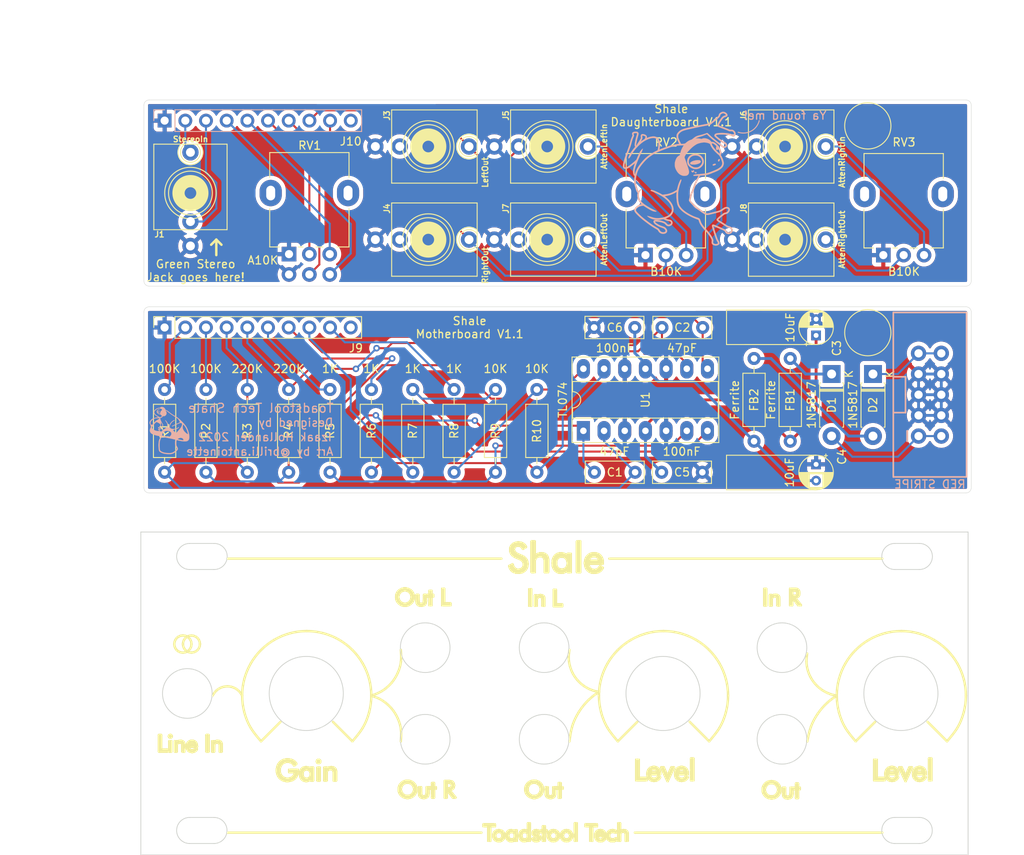
<source format=kicad_pcb>
(kicad_pcb (version 20211014) (generator pcbnew)
  (layers (0 "F.Cu" signal) (31 "B.Cu" signal) (34 "B.Paste" user) (35 "F.Paste" user) (36 "B.SilkS" user "B.Silkscreen") (37 "F.SilkS" user "F.Silkscreen") (38 "B.Mask" user) (39 "F.Mask" user) (44 "Edge.Cuts" user))
  (net 0 "")
  (net 1 "Net-(C1-Pad2)")
  (net 2 "TO_L_POT_IN")
  (net 3 "TO_R_POT_IN")
  (net 4 "Net-(C2-Pad2)")
  (net 5 "GND")
  (net 6 "VCC")
  (net 7 "VSS")
  (net 8 "Net-(D1-Pad1)")
  (net 9 "Net-(D1-Pad2)")
  (net 10 "Net-(D2-Pad1)")
  (net 11 "Net-(D2-Pad2)")
  (net 12 "L_IN")
  (net 13 "L_OUT")
  (net 14 "R_OUT")
  (net 15 "Net-(J5-PadT)")
  (net 16 "Net-(J6-PadT)")
  (net 17 "Net-(J7-PadT)")
  (net 18 "Net-(J8-PadT)")
  (net 19 "TO_L_IN")
  (net 20 "TO_R_IN")
  (net 21 "TO_L_POT_OUT")
  (net 22 "TO_R_POT_OUT")
  (net 23 "TO_L_OUT")
  (net 24 "TO_R_OUT")
  (net 25 "R_POT_OUT")
  (net 26 "L_POT_OUT")
  (net 27 "R_POT_IN")
  (net 28 "L_POT_IN")
  (net 29 "R_IN")
  (net 30 "Net-(R5-Pad2)")
  (net 31 "Net-(R6-Pad2)")
  (net 32 "Net-(R9-Pad2)")
  (net 33 "Net-(R8-Pad1)")
  (footprint "Capacitor_THT:C_Disc_D7.0mm_W2.5mm_P5.00mm" (layer "F.Cu") (at 157.56 105.41)
    (fp_text reference "C1")
    (fp_text value "47pF")
  )
  (footprint "Capacitor_THT:C_Disc_D7.0mm_W2.5mm_P5.00mm" (layer "F.Cu") (at 170.855 87.63 180)
    (fp_text reference "C2")
    (fp_text value "47pF")
  )
  (footprint "Capacitor_THT:CP_Radial_D4.0mm_P2.00mm" (layer "F.Cu") (at 184.785 88.6026 90)
    (fp_text reference "C3")
    (fp_text value "10uF")
  )
  (footprint "Capacitor_THT:CP_Radial_D4.0mm_P2.00mm" (layer "F.Cu") (at 184.785 104.437401 -90)
    (fp_text reference "C4")
    (fp_text value "10uF")
  )
  (footprint "Capacitor_THT:C_Disc_D7.0mm_W2.5mm_P5.00mm" (layer "F.Cu") (at 170.815 105.41 180)
    (fp_text reference "C5")
    (fp_text value "100nF")
  )
  (footprint "Capacitor_THT:C_Disc_D7.0mm_W2.5mm_P5.00mm" (layer "F.Cu") (at 162.52 87.63 180)
    (fp_text reference "C6")
    (fp_text value "100nF")
  )
  (footprint "Diode_THT:D_DO-41_SOD81_P7.62mm_Horizontal" (layer "F.Cu") (at 186.69 93.345 -90)
    (fp_text reference "D1")
    (fp_text value "1N5817")
  )
  (footprint "Diode_THT:D_DO-41_SOD81_P7.62mm_Horizontal" (layer "F.Cu") (at 191.77 93.345 -90)
    (fp_text reference "D2")
    (fp_text value "1N5817")
  )
  (footprint "Resistor_THT:R_Axial_DIN0207_L6.3mm_D2.5mm_P10.16mm_Horizontal" (layer "F.Cu") (at 181.61 91.44 -90)
    (fp_text reference "FB1")
    (fp_text value "Ferrite")
  )
  (footprint "Resistor_THT:R_Axial_DIN0207_L6.3mm_D2.5mm_P10.16mm_Horizontal" (layer "F.Cu") (at 177.165 91.44 -90)
    (fp_text reference "FB2")
    (fp_text value "Ferrite")
  )
  (footprint "winterbloom:WQP-WQP518MA" (layer "F.Cu") (at 107.95 71.12)
    (fp_text reference "J1")
    (fp_text value "StereoIn")
  )
  (footprint "winterbloom:WQP-WQP518MA" (layer "F.Cu") (at 137.16 65.405 -90)
    (fp_text reference "J3")
    (fp_text value "LeftOut")
  )
  (footprint "winterbloom:WQP-WQP518MA" (layer "F.Cu") (at 137.16 76.835 -90)
    (fp_text reference "J4")
    (fp_text value "RightOut")
  )
  (footprint "winterbloom:WQP-WQP518MA" (layer "F.Cu") (at 151.765 65.405 -90)
    (fp_text reference "J5")
    (fp_text value "AttenLeftIn")
  )
  (footprint "winterbloom:WQP-WQP518MA" (layer "F.Cu") (at 180.975 65.405 -90)
    (fp_text reference "J6")
    (fp_text value "AttenRightIn")
  )
  (footprint "winterbloom:WQP-WQP518MA" (layer "F.Cu") (at 151.765 76.835 -90)
    (fp_text reference "J7")
    (fp_text value "AttenLeftOut")
  )
  (footprint "winterbloom:WQP-WQP518MA" (layer "F.Cu") (at 180.975 76.835 -90)
    (fp_text reference "J8")
    (fp_text value "AttenRightOut")
  )
  (footprint "Resistor_THT:R_Axial_DIN0207_L6.3mm_D2.5mm_P10.16mm_Horizontal" (layer "F.Cu") (at 104.775 95.25 -90)
    (fp_text reference "R1")
    (fp_text value "100K")
  )
  (footprint "Resistor_THT:R_Axial_DIN0207_L6.3mm_D2.5mm_P10.16mm_Horizontal" (layer "F.Cu") (at 109.855 95.25 -90)
    (fp_text reference "R2")
    (fp_text value "100K")
  )
  (footprint "Resistor_THT:R_Axial_DIN0207_L6.3mm_D2.5mm_P10.16mm_Horizontal" (layer "F.Cu") (at 114.935 105.41 90)
    (fp_text reference "R3")
    (fp_text value "220K")
  )
  (footprint "Resistor_THT:R_Axial_DIN0207_L6.3mm_D2.5mm_P10.16mm_Horizontal" (layer "F.Cu") (at 120.015 105.41 90)
    (fp_text reference "R4")
    (fp_text value "220K")
  )
  (footprint "Resistor_THT:R_Axial_DIN0207_L6.3mm_D2.5mm_P10.16mm_Horizontal" (layer "F.Cu") (at 125.095 95.25 -90)
    (fp_text reference "R5")
    (fp_text value "1K")
  )
  (footprint "Resistor_THT:R_Axial_DIN0207_L6.3mm_D2.5mm_P10.16mm_Horizontal" (layer "F.Cu") (at 130.175 95.25 -90)
    (fp_text reference "R6")
    (fp_text value "1K")
  )
  (footprint "Resistor_THT:R_Axial_DIN0207_L6.3mm_D2.5mm_P10.16mm_Horizontal" (layer "F.Cu") (at 145.415 105.41 90)
    (fp_text reference "R9")
    (fp_text value "10K")
  )
  (footprint "Resistor_THT:R_Axial_DIN0207_L6.3mm_D2.5mm_P10.16mm_Horizontal" (layer "F.Cu") (at 150.495 105.41 90)
    (fp_text reference "R10")
    (fp_text value "10K")
  )
  (footprint "Resistor_THT:R_Axial_DIN0207_L6.3mm_D2.5mm_P10.16mm_Horizontal" (layer "F.Cu") (at 135.255 95.25 -90)
    (fp_text reference "R7")
    (fp_text value "1K")
  )
  (footprint "Resistor_THT:R_Axial_DIN0207_L6.3mm_D2.5mm_P10.16mm_Horizontal" (layer "F.Cu") (at 140.335 105.41 90)
    (fp_text reference "R8")
    (fp_text value "1K")
  )
  (footprint "Potentiometer_THT:Potentiometer_Alpha_RD902F-40-00D_Dual_Vertical" (layer "F.Cu") (at 120.055 78.62 90)
    (fp_text reference "RV1")
    (fp_text value "A10K")
  )
  (footprint "Potentiometer_THT:Potentiometer_Alpha_RD901F-40-00D_Single_Vertical" (layer "F.Cu") (at 163.83 78.74 90)
    (fp_text reference "RV2")
    (fp_text value "B10K")
  )
  (footprint "Potentiometer_THT:Potentiometer_Alpha_RD901F-40-00D_Single_Vertical" (layer "F.Cu") (at 193.04 78.74 90)
    (fp_text reference "RV3")
    (fp_text value "B10K")
  )
  (footprint "Package_DIP:DIP-14_W7.62mm_Socket_LongPads" (layer "F.Cu") (at 156.205 100.32 90)
    (fp_text reference "U1")
    (fp_text value "TL074")
  )
  (footprint "Connector_PinSocket_2.54mm:PinSocket_1x10_P2.54mm_Vertical" (layer "F.Cu") (at 104.775 87.63 90)
    (fp_text reference "J9")
    (fp_text value "Conn_01x10_Female")
  )
  (footprint "winterbloom:Eurorack_Power" (layer "B.Cu") (at 198.755 95.885 90)
    (fp_text reference "J2" hide)
    (fp_text value "EURO_PWR_2x5" hide)
  )
  (footprint "Connector_PinHeader_2.54mm:PinHeader_1x10_P2.54mm_Vertical" (layer "B.Cu") (at 104.78 62.225 -90)
    (fp_text reference "J10")
    (fp_text value "Conn_01x10_Male")
  )
  (footprint "Graphics:ToadStoolTechWallBigger" (layer "B.Cu") (at 168.275 69.85 180)
    (fp_text reference "G***" hide)
    (fp_text value "LOGO" hide)
  )
  (footprint "Graphics:ToadStoolTechLogo" (layer "B.Cu") (at 105.41 100.33 180)
    (fp_text reference "G***" hide)
    (fp_text value "LOGO" hide)
  )
  (gr_arc (start 177.8 62.23) (mid 176.8182 63.503242) (end 175.216911 63.647977) (layer "B.SilkS") (width 0.12))
  (gr_circle (center 191.135 88.265) (end 193.975 88.265) (layer "F.SilkS") (width 0.12) (fill none))
  (gr_circle (center 191.135 62.865) (end 193.975 62.865) (layer "F.SilkS") (width 0.12) (fill none))
  (gr_line (start 153.587273 121.86779) (end 152.585437 121.86779) (layer "F.SilkS") (width 0.3))
  (gr_line (start 153.587273 121.639034) (end 153.587273 121.86779) (layer "F.SilkS") (width 0.3))
  (gr_line (start 152.585437 119.850337) (end 152.825215 119.850337) (layer "F.SilkS") (width 0.3))
  (gr_line (start 152.585437 121.86779) (end 152.585437 119.850337) (layer "F.SilkS") (width 0.3))
  (gr_line (start 152.825215 119.850337) (end 152.825215 121.639034) (layer "F.SilkS") (width 0.3))
  (gr_line (start 152.825215 121.639034) (end 153.587273 121.639034) (layer "F.SilkS") (width 0.3))
  (gr_line (start 153.587273 121.639034) (end 153.587273 121.86779) (layer "F.SilkS") (width 0.3))
  (gr_line (start 152.825215 121.639034) (end 153.587273 121.639034) (layer "F.SilkS") (width 0.3))
  (gr_line (start 152.825215 119.850337) (end 152.825215 121.639034) (layer "F.SilkS") (width 0.3))
  (gr_line (start 152.585437 119.850337) (end 152.825215 119.850337) (layer "F.SilkS") (width 0.3))
  (gr_line (start 152.585437 121.86779) (end 152.585437 119.850337) (layer "F.SilkS") (width 0.3))
  (gr_line (start 153.587273 121.86779) (end 152.585437 121.86779) (layer "F.SilkS") (width 0.3))
  (gr_line (start 153.587273 121.86779) (end 152.585437 121.86779) (layer "F.SilkS") (width 0.3))
  (gr_line (start 152.825215 119.850337) (end 152.825215 121.639034) (layer "F.SilkS") (width 0.3))
  (gr_line (start 153.587273 121.639034) (end 153.587273 121.86779) (layer "F.SilkS") (width 0.3))
  (gr_line (start 152.585437 121.86779) (end 152.585437 119.850337) (layer "F.SilkS") (width 0.3))
  (gr_line (start 152.585437 119.850337) (end 152.825215 119.850337) (layer "F.SilkS") (width 0.3))
  (gr_line (start 152.825215 121.639034) (end 153.587273 121.639034) (layer "F.SilkS") (width 0.3))
  (gr_line (start 181.60087 121.732658) (end 181.60087 119.715205) (layer "F.SilkS") (width 0.3))
  (gr_line (start 181.60087 119.715205) (end 182.074916 119.715205) (layer "F.SilkS") (width 0.3))
  (gr_curve (pts (xy 182.481285 120.713815) (xy 182.438476 120.734212) (xy 182.392716 120.748149) (xy 182.346237 120.756534)) (layer "F.SilkS") (width 0.3))
  (gr_curve (pts (xy 182.346237 120.756534) (xy 182.292272 120.766269) (xy 182.237338 120.768521) (xy 182.182403 120.770773)) (layer "F.SilkS") (width 0.3))
  (gr_line (start 181.835137 120.593018) (end 182.018417 120.593018) (layer "F.SilkS") (width 0.3))
  (gr_line (start 181.835137 119.917778) (end 181.835137 120.593018) (layer "F.SilkS") (width 0.3))
  (gr_curve (pts (xy 182.371196 119.738621) (xy 182.391812 119.743474) (xy 182.412171 119.749498) (xy 182.431982 119.756991)) (layer "F.SilkS") (width 0.3))
  (gr_curve (pts (xy 182.711265 120.417231) (xy 182.701475 120.460996) (xy 182.686477 120.503764) (xy 182.664871 120.543091)) (layer "F.SilkS") (width 0.3))
  (gr_curve (pts (xy 182.664871 120.543091) (xy 182.644571 120.580041) (xy 182.618439 120.613953) (xy 182.587548 120.642617)) (layer "F.SilkS") (width 0.3))
  (gr_curve (pts (xy 182.185159 120.585056) (xy 182.227446 120.580698) (xy 182.269483 120.573668) (xy 182.31056 120.56117)) (layer "F.SilkS") (width 0.3))
  (gr_curve (pts (xy 182.31056 120.56117) (xy 182.34049 120.552063) (xy 182.369911 120.540052) (xy 182.394622 120.521358)) (layer "F.SilkS") (width 0.3))
  (gr_curve (pts (xy 182.018417 120.593018) (xy 182.07414 120.591887) (xy 182.129862 120.590756) (xy 182.185159 120.585056)) (layer "F.SilkS") (width 0.3))
  (gr_curve (pts (xy 182.487563 119.782715) (xy 182.505154 119.79246) (xy 182.522049 119.803475) (xy 182.537939 119.815792)) (layer "F.SilkS") (width 0.3))
  (gr_curve (pts (xy 182.537939 119.815792) (xy 182.557987 119.831333) (xy 182.576436 119.848949) (xy 182.593213 119.868004)) (layer "F.SilkS") (width 0.3))
  (gr_curve (pts (xy 182.394622 120.521358) (xy 182.415987 120.505196) (xy 182.433831 120.484037) (xy 182.447448 120.460726)) (layer "F.SilkS") (width 0.3))
  (gr_curve (pts (xy 182.447448 120.460726) (xy 182.462732 120.434559) (xy 182.472688 120.40568) (xy 182.479143 120.376206)) (layer "F.SilkS") (width 0.3))
  (gr_curve (pts (xy 182.296628 119.725612) (xy 182.32168 119.728715) (xy 182.346621 119.732836) (xy 182.371196 119.738621)) (layer "F.SilkS") (width 0.3))
  (gr_line (start 182.91001 121.732647) (end 182.605464 121.732647) (layer "F.SilkS") (width 0.3))
  (gr_line (start 181.869589 120.770773) (end 181.835137 120.770773) (layer "F.SilkS") (width 0.3))
  (gr_curve (pts (xy 182.489708 120.267801) (xy 182.489802 120.228681) (xy 182.486892 120.189585) (xy 182.478837 120.151279)) (layer "F.SilkS") (width 0.3))
  (gr_curve (pts (xy 182.639607 119.930934) (xy 182.654044 119.954426) (xy 182.666438 119.979153) (xy 182.67712 120.004583)) (layer "F.SilkS") (width 0.3))
  (gr_curve (pts (xy 182.587548 120.642617) (xy 182.556197 120.671709) (xy 182.519944 120.695396) (xy 182.481285 120.713815)) (layer "F.SilkS") (width 0.3))
  (gr_curve (pts (xy 182.182404 119.926506) (xy 182.128021 119.920317) (xy 182.073219 119.919047) (xy 182.018417 119.917778)) (layer "F.SilkS") (width 0.3))
  (gr_curve (pts (xy 182.593213 119.868004) (xy 182.610465 119.887597) (xy 182.62595 119.908713) (xy 182.639607 119.930934)) (layer "F.SilkS") (width 0.3))
  (gr_line (start 182.182403 120.770773) (end 182.139683 120.770773) (layer "F.SilkS") (width 0.3))
  (gr_curve (pts (xy 182.67712 120.004583) (xy 182.688179 120.030907) (xy 182.697403 120.057985) (xy 182.704681 120.085581)) (layer "F.SilkS") (width 0.3))
  (gr_line (start 182.605464 121.732647) (end 181.869589 120.770773) (layer "F.SilkS") (width 0.3))
  (gr_line (start 181.835137 120.770773) (end 181.835137 121.732647) (layer "F.SilkS") (width 0.3))
  (gr_curve (pts (xy 182.446222 120.060787) (xy 182.432286 120.036193) (xy 182.413893 120.013823) (xy 182.391865 119.996325)) (layer "F.SilkS") (width 0.3))
  (gr_curve (pts (xy 182.074916 119.715205) (xy 182.115911 119.715618) (xy 182.156906 119.716032) (xy 182.197868 119.717807)) (layer "F.SilkS") (width 0.3))
  (gr_line (start 181.835137 121.732647) (end 181.60087 121.732658) (layer "F.SilkS") (width 0.3))
  (gr_curve (pts (xy 182.726729 120.265033) (xy 182.726818 120.316109) (xy 182.722429 120.367318) (xy 182.711265 120.417231)) (layer "F.SilkS") (width 0.3))
  (gr_line (start 182.018417 119.917778) (end 181.835137 119.917778) (layer "F.SilkS") (width 0.3))
  (gr_curve (pts (xy 182.306886 119.952688) (xy 182.266401 119.939046) (xy 182.224529 119.9313) (xy 182.182404 119.926506)) (layer "F.SilkS") (width 0.3))
  (gr_curve (pts (xy 182.478837 120.151279) (xy 182.472216 120.119794) (xy 182.462119 120.088843) (xy 182.446222 120.060787)) (layer "F.SilkS") (width 0.3))
  (gr_curve (pts (xy 182.704681 120.085581) (xy 182.712199 120.114086) (xy 182.71764 120.143144) (xy 182.721218 120.172398)) (layer "F.SilkS") (width 0.3))
  (gr_curve (pts (xy 182.197868 119.717807) (xy 182.230865 119.719238) (xy 182.263841 119.721552) (xy 182.296628 119.725612)) (layer "F.SilkS") (width 0.3))
  (gr_curve (pts (xy 182.479143 120.376206) (xy 182.486931 120.340642) (xy 182.489621 120.304211) (xy 182.489708 120.267801)) (layer "F.SilkS") (width 0.3))
  (gr_curve (pts (xy 182.391865 119.996325) (xy 182.366909 119.976502) (xy 182.337289 119.962933) (xy 182.306886 119.952688)) (layer "F.SilkS") (width 0.3))
  (gr_line (start 182.139683 120.770773) (end 182.91001 121.732647) (layer "F.SilkS") (width 0.3))
  (gr_curve (pts (xy 182.431982 119.756991) (xy 182.451088 119.764217) (xy 182.469685 119.772811) (xy 182.487563 119.782715)) (layer "F.SilkS") (width 0.3))
  (gr_curve (pts (xy 182.721218 120.172398) (xy 182.724974 120.203116) (xy 182.726675 120.23405) (xy 182.726729 120.265033)) (layer "F.SilkS") (width 0.3))
  (gr_line (start 182.182403 120.770773) (end 182.139683 120.770773) (layer "F.SilkS") (width 0.3))
  (gr_line (start 182.139683 120.770773) (end 182.91001 121.732647) (layer "F.SilkS") (width 0.3))
  (gr_line (start 182.91001 121.732647) (end 182.605464 121.732647) (layer "F.SilkS") (width 0.3))
  (gr_line (start 182.605464 121.732647) (end 181.869589 120.770773) (layer "F.SilkS") (width 0.3))
  (gr_line (start 181.869589 120.770773) (end 181.835137 120.770773) (layer "F.SilkS") (width 0.3))
  (gr_line (start 181.835137 120.770773) (end 181.835137 121.732647) (layer "F.SilkS") (width 0.3))
  (gr_line (start 181.835137 121.732647) (end 181.60087 121.732658) (layer "F.SilkS") (width 0.3))
  (gr_line (start 181.835137 119.917778) (end 181.835137 120.593018) (layer "F.SilkS") (width 0.3))
  (gr_line (start 181.60087 119.715205) (end 182.074916 119.715205) (layer "F.SilkS") (width 0.3))
  (gr_line (start 181.60087 121.732658) (end 181.60087 119.715205) (layer "F.SilkS") (width 0.3))
  (gr_curve (pts (xy 182.296628 119.725612) (xy 182.32168 119.728715) (xy 182.346621 119.732836) (xy 182.371196 119.738621)) (layer "F.SilkS") (width 0.3))
  (gr_curve (pts (xy 182.721218 120.172398) (xy 182.724974 120.203116) (xy 182.726675 120.23405) (xy 182.726729 120.265033)) (layer "F.SilkS") (width 0.3))
  (gr_curve (pts (xy 182.711265 120.417231) (xy 182.701475 120.460996) (xy 182.686477 120.503764) (xy 182.664871 120.543091)) (layer "F.SilkS") (width 0.3))
  (gr_curve (pts (xy 182.67712 120.004583) (xy 182.688179 120.030907) (xy 182.697403 120.057985) (xy 182.704681 120.085581)) (layer "F.SilkS") (width 0.3))
  (gr_curve (pts (xy 182.31056 120.56117) (xy 182.34049 120.552063) (xy 182.369911 120.540052) (xy 182.394622 120.521358)) (layer "F.SilkS") (width 0.3))
  (gr_curve (pts (xy 182.394622 120.521358) (xy 182.415987 120.505196) (xy 182.433831 120.484037) (xy 182.447448 120.460726)) (layer "F.SilkS") (width 0.3))
  (gr_curve (pts (xy 182.479143 120.376206) (xy 182.486931 120.340642) (xy 182.489621 120.304211) (xy 182.489708 120.267801)) (layer "F.SilkS") (width 0.3))
  (gr_line (start 181.835137 120.593018) (end 182.018417 120.593018) (layer "F.SilkS") (width 0.3))
  (gr_curve (pts (xy 182.481285 120.713815) (xy 182.438476 120.734212) (xy 182.392716 120.748149) (xy 182.346237 120.756534)) (layer "F.SilkS") (width 0.3))
  (gr_curve (pts (xy 182.074916 119.715205) (xy 182.115911 119.715618) (xy 182.156906 119.716032) (xy 182.197868 119.717807)) (layer "F.SilkS") (width 0.3))
  (gr_curve (pts (xy 182.391865 119.996325) (xy 182.366909 119.976502) (xy 182.337289 119.962933) (xy 182.306886 119.952688)) (layer "F.SilkS") (width 0.3))
  (gr_curve (pts (xy 182.371196 119.738621) (xy 182.391812 119.743474) (xy 182.412171 119.749498) (xy 182.431982 119.756991)) (layer "F.SilkS") (width 0.3))
  (gr_curve (pts (xy 182.587548 120.642617) (xy 182.556197 120.671709) (xy 182.519944 120.695396) (xy 182.481285 120.713815)) (layer "F.SilkS") (width 0.3))
  (gr_curve (pts (xy 182.185159 120.585056) (xy 182.227446 120.580698) (xy 182.269483 120.573668) (xy 182.31056 120.56117)) (layer "F.SilkS") (width 0.3))
  (gr_curve (pts (xy 182.447448 120.460726) (xy 182.462732 120.434559) (xy 182.472688 120.40568) (xy 182.479143 120.376206)) (layer "F.SilkS") (width 0.3))
  (gr_curve (pts (xy 182.487563 119.782715) (xy 182.505154 119.79246) (xy 182.522049 119.803475) (xy 182.537939 119.815792)) (layer "F.SilkS") (width 0.3))
  (gr_curve (pts (xy 182.704681 120.085581) (xy 182.712199 120.114086) (xy 182.71764 120.143144) (xy 182.721218 120.172398)) (layer "F.SilkS") (width 0.3))
  (gr_curve (pts (xy 182.478837 120.151279) (xy 182.472216 120.119794) (xy 182.462119 120.088843) (xy 182.446222 120.060787)) (layer "F.SilkS") (width 0.3))
  (gr_curve (pts (xy 182.446222 120.060787) (xy 182.432286 120.036193) (xy 182.413893 120.013823) (xy 182.391865 119.996325)) (layer "F.SilkS") (width 0.3))
  (gr_curve (pts (xy 182.346237 120.756534) (xy 182.292272 120.766269) (xy 182.237338 120.768521) (xy 182.182403 120.770773)) (layer "F.SilkS") (width 0.3))
  (gr_curve (pts (xy 182.306886 119.952688) (xy 182.266401 119.939046) (xy 182.224529 119.9313) (xy 182.182404 119.926506)) (layer "F.SilkS") (width 0.3))
  (gr_curve (pts (xy 182.639607 119.930934) (xy 182.654044 119.954426) (xy 182.666438 119.979153) (xy 182.67712 120.004583)) (layer "F.SilkS") (width 0.3))
  (gr_curve (pts (xy 182.489708 120.267801) (xy 182.489802 120.228681) (xy 182.486892 120.189585) (xy 182.478837 120.151279)) (layer "F.SilkS") (width 0.3))
  (gr_curve (pts (xy 182.726729 120.265033) (xy 182.726818 120.316109) (xy 182.722429 120.367318) (xy 182.711265 120.417231)) (layer "F.SilkS") (width 0.3))
  (gr_curve (pts (xy 182.664871 120.543091) (xy 182.644571 120.580041) (xy 182.618439 120.613953) (xy 182.587548 120.642617)) (layer "F.SilkS") (width 0.3))
  (gr_curve (pts (xy 182.197868 119.717807) (xy 182.230865 119.719238) (xy 182.263841 119.721552) (xy 182.296628 119.725612)) (layer "F.SilkS") (width 0.3))
  (gr_curve (pts (xy 182.182404 119.926506) (xy 182.128021 119.920317) (xy 182.073219 119.919047) (xy 182.018417 119.917778)) (layer "F.SilkS") (width 0.3))
  (gr_curve (pts (xy 182.537939 119.815792) (xy 182.557987 119.831333) (xy 182.576436 119.848949) (xy 182.593213 119.868004)) (layer "F.SilkS") (width 0.3))
  (gr_line (start 182.018417 119.917778) (end 181.835137 119.917778) (layer "F.SilkS") (width 0.3))
  (gr_curve (pts (xy 182.431982 119.756991) (xy 182.451088 119.764217) (xy 182.469685 119.772811) (xy 182.487563 119.782715)) (layer "F.SilkS") (width 0.3))
  (gr_curve (pts (xy 182.593213 119.868004) (xy 182.610465 119.887597) (xy 182.62595 119.908713) (xy 182.639607 119.930934)) (layer "F.SilkS") (width 0.3))
  (gr_curve (pts (xy 182.018417 120.593018) (xy 182.07414 120.591887) (xy 182.129862 120.590756) (xy 182.185159 120.585056)) (layer "F.SilkS") (width 0.3))
  (gr_line (start 182.182403 120.770773) (end 182.139683 120.770773) (layer "F.SilkS") (width 0.3))
  (gr_line (start 182.139683 120.770773) (end 182.91001 121.732647) (layer "F.SilkS") (width 0.3))
  (gr_line (start 182.91001 121.732647) (end 182.605464 121.732647) (layer "F.SilkS") (width 0.3))
  (gr_line (start 182.605464 121.732647) (end 181.869589 120.770773) (layer "F.SilkS") (width 0.3))
  (gr_line (start 181.869589 120.770773) (end 181.835137 120.770773) (layer "F.SilkS") (width 0.3))
  (gr_line (start 181.835137 119.917778) (end 181.835137 120.593018) (layer "F.SilkS") (width 0.3))
  (gr_line (start 181.835137 121.732647) (end 181.60087 121.732658) (layer "F.SilkS") (width 0.3))
  (gr_line (start 181.835137 120.593018) (end 182.018417 120.593018) (layer "F.SilkS") (width 0.3))
  (gr_curve (pts (xy 182.074916 119.715205) (xy 182.115911 119.715618) (xy 182.156906 119.716032) (xy 182.197868 119.717807)) (layer "F.SilkS") (width 0.3))
  (gr_curve (pts (xy 182.197868 119.717807) (xy 182.230865 119.719238) (xy 182.263841 119.721552) (xy 182.296628 119.725612)) (layer "F.SilkS") (width 0.3))
  (gr_curve (pts (xy 182.296628 119.725612) (xy 182.32168 119.728715) (xy 182.346621 119.732836) (xy 182.371196 119.738621)) (layer "F.SilkS") (width 0.3))
  (gr_curve (pts (xy 182.371196 119.738621) (xy 182.391812 119.743474) (xy 182.412171 119.749498) (xy 182.431982 119.756991)) (layer "F.SilkS") (width 0.3))
  (gr_curve (pts (xy 182.593213 119.868004) (xy 182.610465 119.887597) (xy 182.62595 119.908713) (xy 182.639607 119.930934)) (layer "F.SilkS") (width 0.3))
  (gr_curve (pts (xy 182.537939 119.815792) (xy 182.557987 119.831333) (xy 182.576436 119.848949) (xy 182.593213 119.868004)) (layer "F.SilkS") (width 0.3))
  (gr_curve (pts (xy 182.431982 119.756991) (xy 182.451088 119.764217) (xy 182.469685 119.772811) (xy 182.487563 119.782715)) (layer "F.SilkS") (width 0.3))
  (gr_line (start 181.835137 120.770773) (end 181.835137 121.732647) (layer "F.SilkS") (width 0.3))
  (gr_curve (pts (xy 182.487563 119.782715) (xy 182.505154 119.79246) (xy 182.522049 119.803475) (xy 182.537939 119.815792)) (layer "F.SilkS") (width 0.3))
  (gr_curve (pts (xy 182.639607 119.930934) (xy 182.654044 119.954426) (xy 182.666438 119.979153) (xy 182.67712 120.004583)) (layer "F.SilkS") (width 0.3))
  (gr_line (start 181.60087 121.732658) (end 181.60087 119.715205) (layer "F.SilkS") (width 0.3))
  (gr_line (start 181.60087 119.715205) (end 182.074916 119.715205) (layer "F.SilkS") (width 0.3))
  (gr_curve (pts (xy 182.726729 120.265033) (xy 182.726818 120.316109) (xy 182.722429 120.367318) (xy 182.711265 120.417231)) (layer "F.SilkS") (width 0.3))
  (gr_curve (pts (xy 182.711265 120.417231) (xy 182.701475 120.460996) (xy 182.686477 120.503764) (xy 182.664871 120.543091)) (layer "F.SilkS") (width 0.3))
  (gr_curve (pts (xy 182.31056 120.56117) (xy 182.34049 120.552063) (xy 182.369911 120.540052) (xy 182.394622 120.521358)) (layer "F.SilkS") (width 0.3))
  (gr_curve (pts (xy 182.346237 120.756534) (xy 182.292272 120.766269) (xy 182.237338 120.768521) (xy 182.182403 120.770773)) (layer "F.SilkS") (width 0.3))
  (gr_line (start 182.018417 119.917778) (end 181.835137 119.917778) (layer "F.SilkS") (width 0.3))
  (gr_curve (pts (xy 182.394622 120.521358) (xy 182.415987 120.505196) (xy 182.433831 120.484037) (xy 182.447448 120.460726)) (layer "F.SilkS") (width 0.3))
  (gr_curve (pts (xy 182.182404 119.926506) (xy 182.128021 119.920317) (xy 182.073219 119.919047) (xy 182.018417 119.917778)) (layer "F.SilkS") (width 0.3))
  (gr_curve (pts (xy 182.185159 120.585056) (xy 182.227446 120.580698) (xy 182.269483 120.573668) (xy 182.31056 120.56117)) (layer "F.SilkS") (width 0.3))
  (gr_curve (pts (xy 182.481285 120.713815) (xy 182.438476 120.734212) (xy 182.392716 120.748149) (xy 182.346237 120.756534)) (layer "F.SilkS") (width 0.3))
  (gr_curve (pts (xy 182.587548 120.642617) (xy 182.556197 120.671709) (xy 182.519944 120.695396) (xy 182.481285 120.713815)) (layer "F.SilkS") (width 0.3))
  (gr_curve (pts (xy 182.67712 120.004583) (xy 182.688179 120.030907) (xy 182.697403 120.057985) (xy 182.704681 120.085581)) (layer "F.SilkS") (width 0.3))
  (gr_curve (pts (xy 182.306886 119.952688) (xy 182.266401 119.939046) (xy 182.224529 119.9313) (xy 182.182404 119.926506)) (layer "F.SilkS") (width 0.3))
  (gr_curve (pts (xy 182.479143 120.376206) (xy 182.486931 120.340642) (xy 182.489621 120.304211) (xy 182.489708 120.267801)) (layer "F.SilkS") (width 0.3))
  (gr_curve (pts (xy 182.664871 120.543091) (xy 182.644571 120.580041) (xy 182.618439 120.613953) (xy 182.587548 120.642617)) (layer "F.SilkS") (width 0.3))
  (gr_curve (pts (xy 182.018417 120.593018) (xy 182.07414 120.591887) (xy 182.129862 120.590756) (xy 182.185159 120.585056)) (layer "F.SilkS") (width 0.3))
  (gr_curve (pts (xy 182.447448 120.460726) (xy 182.462732 120.434559) (xy 182.472688 120.40568) (xy 182.479143 120.376206)) (layer "F.SilkS") (width 0.3))
  (gr_curve (pts (xy 182.478837 120.151279) (xy 182.472216 120.119794) (xy 182.462119 120.088843) (xy 182.446222 120.060787)) (layer "F.SilkS") (width 0.3))
  (gr_curve (pts (xy 182.446222 120.060787) (xy 182.432286 120.036193) (xy 182.413893 120.013823) (xy 182.391865 119.996325)) (layer "F.SilkS") (width 0.3))
  (gr_curve (pts (xy 182.704681 120.085581) (xy 182.712199 120.114086) (xy 182.71764 120.143144) (xy 182.721218 120.172398)) (layer "F.SilkS") (width 0.3))
  (gr_curve (pts (xy 182.489708 120.267801) (xy 182.489802 120.228681) (xy 182.486892 120.189585) (xy 182.478837 120.151279)) (layer "F.SilkS") (width 0.3))
  (gr_curve (pts (xy 182.391865 119.996325) (xy 182.366909 119.976502) (xy 182.337289 119.962933) (xy 182.306886 119.952688)) (layer "F.SilkS") (width 0.3))
  (gr_curve (pts (xy 182.721218 120.172398) (xy 182.724974 120.203116) (xy 182.726675 120.23405) (xy 182.726729 120.265033)) (layer "F.SilkS") (width 0.3))
  (gr_curve (pts (xy 154.816093 150.130309) (xy 154.81234 150.159576) (xy 154.806669 150.188601) (xy 154.799098 150.217127)) (layer "F.SilkS") (width 0.3))
  (gr_curve (pts (xy 134.877248 120.143639) (xy 134.851327 120.117664) (xy 134.823766 120.09333) (xy 134.794718 120.070909)) (layer "F.SilkS") (width 0.3))
  (gr_curve (pts (xy 130.161322 132.841999) (xy 130.478149 132.73507) (xy 130.794975 132.62814) (xy 131.09432 132.482799)) (layer "F.SilkS") (width 0.3))
  (gr_curve (pts (xy 107.547221 127.408342) (xy 107.392809 127.318431) (xy 107.262581 127.187946) (xy 107.172654 127.033774)) (layer "F.SilkS") (width 0.3))
  (gr_line (start 156.830711 116.305204) (end 158.173955 116.305204) (layer "F.SilkS") (width 0.3))
  (gr_curve (pts (xy 121.713928 142.63549) (xy 121.723439 142.68598) (xy 121.737927 142.735691) (xy 121.759289 142.78248)) (layer "F.SilkS") (width 0.3))
  (gr_curve (pts (xy 153.025252 117.158899) (xy 153.067224 117.206441) (xy 153.116868 117.247364) (xy 153.171554 117.279478)) (layer "F.SilkS") (width 0.3))
  (gr_curve (pts (xy 108.812473 127.245085) (xy 108.748006 127.309693) (xy 108.674787 127.365778) (xy 108.595578 127.411392)) (layer "F.SilkS") (width 0.3))
  (gr_curve (pts (xy 147.089562 150.381878) (xy 147.113546 150.409045) (xy 147.141914 150.43243) (xy 147.173163 150.450781)) (layer "F.SilkS") (width 0.3))
  (gr_curve (pts (xy 107.584069 138.720202) (xy 107.610276 138.67015) (xy 107.643437 138.623749) (xy 107.682063 138.582398)) (layer "F.SilkS") (width 0.3))
  (gr_curve (pts (xy 147.356989 114.467587) (xy 147.399799 114.401047) (xy 147.45289 114.341371) (xy 147.5124 114.289131)) (layer "F.SilkS") (width 0.3))
  (gr_curve (pts (xy 150.220596 115.79154) (xy 150.252931 115.747184) (xy 150.285266 115.702828) (xy 150.321881 115.662118)) (layer "F.SilkS") (width 0.3))
  (gr_curve (pts (xy 154.098402 117.166134) (xy 154.1417 117.118459) (xy 154.17749 117.064161) (xy 154.205583 117.006167)) (layer "F.SilkS") (width 0.3))
  (gr_curve (pts (xy 151.845187 150.040123) (xy 151.846244 150.009725) (xy 151.847301 149.979328) (xy 151.850852 149.949173)) (layer "F.SilkS") (width 0.3))
  (gr_curve (pts (xy 115.359603 136.802333) (xy 115.006017 136.215967) (xy 114.747644 135.567498) (xy 114.571709 134.900189)) (layer "F.SilkS") (width 0.3))
  (gr_curve (pts (xy 150.206388 149.675549) (xy 150.201502 149.692383) (xy 150.198687 149.709889) (xy 150.199804 149.727301)) (layer "F.SilkS") (width 0.3))
  (gr_curve (pts (xy 119.610511 140.983381) (xy 119.527185 141.004907) (xy 119.446583 141.037902) (xy 119.3728 141.082139)) (layer "F.SilkS") (width 0.3))
  (gr_curve (pts (xy 152.651035 150.501615) (xy 152.688592 150.491434) (xy 152.724769 150.475855) (xy 152.758063 150.45568)) (layer "F.SilkS") (width 0.3))
  (gr_curve (pts (xy 179.306751 145.462007) (xy 179.259717 145.46201) (xy 179.21268 145.4591) (xy 179.166037 145.453127)) (layer "F.SilkS") (width 0.3))
  (gr_curve (pts (xy 178.894716 145.38208) (xy 178.851255 145.364361) (xy 178.809016 145.343646) (xy 178.768243 145.320374)) (layer "F.SilkS") (width 0.3))
  (gr_curve (pts (xy 151.935372 150.37897) (xy 151.920593 150.353746) (xy 151.907462 150.327539) (xy 151.896174 150.300573)) (layer "F.SilkS") (width 0.3))
  (gr_curve (pts (xy 160.053111 149.619059) (xy 160.034037 149.611118) (xy 160.014606 149.60407) (xy 159.994928 149.597775)) (layer "F.SilkS") (width 0.3))
  (gr_curve (pts (xy 180.165424 145.047982) (xy 180.136492 145.084665) (xy 180.10505 145.119358) (xy 180.071564 145.151947)) (layer "F.SilkS") (width 0.3))
  (gr_curve (pts (xy 193.84828 143.012391) (xy 193.88739 143.035547) (xy 193.930004 143.052772) (xy 193.974026 143.064067)) (layer "F.SilkS") (width 0.3))
  (gr_curve (pts (xy 180.046391 121.016498) (xy 180.044986 120.977431) (xy 180.043582 120.938365) (xy 180.037357 120.899825)) (layer "F.SilkS") (width 0.3))
  (gr_curve (pts (xy 134.433671 121.785654) (xy 134.387025 121.791619) (xy 134.339992 121.794533) (xy 134.292958 121.794535)) (layer "F.SilkS") (width 0.3))
  (gr_line (start 148.132177 115.475622) (end 148.636194 115.697488) (layer "F.SilkS") (width 0.3))
  (gr_curve (pts (xy 158.42702 150.711226) (xy 158.385956 150.717885) (xy 158.344359 150.72087) (xy 158.30269 150.720872)) (layer "F.SilkS") (width 0.3))
  (gr_curve (pts (xy 179.455669 120.558531) (xy 179.478479 120.540991) (xy 179.502745 120.525384) (xy 179.528247 120.512137)) (layer "F.SilkS") (width 0.3))
  (gr_line (start 149.557915 121.802329) (end 149.557915 119.784874) (layer "F.SilkS") (width 0.3))
  (gr_curve (pts (xy 151.406551 115.988485) (xy 151.386459 115.942638) (xy 151.360328 115.89927) (xy 151.327506 115.861475)) (layer "F.SilkS") (width 0.3))
  (gr_curve (pts (xy 152.113139 150.580317) (xy 152.08916 150.562075) (xy 152.066324 150.542327) (xy 152.045003 150.521062)) (layer "F.SilkS") (width 0.3))
  (gr_curve (pts (xy 153.126154 149.700206) (xy 153.141009 149.725759) (xy 153.154052 149.752356) (xy 153.165352 149.779673)) (layer "F.SilkS") (width 0.3))
  (gr_curve (pts (xy 153.650423 150.521062) (xy 153.628901 150.499597) (xy 153.608923 150.476586) (xy 153.590402 150.452466)) (layer "F.SilkS") (width 0.3))
  (gr_curve (pts (xy 148.396912 117.370316) (xy 148.455885 117.357271) (xy 148.513539 117.337502) (xy 148.56733 117.310026)) (layer "F.SilkS") (width 0.3))
  (gr_curve (pts (xy 168.12475 141.852558) (xy 168.086941 141.861093) (xy 168.050068 141.874291) (xy 168.015656 141.892177)) (layer "F.SilkS") (width 0.3))
  (gr_line (start 156.830711 116.305204) (end 158.173955 116.305204) (layer "F.SilkS") (width 0.3))
  (gr_line (start 153.182505 144.275478) (end 152.950994 144.275478) (layer "F.SilkS") (width 0.3))
  (gr_curve (pts (xy 158.822365 149.67111) (xy 158.847909 149.72267) (xy 158.866133 149.777896) (xy 158.877028 149.834178)) (layer "F.SilkS") (width 0.3))
  (gr_line (start 137.631195 145.354658) (end 137.631195 144.271517) (layer "F.SilkS") (width 0.3))
  (gr_line (start 147.807522 149.406224) (end 148.022499 149.406224) (layer "F.SilkS") (width 0.3))
  (gr_curve (pts (xy 105.34031 137.756343) (xy 105.347301 137.744475) (xy 105.355872 137.733628) (xy 105.365573 137.723883)) (layer "F.SilkS") (width 0.3))
  (gr_curve (pts (xy 152.466571 116.896038) (xy 152.443812 116.785905) (xy 152.434554 116.673351) (xy 152.434417 116.560829)) (layer "F.SilkS") (width 0.3))
  (gr_curve (pts (xy 160.718399 149.794834) (xy 160.71384 149.812052) (xy 160.711236 149.829765) (xy 160.709212 149.847505)) (layer "F.SilkS") (width 0.3))
  (gr_curve (pts (xy 151.844119 145.007526) (xy 151.85461 145.039744) (xy 151.868316 145.071227) (xy 151.888523 145.098171)) (layer "F.SilkS") (width 0.3))
  (gr_curve (pts (xy 153.956806 149.383412) (xy 153.98577 149.375774) (xy 154.015273 149.370154) (xy 154.045001 149.366416)) (layer "F.SilkS") (width 0.3))
  (gr_curve (pts (xy 154.291328 116.575299) (xy 154.287508 116.497124) (xy 154.283687 116.41895) (xy 154.268552 116.34245)) (layer "F.SilkS") (width 0.3))
  (gr_curve (pts (xy 149.405897 150.179154) (xy 149.414362 150.134323) (xy 149.416408 150.088602) (xy 149.418453 150.04288)) (layer "F.SilkS") (width 0.3))
  (gr_curve (pts (xy 168.820467 143.114404) (xy 168.784596 143.145918) (xy 168.745941 143.174199) (xy 168.704865 143.198427)) (layer "F.SilkS") (width 0.3))
  (gr_curve (pts (xy 150.473272 143.580948) (xy 150.440323 143.567292) (xy 150.406511 143.555715) (xy 150.372063 143.546496)) (layer "F.SilkS") (width 0.3))
  (gr_curve (pts (xy 187.59668 130.783812) (xy 187.775469 130.118975) (xy 188.040937 129.47788) (xy 188.384575 128.881668)) (layer "F.SilkS") (width 0.3))
  (gr_curve (pts (xy 152.465767 116.222405) (xy 152.485714 116.122988) (xy 152.516174 116.025335) (xy 152.559818 115.933821)) (layer "F.SilkS") (width 0.3))
  (gr_curve (pts (xy 149.055264 150.712763) (xy 149.024167 150.718234) (xy 148.992582 150.720624) (xy 148.960944 150.720878)) (layer "F.SilkS") (width 0.3))
  (gr_curve (pts (xy 152.410185 149.578786) (xy 152.372152 149.589074) (xy 152.335504 149.60478) (xy 152.301778 149.62518)) (layer "F.SilkS") (width 0.3))
  (gr_curve (pts (xy 124.700243 142.115664) (xy 124.693055 142.132199) (xy 124.686855 142.149186) (xy 124.682251 142.166575)) (layer "F.SilkS") (width 0.3))
  (gr_curve (pts (xy 154.227056 149.366415) (xy 154.256328 149.370153) (xy 154.285365 149.3758) (xy 154.313872 149.383411)) (layer "F.SilkS") (width 0.3))
  (gr_curve (pts (xy 123.496567 140.974384) (xy 123.492466 140.957033) (xy 123.491359 140.939104) (xy 123.490252 140.921176)) (layer "F.SilkS") (width 0.3))
  (gr_curve (pts (xy 150.532677 149.368092) (xy 150.564448 149.372824) (xy 150.595904 149.379982) (xy 150.626384 149.39014)) (layer "F.SilkS") (width 0.3))
  (gr_line (start 150.263471 120.54142) (end 150.474312 120.54142) (layer "F.SilkS") (width 0.3))
  (gr_curve (pts (xy 108.03812 126.23356) (xy 108.060154 126.322534) (xy 108.067173 126.414668) (xy 108.074192 126.506802)) (layer "F.SilkS") (width 0.3))
  (gr_curve (pts (xy 150.157702 145.186364) (xy 150.193939 145.185073) (xy 150.230176 145.183783) (xy 150.266107 145.179474)) (layer "F.SilkS") (width 0.3))
  (gr_curve (pts (xy 156.955843 117.604237) (xy 156.871181 117.554242) (xy 156.794239 117.491284) (xy 156.727012 117.419349)) (layer "F.SilkS") (width 0.3))
  (gr_curve (pts (xy 150.355644 115.933823) (xy 150.340198 115.953041) (xy 150.325992 115.97326) (xy 150.313307 115.994379)) (layer "F.SilkS") (width 0.3))
  (gr_curve (pts (xy 150.670175 150.671886) (xy 150.635062 150.688785) (xy 150.597642 150.700828) (xy 150.559473 150.708634)) (layer "F.SilkS") (width 0.3))
  (gr_curve (pts (xy 150.568665 145.075816) (xy 150.599955 145.057414) (xy 150.630038 145.036982) (xy 150.658697 145.014722)) (layer "F.SilkS") (width 0.3))
  (gr_curve (pts (xy 122.279687 141.633929) (xy 122.318569 141.640329) (xy 122.356977 141.650116) (xy 122.393949 141.663786)) (layer "F.SilkS") (width 0.3))
  (gr_line (start 110.629696 139.702751) (end 110.629696 138.441843) (layer "F.SilkS") (width 0.3))
  (gr_curve (pts (xy 146.087725 149.411738) (xy 146.11522 149.423084) (xy 146.142001 149.436154) (xy 146.167804 149.450935)) (layer "F.SilkS") (width 0.3))
  (gr_curve (pts (xy 181.425568 145.243509) (xy 181.45711 145.236248) (xy 181.487988 145.225091) (xy 181.5156 145.20814)) (layer "F.SilkS") (width 0.3))
  (gr_curve (pts (xy 153.650422 149.557809) (xy 153.671844 149.53668) (xy 153.69459 149.516899) (xy 153.718558 149.498708)) (layer "F.SilkS") (width 0.3))
  (gr_curve (pts (xy 194.489449 141.702875) (xy 194.545891 141.736309) (xy 194.597035 141.778726) (xy 194.641225 141.827282)) (layer "F.SilkS") (width 0.3))
  (gr_line (start 192.91248 149.666986) (end 162.532695 149.666986) (layer "F.SilkS") (width 0.3))
  (gr_curve (pts (xy 153.490686 117.752147) (xy 153.39091 117.752884) (xy 153.290837 117.741588) (xy 153.194329 117.715974)) (layer "F.SilkS") (width 0.3))
  (gr_curve (pts (xy 153.016524 150.516926) (xy 152.994459 150.538586) (xy 152.971204 150.559024) (xy 152.946703 150.577866)) (layer "F.SilkS") (width 0.3))
  (gr_curve (pts (xy 105.43662 137.682234) (xy 105.450281 137.678644) (xy 105.464428 137.677006) (xy 105.478574 137.677028)) (layer "F.SilkS") (width 0.3))
  (gr_curve (pts (xy 107.17479 138.713929) (xy 107.18415 138.756579) (xy 107.186437 138.800404) (xy 107.188724 138.844229)) (layer "F.SilkS") (width 0.3))
  (gr_curve (pts (xy 111.204646 138.402951) (xy 111.236471 138.398418) (xy 111.26862 138.396441) (xy 111.300803 138.396367)) (layer "F.SilkS") (width 0.3))
  (gr_curve (pts (xy 130.161321 132.842) (xy 130.160602 133.535279) (xy 130.067016 134.227312) (xy 129.889612 134.900189)) (layer "F.SilkS") (width 0.3))
  (gr_curve (pts (xy 168.73434 142.843773) (xy 168.759267 142.81011) (xy 168.781159 142.774308) (xy 168.803051 142.738506)) (layer "F.SilkS") (width 0.3))
  (gr_curve (pts (xy 154.079109 115.592986) (xy 154.119886 115.630113) (xy 154.156973 115.671419) (xy 154.189238 115.715977)) (layer "F.SilkS") (width 0.3))
  (gr_curve (pts (xy 164.995082 143.071914) (xy 165.027655 143.06575) (xy 165.059649 143.0563) (xy 165.090396 143.04378)) (layer "F.SilkS") (width 0.3))
  (gr_curve (pts (xy 134.949213 120.225709) (xy 134.927072 120.196802) (xy 134.902968 120.169412) (xy 134.877248 120.143639)) (layer "F.SilkS") (width 0.3))
  (gr_curve (pts (xy 168.277675 143.306945) (xy 168.202078 143.30695) (xy 168.126295 143.299102) (xy 168.052978 143.280533)) (layer "F.SilkS") (width 0.3))
  (gr_curve (pts (xy 160.718399 149.794834) (xy 160.71384 149.812052) (xy 160.711236 149.829765) (xy 160.709212 149.847505)) (layer "F.SilkS") (width 0.3))
  (gr_curve (pts (xy 150.741991 144.941074) (xy 150.76792 144.915107) (xy 150.79229 144.887581) (xy 150.814721 144.858545)) (layer "F.SilkS") (width 0.3))
  (gr_curve (pts (xy 154.225678 150.715059) (xy 154.196248 150.718957) (xy 154.166559 150.720845) (xy 154.136871 150.720878)) (layer "F.SilkS") (width 0.3))
  (gr_curve (pts (xy 106.462495 138.618233) (xy 106.445402 138.625813) (xy 106.428804 138.634526) (xy 106.41304 138.644568)) (layer "F.SilkS") (width 0.3))
  (gr_curve (pts (xy 145.706007 149.578786) (xy 145.667974 149.589074) (xy 145.631327 149.60478) (xy 145.597602 149.62518)) (layer "F.SilkS") (width 0.3))
  (gr_curve (pts (xy 148.226227 114.04315) (xy 148.294063 114.043184) (xy 148.361832 114.047744) (xy 148.428798 114.058156)) (layer "F.SilkS") (width 0.3))
  (gr_curve (pts (xy 194.823429 142.198585) (xy 194.838714 142.277543) (xy 194.84246 142.358163) (xy 194.846206 142.438783)) (layer "F.SilkS") (width 0.3))
  (gr_curve (pts (xy 108.490974 139.669674) (xy 108.458152 139.689033) (xy 108.423399 139.705157) (xy 108.387468 139.717904)) (layer "F.SilkS") (width 0.3))
  (gr_curve (pts (xy 108.074191 125.462715) (xy 108.165823 125.462553) (xy 108.257004 125.474734) (xy 108.345156 125.498486)) (layer "F.SilkS") (width 0.3))
  (gr_line (start 111.774849 138.844229) (end 111.774849 139.702751) (layer "F.SilkS") (width 0.3))
  (gr_curve (pts (xy 194.48696 142.9299) (xy 194.514318 142.903244) (xy 194.539503 142.874394) (xy 194.562177 142.843773)) (layer "F.SilkS") (width 0.3))
  (gr_curve (pts (xy 168.146187 143.064067) (xy 168.193556 143.076221) (xy 168.242556 143.081509) (xy 168.291454 143.081293)) (layer "F.SilkS") (width 0.3))
  (gr_curve (pts (xy 150.647209 150.441135) (xy 150.656926 150.42715) (xy 150.664379 150.411531) (xy 150.669258 150.3952)) (layer "F.SilkS") (width 0.3))
  (gr_curve (pts (xy 136.403664 145.153924) (xy 136.431659 145.170965) (xy 136.462774 145.182357) (xy 136.494615 145.189754)) (layer "F.SilkS") (width 0.3))
  (gr_curve (pts (xy 145.429175 150.279597) (xy 145.449567 150.315837) (xy 145.474642 150.349225) (xy 145.503436 150.379124)) (layer "F.SilkS") (width 0.3))
  (gr_curve (pts (xy 163.98746 125.183055) (xy 164.657654 125.002966) (xy 165.351652 124.911347) (xy 166.045651 124.911347)) (layer "F.SilkS") (width 0.3))
  (gr_curve (pts (xy 108.135439 138.393604) (xy 108.19387 138.39346) (xy 108.25229 138.399364) (xy 108.30892 138.413509)) (layer "F.SilkS") (width 0.3))
  (gr_line (start 193.597362 142.273432) (end 194.55682 142.273432) (layer "F.SilkS") (width 0.3))
  (gr_curve (pts (xy 150.813956 143.84354) (xy 150.791815 143.814633) (xy 150.767711 143.787243) (xy 150.741991 143.76147)) (layer "F.SilkS") (width 0.3))
  (gr_curve (pts (xy 159.404206 150.286184) (xy 159.423534 150.320636) (xy 159.447671 150.35233) (xy 159.475406 150.380505)) (layer "F.SilkS") (width 0.3))
  (gr_curve (pts (xy 122.666303 141.869725) (xy 122.690938 141.903746) (xy 122.711636 141.940421) (xy 122.732334 141.977096)) (layer "F.SilkS") (width 0.3))
  (gr_curve (pts (xy 167.497936 142.686447) (xy 167.480457 142.607493) (xy 167.47308 142.526588) (xy 167.473246 142.445674)) (layer "F.SilkS") (width 0.3))
  (gr_curve (pts (xy 124.663884 142.324284) (xy 124.662228 142.363542) (xy 124.661908 142.402862) (xy 124.661588 142.442183)) (layer "F.SilkS") (width 0.3))
  (gr_line (start 153.634503 144.275478) (end 153.402993 144.275478) (layer "F.SilkS") (width 0.3))
  (gr_curve (pts (xy 151.453979 116.15408) (xy 151.444817 116.097351) (xy 151.429687 116.041274) (xy 151.406551 115.988485)) (layer "F.SilkS") (width 0.3))
  (gr_line (start 160.165804 149.447568) (end 160.165804 149.679081) (layer "F.SilkS") (width 0.3))
  (gr_curve (pts (xy 139.89256 144.18317) (xy 139.92249 144.174063) (xy 139.951911 144.162052) (xy 139.976622 144.143358)) (layer "F.SilkS") (width 0.3))
  (gr_curve (pts (xy 159.570185 149.628246) (xy 159.535252 149.64819) (xy 159.503365 149.673468) (xy 159.475405 149.702507)) (layer "F.SilkS") (width 0.3))
  (gr_curve (pts (xy 125.756354 141.883696) (xy 125.780524 141.926523) (xy 125.798116 141.973135) (xy 125.808604 142.020926)) (layer "F.SilkS") (width 0.3))
  (gr_curve (pts (xy 149.115595 144.076583) (xy 149.127422 144.032158) (xy 149.142232 143.988524) (xy 149.16 143.946128)) (layer "F.SilkS") (width 0.3))
  (gr_curve (pts (xy 140.25912 143.626583) (xy 140.270179 143.652907) (xy 140.279403 143.679985) (xy 140.286681 143.707581)) (layer "F.SilkS") (width 0.3))
  (gr_line (start 137.180575 144.093749) (end 137.180575 144.829625) (layer "F.SilkS") (width 0.3))
  (gr_line (start 137.85168 143.585252) (end 137.85168 144.093749) (layer "F.SilkS") (width 0.3))
  (gr_curve (pts (xy 136.611131 121.391533) (xy 136.624715 121.350093) (xy 136.632803 121.307331) (xy 136.637773 121.264294)) (layer "F.SilkS") (width 0.3))
  (gr_line (start 182.783553 144.147353) (end 182.783553 144.325122) (layer "F.SilkS") (width 0.3))
  (gr_curve (pts (xy 133.295254 120.328297) (xy 133.313133 120.285637) (xy 133.334007 120.244231) (xy 133.357573 120.204426)) (layer "F.SilkS") (width 0.3))
  (gr_curve (pts (xy 122.739224 142.483524) (xy 122.736495 142.427685) (xy 122.733766 142.371846) (xy 122.722955 142.317203)) (layer "F.SilkS") (width 0.3))
  (gr_curve (pts (xy 167.854694 141.708233) (xy 167.913371 141.673086) (xy 167.977409 141.646704) (xy 168.043599 141.62957)) (layer "F.SilkS") (width 0.3))
  (gr_line (start 149.851626 117.658095) (end 149.851626 113.920161) (layer "F.SilkS") (width 0.3))
  (gr_line (start 139.451589 144.392773) (end 139.417137 144.392773) (layer "F.SilkS") (width 0.3))
  (gr_curve (pts (xy 167.497936 142.686447) (xy 167.480457 142.607493) (xy 167.47308 142.526588) (xy 167.473246 142.445674)) (layer "F.SilkS") (width 0.3))
  (gr_curve (pts (xy 106.741167 138.592815) (xy 106.707609 138.585224) (xy 106.673209 138.582281) (xy 106.638885 138.582403)) (layer "F.SilkS") (width 0.3))
  (gr_curve (pts (xy 158.39548 150.532845) (xy 158.421539 150.527913) (xy 158.447134 150.520352) (xy 158.471732 150.510336)) (layer "F.SilkS") (width 0.3))
  (gr_curve (pts (xy 161.413546 149.413421) (xy 161.447972 149.430647) (xy 161.480051 149.452791) (xy 161.508018 149.47926)) (layer "F.SilkS") (width 0.3))
  (gr_line (start 108.741778 139.104679) (end 107.742698 139.104679) (layer "F.SilkS") (width 0.3))
  (gr_line (start 151.47036 149.406224) (end 151.70187 149.406224) (layer "F.SilkS") (width 0.3))
  (gr_line (start 151.70187 149.583992) (end 151.47036 149.583992) (layer "F.SilkS") (width 0.3))
  (gr_line (start 150.225419 116.517421) (end 150.225419 117.658095) (layer "F.SilkS") (width 0.3))
  (gr_curve (pts (xy 180.070186 144.081209) (xy 180.056407 144.047595) (xy 180.040671 144.014783) (xy 180.02272 143.983214)) (layer "F.SilkS") (width 0.3))
  (gr_line (start 149.933843 150.454922) (end 149.933843 150.454915) (layer "F.SilkS") (width 0.3))
  (gr_line (start 196.546357 141.663652) (end 195.771213 143.337964) (layer "F.SilkS") (width 0.3))
  (gr_curve (pts (xy 197.517869 143.081293) (xy 197.552177 143.081141) (xy 197.586434 143.07828) (xy 197.620074 143.071914)) (layer "F.SilkS") (width 0.3))
  (gr_curve (pts (xy 122.496344 141.713548) (xy 122.528843 141.733378) (xy 122.559473 141.756231) (xy 122.587639 141.781875)) (layer "F.SilkS") (width 0.3))
  (gr_curve (pts (xy 135.67514 144.491546) (xy 135.669697 144.537386) (xy 135.660519 144.582855) (xy 135.648497 144.627513)) (layer "F.SilkS") (width 0.3))
  (gr_curve (pts (xy 179.595771 120.65484) (xy 179.576949 120.660128) (xy 179.558528 120.666816) (xy 179.540648 120.674745)) (layer "F.SilkS") (width 0.3))
  (gr_curve (pts (xy 145.340828 150.521061) (xy 145.319305 150.499596) (xy 145.299327 150.476585) (xy 145.280806 150.452466)) (layer "F.SilkS") (width 0.3))
  (gr_curve (pts (xy 148.633888 149.779521) (xy 148.617204 149.813685) (xy 148.605576 149.850232) (xy 148.598059 149.887468)) (layer "F.SilkS") (width 0.3))
  (gr_curve (pts (xy 150.436028 115.556813) (xy 150.475945 115.526118) (xy 150.51841 115.498804) (xy 150.563037 115.475622)) (layer "F.SilkS") (width 0.3))
  (gr_curve (pts (xy 108.514553 139.38595) (xy 108.534495 139.35902) (xy 108.552009 139.330377) (xy 108.569523 139.301736)) (layer "F.SilkS") (width 0.3))
  (gr_curve (pts (xy 179.09239 145.208447) (xy 179.126947 145.217744) (xy 179.162117 145.224887) (xy 179.19758 145.229118)) (layer "F.SilkS") (width 0.3))
  (gr_line (start 152.511397 144.097712) (end 152.731885 144.097712) (layer "F.SilkS") (width 0.3))
  (gr_curve (pts (xy 108.455754 138.741643) (xy 108.440048 138.716338) (xy 108.420728 138.693332) (xy 108.398645 138.673353)) (layer "F.SilkS") (width 0.3))
  (gr_line (start 163.945479 142.953837) (end 163.945479 143.23978) (layer "F.SilkS") (width 0.3))
  (gr_curve (pts (xy 146.372368 150.450628) (xy 146.353823 150.473985) (xy 146.333639 150.496024) (xy 146.312346 150.516926)) (layer "F.SilkS") (width 0.3))
  (gr_curve (pts (xy 145.369766 150.040123) (xy 145.3724 150.08272) (xy 145.375033 150.125318) (xy 145.384618 150.166598)) (layer "F.SilkS") (width 0.3))
  (gr_curve (pts (xy 150.450608 149.921604) (xy 150.460283 149.924767) (xy 150.469993 149.927857) (xy 150.4797 149.930946)) (layer "F.SilkS") (width 0.3))
  (gr_curve (pts (xy 133.948606 144.853205) (xy 133.971297 144.88269) (xy 133.995873 144.910722) (xy 134.022102 144.937112)) (layer "F.SilkS") (width 0.3))
  (gr_line (start 150.263471 120.54142) (end 150.474312 120.54142) (layer "F.SilkS") (width 0.3))
  (gr_curve (pts (xy 150.656395 150.26352) (xy 150.649483 150.251821) (xy 150.640829 150.241179) (xy 150.631131 150.231671)) (layer "F.SilkS") (width 0.3))
  (gr_curve (pts (xy 178.238003 144.544384) (xy 178.231997 144.497743) (xy 178.229132 144.450705) (xy 178.229122 144.403669)) (layer "F.SilkS") (width 0.3))
  (gr_curve (pts (xy 149.041873 114.415069) (xy 149.078908 114.465848) (xy 149.10956 114.520978) (xy 149.140212 114.576108)) (layer "F.SilkS") (width 0.3))
  (gr_curve (pts (xy 161.412933 149.924369) (xy 161.411529 149.885301) (xy 161.410124 149.846234) (xy 161.403899 149.807694)) (layer "F.SilkS") (width 0.3))
  (gr_curve (pts (xy 133.635172 121.239336) (xy 133.657863 121.268821) (xy 133.68244 121.296854) (xy 133.708668 121.323244)) (layer "F.SilkS") (width 0.3))
  (gr_curve (pts (xy 152.925841 115.515549) (xy 153.003489 115.467197) (xy 153.088965 115.431294) (xy 153.177448 115.407833)) (layer "F.SilkS") (width 0.3))
  (gr_curve (pts (xy 110.893514 138.752056) (xy 110.886248 138.764151) (xy 110.879855 138.776763) (xy 110.874221 138.789722)) (layer "F.SilkS") (width 0.3))
  (gr_curve (pts (xy 108.044029 139.562186) (xy 108.081924 139.571909) (xy 108.121124 139.576139) (xy 108.160244 139.575966)) (layer "F.SilkS") (width 0.3))
  (gr_curve (pts (xy 134.920584 145.120391) (xy 134.953891 145.106463) (xy 134.986219 145.090163) (xy 135.017353 145.071853)) (layer "F.SilkS") (width 0.3))
  (gr_curve (pts (xy 150.857785 115.383449) (xy 150.913479 115.375516) (xy 150.96974 115.372057) (xy 151.026061 115.371927)) (layer "F.SilkS") (width 0.3))
  (gr_line (start 111.125 76.835) (end 110.49 77.47) (layer "F.SilkS") (width 0.3))
  (gr_curve (pts (xy 180.990106 145.396473) (xy 180.948755 145.375153) (xy 180.910427 145.347604) (xy 180.87772 145.314556)) (layer "F.SilkS") (width 0.3))
  (gr_line (start 137.631195 144.093749) (end 137.631195 143.585252) (layer "F.SilkS") (width 0.3))
  (gr_curve (pts (xy 150.157702 145.186364) (xy 150.193939 145.185073) (xy 150.230176 145.183783) (xy 150.266107 145.179474)) (layer "F.SilkS") (width 0.3))
  (gr_curve (pts (xy 193.880816 143.280533) (xy 193.812885 143.263328) (xy 193.74707 143.23692) (xy 193.686744 143.201297)) (layer "F.SilkS") (width 0.3))
  (gr_line (start 154.281682 115.866298) (end 154.281682 115.451508) (layer "F.SilkS") (width 0.3))
  (gr_line (start 106.968239 139.702751) (end 106.968239 138.959987) (layer "F.SilkS") (width 0.3))
  (gr_curve (pts (xy 178.650956 143.561838) (xy 178.688128 143.534055) (xy 178.727143 143.50873) (xy 178.76763 143.486046)) (layer "F.SilkS") (width 0.3))
  (gr_curve (pts (xy 147.716046 114.152475) (xy 147.79137 114.115158) (xy 147.871781 114.088149) (xy 147.953988 114.070481)) (layer "F.SilkS") (width 0.3))
  (gr_curve (pts (xy 110.859829 138.83045) (xy 110.855271 138.84767) (xy 110.852666 138.865382) (xy 110.850642 138.883123)) (layer "F.SilkS") (width 0.3))
  (gr_curve (pts (xy 179.090552 143.596137) (xy 179.055794 143.605332) (xy 179.021652 143.616853) (xy 178.988423 143.630589)) (layer "F.SilkS") (width 0.3))
  (gr_curve (pts (xy 121.937475 141.957574) (xy 121.899295 141.979782) (xy 121.864605 142.008094) (xy 121.834889 142.040829)) (layer "F.SilkS") (width 0.3))
  (gr_curve (pts (xy 156.937891 115.985805) (xy 156.90782 116.031389) (xy 156.883764 116.081137) (xy 156.867151 116.132911)) (layer "F.SilkS") (width 0.3))
  (gr_curve (pts (xy 108.668895 138.706728) (xy 108.694438 138.758288) (xy 108.712662 138.813514) (xy 108.723557 138.869796)) (layer "F.SilkS") (width 0.3))
  (gr_curve (pts (xy 150.631131 150.231671) (xy 150.620045 150.220803) (xy 150.607595 150.211417) (xy 150.594536 150.20304)) (layer "F.SilkS") (width 0.3))
  (gr_curve (pts (xy 147.089562 150.381878) (xy 147.113546 150.409045) (xy 147.141914 150.43243) (xy 147.173163 150.450781)) (layer "F.SilkS") (width 0.3))
  (gr_curve (pts (xy 196.920149 141.839339) (xy 196.967571 141.788571) (xy 197.021582 141.743891) (xy 197.081111 141.708233)) (layer "F.SilkS") (width 0.3))
  (gr_curve (pts (xy 150.370222 150.526572) (xy 150.393118 150.530414) (xy 150.416348 150.532135) (xy 150.439583 150.532084)) (layer "F.SilkS") (width 0.3))
  (gr_line (start 182.331555 145.408262) (end 182.331555 144.325122) (layer "F.SilkS") (width 0.3))
  (gr_line (start 137.538247 120.479881) (end 137.76976 120.479881) (layer "F.SilkS") (width 0.3))
  (gr_curve (pts (xy 149.088953 144.494741) (xy 149.082947 144.448101) (xy 149.080082 144.401064) (xy 149.080072 144.354028)) (layer "F.SilkS") (width 0.3))
  (gr_curve (pts (xy 178.309048 143.995768) (xy 178.326926 143.953108) (xy 178.3478 143.911703) (xy 178.371366 143.871898)) (layer "F.SilkS") (width 0.3))
  (gr_line (start 144.764807 148.878433) (end 144.764807 150.667133) (layer "F.SilkS") (width 0.3))
  (gr_curve (pts (xy 179.622323 143.630589) (xy 179.589373 143.616933) (xy 179.555562 143.605356) (xy 179.521114 143.596137)) (layer "F.SilkS") (width 0.3))
  (gr_curve (pts (xy 119.019679 141.464545) (xy 118.978009 141.546058) (xy 118.94806 141.633505) (xy 118.928385 141.722926)) (layer "F.SilkS") (width 0.3))
  (gr_line (start 139.417137 145.354647) (end 139.18287 145.354658) (layer "F.SilkS") (width 0.3))
  (gr_curve (pts (xy 147.263741 114.674983) (xy 147.284207 114.601804) (xy 147.315852 114.531527) (xy 147.356989 114.467587)) (layer "F.SilkS") (width 0.3))
  (gr_line (start 107.742698 139.104679) (end 107.742698 139.123968) (layer "F.SilkS") (width 0.3))
  (gr_curve (pts (xy 165.597014 142.198585) (xy 165.612299 142.277542) (xy 165.616045 142.358163) (xy 165.619791 142.438783)) (layer "F.SilkS") (width 0.3))
  (gr_curve (pts (xy 198.222007 142.198585) (xy 198.237291 142.277543) (xy 198.241037 142.358163) (xy 198.244783 142.438783)) (layer "F.SilkS") (width 0.3))
  (gr_curve (pts (xy 118.585215 141.818623) (xy 118.592475 141.754875) (xy 118.60339 141.691513) (xy 118.618518 141.629143)) (layer "F.SilkS") (width 0.3))
  (gr_curve (pts (xy 150.478169 150.150368) (xy 150.47521 150.149289) (xy 150.472252 150.14821) (xy 150.469284 150.147154)) (layer "F.SilkS") (width 0.3))
  (gr_curve (pts (xy 108.273549 139.746843) (xy 108.232485 139.753502) (xy 108.190887 139.756486) (xy 108.149218 139.756489)) (layer "F.SilkS") (width 0.3))
  (gr_curve (pts (xy 146.992793 150.169967) (xy 147.000401 150.210359) (xy 147.011992 150.250127) (xy 147.029081 150.287559)) (layer "F.SilkS") (width 0.3))
  (gr_curve (pts (xy 136.296631 121.587827) (xy 136.335339 121.587837) (xy 136.374032 121.584726) (xy 136.411774 121.576037)) (layer "F.SilkS") (width 0.3))
  (gr_curve (pts (xy 158.181457 117.103702) (xy 158.216354 117.056574) (xy 158.247004 117.006451) (xy 158.277653 116.956328)) (layer "F.SilkS") (width 0.3))
  (gr_line (start 194.630888 142.738506) (end 194.835871 142.876309) (layer "F.SilkS") (width 0.3))
  (gr_line (start 137.631195 145.354658) (end 137.631195 144.271517) (layer "F.SilkS") (width 0.3))
  (gr_line (start 152.511397 144.717832) (end 152.511397 144.097712) (layer "F.SilkS") (width 0.3))
  (gr_curve (pts (xy 161.063218 149.367335) (xy 161.095043 149.362801) (xy 161.127192 149.360824) (xy 161.159375 149.36075)) (layer "F.SilkS") (width 0.3))
  (gr_curve (pts (xy 135.264788 143.508235) (xy 135.302201 143.53612) (xy 135.337747 143.566499) (xy 135.371204 143.599032)) (layer "F.SilkS") (width 0.3))
  (gr_curve (pts (xy 145.408964 149.498707) (xy 145.432493 149.48085) (xy 145.457199 149.464525) (xy 145.482919 149.450017)) (layer "F.SilkS") (width 0.3))
  (gr_curve (pts (xy 154.225678 150.715059) (xy 154.196248 150.718957) (xy 154.166559 150.720845) (xy 154.136871 150.720878)) (layer "F.SilkS") (width 0.3))
  (gr_curve (pts (xy 136.850911 121.390615) (xy 136.841298 121.440444) (xy 136.825283 121.489367) (xy 136.80222 121.53485)) (layer "F.SilkS") (width 0.3))
  (gr_curve (pts (xy 149.300865 144.997572) (xy 149.272204 144.961398) (xy 149.245935 144.92332) (xy 149.222318 144.883654)) (layer "F.SilkS") (width 0.3))
  (gr_curve (pts (xy 149.019902 115.936502) (xy 149.069714 115.98247) (xy 149.115134 116.033161) (xy 149.154682 116.088162)) (layer "F.SilkS") (width 0.3))
  (gr_curve (pts (xy 134.1031 143.684777) (xy 134.074543 143.707198) (xy 134.047585 143.731629) (xy 134.022102 143.757507)) (layer "F.SilkS") (width 0.3))
  (gr_line (start 124.661588 143.256946) (end 124.394587 143.256946) (layer "F.SilkS") (width 0.3))
  (gr_curve (pts (xy 105.630617 137.877917) (xy 105.627269 137.890769) (xy 105.622149 137.903189) (xy 105.61546 137.914664)) (layer "F.SilkS") (width 0.3))
  (gr_curve (pts (xy 148.710953 114.673106) (xy 148.684262 114.637101) (xy 148.654748 114.603065) (xy 148.622528 114.57182)) (layer "F.SilkS") (width 0.3))
  (gr_curve (pts (xy 111.43876 138.409535) (xy 111.478914 138.417902) (xy 111.518278 138.430676) (xy 111.554974 138.449038)) (layer "F.SilkS") (width 0.3))
  (gr_line (start 144.522271 150.667133) (end 144.522271 148.878433) (layer "F.SilkS") (width 0.3))
  (gr_curve (pts (xy 110.84513 138.956618) (xy 110.843805 138.988025) (xy 110.84355 139.019481) (xy 110.843294 139.050937)) (layer "F.SilkS") (width 0.3))
  (gr_curve (pts (xy 136.02378 121.48034) (xy 136.041666 121.504188) (xy 136.064646 121.52448) (xy 136.090231 121.540054)) (layer "F.SilkS") (width 0.3))
  (gr_curve (pts (xy 145.429175 150.279597) (xy 145.449567 150.315837) (xy 145.474642 150.349225) (xy 145.503436 150.379124)) (layer "F.SilkS") (width 0.3))
  (gr_curve (pts (xy 119.098726 140.906439) (xy 119.140763 140.87623) (xy 119.184965 140.849014) (xy 119.230787 140.824906)) (layer "F.SilkS") (width 0.3))
  (gr_line (start 153.402993 144.275478) (end 153.402993 145.358622) (layer "F.SilkS") (width 0.3))
  (gr_curve (pts (xy 134.0149 121.759011) (xy 133.969335 121.747135) (xy 133.924514 121.732379) (xy 133.880923 121.714607)) (layer "F.SilkS") (width 0.3))
  (gr_curve (pts (xy 123.547097 141.062427) (xy 123.534826 141.050259) (xy 123.524172 141.036479) (xy 123.515516 141.021467)) (layer "F.SilkS") (width 0.3))
  (gr_curve (pts (xy 149.36027 149.557351) (xy 149.379902 149.584588) (xy 149.396422 149.613919) (xy 149.412942 149.643248)) (layer "F.SilkS") (width 0.3))
  (gr_line (start 193.597362 142.273432) (end 194.55682 142.273432) (layer "F.SilkS") (width 0.3))
  (gr_curve (pts (xy 153.353226 117.351826) (xy 153.424137 117.369103) (xy 153.497206 117.376051) (xy 153.570267 117.375942)) (layer "F.SilkS") (width 0.3))
  (gr_curve (pts (xy 178.99118 145.173995) (xy 179.024071 145.187757) (xy 179.057926 145.199174) (xy 179.09239 145.208447)) (layer "F.SilkS") (width 0.3))
  (gr_curve (pts (xy 158.279264 149.546784) (xy 158.246019 149.547002) (xy 158.212756 149.550035) (xy 158.180352 149.557349)) (layer "F.SilkS") (width 0.3))
  (gr_line (start 154.657885 115.451508) (end 154.657885 117.658095) (layer "F.SilkS") (width 0.3))
  (gr_line (start 107.188724 139.702751) (end 106.968239 139.702751) (layer "F.SilkS") (width 0.3))
  (gr_curve (pts (xy 154.476789 150.628395) (xy 154.450744 150.64349) (xy 154.423706 150.656861) (xy 154.395944 150.668511)) (layer "F.SilkS") (width 0.3))
  (gr_line (start 104.095021 139.702751) (end 104.095021 137.685296) (layer "F.SilkS") (width 0.3))
  (gr_curve (pts (xy 147.509713 149.588892) (xy 147.471647 149.578752) (xy 147.43218 149.574552) (xy 147.392732 149.574345)) (layer "F.SilkS") (width 0.3))
  (gr_curve (pts (xy 150.473272 143.580948) (xy 150.440323 143.567292) (xy 150.406511 143.555715) (xy 150.372063 143.546496)) (layer "F.SilkS") (width 0.3))
  (gr_curve (pts (xy 180.304453 144.811568) (xy 180.286823 144.853878) (xy 180.2663 144.895004) (xy 180.243053 144.934523)) (layer "F.SilkS") (width 0.3))
  (gr_curve (pts (xy 148.527673 114.494114) (xy 148.495443 114.472167) (xy 148.461219 114.453062) (xy 148.425315 114.437845)) (layer "F.SilkS") (width 0.3))
  (gr_curve (pts (xy 179.447555 120.734153) (xy 179.43389 120.746366) (xy 179.421213 120.75968) (xy 179.409735 120.773963)) (layer "F.SilkS") (width 0.3))
  (gr_curve (pts (xy 135.734083 121.389849) (xy 135.723011 121.332615) (xy 135.720432 121.274185) (xy 135.717853 121.215756)) (layer "F.SilkS") (width 0.3))
  (gr_curve (pts (xy 123.884716 140.924622) (xy 123.884711 140.941912) (xy 123.882753 140.959206) (xy 123.878399 140.975916)) (layer "F.SilkS") (width 0.3))
  (gr_curve (pts (xy 153.647973 115.38586) (xy 153.702407 115.39482) (xy 153.756178 115.408522) (xy 153.80794 115.42766)) (layer "F.SilkS") (width 0.3))
  (gr_curve (pts (xy 107.863964 138.677486) (xy 107.841164 138.698106) (xy 107.820884 138.721474) (xy 107.803943 138.747154)) (layer "F.SilkS") (width 0.3))
  (gr_curve (pts (xy 146.461177 150.300573) (xy 146.449935 150.327414) (xy 146.436805 150.353463) (xy 146.421979 150.37851)) (layer "F.SilkS") (width 0.3))
  (gr_line (start 111.125 78.74) (end 111.125 76.835) (layer "F.SilkS") (width 0.3))
  (gr_curve (pts (xy 151.808595 144.717832) (xy 151.809883 144.772297) (xy 151.81117 144.826762) (xy 151.817476 144.880747)) (layer "F.SilkS") (width 0.3))
  (gr_curve (pts (xy 153.194329 117.715974) (xy 153.104561 117.692148) (xy 153.017877 117.655934) (xy 152.938704 117.607452)) (layer "F.SilkS") (width 0.3))
  (gr_curve (pts (xy 153.760512 115.771175) (xy 153.693897 115.75343) (xy 153.624829 115.746081) (xy 153.555797 115.74572)) (layer "F.SilkS") (width 0.3))
  (gr_curve (pts (xy 194.532703 143.198426) (xy 194.491677 143.222625) (xy 194.448235 143.242781) (xy 194.403322 143.258714)) (layer "F.SilkS") (width 0.3))
  (gr_curve (pts (xy 135.010152 121.151141) (xy 135.028153 121.120045) (xy 135.044057 121.087737) (xy 135.057771 121.054524)) (layer "F.SilkS") (width 0.3))
  (gr_curve (pts (xy 150.784098 115.704455) (xy 150.749375 115.708976) (xy 150.714923 115.715882) (xy 150.681204 115.725356)) (layer "F.SilkS") (width 0.3))
  (gr_curve (pts (xy 152.08864 149.913803) (xy 152.079138 149.955054) (xy 152.07654 149.997588) (xy 152.073941 150.040123)) (layer "F.SilkS") (width 0.3))
  (gr_curve (pts (xy 140.119939 143.437792) (xy 140.139987 143.453333) (xy 140.158436 143.470949) (xy 140.175213 143.490004)) (layer "F.SilkS") (width 0.3))
  (gr_curve (pts (xy 161.403899 149.807694) (xy 161.398664 149.775278) (xy 161.390018 149.743234) (xy 161.376798 149.713069)) (layer "F.SilkS") (width 0.3))
  (gr_curve (pts (xy 153.456272 149.949173) (xy 153.459736 149.91975) (xy 153.465575 149.890559) (xy 153.473268 149.861898)) (layer "F.SilkS") (width 0.3))
  (gr_curve (pts (xy 194.316811 143.04378) (xy 194.347777 143.03117) (xy 194.377478 143.015448) (xy 194.405235 142.996888)) (layer "F.SilkS") (width 0.3))
  (gr_line (start 179.335321 121.107451) (end 179.335321 121.759263) (layer "F.SilkS") (width 0.3))
  (gr_curve (pts (xy 125.003028 141.656895) (xy 125.039022 141.645642) (xy 125.075968 141.637519) (xy 125.113272 141.632206)) (layer "F.SilkS") (width 0.3))
  (gr_line (start 153.182505 144.097712) (end 153.182505 143.589215) (layer "F.SilkS") (width 0.3))
  (gr_curve (pts (xy 147.520277 150.492583) (xy 147.555427 150.484041) (xy 147.58962 150.470877) (xy 147.620875 150.452619)) (layer "F.SilkS") (width 0.3))
  (gr_curve (pts (xy 120.106221 140.693037) (xy 120.177239 140.702536) (xy 120.247659 140.716899) (xy 120.316371 140.737249)) (layer "F.SilkS") (width 0.3))
  (gr_curve (pts (xy 106.377517 138.502017) (xy 106.400327 138.484477) (xy 106.424593 138.46887) (xy 106.450095 138.455623)) (layer "F.SilkS") (width 0.3))
  (gr_curve (pts (xy 150.298415 145.403483) (xy 150.251768 145.409447) (xy 150.204736 145.412361) (xy 150.157701 145.412364)) (layer "F.SilkS") (width 0.3))
  (gr_curve (pts (xy 179.028692 145.426484) (xy 178.983127 145.414608) (xy 178.938307 145.399851) (xy 178.894716 145.38208)) (layer "F.SilkS") (width 0.3))
  (gr_line (start 180.957645 144.147353) (end 180.957645 144.767473) (layer "F.SilkS") (width 0.3))
  (gr_curve (pts (xy 194.55682 142.273432) (xy 194.551788 142.230205) (xy 194.546755 142.186978) (xy 194.53519 142.145198)) (layer "F.SilkS") (width 0.3))
  (gr_curve (pts (xy 147.536814 149.392598) (xy 147.565328 149.40314) (xy 147.592774 149.416569) (xy 147.618731 149.432408)) (layer "F.SilkS") (width 0.3))
  (gr_curve (pts (xy 153.025252 115.955526) (xy 152.98241 116.002721) (xy 152.946953 116.056484) (xy 152.919411 116.113886)) (layer "F.SilkS") (width 0.3))
  (gr_curve (pts (xy 153.471392 115.371927) (xy 153.530579 115.372105) (xy 153.589657 115.376261) (xy 153.647973 115.38586)) (layer "F.SilkS") (width 0.3))
  (gr_curve (pts (xy 154.136872 150.516926) (xy 154.177225 150.516905) (xy 154.217579 150.512152) (xy 154.256455 150.501615)) (layer "F.SilkS") (width 0.3))
  (gr_line (start 136.031287 144.093749) (end 136.257286 144.093749) (layer "F.SilkS") (width 0.3))
  (gr_curve (pts (xy 133.224209 120.876912) (xy 133.218203 120.830271) (xy 133.215338 120.783233) (xy 133.215329 120.736197)) (layer "F.SilkS") (width 0.3))
  (gr_curve (pts (xy 123.82787 141.062428) (xy 123.815659 141.074619) (xy 123.802018 141.08538) (xy 123.787104 141.094007)) (layer "F.SilkS") (width 0.3))
  (gr_curve (pts (xy 180.990106 145.396473) (xy 180.948755 145.375153) (xy 180.910427 145.347604) (xy 180.87772 145.314556)) (layer "F.SilkS") (width 0.3))
  (gr_curve (pts (xy 156.853219 116.866564) (xy 156.866833 116.932761) (xy 156.88971 116.997476) (xy 156.920742 117.057881)) (layer "F.SilkS") (width 0.3))
  (gr_curve (pts (xy 106.741167 138.592815) (xy 106.707609 138.585224) (xy 106.673209 138.582281) (xy 106.638885 138.582403)) (layer "F.SilkS") (width 0.3))
  (gr_curve (pts (xy 150.370839 145.158805) (xy 150.405249 145.149517) (xy 150.439049 145.13809) (xy 150.471896 145.124354)) (layer "F.SilkS") (width 0.3))
  (gr_curve (pts (xy 179.390441 120.618705) (xy 179.410213 120.596723) (xy 179.432169 120.576601) (xy 179.455669 120.558531)) (layer "F.SilkS") (width 0.3))
  (gr_curve (pts (xy 134.704994 121.714607) (xy 134.661351 121.732264) (xy 134.616568 121.747104) (xy 134.571016 121.759011)) (layer "F.SilkS") (width 0.3))
  (gr_curve (pts (xy 160.894789 149.420006) (xy 160.920464 149.406669) (xy 160.947392 149.395725) (xy 160.975023 149.387087)) (layer "F.SilkS") (width 0.3))
  (gr_line (start 162.693191 143.23978) (end 162.693191 140.717976) (layer "F.SilkS") (width 0.3))
  (gr_curve (pts (xy 150.873671 143.933573) (xy 150.85586 143.90225) (xy 150.83587 143.872151) (xy 150.813956 143.84354)) (layer "F.SilkS") (width 0.3))
  (gr_curve (pts (xy 153.193678 150.217127) (xy 153.186136 150.245542) (xy 153.176707 150.273461) (xy 153.165351 150.300574)) (layer "F.SilkS") (width 0.3))
  (gr_curve (pts (xy 165.597014 142.198585) (xy 165.612299 142.277542) (xy 165.616045 142.358163) (xy 165.619791 142.438783)) (layer "F.SilkS") (width 0.3))
  (gr_curve (pts (xy 160.187855 150.618901) (xy 160.168272 150.629716) (xy 160.148688 150.64053) (xy 160.128445 150.649985)) (layer "F.SilkS") (width 0.3))
  (gr_curve (pts (xy 150.033214 149.891135) (xy 150.00335 149.847211) (xy 149.984677 149.794162) (xy 149.982074 149.741081)) (layer "F.SilkS") (width 0.3))
  (gr_curve (pts (xy 178.507486 144.185634) (xy 178.498258 144.220804) (xy 178.491375 144.25659) (xy 178.486816 144.292661)) (layer "F.SilkS") (width 0.3))
  (gr_line (start 155.38951 148.531168) (end 155.38951 150.667133) (layer "F.SilkS") (width 0.3))
  (gr_curve (pts (xy 152.919411 116.993841) (xy 152.946639 117.05348) (xy 152.981843 117.10973) (xy 153.025252 117.158899)) (layer "F.SilkS") (width 0.3))
  (gr_curve (pts (xy 150.266107 145.179474) (xy 150.301418 145.17524) (xy 150.336434 145.168091) (xy 150.370839 145.158805)) (layer "F.SilkS") (width 0.3))
  (gr_curve (pts (xy 158.564628 117.149254) (xy 158.526394 117.211811) (xy 158.48816 117.274368) (xy 158.443514 117.332266)) (layer "F.SilkS") (width 0.3))
  (gr_curve (pts (xy 150.20057 150.442971) (xy 150.216029 150.457707) (xy 150.232747 150.471128) (xy 150.250792 150.482475)) (layer "F.SilkS") (width 0.3))
  (gr_curve (pts (xy 154.476789 150.628395) (xy 154.450744 150.64349) (xy 154.423706 150.656861) (xy 154.395944 150.668511)) (layer "F.SilkS") (width 0.3))
  (gr_curve (pts (xy 123.515516 140.823949) (xy 123.524256 140.809113) (xy 123.53497 140.795555) (xy 123.547097 140.783374)) (layer "F.SilkS") (width 0.3))
  (gr_curve (pts (xy 179.965148 143.561838) (xy 180.00256 143.589725) (xy 180.038107 143.620104) (xy 180.071564 143.652637)) (layer "F.SilkS") (width 0.3))
  (gr_curve (pts (xy 172.916708 128.881668) (xy 173.260345 129.477881) (xy 173.525814 130.118975) (xy 173.704602 130.783811)) (layer "F.SilkS") (width 0.3))
  (gr_curve (pts (xy 154.098402 117.166134) (xy 154.1417 117.118459) (xy 154.17749 117.064161) (xy 154.205583 117.006167)) (layer "F.SilkS") (width 0.3))
  (gr_curve (pts (xy 147.171632 149.62763) (xy 147.141088 149.645396) (xy 147.113336 149.668047) (xy 147.089562 149.694236)) (layer "F.SilkS") (width 0.3))
  (gr_curve (pts (xy 146.265952 150.166597) (xy 146.276127 150.125299) (xy 146.280654 150.082709) (xy 146.280652 150.040123)) (layer "F.SilkS") (width 0.3))
  (gr_line (start 110.163918 137.685296) (end 110.163918 139.702751) (layer "F.SilkS") (width 0.3))
  (gr_line (start 150.477069 121.150515) (end 150.477069 121.802329) (layer "F.SilkS") (width 0.3))
  (gr_curve (pts (xy 145.146677 150.130921) (xy 145.143116 150.10082) (xy 145.142064 150.070471) (xy 145.141013 150.040123)) (layer "F.SilkS") (width 0.3))
  (gr_line (start 161.633421 149.808613) (end 161.633421 150.667133) (layer "F.SilkS") (width 0.3))
  (gr_curve (pts (xy 145.562692 149.411738) (xy 145.590253 149.400559) (xy 145.618467 149.390991) (xy 145.647211 149.383411)) (layer "F.SilkS") (width 0.3))
  (gr_curve (pts (xy 178.768243 145.320374) (xy 178.727786 145.297283) (xy 178.688772 145.271675) (xy 178.651569 145.243664)) (layer "F.SilkS") (width 0.3))
  (gr_curve (pts (xy 121.435258 142.231458) (xy 121.449506 142.160446) (xy 121.471263 142.090693) (xy 121.502437 142.025327)) (layer "F.SilkS") (width 0.3))
  (gr_curve (pts (xy 148.960944 150.720878) (xy 148.903929 150.721335) (xy 148.846745 150.714853) (xy 148.791598 150.700207)) (layer "F.SilkS") (width 0.3))
  (gr_line (start 155.169025 148.531168) (end 155.38951 148.531168) (layer "F.SilkS") (width 0.3))
  (gr_curve (pts (xy 147.753557 117.226423) (xy 147.792114 117.262336) (xy 147.835666 117.293051) (xy 147.882443 117.317528)) (layer "F.SilkS") (width 0.3))
  (gr_curve (pts (xy 149.192462 117.230443) (xy 149.145994 117.311644) (xy 149.087266 117.385844) (xy 149.019633 117.4507)) (layer "F.SilkS") (width 0.3))
  (gr_curve (pts (xy 148.527673 114.494114) (xy 148.495443 114.472167) (xy 148.461219 114.453062) (xy 148.425315 114.437845)) (layer "F.SilkS") (width 0.3))
  (gr_curve (pts (xy 149.573411 143.76147) (xy 149.547498 143.787784) (xy 149.52311 143.815593) (xy 149.500681 143.844918)) (layer "F.SilkS") (width 0.3))
  (gr_line (start 139.871273 121.512034) (end 139.871273 121.74079) (layer "F.SilkS") (width 0.3))
  (gr_curve (pts (xy 178.894716 145.38208) (xy 178.851255 145.364361) (xy 178.809016 145.343646) (xy 178.768243 145.320374)) (layer "F.SilkS") (width 0.3))
  (gr_curve (pts (xy 149.143763 149.392598) (xy 149.172235 149.403136) (xy 149.199662 149.416514) (xy 149.225526 149.432407)) (layer "F.SilkS") (width 0.3))
  (gr_line (start 150.225419 117.658095) (end 149.851626 117.658095) (layer "F.SilkS") (width 0.3))
  (gr_curve (pts (xy 119.171837 141.246738) (xy 119.111501 141.31206) (xy 119.060081 141.385514) (xy 119.019679 141.464545)) (layer "F.SilkS") (width 0.3))
  (gr_curve (pts (xy 153.655476 117.738214) (xy 153.601132 117.747639) (xy 153.545954 117.751739) (xy 153.490686 117.752147)) (layer "F.SilkS") (width 0.3))
  (gr_curve (pts (xy 153.650423 150.521062) (xy 153.628901 150.499597) (xy 153.608923 150.476586) (xy 153.590402 150.452466)) (layer "F.SilkS") (width 0.3))
  (gr_curve (pts (xy 157.947615 150.324148) (xy 157.964806 150.357611) (xy 157.986376 150.38876) (xy 158.011924 150.416324)) (layer "F.SilkS") (width 0.3))
  (gr_curve (pts (xy 168.995592 142.198585) (xy 169.010877 142.277542) (xy 169.014623 142.358163) (xy 169.018368 142.438783)) (layer "F.SilkS") (width 0.3))
  (gr_line (start 166.067651 141.663652) (end 166.541351 142.764356) (layer "F.SilkS") (width 0.3))
  (gr_line (start 106.043571 138.441843) (end 106.254412 138.441843) (layer "F.SilkS") (width 0.3))
  (gr_line (start 153.182505 143.589215) (end 153.402993 143.589215) (layer "F.SilkS") (width 0.3))
  (gr_curve (pts (xy 121.759288 142.153944) (xy 121.738074 142.198159) (xy 121.723434 142.245397) (xy 121.713929 142.29347)) (layer "F.SilkS") (width 0.3))
  (gr_curve (pts (xy 136.292809 145.003563) (xy 136.3033 145.035781) (xy 136.317006 145.067264) (xy 136.337213 145.094208)) (layer "F.SilkS") (width 0.3))
  (gr_curve (pts (xy 149.16 144.76055) (xy 149.142187 144.718228) (xy 149.127419 144.674626) (xy 149.115596 144.630248)) (layer "F.SilkS") (width 0.3))
  (gr_curve (pts (xy 157.542122 117.752147) (xy 157.436286 117.752153) (xy 157.33019 117.741166) (xy 157.227546 117.71517)) (layer "F.SilkS") (width 0.3))
  (gr_curve (pts (xy 181.864704 145.058087) (xy 181.855091 145.107916) (xy 181.839076 145.156839) (xy 181.816013 145.202322)) (layer "F.SilkS") (width 0.3))
  (gr_curve (pts (xy 157.518008 115.367104) (xy 157.620262 115.366852) (xy 157.722496 115.377184) (xy 157.821597 115.401937)) (layer "F.SilkS") (width 0.3))
  (gr_curve (pts (xy 152.434417 116.560829) (xy 152.434278 116.447263) (xy 152.443431 116.333728) (xy 152.465767 116.222405)) (layer "F.SilkS") (width 0.3))
  (gr_curve (pts (xy 147.176533 149.381268) (xy 147.231239 149.366762) (xy 147.287958 149.36058) (xy 147.344501 149.36075)) (layer "F.SilkS") (width 0.3))
  (gr_line (start 181.660448 144.767473) (end 181.660448 144.147353) (layer "F.SilkS") (width 0.3))
  (gr_curve (pts (xy 152.20761 150.379124) (xy 152.235972 150.408573) (xy 152.26794 150.434637) (xy 152.303002 150.455681)) (layer "F.SilkS") (width 0.3))
  (gr_curve (pts (xy 159.994928 149.597775) (xy 159.975473 149.591551) (xy 159.955777 149.586063) (xy 159.935824 149.581698)) (layer "F.SilkS") (width 0.3))
  (gr_curve (pts (xy 146.825438 150.396578) (xy 146.800118 150.344273) (xy 146.782068 150.288538) (xy 146.770317 150.231672)) (layer "F.SilkS") (width 0.3))
  (gr_curve (pts (xy 147.308758 115.301454) (xy 147.283016 115.242157) (xy 147.264179 115.179935) (xy 147.251684 115.116568)) (layer "F.SilkS") (width 0.3))
  (gr_curve (pts (xy 153.540792 150.37897) (xy 153.526013 150.353746) (xy 153.512882 150.327539) (xy 153.501594 150.300573)) (layer "F.SilkS") (width 0.3))
  (gr_curve (pts (xy 160.857735 149.60895) (xy 160.84233 149.618764) (xy 160.827722 149.629845) (xy 160.814096 149.642024)) (layer "F.SilkS") (width 0.3))
  (gr_curve (pts (xy 145.562692 150.668511) (xy 145.535314 150.657173) (xy 145.508614 150.644197) (xy 145.482919 150.629467)) (layer "F.SilkS") (width 0.3))
  (gr_curve (pts (xy 159.876109 149.572052) (xy 159.856078 149.569934) (xy 159.835947 149.568907) (xy 159.815781 149.568837)) (layer "F.SilkS") (width 0.3))
  (gr_curve (pts (xy 179.620944 145.173995) (xy 179.654251 145.160068) (xy 179.686579 145.143768) (xy 179.717713 145.125458)) (layer "F.SilkS") (width 0.3))
  (gr_curve (pts (xy 179.848014 143.486046) (xy 179.888665 143.508695) (xy 179.927834 143.534027) (xy 179.965148 143.561838)) (layer "F.SilkS") (width 0.3))
  (gr_curve (pts (xy 178.507486 144.185634) (xy 178.498258 144.220804) (xy 178.491375 144.25659) (xy 178.486816 144.292661)) (layer "F.SilkS") (width 0.3))
  (gr_curve (pts (xy 178.229122 144.403669) (xy 178.229113 144.356378) (xy 178.23199 144.309088) (xy 178.238003 144.26219)) (layer "F.SilkS") (width 0.3))
  (gr_curve (pts (xy 149.11804 150.497635) (xy 149.154177 150.488751) (xy 149.189332 150.475177) (xy 149.221393 150.456294)) (layer "F.SilkS") (width 0.3))
  (gr_curve (pts (xy 124.730484 141.831255) (xy 124.755198 141.803776) (xy 124.782642 141.778625) (xy 124.812017 141.756036)) (layer "F.SilkS") (width 0.3))
  (gr_curve (pts (xy 180.071564 144.721997) (xy 180.085286 144.688764) (xy 180.096816 144.654625) (xy 180.106015 144.619869)) (layer "F.SilkS") (width 0.3))
  (gr_curve (pts (xy 147.332605 117.37219) (xy 147.282233 117.310039) (xy 147.239158 117.241828) (xy 147.205595 117.169617)) (layer "F.SilkS") (width 0.3))
  (gr_curve (pts (xy 110.893514 138.752056) (xy 110.886248 138.764151) (xy 110.879855 138.776763) (xy 110.874221 138.789722)) (layer "F.SilkS") (width 0.3))
  (gr_curve (pts (xy 123.688345 140.724809) (xy 123.705646 140.724836) (xy 123.722945 140.72685) (xy 123.739639 140.731316)) (layer "F.SilkS") (width 0.3))
  (gr_curve (pts (xy 124.658138 141.923698) (xy 124.681235 141.892015) (xy 124.704331 141.860332) (xy 124.730484 141.831255)) (layer "F.SilkS") (width 0.3))
  (gr_curve (pts (xy 134.328332 145.372879) (xy 134.282767 145.361003) (xy 134.237947 145.346246) (xy 134.194356 145.328475)) (layer "F.SilkS") (width 0.3))
  (gr_line (start 135.943852 120.479881) (end 135.943852 121.100001) (layer "F.SilkS") (width 0.3))
  (gr_curve (pts (xy 122.739224 142.971003) (xy 122.717402 143.007151) (xy 122.695579 143.043299) (xy 122.67013 143.076845)) (layer "F.SilkS") (width 0.3))
  (gr_line (start 180.266877 120.900743) (end 180.266877 121.759263) (layer "F.SilkS") (width 0.3))
  (gr_curve (pts (xy 164.645022 141.62957) (xy 164.715675 141.611281) (xy 164.78878 141.603529) (xy 164.861871 141.603349)) (layer "F.SilkS") (width 0.3))
  (gr_curve (pts (xy 148.527673 114.494114) (xy 148.495443 114.472167) (xy 148.461219 114.453062) (xy 148.425315 114.437845)) (layer "F.SilkS") (width 0.3))
  (gr_curve (pts (xy 120.505085 140.810935) (xy 120.563862 140.840001) (xy 120.62009 140.874183) (xy 120.672937 140.913139)) (layer "F.SilkS") (width 0.3))
  (gr_curve (pts (xy 178.76763 143.486046) (xy 178.808624 143.463078) (xy 178.851127 143.442819) (xy 178.894716 143.425259)) (layer "F.SilkS") (width 0.3))
  (gr_curve (pts (xy 165.308773 142.145199) (xy 165.298414 142.107776) (xy 165.282815 142.071514) (xy 165.262265 142.038402)) (layer "F.SilkS") (width 0.3))
  (gr_curve (pts (xy 112.878891 131.739163) (xy 113.000826 131.763504) (xy 113.120484 131.799071) (xy 113.235967 131.845249)) (layer "F.SilkS") (width 0.3))
  (gr_curve (pts (xy 153.951296 117.626746) (xy 153.906258 117.654415) (xy 153.858523 117.677761) (xy 153.809014 117.696413)) (layer "F.SilkS") (width 0.3))
  (gr_curve (pts (xy 107.742698 139.123968) (xy 107.744864 139.166465) (xy 107.747029 139.208963) (xy 107.755559 139.250442)) (layer "F.SilkS") (width 0.3))
  (gr_curve (pts (xy 159.135488 150.236735) (xy 159.121521 150.17504) (xy 159.115675 150.11172) (xy 159.115736 150.048402)) (layer "F.SilkS") (width 0.3))
  (gr_curve (pts (xy 135.262646 143.839577) (xy 135.240505 143.810669) (xy 135.216401 143.78328) (xy 135.190681 143.757506)) (layer "F.SilkS") (width 0.3))
  (gr_curve (pts (xy 148.92049 114.282433) (xy 148.965501 114.32225) (xy 149.006584 114.366684) (xy 149.041873 114.415069)) (layer "F.SilkS") (width 0.3))
  (gr_curve (pts (xy 147.620875 150.452619) (xy 147.65136 150.43481) (xy 147.679051 150.412154) (xy 147.702792 150.386013)) (layer "F.SilkS") (width 0.3))
  (gr_curve (pts (xy 150.658697 145.014722) (xy 150.687983 144.991976) (xy 150.715783 144.967321) (xy 150.741991 144.941074)) (layer "F.SilkS") (width 0.3))
  (gr_curve (pts (xy 168.015656 141.892177) (xy 167.981463 141.909949) (xy 167.9497 141.93235) (xy 167.921107 141.958208)) (layer "F.SilkS") (width 0.3))
  (gr_line (start 194.846206 142.492195) (end 193.597362 142.492195) (layer "F.SilkS") (width 0.3))
  (gr_curve (pts (xy 107.803943 138.747154) (xy 107.78676 138.773203) (xy 107.773014 138.80163) (xy 107.763521 138.831215)) (layer "F.SilkS") (width 0.3))
  (gr_curve (pts (xy 111.425668 132.004065) (xy 111.533012 131.93707) (xy 111.647067 131.88061) (xy 111.765296 131.835208)) (layer "F.SilkS") (width 0.3))
  (gr_curve (pts (xy 158.143678 116.125676) (xy 158.129177 116.073283) (xy 158.107338 116.022516) (xy 158.078566 115.976159)) (layer "F.SilkS") (width 0.3))
  (gr_line (start 148.022499 150.667133) (end 147.813036 150.667133) (layer "F.SilkS") (width 0.3))
  (gr_curve (pts (xy 160.822212 149.4664) (xy 160.845022 149.44886) (xy 160.869288 149.433253) (xy 160.894789 149.420006)) (layer "F.SilkS") (width 0.3))
  (gr_curve (pts (xy 152.938704 117.607452) (xy 152.858626 117.558416) (xy 152.786233 117.49683) (xy 152.723807 117.426583)) (layer "F.SilkS") (width 0.3))
  (gr_curve (pts (xy 152.559818 115.933821) (xy 152.600885 115.84771) (xy 152.653625 115.767035) (xy 152.71657 115.695076)) (layer "F.SilkS") (width 0.3))
  (gr_curve (pts (xy 135.782775 121.533624) (xy 135.75971 121.488325) (xy 135.743696 121.439537) (xy 135.734083 121.389849)) (layer "F.SilkS") (width 0.3))
  (gr_curve (pts (xy 125.539121 142.182653) (xy 125.532576 142.142132) (xy 125.52177 142.102078) (xy 125.505245 142.064372)) (layer "F.SilkS") (width 0.3))
  (gr_line (start 155.169025 150.667133) (end 155.169025 148.531168) (layer "F.SilkS") (width 0.3))
  (gr_curve (pts (xy 158.607851 150.419234) (xy 158.629738 150.397909) (xy 158.649886 150.374828) (xy 158.668025 150.350331)) (layer "F.SilkS") (width 0.3))
  (gr_curve (pts (xy 150.321881 115.662118) (xy 150.356481 115.623649) (xy 150.394903 115.588436) (xy 150.436028 115.556813)) (layer "F.SilkS") (width 0.3))
  (gr_line (start 105.096858 139.473995) (end 105.096858 139.702751) (layer "F.SilkS") (width 0.3))
  (gr_curve (pts (xy 147.355527 150.720878) (xy 147.298512 150.721299) (xy 147.241327 150.714844) (xy 147.186179 150.700207)) (layer "F.SilkS") (width 0.3))
  (gr_curve (pts (xy 146.087725 149.411738) (xy 146.11522 149.423084) (xy 146.142001 149.436154) (xy 146.167804 149.450935)) (layer "F.SilkS") (width 0.3))
  (gr_curve (pts (xy 150.484418 120.982699) (xy 150.481628 121.007153) (xy 150.479941 121.031659) (xy 150.478906 121.056195)) (layer "F.SilkS") (width 0.3))
  (gr_line (start 110.840537 138.441843) (end 110.840537 138.636145) (layer "F.SilkS") (width 0.3))
  (gr_curve (pts (xy 125.756354 141.883696) (xy 125.780524 141.926523) (xy 125.798116 141.973135) (xy 125.808604 142.020926)) (layer "F.SilkS") (width 0.3))
  (gr_curve (pts (xy 178.588332 144.816777) (xy 178.606591 144.848049) (xy 178.626885 144.878117) (xy 178.648966 144.906809)) (layer "F.SilkS") (width 0.3))
  (gr_curve (pts (xy 136.17736 145.260951) (xy 136.144554 145.227802) (xy 136.117404 145.18912) (xy 136.096208 145.147492)) (layer "F.SilkS") (width 0.3))
  (gr_curve (pts (xy 119.019679 141.464545) (xy 118.978009 141.546058) (xy 118.94806 141.633505) (xy 118.928385 141.722926)) (layer "F.SilkS") (width 0.3))
  (gr_curve (pts (xy 149.418453 150.438379) (xy 149.401252 150.467039) (xy 149.38405 150.495699) (xy 149.363944 150.522286)) (layer "F.SilkS") (width 0.3))
  (gr_line (start 169.438669 143.23978) (end 169.438669 140.569836) (layer "F.SilkS") (width 0.3))
  (gr_curve (pts (xy 146.221855 149.801264) (xy 146.201846 149.765345) (xy 146.176789 149.732324) (xy 146.14836 149.702505)) (layer "F.SilkS") (width 0.3))
  (gr_curve (pts (xy 133.530901 119.985164) (xy 133.564339 119.952669) (xy 133.59982 119.922278) (xy 133.637162 119.894367)) (layer "F.SilkS") (width 0.3))
  (gr_curve (pts (xy 156.727012 117.419349) (xy 156.658515 117.346054) (xy 156.600104 117.26344) (xy 156.554182 117.174442)) (layer "F.SilkS") (width 0.3))
  (gr_curve (pts (xy 148.819472 117.075299) (xy 148.848604 117.026025) (xy 148.870363 116.972371) (xy 148.884584 116.916938)) (layer "F.SilkS") (width 0.3))
  (gr_curve (pts (xy 147.500344 116.739285) (xy 147.518807 116.8057) (xy 147.53727 116.872115) (xy 147.562777 116.935964)) (layer "F.SilkS") (width 0.3))
  (gr_curve (pts (xy 160.907193 149.582614) (xy 160.890098 149.590194) (xy 160.873499 149.598908) (xy 160.857735 149.60895)) (layer "F.SilkS") (width 0.3))
  (gr_line (start 137.85168 145.354658) (end 137.631195 145.354658) (layer "F.SilkS") (width 0.3))
  (gr_curve (pts (xy 134.434437 119.686741) (xy 134.48088 119.692648) (xy 134.526952 119.701536) (xy 134.572241 119.713383)) (layer "F.SilkS") (width 0.3))
  (gr_curve (pts (xy 133.224209 120.594718) (xy 133.230087 120.54888) (xy 133.238961 120.503417) (xy 133.250851 120.458751)) (layer "F.SilkS") (width 0.3))
  (gr_curve (pts (xy 135.684021 144.350067) (xy 135.682365 144.397356) (xy 135.680708 144.444645) (xy 135.67514 144.491546)) (layer "F.SilkS") (width 0.3))
  (gr_curve (pts (xy 197.722852 141.88988) (xy 197.686925 141.872231) (xy 197.648397 141.860045) (xy 197.609163 141.851984)) (layer "F.SilkS") (width 0.3))
  (gr_line (start 152.731885 144.097712) (end 152.731885 144.833587) (layer "F.SilkS") (width 0.3))
  (gr_curve (pts (xy 197.246857 143.012391) (xy 197.285967 143.035547) (xy 197.32858 143.052772) (xy 197.372602 143.064067)) (layer "F.SilkS") (width 0.3))
  (gr_curve (pts (xy 153.872286 150.668511) (xy 153.844908 150.657173) (xy 153.818208 150.644198) (xy 153.792513 150.629467)) (layer "F.SilkS") (width 0.3))
  (gr_curve (pts (xy 179.09239 145.208447) (xy 179.126947 145.217744) (xy 179.162117 145.224887) (xy 179.19758 145.229118)) (layer "F.SilkS") (width 0.3))
  (gr_curve (pts (xy 183.687306 127.676548) (xy 183.643579 128.003598) (xy 183.599852 128.330648) (xy 183.603299 128.658585)) (layer "F.SilkS") (width 0.3))
  (gr_curve (pts (xy 135.290662 121.144097) (xy 135.273032 121.186406) (xy 135.252508 121.227532) (xy 135.229262 121.267051)) (layer "F.SilkS") (width 0.3))
  (gr_curve (pts (xy 150.698967 143.436405) (xy 150.739618 143.459054) (xy 150.778787 143.484386) (xy 150.8161 143.512198)) (layer "F.SilkS") (width 0.3))
  (gr_curve (pts (xy 148.5266 116.114423) (xy 148.472587 116.082143) (xy 148.415725 116.055008) (xy 148.358864 116.027874)) (layer "F.SilkS") (width 0.3))
  (gr_curve (pts (xy 160.857735 149.60895) (xy 160.84233 149.618764) (xy 160.827722 149.629845) (xy 160.814096 149.642024)) (layer "F.SilkS") (width 0.3))
  (gr_line (start 150.157702 145.186364) (end 150.157702 145.186364) (layer "F.SilkS") (width 0.3))
  (gr_line (start 105.371087 138.441843) (end 105.588818 138.441843) (layer "F.SilkS") (width 0.3))
  (gr_line (start 145.33256 148.64968) (end 145.33256 148.878433) (layer "F.SilkS") (width 0.3))
  (gr_curve (pts (xy 145.735405 149.366416) (xy 145.76587 149.362585) (xy 145.796572 149.36073) (xy 145.827275 149.36075)) (layer "F.SilkS") (width 0.3))
  (gr_curve (pts (xy 160.776277 149.681833) (xy 160.767451 149.692815) (xy 160.759334 149.704369) (xy 160.752085 149.716437)) (layer "F.SilkS") (width 0.3))
  (gr_curve (pts (xy 148.710952 117.209543) (xy 148.753238 117.170198) (xy 148.790102 117.124974) (xy 148.819472 117.075299)) (layer "F.SilkS") (width 0.3))
  (gr_line (start 124.658138 141.680818) (end 124.658138 141.923698) (layer "F.SilkS") (width 0.3))
  (gr_curve (pts (xy 167.914217 142.926263) (xy 167.945302 142.959802) (xy 167.9811 142.989097) (xy 168.020441 143.01239)) (layer "F.SilkS") (width 0.3))
  (gr_curve (pts (xy 150.457342 150.143018) (xy 150.452344 150.141321) (xy 150.447337 150.13965) (xy 150.442339 150.137958)) (layer "F.SilkS") (width 0.3))
  (gr_curve (pts (xy 119.375098 140.760982) (xy 119.425971 140.742349) (xy 119.478072 140.7271) (xy 119.530892 140.715047)) (layer "F.SilkS") (width 0.3))
  (gr_line (start 153.182505 144.097712) (end 153.182505 143.589215) (layer "F.SilkS") (width 0.3))
  (gr_curve (pts (xy 150.610461 150.479721) (xy 150.624409 150.468596) (xy 150.637047 150.455759) (xy 150.647209 150.441135)) (layer "F.SilkS") (width 0.3))
  (gr_curve (pts (xy 133.528762 144.350067) (xy 133.528753 144.302776) (xy 133.53163 144.255485) (xy 133.537643 144.208587)) (layer "F.SilkS") (width 0.3))
  (gr_curve (pts (xy 154.136872 149.36075) (xy 154.167014 149.36077) (xy 154.197157 149.362597) (xy 154.227056 149.366415)) (layer "F.SilkS") (width 0.3))
  (gr_curve (pts (xy 154.552122 150.577866) (xy 154.52814 150.596309) (xy 154.502966 150.613223) (xy 154.476789 150.628395)) (layer "F.SilkS") (width 0.3))
  (gr_curve (pts (xy 149.391511 144.670978) (xy 149.405153 144.704089) (xy 149.421221 144.736201) (xy 149.439282 144.767135)) (layer "F.SilkS") (width 0.3))
  (gr_curve (pts (xy 149.941502 143.546496) (xy 149.906744 143.555691) (xy 149.872601 143.567212) (xy 149.839373 143.580947)) (layer "F.SilkS") (width 0.3))
  (gr_curve (pts (xy 151.453979 116.15408) (xy 151.444817 116.097351) (xy 151.429687 116.041274) (xy 151.406551 115.988485)) (layer "F.SilkS") (width 0.3))
  (gr_curve (pts (xy 122.360073 141.909152) (xy 122.312492 141.896477) (xy 122.263157 141.891227) (xy 122.213849 141.890969)) (layer "F.SilkS") (width 0.3))
  (gr_curve (pts (xy 107.584069 138.720202) (xy 107.610276 138.67015) (xy 107.643437 138.623749) (xy 107.682063 138.582398)) (layer "F.SilkS") (width 0.3))
  (gr_curve (pts (xy 145.482919 149.450017) (xy 145.50862 149.435519) (xy 145.535335 149.422834) (xy 145.562692 149.411738)) (layer "F.SilkS") (width 0.3))
  (gr_curve (pts (xy 134.794718 120.070909) (xy 134.766224 120.048914) (xy 134.736299 120.028759) (xy 134.705146 120.010734)) (layer "F.SilkS") (width 0.3))
  (gr_curve (pts (xy 147.673709 114.765818) (xy 147.662056 114.811701) (xy 147.656953 114.859121) (xy 147.657096 114.906493)) (layer "F.SilkS") (width 0.3))
  (gr_curve (pts (xy 193.325585 142.213704) (xy 193.341416 142.143633) (xy 193.365749 142.07525) (xy 193.39908 142.011592)) (layer "F.SilkS") (width 0.3))
  (gr_curve (pts (xy 150.703445 115.418014) (xy 150.753835 115.40226) (xy 150.80556 115.390888) (xy 150.857785 115.383449)) (layer "F.SilkS") (width 0.3))
  (gr_curve (pts (xy 136.181182 121.575883) (xy 136.218987 121.584666) (xy 136.257817 121.587816) (xy 136.296631 121.587827)) (layer "F.SilkS") (width 0.3))
  (gr_curve (pts (xy 150.737518 120.697904) (xy 150.718697 120.703192) (xy 150.700275 120.70988) (xy 150.682396 120.717808)) (layer "F.SilkS") (width 0.3))
  (gr_line (start 192.219328 142.953837) (end 193.171896 142.953837) (layer "F.SilkS") (width 0.3))
  (gr_curve (pts (xy 159.990793 150.476966) (xy 160.012447 150.468995) (xy 160.033618 150.459737) (xy 160.054335 150.449558)) (layer "F.SilkS") (width 0.3))
  (gr_line (start 151.408625 121.802329) (end 151.188137 121.802329) (layer "F.SilkS") (width 0.3))
  (gr_curve (pts (xy 197.955398 142.273432) (xy 197.950365 142.230205) (xy 197.945332 142.186978) (xy 197.933768 142.145198)) (layer "F.SilkS") (width 0.3))
  (gr_curve (pts (xy 145.502057 149.702505) (xy 145.473603 149.732245) (xy 145.448729 149.765324) (xy 145.428562 149.801264)) (layer "F.SilkS") (width 0.3))
  (gr_curve (pts (xy 121.619571 143.091582) (xy 121.573453 143.039687) (xy 121.534951 142.981174) (xy 121.504734 142.918753)) (layer "F.SilkS") (width 0.3))
  (gr_curve (pts (xy 140.175213 143.490004) (xy 140.192465 143.509597) (xy 140.20795 143.530713) (xy 140.221607 143.552934)) (layer "F.SilkS") (width 0.3))
  (gr_curve (pts (xy 134.606391 145.408403) (xy 134.559357 145.408405) (xy 134.51232 145.405495) (xy 134.465677 145.399522)) (layer "F.SilkS") (width 0.3))
  (gr_curve (pts (xy 154.897208 130.095629) (xy 155.049285 130.387292) (xy 155.23658 130.661092) (xy 155.451553 130.910586)) (layer "F.SilkS") (width 0.3))
  (gr_curve (pts (xy 150.584741 115.76019) (xy 150.554826 115.773455) (xy 150.525779 115.788703) (xy 150.498193 115.806277)) (layer "F.SilkS") (width 0.3))
  (gr_curve (pts (xy 153.760512 115.771175) (xy 153.693897 115.75343) (xy 153.624829 115.746081) (xy 153.555797 115.74572)) (layer "F.SilkS") (width 0.3))
  (gr_curve (pts (xy 160.437828 138.449818) (xy 159.98448 137.921704) (xy 159.531131 137.393591) (xy 159.174594 136.802333)) (layer "F.SilkS") (width 0.3))
  (gr_curve (pts (xy 119.22179 143.175987) (xy 119.154123 143.139896) (xy 119.090238 143.096583) (xy 119.03078 143.047944)) (layer "F.SilkS") (width 0.3))
  (gr_curve (pts (xy 148.1997 117.747324) (xy 148.111418 117.747166) (xy 148.023189 117.740216) (xy 147.936571 117.723744)) (layer "F.SilkS") (width 0.3))
  (gr_curve (pts (xy 150.703445 115.418014) (xy 150.753835 115.40226) (xy 150.80556 115.390888) (xy 150.857785 115.383449)) (layer "F.SilkS") (width 0.3))
  (gr_line (start 151.249872 149.406224) (end 151.249872 148.897727) (layer "F.SilkS") (width 0.3))
  (gr_curve (pts (xy 164.522529 141.958208) (xy 164.49403 141.983982) (xy 164.468679 142.013192) (xy 164.447503 142.045291)) (layer "F.SilkS") (width 0.3))
  (gr_curve (pts (xy 135.290662 120.326918) (xy 135.308295 120.369416) (xy 135.323105 120.413064) (xy 135.335065 120.457526)) (layer "F.SilkS") (width 0.3))
  (gr_curve (pts (xy 151.896175 149.778297) (xy 151.907461 149.750933) (xy 151.920527 149.72429) (xy 151.935372 149.698677)) (layer "F.SilkS") (width 0.3))
  (gr_curve (pts (xy 133.779566 144.350067) (xy 133.779559 144.386809) (xy 133.781734 144.423554) (xy 133.786303 144.460003)) (layer "F.SilkS") (width 0.3))
  (gr_curve (pts (xy 122.587639 141.781875) (xy 122.616766 141.808394) (xy 122.643257 141.837898) (xy 122.666303 141.869725)) (layer "F.SilkS") (width 0.3))
  (gr_curve (pts (xy 145.369766 150.040123) (xy 145.3724 150.08272) (xy 145.375033 150.125318) (xy 145.384618 150.166598)) (layer "F.SilkS") (width 0.3))
  (gr_curve (pts (xy 158.443514 117.332266) (xy 158.401519 117.386727) (xy 158.353851 117.437067) (xy 158.302036 117.482587)) (layer "F.SilkS") (width 0.3))
  (gr_curve (pts (xy 179.521114 143.596137) (xy 179.486573 143.586893) (xy 179.451391 143.58002) (xy 179.415923 143.575466)) (layer "F.SilkS") (width 0.3))
  (gr_line (start 153.450607 150.040123) (end 153.450607 150.040123) (layer "F.SilkS") (width 0.3))
  (gr_curve (pts (xy 148.776063 114.178199) (xy 148.827459 114.208073) (xy 148.875901 114.242988) (xy 148.92049 114.282433)) (layer "F.SilkS") (width 0.3))
  (gr_line (start 139.721683 144.392773) (end 140.49201 145.354647) (layer "F.SilkS") (width 0.3))
  (gr_curve (pts (xy 146.372368 150.450628) (xy 146.353823 150.473985) (xy 146.333639 150.496024) (xy 146.312346 150.516926)) (layer "F.SilkS") (width 0.3))
  (gr_line (start 155.817852 117.658095) (end 155.432 117.658095) (layer "F.SilkS") (width 0.3))
  (gr_curve (pts (xy 179.306751 145.462007) (xy 179.259717 145.46201) (xy 179.21268 145.4591) (xy 179.166037 145.453127)) (layer "F.SilkS") (width 0.3))
  (gr_curve (pts (xy 147.772851 115.232056) (xy 147.800114 115.264512) (xy 147.831176 115.293637) (xy 147.864222 115.320211)) (layer "F.SilkS") (width 0.3))
  (gr_curve (pts (xy 179.891041 144.990716) (xy 179.916971 144.964748) (xy 179.941341 144.937223) (xy 179.963772 144.908186)) (layer "F.SilkS") (width 0.3))
  (gr_curve (pts (xy 146.242525 150.577866) (xy 146.218543 150.596309) (xy 146.193369 150.613223) (xy 146.167192 150.628395)) (layer "F.SilkS") (width 0.3))
  (gr_curve (pts (xy 150.659461 143.68874) (xy 150.630967 143.666745) (xy 150.601042 143.64659) (xy 150.569888 143.628566)) (layer "F.SilkS") (width 0.3))
  (gr_line (start 173.785 89.724023) (end 173.785 85.4879) (layer "F.SilkS") (width 0.12))
  (gr_curve (pts (xy 149.337613 144.463965) (xy 149.342075 144.499562) (xy 149.348819 144.534877) (xy 149.357825 144.569615)) (layer "F.SilkS") (width 0.3))
  (gr_curve (pts (xy 157.704501 117.4231) (xy 157.750104 117.41447) (xy 157.794896 117.401239) (xy 157.837941 117.383711)) (layer "F.SilkS") (width 0.3))
  (gr_line (start 151.70187 149.406224) (end 151.70187 149.583992) (layer "F.SilkS") (width 0.3))
  (gr_curve (pts (xy 154.621943 150.516926) (xy 154.599878 150.538586) (xy 154.576623 150.559024) (xy 154.552122 150.577866)) (layer "F.SilkS") (width 0.3))
  (gr_curve (pts (xy 152.834738 116.541539) (xy 152.83451 116.624198) (xy 152.840609 116.706845) (xy 152.855907 116.788053)) (layer "F.SilkS") (width 0.3))
  (gr_curve (pts (xy 108.577791 138.572751) (xy 108.614273 138.612838) (xy 108.644832 138.658157) (xy 108.668895 138.706728)) (layer "F.SilkS") (width 0.3))
  (gr_curve (pts (xy 146.312346 150.516926) (xy 146.290281 150.538586) (xy 146.267026 150.559024) (xy 146.242525 150.577866)) (layer "F.SilkS") (width 0.3))
  (gr_curve (pts (xy 157.978619 115.856652) (xy 157.939569 115.821327) (xy 157.895583 115.79141) (xy 157.848392 115.768228)) (layer "F.SilkS") (width 0.3))
  (gr_curve (pts (xy 107.02133 127.559664) (xy 106.929193 127.559664) (xy 106.837061 127.547501) (xy 106.748088 127.523593)) (layer "F.SilkS") (width 0.3))
  (gr_curve (pts (xy 179.528247 120.512137) (xy 179.553922 120.4988) (xy 179.58085 120.487855) (xy 179.60848 120.479217)) (layer "F.SilkS") (width 0.3))
  (gr_curve (pts (xy 153.908421 150.455681) (xy 153.94205 150.475864) (xy 153.978523 150.491428) (xy 154.016368 150.501615)) (layer "F.SilkS") (width 0.3))
  (gr_curve (pts (xy 153.165351 150.300574) (xy 153.15411 150.327414) (xy 153.140979 150.353463) (xy 153.126154 150.37851)) (layer "F.SilkS") (width 0.3))
  (gr_curve (pts (xy 181.425568 145.243509) (xy 181.45711 145.236248) (xy 181.487988 145.225091) (xy 181.5156 145.20814)) (layer "F.SilkS") (width 0.3))
  (gr_curve (pts (xy 197.270016 141.62957) (xy 197.34067 141.611281) (xy 197.413775 141.603529) (xy 197.486865 141.603349)) (layer "F.SilkS") (width 0.3))
  (gr_curve (pts (xy 197.021969 142.150366) (xy 197.009167 142.190264) (xy 197.002553 142.231848) (xy 196.995939 142.273432)) (layer "F.SilkS") (width 0.3))
  (gr_curve (pts (xy 153.951296 115.497326) (xy 153.996794 115.525089) (xy 154.039677 115.557084) (xy 154.079109 115.592986)) (layer "F.SilkS") (width 0.3))
  (gr_curve (pts (xy 164.879098 143.306945) (xy 164.803501 143.30695) (xy 164.727718 143.299102) (xy 164.654401 143.280533)) (layer "F.SilkS") (width 0.3))
  (gr_line (start 137.631195 144.271517) (end 137.399682 144.271517) (layer "F.SilkS") (width 0.3))
  (gr_curve (pts (xy 179.455669 120.558531) (xy 179.478479 120.540991) (xy 179.502745 120.525384) (xy 179.528247 120.512137)) (layer "F.SilkS") (width 0.3))
  (gr_curve (pts (xy 122.167341 143.324124) (xy 122.096073 143.324651) (xy 122.024593 143.316582) (xy 121.955659 143.298286)) (layer "F.SilkS") (width 0.3))
  (gr_curve (pts (xy 149.088953 144.494741) (xy 149.082947 144.448101) (xy 149.080082 144.401064) (xy 149.080072 144.354028)) (layer "F.SilkS") (width 0.3))
  (gr_line (start 149.627916 150.667133) (end 149.418453 150.667133) (layer "F.SilkS") (width 0.3))
  (gr_curve (pts (xy 136.880162 145.095586) (xy 136.900269 145.0687) (xy 136.914061 145.037445) (xy 136.924565 145.005401)) (layer "F.SilkS") (width 0.3))
  (gr_curve (pts (xy 105.630464 137.794928) (xy 105.634044 137.808596) (xy 105.635674 137.822737) (xy 105.63567 137.836881)) (layer "F.SilkS") (width 0.3))
  (gr_curve (pts (xy 123.787104 141.094007) (xy 123.77258 141.102408) (xy 123.756849 141.108785) (xy 123.740596 141.112954)) (layer "F.SilkS") (width 0.3))
  (gr_curve (pts (xy 122.394715 143.284315) (xy 122.359195 143.297696) (xy 122.322396 143.307695) (xy 122.285047 143.314172)) (layer "F.SilkS") (width 0.3))
  (gr_curve (pts (xy 148.847073 115.806277) (xy 148.908652 115.843818) (xy 148.966775 115.887474) (xy 149.019902 115.936502)) (layer "F.SilkS") (width 0.3))
  (gr_curve (pts (xy 179.028692 145.426484) (xy 178.983127 145.414608) (xy 178.938307 145.399851) (xy 178.894716 145.38208)) (layer "F.SilkS") (width 0.3))
  (gr_curve (pts (xy 152.563034 117.184623) (xy 152.518723 117.093089) (xy 152.487135 116.995552) (xy 152.466571 116.896038)) (layer "F.SilkS") (width 0.3))
  (gr_curve (pts (xy 140.013982 143.378991) (xy 140.033088 143.386217) (xy 140.051685 143.394811) (xy 140.069563 143.404715)) (layer "F.SilkS") (width 0.3))
  (gr_curve (pts (xy 147.764038 150.294602) (xy 147.781311 150.258945) (xy 147.793492 150.220844) (xy 147.800786 150.182061)) (layer "F.SilkS") (width 0.3))
  (gr_curve (pts (xy 119.315191 143.220389) (xy 119.283419 143.206989) (xy 119.252222 143.192218) (xy 119.22179 143.175987)) (layer "F.SilkS") (width 0.3))
  (gr_curve (pts (xy 151.35289 120.703723) (xy 151.372226 120.737984) (xy 151.3863 120.775273) (xy 151.394691 120.813506)) (layer "F.SilkS") (width 0.3))
  (gr_curve (pts (xy 107.505673 139.067469) (xy 107.505801 139.005084) (xy 107.511536 138.942693) (xy 107.525272 138.881892)) (layer "F.SilkS") (width 0.3))
  (gr_curve (pts (xy 136.403664 145.153924) (xy 136.431659 145.170965) (xy 136.462774 145.182357) (xy 136.494615 145.189754)) (layer "F.SilkS") (width 0.3))
  (gr_curve (pts (xy 149.746739 145.076428) (xy 149.777408 145.094532) (xy 149.809288 145.110612) (xy 149.84213 145.124354)) (layer "F.SilkS") (width 0.3))
  (gr_curve (pts (xy 167.572005 142.894301) (xy 167.538201 142.828785) (xy 167.513871 142.758427) (xy 167.497936 142.686447)) (layer "F.SilkS") (width 0.3))
  (gr_line (start 163.945479 142.953837) (end 163.945479 143.23978) (layer "F.SilkS") (width 0.3))
  (gr_curve (pts (xy 155.451553 130.910586) (xy 155.666591 131.160157) (xy 155.909324 131.385407) (xy 156.174398 131.581068)) (layer "F.SilkS") (width 0.3))
  (gr_curve (pts (xy 154.205583 117.006167) (xy 154.235809 116.943769) (xy 154.257126 116.877092) (xy 154.269891 116.809222)) (layer "F.SilkS") (width 0.3))
  (gr_curve (pts (xy 134.74787 143.300609) (xy 134.794313 143.306516) (xy 134.840386 143.315404) (xy 134.885674 143.327252)) (layer "F.SilkS") (width 0.3))
  (gr_curve (pts (xy 119.37816 142.923347) (xy 119.451898 142.966405) (xy 119.532 142.998718) (xy 119.614722 143.019809)) (layer "F.SilkS") (width 0.3))
  (gr_curve (pts (xy 148.874279 149.587361) (xy 148.839489 149.595733) (xy 148.805608 149.608534) (xy 148.774601 149.626405)) (layer "F.SilkS") (width 0.3))
  (gr_curve (pts (xy 153.016523 149.560567) (xy 153.037921 149.581464) (xy 153.058058 149.603661) (xy 153.076544 149.627171)) (layer "F.SilkS") (width 0.3))
  (gr_curve (pts (xy 105.365573 137.947125) (xy 105.355756 137.937391) (xy 105.347234 137.926367) (xy 105.34031 137.914358)) (layer "F.SilkS") (width 0.3))
  (gr_curve (pts (xy 106.00454 126.780045) (xy 105.980632 126.691071) (xy 105.968469 126.598936) (xy 105.968469 126.506802)) (layer "F.SilkS") (width 0.3))
  (gr_curve (pts (xy 114.3 132.842) (xy 114.299281 132.148721) (xy 114.391429 131.454196) (xy 114.571709 130.783812)) (layer "F.SilkS") (width 0.3))
  (gr_line (start 151.249872 150.667133) (end 151.249872 149.583992) (layer "F.SilkS") (width 0.3))
  (gr_curve (pts (xy 133.749555 143.703916) (xy 133.778784 143.666915) (xy 133.810514 143.631897) (xy 133.844334 143.599031)) (layer "F.SilkS") (width 0.3))
  (gr_curve (pts (xy 152.351386 149.383412) (xy 152.38035 149.375774) (xy 152.409854 149.370154) (xy 152.439582 149.366416)) (layer "F.SilkS") (width 0.3))
  (gr_curve (pts (xy 107.763521 138.831215) (xy 107.753279 138.863134) (xy 107.747989 138.896401) (xy 107.742698 138.929668)) (layer "F.SilkS") (width 0.3))
  (gr_curve (pts (xy 135.05777 121.484475) (xy 135.024046 121.517297) (xy 134.988248 121.547984) (xy 134.950591 121.576191)) (layer "F.SilkS") (width 0.3))
  (gr_curve (pts (xy 153.450607 150.040123) (xy 153.451664 150.009725) (xy 153.452721 149.979328) (xy 153.456272 149.949173)) (layer "F.SilkS") (width 0.3))
  (gr_curve (pts (xy 197.085321 143.201297) (xy 197.024848 143.165587) (xy 196.96989 143.120617) (xy 196.921872 143.069236)) (layer "F.SilkS") (width 0.3))
  (gr_curve (pts (xy 152.113139 150.580317) (xy 152.08916 150.562075) (xy 152.066324 150.542327) (xy 152.045003 150.521062)) (layer "F.SilkS") (width 0.3))
  (gr_curve (pts (xy 179.717713 145.125458) (xy 179.749003 145.107056) (xy 179.779086 145.086624) (xy 179.807745 145.064365)) (layer "F.SilkS") (width 0.3))
  (gr_curve (pts (xy 150.763422 150.610639) (xy 150.735233 150.635116) (xy 150.703759 150.655722) (xy 150.670175 150.671886)) (layer "F.SilkS") (width 0.3))
  (gr_curve (pts (xy 122.37328 143.038757) (xy 122.417217 143.028079) (xy 122.459956 143.011626) (xy 122.499025 142.988803)) (layer "F.SilkS") (width 0.3))
  (gr_curve (pts (xy 153.076544 150.450628) (xy 153.057999 150.473985) (xy 153.037816 150.496025) (xy 153.016524 150.516926)) (layer "F.SilkS") (width 0.3))
  (gr_line (start 149.557915 119.784874) (end 149.797694 119.784874) (layer "F.SilkS") (width 0.3))
  (gr_curve (pts (xy 161.083582 149.546784) (xy 161.062683 149.546859) (xy 161.041812 149.54807) (xy 161.02111 149.550766)) (layer "F.SilkS") (width 0.3))
  (gr_curve (pts (xy 149.052813 149.368712) (xy 149.083762 149.373843) (xy 149.114322 149.381701) (xy 149.143763 149.392598)) (layer "F.SilkS") (width 0.3))
  (gr_curve (pts (xy 153.345723 115.769032) (xy 153.283952 115.784071) (xy 153.223831 115.807002) (xy 153.168874 115.838967)) (layer "F.SilkS") (width 0.3))
  (gr_curve (pts (xy 148.226227 114.04315) (xy 148.294063 114.043184) (xy 148.361832 114.047744) (xy 148.428798 114.058156)) (layer "F.SilkS") (width 0.3))
  (gr_curve (pts (xy 153.738769 150.279597) (xy 153.759161 150.315837) (xy 153.784236 150.349225) (xy 153.81303 150.379124)) (layer "F.SilkS") (width 0.3))
  (gr_curve (pts (xy 150.04853 145.179474) (xy 150.084716 145.183792) (xy 150.121209 145.185079) (xy 150.157702 145.186364)) (layer "F.SilkS") (width 0.3))
  (gr_curve (pts (xy 136.610064 145.201697) (xy 136.648772 145.201707) (xy 136.687465 145.198596) (xy 136.725208 145.189907)) (layer "F.SilkS") (width 0.3))
  (gr_curve (pts (xy 146.421979 150.37851) (xy 146.407103 150.403642) (xy 146.39052 150.427766) (xy 146.372368 150.450628)) (layer "F.SilkS") (width 0.3))
  (gr_curve (pts (xy 150.473272 143.580948) (xy 150.440323 143.567292) (xy 150.406511 143.555715) (xy 150.372063 143.546496)) (layer "F.SilkS") (width 0.3))
  (gr_curve (pts (xy 105.478574 137.677028) (xy 105.492415 137.67705) (xy 105.506254 137.678661) (xy 105.519609 137.682235)) (layer "F.SilkS") (width 0.3))
  (gr_curve (pts (xy 153.076544 149.627171) (xy 153.094748 149.650322) (xy 153.111351 149.674745) (xy 153.126154 149.700206)) (layer "F.SilkS") (width 0.3))
  (gr_curve (pts (xy 148.876883 150.496869) (xy 148.91544 150.507149) (xy 148.955432 150.511266) (xy 148.995395 150.511415)) (layer "F.SilkS") (width 0.3))
  (gr_curve (pts (xy 150.563037 115.475622) (xy 150.607968 115.452283) (xy 150.655092 115.433131) (xy 150.703445 115.418014)) (layer "F.SilkS") (width 0.3))
  (gr_curve (pts (xy 150.52729 120.851633) (xy 150.520024 120.863729) (xy 150.51363 120.876341) (xy 150.507997 120.8893)) (layer "F.SilkS") (width 0.3))
  (gr_curve (pts (xy 152.475874 145.009365) (xy 152.489458 144.967924) (xy 152.497546 144.925162) (xy 152.502516 144.882125)) (layer "F.SilkS") (width 0.3))
  (gr_curve (pts (xy 180.133577 144.403669) (xy 180.13357 144.366514) (xy 180.131272 144.32936) (xy 180.126533 144.292508)) (layer "F.SilkS") (width 0.3))
  (gr_curve (pts (xy 168.393659 143.071914) (xy 168.426232 143.06575) (xy 168.458226 143.0563) (xy 168.488973 143.04378)) (layer "F.SilkS") (width 0.3))
  (gr_curve (pts (xy 154.291328 117.257773) (xy 154.260776 117.30838) (xy 154.230224 117.358987) (xy 154.194596 117.405952)) (layer "F.SilkS") (width 0.3))
  (gr_line (start 157.858964 148.878433) (end 157.29121 148.878433) (layer "F.SilkS") (width 0.3))
  (gr_curve (pts (xy 161.413546 149.413421) (xy 161.447972 149.430647) (xy 161.480051 149.452791) (xy 161.508018 149.47926)) (layer "F.SilkS") (width 0.3))
  (gr_curve (pts (xy 118.928768 142.304762) (xy 118.948711 142.390533) (xy 118.979455 142.474079) (xy 119.02121 142.55166)) (layer "F.SilkS") (width 0.3))
  (gr_curve (pts (xy 160.053111 149.619059) (xy 160.034037 149.611118) (xy 160.014606 149.60407) (xy 159.994928 149.597775)) (layer "F.SilkS") (width 0.3))
  (gr_curve (pts (xy 120.056842 140.963284) (xy 120.000032 140.954445) (xy 119.942554 140.950514) (xy 119.884971 140.950461)) (layer "F.SilkS") (width 0.3))
  (gr_curve (pts (xy 134.288063 143.576984) (xy 134.254941 143.590675) (xy 134.222728 143.606567) (xy 134.191754 143.624603)) (layer "F.SilkS") (width 0.3))
  (gr_line (start 182.55204 144.147353) (end 182.783553 144.147353) (layer "F.SilkS") (width 0.3))
  (gr_line (start 154.291328 116.575299) (end 154.291328 116.575299) (layer "F.SilkS") (width 0.3))
  (gr_curve (pts (xy 148.891015 116.583873) (xy 148.881035 116.536794) (xy 148.865793 116.490713) (xy 148.845196 116.447218)) (layer "F.SilkS") (width 0.3))
  (gr_curve (pts (xy 111.204646 138.402951) (xy 111.236471 138.398418) (xy 111.26862 138.396441) (xy 111.300803 138.396367)) (layer "F.SilkS") (width 0.3))
  (gr_curve (pts (xy 107.17479 138.713929) (xy 107.18415 138.756579) (xy 107.186437 138.800404) (xy 107.188724 138.844229)) (layer "F.SilkS") (width 0.3))
  (gr_curve (pts (xy 123.496567 140.869883) (xy 123.500466 140.853816) (xy 123.50707 140.838286) (xy 123.515516 140.823949)) (layer "F.SilkS") (width 0.3))
  (gr_curve (pts (xy 152.723807 117.426583) (xy 152.659242 117.35393) (xy 152.605339 117.272012) (xy 152.563034 117.184623)) (layer "F.SilkS") (width 0.3))
  (gr_curve (pts (xy 156.415918 116.546362) (xy 156.416143 116.437189) (xy 156.426178 116.328006) (xy 156.450216 116.221604)) (layer "F.SilkS") (width 0.3))
  (gr_curve (pts (xy 147.520277 150.492583) (xy 147.555427 150.484041) (xy 147.58962 150.470877) (xy 147.620875 150.452619)) (layer "F.SilkS") (width 0.3))
  (gr_curve (pts (xy 157.964305 149.441895) (xy 158.011247 149.413777) (xy 158.062478 149.392672) (xy 158.11543 149.378965)) (layer "F.SilkS") (width 0.3))
  (gr_curve (pts (xy 178.238003 144.26219) (xy 178.243881 144.216352) (xy 178.252754 144.170889) (xy 178.264644 144.126224)) (layer "F.SilkS") (width 0.3))
  (gr_curve (pts (xy 105.398954 137.972389) (xy 105.386762 137.965505) (xy 105.375505 137.956975) (xy 105.365573 137.947125)) (layer "F.SilkS") (width 0.3))
  (gr_curve (pts (xy 151.235331 144.354028) (xy 151.233674 144.401318) (xy 151.232017 144.448606) (xy 151.22645 144.495507)) (layer "F.SilkS") (width 0.3))
  (gr_curve (pts (xy 122.589171 143.164693) (xy 122.560371 143.190717) (xy 122.529372 143.214262) (xy 122.496344 143.234552)) (layer "F.SilkS") (width 0.3))
  (gr_curve (pts (xy 145.231196 150.37897) (xy 145.216417 150.353746) (xy 145.203288 150.32754) (xy 145.192 150.300574)) (layer "F.SilkS") (width 0.3))
  (gr_curve (pts (xy 106.618521 138.402951) (xy 106.650345 138.398418) (xy 106.682494 138.396441) (xy 106.714678 138.396367)) (layer "F.SilkS") (width 0.3))
  (gr_curve (pts (xy 147.392732 149.574345) (xy 147.352315 149.574134) (xy 147.311919 149.578115) (xy 147.272688 149.587667)) (layer "F.SilkS") (width 0.3))
  (gr_curve (pts (xy 135.361706 120.593952) (xy 135.367277 120.641111) (xy 135.368933 120.688653) (xy 135.370588 120.736196)) (layer "F.SilkS") (width 0.3))
  (gr_curve (pts (xy 153.951296 117.626746) (xy 153.906258 117.654415) (xy 153.858523 117.677761) (xy 153.809014 117.696413)) (layer "F.SilkS") (width 0.3))
  (gr_curve (pts (xy 145.827275 149.36075) (xy 145.857418 149.36077) (xy 145.887562 149.362597) (xy 145.917461 149.366415)) (layer "F.SilkS") (width 0.3))
  (gr_curve (pts (xy 151.896174 150.300573) (xy 151.8849 150.27364) (xy 151.875464 150.24595) (xy 151.867848 150.217739)) (layer "F.SilkS") (width 0.3))
  (gr_curve (pts (xy 148.784553 149.381268) (xy 148.839309 149.366769) (xy 148.896078 149.360557) (xy 148.952675 149.36075)) (layer "F.SilkS") (width 0.3))
  (gr_curve (pts (xy 133.537643 144.208587) (xy 133.543521 144.162749) (xy 133.552395 144.117285) (xy 133.564285 144.072619)) (layer "F.SilkS") (width 0.3))
  (gr_line (start 136.867142 120.479881) (end 136.867142 121.215756) (layer "F.SilkS") (width 0.3))
  (gr_curve (pts (xy 153.025252 115.955526) (xy 152.98241 116.002721) (xy 152.946953 116.056484) (xy 152.919411 116.113886)) (layer "F.SilkS") (width 0.3))
  (gr_curve (pts (xy 121.435832 142.712621) (xy 121.419576 142.633955) (xy 121.412963 142.55356) (xy 121.412865 142.473187)) (layer "F.SilkS") (width 0.3))
  (gr_curve (pts (xy 158.079634 115.506438) (xy 158.158653 115.553246) (xy 158.230254 115.612628) (xy 158.29212 115.680606)) (layer "F.SilkS") (width 0.3))
  (gr_line (start 152.950994 144.097712) (end 153.182505 144.097712) (layer "F.SilkS") (width 0.3))
  (gr_curve (pts (xy 147.539465 115.61094) (xy 147.489538 115.567262) (xy 147.443463 115.519103) (xy 147.403882 115.465978)) (layer "F.SilkS") (width 0.3))
  (gr_curve (pts (xy 153.67936 150.040123) (xy 153.681994 150.08272) (xy 153.684627 150.125318) (xy 153.694212 150.166598)) (layer "F.SilkS") (width 0.3))
  (gr_curve (pts (xy 110.917707 138.717452) (xy 110.908881 138.728434) (xy 110.900763 138.739988) (xy 110.893514 138.752056)) (layer "F.SilkS") (width 0.3))
  (gr_curve (pts (xy 148.396912 117.370316) (xy 148.455885 117.357271) (xy 148.513539 117.337502) (xy 148.56733 117.310026)) (layer "F.SilkS") (width 0.3))
  (gr_curve (pts (xy 164.172663 142.011592) (xy 164.205422 141.949028) (xy 164.246872 141.891028) (xy 164.295155 141.839339)) (layer "F.SilkS") (width 0.3))
  (gr_curve (pts (xy 150.984526 144.354028) (xy 150.98452 144.316872) (xy 150.982222 144.279718) (xy 150.977483 144.242866)) (layer "F.SilkS") (width 0.3))
  (gr_curve (pts (xy 119.315191 143.220389) (xy 119.283419 143.206989) (xy 119.252222 143.192218) (xy 119.22179 143.175987)) (layer "F.SilkS") (width 0.3))
  (gr_curve (pts (xy 154.079109 115.592986) (xy 154.119886 115.630113) (xy 154.156973 115.671419) (xy 154.189238 115.715977)) (layer "F.SilkS") (width 0.3))
  (gr_curve (pts (xy 150.631131 150.231671) (xy 150.620045 150.220803) (xy 150.607595 150.211417) (xy 150.594536 150.20304)) (layer "F.SilkS") (width 0.3))
  (gr_curve (pts (xy 147.536814 149.392598) (xy 147.565328 149.40314) (xy 147.592774 149.416569) (xy 147.618731 149.432408)) (layer "F.SilkS") (width 0.3))
  (gr_curve (pts (xy 151.179102 120.94289) (xy 151.173867 120.910473) (xy 151.165222 120.878429) (xy 151.152001 120.848264)) (layer "F.SilkS") (width 0.3))
  (gr_curve (pts (xy 150.157701 145.412364) (xy 150.110667 145.412366) (xy 150.063631 145.409456) (xy 150.016988 145.403483)) (layer "F.SilkS") (width 0.3))
  (gr_line (start 154.657885 117.658095) (end 154.291328 117.658095) (layer "F.SilkS") (width 0.3))
  (gr_curve (pts (xy 135.119783 120.736197) (xy 135.119777 120.699042) (xy 135.117479 120.661888) (xy 135.11274 120.625036)) (layer "F.SilkS") (width 0.3))
  (gr_curve (pts (xy 158.477701 149.587207) (xy 158.44896 149.573087) (xy 158.418138 149.563339) (xy 158.386751 149.55689)) (layer "F.SilkS") (width 0.3))
  (gr_line (start 107.742698 139.104679) (end 107.742698 139.123968) (layer "F.SilkS") (width 0.3))
  (gr_line (start 180.957645 144.147353) (end 180.957645 144.767473) (layer "F.SilkS") (width 0.3))
  (gr_curve (pts (xy 164.099167 142.213705) (xy 164.114998 142.143633) (xy 164.139331 142.07525) (xy 164.172663 142.011592)) (layer "F.SilkS") (width 0.3))
  (gr_curve (pts (xy 136.566728 121.481718) (xy 136.586836 121.454832) (xy 136.600627 121.423578) (xy 136.611131 121.391533)) (layer "F.SilkS") (width 0.3))
  (gr_curve (pts (xy 108.135439 138.393604) (xy 108.19387 138.39346) (xy 108.25229 138.399364) (xy 108.30892 138.413509)) (layer "F.SilkS") (width 0.3))
  (gr_curve (pts (xy 133.880923 119.757787) (xy 133.924594 119.740193) (xy 133.969356 119.725308) (xy 134.0149 119.713384)) (layer "F.SilkS") (width 0.3))
  (gr_curve (pts (xy 159.927863 150.496106) (xy 159.949191 150.490956) (xy 159.97021 150.484543) (xy 159.990793 150.476966)) (layer "F.SilkS") (width 0.3))
  (gr_curve (pts (xy 119.740851 143.319914) (xy 119.703013 143.317161) (xy 119.665263 143.312952) (xy 119.627737 143.307282)) (layer "F.SilkS") (width 0.3))
  (gr_curve (pts (xy 178.722462 144.990716) (xy 178.748782 145.017197) (xy 178.776767 145.042024) (xy 178.806215 145.064976)) (layer "F.SilkS") (width 0.3))
  (gr_line (start 165.619791 142.438783) (end 165.619791 142.492195) (layer "F.SilkS") (width 0.3))
  (gr_curve (pts (xy 154.816094 149.949939) (xy 154.819918 149.979837) (xy 154.821756 150.009979) (xy 154.821759 150.040123)) (layer "F.SilkS") (width 0.3))
  (gr_curve (pts (xy 153.540792 149.698677) (xy 153.555624 149.673085) (xy 153.572233 149.648522) (xy 153.590401 149.625181)) (layer "F.SilkS") (width 0.3))
  (gr_curve (pts (xy 118.574115 142.021883) (xy 118.573946 141.953962) (xy 118.577534 141.886076) (xy 118.585215 141.818623)) (layer "F.SilkS") (width 0.3))
  (gr_curve (pts (xy 151.327506 115.861475) (xy 151.296102 115.825314) (xy 151.258572 115.794255) (xy 151.217109 115.770371)) (layer "F.SilkS") (width 0.3))
  (gr_curve (pts (xy 150.219402 150.691485) (xy 150.188847 150.681996) (xy 150.159056 150.669882) (xy 150.130902 150.654737)) (layer "F.SilkS") (width 0.3))
  (gr_curve (pts (xy 148.906288 116.734462) (xy 148.906173 116.683853) (xy 148.901496 116.633313) (xy 148.891015 116.583873)) (layer "F.SilkS") (width 0.3))
  (gr_curve (pts (xy 135.008928 120.315741) (xy 134.991117 120.284419) (xy 134.971127 120.25432) (xy 134.949213 120.225709)) (layer "F.SilkS") (width 0.3))
  (gr_curve (pts (xy 147.5124 114.289131) (xy 147.574075 114.234991) (xy 147.642645 114.188839) (xy 147.716046 114.152475)) (layer "F.SilkS") (width 0.3))
  (gr_curve (pts (xy 152.758063 150.45568) (xy 152.792823 150.434617) (xy 152.824441 150.408544) (xy 152.852534 150.379123)) (layer "F.SilkS") (width 0.3))
  (gr_curve (pts (xy 154.395944 150.668511) (xy 154.368625 150.679976) (xy 154.340604 150.689774) (xy 154.312036 150.697604)) (layer "F.SilkS") (width 0.3))
  (gr_curve (pts (xy 149.84213 145.124354) (xy 149.87502 145.138116) (xy 149.908875 145.149532) (xy 149.943339 145.158804)) (layer "F.SilkS") (width 0.3))
  (gr_curve (pts (xy 181.304913 145.462007) (xy 181.247032 145.461967) (xy 181.18915 145.457436) (xy 181.132504 145.445624)) (layer "F.SilkS") (width 0.3))
  (gr_curve (pts (xy 159.404206 149.8005) (xy 159.384666 149.837438) (xy 159.370709 149.877302) (xy 159.361486 149.918093)) (layer "F.SilkS") (width 0.3))
  (gr_curve (pts (xy 135.67514 144.491546) (xy 135.669697 144.537386) (xy 135.660519 144.582855) (xy 135.648497 144.627513)) (layer "F.SilkS") (width 0.3))
  (gr_curve (pts (xy 150.741991 143.76147) (xy 150.71607 143.735495) (xy 150.688509 143.711162) (xy 150.659461 143.68874)) (layer "F.SilkS") (width 0.3))
  (gr_line (start 121.116588 141.954702) (end 121.116588 142.039107) (layer "F.SilkS") (width 0.3))
  (gr_line (start 152.073941 150.040123) (end 152.073941 150.040123) (layer "F.SilkS") (width 0.3))
  (gr_line (start 182.55204 145.408262) (end 182.331555 145.408262) (layer "F.SilkS") (width 0.3))
  (gr_curve (pts (xy 159.42549 150.638818) (xy 159.376867 150.611261) (xy 159.332305 150.576503) (xy 159.293504 150.53623)) (layer "F.SilkS") (width 0.3))
  (gr_line (start 151.249872 149.406224) (end 151.249872 148.897727) (layer "F.SilkS") (width 0.3))
  (gr_curve (pts (xy 118.64914 142.495773) (xy 118.623748 142.421637) (xy 118.605087 142.345208) (xy 118.592871 142.267824)) (layer "F.SilkS") (width 0.3))
  (gr_line (start 125.550413 143.256946) (end 125.550413 142.328494) (layer "F.SilkS") (width 0.3))
  (gr_curve (pts (xy 194.221498 143.071914) (xy 194.254071 143.06575) (xy 194.286065 143.0563) (xy 194.316811 143.04378)) (layer "F.SilkS") (width 0.3))
  (gr_curve (pts (xy 159.56896 150.453234) (xy 159.602677 150.472655) (xy 159.639181 150.4873) (xy 159.676906 150.496872)) (layer "F.SilkS") (width 0.3))
  (gr_line (start 147.807522 149.406224) (end 148.022499 149.406224) (layer "F.SilkS") (width 0.3))
  (gr_line (start 198.244783 142.492195) (end 196.995939 142.492195) (layer "F.SilkS") (width 0.3))
  (gr_curve (pts (xy 106.109139 125.981035) (xy 106.155148 125.901215) (xy 106.211696 125.827466) (xy 106.276844 125.762317)) (layer "F.SilkS") (width 0.3))
  (gr_curve (pts (xy 151.267485 115.394971) (xy 151.337756 115.409613) (xy 151.406642 115.431969) (xy 151.470861 115.464102)) (layer "F.SilkS") (width 0.3))
  (gr_curve (pts (xy 119.098726 140.906439) (xy 119.140763 140.87623) (xy 119.184965 140.849014) (xy 119.230787 140.824906)) (layer "F.SilkS") (width 0.3))
  (gr_curve (pts (xy 179.965085 120.732622) (xy 179.947139 120.711959) (xy 179.925694 120.694211) (xy 179.902001 120.680563)) (layer "F.SilkS") (width 0.3))
  (gr_curve (pts (xy 152.970127 150.166597) (xy 152.980302 150.125299) (xy 152.984829 150.082709) (xy 152.984826 150.040123)) (layer "F.SilkS") (width 0.3))
  (gr_curve (pts (xy 148.375428 149.847351) (xy 148.38695 149.790524) (xy 148.404567 149.734744) (xy 148.429631 149.682446)) (layer "F.SilkS") (width 0.3))
  (gr_curve (pts (xy 152.410185 149.578786) (xy 152.372152 149.589074) (xy 152.335504 149.60478) (xy 152.301778 149.62518)) (layer "F.SilkS") (width 0.3))
  (gr_curve (pts (xy 167.84608 142.045291) (xy 167.824602 142.077851) (xy 167.807419 142.113385) (xy 167.795553 142.150366)) (layer "F.SilkS") (width 0.3))
  (gr_line (start 138.869437 119.723337) (end 139.109215 119.723337) (layer "F.SilkS") (width 0.3))
  (gr_curve (pts (xy 150.307291 150.510036) (xy 150.327691 150.517532) (xy 150.348811 150.522979) (xy 150.370222 150.526572)) (layer "F.SilkS") (width 0.3))
  (gr_curve (pts (xy 158.817772 150.48094) (xy 158.793775 150.512061) (xy 158.766536 150.540826) (xy 158.736927 150.566838)) (layer "F.SilkS") (width 0.3))
  (gr_curve (pts (xy 150.266107 145.179474) (xy 150.301418 145.17524) (xy 150.336434 145.168091) (xy 150.370839 145.158805)) (layer "F.SilkS") (width 0.3))
  (gr_curve (pts (xy 150.307291 150.510036) (xy 150.327691 150.517532) (xy 150.348811 150.522979) (xy 150.370222 150.526572)) (layer "F.SilkS") (width 0.3))
  (gr_curve (pts (xy 146.506497 149.949939) (xy 146.510321 149.979837) (xy 146.512159 150.009979) (xy 146.512162 150.040123)) (layer "F.SilkS") (width 0.3))
  (gr_line (start 192.219328 140.717976) (end 192.219328 142.953837) (layer "F.SilkS") (width 0.3))
  (gr_curve (pts (xy 134.705146 120.010734) (xy 134.674048 119.992742) (xy 134.641726 119.976874) (xy 134.608529 119.963116)) (layer "F.SilkS") (width 0.3))
  (gr_curve (pts (xy 152.531452 149.563321) (xy 152.490534 149.563277) (xy 152.449615 149.56812) (xy 152.410185 149.578786)) (layer "F.SilkS") (width 0.3))
  (gr_curve (pts (xy 179.891041 143.81111) (xy 179.865121 143.785136) (xy 179.837559 143.760803) (xy 179.808512 143.738381)) (layer "F.SilkS") (width 0.3))
  (gr_curve (pts (xy 148.906288 116.734462) (xy 148.906173 116.683853) (xy 148.901496 116.633313) (xy 148.891015 116.583873)) (layer "F.SilkS") (width 0.3))
  (gr_line (start 157.896169 150.069063) (end 157.896169 150.088351) (layer "F.SilkS") (width 0.3))
  (gr_curve (pts (xy 147.708542 115.134789) (xy 147.725976 115.169632) (xy 147.747812 115.202249) (xy 147.772851 115.232056)) (layer "F.SilkS") (width 0.3))
  (gr_curve (pts (xy 148.598059 149.887468) (xy 148.589573 149.929506) (xy 148.586328 149.97242) (xy 148.586116 150.015319)) (layer "F.SilkS") (width 0.3))
  (gr_curve (pts (xy 160.962314 149.562709) (xy 160.943493 149.567997) (xy 160.925072 149.574686) (xy 160.907193 149.582614)) (layer "F.SilkS") (width 0.3))
  (gr_curve (pts (xy 148.776745 150.453231) (xy 148.807538 150.472901) (xy 148.84161 150.487464) (xy 148.876883 150.496869)) (layer "F.SilkS") (width 0.3))
  (gr_curve (pts (xy 193.742057 142.926263) (xy 193.773142 142.959802) (xy 193.808939 142.989097) (xy 193.84828 143.012391)) (layer "F.SilkS") (width 0.3))
  (gr_line (start 135.717853 120.479881) (end 135.943852 120.479881) (layer "F.SilkS") (width 0.3))
  (gr_curve (pts (xy 194.641225 141.827282) (xy 194.686827 141.87739) (xy 194.725025 141.934038) (xy 194.755103 141.994751)) (layer "F.SilkS") (width 0.3))
  (gr_curve (pts (xy 181.816013 145.202322) (xy 181.794861 145.244037) (xy 181.76778 145.282857) (xy 181.734861 145.315934)) (layer "F.SilkS") (width 0.3))
  (gr_line (start 192.219328 140.717976) (end 192.219328 142.953837) (layer "F.SilkS") (width 0.3))
  (gr_curve (pts (xy 148.428798 114.058156) (xy 148.491018 114.067829) (xy 148.552544 114.082555) (xy 148.612077 114.103172)) (layer "F.SilkS") (width 0.3))
  (gr_curve (pts (xy 154.848164 136.574258) (xy 155.033132 135.960654) (xy 155.316758 135.373457) (xy 155.662455 134.827663)) (layer "F.SilkS") (width 0.3))
  (gr_curve (pts (xy 150.532677 149.368092) (xy 150.564448 149.372824) (xy 150.595904 149.379982) (xy 150.626384 149.39014)) (layer "F.SilkS") (width 0.3))
  (gr_line (start 147.813036 150.667133) (end 147.813036 150.438379) (layer "F.SilkS") (width 0.3))
  (gr_curve (pts (xy 148.774601 149.626405) (xy 148.744508 149.643751) (xy 148.717123 149.665874) (xy 148.693603 149.69148)) (layer "F.SilkS") (width 0.3))
  (gr_curve (pts (xy 134.50732 119.928665) (xy 134.472779 119.919421) (xy 134.437597 119.912547) (xy 134.40213 119.907993)) (layer "F.SilkS") (width 0.3))
  (gr_curve (pts (xy 135.112893 120.846287) (xy 135.117549 120.80979) (xy 135.11979 120.772992) (xy 135.119783 120.736197)) (layer "F.SilkS") (width 0.3))
  (gr_curve (pts (xy 159.927863 150.496106) (xy 159.949191 150.490956) (xy 159.97021 150.484543) (xy 159.990793 150.476966)) (layer "F.SilkS") (width 0.3))
  (gr_curve (pts (xy 149.84213 145.124354) (xy 149.87502 145.138116) (xy 149.908875 145.149532) (xy 149.943339 145.158804)) (layer "F.SilkS") (width 0.3))
  (gr_line (start 151.408625 120.943807) (end 151.408625 121.802329) (layer "F.SilkS") (width 0.3))
  (gr_curve (pts (xy 181.734861 145.315934) (xy 181.702119 145.348833) (xy 181.663601 145.376049) (xy 181.622169 145.397085)) (layer "F.SilkS") (width 0.3))
  (gr_curve (pts (xy 149.252483 116.260456) (xy 149.279014 116.32208) (xy 149.298498 116.386748) (xy 149.311165 116.452578)) (layer "F.SilkS") (width 0.3))
  (gr_curve (pts (xy 154.045001 149.366416) (xy 154.075467 149.362585) (xy 154.106169 149.36073) (xy 154.136872 149.36075)) (layer "F.SilkS") (width 0.3))
  (gr_curve (pts (xy 133.792422 121.397505) (xy 133.820947 121.419738) (xy 133.850846 121.440212) (xy 133.881995 121.458598)) (layer "F.SilkS") (width 0.3))
  (gr_curve (pts (xy 152.133349 150.279597) (xy 152.153741 150.315837) (xy 152.178817 150.349225) (xy 152.20761 150.379124)) (layer "F.SilkS") (width 0.3))
  (gr_curve (pts (xy 119.22179 143.175987) (xy 119.154123 143.139896) (xy 119.090238 143.096583) (xy 119.03078 143.047944)) (layer "F.SilkS") (width 0.3))
  (gr_line (start 180.266877 121.759263) (end 180.046391 121.759263) (layer "F.SilkS") (width 0.3))
  (gr_curve (pts (xy 107.755559 139.250442) (xy 107.763339 139.288269) (xy 107.776412 139.325249) (xy 107.794144 139.359767)) (layer "F.SilkS") (width 0.3))
  (gr_curve (pts (xy 150.197048 149.407902) (xy 150.231168 149.391659) (xy 150.267494 149.380076) (xy 150.304534 149.372532)) (layer "F.SilkS") (width 0.3))
  (gr_curve (pts (xy 153.908421 150.455681) (xy 153.94205 150.475864) (xy 153.978523 150.491428) (xy 154.016368 150.501615)) (layer "F.SilkS") (width 0.3))
  (gr_curve (pts (xy 158.443514 117.332266) (xy 158.401519 117.386727) (xy 158.353851 117.437067) (xy 158.302036 117.482587)) (layer "F.SilkS") (width 0.3))
  (gr_curve (pts (xy 151.188137 121.059564) (xy 151.186732 121.020497) (xy 151.185327 120.98143) (xy 151.179102 120.94289)) (layer "F.SilkS") (width 0.3))
  (gr_line (start 109.924139 139.702751) (end 109.924139 137.685296) (layer "F.SilkS") (width 0.3))
  (gr_curve (pts (xy 164.621864 143.01239) (xy 164.660975 143.035547) (xy 164.703588 143.052772) (xy 164.74761 143.064067)) (layer "F.SilkS") (width 0.3))
  (gr_line (start 149.797694 121.802329) (end 149.557915 121.802329) (layer "F.SilkS") (width 0.3))
  (gr_curve (pts (xy 135.262646 143.839577) (xy 135.240505 143.810669) (xy 135.216401 143.78328) (xy 135.190681 143.757506)) (layer "F.SilkS") (width 0.3))
  (gr_curve (pts (xy 167.84608 142.045291) (xy 167.824602 142.077851) (xy 167.807419 142.113385) (xy 167.795553 142.150366)) (layer "F.SilkS") (width 0.3))
  (gr_curve (pts (xy 154.291328 116.575299) (xy 154.287508 116.497124) (xy 154.283687 116.41895) (xy 154.268552 116.34245)) (layer "F.SilkS") (width 0.3))
  (gr_curve (pts (xy 153.570267 117.375942) (xy 153.640537 117.375837) (xy 153.710799 117.369205) (xy 153.779002 117.35263)) (layer "F.SilkS") (width 0.3))
  (gr_curve (pts (xy 139.928237 144.378534) (xy 139.874272 144.388269) (xy 139.819338 144.390521) (xy 139.764403 144.392773)) (layer "F.SilkS") (width 0.3))
  (gr_curve (pts (xy 149.252483 116.260456) (xy 149.279014 116.32208) (xy 149.298498 116.386748) (xy 149.311165 116.452578)) (layer "F.SilkS") (width 0.3))
  (gr_curve (pts (xy 148.663256 116.213296) (xy 148.620863 116.176226) (xy 148.574869 116.143269) (xy 148.5266 116.114423)) (layer "F.SilkS") (width 0.3))
  (gr_curve (pts (xy 108.45637 138.473225) (xy 108.501524 138.499973) (xy 108.542439 138.533906) (xy 108.577791 138.572751)) (layer "F.SilkS") (width 0.3))
  (gr_curve (pts (xy 133.708669 120.143638) (xy 133.682755 120.169953) (xy 133.658367 120.197762) (xy 133.635938 120.227087)) (layer "F.SilkS") (width 0.3))
  (gr_curve (pts (xy 152.984826 150.040123) (xy 152.984824 149.997589) (xy 152.980303 149.955059) (xy 152.970127 149.913803)) (layer "F.SilkS") (width 0.3))
  (gr_curve (pts (xy 106.748088 125.490013) (xy 106.837061 125.466105) (xy 106.929193 125.453942) (xy 107.02133 125.453942)) (layer "F.SilkS") (width 0.3))
  (gr_curve (pts (xy 146.917308 150.534841) (xy 146.880413 150.493325) (xy 146.849612 150.446515) (xy 146.825438 150.396578)) (layer "F.SilkS") (width 0.3))
  (gr_curve (pts (xy 158.386751 149.55689) (xy 158.351406 149.549627) (xy 158.315346 149.546548) (xy 158.279264 149.546784)) (layer "F.SilkS") (width 0.3))
  (gr_curve (pts (xy 148.792947 114.797971) (xy 148.766777 114.75554) (xy 148.740607 114.713109) (xy 148.710953 114.673106)) (layer "F.SilkS") (width 0.3))
  (gr_curve (pts (xy 157.961735 117.318064) (xy 158.002762 117.29063) (xy 158.040755 117.258767) (xy 158.076151 117.224281)) (layer "F.SilkS") (width 0.3))
  (gr_curve (pts (xy 156.937891 115.985805) (xy 156.90782 116.031389) (xy 156.883764 116.081137) (xy 156.867151 116.132911)) (layer "F.SilkS") (width 0.3))
  (gr_curve (pts (xy 152.620259 150.715059) (xy 152.590829 150.718957) (xy 152.56114 150.720845) (xy 152.531452 150.720878)) (layer "F.SilkS") (width 0.3))
  (gr_curve (pts (xy 150.478906 121.056195) (xy 150.477581 121.087601) (xy 150.477326 121.119058) (xy 150.477069 121.150515)) (layer "F.SilkS") (width 0.3))
  (gr_curve (pts (xy 107.683441 139.56632) (xy 107.6443 139.524437) (xy 107.610922 139.477228) (xy 107.584681 139.426372)) (layer "F.SilkS") (width 0.3))
  (gr_curve (pts (xy 107.547221 125.605264) (xy 107.706353 125.512606) (xy 107.891171 125.463039) (xy 108.074191 125.462715)) (layer "F.SilkS") (width 0.3))
  (gr_line (start 180.731646 144.883229) (end 180.731646 144.147353) (layer "F.SilkS") (width 0.3))
  (gr_curve (pts (xy 146.769858 149.84674) (xy 146.781256 149.78993) (xy 146.798662 149.734128) (xy 146.823601 149.681834)) (layer "F.SilkS") (width 0.3))
  (gr_curve (pts (xy 158.663739 149.894052) (xy 158.659712 149.859471) (xy 158.655684 149.824889) (xy 158.646432 149.791465)) (layer "F.SilkS") (width 0.3))
  (gr_curve (pts (xy 151.758105 115.735537) (xy 151.791943 115.795494) (xy 151.816573 115.860751) (xy 151.831256 115.927659)) (layer "F.SilkS") (width 0.3))
  (gr_curve (pts (xy 150.855446 150.158794) (xy 150.867873 150.182159) (xy 150.876756 150.207392) (xy 150.882547 150.233209)) (layer "F.SilkS") (width 0.3))
  (gr_curve (pts (xy 148.35736 150.040123) (xy 148.357307 149.975423) (xy 148.362576 149.910736) (xy 148.375428 149.847351)) (layer "F.SilkS") (width 0.3))
  (gr_curve (pts (xy 107.683441 139.56632) (xy 107.6443 139.524437) (xy 107.610922 139.477228) (xy 107.584681 139.426372)) (layer "F.SilkS") (width 0.3))
  (gr_curve (pts (xy 179.848014 143.486046) (xy 179.888665 143.508695) (xy 179.927834 143.534027) (xy 179.965148 143.561838)) (layer "F.SilkS") (width 0.3))
  (gr_curve (pts (xy 147.344501 149.36075) (xy 147.378323 149.360852) (xy 147.412081 149.363227) (xy 147.445405 149.368712)) (layer "F.SilkS") (width 0.3))
  (gr_curve (pts (xy 149.501906 143.512197) (xy 149.539077 143.484414) (xy 149.578093 143.459089) (xy 149.61858 143.436405)) (layer "F.SilkS") (width 0.3))
  (gr_curve (pts (xy 134.607151 121.506523) (xy 134.640458 121.492595) (xy 134.672786 121.476295) (xy 134.70392 121.457985)) (layer "F.SilkS") (width 0.3))
  (gr_curve (pts (xy 157.181995 117.339767) (xy 157.236749 117.372186) (xy 157.296408 117.396301) (xy 157.358039 117.412114)) (layer "F.SilkS") (width 0.3))
  (gr_curve (pts (xy 122.394715 143.284315) (xy 122.359195 143.297696) (xy 122.322396 143.307695) (xy 122.285047 143.314172)) (layer "F.SilkS") (width 0.3))
  (gr_line (start 152.073941 150.040123) (end 152.073941 150.040123) (layer "F.SilkS") (width 0.3))
  (gr_curve (pts (xy 197.486865 141.603349) (xy 197.559903 141.603169) (xy 197.632928 141.61055) (xy 197.703714 141.62823)) (layer "F.SilkS") (width 0.3))
  (gr_curve (pts (xy 178.650956 143.561838) (xy 178.688128 143.534055) (xy 178.727143 143.50873) (xy 178.76763 143.486046)) (layer "F.SilkS") (width 0.3))
  (gr_curve (pts (xy 147.251684 115.116568) (xy 147.238373 115.049062) (xy 147.23226 114.980256) (xy 147.232659 114.911317)) (layer "F.SilkS") (width 0.3))
  (gr_curve (pts (xy 161.376798 149.713069) (xy 161.365316 149.68687) (xy 161.350384 149.662089) (xy 161.331629 149.640492)) (layer "F.SilkS") (width 0.3))
  (gr_curve (pts (xy 150.70968 149.426888) (xy 150.734793 149.440952) (xy 150.758616 149.45731) (xy 150.780419 149.476192)) (layer "F.SilkS") (width 0.3))
  (gr_curve (pts (xy 123.826148 140.783374) (xy 123.838588 140.795983) (xy 123.849734 140.809864) (xy 123.858685 140.825097)) (layer "F.SilkS") (width 0.3))
  (gr_curve (pts (xy 119.230787 140.824906) (xy 119.277387 140.80039) (xy 119.325662 140.779088) (xy 119.375098 140.760982)) (layer "F.SilkS") (width 0.3))
  (gr_curve (pts (xy 152.621636 149.366415) (xy 152.650908 149.370153) (xy 152.679945 149.3758) (xy 152.708452 149.383411)) (layer "F.SilkS") (width 0.3))
  (gr_curve (pts (xy 150.532677 149.368092) (xy 150.564448 149.372824) (xy 150.595904 149.379982) (xy 150.626384 149.39014)) (layer "F.SilkS") (width 0.3))
  (gr_curve (pts (xy 133.537643 144.208587) (xy 133.543521 144.162749) (xy 133.552395 144.117285) (xy 133.564285 144.072619)) (layer "F.SilkS") (width 0.3))
  (gr_curve (pts (xy 150.421827 115.864155) (xy 150.397915 115.885527) (xy 150.375731 115.908828) (xy 150.355644 115.933823)) (layer "F.SilkS") (width 0.3))
  (gr_curve (pts (xy 122.67013 143.076845) (xy 122.646078 143.108551) (xy 122.618787 143.137933) (xy 122.589171 143.164693)) (layer "F.SilkS") (width 0.3))
  (gr_curve (pts (xy 148.518027 117.714366) (xy 148.413665 117.737738) (xy 148.306644 117.747515) (xy 148.1997 117.747324)) (layer "F.SilkS") (width 0.3))
  (gr_curve (pts (xy 150.984526 144.354028) (xy 150.98452 144.316872) (xy 150.982222 144.279718) (xy 150.977483 144.242866)) (layer "F.SilkS") (width 0.3))
  (gr_curve (pts (xy 149.405897 150.179154) (xy 149.414362 150.134323) (xy 149.416408 150.088602) (xy 149.418453 150.04288)) (layer "F.SilkS") (width 0.3))
  (gr_curve (pts (xy 148.884584 116.916938) (xy 148.899847 116.857446) (xy 148.906429 116.795904) (xy 148.906288 116.734462)) (layer "F.SilkS") (width 0.3))
  (gr_curve (pts (xy 135.465064 144.994378) (xy 135.436132 145.031062) (xy 135.40469 145.065754) (xy 135.371204 145.098343)) (layer "F.SilkS") (width 0.3))
  (gr_curve (pts (xy 179.717038 120.638917) (xy 179.696139 120.638992) (xy 179.675269 120.640203) (xy 179.654567 120.642898)) (layer "F.SilkS") (width 0.3))
  (gr_line (start 182.331555 144.325122) (end 182.100042 144.325122) (layer "F.SilkS") (width 0.3))
  (gr_curve (pts (xy 150.227671 149.800337) (xy 150.248904 149.828833) (xy 150.279644 149.848513) (xy 150.311272 149.865104)) (layer "F.SilkS") (width 0.3))
  (gr_curve (pts (xy 165.528687 141.994751) (xy 165.560616 142.0592) (xy 165.583396 142.128232) (xy 165.597014 142.198585)) (layer "F.SilkS") (width 0.3))
  (gr_curve (pts (xy 152.563034 117.184623) (xy 152.518723 117.093089) (xy 152.487135 116.995552) (xy 152.466571 116.896038)) (layer "F.SilkS") (width 0.3))
  (gr_curve (pts (xy 164.995082 143.071914) (xy 165.027655 143.06575) (xy 165.059649 143.0563) (xy 165.090396 143.04378)) (layer "F.SilkS") (width 0.3))
  (gr_curve (pts (xy 148.35736 150.040123) (xy 148.357307 149.975423) (xy 148.362576 149.910736) (xy 148.375428 149.847351)) (layer "F.SilkS") (width 0.3))
  (gr_line (start 150.477069 121.802329) (end 150.263471 121.802329) (layer "F.SilkS") (width 0.3))
  (gr_curve (pts (xy 150.682396 120.717808) (xy 150.665302 120.725388) (xy 150.648703 120.734102) (xy 150.632939 120.744145)) (layer "F.SilkS") (width 0.3))
  (gr_curve (pts (xy 108.514553 139.38595) (xy 108.534495 139.35902) (xy 108.552009 139.330377) (xy 108.569523 139.301736)) (layer "F.SilkS") (width 0.3))
  (gr_line (start 136.960088 144.093749) (end 137.180575 144.093749) (layer "F.SilkS") (width 0.3))
  (gr_curve (pts (xy 154.575547 149.913803) (xy 154.565875 149.874591) (xy 154.551095 149.836531) (xy 154.531449 149.801264)) (layer "F.SilkS") (width 0.3))
  (gr_curve (pts (xy 164.099359 142.686447) (xy 164.08188 142.607493) (xy 164.074503 142.526588) (xy 164.074669 142.445674)) (layer "F.SilkS") (width 0.3))
  (gr_curve (pts (xy 154.816094 149.949939) (xy 154.819918 149.979837) (xy 154.821756 150.009979) (xy 154.821759 150.040123)) (layer "F.SilkS") (width 0.3))
  (gr_line (start 151.855641 116.155686) (end 151.855641 117.658095) (layer "F.SilkS") (width 0.3))
  (gr_curve (pts (xy 159.990793 150.476966) (xy 160.012447 150.468995) (xy 160.033618 150.459737) (xy 160.054335 150.449558)) (layer "F.SilkS") (width 0.3))
  (gr_curve (pts (xy 150.505729 150.526266) (xy 150.525283 150.522581) (xy 150.544532 150.516928) (xy 150.562688 150.508811)) (layer "F.SilkS") (width 0.3))
  (gr_curve (pts (xy 158.443514 117.332266) (xy 158.401519 117.386727) (xy 158.353851 117.437067) (xy 158.302036 117.482587)) (layer "F.SilkS") (width 0.3))
  (gr_curve (pts (xy 134.290821 145.120391) (xy 134.323711 145.134153) (xy 134.357566 145.14557) (xy 134.39203 145.154842)) (layer "F.SilkS") (width 0.3))
  (gr_curve (pts (xy 153.655476 117.738214) (xy 153.601132 117.747639) (xy 153.545954 117.751739) (xy 153.490686 117.752147)) (layer "F.SilkS") (width 0.3))
  (gr_curve (pts (xy 178.895789 145.12607) (xy 178.926458 145.144173) (xy 178.958338 145.160253) (xy 178.99118 145.173995)) (layer "F.SilkS") (width 0.3))
  (gr_curve (pts (xy 120.056842 140.963284) (xy 120.000032 140.954445) (xy 119.942554 140.950514) (xy 119.884971 140.950461)) (layer "F.SilkS") (width 0.3))
  (gr_curve (pts (xy 149.358437 144.135992) (xy 149.349209 144.171162) (xy 149.342325 144.206948) (xy 149.337766 144.243018)) (layer "F.SilkS") (width 0.3))
  (gr_curve (pts (xy 120.505085 140.810935) (xy 120.563862 140.840001) (xy 120.62009 140.874183) (xy 120.672937 140.913139)) (layer "F.SilkS") (width 0.3))
  (gr_curve (pts (xy 199.215968 125.970949) (xy 199.817204 126.317501) (xy 200.37271 126.743437) (xy 200.863455 127.234182)) (layer "F.SilkS") (width 0.3))
  (gr_curve (pts (xy 165.609457 142.876309) (xy 165.582146 142.920992) (xy 165.554836 142.965675) (xy 165.522946 143.007031)) (layer "F.SilkS") (width 0.3))
  (gr_curve (pts (xy 123.878208 140.87218) (xy 123.882684 140.889265) (xy 123.884721 140.906942) (xy 123.884716 140.924622)) (layer "F.SilkS") (width 0.3))
  (gr_curve (pts (xy 152.133349 150.279597) (xy 152.153741 150.315837) (xy 152.178817 150.349225) (xy 152.20761 150.379124)) (layer "F.SilkS") (width 0.3))
  (gr_curve (pts (xy 153.694059 149.913803) (xy 153.684558 149.955054) (xy 153.681959 149.997588) (xy 153.67936 150.040123)) (layer "F.SilkS") (width 0.3))
  (gr_curve (pts (xy 150.743059 150.041814) (xy 150.767322 150.057636) (xy 150.790279 150.075653) (xy 150.810277 150.096631)) (layer "F.SilkS") (width 0.3))
  (gr_line (start 158.579098 116.611473) (end 156.830711 116.611473) (layer "F.SilkS") (width 0.3))
  (gr_curve (pts (xy 156.724599 115.697489) (xy 156.79099 115.626414) (xy 156.866606 115.563862) (xy 156.949947 115.513942)) (layer "F.SilkS") (width 0.3))
  (gr_curve (pts (xy 157.837941 117.383711) (xy 157.881294 117.366059) (xy 157.922875 117.344048) (xy 157.961735 117.318064)) (layer "F.SilkS") (width 0.3))
  (gr_line (start 169.714275 140.569836) (end 169.714275 143.23978) (layer "F.SilkS") (width 0.3))
  (gr_curve (pts (xy 153.345723 115.769032) (xy 153.283952 115.784071) (xy 153.223831 115.807002) (xy 153.168874 115.838967)) (layer "F.SilkS") (width 0.3))
  (gr_curve (pts (xy 152.855907 116.309224) (xy 152.840793 116.385661) (xy 152.834954 116.463605) (xy 152.834738 116.541539)) (layer "F.SilkS") (width 0.3))
  (gr_curve (pts (xy 148.847073 115.806277) (xy 148.908652 115.843818) (xy 148.966775 115.887474) (xy 149.019902 115.936502)) (layer "F.SilkS") (width 0.3))
  (gr_curve (pts (xy 147.806614 114.537522) (xy 147.774247 114.568604) (xy 147.746043 114.604048) (xy 147.723549 114.642828)) (layer "F.SilkS") (width 0.3))
  (gr_curve (pts (xy 147.936571 117.723744) (xy 147.856696 117.708554) (xy 147.778192 117.685268) (xy 147.703451 117.653004)) (layer "F.SilkS") (width 0.3))
  (gr_curve (pts (xy 153.694212 150.166598) (xy 153.703355 150.205973) (xy 153.718821 150.244149) (xy 153.738769 150.279597)) (layer "F.SilkS") (width 0.3))
  (gr_curve (pts (xy 158.093075 149.589045) (xy 158.06572 149.603262) (xy 158.04031 149.621183) (xy 158.017435 149.64187)) (layer "F.SilkS") (width 0.3))
  (gr_curve (pts (xy 196.797656 142.011592) (xy 196.830415 141.949028) (xy 196.871867 141.891028) (xy 196.920149 141.839339)) (layer "F.SilkS") (width 0.3))
  (gr_curve (pts (xy 178.479926 144.403669) (xy 178.479919 144.440412) (xy 178.482094 144.477157) (xy 178.486663 144.513606)) (layer "F.SilkS") (width 0.3))
  (gr_curve (pts (xy 147.562777 116.935964) (xy 147.585397 116.99259) (xy 147.613557 117.047197) (xy 147.647181 117.098342)) (layer "F.SilkS") (width 0.3))
  (gr_line (start 149.851626 113.920161) (end 150.220596 113.920161) (layer "F.SilkS") (width 0.3))
  (gr_curve (pts (xy 178.264645 144.679891) (xy 178.252784 144.63537) (xy 178.243886 144.590067) (xy 178.238003 144.544384)) (layer "F.SilkS") (width 0.3))
  (gr_curve (pts (xy 157.501125 115.697489) (xy 157.442945 115.69787) (xy 157.384735 115.703177) (xy 157.328028 115.715977)) (layer "F.SilkS") (width 0.3))
  (gr_curve (pts (xy 154.227056 149.366415) (xy 154.256328 149.370153) (xy 154.285365 149.3758) (xy 154.313872 149.383411)) (layer "F.SilkS") (width 0.3))
  (gr_curve (pts (xy 147.647181 117.098342) (xy 147.677772 117.144874) (xy 147.712885 117.18854) (xy 147.753557 117.226423)) (layer "F.SilkS") (width 0.3))
  (gr_line (start 123.490252 140.921176) (end 123.490252 140.921176) (layer "F.SilkS") (width 0.3))
  (gr_curve (pts (xy 107.858453 139.451943) (xy 107.883321 139.478775) (xy 107.911959 139.50221) (xy 107.943432 139.520845)) (layer "F.SilkS") (width 0.3))
  (gr_curve (pts (xy 168.277675 143.306945) (xy 168.202078 143.30695) (xy 168.126295 143.299102) (xy 168.052978 143.280533)) (layer "F.SilkS") (width 0.3))
  (gr_curve (pts (xy 157.561415 117.436229) (xy 157.609445 117.436017) (xy 157.657406 117.432012) (xy 157.704501 117.4231)) (layer "F.SilkS") (width 0.3))
  (gr_curve (pts (xy 160.165804 149.679081) (xy 160.147424 149.667756) (xy 160.129042 149.656432) (xy 160.11007 149.646161)) (layer "F.SilkS") (width 0.3))
  (gr_curve (pts (xy 159.676906 150.496872) (xy 159.716824 150.507) (xy 159.758108 150.511448) (xy 159.799245 150.511418)) (layer "F.SilkS") (width 0.3))
  (gr_curve (pts (xy 181.310425 145.255299) (xy 181.349132 145.255309) (xy 181.387826 145.252198) (xy 181.425568 145.243509)) (layer "F.SilkS") (width 0.3))
  (gr_curve (pts (xy 152.073941 150.040123) (xy 152.076574 150.08272) (xy 152.079207 150.125318) (xy 152.088792 150.166598)) (layer "F.SilkS") (width 0.3))
  (gr_curve (pts (xy 121.713929 142.29347) (xy 121.703133 142.348067) (xy 121.698962 142.403742) (xy 121.698808 142.459409)) (layer "F.SilkS") (width 0.3))
  (gr_curve (pts (xy 153.501594 150.300573) (xy 153.49032 150.27364) (xy 153.480883 150.24595) (xy 153.473267 150.217739)) (layer "F.SilkS") (width 0.3))
  (gr_curve (pts (xy 150.672932 149.665595) (xy 150.662004 149.649406) (xy 150.649076 149.634474) (xy 150.634805 149.621039)) (layer "F.SilkS") (width 0.3))
  (gr_line (start 148.132177 115.475622) (end 148.636194 115.697488) (layer "F.SilkS") (width 0.3))
  (gr_line (start 195.771213 143.337964) (end 194.990901 141.663652) (layer "F.SilkS") (width 0.3))
  (gr_curve (pts (xy 105.325152 137.876691) (xy 105.321871 137.86281) (xy 105.320986 137.848467) (xy 105.3201 137.834124)) (layer "F.SilkS") (width 0.3))
  (gr_curve (pts (xy 197.722852 141.88988) (xy 197.686925 141.872231) (xy 197.648397 141.860045) (xy 197.609163 141.851984)) (layer "F.SilkS") (width 0.3))
  (gr_curve (pts (xy 196.72416 142.213705) (xy 196.73999 142.143633) (xy 196.764324 142.07525) (xy 196.797656 142.011592)) (layer "F.SilkS") (width 0.3))
  (gr_curve (pts (xy 147.562777 116.935964) (xy 147.585397 116.99259) (xy 147.613557 117.047197) (xy 147.647181 117.098342)) (layer "F.SilkS") (width 0.3))
  (gr_line (start 182.100042 144.325122) (end 182.100042 144.147353) (layer "F.SilkS") (width 0.3))
  (gr_curve (pts (xy 150.118501 150.33089) (xy 150.130459 150.351882) (xy 150.142416 150.372876) (xy 150.156472 150.392442)) (layer "F.SilkS") (width 0.3))
  (gr_curve (pts (xy 134.819528 145.154842) (xy 134.853937 145.145554) (xy 134.887736 145.134126) (xy 134.920584 145.120391)) (layer "F.SilkS") (width 0.3))
  (gr_curve (pts (xy 134.022102 144.937112) (xy 134.048422 144.963593) (xy 134.076406 144.98842) (xy 134.105855 145.011373)) (layer "F.SilkS") (width 0.3))
  (gr_curve (pts (xy 164.396976 142.150366) (xy 164.384174 142.190265) (xy 164.377561 142.231848) (xy 164.370948 142.273432)) (layer "F.SilkS") (width 0.3))
  (gr_curve (pts (xy 154.136872 149.563321) (xy 154.095954 149.563277) (xy 154.055035 149.56812) (xy 154.015605 149.578786)) (layer "F.SilkS") (width 0.3))
  (gr_curve (pts (xy 158.302036 117.482587) (xy 158.251815 117.526707) (xy 158.197698 117.566299) (xy 158.140191 117.600218)) (layer "F.SilkS") (width 0.3))
  (gr_curve (pts (xy 134.819528 145.154842) (xy 134.853937 145.145554) (xy 134.887736 145.134126) (xy 134.920584 145.120391)) (layer "F.SilkS") (width 0.3))
  (gr_curve (pts (xy 167.833832 142.811045) (xy 167.85532 142.852873) (xy 167.882282 142.891807) (xy 167.914217 142.926263)) (layer "F.SilkS") (width 0.3))
  (gr_line (start 106.257169 139.050937) (end 106.257169 139.702751) (layer "F.SilkS") (width 0.3))
  (gr_line (start 148.132177 115.475622) (end 148.636194 115.697488) (layer "F.SilkS") (width 0.3))
  (gr_curve (pts (xy 153.779002 117.35263) (xy 153.840513 117.337682) (xy 153.900349 117.314646) (xy 153.955046 117.282694)) (layer "F.SilkS") (width 0.3))
  (gr_curve (pts (xy 159.136254 149.858693) (xy 159.149534 149.801402) (xy 159.16991 149.745551) (xy 159.197807 149.693787)) (layer "F.SilkS") (width 0.3))
  (gr_curve (pts (xy 110.859829 138.83045) (xy 110.855271 138.84767) (xy 110.852666 138.865382) (xy 110.850642 138.883123)) (layer "F.SilkS") (width 0.3))
  (gr_curve (pts (xy 147.272688 149.587667) (xy 147.237391 149.596261) (xy 147.203036 149.609364) (xy 147.171632 149.62763)) (layer "F.SilkS") (width 0.3))
  (gr_curve (pts (xy 149.16 143.946128) (xy 149.177878 143.903468) (xy 149.198751 143.862063) (xy 149.222317 143.822257)) (layer "F.SilkS") (width 0.3))
  (gr_line (start 109.11828 126.506802) (end 109.11828 126.506802) (layer "F.SilkS") (width 0.3))
  (gr_curve (pts (xy 122.601421 142.905546) (xy 122.632348 142.871492) (xy 122.657912 142.832709) (xy 122.677978 142.791285)) (layer "F.SilkS") (width 0.3))
  (gr_curve (pts (xy 159.197807 149.693787) (xy 159.225327 149.642722) (xy 159.260166 149.595634) (xy 159.300394 149.553687)) (layer "F.SilkS") (width 0.3))
  (gr_curve (pts (xy 156.920742 117.057881) (xy 156.950825 117.116441) (xy 156.988572 117.170951) (xy 157.033281 117.21919)) (layer "F.SilkS") (width 0.3))
  (gr_line (start 106.043571 139.702751) (end 106.043571 138.441843) (layer "F.SilkS") (width 0.3))
  (gr_curve (pts (xy 120.214168 141.001755) (xy 120.163026 140.984232) (xy 120.110229 140.971591) (xy 120.056842 140.963284)) (layer "F.SilkS") (width 0.3))
  (gr_curve (pts (xy 151.896174 150.300573) (xy 151.8849 150.27364) (xy 151.875464 150.24595) (xy 151.867848 150.217739)) (layer "F.SilkS") (width 0.3))
  (gr_curve (pts (xy 110.955526 138.67764) (xy 110.941862 138.689853) (xy 110.929185 138.70317) (xy 110.917707 138.717452)) (layer "F.SilkS") (width 0.3))
  (gr_curve (pts (xy 154.457955 149.702505) (xy 154.429762 149.672934) (xy 154.398254 149.646511) (xy 154.363483 149.62518)) (layer "F.SilkS") (width 0.3))
  (gr_curve (pts (xy 152.161374 145.205658) (xy 152.200082 145.205668) (xy 152.238775 145.202557) (xy 152.276517 145.193868)) (layer "F.SilkS") (width 0.3))
  (gr_curve (pts (xy 168.052978 143.280533) (xy 167.985046 143.263328) (xy 167.919231 143.23692) (xy 167.858904 143.201296)) (layer "F.SilkS") (width 0.3))
  (gr_curve (pts (xy 146.372368 149.62717) (xy 146.390573 149.650321) (xy 146.407176 149.674745) (xy 146.421979 149.700207)) (layer "F.SilkS") (width 0.3))
  (gr_curve (pts (xy 139.973865 143.618325) (xy 139.948909 143.598502) (xy 139.919289 143.584933) (xy 139.888886 143.574688)) (layer "F.SilkS") (width 0.3))
  (gr_curve (pts (xy 146.770317 150.231672) (xy 146.757312 150.168739) (xy 146.752021 150.104422) (xy 146.751943 150.040123)) (layer "F.SilkS") (width 0.3))
  (gr_curve (pts (xy 148.046699 114.408906) (xy 148.001757 114.419405) (xy 147.957995 114.435399) (xy 147.917279 114.457136)) (layer "F.SilkS") (width 0.3))
  (gr_curve (pts (xy 150.551483 120.81703) (xy 150.542657 120.828012) (xy 150.534539 120.839566) (xy 150.52729 120.851633)) (layer "F.SilkS") (width 0.3))
  (gr_curve (pts (xy 157.358039 117.412114) (xy 157.424356 117.429129) (xy 157.492957 117.436532) (xy 157.561415 117.436229)) (layer "F.SilkS") (width 0.3))
  (gr_line (start 166.544795 143.337964) (end 165.764484 141.663652) (layer "F.SilkS") (width 0.3))
  (gr_curve (pts (xy 148.612077 114.103172) (xy 148.668962 114.122872) (xy 148.724026 114.147952) (xy 148.776063 114.178199)) (layer "F.SilkS") (width 0.3))
  (gr_curve (pts (xy 153.655476 117.738214) (xy 153.601132 117.747639) (xy 153.545954 117.751739) (xy 153.490686 117.752147)) (layer "F.SilkS") (width 0.3))
  (gr_curve (pts (xy 149.657166 145.015335) (xy 149.685692 145.037567) (xy 149.71559 145.058041) (xy 149.746739 145.076428)) (layer "F.SilkS") (width 0.3))
  (gr_line (start 198.665084 143.23978) (end 198.665084 140.569836) (layer "F.SilkS") (width 0.3))
  (gr_curve (pts (xy 105.63567 137.836881) (xy 105.635666 137.850714) (xy 105.6341 137.864549) (xy 105.630617 137.877917)) (layer "F.SilkS") (width 0.3))
  (gr_curve (pts (xy 105.630464 137.794928) (xy 105.634044 137.808596) (xy 105.635674 137.822737) (xy 105.63567 137.836881)) (layer "F.SilkS") (width 0.3))
  (gr_line (start 150.477069 121.802329) (end 150.263471 121.802329) (layer "F.SilkS") (width 0.3))
  (gr_curve (pts (xy 119.375098 140.760982) (xy 119.425971 140.742349) (xy 119.478072 140.7271) (xy 119.530892 140.715047)) (layer "F.SilkS") (width 0.3))
  (gr_curve (pts (xy 147.882443 117.317528) (xy 147.929399 117.342099) (xy 147.979604 117.360382) (xy 148.031157 117.372191)) (layer "F.SilkS") (width 0.3))
  (gr_curve (pts (xy 169.008034 142.876309) (xy 168.980724 142.920992) (xy 168.953413 142.965675) (xy 168.921524 143.007031)) (layer "F.SilkS") (width 0.3))
  (gr_curve (pts (xy 153.80794 115.42766) (xy 153.857839 115.446109) (xy 153.905871 115.469609) (xy 153.951296 115.497326)) (layer "F.SilkS") (width 0.3))
  (gr_curve (pts (xy 146.913175 149.545408) (xy 146.947899 149.505712) (xy 146.988058 149.470656) (xy 147.032757 149.442821)) (layer "F.SilkS") (width 0.3))
  (gr_curve (pts (xy 119.3728 141.082139) (xy 119.298341 141.126782) (xy 119.230828 141.182873) (xy 119.171837 141.246738)) (layer "F.SilkS") (width 0.3))
  (gr_curve (pts (xy 135.05777 119.985164) (xy 135.091297 120.017764) (xy 135.122726 120.052526) (xy 135.151631 120.089282)) (layer "F.SilkS") (width 0.3))
  (gr_curve (pts (xy 179.385543 120.808568) (xy 179.378277 120.820663) (xy 179.371884 120.833275) (xy 179.36625 120.846234)) (layer "F.SilkS") (width 0.3))
  (gr_curve (pts (xy 106.852635 138.409535) (xy 106.892789 138.417902) (xy 106.932153 138.430676) (xy 106.968849 138.449038)) (layer "F.SilkS") (width 0.3))
  (gr_line (start 151.70187 149.583992) (end 151.47036 149.583992) (layer "F.SilkS") (width 0.3))
  (gr_curve (pts (xy 197.072498 142.045291) (xy 197.051019 142.077851) (xy 197.033836 142.113384) (xy 197.021969 142.150366)) (layer "F.SilkS") (width 0.3))
  (gr_curve (pts (xy 150.961067 120.692393) (xy 150.927508 120.684802) (xy 150.893109 120.681859) (xy 150.858785 120.681981)) (layer "F.SilkS") (width 0.3))
  (gr_curve (pts (xy 167.57124 142.011592) (xy 167.603999 141.949028) (xy 167.645449 141.891028) (xy 167.693732 141.839339)) (layer "F.SilkS") (width 0.3))
  (gr_curve (pts (xy 193.84828 143.012391) (xy 193.88739 143.035547) (xy 193.930004 143.052772) (xy 193.974026 143.064067)) (layer "F.SilkS") (width 0.3))
  (gr_line (start 107.188724 138.844229) (end 107.188724 139.702751) (layer "F.SilkS") (width 0.3))
  (gr_curve (pts (xy 111.22501 138.582403) (xy 111.204111 138.582478) (xy 111.18324 138.583689) (xy 111.162538 138.586385)) (layer "F.SilkS") (width 0.3))
  (gr_curve (pts (xy 148.518027 117.714366) (xy 148.413665 117.737738) (xy 148.306644 117.747515) (xy 148.1997 117.747324)) (layer "F.SilkS") (width 0.3))
  (gr_curve (pts (xy 153.647973 115.38586) (xy 153.702407 115.39482) (xy 153.756178 115.408522) (xy 153.80794 115.42766)) (layer "F.SilkS") (width 0.3))
  (gr_curve (pts (xy 159.845487 150.717978) (xy 159.818642 150.719975) (xy 159.791742 150.720982) (xy 159.764793 150.720888)) (layer "F.SilkS") (width 0.3))
  (gr_curve (pts (xy 181.580522 145.149191) (xy 181.60063 145.122305) (xy 181.61442 145.09105) (xy 181.624924 145.059006)) (layer "F.SilkS") (width 0.3))
  (gr_curve (pts (xy 164.522529 141.958208) (xy 164.49403 141.983982) (xy 164.468679 142.013192) (xy 164.447503 142.045291)) (layer "F.SilkS") (width 0.3))
  (gr_curve (pts (xy 194.260925 143.294887) (xy 194.209594 143.303212) (xy 194.157598 143.306942) (xy 194.105512 143.306945)) (layer "F.SilkS") (width 0.3))
  (gr_curve (pts (xy 150.669992 120.5552) (xy 150.695667 120.541863) (xy 150.722595 120.530919) (xy 150.750226 120.52228)) (layer "F.SilkS") (width 0.3))
  (gr_curve (pts (xy 152.531452 150.720878) (xy 152.500949 150.720911) (xy 152.470446 150.718987) (xy 152.440195 150.715059)) (layer "F.SilkS") (width 0.3))
  (gr_curve (pts (xy 179.720163 143.425259) (xy 179.763993 143.442844) (xy 179.806766 143.463064) (xy 179.848014 143.486046)) (layer "F.SilkS") (width 0.3))
  (gr_line (start 137.317762 120.479881) (end 137.317762 119.971384) (layer "F.SilkS") (width 0.3))
  (gr_line (start 178.655946 121.759263) (end 178.416167 121.759263) (layer "F.SilkS") (width 0.3))
  (gr_curve (pts (xy 179.963006 143.893181) (xy 179.940865 143.864273) (xy 179.916761 143.836884) (xy 179.891041 143.81111)) (layer "F.SilkS") (width 0.3))
  (gr_line (start 179.335321 121.759263) (end 179.121723 121.759263) (layer "F.SilkS") (width 0.3))
  (gr_curve (pts (xy 147.772851 115.232056) (xy 147.800114 115.264512) (xy 147.831176 115.293637) (xy 147.864222 115.320211)) (layer "F.SilkS") (width 0.3))
  (gr_curve (pts (xy 154.312036 150.697604) (xy 154.283694 150.705371) (xy 154.254813 150.7112) (xy 154.225678 150.715059)) (layer "F.SilkS") (width 0.3))
  (gr_line (start 180.731646 144.147353) (end 180.957645 144.147353) (layer "F.SilkS") (width 0.3))
  (gr_curve (pts (xy 159.815781 149.568837) (xy 159.771398 149.568683) (xy 159.726852 149.573167) (xy 159.683643 149.583689)) (layer "F.SilkS") (width 0.3))
  (gr_curve (pts (xy 122.592809 142.054612) (xy 122.561653 142.019645) (xy 122.52605 141.988521) (xy 122.486393 141.9637)) (layer "F.SilkS") (width 0.3))
  (gr_curve (pts (xy 150.857785 115.383449) (xy 150.913479 115.375516) (xy 150.96974 115.372057) (xy 151.026061 115.371927)) (layer "F.SilkS") (width 0.3))
  (gr_curve (pts (xy 136.432144 145.39202) (xy 136.382872 145.381745) (xy 136.334536 145.365962) (xy 136.289746 145.342869)) (layer "F.SilkS") (width 0.3))
  (gr_curve (pts (xy 148.819472 117.075299) (xy 148.848604 117.026025) (xy 148.870363 116.972371) (xy 148.884584 116.916938)) (layer "F.SilkS") (width 0.3))
  (gr_curve (pts (xy 164.099359 142.686447) (xy 164.08188 142.607493) (xy 164.074503 142.526588) (xy 164.074669 142.445674)) (layer "F.SilkS") (width 0.3))
  (gr_line (start 154.281682 115.866298) (end 154.281682 115.451508) (layer "F.SilkS") (width 0.3))
  (gr_curve (pts (xy 198.234448 142.876309) (xy 198.207138 142.920992) (xy 198.179827 142.965675) (xy 198.147938 143.007031)) (layer "F.SilkS") (width 0.3))
  (gr_curve (pts (xy 150.697741 145.270733) (xy 150.656459 145.294029) (xy 150.613675 145.314661) (xy 150.569736 145.332438)) (layer "F.SilkS") (width 0.3))
  (gr_curve (pts (xy 133.887972 144.763173) (xy 133.90623 144.794445) (xy 133.926525 144.824513) (xy 133.948606 144.853205)) (layer "F.SilkS") (width 0.3))
  (gr_curve (pts (xy 106.462495 138.618233) (xy 106.445402 138.625813) (xy 106.428804 138.634526) (xy 106.41304 138.644568)) (layer "F.SilkS") (width 0.3))
  (gr_line (start 125.826022 143.256946) (end 125.550413 143.256946) (layer "F.SilkS") (width 0.3))
  (gr_curve (pts (xy 134.022102 143.757507) (xy 133.996188 143.783821) (xy 133.9718 143.81163) (xy 133.949371 143.840955)) (layer "F.SilkS") (width 0.3))
  (gr_curve (pts (xy 123.588821 141.094007) (xy 123.573582 141.085402) (xy 123.559512 141.074739) (xy 123.547097 141.062427)) (layer "F.SilkS") (width 0.3))
  (gr_curve (pts (xy 136.610064 145.201697) (xy 136.648772 145.201707) (xy 136.687465 145.198596) (xy 136.725208 145.189907)) (layer "F.SilkS") (width 0.3))
  (gr_line (start 196.995939 142.492195) (end 196.995939 142.516298) (layer "F.SilkS") (width 0.3))
  (gr_curve (pts (xy 153.937361 115.847542) (xy 153.882781 115.813379) (xy 153.822716 115.787745) (xy 153.760512 115.771175)) (layer "F.SilkS") (width 0.3))
  (gr_curve (pts (xy 165.306288 143.198427) (xy 165.265262 143.222625) (xy 165.221819 143.242781) (xy 165.176906 143.258714)) (layer "F.SilkS") (width 0.3))
  (gr_curve (pts (xy 194.305137 141.628231) (xy 194.369626 141.644338) (xy 194.432258 141.668996) (xy 194.489449 141.702875)) (layer "F.SilkS") (width 0.3))
  (gr_curve (pts (xy 150.279543 116.060295) (xy 150.26948 116.083443) (xy 150.260802 116.107224) (xy 150.254356 116.131569)) (layer "F.SilkS") (width 0.3))
  (gr_curve (pts (xy 150.436985 143.331215) (xy 150.482574 143.343141) (xy 150.527371 143.358067) (xy 150.571115 143.375618)) (layer "F.SilkS") (width 0.3))
  (gr_curve (pts (xy 133.977387 121.506523) (xy 134.010278 121.520285) (xy 134.044132 121.531702) (xy 134.078596 121.540974)) (layer "F.SilkS") (width 0.3))
  (gr_curve (pts (xy 159.935824 149.581698) (xy 159.91612 149.577388) (xy 159.896165 149.574173) (xy 159.876109 149.572052)) (layer "F.SilkS") (width 0.3))
  (gr_curve (pts (xy 197.351166 141.852558) (xy 197.313357 141.861093) (xy 197.276484 141.874291) (xy 197.242072 141.892177)) (layer "F.SilkS") (width 0.3))
  (gr_curve (pts (xy 149.154682 116.088162) (xy 149.193299 116.141867) (xy 149.226318 116.199681) (xy 149.252483 116.260456)) (layer "F.SilkS") (width 0.3))
  (gr_curve (pts (xy 152.925841 115.515549) (xy 153.003489 115.467197) (xy 153.088965 115.431294) (xy 153.177448 115.407833)) (layer "F.SilkS") (width 0.3))
  (gr_curve (pts (xy 150.130902 150.654737) (xy 150.103814 150.640166) (xy 150.07824 150.622788) (xy 150.054498 150.603137)) (layer "F.SilkS") (width 0.3))
  (gr_curve (pts (xy 160.894789 149.420006) (xy 160.920464 149.406669) (xy 160.947392 149.395725) (xy 160.975023 149.387087)) (layer "F.SilkS") (width 0.3))
  (gr_curve (pts (xy 157.978619 115.856652) (xy 157.939569 115.821327) (xy 157.895583 115.79141) (xy 157.848392 115.768228)) (layer "F.SilkS") (width 0.3))
  (gr_curve (pts (xy 156.949947 115.513942) (xy 157.032096 115.464735) (xy 157.12175 115.427801) (xy 157.214417 115.403813)) (layer "F.SilkS") (width 0.3))
  (gr_curve (pts (xy 198.039801 141.827282) (xy 198.085404 141.87739) (xy 198.123602 141.934038) (xy 198.15368 141.994752)) (layer "F.SilkS") (width 0.3))
  (gr_curve (pts (xy 133.789666 120.070908) (xy 133.76111 120.093329) (xy 133.734152 120.117761) (xy 133.708669 120.143638)) (layer "F.SilkS") (width 0.3))
  (gr_curve (pts (xy 125.36993 141.908578) (xy 125.337926 141.890142) (xy 125.302641 141.877691) (xy 125.266578 141.869533)) (layer "F.SilkS") (width 0.3))
  (gr_line (start 182.783553 144.147353) (end 182.783553 144.325122) (layer "F.SilkS") (width 0.3))
  (gr_curve (pts (xy 118.897953 142.021883) (xy 118.898299 142.117018) (xy 118.907242 142.212186) (xy 118.928768 142.304762)) (layer "F.SilkS") (width 0.3))
  (gr_curve (pts (xy 181.037573 145.147812) (xy 181.055459 145.17166) (xy 181.078439 145.191953) (xy 181.104025 145.207527)) (layer "F.SilkS") (width 0.3))
  (gr_curve (pts (xy 150.571115 143.375618) (xy 150.614945 143.393203) (xy 150.657719 143.413423) (xy 150.698967 143.436405)) (layer "F.SilkS") (width 0.3))
  (gr_curve (pts (xy 134.877248 120.143639) (xy 134.851327 120.117664) (xy 134.823766 120.09333) (xy 134.794718 120.070909)) (layer "F.SilkS") (width 0.3))
  (gr_curve (pts (xy 161.508018 149.47926) (xy 161.535521 149.505289) (xy 161.559048 149.535501) (xy 161.577686 149.568527)) (layer "F.SilkS") (width 0.3))
  (gr_curve (pts (xy 178.371366 143.871898) (xy 178.394948 143.832067) (xy 178.421226 143.793838) (xy 178.449915 143.75752)) (layer "F.SilkS") (width 0.3))
  (gr_curve (pts (xy 150.279543 116.060295) (xy 150.26948 116.083443) (xy 150.260802 116.107224) (xy 150.254356 116.131569)) (layer "F.SilkS") (width 0.3))
  (gr_curve (pts (xy 133.47287 120.846134) (xy 133.477332 120.88173) (xy 133.484076 120.917045) (xy 133.493082 120.951784)) (layer "F.SilkS") (width 0.3))
  (gr_curve (pts (xy 164.74761 143.064067) (xy 164.794979 143.076221) (xy 164.843979 143.081509) (xy 164.892877 143.081293)) (layer "F.SilkS") (width 0.3))
  (gr_curve (pts (xy 147.953988 114.070481) (xy 148.04336 114.051273) (xy 148.134854 114.043105) (xy 148.226227 114.04315)) (layer "F.SilkS") (width 0.3))
  (gr_curve (pts (xy 159.799245 150.511418) (xy 159.820909 150.511402) (xy 159.842533 150.510144) (xy 159.864013 150.50759)) (layer "F.SilkS") (width 0.3))
  (gr_curve (pts (xy 152.132738 149.801263) (xy 152.112936 149.836551) (xy 152.09767 149.874597) (xy 152.08864 149.913803)) (layer "F.SilkS") (width 0.3))
  (gr_curve (pts (xy 150.29918 143.304573) (xy 150.345623 143.31048) (xy 150.391695 143.319367) (xy 150.436985 143.331215)) (layer "F.SilkS") (width 0.3))
  (gr_curve (pts (xy 194.403322 143.258714) (xy 194.357093 143.275115) (xy 194.309305 143.287041) (xy 194.260925 143.294887)) (layer "F.SilkS") (width 0.3))
  (gr_curve (pts (xy 133.493082 120.951784) (xy 133.502024 120.986279) (xy 133.513196 121.020207) (xy 133.526767 121.053146)) (layer "F.SilkS") (width 0.3))
  (gr_curve (pts (xy 161.412933 149.924369) (xy 161.411529 149.885301) (xy 161.410124 149.846234) (xy 161.403899 149.807694)) (layer "F.SilkS") (width 0.3))
  (gr_curve (pts (xy 158.096903 150.485226) (xy 158.128191 150.503751) (xy 158.162282 150.517531) (xy 158.1975 150.526567)) (layer "F.SilkS") (width 0.3))
  (gr_curve (pts (xy 150.254356 116.131569) (xy 150.246378 116.161703) (xy 150.241821 116.192701) (xy 150.238279 116.223746)) (layer "F.SilkS") (width 0.3))
  (gr_curve (pts (xy 151.831256 115.927659) (xy 151.847636 116.002297) (xy 151.851639 116.078991) (xy 151.855641 116.155686)) (layer "F.SilkS") (width 0.3))
  (gr_line (start 134.292959 121.568535) (end 134.292959 121.568535) (layer "F.SilkS") (width 0.3))
  (gr_curve (pts (xy 125.266578 141.869533) (xy 125.22463 141.860044) (xy 125.181631 141.856365) (xy 125.138727 141.856518)) (layer "F.SilkS") (width 0.3))
  (gr_curve (pts (xy 154.205583 117.006167) (xy 154.235809 116.943769) (xy 154.257126 116.877092) (xy 154.269891 116.809222)) (layer "F.SilkS") (width 0.3))
  (gr_curve (pts (xy 179.586033 143.380856) (xy 179.631623 143.392782) (xy 179.676419 143.407708) (xy 179.720163 143.425259)) (layer "F.SilkS") (width 0.3))
  (gr_curve (pts (xy 121.834889 142.040829) (xy 121.804288 142.07454) (xy 121.778961 142.112942) (xy 121.759288 142.153944)) (layer "F.SilkS") (width 0.3))
  (gr_curve (pts (xy 178.541936 144.082586) (xy 178.528211 144.116132) (xy 178.516684 144.150577) (xy 178.507486 144.185634)) (layer "F.SilkS") (width 0.3))
  (gr_line (start 123.553987 143.256946) (end 123.553987 141.680818) (layer "F.SilkS") (width 0.3))
  (gr_curve (pts (xy 153.81303 150.379124) (xy 153.841391 150.408573) (xy 153.87336 150.434637) (xy 153.908421 150.455681)) (layer "F.SilkS") (width 0.3))
  (gr_curve (pts (xy 147.332605 117.37219) (xy 147.282233 117.310039) (xy 147.239158 117.241828) (xy 147.205595 117.169617)) (layer "F.SilkS") (width 0.3))
  (gr_curve (pts (xy 179.447555 120.734153) (xy 179.43389 120.746366) (xy 179.421213 120.75968) (xy 179.409735 120.773963)) (layer "F.SilkS") (width 0.3))
  (gr_curve (pts (xy 107.93352 127.032571) (xy 107.887008 127.112391) (xy 107.830829 127.18614) (xy 107.765816 127.251288)) (layer "F.SilkS") (width 0.3))
  (gr_curve (pts (xy 123.635903 141.112954) (xy 123.619482 141.108764) (xy 123.603601 141.102353) (xy 123.588821 141.094007)) (layer "F.SilkS") (width 0.3))
  (gr_curve (pts (xy 152.71657 115.695076) (xy 152.777338 115.625607) (xy 152.847618 115.56426) (xy 152.925841 115.515549)) (layer "F.SilkS") (width 0.3))
  (gr_curve (pts (xy 149.311165 116.452578) (xy 149.324586 116.522331) (xy 149.330355 116.593388) (xy 149.330725 116.664528)) (layer "F.SilkS") (width 0.3))
  (gr_line (start 151.235331 144.354028) (end 151.235331 144.354028) (layer "F.SilkS") (width 0.3))
  (gr_curve (pts (xy 154.086342 115.97482) (xy 154.042725 115.925867) (xy 153.99288 115.882292) (xy 153.937361 115.847542)) (layer "F.SilkS") (width 0.3))
  (gr_curve (pts (xy 194.221498 143.071914) (xy 194.254071 143.06575) (xy 194.286065 143.0563) (xy 194.316811 143.04378)) (layer "F.SilkS") (width 0.3))
  (gr_curve (pts (xy 152.834738 116.541539) (xy 152.83451 116.624198) (xy 152.840609 116.706845) (xy 152.855907 116.788053)) (layer "F.SilkS") (width 0.3))
  (gr_curve (pts (xy 179.521114 143.596137) (xy 179.486573 143.586893) (xy 179.451391 143.58002) (xy 179.415923 143.575466)) (layer "F.SilkS") (width 0.3))
  (gr_curve (pts (xy 158.443514 117.332266) (xy 158.401519 117.386727) (xy 158.353851 117.437067) (xy 158.302036 117.482587)) (layer "F.SilkS") (width 0.3))
  (gr_line (start 149.140212 114.576108) (end 148.792947 114.797971) (layer "F.SilkS") (width 0.3))
  (gr_curve (pts (xy 124.663884 142.324284) (xy 124.662228 142.363542) (xy 124.661908 142.402862) (xy 124.661588 142.442183)) (layer "F.SilkS") (width 0.3))
  (gr_curve (pts (xy 180.010255 120.805199) (xy 179.998773 120.779001) (xy 179.98384 120.754219) (xy 179.965085 120.732622)) (layer "F.SilkS") (width 0.3))
  (gr_curve (pts (xy 123.547097 141.062427) (xy 123.534826 141.050259) (xy 123.524172 141.036479) (xy 123.515516 141.021467)) (layer "F.SilkS") (width 0.3))
  (gr_curve (pts (xy 110.955526 138.67764) (xy 110.941862 138.689853) (xy 110.929185 138.70317) (xy 110.917707 138.717452)) (layer "F.SilkS") (width 0.3))
  (gr_curve (pts (xy 135.151631 121.38051) (xy 135.122699 121.417193) (xy 135.091256 121.451886) (xy 135.05777 121.484475)) (layer "F.SilkS") (width 0.3))
  (gr_curve (pts (xy 146.167804 149.450935) (xy 146.193798 149.465825) (xy 146.218799 149.48245) (xy 146.242678 149.500544)) (layer "F.SilkS") (width 0.3))
  (gr_line (start 194.846206 142.438783) (end 194.846206 142.492195) (layer "F.SilkS") (width 0.3))
  (gr_curve (pts (xy 133.977387 121.506523) (xy 134.010278 121.520285) (xy 134.044132 121.531702) (xy 134.078596 121.540974)) (layer "F.SilkS") (width 0.3))
  (gr_curve (pts (xy 123.859451 141.021851) (xy 123.850798 141.036694) (xy 123.840045 141.050272) (xy 123.82787 141.062428)) (layer "F.SilkS") (width 0.3))
  (gr_curve (pts (xy 153.126154 150.37851) (xy 153.111278 150.403642) (xy 153.094695 150.427766) (xy 153.076544 150.450628)) (layer "F.SilkS") (width 0.3))
  (gr_curve (pts (xy 153.076544 150.450628) (xy 153.057999 150.473985) (xy 153.037816 150.496025) (xy 153.016524 150.516926)) (layer "F.SilkS") (width 0.3))
  (gr_line (start 105.096858 139.702751) (end 104.095021 139.702751) (layer "F.SilkS") (width 0.3))
  (gr_curve (pts (xy 158.668025 150.350331) (xy 158.687967 150.323401) (xy 158.705481 150.294759) (xy 158.722995 150.266117)) (layer "F.SilkS") (width 0.3))
  (gr_line (start 137.399682 144.093749) (end 137.631195 144.093749) (layer "F.SilkS") (width 0.3))
  (gr_curve (pts (xy 164.370948 142.516298) (xy 164.373655 142.56942) (xy 164.376361 142.622542) (xy 164.387024 142.67439)) (layer "F.SilkS") (width 0.3))
  (gr_curve (pts (xy 150.626384 149.39014) (xy 150.655211 149.399747) (xy 150.683164 149.412039) (xy 150.70968 149.426888)) (layer "F.SilkS") (width 0.3))
  (gr_curve (pts (xy 153.025252 117.158899) (xy 153.067224 117.206441) (xy 153.116868 117.247364) (xy 153.171554 117.279478)) (layer "F.SilkS") (width 0.3))
  (gr_curve (pts (xy 135.604093 144.757967) (xy 135.586463 144.800276) (xy 135.56594 144.841401) (xy 135.542694 144.880919)) (layer "F.SilkS") (width 0.3))
  (gr_curve (pts (xy 152.266866 150.668511) (xy 152.239488 150.657173) (xy 152.212788 150.644198) (xy 152.187094 150.629467)) (layer "F.SilkS") (width 0.3))
  (gr_curve (pts (xy 146.004277 149.383411) (xy 146.032676 149.390993) (xy 146.060549 149.400523) (xy 146.087725 149.411738)) (layer "F.SilkS") (width 0.3))
  (gr_curve (pts (xy 147.232659 114.911317) (xy 147.23312 114.831595) (xy 147.242288 114.751694) (xy 147.263741 114.674983)) (layer "F.SilkS") (width 0.3))
  (gr_curve (pts (xy 179.306751 143.345333) (xy 179.354038 143.345324) (xy 179.401323 143.348249) (xy 179.44823 143.354214)) (layer "F.SilkS") (width 0.3))
  (gr_curve (pts (xy 119.857409 143.324124) (xy 119.818493 143.324024) (xy 119.779625 143.322734) (xy 119.740851 143.319914)) (layer "F.SilkS") (width 0.3))
  (gr_curve (pts (xy 153.168874 115.838967) (xy 153.115422 115.870058) (xy 153.066855 115.909695) (xy 153.025252 115.955526)) (layer "F.SilkS") (width 0.3))
  (gr_curve (pts (xy 124.987143 141.876423) (xy 124.963617 141.883034) (xy 124.940591 141.891394) (xy 124.918242 141.901304)) (layer "F.SilkS") (width 0.3))
  (gr_curve (pts (xy 133.950596 143.508235) (xy 133.987768 143.480451) (xy 134.026784 143.455126) (xy 134.06727 143.432443)) (layer "F.SilkS") (width 0.3))
  (gr_curve (pts (xy 157.678897 150.22447) (xy 157.664914 150.161306) (xy 157.659012 150.096582) (xy 157.659145 150.03185)) (layer "F.SilkS") (width 0.3))
  (gr_curve (pts (xy 180.047001 120.505553) (xy 180.081427 120.522779) (xy 180.113506 120.544923) (xy 180.141474 120.571393)) (layer "F.SilkS") (width 0.3))
  (gr_curve (pts (xy 153.540792 150.37897) (xy 153.526013 150.353746) (xy 153.512882 150.327539) (xy 153.501594 150.300573)) (layer "F.SilkS") (width 0.3))
  (gr_line (start 104.095021 137.685296) (end 104.3348 137.685296) (layer "F.SilkS") (width 0.3))
  (gr_curve (pts (xy 105.614846 137.757262) (xy 105.621744 137.769001) (xy 105.627012 137.781745) (xy 105.630464 137.794928)) (layer "F.SilkS") (width 0.3))
  (gr_curve (pts (xy 150.436028 115.556813) (xy 150.475945 115.526118) (xy 150.51841 115.498804) (xy 150.563037 115.475622)) (layer "F.SilkS") (width 0.3))
  (gr_curve (pts (xy 147.695902 149.705259) (xy 147.670978 149.677286) (xy 147.642495 149.652387) (xy 147.610769 149.63253)) (layer "F.SilkS") (width 0.3))
  (gr_curve (pts (xy 135.405043 144.131417) (xy 135.395586 144.0961) (xy 135.383698 144.061445) (xy 135.369826 144.027604)) (layer "F.SilkS") (width 0.3))
  (gr_curve (pts (xy 150.428557 149.360743) (xy 150.463409 149.360681) (xy 150.498229 149.362961) (xy 150.532677 149.368092)) (layer "F.SilkS") (width 0.3))
  (gr_line (start 137.631195 143.585252) (end 137.85168 143.585252) (layer "F.SilkS") (width 0.3))
  (gr_line (start 122.732334 141.680818) (end 123.001051 141.680818) (layer "F.SilkS") (width 0.3))
  (gr_curve (pts (xy 179.447465 145.453126) (xy 179.400818 145.45909) (xy 179.353785 145.462005) (xy 179.306751 145.462007)) (layer "F.SilkS") (width 0.3))
  (gr_curve (pts (xy 181.734861 145.315934) (xy 181.702119 145.348833) (xy 181.663601 145.376049) (xy 181.622169 145.397085)) (layer "F.SilkS") (width 0.3))
  (gr_curve (pts (xy 159.994928 149.597775) (xy 159.975473 149.591551) (xy 159.955777 149.586063) (xy 159.935824 149.581698)) (layer "F.SilkS") (width 0.3))
  (gr_curve (pts (xy 180.384381 144.403668) (xy 180.382725 144.450958) (xy 180.381068 144.498247) (xy 180.3755 144.545148)) (layer "F.SilkS") (width 0.3))
  (gr_curve (pts (xy 148.845196 116.447218) (xy 148.82454 116.403599) (xy 148.7985 116.36258) (xy 148.76883 116.324496)) (layer "F.SilkS") (width 0.3))
  (gr_curve (pts (xy 122.592809 142.054612) (xy 122.561653 142.019645) (xy 122.52605 141.988521) (xy 122.486393 141.9637)) (layer "F.SilkS") (width 0.3))
  (gr_curve (pts (xy 133.295254 121.14272) (xy 133.277442 121.1004) (xy 133.262674 121.056798) (xy 133.250851 121.012419)) (layer "F.SilkS") (width 0.3))
  (gr_curve (pts (xy 179.09239 145.208447) (xy 179.126947 145.217744) (xy 179.162117 145.224887) (xy 179.19758 145.229118)) (layer "F.SilkS") (width 0.3))
  (gr_curve (pts (xy 148.645526 150.638195) (xy 148.599768 150.610177) (xy 148.5584 150.574983) (xy 148.522728 150.534842)) (layer "F.SilkS") (width 0.3))
  (gr_curve (pts (xy 118.928768 142.304762) (xy 118.948711 142.390533) (xy 118.979455 142.474079) (xy 119.02121 142.55166)) (layer "F.SilkS") (width 0.3))
  (gr_curve (pts (xy 135.67514 144.207823) (xy 135.680711 144.254982) (xy 135.682366 144.302524) (xy 135.684021 144.350067)) (layer "F.SilkS") (width 0.3))
  (gr_line (start 156.478164 148.878433) (end 156.478164 148.64968) (layer "F.SilkS") (width 0.3))
  (gr_curve (pts (xy 108.454378 139.454851) (xy 108.476265 139.433527) (xy 108.496414 139.410446) (xy 108.514553 139.38595)) (layer "F.SilkS") (width 0.3))
  (gr_curve (pts (xy 111.518226 138.748687) (xy 111.506744 138.722489) (xy 111.491812 138.697707) (xy 111.473057 138.676111)) (layer "F.SilkS") (width 0.3))
  (gr_curve (pts (xy 136.80222 121.53485) (xy 136.781067 121.576564) (xy 136.753986 121.615385) (xy 136.721068 121.648461)) (layer "F.SilkS") (width 0.3))
  (gr_curve (pts (xy 108.45637 138.473225) (xy 108.501524 138.499973) (xy 108.542439 138.533906) (xy 108.577791 138.572751)) (layer "F.SilkS") (width 0.3))
  (gr_line (start 151.188137 121.802329) (end 151.188137 121.059564) (layer "F.SilkS") (width 0.3))
  (gr_curve (pts (xy 158.279264 149.546784) (xy 158.246019 149.547002) (xy 158.212756 149.550035) (xy 158.180352 149.557349)) (layer "F.SilkS") (width 0.3))
  (gr_curve (pts (xy 148.622528 114.57182) (xy 148.593143 114.543326) (xy 148.561507 114.517154) (xy 148.527673 114.494114)) (layer "F.SilkS") (width 0.3))
  (gr_curve (pts (xy 164.892877 143.081293) (xy 164.927185 143.081141) (xy 164.961442 143.07828) (xy 164.995082 143.071914)) (layer "F.SilkS") (width 0.3))
  (gr_curve (pts (xy 133.637775 121.576191) (xy 133.600252 121.547939) (xy 133.564572 121.517241) (xy 133.5309 121.484475)) (layer "F.SilkS") (width 0.3))
  (gr_curve (pts (xy 151.072415 115.715709) (xy 151.013687 115.702425) (xy 150.953489 115.697275) (xy 150.893422 115.697489)) (layer "F.SilkS") (width 0.3))
  (gr_curve (pts (xy 159.174594 136.802333) (xy 158.821007 136.215967) (xy 158.562634 135.567498) (xy 158.386699 134.900189)) (layer "F.SilkS") (width 0.3))
  (gr_curve (pts (xy 154.621943 150.516926) (xy 154.599878 150.538586) (xy 154.576623 150.559024) (xy 154.552122 150.577866)) (layer "F.SilkS") (width 0.3))
  (gr_curve (pts (xy 194.835871 142.876309) (xy 194.808561 142.920992) (xy 194.78125 142.965675) (xy 194.749361 143.007031)) (layer "F.SilkS") (width 0.3))
  (gr_curve (pts (xy 148.776063 114.178199) (xy 148.827459 114.208073) (xy 148.875901 114.242988) (xy 148.92049 114.282433)) (layer "F.SilkS") (width 0.3))
  (gr_curve (pts (xy 146.489501 150.217126) (xy 146.48196 150.245541) (xy 146.472532 150.273461) (xy 146.461177 150.300573)) (layer "F.SilkS") (width 0.3))
  (gr_curve (pts (xy 178.371366 144.933298) (xy 178.347816 144.893745) (xy 178.326902 144.852612) (xy 178.309048 144.810193)) (layer "F.SilkS") (width 0.3))
  (gr_line (start 105.096858 139.473995) (end 105.096858 139.702751) (layer "F.SilkS") (width 0.3))
  (gr_line (start 150.225419 117.658095) (end 149.851626 117.658095) (layer "F.SilkS") (width 0.3))
  (gr_curve (pts (xy 158.386699 134.900189) (xy 158.209295 134.227312) (xy 158.115709 133.535279) (xy 158.11499 132.842)) (layer "F.SilkS") (width 0.3))
  (gr_curve (pts (xy 151.22645 144.211783) (xy 151.23202 144.258942) (xy 151.233676 144.306484) (xy 151.235331 144.354028)) (layer "F.SilkS") (width 0.3))
  (gr_curve (pts (xy 140.246871 144.165091) (xy 140.226571 144.202041) (xy 140.200439 144.235953) (xy 140.169548 144.264617)) (layer "F.SilkS") (width 0.3))
  (gr_curve (pts (xy 150.647974 149.991286) (xy 150.680803 150.005913) (xy 150.712937 150.022173) (xy 150.743059 150.041814)) (layer "F.SilkS") (width 0.3))
  (gr_poly (pts (xy 195.834 143.129) (xy 195.58 142.875) (xy 195.961 142.621)) (layer "F.SilkS") (width 0.1) (fill solid))
  (gr_curve (pts (xy 149.418453 150.04288) (xy 149.416271 149.998761) (xy 149.414089 149.954642) (xy 149.405438 149.911507)) (layer "F.SilkS") (width 0.3))
  (gr_curve (pts (xy 147.703451 117.653004) (xy 147.631401 117.621901) (xy 147.562849 117.582456) (xy 147.500343 117.535104)) (layer "F.SilkS") (width 0.3))
  (gr_curve (pts (xy 150.8161 143.512198) (xy 150.853513 143.540083) (xy 150.88906 143.570463) (xy 150.922516 143.602995)) (layer "F.SilkS") (width 0.3))
  (gr_line (start 111.55436 139.702751) (end 111.55436 138.959987) (layer "F.SilkS") (width 0.3))
  (gr_curve (pts (xy 193.871439 141.62957) (xy 193.942092 141.611281) (xy 194.015197 141.603529) (xy 194.088288 141.603349)) (layer "F.SilkS") (width 0.3))
  (gr_curve (pts (xy 150.43576 145.376841) (xy 150.390608 145.388644) (xy 150.344702 145.397565) (xy 150.298415 145.403483)) (layer "F.SilkS") (width 0.3))
  (gr_curve (pts (xy 168.707351 142.145199) (xy 168.696992 142.107776) (xy 168.681393 142.071514) (xy 168.660842 142.038402)) (layer "F.SilkS") (width 0.3))
  (gr_curve (pts (xy 122.167341 143.324124) (xy 122.096073 143.324651) (xy 122.024593 143.316582) (xy 121.955659 143.298286)) (layer "F.SilkS") (width 0.3))
  (gr_curve (pts (xy 125.36993 141.908578) (xy 125.337926 141.890142) (xy 125.302641 141.877691) (xy 125.266578 141.869533)) (layer "F.SilkS") (width 0.3))
  (gr_curve (pts (xy 111.04862 138.618233) (xy 111.031526 138.625813) (xy 111.014927 138.634526) (xy 110.999163 138.644568)) (layer "F.SilkS") (width 0.3))
  (gr_curve (pts (xy 105.590196 137.947126) (xy 105.580427 137.956879) (xy 105.569513 137.965488) (xy 105.557582 137.972389)) (layer "F.SilkS") (width 0.3))
  (gr_curve (pts (xy 150.157701 143.518934) (xy 150.120904 143.518922) (xy 150.084107 143.521167) (xy 150.04761 143.525825)) (layer "F.SilkS") (width 0.3))
  (gr_curve (pts (xy 134.328332 143.327252) (xy 134.373476 143.315432) (xy 134.419388 143.306522) (xy 134.465677 143.30061)) (layer "F.SilkS") (width 0.3))
  (gr_line (start 122.732334 141.680818) (end 123.001051 141.680818) (layer "F.SilkS") (width 0.3))
  (gr_curve (pts (xy 150.70968 149.426888) (xy 150.734793 149.440952) (xy 150.758616 149.45731) (xy 150.780419 149.476192)) (layer "F.SilkS") (width 0.3))
  (gr_curve (pts (xy 119.530892 140.715047) (xy 119.585778 140.702523) (xy 119.641438 140.69345) (xy 119.697404 140.687487)) (layer "F.SilkS") (width 0.3))
  (gr_curve (pts (xy 153.450607 150.040123) (xy 153.451664 150.009725) (xy 153.452721 149.979328) (xy 153.456272 149.949173)) (layer "F.SilkS") (width 0.3))
  (gr_curve (pts (xy 160.709212 149.847505) (xy 160.706422 149.871959) (xy 160.704735 149.896464) (xy 160.7037 149.921001)) (layer "F.SilkS") (width 0.3))
  (gr_curve (pts (xy 134.88445 145.372879) (xy 134.839298 145.384682) (xy 134.793391 145.393604) (xy 134.747104 145.399522)) (layer "F.SilkS") (width 0.3))
  (gr_curve (pts (xy 150.543548 150.175938) (xy 150.522163 150.16641) (xy 150.500156 150.158385) (xy 150.478169 150.150368)) (layer "F.SilkS") (width 0.3))
  (gr_curve (pts (xy 158.663739 149.894052) (xy 158.659712 149.859471) (xy 158.655684 149.824889) (xy 158.646432 149.791465)) (layer "F.SilkS") (width 0.3))
  (gr_curve (pts (xy 136.29112 121.794535) (xy 136.233239 121.794495) (xy 136.175356 121.789964) (xy 136.118711 121.778152)) (layer "F.SilkS") (width 0.3))
  (gr_curve (pts (xy 135.361706 120.593952) (xy 135.367277 120.641111) (xy 135.368933 120.688653) (xy 135.370588 120.736196)) (layer "F.SilkS") (width 0.3))
  (gr_curve (pts (xy 151.188749 120.548616) (xy 151.223175 120.565843) (xy 151.255254 120.587987) (xy 151.283222 120.614457)) (layer "F.SilkS") (width 0.3))
  (gr_curve (pts (xy 121.079074 142.408497) (xy 121.056523 142.517178) (xy 121.018721 142.623463) (xy 120.966535 142.722)) (layer "F.SilkS") (width 0.3))
  (gr_curve (pts (xy 106.30739 138.752056) (xy 106.300125 138.764151) (xy 106.293731 138.776762) (xy 106.288098 138.789721)) (layer "F.SilkS") (width 0.3))
  (gr_curve (pts (xy 133.951209 145.190059) (xy 133.913686 145.161807) (xy 133.878005 145.131109) (xy 133.844334 145.098344)) (layer "F.SilkS") (width 0.3))
  (gr_curve (pts (xy 136.721068 121.648461) (xy 136.688325 121.681361) (xy 136.649808 121.708577) (xy 136.608376 121.729613)) (layer "F.SilkS") (width 0.3))
  (gr_curve (pts (xy 153.809014 117.696413) (xy 153.759285 117.715148) (xy 153.707766 117.729145) (xy 153.655476 117.738214)) (layer "F.SilkS") (width 0.3))
  (gr_line (start 122.732334 141.977096) (end 122.732334 141.680818) (layer "F.SilkS") (width 0.3))
  (gr_line (start 155.169025 150.667133) (end 155.169025 148.531168) (layer "F.SilkS") (width 0.3))
  (gr_curve (pts (xy 150.199804 149.727301) (xy 150.201477 149.753392) (xy 150.211977 149.779273) (xy 150.227671 149.800337)) (layer "F.SilkS") (width 0.3))
  (gr_curve (pts (xy 178.99118 145.173995) (xy 179.024071 145.187757) (xy 179.057926 145.199174) (xy 179.09239 145.208447)) (layer "F.SilkS") (width 0.3))
  (gr_curve (pts (xy 180.070186 144.081209) (xy 180.056407 144.047595) (xy 180.040671 144.014783) (xy 180.02272 143.983214)) (layer "F.SilkS") (width 0.3))
  (gr_curve (pts (xy 139.767159 144.207056) (xy 139.809446 144.202698) (xy 139.851483 144.195668) (xy 139.89256 144.18317)) (layer "F.SilkS") (width 0.3))
  (gr_curve (pts (xy 153.951296 117.626746) (xy 153.906258 117.654415) (xy 153.858523 117.677761) (xy 153.809014 117.696413)) (layer "F.SilkS") (width 0.3))
  (gr_line (start 149.412942 149.643248) (end 149.412942 148.531168) (layer "F.SilkS") (width 0.3))
  (gr_curve (pts (xy 151.470861 115.464102) (xy 151.531106 115.494248) (xy 151.587243 115.532999) (xy 151.636187 115.579321)) (layer "F.SilkS") (width 0.3))
  (gr_curve (pts (xy 135.190681 143.757506) (xy 135.164761 143.731532) (xy 135.137199 143.707199) (xy 135.108152 143.684778)) (layer "F.SilkS") (width 0.3))
  (gr_curve (pts (xy 197.81587 141.953041) (xy 197.787978 141.927809) (xy 197.756559 141.90644) (xy 197.722852 141.88988)) (layer "F.SilkS") (width 0.3))
  (gr_curve (pts (xy 181.880935 144.883229) (xy 181.878365 144.941917) (xy 181.875794 145.000605) (xy 181.864704 145.058087)) (layer "F.SilkS") (width 0.3))
  (gr_curve (pts (xy 147.647181 117.098342) (xy 147.677772 117.144874) (xy 147.712885 117.18854) (xy 147.753557 117.226423)) (layer "F.SilkS") (width 0.3))
  (gr_curve (pts (xy 148.710952 117.209543) (xy 148.753238 117.170198) (xy 148.790102 117.124974) (xy 148.819472 117.075299)) (layer "F.SilkS") (width 0.3))
  (gr_line (start 178.416167 121.759263) (end 178.416167 119.74181) (layer "F.SilkS") (width 0.3))
  (gr_curve (pts (xy 178.309048 144.810193) (xy 178.291235 144.767872) (xy 178.276467 144.72427) (xy 178.264645 144.679891)) (layer "F.SilkS") (width 0.3))
  (gr_curve (pts (xy 165.597014 142.198585) (xy 165.612299 142.277542) (xy 165.616045 142.358163) (xy 165.619791 142.438783)) (layer "F.SilkS") (width 0.3))
  (gr_curve (pts (xy 152.855907 116.788053) (xy 152.869222 116.858739) (xy 152.889505 116.928335) (xy 152.919411 116.993841)) (layer "F.SilkS") (width 0.3))
  (gr_curve (pts (xy 150.559473 150.708634) (xy 150.517344 150.717249) (xy 150.474304 150.720703) (xy 150.431314 150.720883)) (layer "F.SilkS") (width 0.3))
  (gr_line (start 134.606392 145.182404) (end 134.606392 145.182404) (layer "F.SilkS") (width 0.3))
  (gr_curve (pts (xy 151.935372 149.698677) (xy 151.950204 149.673085) (xy 151.966813 149.648522) (xy 151.984981 149.625181)) (layer "F.SilkS") (width 0.3))
  (gr_curve (pts (xy 152.919411 116.993841) (xy 152.946639 117.05348) (xy 152.981843 117.10973) (xy 153.025252 117.158899)) (layer "F.SilkS") (width 0.3))
  (gr_curve (pts (xy 151.35289 120.703723) (xy 151.372226 120.737984) (xy 151.3863 120.775273) (xy 151.394691 120.813506)) (layer "F.SilkS") (width 0.3))
  (gr_curve (pts (xy 196.921872 143.069236) (xy 196.872945 143.016882) (xy 196.831223 142.957872) (xy 196.798422 142.894301)) (layer "F.SilkS") (width 0.3))
  (gr_curve (pts (xy 145.428562 149.801264) (xy 145.40876 149.836552) (xy 145.393495 149.874597) (xy 145.384464 149.913804)) (layer "F.SilkS") (width 0.3))
  (gr_curve (pts (xy 169.008034 142.876309) (xy 168.980724 142.920992) (xy 168.953413 142.965675) (xy 168.921524 143.007031)) (layer "F.SilkS") (width 0.3))
  (gr_curve (pts (xy 136.292809 145.003563) (xy 136.3033 145.035781) (xy 136.317006 145.067264) (xy 136.337213 145.094208)) (layer "F.SilkS") (width 0.3))
  (gr_curve (pts (xy 156.853219 116.866564) (xy 156.866833 116.932761) (xy 156.88971 116.997476) (xy 156.920742 117.057881)) (layer "F.SilkS") (width 0.3))
  (gr_line (start 178.655946 119.74181) (end 178.655946 121.759263) (layer "F.SilkS") (width 0.3))
  (gr_curve (pts (xy 134.70392 121.457985) (xy 134.73521 121.439584) (xy 134.765293 121.419152) (xy 134.793952 121.396893)) (layer "F.SilkS") (width 0.3))
  (gr_curve (pts (xy 153.471392 115.371927) (xy 153.530579 115.372105) (xy 153.589657 115.376261) (xy 153.647973 115.38586)) (layer "F.SilkS") (width 0.3))
  (gr_line (start 168.803051 142.738506) (end 169.008034 142.876309) (layer "F.SilkS") (width 0.3))
  (gr_curve (pts (xy 150.238279 116.223746) (xy 150.233397 116.26654) (xy 150.230445 116.309425) (xy 150.228633 116.352364)) (layer "F.SilkS") (width 0.3))
  (gr_curve (pts (xy 150.279543 116.060295) (xy 150.26948 116.083443) (xy 150.260802 116.107224) (xy 150.254356 116.131569)) (layer "F.SilkS") (width 0.3))
  (gr_curve (pts (xy 110.850642 138.883123) (xy 110.847852 138.907576) (xy 110.846165 138.932082) (xy 110.84513 138.956618)) (layer "F.SilkS") (width 0.3))
  (gr_curve (pts (xy 136.047517 145.003717) (xy 136.036444 144.946483) (xy 136.033866 144.888053) (xy 136.031287 144.829625)) (layer "F.SilkS") (width 0.3))
  (gr_curve (pts (xy 149.299635 150.592107) (xy 149.276633 150.612857) (xy 149.251857 150.631589) (xy 149.225527 150.647842)) (layer "F.SilkS") (width 0.3))
  (gr_curve (pts (xy 147.983998 115.401401) (xy 148.031959 115.428806) (xy 148.082068 115.452214) (xy 148.132177 115.475622)) (layer "F.SilkS") (width 0.3))
  (gr_curve (pts (xy 161.297332 149.373918) (xy 161.337487 149.382285) (xy 161.37685 149.395059) (xy 161.413546 149.413421)) (layer "F.SilkS") (width 0.3))
  (gr_line (start 151.018362 149.583992) (end 151.018362 149.406224) (layer "F.SilkS") (width 0.3))
  (gr_curve (pts (xy 186.225318 132.532234) (xy 186.342285 132.582584) (xy 186.461449 132.627525) (xy 186.582315 132.667594)) (layer "F.SilkS") (width 0.3))
  (gr_curve (pts (xy 156.450484 116.883446) (xy 156.426014 116.77291) (xy 156.415685 116.659642) (xy 156.415918 116.546362)) (layer "F.SilkS") (width 0.3))
  (gr_line (start 153.402993 145.358622) (end 153.182505 145.358622) (layer "F.SilkS") (width 0.3))
  (gr_curve (pts (xy 133.637775 121.576191) (xy 133.600252 121.547939) (xy 133.564572 121.517241) (xy 133.5309 121.484475)) (layer "F.SilkS") (width 0.3))
  (gr_curve (pts (xy 153.647973 115.38586) (xy 153.702407 115.39482) (xy 153.756178 115.408522) (xy 153.80794 115.42766)) (layer "F.SilkS") (width 0.3))
  (gr_curve (pts (xy 134.152245 121.785654) (xy 134.105962 121.779727) (xy 134.060065 121.770784) (xy 134.0149 121.759011)) (layer "F.SilkS") (width 0.3))
  (gr_curve (pts (xy 145.735405 149.366416) (xy 145.76587 149.362585) (xy 145.796572 149.36073) (xy 145.827275 149.36075)) (layer "F.SilkS") (width 0.3))
  (gr_curve (pts (xy 133.250851 121.012419) (xy 133.23899 120.967898) (xy 133.230093 120.922595) (xy 133.224209 120.876912)) (layer "F.SilkS") (width 0.3))
  (gr_curve (pts (xy 161.403899 149.807694) (xy 161.398664 149.775278) (xy 161.390018 149.743234) (xy 161.376798 149.713069)) (layer "F.SilkS") (width 0.3))
  (gr_curve (pts (xy 105.34031 137.914358) (xy 105.333515 137.902573) (xy 105.328259 137.889839) (xy 105.325152 137.876691)) (layer "F.SilkS") (width 0.3))
  (gr_curve (pts (xy 118.928385 141.722926) (xy 118.90681 141.820983) (xy 118.897588 141.921415) (xy 118.897953 142.021883)) (layer "F.SilkS") (width 0.3))
  (gr_curve (pts (xy 197.246857 143.012391) (xy 197.285967 143.035547) (xy 197.32858 143.052772) (xy 197.372602 143.064067)) (layer "F.SilkS") (width 0.3))
  (gr_curve (pts (xy 149.214962 149.631917) (xy 149.183095 149.612524) (xy 149.148165 149.598091) (xy 149.112069 149.588739)) (layer "F.SilkS") (width 0.3))
  (gr_curve (pts (xy 160.857735 149.60895) (xy 160.84233 149.618764) (xy 160.827722 149.629845) (xy 160.814096 149.642024)) (layer "F.SilkS") (width 0.3))
  (gr_line (start 106.254412 138.441843) (end 106.254412 138.636145) (layer "F.SilkS") (width 0.3))
  (gr_curve (pts (xy 196.699661 142.445674) (xy 196.699822 142.367694) (xy 196.706989 142.289706) (xy 196.72416 142.213705)) (layer "F.SilkS") (width 0.3))
  (gr_curve (pts (xy 194.749361 143.007031) (xy 194.719364 143.045932) (xy 194.685315 143.081889) (xy 194.648305 143.114404)) (layer "F.SilkS") (width 0.3))
  (gr_curve (pts (xy 120.778968 142.979616) (xy 120.704856 143.055338) (xy 120.619419 143.120178) (xy 120.526522 143.17101)) (layer "F.SilkS") (width 0.3))
  (gr_curve (pts (xy 148.598212 150.159401) (xy 148.60588 150.201122) (xy 148.617501 150.242229) (xy 148.634501 150.281129)) (layer "F.SilkS") (width 0.3))
  (gr_curve (pts (xy 153.907198 149.62518) (xy 153.872044 149.646445) (xy 153.840064 149.672811) (xy 153.811654 149.702504)) (layer "F.SilkS") (width 0.3))
  (gr_line (start 120.076173 142.223421) (end 120.076173 141.954702) (layer "F.SilkS") (width 0.3))
  (gr_curve (pts (xy 180.141474 120.571393) (xy 180.168976 120.597422) (xy 180.192504 120.627634) (xy 180.211142 120.660659)) (layer "F.SilkS") (width 0.3))
  (gr_curve (pts (xy 134.921963 143.576984) (xy 134.889013 143.563328) (xy 134.855201 143.551752) (xy 134.820753 143.542534)) (layer "F.SilkS") (width 0.3))
  (gr_curve (pts (xy 145.827275 150.516926) (xy 145.867628 150.516905) (xy 145.907983 150.512152) (xy 145.946859 150.501614)) (layer "F.SilkS") (width 0.3))
  (gr_curve (pts (xy 152.871981 149.450935) (xy 152.897975 149.465824) (xy 152.922976 149.48245) (xy 152.946855 149.500544)) (layer "F.SilkS") (width 0.3))
  (gr_curve (pts (xy 179.819319 120.649329) (xy 179.785761 120.641738) (xy 179.751361 120.638795) (xy 179.717038 120.638917)) (layer "F.SilkS") (width 0.3))
  (gr_curve (pts (xy 160.776277 149.681833) (xy 160.767451 149.692815) (xy 160.759334 149.704369) (xy 160.752085 149.716437)) (layer "F.SilkS") (width 0.3))
  (gr_curve (pts (xy 149.143763 149.392598) (xy 149.172235 149.403136) (xy 149.199662 149.416514) (xy 149.225526 149.432407)) (layer "F.SilkS") (width 0.3))
  (gr_curve (pts (xy 157.957414 149.711538) (xy 157.940231 149.737586) (xy 157.926485 149.766013) (xy 157.916992 149.795599)) (layer "F.SilkS") (width 0.3))
  (gr_line (start 140.49201 145.354647) (end 140.187464 145.354647) (layer "F.SilkS") (width 0.3))
  (gr_curve (pts (xy 150.370839 145.158805) (xy 150.405249 145.149517) (xy 150.439049 145.13809) (xy 150.471896 145.124354)) (layer "F.SilkS") (width 0.3))
  (gr_curve (pts (xy 133.5309 121.484475) (xy 133.497129 121.451613) (xy 133.465379 121.41667) (xy 133.436122 121.379744)) (layer "F.SilkS") (width 0.3))
  (gr_curve (pts (xy 149.225526 149.432407) (xy 149.251298 149.448244) (xy 149.275518 149.466576) (xy 149.297798 149.48707)) (layer "F.SilkS") (width 0.3))
  (gr_curve (pts (xy 148.710952 117.209543) (xy 148.753238 117.170198) (xy 148.790102 117.124974) (xy 148.819472 117.075299)) (layer "F.SilkS") (width 0.3))
  (gr_curve (pts (xy 122.666303 141.869725) (xy 122.690938 141.903746) (xy 122.711636 141.940421) (xy 122.732334 141.977096)) (layer "F.SilkS") (width 0.3))
  (gr_curve (pts (xy 149.573411 143.76147) (xy 149.547498 143.787784) (xy 149.52311 143.815593) (xy 149.500681 143.844918)) (layer "F.SilkS") (width 0.3))
  (gr_line (start 151.582599 144.097712) (end 151.808595 144.097712) (layer "F.SilkS") (width 0.3))
  (gr_curve (pts (xy 151.026061 115.371927) (xy 151.107042 115.371741) (xy 151.188146 115.37844) (xy 151.267485 115.394971)) (layer "F.SilkS") (width 0.3))
  (gr_curve (pts (xy 156.830711 116.645234) (xy 156.834501 116.719604) (xy 156.83829 116.793975) (xy 156.853219 116.866564)) (layer "F.SilkS") (width 0.3))
  (gr_curve (pts (xy 148.5266 116.114423) (xy 148.472587 116.082143) (xy 148.415725 116.055008) (xy 148.358864 116.027874)) (layer "F.SilkS") (width 0.3))
  (gr_curve (pts (xy 124.7546 142.025327) (xy 124.743568 142.039055) (xy 124.733421 142.053498) (xy 124.72436 142.068582)) (layer "F.SilkS") (width 0.3))
  (gr_curve (pts (xy 133.749555 144.993612) (xy 133.720894 144.957438) (xy 133.694624 144.91936) (xy 133.671006 144.879694)) (layer "F.SilkS") (width 0.3))
  (gr_curve (pts (xy 168.704865 143.198427) (xy 168.663839 143.222625) (xy 168.620397 143.242781) (xy 168.575483 143.258714)) (layer "F.SilkS") (width 0.3))
  (gr_line (start 138.869437 119.723337) (end 139.109215 119.723337) (layer "F.SilkS") (width 0.3))
  (gr_curve (pts (xy 146.053888 150.45568) (xy 146.088648 150.434617) (xy 146.120267 150.408543) (xy 146.14836 150.379123)) (layer "F.SilkS") (width 0.3))
  (gr_curve (pts (xy 165.528687 141.994751) (xy 165.560616 142.0592) (xy 165.583396 142.128232) (xy 165.597014 142.198585)) (layer "F.SilkS") (width 0.3))
  (gr_line (start 149.627916 148.531168) (end 149.627916 150.667133) (layer "F.SilkS") (width 0.3))
  (gr_curve (pts (xy 150.04761 143.525825) (xy 150.011842 143.53039) (xy 149.976363 143.537273) (xy 149.941502 143.546496)) (layer "F.SilkS") (width 0.3))
  (gr_curve (pts (xy 150.30331 149.562394) (xy 150.287347 149.570334) (xy 150.272451 149.580401) (xy 150.259061 149.592253)) (layer "F.SilkS") (width 0.3))
  (gr_curve (pts (xy 158.30269 150.720872) (xy 158.242213 150.720876) (xy 158.181587 150.714598) (xy 158.122933 150.699743)) (layer "F.SilkS") (width 0.3))
  (gr_line (start 145.33256 148.878433) (end 144.764807 148.878433) (layer "F.SilkS") (width 0.3))
  (gr_curve (pts (xy 120.316371 140.737249) (xy 120.381192 140.756446) (xy 120.444493 140.780972) (xy 120.505085 140.810935)) (layer "F.SilkS") (width 0.3))
  (gr_line (start 165.619791 142.492195) (end 164.370948 142.492195) (layer "F.SilkS") (width 0.3))
  (gr_line (start 153.402993 143.589215) (end 153.402993 144.097712) (layer "F.SilkS") (width 0.3))
  (gr_line (start 195.294068 141.663652) (end 195.767768 142.764356) (layer "F.SilkS") (width 0.3))
  (gr_curve (pts (xy 160.699109 149.600528) (xy 160.717586 149.575183) (xy 160.736063 149.549836) (xy 160.756986 149.526573)) (layer "F.SilkS") (width 0.3))
  (gr_curve (pts (xy 139.767159 144.207056) (xy 139.809446 144.202698) (xy 139.851483 144.195668) (xy 139.89256 144.18317)) (layer "F.SilkS") (width 0.3))
  (gr_curve (pts (xy 180.304453 144.811568) (xy 180.286823 144.853878) (xy 180.2663 144.895004) (xy 180.243053 144.934523)) (layer "F.SilkS") (width 0.3))
  (gr_curve (pts (xy 123.884716 140.924622) (xy 123.884711 140.941912) (xy 123.882753 140.959206) (xy 123.878399 140.975916)) (layer "F.SilkS") (width 0.3))
  (gr_curve (pts (xy 149.405897 150.179154) (xy 149.414362 150.134323) (xy 149.416408 150.088602) (xy 149.418453 150.04288)) (layer "F.SilkS") (width 0.3))
  (gr_curve (pts (xy 197.081111 141.708233) (xy 197.139788 141.673086) (xy 197.203827 141.646704) (xy 197.270016 141.62957)) (layer "F.SilkS") (width 0.3))
  (gr_curve (pts (xy 111.04862 138.618233) (xy 111.031526 138.625813) (xy 111.014927 138.634526) (xy 110.999163 138.644568)) (layer "F.SilkS") (width 0.3))
  (gr_curve (pts (xy 152.113138 149.498708) (xy 152.136667 149.48085) (xy 152.161373 149.464526) (xy 152.187093 149.450017)) (layer "F.SilkS") (width 0.3))
  (gr_curve (pts (xy 147.537426 150.689029) (xy 147.50901 150.699734) (xy 147.479571 150.707733) (xy 147.449691 150.712915)) (layer "F.SilkS") (width 0.3))
  (gr_curve (pts (xy 149.418453 150.04288) (xy 149.416271 149.998761) (xy 149.414089 149.954642) (xy 149.405438 149.911507)) (layer "F.SilkS") (width 0.3))
  (gr_curve (pts (xy 119.22179 143.175987) (xy 119.154123 143.139896) (xy 119.090238 143.096583) (xy 119.03078 143.047944)) (layer "F.SilkS") (width 0.3))
  (gr_line (start 137.631195 143.585252) (end 137.85168 143.585252) (layer "F.SilkS") (width 0.3))
  (gr_line (start 149.851626 113.920161) (end 150.220596 113.920161) (layer "F.SilkS") (width 0.3))
  (gr_curve (pts (xy 150.478168 149.543714) (xy 150.457248 149.540094) (xy 150.436023 149.538401) (xy 150.414778 149.538508)) (layer "F.SilkS") (width 0.3))
  (gr_line (start 120.947779 141.207119) (end 120.696287 141.408658) (layer "F.SilkS") (width 0.3))
  (gr_curve (pts (xy 153.456272 150.130922) (xy 153.45271 150.10082) (xy 153.451659 150.070471) (xy 153.450607 150.040123)) (layer "F.SilkS") (width 0.3))
  (gr_curve (pts (xy 150.157701 143.518934) (xy 150.120904 143.518922) (xy 150.084107 143.521167) (xy 150.04761 143.525825)) (layer "F.SilkS") (width 0.3))
  (gr_curve (pts (xy 150.810277 150.096631) (xy 150.827994 150.115216) (xy 150.843388 150.136125) (xy 150.855446 150.158794)) (layer "F.SilkS") (width 0.3))
  (gr_line (start 136.257286 144.093749) (end 136.257286 144.713869) (layer "F.SilkS") (width 0.3))
  (gr_curve (pts (xy 159.864013 150.50759) (xy 159.885492 150.505036) (xy 159.906827 150.501185) (xy 159.927863 150.496106)) (layer "F.SilkS") (width 0.3))
  (gr_curve (pts (xy 158.822365 149.67111) (xy 158.847909 149.72267) (xy 158.866133 149.777896) (xy 158.877028 149.834178)) (layer "F.SilkS") (width 0.3))
  (gr_curve (pts (xy 136.465059 121.778305) (xy 136.407889 121.790047) (xy 136.349505 121.794576) (xy 136.29112 121.794535)) (layer "F.SilkS") (width 0.3))
  (gr_curve (pts (xy 133.564284 144.626287) (xy 133.552424 144.581766) (xy 133.543526 144.536464) (xy 133.537643 144.49078)) (layer "F.SilkS") (width 0.3))
  (gr_curve (pts (xy 146.14836 150.379123) (xy 146.176944 150.349189) (xy 146.201879 150.31579) (xy 146.221855 150.279597)) (layer "F.SilkS") (width 0.3))
  (gr_curve (pts (xy 106.638885 138.582403) (xy 106.617987 138.582478) (xy 106.597116 138.583689) (xy 106.576414 138.586385)) (layer "F.SilkS") (width 0.3))
  (gr_curve (pts (xy 158.731262 149.537135) (xy 158.767744 149.577222) (xy 158.798303 149.622539) (xy 158.822365 149.67111)) (layer "F.SilkS") (width 0.3))
  (gr_line (start 144.764807 150.667133) (end 144.522271 150.667133) (layer "F.SilkS") (width 0.3))
  (gr_curve (pts (xy 154.821759 150.040123) (xy 154.821761 150.070268) (xy 154.819927 150.100414) (xy 154.816093 150.130309)) (layer "F.SilkS") (width 0.3))
  (gr_curve (pts (xy 178.651569 145.243664) (xy 178.614046 145.215411) (xy 178.578365 145.184713) (xy 178.544694 145.151948)) (layer "F.SilkS") (width 0.3))
  (gr_curve (pts (xy 111.43876 138.409535) (xy 111.478914 138.417902) (xy 111.518278 138.430676) (xy 111.554974 138.449038)) (layer "F.SilkS") (width 0.3))
  (gr_line (start 155.817852 117.658095) (end 155.432 117.658095) (layer "F.SilkS") (width 0.3))
  (gr_curve (pts (xy 123.635903 140.731316) (xy 123.652979 140.726829) (xy 123.670663 140.724781) (xy 123.688345 140.724809)) (layer "F.SilkS") (width 0.3))
  (gr_curve (pts (xy 133.880923 121.714607) (xy 133.837461 121.696889) (xy 133.795222 121.676174) (xy 133.754449 121.652902)) (layer "F.SilkS") (width 0.3))
  (gr_curve (pts (xy 149.225527 150.647842) (xy 149.199531 150.663889) (xy 149.172021 150.677518) (xy 149.143458 150.688418)) (layer "F.SilkS") (width 0.3))
  (gr_curve (pts (xy 150.703445 115.418014) (xy 150.753835 115.40226) (xy 150.80556 115.390888) (xy 150.857785 115.383449)) (layer "F.SilkS") (width 0.3))
  (gr_curve (pts (xy 164.726173 141.852558) (xy 164.688364 141.861093) (xy 164.65149 141.874291) (xy 164.617078 141.892177)) (layer "F.SilkS") (width 0.3))
  (gr_curve (pts (xy 152.723807 117.426583) (xy 152.659242 117.35393) (xy 152.605339 117.272012) (xy 152.563034 117.184623)) (layer "F.SilkS") (width 0.3))
  (gr_line (start 112.508824 149.666986) (end 143.684106 149.666986) (layer "F.SilkS") (width 0.3))
  (gr_curve (pts (xy 193.325585 142.213704) (xy 193.341416 142.143633) (xy 193.365749 142.07525) (xy 193.39908 142.011592)) (layer "F.SilkS") (width 0.3))
  (gr_curve (pts (xy 147.5124 114.289131) (xy 147.574075 114.234991) (xy 147.642645 114.188839) (xy 147.716046 114.152475)) (layer "F.SilkS") (width 0.3))
  (gr_curve (pts (xy 151.094005 143.821032) (xy 151.117267 143.860803) (xy 151.137751 143.9022) (xy 151.155405 143.94475)) (layer "F.SilkS") (width 0.3))
  (gr_line (start 124.394587 143.256946) (end 124.394587 141.680818) (layer "F.SilkS") (width 0.3))
  (gr_curve (pts (xy 133.948606 144.853205) (xy 133.971297 144.88269) (xy 133.995873 144.910722) (xy 134.022102 144.937112)) (layer "F.SilkS") (width 0.3))
  (gr_line (start 120.947779 141.207119) (end 120.696287 141.408658) (layer "F.SilkS") (width 0.3))
  (gr_curve (pts (xy 145.141013 150.040123) (xy 145.14207 150.009725) (xy 145.143127 149.979328) (xy 145.146678 149.949173)) (layer "F.SilkS") (width 0.3))
  (gr_curve (pts (xy 148.375735 150.231672) (xy 148.362723 150.16874) (xy 148.357413 150.104426) (xy 148.35736 150.040123)) (layer "F.SilkS") (width 0.3))
  (gr_curve (pts (xy 167.57124 142.011592) (xy 167.603999 141.949028) (xy 167.645449 141.891028) (xy 167.693732 141.839339)) (layer "F.SilkS") (width 0.3))
  (gr_curve (pts (xy 135.67514 144.207823) (xy 135.680711 144.254982) (xy 135.682366 144.302524) (xy 135.684021 144.350067)) (layer "F.SilkS") (width 0.3))
  (gr_curve (pts (xy 147.401 150.505904) (xy 147.441154 150.505844) (xy 147.481304 150.502054) (xy 147.520277 150.492583)) (layer "F.SilkS") (width 0.3))
  (gr_curve (pts (xy 153.171554 117.279478) (xy 153.227959 117.312602) (xy 153.289728 117.336355) (xy 153.353226 117.351826)) (layer "F.SilkS") (width 0.3))
  (gr_curve (pts (xy 149.743063 143.628565) (xy 149.712174 143.646552) (xy 149.682517 143.666671) (xy 149.65441 143.688739)) (layer "F.SilkS") (width 0.3))
  (gr_curve (pts (xy 139.976622 144.143358) (xy 139.997987 144.127196) (xy 140.015831 144.106037) (xy 140.029448 144.082726)) (layer "F.SilkS") (width 0.3))
  (gr_curve (pts (xy 184.648207 131.370141) (xy 184.863245 131.619712) (xy 185.105978 131.844962) (xy 185.371052 132.040623)) (layer "F.SilkS") (width 0.3))
  (gr_curve (pts (xy 151.841057 145.34683) (xy 151.799706 145.325511) (xy 151.761377 145.297962) (xy 151.728669 145.264913)) (layer "F.SilkS") (width 0.3))
  (gr_curve (pts (xy 158.386751 149.55689) (xy 158.351406 149.549627) (xy 158.315346 149.546548) (xy 158.279264 149.546784)) (layer "F.SilkS") (width 0.3))
  (gr_line (start 184.785 103.317401) (end 173.785 103.31986) (layer "F.SilkS") (width 0.12))
  (gr_curve (pts (xy 151.453979 116.15408) (xy 151.444817 116.097351) (xy 151.429687 116.041274) (xy 151.406551 115.988485)) (layer "F.SilkS") (width 0.3))
  (gr_curve (pts (xy 146.489502 149.863122) (xy 146.497105 149.891632) (xy 146.502753 149.920669) (xy 146.506497 149.949939)) (layer "F.SilkS") (width 0.3))
  (gr_curve (pts (xy 147.917279 114.457136) (xy 147.876956 114.478664) (xy 147.839621 114.505825) (xy 147.806614 114.537522)) (layer "F.SilkS") (width 0.3))
  (gr_curve (pts (xy 157.836913 150.530703) (xy 157.797772 150.48882) (xy 157.764394 150.441611) (xy 157.738153 150.390754)) (layer "F.SilkS") (width 0.3))
  (gr_curve (pts (xy 181.310425 145.255299) (xy 181.349132 145.255309) (xy 181.387826 145.252198) (xy 181.425568 145.243509)) (layer "F.SilkS") (width 0.3))
  (gr_curve (pts (xy 154.531449 149.801264) (xy 154.51144 149.765345) (xy 154.486383 149.732324) (xy 154.457955 149.702505)) (layer "F.SilkS") (width 0.3))
  (gr_curve (pts (xy 150.669992 120.5552) (xy 150.695667 120.541863) (xy 150.722595 120.530919) (xy 150.750226 120.52228)) (layer "F.SilkS") (width 0.3))
  (gr_curve (pts (xy 154.821759 150.040123) (xy 154.821761 150.070268) (xy 154.819927 150.100414) (xy 154.816093 150.130309)) (layer "F.SilkS") (width 0.3))
  (gr_curve (pts (xy 136.867142 121.215756) (xy 136.864572 121.274444) (xy 136.862001 121.333133) (xy 136.850911 121.390615)) (layer "F.SilkS") (width 0.3))
  (gr_curve (pts (xy 150.563037 115.475622) (xy 150.607968 115.452283) (xy 150.655092 115.433131) (xy 150.703445 115.418014)) (layer "F.SilkS") (width 0.3))
  (gr_curve (pts (xy 107.525272 138.881892) (xy 107.537937 138.825835) (xy 107.557403 138.771128) (xy 107.584069 138.720202)) (layer "F.SilkS") (width 0.3))
  (gr_curve (pts (xy 150.83646 149.537744) (xy 150.852542 149.560856) (xy 150.865172 149.586201) (xy 150.877802 149.611546)) (layer "F.SilkS") (width 0.3))
  (gr_curve (pts (xy 125.448784 141.973652) (xy 125.426353 141.947823) (xy 125.399546 141.925638) (xy 125.36993 141.908578)) (layer "F.SilkS") (width 0.3))
  (gr_curve (pts (xy 156.174398 131.581068) (xy 156.43939 131.776668) (xy 156.726709 131.942698) (xy 157.028664 132.072679)) (layer "F.SilkS") (width 0.3))
  (gr_curve (pts (xy 122.213849 141.890969) (xy 122.163328 141.890705) (xy 122.112834 141.895681) (xy 122.063796 141.90762)) (layer "F.SilkS") (width 0.3))
  (gr_curve (pts (xy 152.466571 116.896038) (xy 152.443812 116.785905) (xy 152.434554 116.673351) (xy 152.434417 116.560829)) (layer "F.SilkS") (width 0.3))
  (gr_curve (pts (xy 158.28891 149.357988) (xy 158.347341 149.357844) (xy 158.405761 149.363748) (xy 158.462391 149.377893)) (layer "F.SilkS") (width 0.3))
  (gr_curve (pts (xy 147.5124 114.289131) (xy 147.574075 114.234991) (xy 147.642645 114.188839) (xy 147.716046 114.152475)) (layer "F.SilkS") (width 0.3))
  (gr_curve (pts (xy 154.136872 150.516926) (xy 154.177225 150.516905) (xy 154.217579 150.512152) (xy 154.256455 150.501615)) (layer "F.SilkS") (width 0.3))
  (gr_curve (pts (xy 157.542122 117.752147) (xy 157.436286 117.752153) (xy 157.33019 117.741166) (xy 157.227546 117.71517)) (layer "F.SilkS") (width 0.3))
  (gr_curve (pts (xy 111.036216 138.455622) (xy 111.061892 138.442285) (xy 111.08882 138.431341) (xy 111.116451 138.422702)) (layer "F.SilkS") (width 0.3))
  (gr_curve (pts (xy 125.550413 142.328494) (xy 125.548658 142.279661) (xy 125.546901 142.230827) (xy 125.539121 142.182653)) (layer "F.SilkS") (width 0.3))
  (gr_curve (pts (xy 153.193678 149.863122) (xy 153.201281 149.891632) (xy 153.206929 149.920669) (xy 153.210674 149.949939)) (layer "F.SilkS") (width 0.3))
  (gr_curve (pts (xy 160.165804 149.679081) (xy 160.147424 149.667756) (xy 160.129042 149.656432) (xy 160.11007 149.646161)) (layer "F.SilkS") (width 0.3))
  (gr_curve (pts (xy 154.200223 116.142289) (xy 154.169852 116.081757) (xy 154.131423 116.025416) (xy 154.086342 115.97482)) (layer "F.SilkS") (width 0.3))
  (gr_line (start 180.046391 121.759263) (end 180.046391 121.016498) (layer "F.SilkS") (width 0.3))
  (gr_line (start 198.029465 142.738506) (end 198.234448 142.876309) (layer "F.SilkS") (width 0.3))
  (gr_curve (pts (xy 134.885674 143.327252) (xy 134.931264 143.339179) (xy 134.97606 143.354106) (xy 135.019803 143.371657)) (layer "F.SilkS") (width 0.3))
  (gr_line (start 110.629696 138.441843) (end 110.840537 138.441843) (layer "F.SilkS") (width 0.3))
  (gr_curve (pts (xy 150.656395 150.26352) (xy 150.649483 150.251821) (xy 150.640829 150.241179) (xy 150.631131 150.231671)) (layer "F.SilkS") (width 0.3))
  (gr_curve (pts (xy 152.155863 145.412363) (xy 152.097983 145.412323) (xy 152.0401 145.407792) (xy 151.983455 145.39598)) (layer "F.SilkS") (width 0.3))
  (gr_curve (pts (xy 181.580522 145.149191) (xy 181.60063 145.122305) (xy 181.61442 145.09105) (xy 181.624924 145.059006)) (layer "F.SilkS") (width 0.3))
  (gr_curve (pts (xy 123.547097 140.783374) (xy 123.559576 140.770838) (xy 123.573553 140.759761) (xy 123.58882 140.750837)) (layer "F.SilkS") (width 0.3))
  (gr_curve (pts (xy 152.790524 150.668511) (xy 152.763205 150.679976) (xy 152.735184 150.689774) (xy 152.706616 150.697604)) (layer "F.SilkS") (width 0.3))
  (gr_curve (pts (xy 150.922516 143.602995) (xy 150.956043 143.635595) (xy 150.98747 143.670357) (xy 151.016375 143.707114)) (layer "F.SilkS") (width 0.3))
  (gr_curve (pts (xy 146.004277 149.383411) (xy 146.032676 149.390993) (xy 146.060549 149.400523) (xy 146.087725 149.411738)) (layer "F.SilkS") (width 0.3))
  (gr_curve (pts (xy 159.404206 149.8005) (xy 159.384666 149.837438) (xy 159.370709 149.877302) (xy 159.361486 149.918093)) (layer "F.SilkS") (width 0.3))
  (gr_curve (pts (xy 147.332605 117.37219) (xy 147.282233 117.310039) (xy 147.239158 117.241828) (xy 147.205595 117.169617)) (layer "F.SilkS") (width 0.3))
  (gr_curve (pts (xy 160.756986 149.526573) (xy 160.776757 149.504591) (xy 160.798712 149.48447) (xy 160.822212 149.4664)) (layer "F.SilkS") (width 0.3))
  (gr_curve (pts (xy 156.920742 117.057881) (xy 156.950825 117.116441) (xy 156.988572 117.170951) (xy 157.033281 117.21919)) (layer "F.SilkS") (width 0.3))
  (gr_line (start 122.732334 141.977096) (end 122.732334 141.680818) (layer "F.SilkS") (width 0.3))
  (gr_curve (pts (xy 134.877248 121.323244) (xy 134.903178 121.297276) (xy 134.927548 121.26975) (xy 134.949979 121.240713)) (layer "F.SilkS") (width 0.3))
  (gr_curve (pts (xy 151.267485 115.394971) (xy 151.337756 115.409613) (xy 151.406642 115.431969) (xy 151.470861 115.464102)) (layer "F.SilkS") (width 0.3))
  (gr_curve (pts (xy 153.937361 115.847542) (xy 153.882781 115.813379) (xy 153.822716 115.787745) (xy 153.760512 115.771175)) (layer "F.SilkS") (width 0.3))
  (gr_curve (pts (xy 133.749555 144.993612) (xy 133.720894 144.957438) (xy 133.694624 144.91936) (xy 133.671006 144.879694)) (layer "F.SilkS") (width 0.3))
  (gr_curve (pts (xy 161.02111 149.550766) (xy 161.001268 149.553349) (xy 160.981581 149.557295) (xy 160.962314 149.562709)) (layer "F.SilkS") (width 0.3))
  (gr_line (start 164.370948 142.273432) (end 165.330403 142.273432) (layer "F.SilkS") (width 0.3))
  (gr_curve (pts (xy 153.809014 117.696413) (xy 153.759285 117.715148) (xy 153.707766 117.729145) (xy 153.655476 117.738214)) (layer "F.SilkS") (width 0.3))
  (gr_curve (pts (xy 106.530327 138.422703) (xy 106.559121 138.4137) (xy 106.588678 138.407202) (xy 106.618521 138.402951)) (layer "F.SilkS") (width 0.3))
  (gr_curve (pts (xy 106.276844 125.762317) (xy 106.341993 125.697169) (xy 106.415742 125.640621) (xy 106.495562 125.594612)) (layer "F.SilkS") (width 0.3))
  (gr_curve (pts (xy 135.263412 144.854581) (xy 135.285415 144.826098) (xy 135.305552 144.796161) (xy 135.323585 144.765009)) (layer "F.SilkS") (width 0.3))
  (gr_curve (pts (xy 194.648305 143.114404) (xy 194.612433 143.145918) (xy 194.573779 143.174198) (xy 194.532703 143.198426)) (layer "F.SilkS") (width 0.3))
  (gr_curve (pts (xy 134.022102 143.757507) (xy 133.996188 143.783821) (xy 133.9718 143.81163) (xy 133.949371 143.840955)) (layer "F.SilkS") (width 0.3))
  (gr_curve (pts (xy 158.877028 149.834178) (xy 158.889255 149.897344) (xy 158.892252 149.961841) (xy 158.895249 150.026339)) (layer "F.SilkS") (width 0.3))
  (gr_curve (pts (xy 148.636194 115.697488) (xy 148.707872 115.7313) (xy 148.77955 115.765113) (xy 148.847073 115.806277)) (layer "F.SilkS") (width 0.3))
  (gr_line (start 160.701863 150.667133) (end 160.488268 150.667133) (layer "F.SilkS") (width 0.3))
  (gr_line (start 125.550413 143.256946) (end 125.550413 142.328494) (layer "F.SilkS") (width 0.3))
  (gr_curve (pts (xy 150.033214 149.891135) (xy 150.00335 149.847211) (xy 149.984677 149.794162) (xy 149.982074 149.741081)) (layer "F.SilkS") (width 0.3))
  (gr_curve (pts (xy 153.872286 150.668511) (xy 153.844908 150.657173) (xy 153.818208 150.644198) (xy 153.792513 150.629467)) (layer "F.SilkS") (width 0.3))
  (gr_curve (pts (xy 157.961735 117.318064) (xy 158.002762 117.29063) (xy 158.040755 117.258767) (xy 158.076151 117.224281)) (layer "F.SilkS") (width 0.3))
  (gr_curve (pts (xy 152.946855 149.500544) (xy 152.971304 149.519069) (xy 152.994577 149.539134) (xy 153.016523 149.560567)) (layer "F.SilkS") (width 0.3))
  (gr_curve (pts (xy 150.186636 150.023427) (xy 150.127817 149.988493) (xy 150.071378 149.947265) (xy 150.033214 149.891135)) (layer "F.SilkS") (width 0.3))
  (gr_curve (pts (xy 148.56733 117.310026) (xy 148.619488 117.283383) (xy 148.668015 117.249494) (xy 148.710952 117.209543)) (layer "F.SilkS") (width 0.3))
  (gr_curve (pts (xy 158.547211 116.200434) (xy 158.56861 116.310975) (xy 158.573854 116.423845) (xy 158.579098 116.536715)) (layer "F.SilkS") (width 0.3))
  (gr_curve (pts (xy 108.723557 138.869796) (xy 108.735784 138.932962) (xy 108.738781 138.997458) (xy 108.741778 139.061955)) (layer "F.SilkS") (width 0.3))
  (gr_line (start 196.995939 142.273432) (end 197.955398 142.273432) (layer "F.SilkS") (width 0.3))
  (gr_curve (pts (xy 149.055264 150.712763) (xy 149.024167 150.718234) (xy 148.992582 150.720624) (xy 148.960944 150.720878)) (layer "F.SilkS") (width 0.3))
  (gr_curve (pts (xy 147.917279 114.457136) (xy 147.876956 114.478664) (xy 147.839621 114.505825) (xy 147.806614 114.537522)) (layer "F.SilkS") (width 0.3))
  (gr_curve (pts (xy 158.540939 150.682287) (xy 158.503956 150.695408) (xy 158.465725 150.704949) (xy 158.42702 150.711226)) (layer "F.SilkS") (width 0.3))
  (gr_curve (pts (xy 178.80346 143.738381) (xy 178.774903 143.760802) (xy 178.747945 143.785233) (xy 178.722461 143.811111)) (layer "F.SilkS") (width 0.3))
  (gr_curve (pts (xy 179.696674 120.459465) (xy 179.728498 120.454932) (xy 179.760647 120.452955) (xy 179.79283 120.452881)) (layer "F.SilkS") (width 0.3))
  (gr_curve (pts (xy 152.731885 144.833587) (xy 152.729315 144.892275) (xy 152.726744 144.950964) (xy 152.715654 145.008445)) (layer "F.SilkS") (width 0.3))
  (gr_line (start 194.846206 142.492195) (end 193.597362 142.492195) (layer "F.SilkS") (width 0.3))
  (gr_line (start 149.412942 148.531168) (end 149.627916 148.531168) (layer "F.SilkS") (width 0.3))
  (gr_curve (pts (xy 122.37328 143.038757) (xy 122.417217 143.028079) (xy 122.459956 143.011626) (xy 122.499025 142.988803)) (layer "F.SilkS") (width 0.3))
  (gr_curve (pts (xy 158.11543 149.378965) (xy 158.171953 149.364334) (xy 158.230437 149.358132) (xy 158.28891 149.357988)) (layer "F.SilkS") (width 0.3))
  (gr_curve (pts (xy 197.620074 143.071914) (xy 197.652647 143.06575) (xy 197.684641 143.0563) (xy 197.715388 143.04378)) (layer "F.SilkS") (width 0.3))
  (gr_curve (pts (xy 198.15368 141.994752) (xy 198.185609 142.059201) (xy 198.208388 142.128233) (xy 198.222007 142.198585)) (layer "F.SilkS") (width 0.3))
  (gr_curve (pts (xy 149.019902 115.936502) (xy 149.069714 115.98247) (xy 149.115134 116.033161) (xy 149.154682 116.088162)) (layer "F.SilkS") (width 0.3))
  (gr_curve (pts (xy 168.488973 143.04378) (xy 168.51994 143.031171) (xy 168.549641 143.015449) (xy 168.577397 142.996888)) (layer "F.SilkS") (width 0.3))
  (gr_curve (pts (xy 133.786303 144.460003) (xy 133.790765 144.495599) (xy 133.79751 144.530914) (xy 133.806515 144.565653)) (layer "F.SilkS") (width 0.3))
  (gr_curve (pts (xy 147.983998 115.401401) (xy 148.031959 115.428806) (xy 148.082068 115.452214) (xy 148.132177 115.475622)) (layer "F.SilkS") (width 0.3))
  (gr_curve (pts (xy 149.11804 150.497635) (xy 149.154177 150.488751) (xy 149.189332 150.475177) (xy 149.221393 150.456294)) (layer "F.SilkS") (width 0.3))
  (gr_curve (pts (xy 123.82787 141.062428) (xy 123.815659 141.074619) (xy 123.802018 141.08538) (xy 123.787104 141.094007)) (layer "F.SilkS") (width 0.3))
  (gr_line (start 155.817852 113.920161) (end 155.817852 117.658095) (layer "F.SilkS") (width 0.3))
  (gr_curve (pts (xy 148.194877 114.392829) (xy 148.145071 114.392645) (xy 148.095198 114.397576) (xy 148.046699 114.408906)) (layer "F.SilkS") (width 0.3))
  (gr_line (start 162.992913 142.953837) (end 163.945479 142.953837) (layer "F.SilkS") (width 0.3))
  (gr_curve (pts (xy 147.929604 115.844594) (xy 147.856667 115.811153) (xy 147.78373 115.777712) (xy 147.714706 115.737145)) (layer "F.SilkS") (width 0.3))
  (gr_curve (pts (xy 123.496567 140.974384) (xy 123.492466 140.957033) (xy 123.491359 140.939104) (xy 123.490252 140.921176)) (layer "F.SilkS") (width 0.3))
  (gr_curve (pts (xy 168.248391 141.839352) (xy 168.206834 141.839624) (xy 168.165255 141.843415) (xy 168.12475 141.852558)) (layer "F.SilkS") (width 0.3))
  (gr_curve (pts (xy 147.356989 114.467587) (xy 147.399799 114.401047) (xy 147.45289 114.341371) (xy 147.5124 114.289131)) (layer "F.SilkS") (width 0.3))
  (gr_curve (pts (xy 152.266866 150.668511) (xy 152.239488 150.657173) (xy 152.212788 150.644198) (xy 152.187094 150.629467)) (layer "F.SilkS") (width 0.3))
  (gr_curve (pts (xy 151.406551 115.988485) (xy 151.386459 115.942638) (xy 151.360328 115.89927) (xy 151.327506 115.861475)) (layer "F.SilkS") (width 0.3))
  (gr_curve (pts (xy 178.371366 144.933298) (xy 178.347816 144.893745) (xy 178.326902 144.852612) (xy 178.309048 144.810193)) (layer "F.SilkS") (width 0.3))
  (gr_curve (pts (xy 140.060837 143.773279) (xy 140.054216 143.741794) (xy 140.044119 143.710843) (xy 140.028222 143.682787)) (layer "F.SilkS") (width 0.3))
  (gr_curve (pts (xy 153.490686 117.752147) (xy 153.39091 117.752884) (xy 153.290837 117.741588) (xy 153.194329 117.715974)) (layer "F.SilkS") (width 0.3))
  (gr_curve (pts (xy 147.344501 149.36075) (xy 147.378323 149.360852) (xy 147.412081 149.363227) (xy 147.445405 149.368712)) (layer "F.SilkS") (width 0.3))
  (gr_curve (pts (xy 125.448784 141.973652) (xy 125.426353 141.947823) (xy 125.399546 141.925638) (xy 125.36993 141.908578)) (layer "F.SilkS") (width 0.3))
  (gr_curve (pts (xy 180.165424 143.756755) (xy 180.19385 143.792901) (xy 180.219836 143.830977) (xy 180.243054 143.870672)) (layer "F.SilkS") (width 0.3))
  (gr_curve (pts (xy 153.216339 150.040123) (xy 153.216342 150.070268) (xy 153.214508 150.100414) (xy 153.210674 150.130309)) (layer "F.SilkS") (width 0.3))
  (gr_curve (pts (xy 124.72436 142.068582) (xy 124.715277 142.083702) (xy 124.707286 142.099466) (xy 124.700243 142.115664)) (layer "F.SilkS") (width 0.3))
  (gr_line (start 155.38951 150.667133) (end 155.169025 150.667133) (layer "F.SilkS") (width 0.3))
  (gr_curve (pts (xy 152.08864 149.913803) (xy 152.079138 149.955054) (xy 152.07654 149.997588) (xy 152.073941 150.040123)) (layer "F.SilkS") (width 0.3))
  (gr_curve (pts (xy 194.562177 142.843773) (xy 194.587103 142.810111) (xy 194.608996 142.774308) (xy 194.630888 142.738506)) (layer "F.SilkS") (width 0.3))
  (gr_curve (pts (xy 147.716046 114.152475) (xy 147.79137 114.115158) (xy 147.871781 114.088149) (xy 147.953988 114.070481)) (layer "F.SilkS") (width 0.3))
  (gr_curve (pts (xy 150.471896 145.124354) (xy 150.505203 145.110427) (xy 150.537532 145.094126) (xy 150.568665 145.075816)) (layer "F.SilkS") (width 0.3))
  (gr_curve (pts (xy 148.636194 115.697488) (xy 148.707872 115.7313) (xy 148.77955 115.765113) (xy 148.847073 115.806277)) (layer "F.SilkS") (width 0.3))
  (gr_curve (pts (xy 168.660842 142.038402) (xy 168.64121 142.00677) (xy 168.61706 141.978013) (xy 168.589455 141.953041)) (layer "F.SilkS") (width 0.3))
  (gr_curve (pts (xy 197.279394 143.280533) (xy 197.211462 143.263328) (xy 197.145648 143.23692) (xy 197.085321 143.201297)) (layer "F.SilkS") (width 0.3))
  (gr_curve (pts (xy 124.700243 142.115664) (xy 124.693055 142.132199) (xy 124.686855 142.149186) (xy 124.682251 142.166575)) (layer "F.SilkS") (width 0.3))
  (gr_curve (pts (xy 180.047001 120.505553) (xy 180.081427 120.522779) (xy 180.113506 120.544923) (xy 180.141474 120.571393)) (layer "F.SilkS") (width 0.3))
  (gr_line (start 167.31994 141.663652) (end 166.544795 143.337964) (layer "F.SilkS") (width 0.3))
  (gr_curve (pts (xy 147.800021 149.915334) (xy 147.792202 149.875816) (xy 147.7791 149.837081) (xy 147.760976 149.800957)) (layer "F.SilkS") (width 0.3))
  (gr_curve (pts (xy 179.351857 120.886964) (xy 179.347298 120.904183) (xy 179.344694 120.921896) (xy 179.34267 120.939635)) (layer "F.SilkS") (width 0.3))
  (gr_line (start 182.100042 144.147353) (end 182.331555 144.147353) (layer "F.SilkS") (width 0.3))
  (gr_curve (pts (xy 133.526767 121.053146) (xy 133.54041 121.086257) (xy 133.556478 121.11837) (xy 133.574539 121.149304)) (layer "F.SilkS") (width 0.3))
  (gr_curve (pts (xy 194.324275 141.88988) (xy 194.288349 141.872231) (xy 194.249822 141.860046) (xy 194.210589 141.851984)) (layer "F.SilkS") (width 0.3))
  (gr_curve (pts (xy 154.015605 149.578786) (xy 153.977572 149.589074) (xy 153.940924 149.60478) (xy 153.907198 149.62518)) (layer "F.SilkS") (width 0.3))
  (gr_curve (pts (xy 153.872286 149.411738) (xy 153.899847 149.400559) (xy 153.928061 149.390992) (xy 153.956806 149.383412)) (layer "F.SilkS") (width 0.3))
  (gr_curve (pts (xy 150.877341 150.431799) (xy 150.867975 150.465947) (xy 150.853611 150.498834) (xy 150.834621 150.528722)) (layer "F.SilkS") (width 0.3))
  (gr_curve (pts (xy 167.497936 142.686447) (xy 167.480457 142.607493) (xy 167.47308 142.526588) (xy 167.473246 142.445674)) (layer "F.SilkS") (width 0.3))
  (gr_curve (pts (xy 108.30892 138.413509) (xy 108.360511 138.426396) (xy 108.410616 138.446122) (xy 108.45637 138.473225)) (layer "F.SilkS") (width 0.3))
  (gr_curve (pts (xy 134.608529 119.963116) (xy 134.575579 119.94946) (xy 134.541768 119.937883) (xy 134.50732 119.928665)) (layer "F.SilkS") (width 0.3))
  (gr_curve (pts (xy 152.045002 149.557809) (xy 152.066424 149.53668) (xy 152.08917 149.516899) (xy 152.113138 149.498708)) (layer "F.SilkS") (width 0.3))
  (gr_curve (pts (xy 145.946859 149.578785) (xy 145.907993 149.56816) (xy 145.867634 149.563364) (xy 145.827275 149.563321)) (layer "F.SilkS") (width 0.3))
  (gr_curve (pts (xy 135.229262 121.267051) (xy 135.206008 121.306582) (xy 135.180028 121.344505) (xy 135.151631 121.38051)) (layer "F.SilkS") (width 0.3))
  (gr_curve (pts (xy 148.710953 114.673106) (xy 148.684262 114.637101) (xy 148.654748 114.603065) (xy 148.622528 114.57182)) (layer "F.SilkS") (width 0.3))
  (gr_curve (pts (xy 106.254412 138.636145) (xy 106.272889 138.610799) (xy 106.291366 138.585453) (xy 106.312289 138.562191)) (layer "F.SilkS") (width 0.3))
  (gr_line (start 122.739224 143.256946) (end 122.739224 142.971003) (layer "F.SilkS") (width 0.3))
  (gr_curve (pts (xy 158.646432 149.791465) (xy 158.638144 149.761526) (xy 158.625665 149.732515) (xy 158.609224 149.706025)) (layer "F.SilkS") (width 0.3))
  (gr_curve (pts (xy 158.28891 149.357988) (xy 158.347341 149.357844) (xy 158.405761 149.363748) (xy 158.462391 149.377893)) (layer "F.SilkS") (width 0.3))
  (gr_curve (pts (xy 111.036216 138.455622) (xy 111.061892 138.442285) (xy 111.08882 138.431341) (xy 111.116451 138.422702)) (layer "F.SilkS") (width 0.3))
  (gr_curve (pts (xy 160.064136 150.675249) (xy 160.041364 150.682763) (xy 160.018239 150.689112) (xy 159.994928 150.694695)) (layer "F.SilkS") (width 0.3))
  (gr_curve (pts (xy 152.946703 150.577866) (xy 152.922721 150.596309) (xy 152.897547 150.613223) (xy 152.87137 150.628395)) (layer "F.SilkS") (width 0.3))
  (gr_curve (pts (xy 153.738769 150.279597) (xy 153.759161 150.315837) (xy 153.784236 150.349225) (xy 153.81303 150.379124)) (layer "F.SilkS") (width 0.3))
  (gr_curve (pts (xy 118.618518 141.629143) (xy 118.633008 141.569408) (xy 118.651363 141.510581) (xy 118.674023 141.453444)) (layer "F.SilkS") (width 0.3))
  (gr_curve (pts (xy 157.947615 150.324148) (xy 157.964806 150.357611) (xy 157.986376 150.38876) (xy 158.011924 150.416324)) (layer "F.SilkS") (width 0.3))
  (gr_curve (pts (xy 158.30269 150.720872) (xy 158.242213 150.720876) (xy 158.181587 150.714598) (xy 158.122933 150.699743)) (layer "F.SilkS") (width 0.3))
  (gr_curve (pts (xy 149.252483 116.260456) (xy 149.279014 116.32208) (xy 149.298498 116.386748) (xy 149.311165 116.452578)) (layer "F.SilkS") (width 0.3))
  (gr_line (start 136.646654 121.100001) (end 136.646654 120.479881) (layer "F.SilkS") (width 0.3))
  (gr_curve (pts (xy 160.776277 149.681833) (xy 160.767451 149.692815) (xy 160.759334 149.704369) (xy 160.752085 149.716437)) (layer "F.SilkS") (width 0.3))
  (gr_curve (pts (xy 140.071708 143.889801) (xy 140.071802 143.850681) (xy 140.068892 143.811585) (xy 140.060837 143.773279)) (layer "F.SilkS") (width 0.3))
  (gr_curve (pts (xy 180.304452 143.99439) (xy 180.322085 144.036888) (xy 180.336896 144.080536) (xy 180.348857 144.124998)) (layer "F.SilkS") (width 0.3))
  (gr_curve (pts (xy 156.450484 116.883446) (xy 156.426014 116.77291) (xy 156.415685 116.659642) (xy 156.415918 116.546362)) (layer "F.SilkS") (width 0.3))
  (gr_curve (pts (xy 119.02121 142.55166) (xy 119.06258 142.628522) (xy 119.114757 142.69953) (xy 119.175282 142.762576)) (layer "F.SilkS") (width 0.3))
  (gr_curve (pts (xy 150.186636 150.023427) (xy 150.127817 149.988493) (xy 150.071378 149.947265) (xy 150.033214 149.891135)) (layer "F.SilkS") (width 0.3))
  (gr_curve (pts (xy 151.188137 121.059564) (xy 151.186732 121.020497) (xy 151.185327 120.98143) (xy 151.179102 120.94289)) (layer "F.SilkS") (width 0.3))
  (gr_curve (pts (xy 111.473057 138.676111) (xy 111.455112 138.655447) (xy 111.433667 138.637699) (xy 111.409973 138.624051)) (layer "F.SilkS") (width 0.3))
  (gr_curve (pts (xy 153.951296 115.497326) (xy 153.996794 115.525089) (xy 154.039677 115.557084) (xy 154.079109 115.592986)) (layer "F.SilkS") (width 0.3))
  (gr_curve (pts (xy 148.519971 149.545408) (xy 148.554927 149.505667) (xy 148.595381 149.47065) (xy 148.640319 149.44282)) (layer "F.SilkS") (width 0.3))
  (gr_line (start 110.843294 139.050937) (end 110.843294 139.702751) (layer "F.SilkS") (width 0.3))
  (gr_line (start 162.693191 140.717976) (end 162.992913 140.717976) (layer "F.SilkS") (width 0.3))
  (gr_curve (pts (xy 179.60848 120.479217) (xy 179.637274 120.470214) (xy 179.666831 120.463716) (xy 179.696674 120.459465)) (layer "F.SilkS") (width 0.3))
  (gr_curve (pts (xy 147.356989 114.467587) (xy 147.399799 114.401047) (xy 147.45289 114.341371) (xy 147.5124 114.289131)) (layer "F.SilkS") (width 0.3))
  (gr_curve (pts (xy 147.708542 115.134789) (xy 147.725976 115.169632) (xy 147.747812 115.202249) (xy 147.772851 115.232056)) (layer "F.SilkS") (width 0.3))
  (gr_curve (pts (xy 153.490686 117.752147) (xy 153.39091 117.752884) (xy 153.290837 117.741588) (xy 153.194329 117.715974)) (layer "F.SilkS") (width 0.3))
  (gr_curve (pts (xy 146.265953 149.913803) (xy 146.256281 149.874591) (xy 146.241501 149.836531) (xy 146.221855 149.801264)) (layer "F.SilkS") (width 0.3))
  (gr_line (start 151.808595 144.097712) (end 151.808595 144.717832) (layer "F.SilkS") (width 0.3))
  (gr_line (start 182.100042 144.147353) (end 182.331555 144.147353) (layer "F.SilkS") (width 0.3))
  (gr_curve (pts (xy 152.531452 149.563321) (xy 152.490534 149.563277) (xy 152.449615 149.56812) (xy 152.410185 149.578786)) (layer "F.SilkS") (width 0.3))
  (gr_line (start 154.657885 117.658095) (end 154.291328 117.658095) (layer "F.SilkS") (width 0.3))
  (gr_curve (pts (xy 147.647181 117.098342) (xy 147.677772 117.144874) (xy 147.712885 117.18854) (xy 147.753557 117.226423)) (layer "F.SilkS") (width 0.3))
  (gr_line (start 150.220596 113.920161) (end 150.220596 115.79154) (layer "F.SilkS") (width 0.3))
  (gr_curve (pts (xy 178.648966 144.906809) (xy 178.671656 144.936294) (xy 178.696233 144.964327) (xy 178.722462 144.990716)) (layer "F.SilkS") (width 0.3))
  (gr_curve (pts (xy 149.879643 145.376841) (xy 149.834078 145.364965) (xy 149.789257 145.350209) (xy 149.745666 145.332438)) (layer "F.SilkS") (width 0.3))
  (gr_line (start 179.335321 121.107451) (end 179.335321 121.759263) (layer "F.SilkS") (width 0.3))
  (gr_curve (pts (xy 154.731573 149.700206) (xy 154.746429 149.725759) (xy 154.759471 149.752356) (xy 154.770771 149.779673)) (layer "F.SilkS") (width 0.3))
  (gr_curve (pts (xy 122.587639 141.781875) (xy 122.616766 141.808394) (xy 122.643257 141.837898) (xy 122.666303 141.869725)) (layer "F.SilkS") (width 0.3))
  (gr_curve (pts (xy 149.301319 149.703883) (xy 149.276059 149.676024) (xy 149.247065 149.651454) (xy 149.214962 149.631917)) (layer "F.SilkS") (width 0.3))
  (gr_curve (pts (xy 179.028692 145.426484) (xy 178.983127 145.414608) (xy 178.938307 145.399851) (xy 178.894716 145.38208)) (layer "F.SilkS") (width 0.3))
  (gr_line (start 136.867142 120.479881) (end 136.867142 121.215756) (layer "F.SilkS") (width 0.3))
  (gr_curve (pts (xy 151.984982 150.452466) (xy 151.966963 150.429002) (xy 151.950324 150.404488) (xy 151.935372 150.37897)) (layer "F.SilkS") (width 0.3))
  (gr_curve (pts (xy 108.664301 139.516558) (xy 108.640304 139.547679) (xy 108.613065 139.576444) (xy 108.583456 139.602456)) (layer "F.SilkS") (width 0.3))
  (gr_curve (pts (xy 151.984981 149.625181) (xy 152.003469 149.60143) (xy 152.023573 149.578946) (xy 152.045002 149.557809)) (layer "F.SilkS") (width 0.3))
  (gr_curve (pts (xy 180.252943 120.770443) (xy 180.262303 120.813093) (xy 180.26459 120.856918) (xy 180.266877 120.900743)) (layer "F.SilkS") (width 0.3))
  (gr_curve (pts (xy 153.555797 115.74572) (xy 153.485067 115.74535) (xy 153.414376 115.752317) (xy 153.345723 115.769032)) (layer "F.SilkS") (width 0.3))
  (gr_curve (pts (xy 107.863964 138.677486) (xy 107.841164 138.698106) (xy 107.820884 138.721474) (xy 107.803943 138.747154)) (layer "F.SilkS") (width 0.3))
  (gr_curve (pts (xy 120.696287 141.408658) (xy 120.665167 141.36079) (xy 120.634046 141.312923) (xy 120.598102 141.268748)) (layer "F.SilkS") (width 0.3))
  (gr_curve (pts (xy 123.547097 140.783374) (xy 123.559576 140.770838) (xy 123.573553 140.759761) (xy 123.58882 140.750837)) (layer "F.SilkS") (width 0.3))
  (gr_line (start 124.661588 143.256946) (end 124.394587 143.256946) (layer "F.SilkS") (width 0.3))
  (gr_curve (pts (xy 105.590196 137.947126) (xy 105.580427 137.956879) (xy 105.569513 137.965488) (xy 105.557582 137.972389)) (layer "F.SilkS") (width 0.3))
  (gr_curve (pts (xy 111.55436 138.959987) (xy 111.552957 138.92092) (xy 111.551552 138.881853) (xy 111.545327 138.843313)) (layer "F.SilkS") (width 0.3))
  (gr_curve (pts (xy 145.408964 150.580317) (xy 145.384985 150.562074) (xy 145.362149 150.542326) (xy 145.340828 150.521061)) (layer "F.SilkS") (width 0.3))
  (gr_curve (pts (xy 135.67514 144.207823) (xy 135.680711 144.254982) (xy 135.682366 144.302524) (xy 135.684021 144.350067)) (layer "F.SilkS") (width 0.3))
  (gr_curve (pts (xy 164.892877 143.081293) (xy 164.927185 143.081141) (xy 164.961442 143.07828) (xy 164.995082 143.071914)) (layer "F.SilkS") (width 0.3))
  (gr_curve (pts (xy 196.797656 142.011592) (xy 196.830415 141.949028) (xy 196.871867 141.891028) (xy 196.920149 141.839339)) (layer "F.SilkS") (width 0.3))
  (gr_curve (pts (xy 193.843495 141.892177) (xy 193.809302 141.909949) (xy 193.77754 141.93235) (xy 193.748946 141.958208)) (layer "F.SilkS") (width 0.3))
  (gr_line (start 198.029465 142.738506) (end 198.234448 142.876309) (layer "F.SilkS") (width 0.3))
  (gr_curve (pts (xy 145.946859 150.501614) (xy 145.984416 150.491434) (xy 146.020593 150.475855) (xy 146.053888 150.45568)) (layer "F.SilkS") (width 0.3))
  (gr_line (start 137.76976 120.479881) (end 137.76976 120.657649) (layer "F.SilkS") (width 0.3))
  (gr_curve (pts (xy 153.501595 149.778297) (xy 153.512881 149.750933) (xy 153.525947 149.72429) (xy 153.540792 149.698677)) (layer "F.SilkS") (width 0.3))
  (gr_curve (pts (xy 150.469284 150.147154) (xy 150.465315 150.145742) (xy 150.461331 150.144372) (xy 150.457342 150.143018)) (layer "F.SilkS") (width 0.3))
  (gr_line (start 158.277653 116.956328) (end 158.564628 117.149254) (layer "F.SilkS") (width 0.3))
  (gr_curve (pts (xy 152.155863 145.412363) (xy 152.097983 145.412323) (xy 152.0401 145.407792) (xy 151.983455 145.39598)) (layer "F.SilkS") (width 0.3))
  (gr_line (start 112.510663 116.016994) (end 146.134388 116.016997) (layer "F.SilkS") (width 0.3))
  (gr_curve (pts (xy 180.3755 144.261424) (xy 180.381071 144.308583) (xy 180.382726 144.356126) (xy 180.384381 144.403668)) (layer "F.SilkS") (width 0.3))
  (gr_curve (pts (xy 181.651567 144.931766) (xy 181.657857 144.877297) (xy 181.659151 144.822385) (xy 181.660448 144.767473)) (layer "F.SilkS") (width 0.3))
  (gr_line (start 137.399682 144.093749) (end 137.631195 144.093749) (layer "F.SilkS") (width 0.3))
  (gr_curve (pts (xy 136.432144 145.39202) (xy 136.382872 145.381745) (xy 136.334536 145.365962) (xy 136.289746 145.342869)) (layer "F.SilkS") (width 0.3))
  (gr_curve (pts (xy 197.715388 143.04378) (xy 197.746355 143.031171) (xy 197.776056 143.015449) (xy 197.803812 142.996888)) (layer "F.SilkS") (width 0.3))
  (gr_curve (pts (xy 153.738158 149.801263) (xy 153.718356 149.836551) (xy 153.70309 149.874597) (xy 153.694059 149.913803)) (layer "F.SilkS") (width 0.3))
  (gr_curve (pts (xy 150.893422 115.697489) (xy 150.85685 115.69762) (xy 150.820327 115.699739) (xy 150.784098 115.704455)) (layer "F.SilkS") (width 0.3))
  (gr_line (start 135.370588 120.736196) (end 135.370588 120.736196) (layer "F.SilkS") (width 0.3))
  (gr_curve (pts (xy 135.542694 143.817071) (xy 135.565956 143.856842) (xy 135.586438 143.898239) (xy 135.604093 143.940789)) (layer "F.SilkS") (width 0.3))
  (gr_curve (pts (xy 151.094005 143.821032) (xy 151.117267 143.860803) (xy 151.137751 143.9022) (xy 151.155405 143.94475)) (layer "F.SilkS") (width 0.3))
  (gr_curve (pts (xy 151.867848 150.217739) (xy 151.860153 150.189232) (xy 151.854316 150.160194) (xy 151.850852 150.130922)) (layer "F.SilkS") (width 0.3))
  (gr_curve (pts (xy 125.266578 141.869533) (xy 125.22463 141.860044) (xy 125.181631 141.856365) (xy 125.138727 141.856518)) (layer "F.SilkS") (width 0.3))
  (gr_line (start 148.358864 116.027874) (end 147.929604 115.844594) (layer "F.SilkS") (width 0.3))
  (gr_curve (pts (xy 154.770771 150.300574) (xy 154.75953 150.327414) (xy 154.746399 150.353463) (xy 154.731574 150.37851)) (layer "F.SilkS") (width 0.3))
  (gr_curve (pts (xy 157.759699 117.735266) (xy 157.687837 117.74692) (xy 157.615041 117.752143) (xy 157.542122 117.752147)) (layer "F.SilkS") (width 0.3))
  (gr_line (start 154.281682 115.451508) (end 154.657885 115.451508) (layer "F.SilkS") (width 0.3))
  (gr_curve (pts (xy 147.929604 115.844594) (xy 147.856667 115.811153) (xy 147.78373 115.777712) (xy 147.714706 115.737145)) (layer "F.SilkS") (width 0.3))
  (gr_curve (pts (xy 164.879098 143.306945) (xy 164.803501 143.30695) (xy 164.727718 143.299102) (xy 164.654401 143.280533)) (layer "F.SilkS") (width 0.3))
  (gr_curve (pts (xy 124.663884 142.324284) (xy 124.662228 142.363542) (xy 124.661908 142.402862) (xy 124.661588 142.442183)) (layer "F.SilkS") (width 0.3))
  (gr_curve (pts (xy 149.418453 150.04288) (xy 149.416271 149.998761) (xy 149.414089 149.954642) (xy 149.405438 149.911507)) (layer "F.SilkS") (width 0.3))
  (gr_curve (pts (xy 110.955526 138.67764) (xy 110.941862 138.689853) (xy 110.929185 138.70317) (xy 110.917707 138.717452)) (layer "F.SilkS") (width 0.3))
  (gr_curve (pts (xy 145.916082 150.715059) (xy 145.886652 150.718957) (xy 145.856963 150.720845) (xy 145.827275 150.720878)) (layer "F.SilkS") (width 0.3))
  (gr_line (start 155.817852 113.920161) (end 155.817852 117.658095) (layer "F.SilkS") (width 0.3))
  (gr_curve (pts (xy 157.358039 117.412114) (xy 157.424356 117.429129) (xy 157.492957 117.436532) (xy 157.561415 117.436229)) (layer "F.SilkS") (width 0.3))
  (gr_curve (pts (xy 156.450216 116.221604) (xy 156.472379 116.123503) (xy 156.506446 116.027767) (xy 156.55311 115.938646)) (layer "F.SilkS") (width 0.3))
  (gr_line (start 108.741778 139.061955) (end 108.741778 139.104679) (layer "F.SilkS") (width 0.3))
  (gr_curve (pts (xy 158.451552 115.915065) (xy 158.496253 116.005295) (xy 158.528145 116.10194) (xy 158.547211 116.200434)) (layer "F.SilkS") (width 0.3))
  (gr_curve (pts (xy 154.256455 150.501615) (xy 154.294011 150.491434) (xy 154.330188 150.475855) (xy 154.363482 150.45568)) (layer "F.SilkS") (width 0.3))
  (gr_line (start 139.600417 143.539778) (end 139.417137 143.539778) (layer "F.SilkS") (width 0.3))
  (gr_line (start 144.764807 148.878433) (end 144.764807 150.667133) (layer "F.SilkS") (width 0.3))
  (gr_line (start 137.317762 119.971384) (end 137.538247 119.971384) (layer "F.SilkS") (width 0.3))
  (gr_curve (pts (xy 160.732792 149.754104) (xy 160.727041 149.767332) (xy 160.722082 149.780922) (xy 160.718399 149.794834)) (layer "F.SilkS") (width 0.3))
  (gr_curve (pts (xy 149.988811 150.536532) (xy 149.968414 150.510881) (xy 149.951129 150.482901) (xy 149.933843 150.454922)) (layer "F.SilkS") (width 0.3))
  (gr_curve (pts (xy 180.957645 144.767473) (xy 180.958933 144.821938) (xy 180.96022 144.876403) (xy 180.966526 144.930388)) (layer "F.SilkS") (width 0.3))
  (gr_curve (pts (xy 122.394715 143.284315) (xy 122.359195 143.297696) (xy 122.322396 143.307695) (xy 122.285047 143.314172)) (layer "F.SilkS") (width 0.3))
  (gr_curve (pts (xy 153.955046 117.282694) (xy 154.008395 117.251529) (xy 154.056855 117.21188) (xy 154.098402 117.166134)) (layer "F.SilkS") (width 0.3))
  (gr_curve (pts (xy 154.590246 150.040123) (xy 154.590243 149.997589) (xy 154.585722 149.955059) (xy 154.575547 149.913803)) (layer "F.SilkS") (width 0.3))
  (gr_curve (pts (xy 108.160244 139.575966) (xy 108.18769 139.575845) (xy 108.215097 139.573556) (xy 108.242009 139.568463)) (layer "F.SilkS") (width 0.3))
  (gr_curve (pts (xy 119.874634 140.6783) (xy 119.952043 140.678189) (xy 120.029481 140.682773) (xy 120.106221 140.693037)) (layer "F.SilkS") (width 0.3))
  (gr_curve (pts (xy 123.490252 140.921176) (xy 123.491382 140.903885) (xy 123.492512 140.886594) (xy 123.496567 140.869883)) (layer "F.SilkS") (width 0.3))
  (gr_curve (pts (xy 123.635903 141.112954) (xy 123.619482 141.108764) (xy 123.603601 141.102353) (xy 123.588821 141.094007)) (layer "F.SilkS") (width 0.3))
  (gr_curve (pts (xy 149.995854 149.63589) (xy 150.005374 149.603614) (xy 150.01902 149.572595) (xy 150.037195 149.544481)) (layer "F.SilkS") (width 0.3))
  (gr_curve (pts (xy 150.313307 115.994379) (xy 150.300591 116.015546) (xy 150.289403 116.037617) (xy 150.279543 116.060295)) (layer "F.SilkS") (width 0.3))
  (gr_curve (pts (xy 151.016375 143.707114) (xy 151.044801 143.74326) (xy 151.070787 143.781336) (xy 151.094005 143.821032)) (layer "F.SilkS") (width 0.3))
  (gr_curve (pts (xy 168.660842 142.038402) (xy 168.64121 142.00677) (xy 168.61706 141.978013) (xy 168.589455 141.953041)) (layer "F.SilkS") (width 0.3))
  (gr_curve (pts (xy 105.520375 137.987547) (xy 105.506748 137.991042) (xy 105.492662 137.992598) (xy 105.478574 137.992599)) (layer "F.SilkS") (width 0.3))
  (gr_line (start 139.764403 144.392773) (end 139.721683 144.392773) (layer "F.SilkS") (width 0.3))
  (gr_curve (pts (xy 106.823848 138.62405) (xy 106.798245 138.609302) (xy 106.770017 138.599341) (xy 106.741167 138.592815)) (layer "F.SilkS") (width 0.3))
  (gr_curve (pts (xy 147.539465 115.61094) (xy 147.489538 115.567262) (xy 147.443463 115.519103) (xy 147.403882 115.465978)) (layer "F.SilkS") (width 0.3))
  (gr_curve (pts (xy 147.760976 149.800957) (xy 147.743622 149.766366) (xy 147.721663 149.734171) (xy 147.695902 149.705259)) (layer "F.SilkS") (width 0.3))
  (gr_curve (pts (xy 150.922516 144.672356) (xy 150.936239 144.639123) (xy 150.947768 144.604984) (xy 150.956966 144.570228)) (layer "F.SilkS") (width 0.3))
  (gr_curve (pts (xy 194.755103 141.994751) (xy 194.787031 142.059201) (xy 194.809811 142.128233) (xy 194.823429 142.198585)) (layer "F.SilkS") (width 0.3))
  (gr_curve (pts (xy 157.358039 117.412114) (xy 157.424356 117.429129) (xy 157.492957 117.436532) (xy 157.561415 117.436229)) (layer "F.SilkS") (width 0.3))
  (gr_curve (pts (xy 151.217109 115.770371) (xy 151.172302 115.744562) (xy 151.122902 115.72713) (xy 151.072415 115.715709)) (layer "F.SilkS") (width 0.3))
  (gr_curve (pts (xy 154.189238 115.715977) (xy 154.223726 115.763607) (xy 154.252704 115.814952) (xy 154.281682 115.866298)) (layer "F.SilkS") (width 0.3))
  (gr_curve (pts (xy 167.854694 141.708233) (xy 167.913371 141.673086) (xy 167.977409 141.646704) (xy 168.043599 141.62957)) (layer "F.SilkS") (width 0.3))
  (gr_curve (pts (xy 119.175282 142.762576) (xy 119.235265 142.825057) (xy 119.303446 142.879718) (xy 119.37816 142.923347)) (layer "F.SilkS") (width 0.3))
  (gr_curve (pts (xy 124.801873 141.975565) (xy 124.784793 141.990831) (xy 124.768947 142.007475) (xy 124.7546 142.025327)) (layer "F.SilkS") (width 0.3))
  (gr_curve (pts (xy 150.672932 149.665595) (xy 150.662004 149.649406) (xy 150.649076 149.634474) (xy 150.634805 149.621039)) (layer "F.SilkS") (width 0.3))
  (gr_curve (pts (xy 145.647211 149.383411) (xy 145.676175 149.375774) (xy 145.705677 149.370154) (xy 145.735405 149.366416)) (layer "F.SilkS") (width 0.3))
  (gr_curve (pts (xy 149.439282 144.767135) (xy 149.45754 144.798407) (xy 149.477835 144.828474) (xy 149.499916 144.857166)) (layer "F.SilkS") (width 0.3))
  (gr_curve (pts (xy 158.143678 116.125676) (xy 158.129177 116.073283) (xy 158.107338 116.022516) (xy 158.078566 115.976159)) (layer "F.SilkS") (width 0.3))
  (gr_curve (pts (xy 152.473119 145.347443) (xy 152.427959 145.370372) (xy 152.379336 145.38596) (xy 152.329802 145.396134)) (layer "F.SilkS") (width 0.3))
  (gr_curve (pts (xy 158.140191 117.600218) (xy 158.082754 117.634097) (xy 158.021935 117.662316) (xy 157.959056 117.684623)) (layer "F.SilkS") (width 0.3))
  (gr_curve (pts (xy 145.827275 150.516926) (xy 145.867628 150.516905) (xy 145.907983 150.512152) (xy 145.946859 150.501614)) (layer "F.SilkS") (width 0.3))
  (gr_curve (pts (xy 149.214962 149.631917) (xy 149.183095 149.612524) (xy 149.148165 149.598091) (xy 149.112069 149.588739)) (layer "F.SilkS") (width 0.3))
  (gr_curve (pts (xy 153.165351 150.300574) (xy 153.15411 150.327414) (xy 153.140979 150.353463) (xy 153.126154 150.37851)) (layer "F.SilkS") (width 0.3))
  (gr_curve (pts (xy 120.526522 143.17101) (xy 120.430355 143.223631) (xy 120.326193 143.261242) (xy 120.219336 143.285845)) (layer "F.SilkS") (width 0.3))
  (gr_line (start 137.85168 143.585252) (end 137.85168 144.093749) (layer "F.SilkS") (width 0.3))
  (gr_curve (pts (xy 159.994928 150.694695) (xy 159.970876 150.700455) (xy 159.946625 150.7054) (xy 159.922198 150.709247)) (layer "F.SilkS") (width 0.3))
  (gr_curve (pts (xy 167.769525 142.516298) (xy 167.772232 142.56942) (xy 167.774938 142.622542) (xy 167.785601 142.67439)) (layer "F.SilkS") (width 0.3))
  (gr_line (start 165.764484 141.663652) (end 166.067651 141.663652) (layer "F.SilkS") (width 0.3))
  (gr_curve (pts (xy 133.844334 145.098344) (xy 133.810563 145.065481) (xy 133.778813 145.030539) (xy 133.749555 144.993612)) (layer "F.SilkS") (width 0.3))
  (gr_line (start 160.699109 148.531168) (end 160.699109 149.600528) (layer "F.SilkS") (width 0.3))
  (gr_curve (pts (xy 153.957419 150.697604) (xy 153.928445 150.689801) (xy 153.900018 150.679996) (xy 153.872286 150.668511)) (layer "F.SilkS") (width 0.3))
  (gr_line (start 149.418453 150.667133) (end 149.418453 150.438379) (layer "F.SilkS") (width 0.3))
  (gr_curve (pts (xy 145.503436 150.379124) (xy 145.531797 150.408573) (xy 145.563766 150.434638) (xy 145.598827 150.455681)) (layer "F.SilkS") (width 0.3))
  (gr_curve (pts (xy 122.213849 141.890969) (xy 122.163328 141.890705) (xy 122.112834 141.895681) (xy 122.063796 141.90762)) (layer "F.SilkS") (width 0.3))
  (gr_curve (pts (xy 106.450095 138.455623) (xy 106.475769 138.442286) (xy 106.502697 138.431341) (xy 106.530327 138.422703)) (layer "F.SilkS") (width 0.3))
  (gr_curve (pts (xy 180.348857 144.124998) (xy 180.360909 144.1698) (xy 180.370067 144.215429) (xy 180.3755 144.261424)) (layer "F.SilkS") (width 0.3))
  (gr_curve (pts (xy 165.335763 142.843773) (xy 165.36069 142.81011) (xy 165.382582 142.774308) (xy 165.404473 142.738506)) (layer "F.SilkS") (width 0.3))
  (gr_curve (pts (xy 140.308729 143.887033) (xy 140.308818 143.938109) (xy 140.304429 143.989318) (xy 140.293265 144.039231)) (layer "F.SilkS") (width 0.3))
  (gr_curve (pts (xy 151.026061 115.371927) (xy 151.107042 115.371741) (xy 151.188146 115.37844) (xy 151.267485 115.394971)) (layer "F.SilkS") (width 0.3))
  (gr_line (start 149.851626 117.658095) (end 149.851626 113.920161) (layer "F.SilkS") (width 0.3))
  (gr_curve (pts (xy 157.227546 117.71517) (xy 157.132442 117.691083) (xy 157.040301 117.65411) (xy 156.955843 117.604237)) (layer "F.SilkS") (width 0.3))
  (gr_curve (pts (xy 147.500343 117.535104) (xy 147.438108 117.487957) (xy 147.381867 117.432972) (xy 147.332605 117.37219)) (layer "F.SilkS") (width 0.3))
  (gr_line (start 123.826148 143.256946) (end 123.553987 143.256946) (layer "F.SilkS") (width 0.3))
  (gr_curve (pts (xy 179.654567 120.642898) (xy 179.634725 120.645481) (xy 179.615039 120.649427) (xy 179.595771 120.65484)) (layer "F.SilkS") (width 0.3))
  (gr_curve (pts (xy 133.87832 120.010734) (xy 133.84743 120.028721) (xy 133.817774 120.04884) (xy 133.789666 120.070908)) (layer "F.SilkS") (width 0.3))
  (gr_curve (pts (xy 161.619487 149.678311) (xy 161.628847 149.720962) (xy 161.631134 149.764788) (xy 161.633421 149.808613)) (layer "F.SilkS") (width 0.3))
  (gr_curve (pts (xy 145.597602 149.62518) (xy 145.562447 149.646445) (xy 145.530467 149.672811) (xy 145.502057 149.702505)) (layer "F.SilkS") (width 0.3))
  (gr_curve (pts (xy 157.033281 117.21919) (xy 157.076801 117.266145) (xy 157.126917 117.307157) (xy 157.181995 117.339767)) (layer "F.SilkS") (width 0.3))
  (gr_curve (pts (xy 134.496301 143.521864) (xy 134.460533 143.526428) (xy 134.425053 143.533311) (xy 134.390191 143.542534)) (layer "F.SilkS") (width 0.3))
  (gr_curve (pts (xy 149.080072 144.354028) (xy 149.080063 144.306737) (xy 149.082939 144.259447) (xy 149.088953 144.212549)) (layer "F.SilkS") (width 0.3))
  (gr_curve (pts (xy 152.925841 115.515549) (xy 153.003489 115.467197) (xy 153.088965 115.431294) (xy 153.177448 115.407833)) (layer "F.SilkS") (width 0.3))
  (gr_curve (pts (xy 157.501125 115.697489) (xy 157.442945 115.69787) (xy 157.384735 115.703177) (xy 157.328028 115.715977)) (layer "F.SilkS") (width 0.3))
  (gr_curve (pts (xy 150.498193 115.806277) (xy 150.471235 115.82345) (xy 150.445671 115.842843) (xy 150.421827 115.864155)) (layer "F.SilkS") (width 0.3))
  (gr_curve (pts (xy 122.496344 143.234552) (xy 122.464174 143.254316) (xy 122.430078 143.270992) (xy 122.394715 143.284315)) (layer "F.SilkS") (width 0.3))
  (gr_curve (pts (xy 147.029081 150.287559) (xy 147.04464 150.321639) (xy 147.064756 150.353781) (xy 147.089562 150.381878)) (layer "F.SilkS") (width 0.3))
  (gr_line (start 154.291328 117.658095) (end 154.291328 117.257773) (layer "F.SilkS") (width 0.3))
  (gr_line (start 110.843294 139.050937) (end 110.843294 139.702751) (layer "F.SilkS") (width 0.3))
  (gr_line (start 148.358864 116.027874) (end 147.929604 115.844594) (layer "F.SilkS") (width 0.3))
  (gr_curve (pts (xy 150.254356 116.131569) (xy 150.246378 116.161703) (xy 150.241821 116.192701) (xy 150.238279 116.223746)) (layer "F.SilkS") (width 0.3))
  (gr_curve (pts (xy 146.825438 150.396578) (xy 146.800118 150.344273) (xy 146.782068 150.288538) (xy 146.770317 150.231672)) (layer "F.SilkS") (width 0.3))
  (gr_curve (pts (xy 148.76883 116.324496) (xy 148.737354 116.284095) (xy 148.701793 116.246996) (xy 148.663256 116.213296)) (layer "F.SilkS") (width 0.3))
  (gr_curve (pts (xy 133.753837 119.818574) (xy 133.794832 119.795606) (xy 133.837334 119.775347) (xy 133.880923 119.757787)) (layer "F.SilkS") (width 0.3))
  (gr_curve (pts (xy 136.292809 145.003563) (xy 136.3033 145.035781) (xy 136.317006 145.067264) (xy 136.337213 145.094208)) (layer "F.SilkS") (width 0.3))
  (gr_line (start 125.550413 143.256946) (end 125.550413 142.328494) (layer "F.SilkS") (width 0.3))
  (gr_curve (pts (xy 125.266578 141.869533) (xy 125.22463 141.860044) (xy 125.181631 141.856365) (xy 125.138727 141.856518)) (layer "F.SilkS") (width 0.3))
  (gr_curve (pts (xy 122.069154 143.038183) (xy 122.119805 143.050523) (xy 122.171997 143.055486) (xy 122.224183 143.055408)) (layer "F.SilkS") (width 0.3))
  (gr_curve (pts (xy 148.845196 116.447218) (xy 148.82454 116.403599) (xy 148.7985 116.36258) (xy 148.76883 116.324496)) (layer "F.SilkS") (width 0.3))
  (gr_curve (pts (xy 110.84513 138.956618) (xy 110.843805 138.988025) (xy 110.84355 139.019481) (xy 110.843294 139.050937)) (layer "F.SilkS") (width 0.3))
  (gr_curve (pts (xy 157.542122 117.752147) (xy 157.436286 117.752153) (xy 157.33019 117.741166) (xy 157.227546 117.71517)) (layer "F.SilkS") (width 0.3))
  (gr_curve (pts (xy 135.229262 121.267051) (xy 135.206008 121.306582) (xy 135.180028 121.344505) (xy 135.151631 121.38051)) (layer "F.SilkS") (width 0.3))
  (gr_curve (pts (xy 158.122933 150.699743) (xy 158.068588 150.685979) (xy 158.015935 150.664852) (xy 157.967674 150.636353)) (layer "F.SilkS") (width 0.3))
  (gr_curve (pts (xy 148.634501 150.281129) (xy 148.650071 150.316755) (xy 148.670152 150.35053) (xy 148.694982 150.380502)) (layer "F.SilkS") (width 0.3))
  (gr_curve (pts (xy 153.570267 117.375942) (xy 153.640537 117.375837) (xy 153.710799 117.369205) (xy 153.779002 117.35263)) (layer "F.SilkS") (width 0.3))
  (gr_curve (pts (xy 133.537643 144.49078) (xy 133.531637 144.44414) (xy 133.528772 144.397103) (xy 133.528762 144.350067)) (layer "F.SilkS") (width 0.3))
  (gr_curve (pts (xy 179.415923 143.575466) (xy 179.379732 143.570819) (xy 179.343242 143.568588) (xy 179.306752 143.568576)) (layer "F.SilkS") (width 0.3))
  (gr_curve (pts (xy 120.356947 141.065872) (xy 120.311469 141.040181) (xy 120.263591 141.018689) (xy 120.214168 141.001755)) (layer "F.SilkS") (width 0.3))
  (gr_curve (pts (xy 119.857409 143.324124) (xy 119.818493 143.324024) (xy 119.779625 143.322734) (xy 119.740851 143.319914)) (layer "F.SilkS") (width 0.3))
  (gr_curve (pts (xy 180.966526 144.930388) (xy 180.971533 144.973253) (xy 180.979703 145.015817) (xy 180.993169 145.057168)) (layer "F.SilkS") (width 0.3))
  (gr_curve (pts (xy 123.588821 141.094007) (xy 123.573582 141.085402) (xy 123.559512 141.074739) (xy 123.547097 141.062427)) (layer "F.SilkS") (width 0.3))
  (gr_curve (pts (xy 150.457342 150.143018) (xy 150.452344 150.141321) (xy 150.447337 150.13965) (xy 150.442339 150.137958)) (layer "F.SilkS") (width 0.3))
  (gr_curve (pts (xy 148.891015 116.583873) (xy 148.881035 116.536794) (xy 148.865793 116.490713) (xy 148.845196 116.447218)) (layer "F.SilkS") (width 0.3))
  (gr_curve (pts (xy 122.153558 141.623976) (xy 122.195834 141.624104) (xy 122.238032 141.627072) (xy 122.279687 141.633929)) (layer "F.SilkS") (width 0.3))
  (gr_curve (pts (xy 197.955398 142.273432) (xy 197.950365 142.230205) (xy 197.945332 142.186978) (xy 197.933768 142.145198)) (layer "F.SilkS") (width 0.3))
  (gr_curve (pts (xy 122.486393 141.9637) (xy 122.447407 141.939298) (xy 122.404504 141.920988) (xy 122.360073 141.909152)) (layer "F.SilkS") (width 0.3))
  (gr_curve (pts (xy 120.752749 142.453858) (xy 120.775391 142.379147) (xy 120.785794 142.301284) (xy 120.796196 142.223421)) (layer "F.SilkS") (width 0.3))
  (gr_curve (pts (xy 180.165424 143.756755) (xy 180.19385 143.792901) (xy 180.219836 143.830977) (xy 180.243054 143.870672)) (layer "F.SilkS") (width 0.3))
  (gr_curve (pts (xy 197.960755 142.843773) (xy 197.985681 142.810111) (xy 198.007573 142.774308) (xy 198.029465 142.738506)) (layer "F.SilkS") (width 0.3))
  (gr_curve (pts (xy 150.873671 143.933573) (xy 150.85586 143.90225) (xy 150.83587 143.872151) (xy 150.813956 143.84354)) (layer "F.SilkS") (width 0.3))
  (gr_curve (pts (xy 158.079634 115.506438) (xy 158.158653 115.553246) (xy 158.230254 115.612628) (xy 158.29212 115.680606)) (layer "F.SilkS") (width 0.3))
  (gr_curve (pts (xy 152.473119 145.347443) (xy 152.427959 145.370372) (xy 152.379336 145.38596) (xy 152.329802 145.396134)) (layer "F.SilkS") (width 0.3))
  (gr_curve (pts (xy 145.917461 149.366415) (xy 145.946732 149.370154) (xy 145.97577 149.3758) (xy 146.004277 149.383411)) (layer "F.SilkS") (width 0.3))
  (gr_curve (pts (xy 135.190681 144.937111) (xy 135.216611 144.911143) (xy 135.240981 144.883618) (xy 135.263412 144.854581)) (layer "F.SilkS") (width 0.3))
  (gr_curve (pts (xy 150.457342 150.143018) (xy 150.452344 150.141321) (xy 150.447337 150.13965) (xy 150.442339 150.137958)) (layer "F.SilkS") (width 0.3))
  (gr_curve (pts (xy 153.760512 115.771175) (xy 153.693897 115.75343) (xy 153.624829 115.746081) (xy 153.555797 115.74572)) (layer "F.SilkS") (width 0.3))
  (gr_curve (pts (xy 180.87772 145.314556) (xy 180.844914 145.281407) (xy 180.817764 145.242725) (xy 180.796568 145.201097)) (layer "F.SilkS") (width 0.3))
  (gr_curve (pts (xy 120.356947 141.065872) (xy 120.311469 141.040181) (xy 120.263591 141.018689) (xy 120.214168 141.001755)) (layer "F.SilkS") (width 0.3))
  (gr_curve (pts (xy 106.259006 138.956619) (xy 106.257681 138.988025) (xy 106.257425 139.019481) (xy 106.257169 139.050937)) (layer "F.SilkS") (width 0.3))
  (gr_curve (pts (xy 135.426326 144.460156) (xy 135.430982 144.423659) (xy 135.433223 144.386862) (xy 135.433217 144.350067)) (layer "F.SilkS") (width 0.3))
  (gr_line (start 179.335321 121.759263) (end 179.121723 121.759263) (layer "F.SilkS") (width 0.3))
  (gr_curve (pts (xy 149.080072 144.354028) (xy 149.080063 144.306737) (xy 149.082939 144.259447) (xy 149.088953 144.212549)) (layer "F.SilkS") (width 0.3))
  (gr_curve (pts (xy 119.884971 143.051964) (xy 119.965186 143.051919) (xy 120.045345 143.044275) (xy 120.123446 143.026508)) (layer "F.SilkS") (width 0.3))
  (gr_curve (pts (xy 168.577397 142.996888) (xy 168.606702 142.977293) (xy 168.63384 142.954534) (xy 168.659122 142.9299)) (layer "F.SilkS") (width 0.3))
  (gr_curve (pts (xy 180.037357 120.899825) (xy 180.032121 120.867408) (xy 180.023475 120.835365) (xy 180.010255 120.805199)) (layer "F.SilkS") (width 0.3))
  (gr_curve (pts (xy 135.190681 144.937111) (xy 135.216611 144.911143) (xy 135.240981 144.883618) (xy 135.263412 144.854581)) (layer "F.SilkS") (width 0.3))
  (gr_curve (pts (xy 123.878399 140.975916) (xy 123.874213 140.991981) (xy 123.867813 141.007507) (xy 123.859451 141.021851)) (layer "F.SilkS") (width 0.3))
  (gr_curve (pts (xy 111.300803 138.396367) (xy 111.347078 138.396261) (xy 111.393423 138.400088) (xy 111.43876 138.409535)) (layer "F.SilkS") (width 0.3))
  (gr_line (start 138.083193 144.093749) (end 138.083193 144.271517) (layer "F.SilkS") (width 0.3))
  (gr_curve (pts (xy 149.61858 143.436405) (xy 149.659574 143.413437) (xy 149.702077 143.393178) (xy 149.745666 143.375618)) (layer "F.SilkS") (width 0.3))
  (gr_line (start 193.171896 143.23978) (end 191.919605 143.23978) (layer "F.SilkS") (width 0.3))
  (gr_curve (pts (xy 156.955843 117.604237) (xy 156.871181 117.554242) (xy 156.794239 117.491284) (xy 156.727012 117.419349)) (layer "F.SilkS") (width 0.3))
  (gr_line (start 162.992913 140.717976) (end 162.992913 142.953837) (layer "F.SilkS") (width 0.3))
  (gr_line (start 145.33256 148.878433) (end 144.764807 148.878433) (layer "F.SilkS") (width 0.3))
  (gr_curve (pts (xy 150.562688 150.508811) (xy 150.579735 150.501191) (xy 150.59582 150.491399) (xy 150.610461 150.479721)) (layer "F.SilkS") (width 0.3))
  (gr_curve (pts (xy 164.654401 143.280533) (xy 164.586469 143.263328) (xy 164.520654 143.23692) (xy 164.460327 143.201296)) (layer "F.SilkS") (width 0.3))
  (gr_curve (pts (xy 158.076151 117.224281) (xy 158.114452 117.186962) (xy 158.149712 117.146571) (xy 158.181457 117.103702)) (layer "F.SilkS") (width 0.3))
  (gr_curve (pts (xy 124.85642 141.934224) (xy 124.837164 141.94649) (xy 124.818905 141.960342) (xy 124.801873 141.975565)) (layer "F.SilkS") (width 0.3))
  (gr_line (start 158.579098 116.536715) (end 158.579098 116.611473) (layer "F.SilkS") (width 0.3))
  (gr_curve (pts (xy 150.311272 149.865104) (xy 150.356239 149.888692) (xy 150.403 149.906038) (xy 150.450608 149.921604)) (layer "F.SilkS") (width 0.3))
  (gr_curve (pts (xy 149.311165 116.452578) (xy 149.324586 116.522331) (xy 149.330355 116.593388) (xy 149.330725 116.664528)) (layer "F.SilkS") (width 0.3))
  (gr_curve (pts (xy 154.363483 149.62518) (xy 154.330258 149.604798) (xy 154.294055 149.589064) (xy 154.256455 149.578785)) (layer "F.SilkS") (width 0.3))
  (gr_curve (pts (xy 140.25912 143.626583) (xy 140.270179 143.652907) (xy 140.279403 143.679985) (xy 140.286681 143.707581)) (layer "F.SilkS") (width 0.3))
  (gr_curve (pts (xy 134.1031 143.684777) (xy 134.074543 143.707198) (xy 134.047585 143.731629) (xy 134.022102 143.757507)) (layer "F.SilkS") (width 0.3))
  (gr_line (start 104.3348 137.685296) (end 104.3348 139.473995) (layer "F.SilkS") (width 0.3))
  (gr_curve (pts (xy 106.968239 138.959987) (xy 106.966834 138.92092) (xy 106.965429 138.881854) (xy 106.959204 138.843314)) (layer "F.SilkS") (width 0.3))
  (gr_curve (pts (xy 153.194329 117.715974) (xy 153.104561 117.692148) (xy 153.017877 117.655934) (xy 152.938704 117.607452)) (layer "F.SilkS") (width 0.3))
  (gr_curve (pts (xy 180.126686 144.513759) (xy 180.131342 144.477262) (xy 180.133583 144.440464) (xy 180.133577 144.403669)) (layer "F.SilkS") (width 0.3))
  (gr_curve (pts (xy 159.764793 150.720888) (xy 159.703597 150.720674) (xy 159.642149 150.714783) (xy 159.582586 150.70037)) (layer "F.SilkS") (width 0.3))
  (gr_curve (pts (xy 147.205595 117.169617) (xy 147.1695 117.091958) (xy 147.144408 117.009673) (xy 147.119315 116.927388)) (layer "F.SilkS") (width 0.3))
  (gr_curve (pts (xy 153.471392 115.371927) (xy 153.530579 115.372105) (xy 153.589657 115.376261) (xy 153.647973 115.38586)) (layer "F.SilkS") (width 0.3))
  (gr_curve (pts (xy 157.704501 117.4231) (xy 157.750104 117.41447) (xy 157.794896 117.401239) (xy 157.837941 117.383711)) (layer "F.SilkS") (width 0.3))
  (gr_curve (pts (xy 123.739639 140.731316) (xy 123.755753 140.735627) (xy 123.771303 140.742224) (xy 123.785572 140.750837)) (layer "F.SilkS") (width 0.3))
  (gr_curve (pts (xy 131.93813 131.946268) (xy 132.200578 131.738936) (xy 132.44362 131.508033) (xy 132.659188 131.253747)) (layer "F.SilkS") (width 0.3))
  (gr_curve (pts (xy 161.159375 149.36075) (xy 161.20565 149.360644) (xy 161.251995 149.364471) (xy 161.297332 149.373918)) (layer "F.SilkS") (width 0.3))
  (gr_curve (pts (xy 145.597602 149.62518) (xy 145.562447 149.646445) (xy 145.530467 149.672811) (xy 145.502057 149.702505)) (layer "F.SilkS") (width 0.3))
  (gr_curve (pts (xy 150.784098 115.704455) (xy 150.749375 115.708976) (xy 150.714923 115.715882) (xy 150.681204 115.725356)) (layer "F.SilkS") (width 0.3))
  (gr_curve (pts (xy 150.784098 115.704455) (xy 150.749375 115.708976) (xy 150.714923 115.715882) (xy 150.681204 115.725356)) (layer "F.SilkS") (width 0.3))
  (gr_curve (pts (xy 111.103742 138.598328) (xy 111.084921 138.603616) (xy 111.066499 138.610305) (xy 111.04862 138.618233)) (layer "F.SilkS") (width 0.3))
  (gr_line (start 137.85168 144.271517) (end 137.85168 145.354658) (layer "F.SilkS") (width 0.3))
  (gr_curve (pts (xy 158.886981 150.376361) (xy 158.865133 150.412107) (xy 158.843284 150.447855) (xy 158.817772 150.48094)) (layer "F.SilkS") (width 0.3))
  (gr_curve (pts (xy 119.857409 143.324124) (xy 119.818493 143.324024) (xy 119.779625 143.322734) (xy 119.740851 143.319914)) (layer "F.SilkS") (width 0.3))
  (gr_curve (pts (xy 148.314383 114.404083) (xy 148.275056 114.396443) (xy 148.234988 114.392977) (xy 148.194877 114.392829)) (layer "F.SilkS") (width 0.3))
  (gr_curve (pts (xy 178.449915 145.047216) (xy 178.421254 145.011042) (xy 178.394984 144.972964) (xy 178.371366 144.933298)) (layer "F.SilkS") (width 0.3))
  (gr_curve (pts (xy 147.657096 114.906493) (xy 147.657217 114.946779) (xy 147.661132 114.987031) (xy 147.669957 115.026268)) (layer "F.SilkS") (width 0.3))
  (gr_line (start 150.225419 116.517421) (end 150.225419 117.658095) (layer "F.SilkS") (width 0.3))
  (gr_line (start 198.244783 142.438783) (end 198.244783 142.492195) (layer "F.SilkS") (width 0.3))
  (gr_curve (pts (xy 137.180575 144.829625) (xy 137.178005 144.888312) (xy 137.175434 144.947001) (xy 137.164344 145.004483)) (layer "F.SilkS") (width 0.3))
  (gr_curve (pts (xy 165.335763 142.843773) (xy 165.36069 142.81011) (xy 165.382582 142.774308) (xy 165.404473 142.738506)) (layer "F.SilkS") (width 0.3))
  (gr_curve (pts (xy 164.295155 141.839339) (xy 164.342576 141.788571) (xy 164.396588 141.743891) (xy 164.456117 141.708233)) (layer "F.SilkS") (width 0.3))
  (gr_line (start 137.317762 120.479881) (end 137.317762 119.971384) (layer "F.SilkS") (width 0.3))
  (gr_curve (pts (xy 105.398953 137.697853) (xy 105.410719 137.690975) (xy 105.423444 137.685697) (xy 105.43662 137.682234)) (layer "F.SilkS") (width 0.3))
  (gr_curve (pts (xy 106.288098 138.789721) (xy 106.282347 138.802949) (xy 106.277388 138.816538) (xy 106.273705 138.83045)) (layer "F.SilkS") (width 0.3))
  (gr_line (start 135.717853 120.479881) (end 135.943852 120.479881) (layer "F.SilkS") (width 0.3))
  (gr_line (start 139.417137 144.392773) (end 139.417137 145.354647) (layer "F.SilkS") (width 0.3))
  (gr_curve (pts (xy 125.505245 142.064372) (xy 125.490893 142.031625) (xy 125.472228 142.000648) (xy 125.448784 141.973652)) (layer "F.SilkS") (width 0.3))
  (gr_line (start 194.846206 142.438783) (end 194.846206 142.492195) (layer "F.SilkS") (width 0.3))
  (gr_curve (pts (xy 147.695902 149.705259) (xy 147.670978 149.677286) (xy 147.642495 149.652387) (xy 147.610769 149.63253)) (layer "F.SilkS") (width 0.3))
  (gr_curve (pts (xy 158.668025 150.350331) (xy 158.687967 150.323401) (xy 158.705481 150.294759) (xy 158.722995 150.266117)) (layer "F.SilkS") (width 0.3))
  (gr_curve (pts (xy 180.126533 144.292508) (xy 180.121873 144.256264) (xy 180.114852 144.220312) (xy 180.105403 144.185021)) (layer "F.SilkS") (width 0.3))
  (gr_curve (pts (xy 152.87137 150.628395) (xy 152.845325 150.64349) (xy 152.818287 150.656861) (xy 152.790524 150.668511)) (layer "F.SilkS") (width 0.3))
  (gr_curve (pts (xy 197.060248 142.811044) (xy 197.081737 142.852872) (xy 197.1087 142.891807) (xy 197.140634 142.926263)) (layer "F.SilkS") (width 0.3))
  (gr_curve (pts (xy 135.107385 145.01076) (xy 135.136672 144.988013) (xy 135.164473 144.963358) (xy 135.190681 144.937111)) (layer "F.SilkS") (width 0.3))
  (gr_curve (pts (xy 150.228633 116.352364) (xy 150.226315 116.407324) (xy 150.225867 116.462372) (xy 150.225419 116.517421)) (layer "F.SilkS") (width 0.3))
  (gr_curve (pts (xy 145.736018 150.715059) (xy 145.706276 150.711198) (xy 145.676777 150.705401) (xy 145.647824 150.697604)) (layer "F.SilkS") (width 0.3))
  (gr_curve (pts (xy 196.72416 142.213705) (xy 196.73999 142.143633) (xy 196.764324 142.07525) (xy 196.797656 142.011592)) (layer "F.SilkS") (width 0.3))
  (gr_curve (pts (xy 197.474806 141.839352) (xy 197.433249 141.839624) (xy 197.391671 141.843415) (xy 197.351166 141.852558)) (layer "F.SilkS") (width 0.3))
  (gr_curve (pts (xy 135.190681 143.757506) (xy 135.164761 143.731532) (xy 135.137199 143.707199) (xy 135.108152 143.684778)) (layer "F.SilkS") (width 0.3))
  (gr_curve (pts (xy 147.445405 149.368712) (xy 147.47651 149.373832) (xy 147.507236 149.381662) (xy 147.536814 149.392598)) (layer "F.SilkS") (width 0.3))
  (gr_line (start 151.855641 117.658095) (end 151.469789 117.658095) (layer "F.SilkS") (width 0.3))
  (gr_curve (pts (xy 180.87772 145.314556) (xy 180.844914 145.281407) (xy 180.817764 145.242725) (xy 180.796568 145.201097)) (layer "F.SilkS") (width 0.3))
  (gr_curve (pts (xy 181.651567 144.931766) (xy 181.657857 144.877297) (xy 181.659151 144.822385) (xy 181.660448 144.767473)) (layer "F.SilkS") (width 0.3))
  (gr_line (start 139.871273 121.512034) (end 139.871273 121.74079) (layer "F.SilkS") (width 0.3))
  (gr_curve (pts (xy 121.504734 142.918753) (xy 121.473084 142.853371) (xy 121.450521 142.783702) (xy 121.435832 142.712621)) (layer "F.SilkS") (width 0.3))
  (gr_curve (pts (xy 134.195429 145.072466) (xy 134.226098 145.09057) (xy 134.257979 145.106649) (xy 134.290821 145.120391)) (layer "F.SilkS") (width 0.3))
  (gr_poly (pts (xy 167.769525 142.273432) (xy 167.64 142.748) (xy 167.513 142.24)) (layer "F.SilkS") (width 0.1) (fill solid))
  (gr_curve (pts (xy 118.753069 141.290376) (xy 118.783273 141.238241) (xy 118.817307 141.188335) (xy 118.854699 141.141089)) (layer "F.SilkS") (width 0.3))
  (gr_curve (pts (xy 159.582586 150.70037) (xy 159.527777 150.687108) (xy 159.474565 150.666631) (xy 159.42549 150.638818)) (layer "F.SilkS") (width 0.3))
  (gr_curve (pts (xy 154.194596 117.405952) (xy 154.160922 117.450341) (xy 154.122714 117.491477) (xy 154.081252 117.528942)) (layer "F.SilkS") (width 0.3))
  (gr_curve (pts (xy 160.962314 149.562709) (xy 160.943493 149.567997) (xy 160.925072 149.574686) (xy 160.907193 149.582614)) (layer "F.SilkS") (width 0.3))
  (gr_curve (pts (xy 162.085314 125.970949) (xy 162.681575 125.627264) (xy 163.322812 125.361654) (xy 163.98746 125.183055)) (layer "F.SilkS") (width 0.3))
  (gr_curve (pts (xy 148.046699 114.408906) (xy 148.001757 114.419405) (xy 147.957995 114.435399) (xy 147.917279 114.457136)) (layer "F.SilkS") (width 0.3))
  (gr_curve (pts (xy 105.478574 137.677028) (xy 105.492415 137.67705) (xy 105.506254 137.678661) (xy 105.519609 137.682235)) (layer "F.SilkS") (width 0.3))
  (gr_curve (pts (xy 152.834738 116.541539) (xy 152.83451 116.624198) (xy 152.840609 116.706845) (xy 152.855907 116.788053)) (layer "F.SilkS") (width 0.3))
  (gr_line (start 179.335321 121.759263) (end 179.121723 121.759263) (layer "F.SilkS") (width 0.3))
  (gr_curve (pts (xy 197.609163 141.851984) (xy 197.564983 141.842905) (xy 197.519907 141.839056) (xy 197.474806 141.839352)) (layer "F.SilkS") (width 0.3))
  (gr_curve (pts (xy 147.723549 114.642828) (xy 147.701292 114.681198) (xy 147.684626 114.722833) (xy 147.673709 114.765818)) (layer "F.SilkS") (width 0.3))
  (gr_curve (pts (xy 148.636194 115.697488) (xy 148.707872 115.7313) (xy 148.77955 115.765113) (xy 148.847073 115.806277)) (layer "F.SilkS") (width 0.3))
  (gr_curve (pts (xy 159.842271 149.36321) (xy 159.865005 149.364846) (xy 159.887693 149.367273) (xy 159.910254 149.370557)) (layer "F.SilkS") (width 0.3))
  (gr_poly (pts (xy 121.116588 142.039107) (xy 120.904 142.748) (xy 120.65 142.875) (xy 120.904 141.986)) (layer "F.SilkS") (width 0.1) (fill solid))
  (gr_curve (pts (xy 139.764404 143.548506) (xy 139.710021 143.542317) (xy 139.655219 143.541047) (xy 139.600417 143.539778)) (layer "F.SilkS") (width 0.3))
  (gr_curve (pts (xy 123.740596 141.112954) (xy 123.723562 141.117323) (xy 123.705955 141.119268) (xy 123.688345 141.11927)) (layer "F.SilkS") (width 0.3))
  (gr_line (start 154.291328 117.658095) (end 154.291328 117.257773) (layer "F.SilkS") (width 0.3))
  (gr_curve (pts (xy 120.484989 141.154487) (xy 120.445065 141.121148) (xy 120.402194 141.091432) (xy 120.356947 141.065872)) (layer "F.SilkS") (width 0.3))
  (gr_curve (pts (xy 146.14836 150.379123) (xy 146.176944 150.349189) (xy 146.201879 150.31579) (xy 146.221855 150.279597)) (layer "F.SilkS") (width 0.3))
  (gr_curve (pts (xy 106.638885 138.582403) (xy 106.617987 138.582478) (xy 106.597116 138.583689) (xy 106.576414 138.586385)) (layer "F.SilkS") (width 0.3))
  (gr_curve (pts (xy 193.742057 142.926263) (xy 193.773142 142.959802) (xy 193.808939 142.989097) (xy 193.84828 143.012391)) (layer "F.SilkS") (width 0.3))
  (gr_curve (pts (xy 164.396976 142.150366) (xy 164.384174 142.190265) (xy 164.377561 142.231848) (xy 164.370948 142.273432)) (layer "F.SilkS") (width 0.3))
  (gr_curve (pts (xy 193.974026 143.064067) (xy 194.021395 143.076221) (xy 194.070395 143.081509) (xy 194.119294 143.081293)) (layer "F.SilkS") (width 0.3))
  (gr_line (start 169.714275 143.23978) (end 169.438669 143.23978) (layer "F.SilkS") (width 0.3))
  (gr_curve (pts (xy 151.199808 144.075357) (xy 151.211859 144.120159) (xy 151.221017 144.165788) (xy 151.22645 144.211783)) (layer "F.SilkS") (width 0.3))
  (gr_curve (pts (xy 146.421979 150.37851) (xy 146.407103 150.403642) (xy 146.39052 150.427766) (xy 146.372368 150.450628)) (layer "F.SilkS") (width 0.3))
  (gr_poly (pts (xy 149.225 116.332) (xy 149.352 116.713) (xy 149.225 117.221) (xy 148.971 117.602) (xy 148.518027 117.714366) (xy 147.955 117.729) (xy 147.500343 117.535104) (xy 147.205595 117.169617) (xy 147.193 116.967) (xy 147.447 116.84) (xy 147.955 117.348) (xy 148.56733 117.310026) (xy 148.844 116.967) (xy 148.845196 116.447218) (xy 148.717 115.951) (xy 149.019902 115.936502)) (layer "F.SilkS") (width 0.1) (fill solid))
  (gr_curve (pts (xy 148.891015 116.583873) (xy 148.881035 116.536794) (xy 148.865793 116.490713) (xy 148.845196 116.447218)) (layer "F.SilkS") (width 0.3))
  (gr_curve (pts (xy 110.898413 138.562191) (xy 110.918185 138.540209) (xy 110.94014 138.520087) (xy 110.96364 138.502017)) (layer "F.SilkS") (width 0.3))
  (gr_curve (pts (xy 193.95259 141.852558) (xy 193.914781 141.861093) (xy 193.877907 141.874291) (xy 193.843495 141.892177)) (layer "F.SilkS") (width 0.3))
  (gr_curve (pts (xy 118.618518 141.629143) (xy 118.633008 141.569408) (xy 118.651363 141.510581) (xy 118.674023 141.453444)) (layer "F.SilkS") (width 0.3))
  (gr_curve (pts (xy 133.951209 145.190059) (xy 133.913686 145.161807) (xy 133.878005 145.131109) (xy 133.844334 145.098344)) (layer "F.SilkS") (width 0.3))
  (gr_curve (pts (xy 153.171554 117.279478) (xy 153.227959 117.312602) (xy 153.289728 117.336355) (xy 153.353226 117.351826)) (layer "F.SilkS") (width 0.3))
  (gr_curve (pts (xy 149.222317 143.822257) (xy 149.245899 143.782426) (xy 149.272177 143.744197) (xy 149.300865 143.707879)) (layer "F.SilkS") (width 0.3))
  (gr_curve (pts (xy 158.886981 150.376361) (xy 158.865133 150.412107) (xy 158.843284 150.447855) (xy 158.817772 150.48094)) (layer "F.SilkS") (width 0.3))
  (gr_curve (pts (xy 179.717713 145.125458) (xy 179.749003 145.107056) (xy 179.779086 145.086624) (xy 179.807745 145.064365)) (layer "F.SilkS") (width 0.3))
  (gr_curve (pts (xy 147.953988 114.070481) (xy 148.04336 114.051273) (xy 148.134854 114.043105) (xy 148.226227 114.04315)) (layer "F.SilkS") (width 0.3))
  (gr_curve (pts (xy 134.607151 121.506523) (xy 134.640458 121.492595) (xy 134.672786 121.476295) (xy 134.70392 121.457985)) (layer "F.SilkS") (width 0.3))
  (gr_curve (pts (xy 158.644445 150.634054) (xy 158.611623 150.653414) (xy 158.57687 150.669539) (xy 158.540939 150.682287)) (layer "F.SilkS") (width 0.3))
  (gr_curve (pts (xy 159.842271 149.36321) (xy 159.865005 149.364846) (xy 159.887693 149.367273) (xy 159.910254 149.370557)) (layer "F.SilkS") (width 0.3))
  (gr_line (start 154.291328 116.575299) (end 154.291328 116.575299) (layer "F.SilkS") (width 0.3))
  (gr_curve (pts (xy 107.765816 127.251288) (xy 107.700802 127.316437) (xy 107.626954 127.372985) (xy 107.547098 127.418993)) (layer "F.SilkS") (width 0.3))
  (gr_curve (pts (xy 134.433671 121.785654) (xy 134.387025 121.791619) (xy 134.339992 121.794533) (xy 134.292958 121.794535)) (layer "F.SilkS") (width 0.3))
  (gr_curve (pts (xy 140.063285 144.335815) (xy 140.020476 144.356212) (xy 139.974716 144.370149) (xy 139.928237 144.378534)) (layer "F.SilkS") (width 0.3))
  (gr_curve (pts (xy 151.22645 144.495507) (xy 151.221008 144.541347) (xy 151.211829 144.586816) (xy 151.199808 144.631474)) (layer "F.SilkS") (width 0.3))
  (gr_curve (pts (xy 151.327506 115.861475) (xy 151.296102 115.825314) (xy 151.258572 115.794255) (xy 151.217109 115.770371)) (layer "F.SilkS") (width 0.3))
  (gr_line (start 180.384381 144.403668) (end 180.384381 144.403668) (layer "F.SilkS") (width 0.3))
  (gr_line (start 150.477069 121.802329) (end 150.263471 121.802329) (layer "F.SilkS") (width 0.3))
  (gr_curve (pts (xy 157.175296 115.771443) (xy 157.127426 115.796323) (xy 157.082958 115.827683) (xy 157.042928 115.863885)) (layer "F.SilkS") (width 0.3))
  (gr_curve (pts (xy 150.571115 143.375618) (xy 150.614945 143.393203) (xy 150.657719 143.413423) (xy 150.698967 143.436405)) (layer "F.SilkS") (width 0.3))
  (gr_curve (pts (xy 158.736927 150.566838) (xy 158.70823 150.592048) (xy 158.677306 150.614672) (xy 158.644445 150.634054)) (layer "F.SilkS") (width 0.3))
  (gr_curve (pts (xy 178.479926 144.403669) (xy 178.479919 144.440412) (xy 178.482094 144.477157) (xy 178.486663 144.513606)) (layer "F.SilkS") (width 0.3))
  (gr_curve (pts (xy 150.016988 145.403483) (xy 149.970705 145.397556) (xy 149.924808 145.388613) (xy 149.879643 145.376841)) (layer "F.SilkS") (width 0.3))
  (gr_curve (pts (xy 146.980697 150.029101) (xy 146.980567 150.076335) (xy 146.984052 150.123562) (xy 146.992793 150.169967)) (layer "F.SilkS") (width 0.3))
  (gr_curve (pts (xy 198.039801 141.827282) (xy 198.085404 141.87739) (xy 198.123602 141.934038) (xy 198.15368 141.994752)) (layer "F.SilkS") (width 0.3))
  (gr_line (start 198.940692 140.569836) (end 198.940692 143.23978) (layer "F.SilkS") (width 0.3))
  (gr_curve (pts (xy 152.206234 149.702504) (xy 152.17778 149.732244) (xy 152.152906 149.765323) (xy 152.132738 149.801263)) (layer "F.SilkS") (width 0.3))
  (gr_curve (pts (xy 198.147938 143.007031) (xy 198.117941 143.045932) (xy 198.083892 143.081889) (xy 198.046882 143.114404)) (layer "F.SilkS") (width 0.3))
  (gr_curve (pts (xy 194.403322 143.258714) (xy 194.357093 143.275115) (xy 194.309305 143.287041) (xy 194.260925 143.294887)) (layer "F.SilkS") (width 0.3))
  (gr_curve (pts (xy 111.116451 138.422702) (xy 111.145246 138.4137) (xy 111.174803 138.407201) (xy 111.204646 138.402951)) (layer "F.SilkS") (width 0.3))
  (gr_curve (pts (xy 152.946703 150.577866) (xy 152.922721 150.596309) (xy 152.897547 150.613223) (xy 152.87137 150.628395)) (layer "F.SilkS") (width 0.3))
  (gr_curve (pts (xy 167.473246 142.445674) (xy 167.473407 142.367694) (xy 167.480575 142.289706) (xy 167.497745 142.213705)) (layer "F.SilkS") (width 0.3))
  (gr_curve (pts (xy 152.871981 149.450935) (xy 152.897975 149.465824) (xy 152.922976 149.48245) (xy 152.946855 149.500544)) (layer "F.SilkS") (width 0.3))
  (gr_curve (pts (xy 122.360073 141.909152) (xy 122.312492 141.896477) (xy 122.263157 141.891227) (xy 122.213849 141.890969)) (layer "F.SilkS") (width 0.3))
  (gr_curve (pts (xy 150.313307 115.994379) (xy 150.300591 116.015546) (xy 150.289403 116.037617) (xy 150.279543 116.060295)) (layer "F.SilkS") (width 0.3))
  (gr_curve (pts (xy 133.671006 143.818294) (xy 133.694588 143.778463) (xy 133.720866 143.740234) (xy 133.749555 143.703916)) (layer "F.SilkS") (width 0.3))
  (gr_curve (pts (xy 105.3201 137.834124) (xy 105.321004 137.820291) (xy 105.321907 137.806459) (xy 105.325151 137.793091)) (layer "F.SilkS") (width 0.3))
  (gr_curve (pts (xy 145.827275 150.720878) (xy 145.796771 150.720911) (xy 145.766268 150.718987) (xy 145.736018 150.715059)) (layer "F.SilkS") (width 0.3))
  (gr_curve (pts (xy 139.656916 143.337205) (xy 139.697911 143.337618) (xy 139.738906 143.338032) (xy 139.779868 143.339807)) (layer "F.SilkS") (width 0.3))
  (gr_curve (pts (xy 154.53145 150.279597) (xy 154.551035 150.244112) (xy 154.565854 150.205941) (xy 154.575547 150.166597)) (layer "F.SilkS") (width 0.3))
  (gr_line (start 155.817852 113.920161) (end 155.817852 117.658095) (layer "F.SilkS") (width 0.3))
  (gr_curve (pts (xy 150.355215 149.54448) (xy 150.337279 149.54831) (xy 150.31973 149.554227) (xy 150.30331 149.562394)) (layer "F.SilkS") (width 0.3))
  (gr_curve (pts (xy 161.185863 149.557196) (xy 161.152305 149.549605) (xy 161.117906 149.546662) (xy 161.083582 149.546784)) (layer "F.SilkS") (width 0.3))
  (gr_line (start 148.022499 149.406224) (end 148.022499 150.667133) (layer "F.SilkS") (width 0.3))
  (gr_curve (pts (xy 147.610769 149.63253) (xy 147.57958 149.613008) (xy 147.545258 149.59836) (xy 147.509713 149.588892)) (layer "F.SilkS") (width 0.3))
  (gr_curve (pts (xy 147.173163 150.450781) (xy 147.205395 150.469709) (xy 147.240691 150.483283) (xy 147.276976 150.492123)) (layer "F.SilkS") (width 0.3))
  (gr_curve (pts (xy 150.442339 150.137958) (xy 150.353888 150.10802) (xy 150.267986 150.071743) (xy 150.186636 150.023427)) (layer "F.SilkS") (width 0.3))
  (gr_curve (pts (xy 147.723549 114.642828) (xy 147.701292 114.681198) (xy 147.684626 114.722833) (xy 147.673709 114.765818)) (layer "F.SilkS") (width 0.3))
  (gr_curve (pts (xy 150.562688 150.508811) (xy 150.579735 150.501191) (xy 150.59582 150.491399) (xy 150.610461 150.479721)) (layer "F.SilkS") (width 0.3))
  (gr_curve (pts (xy 123.58882 140.750837) (xy 123.603527 140.742241) (xy 123.619432 140.735644) (xy 123.635903 140.731316)) (layer "F.SilkS") (width 0.3))
  (gr_curve (pts (xy 150.156472 150.392442) (xy 150.169506 150.410586) (xy 150.184344 150.427503) (xy 150.20057 150.442971)) (layer "F.SilkS") (width 0.3))
  (gr_curve (pts (xy 108.97878 125.985416) (xy 109.024525 126.063915) (xy 109.060838 126.148335) (xy 109.082508 126.235838)) (layer "F.SilkS") (width 0.3))
  (gr_curve (pts (xy 165.414807 141.827281) (xy 165.46041 141.87739) (xy 165.498608 141.934037) (xy 165.528687 141.994751)) (layer "F.SilkS") (width 0.3))
  (gr_line (start 140.49201 145.354647) (end 140.187464 145.354647) (layer "F.SilkS") (width 0.3))
  (gr_line (start 135.943852 120.479881) (end 135.943852 121.100001) (layer "F.SilkS") (width 0.3))
  (gr_curve (pts (xy 123.740596 141.112954) (xy 123.723562 141.117323) (xy 123.705955 141.119268) (xy 123.688345 141.11927)) (layer "F.SilkS") (width 0.3))
  (gr_curve (pts (xy 118.585215 141.818623) (xy 118.592475 141.754875) (xy 118.60339 141.691513) (xy 118.618518 141.629143)) (layer "F.SilkS") (width 0.3))
  (gr_curve (pts (xy 134.50732 119.928665) (xy 134.472779 119.919421) (xy 134.437597 119.912547) (xy 134.40213 119.907993)) (layer "F.SilkS") (width 0.3))
  (gr_line (start 125.826022 143.256946) (end 125.550413 143.256946) (layer "F.SilkS") (width 0.3))
  (gr_curve (pts (xy 148.633888 149.779521) (xy 148.617204 149.813685) (xy 148.605576 149.850232) (xy 148.598059 149.887468)) (layer "F.SilkS") (width 0.3))
  (gr_curve (pts (xy 157.358039 117.412114) (xy 157.424356 117.429129) (xy 157.492957 117.436532) (xy 157.561415 117.436229)) (layer "F.SilkS") (width 0.3))
  (gr_curve (pts (xy 122.723912 142.650611) (xy 122.734251 142.595646) (xy 122.736738 142.539585) (xy 122.739224 142.483524)) (layer "F.SilkS") (width 0.3))
  (gr_curve (pts (xy 146.053888 150.45568) (xy 146.088648 150.434617) (xy 146.120267 150.408543) (xy 146.14836 150.379123)) (layer "F.SilkS") (width 0.3))
  (gr_curve (pts (xy 167.84608 142.045291) (xy 167.824602 142.077851) (xy 167.807419 142.113385) (xy 167.795553 142.150366)) (layer "F.SilkS") (width 0.3))
  (gr_curve (pts (xy 150.525022 149.945045) (xy 150.566841 149.95803) (xy 150.607924 149.973443) (xy 150.647974 149.991286)) (layer "F.SilkS") (width 0.3))
  (gr_curve (pts (xy 133.708669 120.143638) (xy 133.682755 120.169953) (xy 133.658367 120.197762) (xy 133.635938 120.227087)) (layer "F.SilkS") (width 0.3))
  (gr_curve (pts (xy 146.770317 150.231672) (xy 146.757312 150.168739) (xy 146.752021 150.104422) (xy 146.751943 150.040123)) (layer "F.SilkS") (width 0.3))
  (gr_line (start 137.538247 120.657649) (end 137.538247 121.74079) (layer "F.SilkS") (width 0.3))
  (gr_curve (pts (xy 134.571016 121.759011) (xy 134.525865 121.770814) (xy 134.479958 121.779736) (xy 134.433671 121.785654)) (layer "F.SilkS") (width 0.3))
  (gr_curve (pts (xy 187.324972 132.842) (xy 187.324253 132.148721) (xy 187.4164 131.454196) (xy 187.59668 130.783812)) (layer "F.SilkS") (width 0.3))
  (gr_curve (pts (xy 149.395643 143.602995) (xy 149.429082 143.5705) (xy 149.464563 143.540109) (xy 149.501906 143.512197)) (layer "F.SilkS") (width 0.3))
  (gr_curve (pts (xy 157.821597 115.401937) (xy 157.911881 115.424488) (xy 157.999566 115.459008) (xy 158.079634 115.506438)) (layer "F.SilkS") (width 0.3))
  (gr_curve (pts (xy 181.624924 145.059006) (xy 181.638509 145.017565) (xy 181.646597 144.974803) (xy 181.651567 144.931766)) (layer "F.SilkS") (width 0.3))
  (gr_curve (pts (xy 150.228633 116.352364) (xy 150.226315 116.407324) (xy 150.225867 116.462372) (xy 150.225419 116.517421)) (layer "F.SilkS") (width 0.3))
  (gr_curve (pts (xy 153.792513 149.450017) (xy 153.818214 149.435519) (xy 153.844929 149.422834) (xy 153.872286 149.411738)) (layer "F.SilkS") (width 0.3))
  (gr_curve (pts (xy 197.486865 141.603349) (xy 197.559903 141.603169) (xy 197.632928 141.61055) (xy 197.703714 141.62823)) (layer "F.SilkS") (width 0.3))
  (gr_curve (pts (xy 160.053111 149.619059) (xy 160.034037 149.611118) (xy 160.014606 149.60407) (xy 159.994928 149.597775)) (layer "F.SilkS") (width 0.3))
  (gr_line (start 161.412933 150.667133) (end 161.412933 149.924369) (layer "F.SilkS") (width 0.3))
  (gr_curve (pts (xy 157.967674 150.636353) (xy 157.919295 150.607785) (xy 157.875328 150.571809) (xy 157.836913 150.530703)) (layer "F.SilkS") (width 0.3))
  (gr_curve (pts (xy 193.301086 142.445674) (xy 193.301247 142.367694) (xy 193.308415 142.289706) (xy 193.325585 142.213704)) (layer "F.SilkS") (width 0.3))
  (gr_curve (pts (xy 140.013982 143.378991) (xy 140.033088 143.386217) (xy 140.051685 143.394811) (xy 140.069563 143.404715)) (layer "F.SilkS") (width 0.3))
  (gr_curve (pts (xy 151.850852 150.130922) (xy 151.847291 150.10082) (xy 151.846239 150.070471) (xy 151.845187 150.040123)) (layer "F.SilkS") (width 0.3))
  (gr_line (start 180.046391 121.759263) (end 180.046391 121.016498) (layer "F.SilkS") (width 0.3))
  (gr_curve (pts (xy 107.584681 139.426372) (xy 107.557637 139.37396) (xy 107.538173 139.317673) (xy 107.525425 139.260088)) (layer "F.SilkS") (width 0.3))
  (gr_curve (pts (xy 149.221393 150.456294) (xy 149.252699 150.437856) (xy 149.281054 150.414357) (xy 149.305455 150.387392)) (layer "F.SilkS") (width 0.3))
  (gr_curve (pts (xy 178.507486 144.185634) (xy 178.498258 144.220804) (xy 178.491375 144.25659) (xy 178.486816 144.292661)) (layer "F.SilkS") (width 0.3))
  (gr_curve (pts (xy 193.521572 141.839339) (xy 193.568993 141.788571) (xy 193.623005 141.743891) (xy 193.682534 141.708233)) (layer "F.SilkS") (width 0.3))
  (gr_curve (pts (xy 156.853219 116.866564) (xy 156.866833 116.932761) (xy 156.88971 116.997476) (xy 156.920742 117.057881)) (layer "F.SilkS") (width 0.3))
  (gr_curve (pts (xy 153.025252 115.955526) (xy 152.98241 116.002721) (xy 152.946953 116.056484) (xy 152.919411 116.113886)) (layer "F.SilkS") (width 0.3))
  (gr_curve (pts (xy 147.764038 150.294602) (xy 147.781311 150.258945) (xy 147.793492 150.220844) (xy 147.800786 150.182061)) (layer "F.SilkS") (width 0.3))
  (gr_curve (pts (xy 134.49722 145.175514) (xy 134.533407 145.179831) (xy 134.5699 145.181117) (xy 134.606392 145.182404)) (layer "F.SilkS") (width 0.3))
  (gr_curve (pts (xy 158.181457 117.103702) (xy 158.216354 117.056574) (xy 158.247004 117.006451) (xy 158.277653 116.956328)) (layer "F.SilkS") (width 0.3))
  (gr_curve (pts (xy 157.358039 117.412114) (xy 157.424356 117.429129) (xy 157.492957 117.436532) (xy 157.561415 117.436229)) (layer "F.SilkS") (width 0.3))
  (gr_curve (pts (xy 181.478853 145.445777) (xy 181.421683 145.457519) (xy 181.363299 145.462048) (xy 181.304913 145.462007)) (layer "F.SilkS") (width 0.3))
  (gr_curve (pts (xy 110.96364 138.502017) (xy 110.98645 138.484477) (xy 111.010715 138.468869) (xy 111.036216 138.455622)) (layer "F.SilkS") (width 0.3))
  (gr_curve (pts (xy 134.705146 120.010734) (xy 134.674048 119.992742) (xy 134.641726 119.976874) (xy 134.608529 119.963116)) (layer "F.SilkS") (width 0.3))
  (gr_curve (pts (xy 107.02133 125.453942) (xy 107.113466 125.453942) (xy 107.205608 125.466105) (xy 107.294572 125.490013)) (layer "F.SilkS") (width 0.3))
  (gr_line (start 160.437828 138.449805) (end 162.828316 136.059313) (layer "F.SilkS") (width 0.3))
  (gr_curve (pts (xy 168.659122 142.9299) (xy 168.68648 142.903244) (xy 168.711666 142.874394) (xy 168.73434 142.843773)) (layer "F.SilkS") (width 0.3))
  (gr_curve (pts (xy 119.874634 140.6783) (xy 119.952043 140.678189) (xy 120.029481 140.682773) (xy 120.106221 140.693037)) (layer "F.SilkS") (width 0.3))
  (gr_curve (pts (xy 179.409735 120.773963) (xy 179.400909 120.784945) (xy 179.392792 120.796499) (xy 179.385543 120.808568)) (layer "F.SilkS") (width 0.3))
  (gr_line (start 156.830711 116.611473) (end 156.830711 116.645234) (layer "F.SilkS") (width 0.3))
  (gr_poly (pts (xy 192.151 140.843) (xy 192.278 143.129) (xy 191.919605 143.23978) (xy 191.919605 140.717976)) (layer "F.SilkS") (width 0.1) (fill solid))
  (gr_curve (pts (xy 194.489449 141.702875) (xy 194.545891 141.736309) (xy 194.597035 141.778726) (xy 194.641225 141.827282)) (layer "F.SilkS") (width 0.3))
  (gr_curve (pts (xy 135.371204 145.098343) (xy 135.337479 145.131164) (xy 135.301682 145.161852) (xy 135.264024 145.190059)) (layer "F.SilkS") (width 0.3))
  (gr_curve (pts (xy 135.465064 143.703152) (xy 135.49349 143.739299) (xy 135.519476 143.777375) (xy 135.542694 143.817071)) (layer "F.SilkS") (width 0.3))
  (gr_curve (pts (xy 157.042928 115.863885) (xy 157.003028 115.899969) (xy 156.967536 115.940864) (xy 156.937891 115.985805)) (layer "F.SilkS") (width 0.3))
  (gr_line (start 149.797694 121.802329) (end 149.557915 121.802329) (layer "F.SilkS") (width 0.3))
  (gr_line (start 137.086251 120.479881) (end 137.317762 120.479881) (layer "F.SilkS") (width 0.3))
  (gr_curve (pts (xy 154.681964 150.450628) (xy 154.663418 150.473985) (xy 154.643235 150.496025) (xy 154.621943 150.516926)) (layer "F.SilkS") (width 0.3))
  (gr_curve (pts (xy 122.674151 142.174232) (xy 122.652458 142.130995) (xy 122.625009 142.090751) (xy 122.592809 142.054612)) (layer "F.SilkS") (width 0.3))
  (gr_curve (pts (xy 156.830711 116.645234) (xy 156.834501 116.719604) (xy 156.83829 116.793975) (xy 156.853219 116.866564)) (layer "F.SilkS") (width 0.3))
  (gr_curve (pts (xy 149.391511 144.670978) (xy 149.405153 144.704089) (xy 149.421221 144.736201) (xy 149.439282 144.767135)) (layer "F.SilkS") (width 0.3))
  (gr_curve (pts (xy 148.776063 114.178199) (xy 148.827459 114.208073) (xy 148.875901 114.242988) (xy 148.92049 114.282433)) (layer "F.SilkS") (width 0.3))
  (gr_curve (pts (xy 152.651035 149.578785) (xy 152.612169 149.56816) (xy 152.571811 149.563364) (xy 152.531452 149.563321)) (layer "F.SilkS") (width 0.3))
  (gr_curve (pts (xy 197.372602 143.064067) (xy 197.419971 143.076221) (xy 197.468971 143.081509) (xy 197.517869 143.081293)) (layer "F.SilkS") (width 0.3))
  (gr_line (start 179.306752 145.236008) (end 179.306752 145.236008) (layer "F.SilkS") (width 0.3))
  (gr_curve (pts (xy 135.371204 143.599032) (xy 135.404731 143.631632) (xy 135.436159 143.666395) (xy 135.465064 143.703152)) (layer "F.SilkS") (width 0.3))
  (gr_curve (pts (xy 118.674023 141.453444) (xy 118.69631 141.39725) (xy 118.722761 141.342691) (xy 118.753069 141.290376)) (layer "F.SilkS") (width 0.3))
  (gr_curve (pts (xy 148.76883 116.324496) (xy 148.737354 116.284095) (xy 148.701793 116.246996) (xy 148.663256 116.213296)) (layer "F.SilkS") (width 0.3))
  (gr_line (start 162.693191 140.717976) (end 162.992913 140.717976) (layer "F.SilkS") (width 0.3))
  (gr_curve (pts (xy 197.955398 142.273432) (xy 197.950365 142.230205) (xy 197.945332 142.186978) (xy 197.933768 142.145198)) (layer "F.SilkS") (width 0.3))
  (gr_curve (pts (xy 194.749361 143.007031) (xy 194.719364 143.045932) (xy 194.685315 143.081889) (xy 194.648305 143.114404)) (layer "F.SilkS") (width 0.3))
  (gr_curve (pts (xy 197.081111 141.708233) (xy 197.139788 141.673086) (xy 197.203827 141.646704) (xy 197.270016 141.62957)) (layer "F.SilkS") (width 0.3))
  (gr_curve (pts (xy 150.934578 120.495944) (xy 150.980853 120.495838) (xy 151.027199 120.499666) (xy 151.072535 120.509113)) (layer "F.SilkS") (width 0.3))
  (gr_curve (pts (xy 151.470861 115.464102) (xy 151.531106 115.494248) (xy 151.587243 115.532999) (xy 151.636187 115.579321)) (layer "F.SilkS") (width 0.3))
  (gr_curve (pts (xy 197.147523 141.958208) (xy 197.119024 141.983982) (xy 197.093673 142.013191) (xy 197.072498 142.045291)) (layer "F.SilkS") (width 0.3))
  (gr_curve (pts (xy 146.992793 149.896348) (xy 146.984156 149.940027) (xy 146.98082 149.984567) (xy 146.980697 150.029101)) (layer "F.SilkS") (width 0.3))
  (gr_curve (pts (xy 122.285047 143.314172) (xy 122.24623 143.320904) (xy 122.206818 143.323833) (xy 122.167341 143.324124)) (layer "F.SilkS") (width 0.3))
  (gr_curve (pts (xy 150.569888 143.628566) (xy 150.538791 143.610574) (xy 150.506469 143.594706) (xy 150.473272 143.580948)) (layer "F.SilkS") (width 0.3))
  (gr_line (start 139.109215 119.723337) (end 139.109215 121.512034) (layer "F.SilkS") (width 0.3))
  (gr_curve (pts (xy 148.847073 115.806277) (xy 148.908652 115.843818) (xy 148.966775 115.887474) (xy 149.019902 115.936502)) (layer "F.SilkS") (width 0.3))
  (gr_curve (pts (xy 148.1997 117.747324) (xy 148.111418 117.747166) (xy 148.023189 117.740216) (xy 147.936571 117.723744)) (layer "F.SilkS") (width 0.3))
  (gr_curve (pts (xy 178.99118 145.173995) (xy 179.024071 145.187757) (xy 179.057926 145.199174) (xy 179.09239 145.208447)) (layer "F.SilkS") (width 0.3))
  (gr_curve (pts (xy 158.607851 150.419234) (xy 158.629738 150.397909) (xy 158.649886 150.374828) (xy 158.668025 150.350331)) (layer "F.SilkS") (width 0.3))
  (gr_curve (pts (xy 121.116588 142.039107) (xy 121.1104 142.163229) (xy 121.104212 142.287352) (xy 121.079074 142.408497)) (layer "F.SilkS") (width 0.3))
  (gr_curve (pts (xy 168.015656 141.892177) (xy 167.981463 141.909949) (xy 167.9497 141.93235) (xy 167.921107 141.958208)) (layer "F.SilkS") (width 0.3))
  (gr_curve (pts (xy 150.033214 149.891135) (xy 150.00335 149.847211) (xy 149.984677 149.794162) (xy 149.982074 149.741081)) (layer "F.SilkS") (width 0.3))
  (gr_line (start 148.358864 116.027874) (end 147.929604 115.844594) (layer "F.SilkS") (width 0.3))
  (gr_curve (pts (xy 157.659145 150.03185) (xy 157.659273 149.969466) (xy 157.665007 149.907075) (xy 157.678743 149.846274)) (layer "F.SilkS") (width 0.3))
  (gr_curve (pts (xy 181.304913 145.462007) (xy 181.247032 145.461967) (xy 181.18915 145.457436) (xy 181.132504 145.445624)) (layer "F.SilkS") (width 0.3))
  (gr_curve (pts (xy 150.672932 149.665595) (xy 150.662004 149.649406) (xy 150.649076 149.634474) (xy 150.634805 149.621039)) (layer "F.SilkS") (width 0.3))
  (gr_curve (pts (xy 153.792513 149.450017) (xy 153.818214 149.435519) (xy 153.844929 149.422834) (xy 153.872286 149.411738)) (layer "F.SilkS") (width 0.3))
  (gr_curve (pts (xy 160.054335 150.449558) (xy 160.076802 150.438521) (xy 160.098735 150.426401) (xy 160.120023 150.41327)) (layer "F.SilkS") (width 0.3))
  (gr_curve (pts (xy 152.431471 145.09955) (xy 152.451579 145.072664) (xy 152.46537 145.041409) (xy 152.475874 145.009365)) (layer "F.SilkS") (width 0.3))
  (gr_curve (pts (xy 135.361707 120.877675) (xy 135.356265 120.923515) (xy 135.347086 120.968984) (xy 135.335065 121.013642)) (layer "F.SilkS") (width 0.3))
  (gr_curve (pts (xy 178.449915 143.75752) (xy 178.479143 143.720519) (xy 178.510874 143.685501) (xy 178.544694 143.652636)) (layer "F.SilkS") (width 0.3))
  (gr_curve (pts (xy 156.415918 116.546362) (xy 156.416143 116.437189) (xy 156.426178 116.328006) (xy 156.450216 116.221604)) (layer "F.SilkS") (width 0.3))
  (gr_curve (pts (xy 180.023945 144.818614) (xy 180.041946 144.787517) (xy 180.05785 144.755209) (xy 180.071564 144.721997)) (layer "F.SilkS") (width 0.3))
  (gr_line (start 153.182505 145.358622) (end 153.182505 144.275478) (layer "F.SilkS") (width 0.3))
  (gr_curve (pts (xy 167.785601 142.67439) (xy 167.795325 142.721674) (xy 167.811667 142.767898) (xy 167.833832 142.811045)) (layer "F.SilkS") (width 0.3))
  (gr_curve (pts (xy 156.55311 115.938646) (xy 156.598973 115.851055) (xy 156.657004 115.769854) (xy 156.724599 115.697489)) (layer "F.SilkS") (width 0.3))
  (gr_curve (pts (xy 154.269891 116.809222) (xy 154.284365 116.73227) (xy 154.287847 116.653784) (xy 154.291328 116.575299)) (layer "F.SilkS") (width 0.3))
  (gr_curve (pts (xy 107.682063 138.582398) (xy 107.720001 138.541783) (xy 107.76321 138.506039) (xy 107.810834 138.477513)) (layer "F.SilkS") (width 0.3))
  (gr_curve (pts (xy 154.079109 115.592986) (xy 154.119886 115.630113) (xy 154.156973 115.671419) (xy 154.189238 115.715977)) (layer "F.SilkS") (width 0.3))
  (gr_curve (pts (xy 135.426173 144.238905) (xy 135.421513 144.202661) (xy 135.414492 144.166708) (xy 135.405043 144.131417)) (layer "F.SilkS") (width 0.3))
  (gr_curve (pts (xy 140.029448 144.082726) (xy 140.044732 144.056559) (xy 140.054688 144.02768) (xy 140.061143 143.998206)) (layer "F.SilkS") (width 0.3))
  (gr_curve (pts (xy 151.850852 150.130922) (xy 151.847291 150.10082) (xy 151.846239 150.070471) (xy 151.845187 150.040123)) (layer "F.SilkS") (width 0.3))
  (gr_curve (pts (xy 193.843495 141.892177) (xy 193.809302 141.909949) (xy 193.77754 141.93235) (xy 193.748946 141.958208)) (layer "F.SilkS") (width 0.3))
  (gr_curve (pts (xy 134.152245 121.785654) (xy 134.105962 121.779727) (xy 134.060065 121.770784) (xy 134.0149 121.759011)) (layer "F.SilkS") (width 0.3))
  (gr_curve (pts (xy 135.112893 120.846287) (xy 135.117549 120.80979) (xy 135.11979 120.772992) (xy 135.119783 120.736197)) (layer "F.SilkS") (width 0.3))
  (gr_curve (pts (xy 140.060837 143.773279) (xy 140.054216 143.741794) (xy 140.044119 143.710843) (xy 140.028222 143.682787)) (layer "F.SilkS") (width 0.3))
  (gr_curve (pts (xy 150.436028 115.556813) (xy 150.475945 115.526118) (xy 150.51841 115.498804) (xy 150.563037 115.475622)) (layer "F.SilkS") (width 0.3))
  (gr_curve (pts (xy 151.406551 115.988485) (xy 151.386459 115.942638) (xy 151.360328 115.89927) (xy 151.327506 115.861475)) (layer "F.SilkS") (width 0.3))
  (gr_curve (pts (xy 154.016368 150.501615) (xy 154.055555 150.512163) (xy 154.096213 150.516947) (xy 154.136872 150.516926)) (layer "F.SilkS") (width 0.3))
  (gr_curve (pts (xy 125.113272 141.632206) (xy 125.153052 141.626539) (xy 125.193238 141.624068) (xy 125.233466 141.623976)) (layer "F.SilkS") (width 0.3))
  (gr_curve (pts (xy 194.316811 143.04378) (xy 194.347777 143.03117) (xy 194.377478 143.015448) (xy 194.405235 142.996888)) (layer "F.SilkS") (width 0.3))
  (gr_curve (pts (xy 134.834223 119.818574) (xy 134.874874 119.841223) (xy 134.914043 119.866555) (xy 134.951356 119.894367)) (layer "F.SilkS") (width 0.3))
  (gr_curve (pts (xy 156.867151 116.132911) (xy 156.849228 116.18877) (xy 156.83997 116.246987) (xy 156.830711 116.305204)) (layer "F.SilkS") (width 0.3))
  (gr_line (start 169.714275 143.23978) (end 169.438669 143.23978) (layer "F.SilkS") (width 0.3))
  (gr_curve (pts (xy 133.436122 120.090048) (xy 133.465351 120.053047) (xy 133.497081 120.018029) (xy 133.530901 119.985164)) (layer "F.SilkS") (width 0.3))
  (gr_curve (pts (xy 152.87137 150.628395) (xy 152.845325 150.64349) (xy 152.818287 150.656861) (xy 152.790524 150.668511)) (layer "F.SilkS") (width 0.3))
  (gr_curve (pts (xy 178.988423 143.630589) (xy 178.955301 143.64428) (xy 178.923088 143.660171) (xy 178.892114 143.678207)) (layer "F.SilkS") (width 0.3))
  (gr_curve (pts (xy 119.697404 140.687487) (xy 119.75625 140.681217) (xy 119.815434 140.678385) (xy 119.874634 140.6783)) (layer "F.SilkS") (width 0.3))
  (gr_curve (pts (xy 150.569736 145.332438) (xy 150.526094 145.350095) (xy 150.481311 145.364934) (xy 150.43576 145.376841)) (layer "F.SilkS") (width 0.3))
  (gr_curve (pts (xy 135.371204 144.668393) (xy 135.384926 144.635159) (xy 135.396456 144.601021) (xy 135.405655 144.566265)) (layer "F.SilkS") (width 0.3))
  (gr_curve (pts (xy 154.086342 115.97482) (xy 154.042725 115.925867) (xy 153.99288 115.882292) (xy 153.937361 115.847542)) (layer "F.SilkS") (width 0.3))
  (gr_curve (pts (xy 159.994928 150.694695) (xy 159.970876 150.700455) (xy 159.946625 150.7054) (xy 159.922198 150.709247)) (layer "F.SilkS") (width 0.3))
  (gr_curve (pts (xy 111.116451 138.422702) (xy 111.145246 138.4137) (xy 111.174803 138.407201) (xy 111.204646 138.402951)) (layer "F.SilkS") (width 0.3))
  (gr_curve (pts (xy 151.470861 115.464102) (xy 151.531106 115.494248) (xy 151.587243 115.532999) (xy 151.636187 115.579321)) (layer "F.SilkS") (width 0.3))
  (gr_curve (pts (xy 121.435258 142.231458) (xy 121.449506 142.160446) (xy 121.471263 142.090693) (xy 121.502437 142.025327)) (layer "F.SilkS") (width 0.3))
  (gr_curve (pts (xy 152.706616 150.697604) (xy 152.678274 150.705371) (xy 152.649393 150.7112) (xy 152.620259 150.715059)) (layer "F.SilkS") (width 0.3))
  (gr_curve (pts (xy 153.655476 117.738214) (xy 153.601132 117.747639) (xy 153.545954 117.751739) (xy 153.490686 117.752147)) (layer "F.SilkS") (width 0.3))
  (gr_curve (pts (xy 147.692992 150.593331) (xy 147.669952 150.61415) (xy 147.645153 150.632985) (xy 147.618731 150.649218)) (layer "F.SilkS") (width 0.3))
  (gr_line (start 151.855641 116.155686) (end 151.855641 117.658095) (layer "F.SilkS") (width 0.3))
  (gr_curve (pts (xy 135.290662 120.326918) (xy 135.308295 120.369416) (xy 135.323105 120.413064) (xy 135.335065 120.457526)) (layer "F.SilkS") (width 0.3))
  (gr_line (start 123.490252 140.921176) (end 123.490252 140.921176) (layer "F.SilkS") (width 0.3))
  (gr_line (start 120.076173 141.954702) (end 121.116588 141.954702) (layer "F.SilkS") (width 0.3))
  (gr_curve (pts (xy 123.878399 140.975916) (xy 123.874213 140.991981) (xy 123.867813 141.007507) (xy 123.859451 141.021851)) (layer "F.SilkS") (width 0.3))
  (gr_curve (pts (xy 150.321881 115.662118) (xy 150.356481 115.623649) (xy 150.394903 115.588436) (xy 150.436028 115.556813)) (layer "F.SilkS") (width 0.3))
  (gr_line (start 196.243189 141.663652) (end 196.546357 141.663652) (layer "F.SilkS") (width 0.3))
  (gr_curve (pts (xy 153.076544 149.627171) (xy 153.094748 149.650322) (xy 153.111351 149.674745) (xy 153.126154 149.700206)) (layer "F.SilkS") (width 0.3))
  (gr_line (start 109.924139 137.685296) (end 110.163918 137.685296) (layer "F.SilkS") (width 0.3))
  (gr_line (start 152.511397 144.717832) (end 152.511397 144.097712) (layer "F.SilkS") (width 0.3))
  (gr_curve (pts (xy 153.456272 150.130922) (xy 153.45271 150.10082) (xy 153.451659 150.070471) (xy 153.450607 150.040123)) (layer "F.SilkS") (width 0.3))
  (gr_curve (pts (xy 105.63567 137.836881) (xy 105.635666 137.850714) (xy 105.6341 137.864549) (xy 105.630617 137.877917)) (layer "F.SilkS") (width 0.3))
  (gr_curve (pts (xy 153.025252 115.955526) (xy 152.98241 116.002721) (xy 152.946953 116.056484) (xy 152.919411 116.113886)) (layer "F.SilkS") (width 0.3))
  (gr_curve (pts (xy 135.370588 120.736196) (xy 135.368931 120.783485) (xy 135.367274 120.830774) (xy 135.361707 120.877675)) (layer "F.SilkS") (width 0.3))
  (gr_curve (pts (xy 145.146678 149.949173) (xy 145.150142 149.91975) (xy 145.15598 149.890559) (xy 145.163673 149.861898)) (layer "F.SilkS") (width 0.3))
  (gr_line (start 111.55436 139.702751) (end 111.55436 138.959987) (layer "F.SilkS") (width 0.3))
  (gr_curve (pts (xy 148.776745 150.453231) (xy 148.807538 150.472901) (xy 148.84161 150.487464) (xy 148.876883 150.496869)) (layer "F.SilkS") (width 0.3))
  (gr_line (start 151.855641 117.658095) (end 151.469789 117.658095) (layer "F.SilkS") (width 0.3))
  (gr_curve (pts (xy 147.657096 114.906493) (xy 147.657217 114.946779) (xy 147.661132 114.987031) (xy 147.669957 115.026268)) (layer "F.SilkS") (width 0.3))
  (gr_curve (pts (xy 151.984982 150.452466) (xy 151.966963 150.429002) (xy 151.950324 150.404488) (xy 151.935372 150.37897)) (layer "F.SilkS") (width 0.3))
  (gr_line (start 150.263471 121.802329) (end 150.263471 120.54142) (layer "F.SilkS") (width 0.3))
  (gr_curve (pts (xy 150.893422 115.697489) (xy 150.85685 115.69762) (xy 150.820327 115.699739) (xy 150.784098 115.704455)) (layer "F.SilkS") (width 0.3))
  (gr_curve (pts (xy 180.126686 144.513759) (xy 180.131342 144.477262) (xy 180.133583 144.440464) (xy 180.133577 144.403669)) (layer "F.SilkS") (width 0.3))
  (gr_curve (pts (xy 157.848392 115.768228) (xy 157.798093 115.743519) (xy 157.744154 115.72646) (xy 157.689227 115.715174)) (layer "F.SilkS") (width 0.3))
  (gr_line (start 147.119315 116.927388) (end 147.500344 116.739285) (layer "F.SilkS") (width 0.3))
  (gr_line (start 150.220596 113.920161) (end 150.220596 115.79154) (layer "F.SilkS") (width 0.3))
  (gr_curve (pts (xy 148.199701 117.390412) (xy 148.265983 117.390837) (xy 148.332241 117.38462) (xy 148.396912 117.370316)) (layer "F.SilkS") (width 0.3))
  (gr_curve (pts (xy 193.399845 142.894301) (xy 193.366041 142.828786) (xy 193.341711 142.758427) (xy 193.325776 142.686447)) (layer "F.SilkS") (width 0.3))
  (gr_curve (pts (xy 158.11499 132.842) (xy 158.114271 132.148721) (xy 158.206419 131.454196) (xy 158.386699 130.783812)) (layer "F.SilkS") (width 0.3))
  (gr_curve (pts (xy 157.848392 115.768228) (xy 157.798093 115.743519) (xy 157.744154 115.72646) (xy 157.689227 115.715174)) (layer "F.SilkS") (width 0.3))
  (gr_curve (pts (xy 107.765816 125.762317) (xy 107.830829 125.827466) (xy 107.887008 125.901215) (xy 107.93352 125.981035)) (layer "F.SilkS") (width 0.3))
  (gr_curve (pts (xy 147.509713 149.588892) (xy 147.471647 149.578752) (xy 147.43218 149.574552) (xy 147.392732 149.574345)) (layer "F.SilkS") (width 0.3))
  (gr_curve (pts (xy 164.099359 142.686447) (xy 164.08188 142.607493) (xy 164.074503 142.526588) (xy 164.074669 142.445674)) (layer "F.SilkS") (width 0.3))
  (gr_curve (pts (xy 160.7037 149.921001) (xy 160.702375 149.952406) (xy 160.702119 149.983862) (xy 160.701863 150.015318)) (layer "F.SilkS") (width 0.3))
  (gr_curve (pts (xy 179.415156 145.229118) (xy 179.450468 145.224884) (xy 179.485483 145.217734) (xy 179.519888 145.208447)) (layer "F.SilkS") (width 0.3))
  (gr_curve (pts (xy 149.500681 143.844918) (xy 149.478662 143.873708) (xy 149.458532 143.903958) (xy 149.440507 143.935411)) (layer "F.SilkS") (width 0.3))
  (gr_curve (pts (xy 156.724599 115.697489) (xy 156.79099 115.626414) (xy 156.866606 115.563862) (xy 156.949947 115.513942)) (layer "F.SilkS") (width 0.3))
  (gr_curve (pts (xy 120.056842 140.963284) (xy 120.000032 140.954445) (xy 119.942554 140.950514) (xy 119.884971 140.950461)) (layer "F.SilkS") (width 0.3))
  (gr_line (start 120.796196 142.223421) (end 120.076173 142.223421) (layer "F.SilkS") (width 0.3))
  (gr_line (start 123.001051 143.256946) (end 122.739224 143.256946) (layer "F.SilkS") (width 0.3))
  (gr_line (start 151.018362 149.406224) (end 151.249872 149.406224) (layer "F.SilkS") (width 0.3))
  (gr_line (start 192.219328 142.953837) (end 193.171896 142.953837) (layer "F.SilkS") (width 0.3))
  (gr_curve (pts (xy 180.796568 145.201097) (xy 180.773503 145.155798) (xy 180.757489 145.10701) (xy 180.747877 145.057321)) (layer "F.SilkS") (width 0.3))
  (gr_curve (pts (xy 107.810834 138.477513) (xy 107.857776 138.449394) (xy 107.909007 138.428289) (xy 107.961959 138.414581)) (layer "F.SilkS") (width 0.3))
  (gr_curve (pts (xy 133.844334 143.599031) (xy 133.877772 143.566536) (xy 133.913254 143.536145) (xy 133.950596 143.508235)) (layer "F.SilkS") (width 0.3))
  (gr_curve (pts (xy 153.345723 115.769032) (xy 153.283952 115.784071) (xy 153.223831 115.807002) (xy 153.168874 115.838967)) (layer "F.SilkS") (width 0.3))
  (gr_curve (pts (xy 147.032757 149.442821) (xy 147.077127 149.41519) (xy 147.12597 149.394674) (xy 147.176533 149.381268)) (layer "F.SilkS") (width 0.3))
  (gr_curve (pts (xy 146.461177 150.300573) (xy 146.449935 150.327414) (xy 146.436805 150.353463) (xy 146.421979 150.37851)) (layer "F.SilkS") (width 0.3))
  (gr_curve (pts (xy 122.37328 143.038757) (xy 122.417217 143.028079) (xy 122.459956 143.011626) (xy 122.499025 142.988803)) (layer "F.SilkS") (width 0.3))
  (gr_line (start 144.522271 148.878433) (end 143.951761 148.878433) (layer "F.SilkS") (width 0.3))
  (gr_curve (pts (xy 147.562777 116.935964) (xy 147.585397 116.99259) (xy 147.613557 117.047197) (xy 147.647181 117.098342)) (layer "F.SilkS") (width 0.3))
  (gr_curve (pts (xy 179.965148 143.561838) (xy 180.00256 143.589725) (xy 180.038107 143.620104) (xy 180.071564 143.652637)) (layer "F.SilkS") (width 0.3))
  (gr_curve (pts (xy 107.584681 139.426372) (xy 107.557637 139.37396) (xy 107.538173 139.317673) (xy 107.525425 139.260088)) (layer "F.SilkS") (width 0.3))
  (gr_curve (pts (xy 149.363944 150.522286) (xy 149.34487 150.547508) (xy 149.323182 150.570865) (xy 149.299635 150.592107)) (layer "F.SilkS") (width 0.3))
  (gr_curve (pts (xy 135.976313 121.729001) (xy 135.934962 121.707681) (xy 135.896633 121.680132) (xy 135.863927 121.647083)) (layer "F.SilkS") (width 0.3))
  (gr_curve (pts (xy 133.526767 121.053146) (xy 133.54041 121.086257) (xy 133.556478 121.11837) (xy 133.574539 121.149304)) (layer "F.SilkS") (width 0.3))
  (gr_curve (pts (xy 180.037357 120.899825) (xy 180.032121 120.867408) (xy 180.023475 120.835365) (xy 180.010255 120.805199)) (layer "F.SilkS") (width 0.3))
  (gr_curve (pts (xy 145.736018 150.715059) (xy 145.706276 150.711198) (xy 145.676777 150.705401) (xy 145.647824 150.697604)) (layer "F.SilkS") (width 0.3))
  (gr_curve (pts (xy 168.589455 141.953041) (xy 168.561563 141.927808) (xy 168.530144 141.906439) (xy 168.496437 141.88988)) (layer "F.SilkS") (width 0.3))
  (gr_curve (pts (xy 150.106097 149.466851) (xy 150.13371 149.443292) (xy 150.164367 149.423459) (xy 150.197048 149.407902)) (layer "F.SilkS") (width 0.3))
  (gr_curve (pts (xy 148.226227 114.04315) (xy 148.294063 114.043184) (xy 148.361832 114.047744) (xy 148.428798 114.058156)) (layer "F.SilkS") (width 0.3))
  (gr_curve (pts (xy 150.307291 150.510036) (xy 150.327691 150.517532) (xy 150.348811 150.522979) (xy 150.370222 150.526572)) (layer "F.SilkS") (width 0.3))
  (gr_curve (pts (xy 159.434983 149.446506) (xy 159.484021 149.417722) (xy 159.537391 149.39619) (xy 159.592539 149.382197)) (layer "F.SilkS") (width 0.3))
  (gr_curve (pts (xy 194.53519 142.145198) (xy 194.524831 142.107775) (xy 194.509232 142.071513) (xy 194.488681 142.038401)) (layer "F.SilkS") (width 0.3))
  (gr_curve (pts (xy 179.930787 120.466049) (xy 179.970942 120.474416) (xy 180.010305 120.487191) (xy 180.047001 120.505553)) (layer "F.SilkS") (width 0.3))
  (gr_curve (pts (xy 154.081252 117.528942) (xy 154.040932 117.565376) (xy 153.997535 117.598339) (xy 153.951296 117.626746)) (layer "F.SilkS") (width 0.3))
  (gr_curve (pts (xy 157.691555 132.671973) (xy 157.834262 132.571303) (xy 157.98129 132.476874) (xy 158.128317 132.382445)) (layer "F.SilkS") (width 0.3))
  (gr_curve (pts (xy 148.5266 116.114423) (xy 148.472587 116.082143) (xy 148.415725 116.055008) (xy 148.358864 116.027874)) (layer "F.SilkS") (width 0.3))
  (gr_curve (pts (xy 107.132989 138.604145) (xy 107.152325 138.638407) (xy 107.166399 138.675696) (xy 107.17479 138.713929)) (layer "F.SilkS") (width 0.3))
  (gr_curve (pts (xy 146.421979 150.37851) (xy 146.407103 150.403642) (xy 146.39052 150.427766) (xy 146.372368 150.450628)) (layer "F.SilkS") (width 0.3))
  (gr_line (start 109.924139 137.685296) (end 110.163918 137.685296) (layer "F.SilkS") (width 0.3))
  (gr_curve (pts (xy 159.592539 149.382197) (xy 159.651451 149.367249) (xy 159.712391 149.360903) (xy 159.773061 149.360761)) (layer "F.SilkS") (width 0.3))
  (gr_curve (pts (xy 159.910254 149.370557) (xy 159.932648 149.373816) (xy 159.954918 149.37792) (xy 159.977013 149.382801)) (layer "F.SilkS") (width 0.3))
  (gr_curve (pts (xy 149.330876 144.354028) (xy 149.330869 144.390771) (xy 149.333044 144.427516) (xy 149.337613 144.463965)) (layer "F.SilkS") (width 0.3))
  (gr_curve (pts (xy 193.686744 143.201297) (xy 193.626271 143.165587) (xy 193.571312 143.120617) (xy 193.523294 143.069235)) (layer "F.SilkS") (width 0.3))
  (gr_curve (pts (xy 148.56733 117.310026) (xy 148.619488 117.283383) (xy 148.668015 117.249494) (xy 148.710952 117.209543)) (layer "F.SilkS") (width 0.3))
  (gr_curve (pts (xy 158.076151 117.224281) (xy 158.114452 117.186962) (xy 158.149712 117.146571) (xy 158.181457 117.103702)) (layer "F.SilkS") (width 0.3))
  (gr_curve (pts (xy 146.506496 150.130309) (xy 146.502743 150.159576) (xy 146.497072 150.1886) (xy 146.489501 150.217126)) (layer "F.SilkS") (width 0.3))
  (gr_curve (pts (xy 194.324275 141.88988) (xy 194.288349 141.872231) (xy 194.249822 141.860046) (xy 194.210589 141.851984)) (layer "F.SilkS") (width 0.3))
  (gr_curve (pts (xy 197.887259 142.038401) (xy 197.867626 142.00677) (xy 197.843475 141.978014) (xy 197.81587 141.953041)) (layer "F.SilkS") (width 0.3))
  (gr_curve (pts (xy 152.20761 150.379124) (xy 152.235972 150.408573) (xy 152.26794 150.434637) (xy 152.303002 150.455681)) (layer "F.SilkS") (width 0.3))
  (gr_line (start 160.187855 150.368098) (end 160.187855 150.618901) (layer "F.SilkS") (width 0.3))
  (gr_curve (pts (xy 151.453979 116.15408) (xy 151.444817 116.097351) (xy 151.429687 116.041274) (xy 151.406551 115.988485)) (layer "F.SilkS") (width 0.3))
  (gr_curve (pts (xy 178.541936 144.082586) (xy 178.528211 144.116132) (xy 178.516684 144.150577) (xy 178.507486 144.185634)) (layer "F.SilkS") (width 0.3))
  (gr_curve (pts (xy 158.731262 149.537135) (xy 158.767744 149.577222) (xy 158.798303 149.622539) (xy 158.822365 149.67111)) (layer "F.SilkS") (width 0.3))
  (gr_curve (pts (xy 164.645022 141.62957) (xy 164.715675 141.611281) (xy 164.78878 141.603529) (xy 164.861871 141.603349)) (layer "F.SilkS") (width 0.3))
  (gr_curve (pts (xy 148.693603 149.69148) (xy 148.669522 149.717697) (xy 148.649494 149.747566) (xy 148.633888 149.779521)) (layer "F.SilkS") (width 0.3))
  (gr_curve (pts (xy 165.263032 141.702874) (xy 165.319474 141.736309) (xy 165.370617 141.778725) (xy 165.414807 141.827281)) (layer "F.SilkS") (width 0.3))
  (gr_curve (pts (xy 106.852635 138.409535) (xy 106.892789 138.417902) (xy 106.932153 138.430676) (xy 106.968849 138.449038)) (layer "F.SilkS") (width 0.3))
  (gr_curve (pts (xy 154.39732 149.411738) (xy 154.424815 149.423085) (xy 154.451597 149.436154) (xy 154.477401 149.450935)) (layer "F.SilkS") (width 0.3))
  (gr_line (start 137.317762 119.971384) (end 137.538247 119.971384) (layer "F.SilkS") (width 0.3))
  (gr_line (start 147.119315 116.927388) (end 147.500344 116.739285) (layer "F.SilkS") (width 0.3))
  (gr_line (start 151.582599 144.097712) (end 151.808595 144.097712) (layer "F.SilkS") (width 0.3))
  (gr_line (start 161.412933 150.667133) (end 161.412933 149.924369) (layer "F.SilkS") (width 0.3))
  (gr_curve (pts (xy 194.417292 141.953041) (xy 194.389401 141.927809) (xy 194.357983 141.90644) (xy 194.324275 141.88988)) (layer "F.SilkS") (width 0.3))
  (gr_curve (pts (xy 159.475406 150.380505) (xy 159.503216 150.408756) (xy 159.534644 150.433469) (xy 159.56896 150.453234)) (layer "F.SilkS") (width 0.3))
  (gr_line (start 139.417137 144.392773) (end 139.417137 145.354647) (layer "F.SilkS") (width 0.3))
  (gr_curve (pts (xy 145.146678 149.949173) (xy 145.150142 149.91975) (xy 145.15598 149.890559) (xy 145.163673 149.861898)) (layer "F.SilkS") (width 0.3))
  (gr_curve (pts (xy 133.357573 120.204426) (xy 133.381155 120.164595) (xy 133.407433 120.126366) (xy 133.436122 120.090048)) (layer "F.SilkS") (width 0.3))
  (gr_curve (pts (xy 153.647973 115.38586) (xy 153.702407 115.39482) (xy 153.756178 115.408522) (xy 153.80794 115.42766)) (layer "F.SilkS") (width 0.3))
  (gr_curve (pts (xy 135.335065 120.457526) (xy 135.347116 120.502328) (xy 135.356273 120.547957) (xy 135.361706 120.593952)) (layer "F.SilkS") (width 0.3))
  (gr_curve (pts (xy 150.584741 115.76019) (xy 150.554826 115.773455) (xy 150.525779 115.788703) (xy 150.498193 115.806277)) (layer "F.SilkS") (width 0.3))
  (gr_curve (pts (xy 133.575764 120.31758) (xy 133.557761 120.348993) (xy 133.541857 120.381605) (xy 133.528146 120.415114)) (layer "F.SilkS") (width 0.3))
  (gr_line (start 165.404473 142.738506) (end 165.609457 142.876309) (layer "F.SilkS") (width 0.3))
  (gr_curve (pts (xy 139.953196 143.360621) (xy 139.973812 143.365474) (xy 139.994171 143.371498) (xy 140.013982 143.378991)) (layer "F.SilkS") (width 0.3))
  (gr_curve (pts (xy 148.226227 114.04315) (xy 148.294063 114.043184) (xy 148.361832 114.047744) (xy 148.428798 114.058156)) (layer "F.SilkS") (width 0.3))
  (gr_curve (pts (xy 149.11804 150.497635) (xy 149.154177 150.488751) (xy 149.189332 150.475177) (xy 149.221393 150.456294)) (layer "F.SilkS") (width 0.3))
  (gr_curve (pts (xy 154.079109 115.592986) (xy 154.119886 115.630113) (xy 154.156973 115.671419) (xy 154.189238 115.715977)) (layer "F.SilkS") (width 0.3))
  (gr_curve (pts (xy 146.312346 149.560566) (xy 146.333744 149.581463) (xy 146.353882 149.603661) (xy 146.372368 149.62717)) (layer "F.SilkS") (width 0.3))
  (gr_curve (pts (xy 124.812017 141.756036) (xy 124.840529 141.734111) (xy 124.87086 141.714602) (xy 124.902737 141.698043)) (layer "F.SilkS") (width 0.3))
  (gr_curve (pts (xy 165.308773 142.145199) (xy 165.298414 142.107776) (xy 165.282815 142.071514) (xy 165.262265 142.038402)) (layer "F.SilkS") (width 0.3))
  (gr_curve (pts (xy 156.415918 116.546362) (xy 156.416143 116.437189) (xy 156.426178 116.328006) (xy 156.450216 116.221604)) (layer "F.SilkS") (width 0.3))
  (gr_curve (pts (xy 139.779868 143.339807) (xy 139.812865 143.341238) (xy 139.845841 143.343552) (xy 139.878628 143.347612)) (layer "F.SilkS") (width 0.3))
  (gr_curve (pts (xy 149.305455 150.387392) (xy 149.330718 150.359472) (xy 149.351741 150.327837) (xy 149.368232 150.293991)) (layer "F.SilkS") (width 0.3))
  (gr_curve (pts (xy 150.698967 143.436405) (xy 150.739618 143.459054) (xy 150.778787 143.484386) (xy 150.8161 143.512198)) (layer "F.SilkS") (width 0.3))
  (gr_curve (pts (xy 149.296159 116.968386) (xy 149.273592 117.059866) (xy 149.239238 117.148702) (xy 149.192462 117.230443)) (layer "F.SilkS") (width 0.3))
  (gr_curve (pts (xy 156.830711 116.645234) (xy 156.834501 116.719604) (xy 156.83829 116.793975) (xy 156.853219 116.866564)) (layer "F.SilkS") (width 0.3))
  (gr_curve (pts (xy 149.368232 150.293991) (xy 149.385941 150.257643) (xy 149.398422 150.218746) (xy 149.405897 150.179154)) (layer "F.SilkS") (width 0.3))
  (gr_curve (pts (xy 196.798422 142.894301) (xy 196.764616 142.828786) (xy 196.740286 142.758427) (xy 196.724351 142.686447)) (layer "F.SilkS") (width 0.3))
  (gr_line (start 110.163918 137.685296) (end 110.163918 139.702751) (layer "F.SilkS") (width 0.3))
  (gr_curve (pts (xy 148.194877 114.392829) (xy 148.145071 114.392645) (xy 148.095198 114.397576) (xy 148.046699 114.408906)) (layer "F.SilkS") (width 0.3))
  (gr_line (start 151.855641 117.658095) (end 151.469789 117.658095) (layer "F.SilkS") (width 0.3))
  (gr_curve (pts (xy 151.598828 145.00768) (xy 151.587756 144.950446) (xy 151.585178 144.892016) (xy 151.582599 144.833587)) (layer "F.SilkS") (width 0.3))
  (gr_curve (pts (xy 133.889196 143.931447) (xy 133.871192 143.962861) (xy 133.855287 143.995472) (xy 133.841576 144.028982)) (layer "F.SilkS") (width 0.3))
  (gr_line (start 154.657885 117.658095) (end 154.291328 117.658095) (layer "F.SilkS") (width 0.3))
  (gr_curve (pts (xy 140.119939 143.437792) (xy 140.139987 143.453333) (xy 140.158436 143.470949) (xy 140.175213 143.490004)) (layer "F.SilkS") (width 0.3))
  (gr_curve (pts (xy 154.731574 150.37851) (xy 154.716698 150.403642) (xy 154.700115 150.427766) (xy 154.681964 150.450628)) (layer "F.SilkS") (width 0.3))
  (gr_curve (pts (xy 133.949371 143.840955) (xy 133.927352 143.869745) (xy 133.907222 143.899995) (xy 133.889196 143.931447)) (layer "F.SilkS") (width 0.3))
  (gr_curve (pts (xy 150.414778 149.538508) (xy 150.394783 149.538609) (xy 150.374769 149.540304) (xy 150.355215 149.54448)) (layer "F.SilkS") (width 0.3))
  (gr_line (start 167.769525 142.492195) (end 167.769525 142.516298) (layer "F.SilkS") (width 0.3))
  (gr_curve (pts (xy 153.076544 150.450628) (xy 153.057999 150.473985) (xy 153.037816 150.496025) (xy 153.016524 150.516926)) (layer "F.SilkS") (width 0.3))
  (gr_curve (pts (xy 165.176906 143.258714) (xy 165.130676 143.275114) (xy 165.082888 143.287041) (xy 165.034508 143.294887)) (layer "F.SilkS") (width 0.3))
  (gr_line (start 171.653475 138.449805) (end 169.262986 136.059313) (layer "F.SilkS") (width 0.3))
  (gr_curve (pts (xy 133.574539 121.149304) (xy 133.592797 121.180576) (xy 133.613092 121.210644) (xy 133.635172 121.239336)) (layer "F.SilkS") (width 0.3))
  (gr_line (start 106.254412 138.441843) (end 106.254412 138.636145) (layer "F.SilkS") (width 0.3))
  (gr_line (start 139.417137 144.215018) (end 139.600417 144.215018) (layer "F.SilkS") (width 0.3))
  (gr_curve (pts (xy 152.366549 145.158499) (xy 152.391581 145.143132) (xy 152.41393 145.123003) (xy 152.431471 145.09955)) (layer "F.SilkS") (width 0.3))
  (gr_curve (pts (xy 161.185863 149.557196) (xy 161.152305 149.549605) (xy 161.117906 149.546662) (xy 161.083582 149.546784)) (layer "F.SilkS") (width 0.3))
  (gr_curve (pts (xy 164.387024 142.67439) (xy 164.396748 142.721674) (xy 164.41309 142.767898) (xy 164.435255 142.811045)) (layer "F.SilkS") (width 0.3))
  (gr_curve (pts (xy 179.306751 145.462007) (xy 179.259717 145.46201) (xy 179.21268 145.4591) (xy 179.166037 145.453127)) (layer "F.SilkS") (width 0.3))
  (gr_line (start 153.634503 144.097712) (end 153.634503 144.275478) (layer "F.SilkS") (width 0.3))
  (gr_curve (pts (xy 147.691767 149.48707) (xy 147.715068 149.508285) (xy 147.736261 149.531889) (xy 147.754698 149.557351)) (layer "F.SilkS") (width 0.3))
  (gr_line (start 182.55204 144.325122) (end 182.55204 145.408262) (layer "F.SilkS") (width 0.3))
  (gr_curve (pts (xy 135.361706 120.593952) (xy 135.367277 120.641111) (xy 135.368933 120.688653) (xy 135.370588 120.736196)) (layer "F.SilkS") (width 0.3))
  (gr_curve (pts (xy 136.608376 121.729613) (xy 136.563216 121.752543) (xy 136.514594 121.768131) (xy 136.465059 121.778305)) (layer "F.SilkS") (width 0.3))
  (gr_curve (pts (xy 154.291328 117.257773) (xy 154.260776 117.30838) (xy 154.230224 117.358987) (xy 154.194596 117.405952)) (layer "F.SilkS") (width 0.3))
  (gr_line (start 151.70187 149.406224) (end 151.70187 149.583992) (layer "F.SilkS") (width 0.3))
  (gr_curve (pts (xy 180.047001 120.505553) (xy 180.081427 120.522779) (xy 180.113506 120.544923) (xy 180.141474 120.571393)) (layer "F.SilkS") (width 0.3))
  (gr_curve (pts (xy 145.946859 149.578785) (xy 145.907993 149.56816) (xy 145.867634 149.563364) (xy 145.827275 149.563321)) (layer "F.SilkS") (width 0.3))
  (gr_curve (pts (xy 133.887972 144.763173) (xy 133.90623 144.794445) (xy 133.926525 144.824513) (xy 133.948606 144.853205)) (layer "F.SilkS") (width 0.3))
  (gr_curve (pts (xy 152.351999 150.697604) (xy 152.323025 150.689801) (xy 152.294598 150.679996) (xy 152.266866 150.668511)) (layer "F.SilkS") (width 0.3))
  (gr_curve (pts (xy 151.841057 145.34683) (xy 151.799706 145.325511) (xy 151.761377 145.297962) (xy 151.728669 145.264913)) (layer "F.SilkS") (width 0.3))
  (gr_curve (pts (xy 179.808512 143.738381) (xy 179.780017 143.716386) (xy 179.750092 143.696231) (xy 179.718938 143.678207)) (layer "F.SilkS") (width 0.3))
  (gr_curve (pts (xy 159.136254 149.858693) (xy 159.149534 149.801402) (xy 159.16991 149.745551) (xy 159.197807 149.693787)) (layer "F.SilkS") (width 0.3))
  (gr_curve (pts (xy 186.949811 132.771116) (xy 187.073871 132.799372) (xy 187.199422 132.820685) (xy 187.324971 132.841999)) (layer "F.SilkS") (width 0.3))
  (gr_curve (pts (xy 151.043749 120.723629) (xy 151.018146 120.70888) (xy 150.989917 120.698919) (xy 150.961067 120.692393)) (layer "F.SilkS") (width 0.3))
  (gr_curve (pts (xy 165.176906 143.258714) (xy 165.130676 143.275114) (xy 165.082888 143.287041) (xy 165.034508 143.294887)) (layer "F.SilkS") (width 0.3))
  (gr_curve (pts (xy 153.177448 115.407833) (xy 153.273184 115.382449) (xy 153.372442 115.371629) (xy 153.471392 115.371927)) (layer "F.SilkS") (width 0.3))
  (gr_curve (pts (xy 122.722955 142.317203) (xy 122.713183 142.267806) (xy 122.696805 142.219387) (xy 122.674151 142.174232)) (layer "F.SilkS") (width 0.3))
  (gr_curve (pts (xy 149.311165 116.452578) (xy 149.324586 116.522331) (xy 149.330355 116.593388) (xy 149.330725 116.664528)) (layer "F.SilkS") (width 0.3))
  (gr_curve (pts (xy 179.965085 120.732622) (xy 179.947139 120.711959) (xy 179.925694 120.694211) (xy 179.902001 120.680563)) (layer "F.SilkS") (width 0.3))
  (gr_curve (pts (xy 153.194329 117.715974) (xy 153.104561 117.692148) (xy 153.017877 117.655934) (xy 152.938704 117.607452)) (layer "F.SilkS") (width 0.3))
  (gr_curve (pts (xy 149.143458 150.688418) (xy 149.114913 150.69931) (xy 149.085317 150.707475) (xy 149.055264 150.712763)) (layer "F.SilkS") (width 0.3))
  (gr_curve (pts (xy 153.471392 115.371927) (xy 153.530579 115.372105) (xy 153.589657 115.376261) (xy 153.647973 115.38586)) (layer "F.SilkS") (width 0.3))
  (gr_curve (pts (xy 107.814202 139.671969) (xy 107.765824 139.643401) (xy 107.721857 139.607425) (xy 107.683441 139.56632)) (layer "F.SilkS") (width 0.3))
  (gr_curve (pts (xy 159.935824 149.581698) (xy 159.91612 149.577388) (xy 159.896165 149.574173) (xy 159.876109 149.572052)) (layer "F.SilkS") (width 0.3))
  (gr_curve (pts (xy 150.551483 120.81703) (xy 150.542657 120.828012) (xy 150.534539 120.839566) (xy 150.52729 120.851633)) (layer "F.SilkS") (width 0.3))
  (gr_curve (pts (xy 133.250851 121.012419) (xy 133.23899 120.967898) (xy 133.230093 120.922595) (xy 133.224209 120.876912)) (layer "F.SilkS") (width 0.3))
  (gr_curve (pts (xy 180.384381 144.403668) (xy 180.382725 144.450958) (xy 180.381068 144.498247) (xy 180.3755 144.545148)) (layer "F.SilkS") (width 0.3))
  (gr_curve (pts (xy 108.492961 138.827081) (xy 108.484673 138.797143) (xy 108.472194 138.768133) (xy 108.455754 138.741643)) (layer "F.SilkS") (width 0.3))
  (gr_curve (pts (xy 145.647824 150.697604) (xy 145.618851 150.689801) (xy 145.590424 150.679996) (xy 145.562692 150.668511)) (layer "F.SilkS") (width 0.3))
  (gr_line (start 160.488268 150.667133) (end 160.488268 148.531168) (layer "F.SilkS") (width 0.3))
  (gr_curve (pts (xy 178.76763 143.486046) (xy 178.808624 143.463078) (xy 178.851127 143.442819) (xy 178.894716 143.425259)) (layer "F.SilkS") (width 0.3))
  (gr_curve (pts (xy 150.504504 149.93876) (xy 150.511339 149.940868) (xy 150.518191 149.942924) (xy 150.525022 149.945045)) (layer "F.SilkS") (width 0.3))
  (gr_line (start 152.731885 144.097712) (end 152.731885 144.833587) (layer "F.SilkS") (width 0.3))
  (gr_line (start 166.544795 143.337964) (end 165.764484 141.663652) (layer "F.SilkS") (width 0.3))
  (gr_line (start 106.257169 139.050937) (end 106.257169 139.702751) (layer "F.SilkS") (width 0.3))
  (gr_line (start 149.797694 119.784874) (end 149.797694 121.802329) (layer "F.SilkS") (width 0.3))
  (gr_curve (pts (xy 167.795553 142.150366) (xy 167.782751 142.190265) (xy 167.776138 142.231848) (xy 167.769525 142.273432)) (layer "F.SilkS") (width 0.3))
  (gr_curve (pts (xy 147.703451 117.653004) (xy 147.631401 117.621901) (xy 147.562849 117.582456) (xy 147.500343 117.535104)) (layer "F.SilkS") (width 0.3))
  (gr_curve (pts (xy 135.426173 144.238905) (xy 135.421513 144.202661) (xy 135.414492 144.166708) (xy 135.405043 144.131417)) (layer "F.SilkS") (width 0.3))
  (gr_curve (pts (xy 135.32236 143.929609) (xy 135.30455 143.898287) (xy 135.28456 143.868188) (xy 135.262646 143.839577)) (layer "F.SilkS") (width 0.3))
  (gr_curve (pts (xy 147.263741 114.674983) (xy 147.284207 114.601804) (xy 147.315852 114.531527) (xy 147.356989 114.467587)) (layer "F.SilkS") (width 0.3))
  (gr_curve (pts (xy 147.673709 114.765818) (xy 147.662056 114.811701) (xy 147.656953 114.859121) (xy 147.657096 114.906493)) (layer "F.SilkS") (width 0.3))
  (gr_poly (pts (xy 154.686 115.57) (xy 154.657885 117.658095) (xy 154.178 117.475) (xy 154.178 115.824) (xy 154.432 115.443)) (layer "F.SilkS") (width 0.1) (fill solid))
  (gr_line (start 195.767768 142.764356) (end 196.243189 141.663652) (layer "F.SilkS") (width 0.3))
  (gr_line (start 147.813036 150.667133) (end 147.813036 150.438379) (layer "F.SilkS") (width 0.3))
  (gr_curve (pts (xy 111.162538 138.586385) (xy 111.142696 138.588968) (xy 111.12301 138.592914) (xy 111.103742 138.598328)) (layer "F.SilkS") (width 0.3))
  (gr_curve (pts (xy 145.280806 149.625181) (xy 145.299294 149.60143) (xy 145.319399 149.578946) (xy 145.340829 149.557809)) (layer "F.SilkS") (width 0.3))
  (gr_curve (pts (xy 108.490974 139.669674) (xy 108.458152 139.689033) (xy 108.423399 139.705157) (xy 108.387468 139.717904)) (layer "F.SilkS") (width 0.3))
  (gr_curve (pts (xy 150.157701 145.412364) (xy 150.110667 145.412366) (xy 150.063631 145.409456) (xy 150.016988 145.403483)) (layer "F.SilkS") (width 0.3))
  (gr_curve (pts (xy 106.273705 138.83045) (xy 106.269146 138.847669) (xy 106.266542 138.865382) (xy 106.264518 138.883122)) (layer "F.SilkS") (width 0.3))
  (gr_curve (pts (xy 197.474806 141.839352) (xy 197.433249 141.839624) (xy 197.391671 141.843415) (xy 197.351166 141.852558)) (layer "F.SilkS") (width 0.3))
  (gr_curve (pts (xy 110.850642 138.883123) (xy 110.847852 138.907576) (xy 110.846165 138.932082) (xy 110.84513 138.956618)) (layer "F.SilkS") (width 0.3))
  (gr_curve (pts (xy 148.429631 149.682446) (xy 148.453331 149.632995) (xy 148.483689 149.586657) (xy 148.519971 149.545408)) (layer "F.SilkS") (width 0.3))
  (gr_curve (pts (xy 180.023945 144.818614) (xy 180.041946 144.787517) (xy 180.05785 144.755209) (xy 180.071564 144.721997)) (layer "F.SilkS") (width 0.3))
  (gr_curve (pts (xy 154.575547 150.166597) (xy 154.585721 150.125299) (xy 154.590248 150.082709) (xy 154.590246 150.040123)) (layer "F.SilkS") (width 0.3))
  (gr_curve (pts (xy 148.791598 150.700207) (xy 148.740302 150.686583) (xy 148.690768 150.665896) (xy 148.645526 150.638195)) (layer "F.SilkS") (width 0.3))
  (gr_curve (pts (xy 148.586116 150.015319) (xy 148.585877 150.063624) (xy 148.589484 150.11191) (xy 148.598212 150.159401)) (layer "F.SilkS") (width 0.3))
  (gr_curve (pts (xy 106.714678 138.396367) (xy 106.760953 138.396261) (xy 106.807298 138.400088) (xy 106.852635 138.409535)) (layer "F.SilkS") (width 0.3))
  (gr_line (start 151.582599 144.833587) (end 151.582599 144.097712) (layer "F.SilkS") (width 0.3))
  (gr_line (start 122.732334 141.680818) (end 123.001051 141.680818) (layer "F.SilkS") (width 0.3))
  (gr_poly (pts (xy 158.579098 116.536715) (xy 156.718 116.586) (xy 156.845 116.332) (xy 158.242 116.205)) (layer "F.SilkS") (width 0.1) (fill solid))
  (gr_line (start 137.85168 144.093749) (end 138.083193 144.093749) (layer "F.SilkS") (width 0.3))
  (gr_curve (pts (xy 106.30739 138.752056) (xy 106.300125 138.764151) (xy 106.293731 138.776762) (xy 106.288098 138.789721)) (layer "F.SilkS") (width 0.3))
  (gr_curve (pts (xy 147.232659 114.911317) (xy 147.23312 114.831595) (xy 147.242288 114.751694) (xy 147.263741 114.674983)) (layer "F.SilkS") (width 0.3))
  (gr_curve (pts (xy 157.678743 149.846274) (xy 157.691408 149.790217) (xy 157.710875 149.73551) (xy 157.73754 149.684584)) (layer "F.SilkS") (width 0.3))
  (gr_line (start 139.18287 145.354658) (end 139.18287 143.337205) (layer "F.SilkS") (width 0.3))
  (gr_curve (pts (xy 151.888523 145.098171) (xy 151.906409 145.122019) (xy 151.929389 145.142312) (xy 151.954974 145.157886)) (layer "F.SilkS") (width 0.3))
  (gr_line (start 136.960088 144.713869) (end 136.960088 144.093749) (layer "F.SilkS") (width 0.3))
  (gr_curve (pts (xy 105.325152 137.876691) (xy 105.321871 137.86281) (xy 105.320986 137.848467) (xy 105.3201 137.834124)) (layer "F.SilkS") (width 0.3))
  (gr_curve (pts (xy 147.186179 150.700207) (xy 147.134883 150.686592) (xy 147.085349 150.665899) (xy 147.040107 150.638195)) (layer "F.SilkS") (width 0.3))
  (gr_curve (pts (xy 150.304534 149.372532) (xy 150.345314 149.364226) (xy 150.386959 149.360816) (xy 150.428557 149.360743)) (layer "F.SilkS") (width 0.3))
  (gr_curve (pts (xy 153.655476 117.738214) (xy 153.601132 117.747639) (xy 153.545954 117.751739) (xy 153.490686 117.752147)) (layer "F.SilkS") (width 0.3))
  (gr_curve (pts (xy 105.630617 137.877917) (xy 105.627269 137.890769) (xy 105.622149 137.903189) (xy 105.61546 137.914664)) (layer "F.SilkS") (width 0.3))
  (gr_curve (pts (xy 148.710952 117.209543) (xy 148.753238 117.170198) (xy 148.790102 117.124974) (xy 148.819472 117.075299)) (layer "F.SilkS") (width 0.3))
  (gr_curve (pts (xy 149.112069 149.588739) (xy 149.073156 149.578656) (xy 149.032887 149.574478) (xy 148.992638 149.574346)) (layer "F.SilkS") (width 0.3))
  (gr_curve (pts (xy 140.069563 143.404715) (xy 140.087154 143.41446) (xy 140.104049 143.425475) (xy 140.119939 143.437792)) (layer "F.SilkS") (width 0.3))
  (gr_curve (pts (xy 156.55311 115.938646) (xy 156.598973 115.851055) (xy 156.657004 115.769854) (xy 156.724599 115.697489)) (layer "F.SilkS") (width 0.3))
  (gr_curve (pts (xy 150.858785 120.681981) (xy 150.837887 120.682056) (xy 150.817016 120.683267) (xy 150.796314 120.685962)) (layer "F.SilkS") (width 0.3))
  (gr_line (start 150.877802 149.611546) (end 150.702791 149.719033) (layer "F.SilkS") (width 0.3))
  (gr_curve (pts (xy 150.634805 149.621039) (xy 150.620563 149.60763) (xy 150.604984 149.595713) (xy 150.588411 149.585363)) (layer "F.SilkS") (width 0.3))
  (gr_line (start 151.855641 116.155686) (end 151.855641 117.658095) (layer "F.SilkS") (width 0.3))
  (gr_curve (pts (xy 121.773069 143.220772) (xy 121.715871 143.185747) (xy 121.66416 143.141758) (xy 121.619571 143.091582)) (layer "F.SilkS") (width 0.3))
  (gr_curve (pts (xy 125.808604 142.020926) (xy 125.820304 142.074239) (xy 125.823163 142.12902) (xy 125.826022 142.183802)) (layer "F.SilkS") (width 0.3))
  (gr_curve (pts (xy 159.799245 150.511418) (xy 159.820909 150.511402) (xy 159.842533 150.510144) (xy 159.864013 150.50759)) (layer "F.SilkS") (width 0.3))
  (gr_curve (pts (xy 120.778968 142.979616) (xy 120.704856 143.055338) (xy 120.619419 143.120178) (xy 120.526522 143.17101)) (layer "F.SilkS") (width 0.3))
  (gr_curve (pts (xy 158.564628 117.149254) (xy 158.526394 117.211811) (xy 158.48816 117.274368) (xy 158.443514 117.332266)) (layer "F.SilkS") (width 0.3))
  (gr_curve (pts (xy 139.89256 144.18317) (xy 139.92249 144.174063) (xy 139.951911 144.162052) (xy 139.976622 144.143358)) (layer "F.SilkS") (width 0.3))
  (gr_curve (pts (xy 107.863964 138.677486) (xy 107.841164 138.698106) (xy 107.820884 138.721474) (xy 107.803943 138.747154)) (layer "F.SilkS") (width 0.3))
  (gr_curve (pts (xy 146.421979 149.700207) (xy 146.436835 149.725759) (xy 146.449877 149.752356) (xy 146.461177 149.779673)) (layer "F.SilkS") (width 0.3))
  (gr_curve (pts (xy 148.845196 116.447218) (xy 148.82454 116.403599) (xy 148.7985 116.36258) (xy 148.76883 116.324496)) (layer "F.SilkS") (width 0.3))
  (gr_curve (pts (xy 132.659188 134.430253) (xy 132.968605 134.795245) (xy 133.221422 135.208413) (xy 133.417003 135.648839)) (layer "F.SilkS") (width 0.3))
  (gr_curve (pts (xy 153.955046 117.282694) (xy 154.008395 117.251529) (xy 154.056855 117.21188) (xy 154.098402 117.166134)) (layer "F.SilkS") (width 0.3))
  (gr_curve (pts (xy 133.671006 143.818294) (xy 133.694588 143.778463) (xy 133.720866 143.740234) (xy 133.749555 143.703916)) (layer "F.SilkS") (width 0.3))
  (gr_line (start 191.919605 140.717976) (end 192.219328 140.717976) (layer "F.SilkS") (width 0.3))
  (gr_curve (pts (xy 134.022102 144.937112) (xy 134.048422 144.963593) (xy 134.076406 144.98842) (xy 134.105855 145.011373)) (layer "F.SilkS") (width 0.3))
  (gr_curve (pts (xy 134.292958 119.677861) (xy 134.340244 119.677851) (xy 134.38753 119.680776) (xy 134.434437 119.686741)) (layer "F.SilkS") (width 0.3))
  (gr_curve (pts (xy 158.731262 149.537135) (xy 158.767744 149.577222) (xy 158.798303 149.622539) (xy 158.822365 149.67111)) (layer "F.SilkS") (width 0.3))
  (gr_line (start 138.869437 121.74079) (end 138.869437 119.723337) (layer "F.SilkS") (width 0.3))
  (gr_curve (pts (xy 164.879098 143.306945) (xy 164.803501 143.30695) (xy 164.727718 143.299102) (xy 164.654401 143.280533)) (layer "F.SilkS") (width 0.3))
  (gr_curve (pts (xy 150.186636 150.023427) (xy 150.127817 149.988493) (xy 150.071378 149.947265) (xy 150.033214 149.891135)) (layer "F.SilkS") (width 0.3))
  (gr_curve (pts (xy 153.126154 150.37851) (xy 153.111278 150.403642) (xy 153.094695 150.427766) (xy 153.076544 150.450628)) (layer "F.SilkS") (width 0.3))
  (gr_curve (pts (xy 134.390191 143.542534) (xy 134.355434 143.551728) (xy 134.321291 143.563249) (xy 134.288063 143.576984)) (layer "F.SilkS") (width 0.3))
  (gr_curve (pts (xy 147.669957 115.026268) (xy 147.678395 115.063784) (xy 147.691322 115.100372) (xy 147.708542 115.134789)) (layer "F.SilkS") (width 0.3))
  (gr_curve (pts (xy 153.177448 115.407833) (xy 153.273184 115.382449) (xy 153.372442 115.371629) (xy 153.471392 115.371927)) (layer "F.SilkS") (width 0.3))
  (gr_curve (pts (xy 134.191754 143.624603) (xy 134.160864 143.64259) (xy 134.131208 143.662709) (xy 134.1031 143.684777)) (layer "F.SilkS") (width 0.3))
  (gr_curve (pts (xy 154.045614 150.715059) (xy 154.015871 150.711198) (xy 153.986372 150.705401) (xy 153.957419 150.697604)) (layer "F.SilkS") (width 0.3))
  (gr_curve (pts (xy 134.0149 121.759011) (xy 133.969335 121.747135) (xy 133.924514 121.732379) (xy 133.880923 121.714607)) (layer "F.SilkS") (width 0.3))
  (gr_curve (pts (xy 152.758063 149.62518) (xy 152.724838 149.604798) (xy 152.688635 149.589064) (xy 152.651035 149.578785)) (layer "F.SilkS") (width 0.3))
  (gr_line (start 180.731646 144.147353) (end 180.957645 144.147353) (layer "F.SilkS") (width 0.3))
  (gr_curve (pts (xy 152.206234 149.702504) (xy 152.17778 149.732244) (xy 152.152906 149.765323) (xy 152.132738 149.801263)) (layer "F.SilkS") (width 0.3))
  (gr_curve (pts (xy 147.929604 115.844594) (xy 147.856667 115.811153) (xy 147.78373 115.777712) (xy 147.714706 115.737145)) (layer "F.SilkS") (width 0.3))
  (gr_curve (pts (xy 150.569736 145.332438) (xy 150.526094 145.350095) (xy 150.481311 145.364934) (xy 150.43576 145.376841)) (layer "F.SilkS") (width 0.3))
  (gr_curve (pts (xy 150.504504 149.93876) (xy 150.511339 149.940868) (xy 150.518191 149.942924) (xy 150.525022 149.945045)) (layer "F.SilkS") (width 0.3))
  (gr_curve (pts (xy 149.225527 150.647842) (xy 149.199531 150.663889) (xy 149.172021 150.677518) (xy 149.143458 150.688418)) (layer "F.SilkS") (width 0.3))
  (gr_curve (pts (xy 106.517618 138.598328) (xy 106.498797 138.603616) (xy 106.480375 138.610305) (xy 106.462495 138.618233)) (layer "F.SilkS") (width 0.3))
  (gr_curve (pts (xy 150.22614 149.630532) (xy 150.217438 149.644419) (xy 150.210993 149.659686) (xy 150.206388 149.675549)) (layer "F.SilkS") (width 0.3))
  (gr_curve (pts (xy 146.751943 150.040123) (xy 146.751864 149.975228) (xy 146.757094 149.910352) (xy 146.769858 149.84674)) (layer "F.SilkS") (width 0.3))
  (gr_curve (pts (xy 152.919411 116.113886) (xy 152.889711 116.175787) (xy 152.869214 116.241921) (xy 152.855907 116.309224)) (layer "F.SilkS") (width 0.3))
  (gr_curve (pts (xy 197.50409 143.306945) (xy 197.428493 143.30695) (xy 197.352711 143.299102) (xy 197.279394 143.280533)) (layer "F.SilkS") (width 0.3))
  (gr_curve (pts (xy 164.621864 143.01239) (xy 164.660975 143.035547) (xy 164.703588 143.052772) (xy 164.74761 143.064067)) (layer "F.SilkS") (width 0.3))
  (gr_curve (pts (xy 197.486865 141.603349) (xy 197.559903 141.603169) (xy 197.632928 141.61055) (xy 197.703714 141.62823)) (layer "F.SilkS") (width 0.3))
  (gr_curve (pts (xy 150.355215 149.54448) (xy 150.337279 149.54831) (xy 150.31973 149.554227) (xy 150.30331 149.562394)) (layer "F.SilkS") (width 0.3))
  (gr_curve (pts (xy 158.30269 150.720872) (xy 158.242213 150.720876) (xy 158.181587 150.714598) (xy 158.122933 150.699743)) (layer "F.SilkS") (width 0.3))
  (gr_curve (pts (xy 148.031157 117.372191) (xy 148.086316 117.384825) (xy 148.143017 117.390048) (xy 148.199701 117.390412)) (layer "F.SilkS") (width 0.3))
  (gr_line (start 137.399682 144.093749) (end 137.631195 144.093749) (layer "F.SilkS") (width 0.3))
  (gr_curve (pts (xy 121.939389 142.986506) (xy 121.979678 143.010166) (xy 122.023798 143.027132) (xy 122.069154 143.038183)) (layer "F.SilkS") (width 0.3))
  (gr_curve (pts (xy 140.060837 143.773279) (xy 140.054216 143.741794) (xy 140.044119 143.710843) (xy 140.028222 143.682787)) (layer "F.SilkS") (width 0.3))
  (gr_curve (pts (xy 193.682534 141.708233) (xy 193.741211 141.673086) (xy 193.805249 141.646704) (xy 193.871439 141.62957)) (layer "F.SilkS") (width 0.3))
  (gr_curve (pts (xy 181.651567 144.931766) (xy 181.657857 144.877297) (xy 181.659151 144.822385) (xy 181.660448 144.767473)) (layer "F.SilkS") (width 0.3))
  (gr_curve (pts (xy 134.152245 121.785654) (xy 134.105962 121.779727) (xy 134.060065 121.770784) (xy 134.0149 121.759011)) (layer "F.SilkS") (width 0.3))
  (gr_curve (pts (xy 157.214417 115.403813) (xy 157.313332 115.378209) (xy 157.41568 115.367356) (xy 157.518008 115.367104)) (layer "F.SilkS") (width 0.3))
  (gr_curve (pts (xy 188.384575 136.802333) (xy 188.030988 136.215967) (xy 187.772616 135.567498) (xy 187.596681 134.900189)) (layer "F.SilkS") (width 0.3))
  (gr_curve (pts (xy 197.659502 143.294887) (xy 197.608171 143.303212) (xy 197.556175 143.306942) (xy 197.50409 143.306945)) (layer "F.SilkS") (width 0.3))
  (gr_line (start 182.331555 144.147353) (end 182.331555 143.638856) (layer "F.SilkS") (width 0.3))
  (gr_curve (pts (xy 121.939389 142.986506) (xy 121.979678 143.010166) (xy 122.023798 143.027132) (xy 122.069154 143.038183)) (layer "F.SilkS") (width 0.3))
  (gr_curve (pts (xy 165.090396 143.04378) (xy 165.121363 143.031171) (xy 165.151064 143.015449) (xy 165.17882 142.996888)) (layer "F.SilkS") (width 0.3))
  (gr_line (start 144.764807 148.878433) (end 144.764807 150.667133) (layer "F.SilkS") (width 0.3))
  (gr_curve (pts (xy 133.807126 144.132029) (xy 133.797898 144.1672) (xy 133.791015 144.202986) (xy 133.786456 144.239057)) (layer "F.SilkS") (width 0.3))
  (gr_curve (pts (xy 152.855907 116.309224) (xy 152.840793 116.385661) (xy 152.834954 116.463605) (xy 152.834738 116.541539)) (layer "F.SilkS") (width 0.3))
  (gr_curve (pts (xy 168.660842 142.038402) (xy 168.64121 142.00677) (xy 168.61706 141.978013) (xy 168.589455 141.953041)) (layer "F.SilkS") (width 0.3))
  (gr_curve (pts (xy 152.410948 150.501615) (xy 152.450135 150.512163) (xy 152.490793 150.516947) (xy 152.531452 150.516926)) (layer "F.SilkS") (width 0.3))
  (gr_curve (pts (xy 165.522946 143.007031) (xy 165.49295 143.045932) (xy 165.458901 143.081889) (xy 165.42189 143.114404)) (layer "F.SilkS") (width 0.3))
  (gr_curve (pts (xy 148.874279 149.587361) (xy 148.839489 149.595733) (xy 148.805608 149.608534) (xy 148.774601 149.626405)) (layer "F.SilkS") (width 0.3))
  (gr_line (start 158.579098 116.536715) (end 158.579098 116.611473) (layer "F.SilkS") (width 0.3))
  (gr_curve (pts (xy 178.264644 144.126224) (xy 178.27647 144.081799) (xy 178.29128 144.038164) (xy 178.309048 143.995768)) (layer "F.SilkS") (width 0.3))
  (gr_curve (pts (xy 111.518226 138.748687) (xy 111.506744 138.722489) (xy 111.491812 138.697707) (xy 111.473057 138.676111)) (layer "F.SilkS") (width 0.3))
  (gr_curve (pts (xy 179.965085 120.732622) (xy 179.947139 120.711959) (xy 179.925694 120.694211) (xy 179.902001 120.680563)) (layer "F.SilkS") (width 0.3))
  (gr_curve (pts (xy 156.867151 116.132911) (xy 156.849228 116.18877) (xy 156.83997 116.246987) (xy 156.830711 116.305204)) (layer "F.SilkS") (width 0.3))
  (gr_curve (pts (xy 154.194596 117.405952) (xy 154.160922 117.450341) (xy 154.122714 117.491477) (xy 154.081252 117.528942)) (layer "F.SilkS") (width 0.3))
  (gr_curve (pts (xy 152.439582 149.366416) (xy 152.470047 149.362585) (xy 152.500749 149.36073) (xy 152.531452 149.36075)) (layer "F.SilkS") (width 0.3))
  (gr_curve (pts (xy 135.151631 121.38051) (xy 135.122699 121.417193) (xy 135.091256 121.451886) (xy 135.05777 121.484475)) (layer "F.SilkS") (width 0.3))
  (gr_curve (pts (xy 160.709212 149.847505) (xy 160.706422 149.871959) (xy 160.704735 149.896464) (xy 160.7037 149.921001)) (layer "F.SilkS") (width 0.3))
  (gr_curve (pts (xy 146.280652 150.040123) (xy 146.280649 149.997589) (xy 146.276128 149.955059) (xy 146.265953 149.913803)) (layer "F.SilkS") (width 0.3))
  (gr_line (start 193.597362 142.492195) (end 193.597362 142.516298) (layer "F.SilkS") (width 0.3))
  (gr_curve (pts (xy 114.108409 132.522605) (xy 114.180321 132.62363) (xy 114.24016 132.732815) (xy 114.3 132.841999)) (layer "F.SilkS") (width 0.3))
  (gr_curve (pts (xy 148.845196 116.447218) (xy 148.82454 116.403599) (xy 148.7985 116.36258) (xy 148.76883 116.324496)) (layer "F.SilkS") (width 0.3))
  (gr_curve (pts (xy 147.089562 149.694236) (xy 147.065081 149.721205) (xy 147.04482 149.751926) (xy 147.029081 149.784727)) (layer "F.SilkS") (width 0.3))
  (gr_curve (pts (xy 108.583456 139.602456) (xy 108.554758 139.627667) (xy 108.523835 139.650292) (xy 108.490974 139.669674)) (layer "F.SilkS") (width 0.3))
  (gr_curve (pts (xy 150.698967 143.436405) (xy 150.739618 143.459054) (xy 150.778787 143.484386) (xy 150.8161 143.512198)) (layer "F.SilkS") (width 0.3))
  (gr_curve (pts (xy 105.325151 137.793091) (xy 105.32827 137.780237) (xy 105.333553 137.767813) (xy 105.34031 137.756343)) (layer "F.SilkS") (width 0.3))
  (gr_curve (pts (xy 154.256455 149.578785) (xy 154.217589 149.56816) (xy 154.177231 149.563364) (xy 154.136872 149.563321)) (layer "F.SilkS") (width 0.3))
  (gr_curve (pts (xy 152.266866 149.411738) (xy 152.294427 149.400559) (xy 152.322641 149.390992) (xy 152.351386 149.383412)) (layer "F.SilkS") (width 0.3))
  (gr_curve (pts (xy 179.963772 144.908186) (xy 179.985775 144.879703) (xy 180.005912 144.849766) (xy 180.023945 144.818614)) (layer "F.SilkS") (width 0.3))
  (gr_curve (pts (xy 150.493605 120.930027) (xy 150.489047 120.947247) (xy 150.486442 120.964959) (xy 150.484418 120.982699)) (layer "F.SilkS") (width 0.3))
  (gr_curve (pts (xy 135.008928 120.315741) (xy 134.991117 120.284419) (xy 134.971127 120.25432) (xy 134.949213 120.225709)) (layer "F.SilkS") (width 0.3))
  (gr_curve (pts (xy 146.312346 150.516926) (xy 146.290281 150.538586) (xy 146.267026 150.559024) (xy 146.242525 150.577866)) (layer "F.SilkS") (width 0.3))
  (gr_curve (pts (xy 164.074669 142.445674) (xy 164.07483 142.367694) (xy 164.081997 142.289706) (xy 164.099167 142.213705)) (layer "F.SilkS") (width 0.3))
  (gr_line (start 166.067651 141.663652) (end 166.541351 142.764356) (layer "F.SilkS") (width 0.3))
  (gr_curve (pts (xy 181.880935 144.883229) (xy 181.878365 144.941917) (xy 181.875794 145.000605) (xy 181.864704 145.058087)) (layer "F.SilkS") (width 0.3))
  (gr_curve (pts (xy 150.321881 115.662118) (xy 150.356481 115.623649) (xy 150.394903 115.588436) (xy 150.436028 115.556813)) (layer "F.SilkS") (width 0.3))
  (gr_curve (pts (xy 124.812017 141.756036) (xy 124.840529 141.734111) (xy 124.87086 141.714602) (xy 124.902737 141.698043)) (layer "F.SilkS") (width 0.3))
  (gr_line (start 139.109215 119.723337) (end 139.109215 121.512034) (layer "F.SilkS") (width 0.3))
  (gr_curve (pts (xy 150.669258 150.3952) (xy 150.674408 150.377959) (xy 150.676688 150.359924) (xy 150.676607 150.341915)) (layer "F.SilkS") (width 0.3))
  (gr_curve (pts (xy 150.784098 115.704455) (xy 150.749375 115.708976) (xy 150.714923 115.715882) (xy 150.681204 115.725356)) (layer "F.SilkS") (width 0.3))
  (gr_curve (pts (xy 150.815335 145.194021) (xy 150.777854 145.222096) (xy 150.73853 145.247715) (xy 150.697741 145.270733)) (layer "F.SilkS") (width 0.3))
  (gr_curve (pts (xy 107.132989 138.604145) (xy 107.152325 138.638407) (xy 107.166399 138.675696) (xy 107.17479 138.713929)) (layer "F.SilkS") (width 0.3))
  (gr_curve (pts (xy 156.867151 116.132911) (xy 156.849228 116.18877) (xy 156.83997 116.246987) (xy 156.830711 116.305204)) (layer "F.SilkS") (width 0.3))
  (gr_curve (pts (xy 145.827275 149.563321) (xy 145.786356 149.563277) (xy 145.745437 149.56812) (xy 145.706007 149.578786)) (layer "F.SilkS") (width 0.3))
  (gr_curve (pts (xy 120.356947 141.065872) (xy 120.311469 141.040181) (xy 120.263591 141.018689) (xy 120.214168 141.001755)) (layer "F.SilkS") (width 0.3))
  (gr_line (start 155.432 117.658095) (end 155.432 113.920161) (layer "F.SilkS") (width 0.3))
  (gr_curve (pts (xy 160.907193 149.582614) (xy 160.890098 149.590194) (xy 160.873499 149.598908) (xy 160.857735 149.60895)) (layer "F.SilkS") (width 0.3))
  (gr_curve (pts (xy 148.92049 114.282433) (xy 148.965501 114.32225) (xy 149.006584 114.366684) (xy 149.041873 114.415069)) (layer "F.SilkS") (width 0.3))
  (gr_curve (pts (xy 153.456272 149.949173) (xy 153.459736 149.91975) (xy 153.465575 149.890559) (xy 153.473268 149.861898)) (layer "F.SilkS") (width 0.3))
  (gr_curve (pts (xy 156.415918 116.546362) (xy 156.416143 116.437189) (xy 156.426178 116.328006) (xy 156.450216 116.221604)) (layer "F.SilkS") (width 0.3))
  (gr_curve (pts (xy 133.806515 144.565653) (xy 133.815457 144.600149) (xy 133.826629 144.634077) (xy 133.840201 144.667017)) (layer "F.SilkS") (width 0.3))
  (gr_curve (pts (xy 147.800021 149.915334) (xy 147.792202 149.875816) (xy 147.7791 149.837081) (xy 147.760976 149.800957)) (layer "F.SilkS") (width 0.3))
  (gr_line (start 150.877802 149.611546) (end 150.702791 149.719033) (layer "F.SilkS") (width 0.3))
  (gr_curve (pts (xy 133.637162 119.894367) (xy 133.674334 119.866584) (xy 133.71335 119.841258) (xy 133.753837 119.818574)) (layer "F.SilkS") (width 0.3))
  (gr_curve (pts (xy 179.891041 143.81111) (xy 179.865121 143.785136) (xy 179.837559 143.760803) (xy 179.808512 143.738381)) (layer "F.SilkS") (width 0.3))
  (gr_curve (pts (xy 148.518027 117.714366) (xy 148.413665 117.737738) (xy 148.306644 117.747515) (xy 148.1997 117.747324)) (layer "F.SilkS") (width 0.3))
  (gr_curve (pts (xy 158.181457 117.103702) (xy 158.216354 117.056574) (xy 158.247004 117.006451) (xy 158.277653 116.956328)) (layer "F.SilkS") (width 0.3))
  (gr_curve (pts (xy 149.221393 150.456294) (xy 149.252699 150.437856) (xy 149.281054 150.414357) (xy 149.305455 150.387392)) (layer "F.SilkS") (width 0.3))
  (gr_curve (pts (xy 106.886932 138.67611) (xy 106.868987 138.655447) (xy 106.847542 138.637699) (xy 106.823848 138.62405)) (layer "F.SilkS") (width 0.3))
  (gr_curve (pts (xy 124.7546 142.025327) (xy 124.743568 142.039055) (xy 124.733421 142.053498) (xy 124.72436 142.068582)) (layer "F.SilkS") (width 0.3))
  (gr_line (start 105.371087 139.702751) (end 105.371087 138.441843) (layer "F.SilkS") (width 0.3))
  (gr_curve (pts (xy 106.495562 125.594612) (xy 106.574722 125.548985) (xy 106.659852 125.513723) (xy 106.748088 125.490013)) (layer "F.SilkS") (width 0.3))
  (gr_curve (pts (xy 180.747877 145.057321) (xy 180.736804 145.000087) (xy 180.734225 144.941658) (xy 180.731646 144.883229)) (layer "F.SilkS") (width 0.3))
  (gr_curve (pts (xy 124.902737 141.698043) (xy 124.93483 141.681372) (xy 124.96849 141.667693) (xy 125.003028 141.656895)) (layer "F.SilkS") (width 0.3))
  (gr_curve (pts (xy 159.293504 150.53623) (xy 159.254325 150.495565) (xy 159.22102 150.449276) (xy 159.194745 150.399345)) (layer "F.SilkS") (width 0.3))
  (gr_curve (pts (xy 158.140191 117.600218) (xy 158.082754 117.634097) (xy 158.021935 117.662316) (xy 157.959056 117.684623)) (layer "F.SilkS") (width 0.3))
  (gr_curve (pts (xy 135.371204 144.668393) (xy 135.384926 144.635159) (xy 135.396456 144.601021) (xy 135.405655 144.566265)) (layer "F.SilkS") (width 0.3))
  (gr_curve (pts (xy 183.603299 128.658585) (xy 183.606747 128.986624) (xy 183.657398 129.31555) (xy 183.741175 129.634822)) (layer "F.SilkS") (width 0.3))
  (gr_line (start 110.629696 139.702751) (end 110.629696 138.441843) (layer "F.SilkS") (width 0.3))
  (gr_curve (pts (xy 157.561415 117.436229) (xy 157.609445 117.436017) (xy 157.657406 117.432012) (xy 157.704501 117.4231)) (layer "F.SilkS") (width 0.3))
  (gr_curve (pts (xy 153.809014 117.696413) (xy 153.759285 117.715148) (xy 153.707766 117.729145) (xy 153.655476 117.738214)) (layer "F.SilkS") (width 0.3))
  (gr_curve (pts (xy 150.814721 144.858545) (xy 150.836725 144.830061) (xy 150.856862 144.800124) (xy 150.874896 144.768972)) (layer "F.SilkS") (width 0.3))
  (gr_curve (pts (xy 152.984826 150.040123) (xy 152.984824 149.997589) (xy 152.980303 149.955059) (xy 152.970127 149.913803)) (layer "F.SilkS") (width 0.3))
  (gr_line (start 108.741778 139.104679) (end 107.742698 139.104679) (layer "F.SilkS") (width 0.3))
  (gr_curve (pts (xy 133.792422 121.397505) (xy 133.820947 121.419738) (xy 133.850846 121.440212) (xy 133.881995 121.458598)) (layer "F.SilkS") (width 0.3))
  (gr_curve (pts (xy 181.104025 145.207527) (xy 181.13202 145.224568) (xy 181.163135 145.23596) (xy 181.194975 145.243356)) (layer "F.SilkS") (width 0.3))
  (gr_curve (pts (xy 157.689227 115.715174) (xy 157.627373 115.702464) (xy 157.564267 115.697076) (xy 157.501125 115.697489)) (layer "F.SilkS") (width 0.3))
  (gr_curve (pts (xy 168.659122 142.9299) (xy 168.68648 142.903244) (xy 168.711666 142.874394) (xy 168.73434 142.843773)) (layer "F.SilkS") (width 0.3))
  (gr_curve (pts (xy 179.891041 144.990716) (xy 179.916971 144.964748) (xy 179.941341 144.937223) (xy 179.963772 144.908186)) (layer "F.SilkS") (width 0.3))
  (gr_curve (pts (xy 121.435832 142.712621) (xy 121.419576 142.633955) (xy 121.412963 142.55356) (xy 121.412865 142.473187)) (layer "F.SilkS") (width 0.3))
  (gr_curve (pts (xy 152.531452 150.720878) (xy 152.500949 150.720911) (xy 152.470446 150.718987) (xy 152.440195 150.715059)) (layer "F.SilkS") (width 0.3))
  (gr_curve (pts (xy 180.071564 145.151947) (xy 180.037839 145.184768) (xy 180.002042 145.215456) (xy 179.964383 145.243663)) (layer "F.SilkS") (width 0.3))
  (gr_curve (pts (xy 150.588411 149.585363) (xy 150.571851 149.575021) (xy 150.554299 149.566243) (xy 150.536046 149.559332)) (layer "F.SilkS") (width 0.3))
  (gr_curve (pts (xy 164.074669 142.445674) (xy 164.07483 142.367694) (xy 164.081997 142.289706) (xy 164.099167 142.213705)) (layer "F.SilkS") (width 0.3))
  (gr_curve (pts (xy 154.081252 117.528942) (xy 154.040932 117.565376) (xy 153.997535 117.598339) (xy 153.951296 117.626746)) (layer "F.SilkS") (width 0.3))
  (gr_line (start 147.807522 149.643248) (end 147.807522 149.406224) (layer "F.SilkS") (width 0.3))
  (gr_curve (pts (xy 153.168874 115.838967) (xy 153.115422 115.870058) (xy 153.066855 115.909695) (xy 153.025252 115.955526)) (layer "F.SilkS") (width 0.3))
  (gr_line (start 138.869437 121.74079) (end 138.869437 119.723337) (layer "F.SilkS") (width 0.3))
  (gr_curve (pts (xy 148.640319 149.44282) (xy 148.684882 149.415223) (xy 148.733855 149.394693) (xy 148.784553 149.381268)) (layer "F.SilkS") (width 0.3))
  (gr_curve (pts (xy 135.465064 143.703152) (xy 135.49349 143.739299) (xy 135.519476 143.777375) (xy 135.542694 143.817071)) (layer "F.SilkS") (width 0.3))
  (gr_curve (pts (xy 134.465677 145.399522) (xy 134.419394 145.393595) (xy 134.373497 145.384652) (xy 134.328332 145.372879)) (layer "F.SilkS") (width 0.3))
  (gr_line (start 108.569523 139.301736) (end 108.733509 139.41198) (layer "F.SilkS") (width 0.3))
  (gr_curve (pts (xy 180.3755 144.261424) (xy 180.381071 144.308583) (xy 180.382726 144.356126) (xy 180.384381 144.403668)) (layer "F.SilkS") (width 0.3))
  (gr_curve (pts (xy 125.550413 142.328494) (xy 125.548658 142.279661) (xy 125.546901 142.230827) (xy 125.539121 142.182653)) (layer "F.SilkS") (width 0.3))
  (gr_curve (pts (xy 122.393949 141.663786) (xy 122.429591 141.676964) (xy 122.463898 141.69375) (xy 122.496344 141.713548)) (layer "F.SilkS") (width 0.3))
  (gr_curve (pts (xy 118.978914 141.005581) (xy 119.016658 140.96998) (xy 119.056605 140.936708) (xy 119.098726 140.906439)) (layer "F.SilkS") (width 0.3))
  (gr_curve (pts (xy 158.607851 150.419234) (xy 158.629738 150.397909) (xy 158.649886 150.374828) (xy 158.668025 150.350331)) (layer "F.SilkS") (width 0.3))
  (gr_curve (pts (xy 168.043599 141.62957) (xy 168.114252 141.611281) (xy 168.187357 141.603529) (xy 168.260448 141.603349)) (layer "F.SilkS") (width 0.3))
  (gr_curve (pts (xy 133.537643 144.49078) (xy 133.531637 144.44414) (xy 133.528772 144.397103) (xy 133.528762 144.350067)) (layer "F.SilkS") (width 0.3))
  (gr_curve (pts (xy 180.252943 120.770443) (xy 180.262303 120.813093) (xy 180.26459 120.856918) (xy 180.266877 120.900743)) (layer "F.SilkS") (width 0.3))
  (gr_curve (pts (xy 168.813384 141.827281) (xy 168.858988 141.87739) (xy 168.897186 141.934037) (xy 168.927265 141.994751)) (layer "F.SilkS") (width 0.3))
  (gr_curve (pts (xy 168.248391 141.839352) (xy 168.206834 141.839624) (xy 168.165255 141.843415) (xy 168.12475 141.852558)) (layer "F.SilkS") (width 0.3))
  (gr_curve (pts (xy 134.834223 119.818574) (xy 134.874874 119.841223) (xy 134.914043 119.866555) (xy 134.951356 119.894367)) (layer "F.SilkS") (width 0.3))
  (gr_curve (pts (xy 108.074192 126.506802) (xy 108.067173 126.598936) (xy 108.060154 126.691071) (xy 108.03812 126.780045)) (layer "F.SilkS") (width 0.3))
  (gr_curve (pts (xy 147.723549 114.642828) (xy 147.701292 114.681198) (xy 147.684626 114.722833) (xy 147.673709 114.765818)) (layer "F.SilkS") (width 0.3))
  (gr_curve (pts (xy 153.168874 115.838967) (xy 153.115422 115.870058) (xy 153.066855 115.909695) (xy 153.025252 115.955526)) (layer "F.SilkS") (width 0.3))
  (gr_curve (pts (xy 159.676906 150.496872) (xy 159.716824 150.507) (xy 159.758108 150.511448) (xy 159.799245 150.511418)) (layer "F.SilkS") (width 0.3))
  (gr_curve (pts (xy 146.14836 149.702505) (xy 146.120167 149.672934) (xy 146.088659 149.646512) (xy 146.053888 149.62518)) (layer "F.SilkS") (width 0.3))
  (gr_curve (pts (xy 154.799098 149.863122) (xy 154.806701 149.891632) (xy 154.812349 149.920669) (xy 154.816094 149.949939)) (layer "F.SilkS") (width 0.3))
  (gr_curve (pts (xy 150.681204 115.725356) (xy 150.648267 115.73461) (xy 150.61603 115.746315) (xy 150.584741 115.76019)) (layer "F.SilkS") (width 0.3))
  (gr_line (start 152.950994 144.275478) (end 152.950994 144.097712) (layer "F.SilkS") (width 0.3))
  (gr_curve (pts (xy 134.506095 121.540974) (xy 134.540504 121.531686) (xy 134.574303 121.520258) (xy 134.607151 121.506523)) (layer "F.SilkS") (width 0.3))
  (gr_curve (pts (xy 135.335065 120.457526) (xy 135.347116 120.502328) (xy 135.356273 120.547957) (xy 135.361706 120.593952)) (layer "F.SilkS") (width 0.3))
  (gr_curve (pts (xy 153.955046 117.282694) (xy 154.008395 117.251529) (xy 154.056855 117.21188) (xy 154.098402 117.166134)) (layer "F.SilkS") (width 0.3))
  (gr_curve (pts (xy 147.917279 114.457136) (xy 147.876956 114.478664) (xy 147.839621 114.505825) (xy 147.806614 114.537522)) (layer "F.SilkS") (width 0.3))
  (gr_curve (pts (xy 123.58882 140.750837) (xy 123.603527 140.742241) (xy 123.619432 140.735644) (xy 123.635903 140.731316)) (layer "F.SilkS") (width 0.3))
  (gr_line (start 167.016772 141.663652) (end 167.31994 141.663652) (layer "F.SilkS") (width 0.3))
  (gr_line (start 151.249872 148.897727) (end 151.47036 148.897727) (layer "F.SilkS") (width 0.3))
  (gr_curve (pts (xy 105.61546 137.914664) (xy 105.608538 137.926539) (xy 105.599936 137.937401) (xy 105.590196 137.947126)) (layer "F.SilkS") (width 0.3))
  (gr_curve (pts (xy 133.841576 144.028982) (xy 133.827851 144.062527) (xy 133.816324 144.096973) (xy 133.807126 144.132029)) (layer "F.SilkS") (width 0.3))
  (gr_curve (pts (xy 152.938704 117.607452) (xy 152.858626 117.558416) (xy 152.786233 117.49683) (xy 152.723807 117.426583)) (layer "F.SilkS") (width 0.3))
  (gr_curve (pts (xy 151.016375 144.998338) (xy 150.987443 145.035022) (xy 150.956001 145.069715) (xy 150.922516 145.102303)) (layer "F.SilkS") (width 0.3))
  (gr_curve (pts (xy 125.060638 141.861494) (xy 125.035836 141.864723) (xy 125.011228 141.869656) (xy 124.987143 141.876423)) (layer "F.SilkS") (width 0.3))
  (gr_curve (pts (xy 150.498193 115.806277) (xy 150.471235 115.82345) (xy 150.445671 115.842843) (xy 150.421827 115.864155)) (layer "F.SilkS") (width 0.3))
  (gr_curve (pts (xy 150.355644 115.933823) (xy 150.340198 115.953041) (xy 150.325992 115.97326) (xy 150.313307 115.994379)) (layer "F.SilkS") (width 0.3))
  (gr_curve (pts (xy 180.071564 143.652637) (xy 180.10509 143.685237) (xy 180.136519 143.719999) (xy 180.165424 143.756755)) (layer "F.SilkS") (width 0.3))
  (gr_curve (pts (xy 134.465677 143.30061) (xy 134.512327 143.294652) (xy 134.559359 143.291739) (xy 134.606391 143.291729)) (layer "F.SilkS") (width 0.3))
  (gr_curve (pts (xy 148.586116 150.015319) (xy 148.585877 150.063624) (xy 148.589484 150.11191) (xy 148.598212 150.159401)) (layer "F.SilkS") (width 0.3))
  (gr_curve (pts (xy 107.814202 139.671969) (xy 107.765824 139.643401) (xy 107.721857 139.607425) (xy 107.683441 139.56632)) (layer "F.SilkS") (width 0.3))
  (gr_curve (pts (xy 197.372602 143.064067) (xy 197.419971 143.076221) (xy 197.468971 143.081509) (xy 197.517869 143.081293)) (layer "F.SilkS") (width 0.3))
  (gr_curve (pts (xy 180.071564 145.151947) (xy 180.037839 145.184768) (xy 180.002042 145.215456) (xy 179.964383 145.243663)) (layer "F.SilkS") (width 0.3))
  (gr_curve (pts (xy 194.105512 143.306945) (xy 194.029916 143.30695) (xy 193.954133 143.299102) (xy 193.880816 143.280533)) (layer "F.SilkS") (width 0.3))
  (gr_curve (pts (xy 150.279543 116.060295) (xy 150.26948 116.083443) (xy 150.260802 116.107224) (xy 150.254356 116.131569)) (layer "F.SilkS") (width 0.3))
  (gr_line (start 105.588818 138.441843) (end 105.588818 139.702751) (layer "F.SilkS") (width 0.3))
  (gr_line (start 153.402993 144.097712) (end 153.634503 144.097712) (layer "F.SilkS") (width 0.3))
  (gr_curve (pts (xy 135.263412 144.854581) (xy 135.285415 144.826098) (xy 135.305552 144.796161) (xy 135.323585 144.765009)) (layer "F.SilkS") (width 0.3))
  (gr_curve (pts (xy 179.807745 145.064365) (xy 179.837032 145.041618) (xy 179.864833 145.016963) (xy 179.891041 144.990716)) (layer "F.SilkS") (width 0.3))
  (gr_line (start 180.384381 144.403668) (end 180.384381 144.403668) (layer "F.SilkS") (width 0.3))
  (gr_line (start 123.001051 141.680818) (end 123.001051 143.256946) (layer "F.SilkS") (width 0.3))
  (gr_curve (pts (xy 150.563037 115.475622) (xy 150.607968 115.452283) (xy 150.655092 115.433131) (xy 150.703445 115.418014)) (layer "F.SilkS") (width 0.3))
  (gr_curve (pts (xy 197.372602 143.064067) (xy 197.419971 143.076221) (xy 197.468971 143.081509) (xy 197.517869 143.081293)) (layer "F.SilkS") (width 0.3))
  (gr_line (start 151.47036 148.897727) (end 151.47036 149.406224) (layer "F.SilkS") (width 0.3))
  (gr_curve (pts (xy 153.590402 150.452466) (xy 153.572383 150.429002) (xy 153.555744 150.404488) (xy 153.540792 150.37897)) (layer "F.SilkS") (width 0.3))
  (gr_curve (pts (xy 140.293265 144.039231) (xy 140.283475 144.082996) (xy 140.268477 144.125764) (xy 140.246871 144.165091)) (layer "F.SilkS") (width 0.3))
  (gr_curve (pts (xy 159.845487 150.717978) (xy 159.818642 150.719975) (xy 159.791742 150.720982) (xy 159.764793 150.720888)) (layer "F.SilkS") (width 0.3))
  (gr_curve (pts (xy 135.371204 143.599032) (xy 135.404731 143.631632) (xy 135.436159 143.666395) (xy 135.465064 143.703152)) (layer "F.SilkS") (width 0.3))
  (gr_curve (pts (xy 153.80794 115.42766) (xy 153.857839 115.446109) (xy 153.905871 115.469609) (xy 153.951296 115.497326)) (layer "F.SilkS") (width 0.3))
  (gr_curve (pts (xy 179.964383 145.243663) (xy 179.926903 145.271738) (xy 179.88758 145.297357) (xy 179.846791 145.320374)) (layer "F.SilkS") (width 0.3))
  (gr_curve (pts (xy 146.14836 150.379123) (xy 146.176944 150.349189) (xy 146.201879 150.31579) (xy 146.221855 150.279597)) (layer "F.SilkS") (width 0.3))
  (gr_curve (pts (xy 173.704602 134.900189) (xy 173.528667 135.567498) (xy 173.270294 136.215967) (xy 172.916708 136.802333)) (layer "F.SilkS") (width 0.3))
  (gr_curve (pts (xy 150.632939 120.744145) (xy 150.617534 120.753958) (xy 150.602927 120.76504) (xy 150.589301 120.777218)) (layer "F.SilkS") (width 0.3))
  (gr_curve (pts (xy 157.947615 150.324148) (xy 157.964806 150.357611) (xy 157.986376 150.38876) (xy 158.011924 150.416324)) (layer "F.SilkS") (width 0.3))
  (gr_curve (pts (xy 180.348857 144.124998) (xy 180.360909 144.1698) (xy 180.370067 144.215429) (xy 180.3755 144.261424)) (layer "F.SilkS") (width 0.3))
  (gr_curve (pts (xy 139.973865 143.618325) (xy 139.948909 143.598502) (xy 139.919289 143.584933) (xy 139.888886 143.574688)) (layer "F.SilkS") (width 0.3))
  (gr_curve (pts (xy 179.963006 143.893181) (xy 179.940865 143.864273) (xy 179.916761 143.836884) (xy 179.891041 143.81111)) (layer "F.SilkS") (width 0.3))
  (gr_line (start 182.55204 144.325122) (end 182.55204 145.408262) (layer "F.SilkS") (width 0.3))
  (gr_curve (pts (xy 133.881995 121.458598) (xy 133.912664 121.476702) (xy 133.944545 121.492781) (xy 133.977387 121.506523)) (layer "F.SilkS") (width 0.3))
  (gr_curve (pts (xy 149.192462 117.230443) (xy 149.145994 117.311644) (xy 149.087266 117.385844) (xy 149.019633 117.4507)) (layer "F.SilkS") (width 0.3))
  (gr_curve (pts (xy 150.922516 145.102303) (xy 150.888791 145.135125) (xy 150.852993 145.165813) (xy 150.815335 145.194021)) (layer "F.SilkS") (width 0.3))
  (gr_curve (pts (xy 119.884971 140.950461) (xy 119.792616 140.950375) (xy 119.699993 140.960265) (xy 119.610511 140.983381)) (layer "F.SilkS") (width 0.3))
  (gr_curve (pts (xy 145.340829 149.557809) (xy 145.36225 149.53668) (xy 145.384996 149.516898) (xy 145.408964 149.498707)) (layer "F.SilkS") (width 0.3))
  (gr_curve (pts (xy 106.714678 138.396367) (xy 106.760953 138.396261) (xy 106.807298 138.400088) (xy 106.852635 138.409535)) (layer "F.SilkS") (width 0.3))
  (gr_curve (pts (xy 151.888523 145.098171) (xy 151.906409 145.122019) (xy 151.929389 145.142312) (xy 151.954974 145.157886)) (layer "F.SilkS") (width 0.3))
  (gr_curve (pts (xy 150.874896 144.768972) (xy 150.892897 144.737876) (xy 150.908802 144.705568) (xy 150.922516 144.672356)) (layer "F.SilkS") (width 0.3))
  (gr_line (start 158.895249 150.026339) (end 158.895249 150.069063) (layer "F.SilkS") (width 0.3))
  (gr_curve (pts (xy 108.345156 127.51512) (xy 108.257004 127.538872) (xy 108.165823 127.551053) (xy 108.074191 127.550891)) (layer "F.SilkS") (width 0.3))
  (gr_curve (pts (xy 121.614403 141.854796) (xy 121.657809 141.805175) (xy 121.708008 141.761356) (xy 121.763882 141.726563)) (layer "F.SilkS") (width 0.3))
  (gr_curve (pts (xy 148.960944 150.720878) (xy 148.903929 150.721335) (xy 148.846745 150.714853) (xy 148.791598 150.700207)) (layer "F.SilkS") (width 0.3))
  (gr_curve (pts (xy 154.200223 116.142289) (xy 154.169852 116.081757) (xy 154.131423 116.025416) (xy 154.086342 115.97482)) (layer "F.SilkS") (width 0.3))
  (gr_curve (pts (xy 149.500681 143.844918) (xy 149.478662 143.873708) (xy 149.458532 143.903958) (xy 149.440507 143.935411)) (layer "F.SilkS") (width 0.3))
  (gr_curve (pts (xy 136.501806 121.540667) (xy 136.526838 121.5253) (xy 136.549187 121.505171) (xy 136.566728 121.481718)) (layer "F.SilkS") (width 0.3))
  (gr_line (start 137.631195 144.093749) (end 137.631195 143.585252) (layer "F.SilkS") (width 0.3))
  (gr_curve (pts (xy 158.140191 117.600218) (xy 158.082754 117.634097) (xy 158.021935 117.662316) (xy 157.959056 117.684623)) (layer "F.SilkS") (width 0.3))
  (gr_curve (pts (xy 147.936571 117.723744) (xy 147.856696 117.708554) (xy 147.778192 117.685268) (xy 147.703451 117.653004)) (layer "F.SilkS") (width 0.3))
  (gr_curve (pts (xy 133.977387 121.506523) (xy 134.010278 121.520285) (xy 134.044132 121.531702) (xy 134.078596 121.540974)) (layer "F.SilkS") (width 0.3))
  (gr_curve (pts (xy 164.456117 141.708233) (xy 164.514794 141.673086) (xy 164.578832 141.646704) (xy 164.645022 141.62957)) (layer "F.SilkS") (width 0.3))
  (gr_curve (pts (xy 150.4797 149.930946) (xy 150.487962 149.933576) (xy 150.496221 149.936206) (xy 150.504504 149.93876)) (layer "F.SilkS") (width 0.3))
  (gr_curve (pts (xy 120.219336 143.285845) (xy 120.100749 143.31315) (xy 119.978843 143.324435) (xy 119.857409 143.324124)) (layer "F.SilkS") (width 0.3))
  (gr_curve (pts (xy 135.091611 120.517549) (xy 135.082155 120.482232) (xy 135.070267 120.447578) (xy 135.056394 120.413736)) (layer "F.SilkS") (width 0.3))
  (gr_curve (pts (xy 123.858685 140.825097) (xy 123.867308 140.839771) (xy 123.873892 140.8557) (xy 123.878208 140.87218)) (layer "F.SilkS") (width 0.3))
  (gr_curve (pts (xy 165.07872 141.628231) (xy 165.143209 141.644338) (xy 165.205841 141.668996) (xy 165.263032 141.702874)) (layer "F.SilkS") (width 0.3))
  (gr_curve (pts (xy 154.476789 150.628395) (xy 154.450744 150.64349) (xy 154.423706 150.656861) (xy 154.395944 150.668511)) (layer "F.SilkS") (width 0.3))
  (gr_curve (pts (xy 125.448784 141.973652) (xy 125.426353 141.947823) (xy 125.399546 141.925638) (xy 125.36993 141.908578)) (layer "F.SilkS") (width 0.3))
  (gr_curve (pts (xy 194.641225 141.827282) (xy 194.686827 141.87739) (xy 194.725025 141.934038) (xy 194.755103 141.994751)) (layer "F.SilkS") (width 0.3))
  (gr_line (start 154.281682 115.451508) (end 154.657885 115.451508) (layer "F.SilkS") (width 0.3))
  (gr_curve (pts (xy 198.039801 141.827282) (xy 198.085404 141.87739) (xy 198.123602 141.934038) (xy 198.15368 141.994752)) (layer "F.SilkS") (width 0.3))
  (gr_curve (pts (xy 133.493082 120.951784) (xy 133.502024 120.986279) (xy 133.513196 121.020207) (xy 133.526767 121.053146)) (layer "F.SilkS") (width 0.3))
  (gr_curve (pts (xy 121.834889 142.900378) (xy 121.864869 142.934337) (xy 121.900328 142.963567) (xy 121.939389 142.986506)) (layer "F.SilkS") (width 0.3))
  (gr_curve (pts (xy 152.834738 116.541539) (xy 152.83451 116.624198) (xy 152.840609 116.706845) (xy 152.855907 116.788053)) (layer "F.SilkS") (width 0.3))
  (gr_curve (pts (xy 123.688345 141.11927) (xy 123.670671 141.119271) (xy 123.652994 141.117315) (xy 123.635903 141.112954)) (layer "F.SilkS") (width 0.3))
  (gr_curve (pts (xy 148.527673 114.494114) (xy 148.495443 114.472167) (xy 148.461219 114.453062) (xy 148.425315 114.437845)) (layer "F.SilkS") (width 0.3))
  (gr_line (start 158.895249 150.069063) (end 157.896169 150.069063) (layer "F.SilkS") (width 0.3))
  (gr_curve (pts (xy 180.348857 144.681115) (xy 180.3369 144.725531) (xy 180.322131 144.769145) (xy 180.304453 144.811568)) (layer "F.SilkS") (width 0.3))
  (gr_curve (pts (xy 159.194745 150.399345) (xy 159.167804 150.348148) (xy 159.148254 150.29312) (xy 159.135488 150.236735)) (layer "F.SilkS") (width 0.3))
  (gr_curve (pts (xy 147.813036 150.438379) (xy 147.795578 150.467297) (xy 147.778119 150.496215) (xy 147.757761 150.523052)) (layer "F.SilkS") (width 0.3))
  (gr_curve (pts (xy 150.227671 149.800337) (xy 150.248904 149.828833) (xy 150.279644 149.848513) (xy 150.311272 149.865104)) (layer "F.SilkS") (width 0.3))
  (gr_curve (pts (xy 193.325776 142.686447) (xy 193.308297 142.607493) (xy 193.30092 142.526588) (xy 193.301086 142.445674)) (layer "F.SilkS") (width 0.3))
  (gr_curve (pts (xy 105.398953 137.697853) (xy 105.410719 137.690975) (xy 105.423444 137.685697) (xy 105.43662 137.682234)) (layer "F.SilkS") (width 0.3))
  (gr_curve (pts (xy 136.951207 144.878162) (xy 136.957497 144.823692) (xy 136.958792 144.768781) (xy 136.960088 144.713869)) (layer "F.SilkS") (width 0.3))
  (gr_curve (pts (xy 111.765296 131.835208) (xy 111.883543 131.7898) (xy 112.005965 131.755452) (xy 112.130552 131.732786)) (layer "F.SilkS") (width 0.3))
  (gr_curve (pts (xy 105.968469 126.506802) (xy 105.968469 126.414668) (xy 105.980632 126.322534) (xy 106.00454 126.233561)) (layer "F.SilkS") (width 0.3))
  (gr_curve (pts (xy 161.159375 149.36075) (xy 161.20565 149.360644) (xy 161.251995 149.364471) (xy 161.297332 149.373918)) (layer "F.SilkS") (width 0.3))
  (gr_curve (pts (xy 193.880816 143.280533) (xy 193.812885 143.263328) (xy 193.74707 143.23692) (xy 193.686744 143.201297)) (layer "F.SilkS") (width 0.3))
  (gr_curve (pts (xy 180.3755 144.545148) (xy 180.370057 144.590988) (xy 180.360879 144.636457) (xy 180.348857 144.681115)) (layer "F.SilkS") (width 0.3))
  (gr_curve (pts (xy 147.708542 115.134789) (xy 147.725976 115.169632) (xy 147.747812 115.202249) (xy 147.772851 115.232056)) (layer "F.SilkS") (width 0.3))
  (gr_line (start 182.331555 143.638856) (end 182.55204 143.638856) (layer "F.SilkS") (width 0.3))
  (gr_curve (pts (xy 148.430857 150.396579) (xy 148.405538 150.344274) (xy 148.387492 150.288537) (xy 148.375735 150.231672)) (layer "F.SilkS") (width 0.3))
  (gr_curve (pts (xy 154.770771 149.779673) (xy 154.782009 149.806841) (xy 154.791523 149.83472) (xy 154.799098 149.863122)) (layer "F.SilkS") (width 0.3))
  (gr_curve (pts (xy 150.484418 120.982699) (xy 150.481628 121.007153) (xy 150.479941 121.031659) (xy 150.478906 121.056195)) (layer "F.SilkS") (width 0.3))
  (gr_curve (pts (xy 118.742924 142.705733) (xy 118.705335 142.638792) (xy 118.67401 142.568382) (xy 118.64914 142.495773)) (layer "F.SilkS") (width 0.3))
  (gr_curve (pts (xy 122.285047 143.314172) (xy 122.24623 143.320904) (xy 122.206818 143.323833) (xy 122.167341 143.324124)) (layer "F.SilkS") (width 0.3))
  (gr_curve (pts (xy 154.575547 149.913803) (xy 154.565875 149.874591) (xy 154.551095 149.836531) (xy 154.531449 149.801264)) (layer "F.SilkS") (width 0.3))
  (gr_curve (pts (xy 150.536046 149.559332) (xy 150.517334 149.552248) (xy 150.497886 149.547125) (xy 150.478168 149.543714)) (layer "F.SilkS") (width 0.3))
  (gr_curve (pts (xy 145.231196 149.698677) (xy 145.246029 149.673085) (xy 145.262637 149.648522) (xy 145.280806 149.625181)) (layer "F.SilkS") (width 0.3))
  (gr_curve (pts (xy 146.992793 150.169967) (xy 147.000401 150.210359) (xy 147.011992 150.250127) (xy 147.029081 150.287559)) (layer "F.SilkS") (width 0.3))
  (gr_curve (pts (xy 150.697741 145.270733) (xy 150.656459 145.294029) (xy 150.613675 145.314661) (xy 150.569736 145.332438)) (layer "F.SilkS") (width 0.3))
  (gr_curve (pts (xy 105.630617 137.877917) (xy 105.627269 137.890769) (xy 105.622149 137.903189) (xy 105.61546 137.914664)) (layer "F.SilkS") (width 0.3))
  (gr_curve (pts (xy 147.308758 115.301454) (xy 147.283016 115.242157) (xy 147.264179 115.179935) (xy 147.251684 115.116568)) (layer "F.SilkS") (width 0.3))
  (gr_curve (pts (xy 152.531452 149.36075) (xy 152.561594 149.36077) (xy 152.591737 149.362597) (xy 152.621636 149.366415)) (layer "F.SilkS") (width 0.3))
  (gr_curve (pts (xy 135.335065 121.013642) (xy 135.323108 121.058059) (xy 135.308339 121.101673) (xy 135.290662 121.144097)) (layer "F.SilkS") (width 0.3))
  (gr_curve (pts (xy 151.188749 120.548616) (xy 151.223175 120.565843) (xy 151.255254 120.587987) (xy 151.283222 120.614457)) (layer "F.SilkS") (width 0.3))
  (gr_line (start 153.402993 144.097712) (end 153.634503 144.097712) (layer "F.SilkS") (width 0.3))
  (gr_curve (pts (xy 154.136871 150.720878) (xy 154.106368 150.720911) (xy 154.075865 150.718987) (xy 154.045614 150.715059)) (layer "F.SilkS") (width 0.3))
  (gr_curve (pts (xy 134.950591 121.576191) (xy 134.91311 121.604266) (xy 134.873787 121.629884) (xy 134.832998 121.652902)) (layer "F.SilkS") (width 0.3))
  (gr_line (start 200.863456 138.449818) (end 198.472967 136.059327) (layer "F.SilkS") (width 0.3))
  (gr_curve (pts (xy 136.778493 145.392172) (xy 136.721323 145.403915) (xy 136.662939 145.408444) (xy 136.604553 145.408403)) (layer "F.SilkS") (width 0.3))
  (gr_curve (pts (xy 136.337213 145.094208) (xy 136.355099 145.118056) (xy 136.378079 145.13835) (xy 136.403664 145.153924)) (layer "F.SilkS") (width 0.3))
  (gr_curve (pts (xy 165.528687 141.994751) (xy 165.560616 142.0592) (xy 165.583396 142.128232) (xy 165.597014 142.198585)) (layer "F.SilkS") (width 0.3))
  (gr_curve (pts (xy 168.260448 141.603349) (xy 168.333486 141.603169) (xy 168.406511 141.61055) (xy 168.477297 141.628231)) (layer "F.SilkS") (width 0.3))
  (gr_curve (pts (xy 134.292958 119.901103) (xy 134.256161 119.901091) (xy 134.219364 119.903335) (xy 134.182867 119.907994)) (layer "F.SilkS") (width 0.3))
  (gr_curve (pts (xy 105.61546 137.914664) (xy 105.608538 137.926539) (xy 105.599936 137.937401) (xy 105.590196 137.947126)) (layer "F.SilkS") (width 0.3))
  (gr_curve (pts (xy 149.405438 149.911507) (xy 149.397604 149.872443) (xy 149.384465 149.834186) (xy 149.366394 149.798508)) (layer "F.SilkS") (width 0.3))
  (gr_line (start 179.121723 121.759263) (end 179.121723 120.498354) (layer "F.SilkS") (width 0.3))
  (gr_curve (pts (xy 148.226227 114.04315) (xy 148.294063 114.043184) (xy 148.361832 114.047744) (xy 148.428798 114.058156)) (layer "F.SilkS") (width 0.3))
  (gr_curve (pts (xy 148.663256 116.213296) (xy 148.620863 116.176226) (xy 148.574869 116.143269) (xy 148.5266 116.114423)) (layer "F.SilkS") (width 0.3))
  (gr_curve (pts (xy 134.49722 145.175514) (xy 134.533407 145.179831) (xy 134.5699 145.181117) (xy 134.606392 145.182404)) (layer "F.SilkS") (width 0.3))
  (gr_curve (pts (xy 146.265953 149.913803) (xy 146.256281 149.874591) (xy 146.241501 149.836531) (xy 146.221855 149.801264)) (layer "F.SilkS") (width 0.3))
  (gr_line (start 150.263471 121.802329) (end 150.263471 120.54142) (layer "F.SilkS") (width 0.3))
  (gr_line (start 106.257169 139.702751) (end 106.043571 139.702751) (layer "F.SilkS") (width 0.3))
  (gr_curve (pts (xy 125.669269 141.772114) (xy 125.703647 141.80465) (xy 125.733056 141.842415) (xy 125.756354 141.883696)) (layer "F.SilkS") (width 0.3))
  (gr_line (start 139.18287 145.354658) (end 139.18287 143.337205) (layer "F.SilkS") (width 0.3))
  (gr_curve (pts (xy 149.154682 116.088162) (xy 149.193299 116.141867) (xy 149.226318 116.199681) (xy 149.252483 116.260456)) (layer "F.SilkS") (width 0.3))
  (gr_curve (pts (xy 112.508458 131.700437) (xy 112.632779 131.70171) (xy 112.756973 131.714826) (xy 112.878891 131.739163)) (layer "F.SilkS") (width 0.3))
  (gr_curve (pts (xy 145.827275 149.563321) (xy 145.786356 149.563277) (xy 145.745437 149.56812) (xy 145.706007 149.578786)) (layer "F.SilkS") (width 0.3))
  (gr_curve (pts (xy 168.260448 141.603349) (xy 168.333486 141.603169) (xy 168.406511 141.61055) (xy 168.477297 141.628231)) (layer "F.SilkS") (width 0.3))
  (gr_curve (pts (xy 149.746739 145.076428) (xy 149.777408 145.094532) (xy 149.809288 145.110612) (xy 149.84213 145.124354)) (layer "F.SilkS") (width 0.3))
  (gr_curve (pts (xy 149.297798 149.48707) (xy 149.320918 149.508338) (xy 149.341949 149.531933) (xy 149.36027 149.557351)) (layer "F.SilkS") (width 0.3))
  (gr_curve (pts (xy 111.473057 138.676111) (xy 111.455112 138.655447) (xy 111.433667 138.637699) (xy 111.409973 138.624051)) (layer "F.SilkS") (width 0.3))
  (gr_curve (pts (xy 202.126689 136.802333) (xy 201.770151 137.393591) (xy 201.316804 137.921704) (xy 200.863456 138.449818)) (layer "F.SilkS") (width 0.3))
  (gr_curve (pts (xy 150.921137 144.031567) (xy 150.907358 143.997953) (xy 150.891622 143.965142) (xy 150.873671 143.933573)) (layer "F.SilkS") (width 0.3))
  (gr_curve (pts (xy 148.519971 149.545408) (xy 148.554927 149.505667) (xy 148.595381 149.47065) (xy 148.640319 149.44282)) (layer "F.SilkS") (width 0.3))
  (gr_curve (pts (xy 152.366549 145.158499) (xy 152.391581 145.143132) (xy 152.41393 145.123003) (xy 152.431471 145.09955)) (layer "F.SilkS") (width 0.3))
  (gr_curve (pts (xy 159.56896 150.453234) (xy 159.602677 150.472655) (xy 159.639181 150.4873) (xy 159.676906 150.496872)) (layer "F.SilkS") (width 0.3))
  (gr_curve (pts (xy 150.626384 149.39014) (xy 150.655211 149.399747) (xy 150.683164 149.412039) (xy 150.70968 149.426888)) (layer "F.SilkS") (width 0.3))
  (gr_curve (pts (xy 120.219336 143.285845) (xy 120.100749 143.31315) (xy 119.978843 143.324435) (xy 119.857409 143.324124)) (layer "F.SilkS") (width 0.3))
  (gr_curve (pts (xy 165.609457 142.876309) (xy 165.582146 142.920992) (xy 165.554836 142.965675) (xy 165.522946 143.007031)) (layer "F.SilkS") (width 0.3))
  (gr_curve (pts (xy 159.764793 150.720888) (xy 159.703597 150.720674) (xy 159.642149 150.714783) (xy 159.582586 150.70037)) (layer "F.SilkS") (width 0.3))
  (gr_curve (pts (xy 108.388997 139.508442) (xy 108.412442 139.492765) (xy 108.434152 139.474558) (xy 108.454378 139.454851)) (layer "F.SilkS") (width 0.3))
  (gr_curve (pts (xy 157.821597 115.401937) (xy 157.911881 115.424488) (xy 157.999566 115.459008) (xy 158.079634 115.506438)) (layer "F.SilkS") (width 0.3))
  (gr_curve (pts (xy 111.760915 138.713929) (xy 111.770275 138.756579) (xy 111.772562 138.800404) (xy 111.774849 138.844229)) (layer "F.SilkS") (width 0.3))
  (gr_curve (pts (xy 145.827275 150.720878) (xy 145.796771 150.720911) (xy 145.766268 150.718987) (xy 145.736018 150.715059)) (layer "F.SilkS") (width 0.3))
  (gr_curve (pts (xy 135.604093 144.757967) (xy 135.586463 144.800276) (xy 135.56594 144.841401) (xy 135.542694 144.880919)) (layer "F.SilkS") (width 0.3))
  (gr_curve (pts (xy 151.935372 149.698677) (xy 151.950204 149.673085) (xy 151.966813 149.648522) (xy 151.984981 149.625181)) (layer "F.SilkS") (width 0.3))
  (gr_curve (pts (xy 150.813956 143.84354) (xy 150.791815 143.814633) (xy 150.767711 143.787243) (xy 150.741991 143.76147)) (layer "F.SilkS") (width 0.3))
  (gr_curve (pts (xy 149.296159 116.968386) (xy 149.273592 117.059866) (xy 149.239238 117.148702) (xy 149.192462 117.230443)) (layer "F.SilkS") (width 0.3))
  (gr_curve (pts (xy 151.831256 115.927659) (xy 151.847636 116.002297) (xy 151.851639 116.078991) (xy 151.855641 116.155686)) (layer "F.SilkS") (width 0.3))
  (gr_curve (pts (xy 148.884584 116.916938) (xy 148.899847 116.857446) (xy 148.906429 116.795904) (xy 148.906288 116.734462)) (layer "F.SilkS") (width 0.3))
  (gr_curve (pts (xy 145.827275 150.720878) (xy 145.796771 150.720911) (xy 145.766268 150.718987) (xy 145.736018 150.715059)) (layer "F.SilkS") (width 0.3))
  (gr_curve (pts (xy 150.563037 115.475622) (xy 150.607968 115.452283) (xy 150.655092 115.433131) (xy 150.703445 115.418014)) (layer "F.SilkS") (width 0.3))
  (gr_curve (pts (xy 156.415918 116.546362) (xy 156.416143 116.437189) (xy 156.426178 116.328006) (xy 156.450216 116.221604)) (layer "F.SilkS") (width 0.3))
  (gr_curve (pts (xy 147.445405 149.368712) (xy 147.47651 149.373832) (xy 147.507236 149.381662) (xy 147.536814 149.392598)) (layer "F.SilkS") (width 0.3))
  (gr_curve (pts (xy 156.920742 117.057881) (xy 156.950825 117.116441) (xy 156.988572 117.170951) (xy 157.033281 117.21919)) (layer "F.SilkS") (width 0.3))
  (gr_curve (pts (xy 140.013982 143.378991) (xy 140.033088 143.386217) (xy 140.051685 143.394811) (xy 140.069563 143.404715)) (layer "F.SilkS") (width 0.3))
  (gr_curve (pts (xy 121.763882 141.726563) (xy 121.819344 141.692025) (xy 121.880398 141.66638) (xy 121.9436 141.649622)) (layer "F.SilkS") (width 0.3))
  (gr_curve (pts (xy 179.36625 120.846234) (xy 179.3605 120.859462) (xy 179.355541 120.873052) (xy 179.351857 120.886964)) (layer "F.SilkS") (width 0.3))
  (gr_curve (pts (xy 156.450484 116.883446) (xy 156.426014 116.77291) (xy 156.415685 116.659642) (xy 156.415918 116.546362)) (layer "F.SilkS") (width 0.3))
  (gr_line (start 151.408625 121.802329) (end 151.188137 121.802329) (layer "F.SilkS") (width 0.3))
  (gr_curve (pts (xy 154.770771 149.779673) (xy 154.782009 149.806841) (xy 154.791523 149.83472) (xy 154.799098 149.863122)) (layer "F.SilkS") (width 0.3))
  (gr_curve (pts (xy 145.192 149.778297) (xy 145.203285 149.750933) (xy 145.216351 149.72429) (xy 145.231196 149.698677)) (layer "F.SilkS") (width 0.3))
  (gr_curve (pts (xy 149.222318 144.883654) (xy 149.198768 144.844101) (xy 149.177854 144.802969) (xy 149.16 144.76055)) (layer "F.SilkS") (width 0.3))
  (gr_curve (pts (xy 147.953988 114.070481) (xy 148.04336 114.051273) (xy 148.134854 114.043105) (xy 148.226227 114.04315)) (layer "F.SilkS") (width 0.3))
  (gr_curve (pts (xy 178.806215 145.064976) (xy 178.834741 145.087208) (xy 178.86464 145.107683) (xy 178.895789 145.12607)) (layer "F.SilkS") (width 0.3))
  (gr_curve (pts (xy 120.820501 141.045201) (xy 120.866771 141.095855) (xy 120.907275 141.151487) (xy 120.947779 141.207119)) (layer "F.SilkS") (width 0.3))
  (gr_curve (pts (xy 165.034508 143.294887) (xy 164.983179 143.303212) (xy 164.931182 143.306942) (xy 164.879098 143.306945)) (layer "F.SilkS") (width 0.3))
  (gr_curve (pts (xy 145.280806 150.452466) (xy 145.262787 150.429002) (xy 145.246148 150.404489) (xy 145.231196 150.37897)) (layer "F.SilkS") (width 0.3))
  (gr_curve (pts (xy 158.42702 150.711226) (xy 158.385956 150.717885) (xy 158.344359 150.72087) (xy 158.30269 150.720872)) (layer "F.SilkS") (width 0.3))
  (gr_curve (pts (xy 152.919411 116.113886) (xy 152.889711 116.175787) (xy 152.869214 116.241921) (xy 152.855907 116.309224)) (layer "F.SilkS") (width 0.3))
  (gr_curve (pts (xy 106.530327 138.422703) (xy 106.559121 138.4137) (xy 106.588678 138.407202) (xy 106.618521 138.402951)) (layer "F.SilkS") (width 0.3))
  (gr_curve (pts (xy 197.085321 143.201297) (xy 197.024848 143.165587) (xy 196.96989 143.120617) (xy 196.921872 143.069236)) (layer "F.SilkS") (width 0.3))
  (gr_line (start 151.855641 117.658095) (end 151.469789 117.658095) (layer "F.SilkS") (width 0.3))
  (gr_curve (pts (xy 165.308773 142.145199) (xy 165.298414 142.107776) (xy 165.282815 142.071514) (xy 165.262265 142.038402)) (layer "F.SilkS") (width 0.3))
  (gr_curve (pts (xy 150.20057 150.442971) (xy 150.216029 150.457707) (xy 150.232747 150.471128) (xy 150.250792 150.482475)) (layer "F.SilkS") (width 0.3))
  (gr_curve (pts (xy 150.250792 150.482475) (xy 150.268545 150.493638) (xy 150.287583 150.502793) (xy 150.307291 150.510036)) (layer "F.SilkS") (width 0.3))
  (gr_curve (pts (xy 181.5156 145.20814) (xy 181.540632 145.192773) (xy 181.562981 145.172644) (xy 181.580522 145.149191)) (layer "F.SilkS") (width 0.3))
  (gr_curve (pts (xy 135.863927 121.647083) (xy 135.83112 121.613934) (xy 135.80397 121.575252) (xy 135.782775 121.533624)) (layer "F.SilkS") (width 0.3))
  (gr_curve (pts (xy 158.173955 116.305204) (xy 158.166912 116.244686) (xy 158.159868 116.184168) (xy 158.143678 116.125676)) (layer "F.SilkS") (width 0.3))
  (gr_curve (pts (xy 153.353226 117.351826) (xy 153.424137 117.369103) (xy 153.497206 117.376051) (xy 153.570267 117.375942)) (layer "F.SilkS") (width 0.3))
  (gr_curve (pts (xy 150.436985 143.331215) (xy 150.482574 143.343141) (xy 150.527371 143.358067) (xy 150.571115 143.375618)) (layer "F.SilkS") (width 0.3))
  (gr_curve (pts (xy 123.785572 140.750837) (xy 123.800441 140.759813) (xy 123.813919 140.770979) (xy 123.826148 140.783374)) (layer "F.SilkS") (width 0.3))
  (gr_curve (pts (xy 120.333596 142.950142) (xy 120.399416 142.915957) (xy 120.46059 142.87283) (xy 120.51542 142.822864)) (layer "F.SilkS") (width 0.3))
  (gr_curve (pts (xy 133.473023 120.625189) (xy 133.468371 120.661993) (xy 133.46614 120.699094) (xy 133.466133 120.736197)) (layer "F.SilkS") (width 0.3))
  (gr_line (start 149.851626 117.658095) (end 149.851626 113.920161) (layer "F.SilkS") (width 0.3))
  (gr_curve (pts (xy 151.469789 116.358259) (xy 151.46733 116.289891) (xy 151.464872 116.221524) (xy 151.453979 116.15408)) (layer "F.SilkS") (width 0.3))
  (gr_curve (pts (xy 165.609457 142.876309) (xy 165.582146 142.920992) (xy 165.554836 142.965675) (xy 165.522946 143.007031)) (layer "F.SilkS") (width 0.3))
  (gr_curve (pts (xy 107.961959 138.414581) (xy 108.018482 138.39995) (xy 108.076966 138.393748) (xy 108.135439 138.393604)) (layer "F.SilkS") (width 0.3))
  (gr_curve (pts (xy 107.547098 125.594612) (xy 107.626954 125.640621) (xy 107.700802 125.697169) (xy 107.765816 125.762317)) (layer "F.SilkS") (width 0.3))
  (gr_curve (pts (xy 197.246857 143.012391) (xy 197.285967 143.035547) (xy 197.32858 143.052772) (xy 197.372602 143.064067)) (layer "F.SilkS") (width 0.3))
  (gr_curve (pts (xy 149.619193 145.270733) (xy 149.578735 145.247641) (xy 149.539721 145.222033) (xy 149.502518 145.194021)) (layer "F.SilkS") (width 0.3))
  (gr_curve (pts (xy 154.552122 150.577866) (xy 154.52814 150.596309) (xy 154.502966 150.613223) (xy 154.476789 150.628395)) (layer "F.SilkS") (width 0.3))
  (gr_curve (pts (xy 105.614846 137.757262) (xy 105.621744 137.769001) (xy 105.627012 137.781745) (xy 105.630464 137.794928)) (layer "F.SilkS") (width 0.3))
  (gr_curve (pts (xy 158.181457 117.103702) (xy 158.216354 117.056574) (xy 158.247004 117.006451) (xy 158.277653 116.956328)) (layer "F.SilkS") (width 0.3))
  (gr_curve (pts (xy 180.106015 144.619869) (xy 180.115242 144.585009) (xy 180.122124 144.549528) (xy 180.126686 144.513759)) (layer "F.SilkS") (width 0.3))
  (gr_curve (pts (xy 135.542694 143.817071) (xy 135.565956 143.856842) (xy 135.586438 143.898239) (xy 135.604093 143.940789)) (layer "F.SilkS") (width 0.3))
  (gr_curve (pts (xy 152.7919 149.411738) (xy 152.819395 149.423085) (xy 152.846177 149.436154) (xy 152.871981 149.450935)) (layer "F.SilkS") (width 0.3))
  (gr_curve (pts (xy 157.542122 117.752147) (xy 157.436286 117.752153) (xy 157.33019 117.741166) (xy 157.227546 117.71517)) (layer "F.SilkS") (width 0.3))
  (gr_curve (pts (xy 119.413949 143.257136) (xy 119.380534 143.246275) (xy 119.347564 143.234043) (xy 119.315191 143.220389)) (layer "F.SilkS") (width 0.3))
  (gr_curve (pts (xy 125.551179 141.689815) (xy 125.594211 141.711347) (xy 125.63431 141.739027) (xy 125.669269 141.772114)) (layer "F.SilkS") (width 0.3))
  (gr_line (start 104.095021 139.702751) (end 104.095021 137.685296) (layer "F.SilkS") (width 0.3))
  (gr_line (start 158.579098 116.536715) (end 158.579098 116.611473) (layer "F.SilkS") (width 0.3))
  (gr_curve (pts (xy 151.235331 144.354028) (xy 151.233674 144.401318) (xy 151.232017 144.448606) (xy 151.22645 144.495507)) (layer "F.SilkS") (width 0.3))
  (gr_curve (pts (xy 123.740596 141.112954) (xy 123.723562 141.117323) (xy 123.705955 141.119268) (xy 123.688345 141.11927)) (layer "F.SilkS") (width 0.3))
  (gr_curve (pts (xy 148.636194 115.697488) (xy 148.707872 115.7313) (xy 148.77955 115.765113) (xy 148.847073 115.806277)) (layer "F.SilkS") (width 0.3))
  (gr_curve (pts (xy 150.702791 149.719033) (xy 150.693565 149.700763) (xy 150.684338 149.682494) (xy 150.672932 149.665595)) (layer "F.SilkS") (width 0.3))
  (gr_curve (pts (xy 149.65441 143.688739) (xy 149.625853 143.71116) (xy 149.598895 143.735592) (xy 149.573411 143.76147)) (layer "F.SilkS") (width 0.3))
  (gr_curve (pts (xy 107.742698 139.123968) (xy 107.744864 139.166465) (xy 107.747029 139.208963) (xy 107.755559 139.250442)) (layer "F.SilkS") (width 0.3))
  (gr_line (start 160.187855 150.368098) (end 160.187855 150.618901) (layer "F.SilkS") (width 0.3))
  (gr_curve (pts (xy 136.118711 121.778152) (xy 136.069439 121.767877) (xy 136.021103 121.752094) (xy 135.976313 121.729001)) (layer "F.SilkS") (width 0.3))
  (gr_curve (pts (xy 154.194596 117.405952) (xy 154.160922 117.450341) (xy 154.122714 117.491477) (xy 154.081252 117.528942)) (layer "F.SilkS") (width 0.3))
  (gr_curve (pts (xy 148.527673 114.494114) (xy 148.495443 114.472167) (xy 148.461219 114.453062) (xy 148.425315 114.437845)) (layer "F.SilkS") (width 0.3))
  (gr_curve (pts (xy 153.168874 115.838967) (xy 153.115422 115.870058) (xy 153.066855 115.909695) (xy 153.025252 115.955526)) (layer "F.SilkS") (width 0.3))
  (gr_curve (pts (xy 150.703445 115.418014) (xy 150.753835 115.40226) (xy 150.80556 115.390888) (xy 150.857785 115.383449)) (layer "F.SilkS") (width 0.3))
  (gr_curve (pts (xy 160.10563 149.421381) (xy 160.125967 149.429427) (xy 160.145886 149.438498) (xy 160.165804 149.447568)) (layer "F.SilkS") (width 0.3))
  (gr_curve (pts (xy 160.7037 149.921001) (xy 160.702375 149.952406) (xy 160.702119 149.983862) (xy 160.701863 150.015318)) (layer "F.SilkS") (width 0.3))
  (gr_curve (pts (xy 157.328028 115.715977) (xy 157.275096 115.727925) (xy 157.223473 115.746403) (xy 157.175296 115.771443)) (layer "F.SilkS") (width 0.3))
  (gr_curve (pts (xy 134.194356 145.328475) (xy 134.150895 145.310757) (xy 134.108656 145.290041) (xy 134.067883 145.26677)) (layer "F.SilkS") (width 0.3))
  (gr_curve (pts (xy 152.731885 144.833587) (xy 152.729315 144.892275) (xy 152.726744 144.950964) (xy 152.715654 145.008445)) (layer "F.SilkS") (width 0.3))
  (gr_curve (pts (xy 149.337766 144.243018) (xy 149.333114 144.279823) (xy 149.330883 144.316925) (xy 149.330876 144.354028)) (layer "F.SilkS") (width 0.3))
  (gr_curve (pts (xy 120.752749 142.453858) (xy 120.775391 142.379147) (xy 120.785794 142.301284) (xy 120.796196 142.223421)) (layer "F.SilkS") (width 0.3))
  (gr_curve (pts (xy 146.053888 149.62518) (xy 146.020663 149.604798) (xy 145.984459 149.589064) (xy 145.946859 149.578785)) (layer "F.SilkS") (width 0.3))
  (gr_curve (pts (xy 121.713929 142.29347) (xy 121.703133 142.348067) (xy 121.698962 142.403742) (xy 121.698808 142.459409)) (layer "F.SilkS") (width 0.3))
  (gr_line (start 164.370948 142.273432) (end 165.330403 142.273432) (layer "F.SilkS") (width 0.3))
  (gr_curve (pts (xy 157.689227 115.715174) (xy 157.627373 115.702464) (xy 157.564267 115.697076) (xy 157.501125 115.697489)) (layer "F.SilkS") (width 0.3))
  (gr_curve (pts (xy 146.823601 149.681834) (xy 146.847068 149.632628) (xy 146.877206 149.586528) (xy 146.913175 149.545408)) (layer "F.SilkS") (width 0.3))
  (gr_curve (pts (xy 145.141013 150.040123) (xy 145.14207 150.009725) (xy 145.143127 149.979328) (xy 145.146678 149.949173)) (layer "F.SilkS") (width 0.3))
  (gr_curve (pts (xy 178.588332 144.816777) (xy 178.606591 144.848049) (xy 178.626885 144.878117) (xy 178.648966 144.906809)) (layer "F.SilkS") (width 0.3))
  (gr_curve (pts (xy 157.033281 117.21919) (xy 157.076801 117.266145) (xy 157.126917 117.307157) (xy 157.181995 117.339767)) (layer "F.SilkS") (width 0.3))
  (gr_curve (pts (xy 150.474312 120.735722) (xy 150.49279 120.710376) (xy 150.511267 120.68503) (xy 150.532189 120.661768)) (layer "F.SilkS") (width 0.3))
  (gr_curve (pts (xy 145.340828 150.521061) (xy 145.319305 150.499596) (xy 145.299327 150.476585) (xy 145.280806 150.452466)) (layer "F.SilkS") (width 0.3))
  (gr_curve (pts (xy 149.300865 143.707879) (xy 149.330094 143.670878) (xy 149.361824 143.635861) (xy 149.395643 143.602995)) (layer "F.SilkS") (width 0.3))
  (gr_curve (pts (xy 194.562177 142.843773) (xy 194.587103 142.810111) (xy 194.608996 142.774308) (xy 194.630888 142.738506)) (layer "F.SilkS") (width 0.3))
  (gr_curve (pts (xy 157.821597 115.401937) (xy 157.911881 115.424488) (xy 157.999566 115.459008) (xy 158.079634 115.506438)) (layer "F.SilkS") (width 0.3))
  (gr_curve (pts (xy 151.016375 144.998338) (xy 150.987443 145.035022) (xy 150.956001 145.069715) (xy 150.922516 145.102303)) (layer "F.SilkS") (width 0.3))
  (gr_curve (pts (xy 180.243053 144.934523) (xy 180.2198 144.974054) (xy 180.193821 145.011977) (xy 180.165424 145.047982)) (layer "F.SilkS") (width 0.3))
  (gr_curve (pts (xy 150.838421 120.502529) (xy 150.870246 120.497995) (xy 150.902395 120.496018) (xy 150.934578 120.495944)) (layer "F.SilkS") (width 0.3))
  (gr_curve (pts (xy 123.688345 141.11927) (xy 123.670671 141.119271) (xy 123.652994 141.117315) (xy 123.635903 141.112954)) (layer "F.SilkS") (width 0.3))
  (gr_curve (pts (xy 149.392889 144.032946) (xy 149.379164 144.066491) (xy 149.367636 144.100935) (xy 149.358437 144.135992)) (layer "F.SilkS") (width 0.3))
  (gr_curve (pts (xy 157.759699 117.735266) (xy 157.687837 117.74692) (xy 157.615041 117.752143) (xy 157.542122 117.752147)) (layer "F.SilkS") (width 0.3))
  (gr_curve (pts (xy 154.016368 150.501615) (xy 154.055555 150.512163) (xy 154.096213 150.516947) (xy 154.136872 150.516926)) (layer "F.SilkS") (width 0.3))
  (gr_curve (pts (xy 168.433086 143.294887) (xy 168.381756 143.303212) (xy 168.32976 143.306942) (xy 168.277675 143.306945)) (layer "F.SilkS") (width 0.3))
  (gr_curve (pts (xy 149.501906 143.512197) (xy 149.539077 143.484414) (xy 149.578093 143.459089) (xy 149.61858 143.436405)) (layer "F.SilkS") (width 0.3))
  (gr_curve (pts (xy 148.791338 117.615491) (xy 148.705394 117.660698) (xy 148.612807 117.693139) (xy 148.518027 117.714366)) (layer "F.SilkS") (width 0.3))
  (gr_curve (pts (xy 181.132504 145.445624) (xy 181.083232 145.435349) (xy 181.034896 145.419566) (xy 180.990106 145.396473)) (layer "F.SilkS") (width 0.3))
  (gr_line (start 122.732334 141.977096) (end 122.732334 141.680818) (layer "F.SilkS") (width 0.3))
  (gr_curve (pts (xy 145.503436 150.379124) (xy 145.531797 150.408573) (xy 145.563766 150.434638) (xy 145.598827 150.455681)) (layer "F.SilkS") (width 0.3))
  (gr_curve (pts (xy 158.644445 150.634054) (xy 158.611623 150.653414) (xy 158.57687 150.669539) (xy 158.540939 150.682287)) (layer "F.SilkS") (width 0.3))
  (gr_curve (pts (xy 165.260545 142.9299) (xy 165.287903 142.903244) (xy 165.313089 142.874394) (xy 165.335763 142.843773)) (layer "F.SilkS") (width 0.3))
  (gr_curve (pts (xy 150.597416 120.601595) (xy 150.620226 120.584055) (xy 150.644491 120.568447) (xy 150.669992 120.5552)) (layer "F.SilkS") (width 0.3))
  (gr_curve (pts (xy 152.410948 150.501615) (xy 152.450135 150.512163) (xy 152.490793 150.516947) (xy 152.531452 150.516926)) (layer "F.SilkS") (width 0.3))
  (gr_curve (pts (xy 178.309048 143.995768) (xy 178.326926 143.953108) (xy 178.3478 143.911703) (xy 178.371366 143.871898)) (layer "F.SilkS") (width 0.3))
  (gr_line (start 180.266877 120.900743) (end 180.266877 121.759263) (layer "F.SilkS") (width 0.3))
  (gr_curve (pts (xy 154.098402 117.166134) (xy 154.1417 117.118459) (xy 154.17749 117.064161) (xy 154.205583 117.006167)) (layer "F.SilkS") (width 0.3))
  (gr_curve (pts (xy 134.067883 145.26677) (xy 134.027426 145.243678) (xy 133.988412 145.218071) (xy 133.951209 145.190059)) (layer "F.SilkS") (width 0.3))
  (gr_curve (pts (xy 157.73754 149.684584) (xy 157.763748 149.634532) (xy 157.796908 149.58813) (xy 157.835534 149.546779)) (layer "F.SilkS") (width 0.3))
  (gr_curve (pts (xy 150.370839 145.158805) (xy 150.405249 145.149517) (xy 150.439049 145.13809) (xy 150.471896 145.124354)) (layer "F.SilkS") (width 0.3))
  (gr_curve (pts (xy 135.32236 143.929609) (xy 135.30455 143.898287) (xy 135.28456 143.868188) (xy 135.262646 143.839577)) (layer "F.SilkS") (width 0.3))
  (gr_curve (pts (xy 153.353226 117.351826) (xy 153.424137 117.369103) (xy 153.497206 117.376051) (xy 153.570267 117.375942)) (layer "F.SilkS") (width 0.3))
  (gr_curve (pts (xy 120.123446 143.026508) (xy 120.19626 143.009944) (xy 120.267286 142.984581) (xy 120.333596 142.950142)) (layer "F.SilkS") (width 0.3))
  (gr_curve (pts (xy 140.221607 143.552934) (xy 140.236044 143.576426) (xy 140.248438 143.601153) (xy 140.25912 143.626583)) (layer "F.SilkS") (width 0.3))
  (gr_curve (pts (xy 134.572241 119.713383) (xy 134.617831 119.72531) (xy 134.662628 119.740236) (xy 134.706372 119.757786)) (layer "F.SilkS") (width 0.3))
  (gr_curve (pts (xy 152.329802 145.396134) (xy 152.272632 145.407875) (xy 152.214249 145.412404) (xy 152.155863 145.412363)) (layer "F.SilkS") (width 0.3))
  (gr_curve (pts (xy 150.741991 144.941074) (xy 150.76792 144.915107) (xy 150.79229 144.887581) (xy 150.814721 144.858545)) (layer "F.SilkS") (width 0.3))
  (gr_line (start 151.408625 120.943807) (end 151.408625 121.802329) (layer "F.SilkS") (width 0.3))
  (gr_curve (pts (xy 110.96364 138.502017) (xy 110.98645 138.484477) (xy 111.010715 138.468869) (xy 111.036216 138.455622)) (layer "F.SilkS") (width 0.3))
  (gr_curve (pts (xy 147.5124 114.289131) (xy 147.574075 114.234991) (xy 147.642645 114.188839) (xy 147.716046 114.152475)) (layer "F.SilkS") (width 0.3))
  (gr_curve (pts (xy 136.411774 121.576037) (xy 136.443316 121.568775) (xy 136.474194 121.557618) (xy 136.501806 121.540667)) (layer "F.SilkS") (width 0.3))
  (gr_curve (pts (xy 157.175296 115.771443) (xy 157.127426 115.796323) (xy 157.082958 115.827683) (xy 157.042928 115.863885)) (layer "F.SilkS") (width 0.3))
  (gr_curve (pts (xy 154.490652 127.216994) (xy 154.446925 127.544043) (xy 154.403198 127.871093) (xy 154.406645 128.19903)) (layer "F.SilkS") (width 0.3))
  (gr_curve (pts (xy 161.331629 149.640492) (xy 161.313684 149.619828) (xy 161.292238 149.60208) (xy 161.268544 149.588432)) (layer "F.SilkS") (width 0.3))
  (gr_curve (pts (xy 152.531452 149.563321) (xy 152.490534 149.563277) (xy 152.449615 149.56812) (xy 152.410185 149.578786)) (layer "F.SilkS") (width 0.3))
  (gr_line (start 180.957645 144.147353) (end 180.957645 144.767473) (layer "F.SilkS") (width 0.3))
  (gr_curve (pts (xy 150.532189 120.661768) (xy 150.551961 120.639786) (xy 150.573916 120.619665) (xy 150.597416 120.601595)) (layer "F.SilkS") (width 0.3))
  (gr_curve (pts (xy 193.95259 141.852558) (xy 193.914781 141.861093) (xy 193.877907 141.874291) (xy 193.843495 141.892177)) (layer "F.SilkS") (width 0.3))
  (gr_curve (pts (xy 189.647809 127.234182) (xy 190.138554 126.743437) (xy 190.69406 126.317501) (xy 191.295296 125.970949)) (layer "F.SilkS") (width 0.3))
  (gr_curve (pts (xy 148.995395 150.511415) (xy 149.036701 150.511569) (xy 149.077974 150.507484) (xy 149.11804 150.497635)) (layer "F.SilkS") (width 0.3))
  (gr_curve (pts (xy 107.682063 138.582398) (xy 107.720001 138.541783) (xy 107.76321 138.506039) (xy 107.810834 138.477513)) (layer "F.SilkS") (width 0.3))
  (gr_curve (pts (xy 159.773061 149.360761) (xy 159.796173 149.360707) (xy 159.819246 149.361553) (xy 159.842271 149.36321)) (layer "F.SilkS") (width 0.3))
  (gr_curve (pts (xy 149.154682 116.088162) (xy 149.193299 116.141867) (xy 149.226318 116.199681) (xy 149.252483 116.260456)) (layer "F.SilkS") (width 0.3))
  (gr_line (start 149.418453 150.04288) (end 149.418453 150.04288) (layer "F.SilkS") (width 0.3))
  (gr_curve (pts (xy 156.955843 117.604237) (xy 156.871181 117.554242) (xy 156.794239 117.491284) (xy 156.727012 117.419349)) (layer "F.SilkS") (width 0.3))
  (gr_curve (pts (xy 136.604553 145.408403) (xy 136.546672 145.408363) (xy 136.48879 145.403832) (xy 136.432144 145.39202)) (layer "F.SilkS") (width 0.3))
  (gr_curve (pts (xy 108.23328 138.592509) (xy 108.197935 138.585246) (xy 108.161874 138.582167) (xy 108.125792 138.582403)) (layer "F.SilkS") (width 0.3))
  (gr_line (start 153.634503 144.275478) (end 153.402993 144.275478) (layer "F.SilkS") (width 0.3))
  (gr_curve (pts (xy 179.891041 144.990716) (xy 179.916971 144.964748) (xy 179.941341 144.937223) (xy 179.963772 144.908186)) (layer "F.SilkS") (width 0.3))
  (gr_curve (pts (xy 122.677978 142.791285) (xy 122.699569 142.746715) (xy 122.714794 142.699089) (xy 122.723912 142.650611)) (layer "F.SilkS") (width 0.3))
  (gr_curve (pts (xy 150.658697 145.014722) (xy 150.687983 144.991976) (xy 150.715783 144.967321) (xy 150.741991 144.941074)) (layer "F.SilkS") (width 0.3))
  (gr_curve (pts (xy 168.020441 143.01239) (xy 168.059552 143.035547) (xy 168.102165 143.052772) (xy 168.146187 143.064067)) (layer "F.SilkS") (width 0.3))
  (gr_curve (pts (xy 147.806614 114.537522) (xy 147.774247 114.568604) (xy 147.746043 114.604048) (xy 147.723549 114.642828)) (layer "F.SilkS") (width 0.3))
  (gr_curve (pts (xy 125.539121 142.182653) (xy 125.532576 142.142132) (xy 125.52177 142.102078) (xy 125.505245 142.064372)) (layer "F.SilkS") (width 0.3))
  (gr_curve (pts (xy 158.564628 117.149254) (xy 158.526394 117.211811) (xy 158.48816 117.274368) (xy 158.443514 117.332266)) (layer "F.SilkS") (width 0.3))
  (gr_curve (pts (xy 157.848392 115.768228) (xy 157.798093 115.743519) (xy 157.744154 115.72646) (xy 157.689227 115.715174)) (layer "F.SilkS") (width 0.3))
  (gr_curve (pts (xy 179.306752 143.568576) (xy 179.269955 143.568563) (xy 179.233158 143.570808) (xy 179.196661 143.575466)) (layer "F.SilkS") (width 0.3))
  (gr_curve (pts (xy 153.345723 115.769032) (xy 153.283952 115.784071) (xy 153.223831 115.807002) (xy 153.168874 115.838967)) (layer "F.SilkS") (width 0.3))
  (gr_curve (pts (xy 134.022102 144.937112) (xy 134.048422 144.963593) (xy 134.076406 144.98842) (xy 134.105855 145.011373)) (layer "F.SilkS") (width 0.3))
  (gr_curve (pts (xy 193.623392 142.150366) (xy 193.610589 142.190264) (xy 193.603976 142.231848) (xy 193.597362 142.273432)) (layer "F.SilkS") (width 0.3))
  (gr_line (start 134.606392 145.182404) (end 134.606392 145.182404) (layer "F.SilkS") (width 0.3))
  (gr_curve (pts (xy 157.678897 150.22447) (xy 157.664914 150.161306) (xy 157.659012 150.096582) (xy 157.659145 150.03185)) (layer "F.SilkS") (width 0.3))
  (gr_curve (pts (xy 107.794144 139.359767) (xy 107.811335 139.39323) (xy 107.832905 139.424379) (xy 107.858453 139.451943)) (layer "F.SilkS") (width 0.3))
  (gr_poly (pts (xy 123.878208 140.87218) (xy 123.825 141.097) (xy 123.635903 141.112954) (xy 123.571 140.843) (xy 123.688345 140.724809)) (layer "F.SilkS") (width 0.1) (fill solid))
  (gr_curve (pts (xy 157.978619 115.856652) (xy 157.939569 115.821327) (xy 157.895583 115.79141) (xy 157.848392 115.768228)) (layer "F.SilkS") (width 0.3))
  (gr_line (start 149.933843 150.454915) (end 150.118501 150.33089) (layer "F.SilkS") (width 0.3))
  (gr_curve (pts (xy 153.177448 115.407833) (xy 153.273184 115.382449) (xy 153.372442 115.371629) (xy 153.471392 115.371927)) (layer "F.SilkS") (width 0.3))
  (gr_curve (pts (xy 150.250792 150.482475) (xy 150.268545 150.493638) (xy 150.287583 150.502793) (xy 150.307291 150.510036)) (layer "F.SilkS") (width 0.3))
  (gr_curve (pts (xy 118.928385 141.722926) (xy 118.90681 141.820983) (xy 118.897588 141.921415) (xy 118.897953 142.021883)) (layer "F.SilkS") (width 0.3))
  (gr_curve (pts (xy 165.306288 143.198427) (xy 165.265262 143.222625) (xy 165.221819 143.242781) (xy 165.176906 143.258714)) (layer "F.SilkS") (width 0.3))
  (gr_curve (pts (xy 149.311165 116.452578) (xy 149.324586 116.522331) (xy 149.330355 116.593388) (xy 149.330725 116.664528)) (layer "F.SilkS") (width 0.3))
  (gr_curve (pts (xy 179.528247 120.512137) (xy 179.553922 120.4988) (xy 179.58085 120.487855) (xy 179.60848 120.479217)) (layer "F.SilkS") (width 0.3))
  (gr_curve (pts (xy 133.844334 143.599031) (xy 133.877772 143.566536) (xy 133.913254 143.536145) (xy 133.950596 143.508235)) (layer "F.SilkS") (width 0.3))
  (gr_curve (pts (xy 108.595578 127.411392) (xy 108.517024 127.456628) (xy 108.43258 127.491564) (xy 108.345156 127.51512)) (layer "F.SilkS") (width 0.3))
  (gr_curve (pts (xy 179.620944 145.173995) (xy 179.654251 145.160068) (xy 179.686579 145.143768) (xy 179.717713 145.125458)) (layer "F.SilkS") (width 0.3))
  (gr_curve (pts (xy 158.668025 150.350331) (xy 158.687967 150.323401) (xy 158.705481 150.294759) (xy 158.722995 150.266117)) (layer "F.SilkS") (width 0.3))
  (gr_curve (pts (xy 146.461177 149.779673) (xy 146.472414 149.806841) (xy 146.481928 149.83472) (xy 146.489502 149.863122)) (layer "F.SilkS") (width 0.3))
  (gr_curve (pts (xy 165.42189 143.114404) (xy 165.386018 143.145918) (xy 165.347364 143.174199) (xy 165.306288 143.198427)) (layer "F.SilkS") (width 0.3))
  (gr_curve (pts (xy 154.269891 116.809222) (xy 154.284365 116.73227) (xy 154.287847 116.653784) (xy 154.291328 116.575299)) (layer "F.SilkS") (width 0.3))
  (gr_curve (pts (xy 107.943432 139.520845) (xy 107.97472 139.53937) (xy 108.008811 139.55315) (xy 108.044029 139.562186)) (layer "F.SilkS") (width 0.3))
  (gr_curve (pts (xy 120.316371 140.737249) (xy 120.381192 140.756446) (xy 120.444493 140.780972) (xy 120.505085 140.810935)) (layer "F.SilkS") (width 0.3))
  (gr_curve (pts (xy 154.194596 117.405952) (xy 154.160922 117.450341) (xy 154.122714 117.491477) (xy 154.081252 117.528942)) (layer "F.SilkS") (width 0.3))
  (gr_line (start 157.29121 150.667133) (end 157.048675 150.667133) (layer "F.SilkS") (width 0.3))
  (gr_curve (pts (xy 150.206388 149.675549) (xy 150.201502 149.692383) (xy 150.198687 149.709889) (xy 150.199804 149.727301)) (layer "F.SilkS") (width 0.3))
  (gr_line (start 137.538247 120.657649) (end 137.538247 121.74079) (layer "F.SilkS") (width 0.3))
  (gr_curve (pts (xy 167.695454 143.069236) (xy 167.646528 143.016882) (xy 167.604806 142.957871) (xy 167.572005 142.894301)) (layer "F.SilkS") (width 0.3))
  (gr_curve (pts (xy 134.152245 119.686741) (xy 134.198894 119.680783) (xy 134.245926 119.677871) (xy 134.292958 119.677861)) (layer "F.SilkS") (width 0.3))
  (gr_curve (pts (xy 154.799098 149.863122) (xy 154.806701 149.891632) (xy 154.812349 149.920669) (xy 154.816094 149.949939)) (layer "F.SilkS") (width 0.3))
  (gr_curve (pts (xy 158.609841 149.437609) (xy 158.654995 149.464357) (xy 158.69591 149.49829) (xy 158.731262 149.537135)) (layer "F.SilkS") (width 0.3))
  (gr_curve (pts (xy 134.105855 145.011373) (xy 134.13438 145.033606) (xy 134.16428 145.05408) (xy 134.195429 145.072466)) (layer "F.SilkS") (width 0.3))
  (gr_line (start 139.871273 121.74079) (end 138.869437 121.74079) (layer "F.SilkS") (width 0.3))
  (gr_curve (pts (xy 197.888026 141.702874) (xy 197.944468 141.736309) (xy 197.995611 141.778725) (xy 198.039801 141.827282)) (layer "F.SilkS") (width 0.3))
  (gr_curve (pts (xy 179.390441 120.618705) (xy 179.410213 120.596723) (xy 179.432169 120.576601) (xy 179.455669 120.558531)) (layer "F.SilkS") (width 0.3))
  (gr_curve (pts (xy 146.167192 150.628395) (xy 146.141147 150.64349) (xy 146.114109 150.656861) (xy 146.086347 150.668511)) (layer "F.SilkS") (width 0.3))
  (gr_curve (pts (xy 149.392889 144.032946) (xy 149.379164 144.066491) (xy 149.367636 144.100935) (xy 149.358437 144.135992)) (layer "F.SilkS") (width 0.3))
  (gr_curve (pts (xy 159.676906 150.496872) (xy 159.716824 150.507) (xy 159.758108 150.511448) (xy 159.799245 150.511418)) (layer "F.SilkS") (width 0.3))
  (gr_curve (pts (xy 135.229261 120.2032) (xy 135.252523 120.242971) (xy 135.273007 120.284368) (xy 135.290662 120.326918)) (layer "F.SilkS") (width 0.3))
  (gr_curve (pts (xy 147.723549 114.642828) (xy 147.701292 114.681198) (xy 147.684626 114.722833) (xy 147.673709 114.765818)) (layer "F.SilkS") (width 0.3))
  (gr_curve (pts (xy 151.469789 116.358259) (xy 151.46733 116.289891) (xy 151.464872 116.221524) (xy 151.453979 116.15408)) (layer "F.SilkS") (width 0.3))
  (gr_line (start 157.896169 150.069063) (end 157.896169 150.088351) (layer "F.SilkS") (width 0.3))
  (gr_curve (pts (xy 121.412865 142.473187) (xy 121.412766 142.392069) (xy 121.419304 142.310974) (xy 121.435258 142.231458)) (layer "F.SilkS") (width 0.3))
  (gr_line (start 124.394587 141.680818) (end 124.658138 141.680818) (layer "F.SilkS") (width 0.3))
  (gr_curve (pts (xy 152.563034 117.184623) (xy 152.518723 117.093089) (xy 152.487135 116.995552) (xy 152.466571 116.896038)) (layer "F.SilkS") (width 0.3))
  (gr_curve (pts (xy 150.838421 120.502529) (xy 150.870246 120.497995) (xy 150.902395 120.496018) (xy 150.934578 120.495944)) (layer "F.SilkS") (width 0.3))
  (gr_curve (pts (xy 152.970127 150.166597) (xy 152.980302 150.125299) (xy 152.984829 150.082709) (xy 152.984826 150.040123)) (layer "F.SilkS") (width 0.3))
  (gr_curve (pts (xy 158.11543 149.378965) (xy 158.171953 149.364334) (xy 158.230437 149.358132) (xy 158.28891 149.357988)) (layer "F.SilkS") (width 0.3))
  (gr_curve (pts (xy 111.55436 138.959987) (xy 111.552957 138.92092) (xy 111.551552 138.881853) (xy 111.545327 138.843313)) (layer "F.SilkS") (width 0.3))
  (gr_line (start 154.281682 115.451508) (end 154.657885 115.451508) (layer "F.SilkS") (width 0.3))
  (gr_line (start 120.076173 142.223421) (end 120.076173 141.954702) (layer "F.SilkS") (width 0.3))
  (gr_curve (pts (xy 134.292959 121.568535) (xy 134.329196 121.567245) (xy 134.365433 121.565954) (xy 134.401363 121.561646)) (layer "F.SilkS") (width 0.3))
  (gr_line (start 110.629696 139.702751) (end 110.629696 138.441843) (layer "F.SilkS") (width 0.3))
  (gr_curve (pts (xy 148.960944 150.720878) (xy 148.903929 150.721335) (xy 148.846745 150.714853) (xy 148.791598 150.700207)) (layer "F.SilkS") (width 0.3))
  (gr_curve (pts (xy 152.465767 116.222405) (xy 152.485714 116.122988) (xy 152.516174 116.025335) (xy 152.559818 115.933821)) (layer "F.SilkS") (width 0.3))
  (gr_curve (pts (xy 125.233466 141.623976) (xy 125.291309 141.623843) (xy 125.349241 141.628628) (xy 125.405911 141.640436)) (layer "F.SilkS") (width 0.3))
  (gr_curve (pts (xy 146.913175 149.545408) (xy 146.947899 149.505712) (xy 146.988058 149.470656) (xy 147.032757 149.442821)) (layer "F.SilkS") (width 0.3))
  (gr_curve (pts (xy 167.473246 142.445674) (xy 167.473407 142.367694) (xy 167.480575 142.289706) (xy 167.497745 142.213705)) (layer "F.SilkS") (width 0.3))
  (gr_curve (pts (xy 105.557582 137.972389) (xy 105.545962 137.97911) (xy 105.533377 137.984211) (xy 105.520375 137.987547)) (layer "F.SilkS") (width 0.3))
  (gr_curve (pts (xy 148.622528 114.57182) (xy 148.593143 114.543326) (xy 148.561507 114.517154) (xy 148.527673 114.494114)) (layer "F.SilkS") (width 0.3))
  (gr_curve (pts (xy 123.635903 140.731316) (xy 123.652979 140.726829) (xy 123.670663 140.724781) (xy 123.688345 140.724809)) (layer "F.SilkS") (width 0.3))
  (gr_curve (pts (xy 107.961959 138.414581) (xy 108.018482 138.39995) (xy 108.076966 138.393748) (xy 108.135439 138.393604)) (layer "F.SilkS") (width 0.3))
  (gr_curve (pts (xy 136.850911 121.390615) (xy 136.841298 121.440444) (xy 136.825283 121.489367) (xy 136.80222 121.53485)) (layer "F.SilkS") (width 0.3))
  (gr_curve (pts (xy 145.340829 149.557809) (xy 145.36225 149.53668) (xy 145.384996 149.516898) (xy 145.408964 149.498707)) (layer "F.SilkS") (width 0.3))
  (gr_curve (pts (xy 151.844119 145.007526) (xy 151.85461 145.039744) (xy 151.868316 145.071227) (xy 151.888523 145.098171)) (layer "F.SilkS") (width 0.3))
  (gr_line (start 180.384381 144.403668) (end 180.384381 144.403668) (layer "F.SilkS") (width 0.3))
  (gr_line (start 124.394587 141.680818) (end 124.658138 141.680818) (layer "F.SilkS") (width 0.3))
  (gr_curve (pts (xy 148.1997 117.747324) (xy 148.111418 117.747166) (xy 148.023189 117.740216) (xy 147.936571 117.723744)) (layer "F.SilkS") (width 0.3))
  (gr_curve (pts (xy 150.956354 144.135378) (xy 150.946898 144.100062) (xy 150.93501 144.065408) (xy 150.921137 144.031567)) (layer "F.SilkS") (width 0.3))
  (gr_curve (pts (xy 179.930787 120.466049) (xy 179.970942 120.474416) (xy 180.010305 120.487191) (xy 180.047001 120.505553)) (layer "F.SilkS") (width 0.3))
  (gr_curve (pts (xy 133.528146 120.415114) (xy 133.51442 120.44866) (xy 133.502892 120.483104) (xy 133.493694 120.518161)) (layer "F.SilkS") (width 0.3))
  (gr_curve (pts (xy 106.714678 138.396367) (xy 106.760953 138.396261) (xy 106.807298 138.400088) (xy 106.852635 138.409535)) (layer "F.SilkS") (width 0.3))
  (gr_curve (pts (xy 179.819319 120.649329) (xy 179.785761 120.641738) (xy 179.751361 120.638795) (xy 179.717038 120.638917)) (layer "F.SilkS") (width 0.3))
  (gr_curve (pts (xy 160.752085 149.716437) (xy 160.744819 149.728533) (xy 160.738425 149.741145) (xy 160.732792 149.754104)) (layer "F.SilkS") (width 0.3))
  (gr_curve (pts (xy 122.592809 142.054612) (xy 122.561653 142.019645) (xy 122.52605 141.988521) (xy 122.486393 141.9637)) (layer "F.SilkS") (width 0.3))
  (gr_curve (pts (xy 158.079634 115.506438) (xy 158.158653 115.553246) (xy 158.230254 115.612628) (xy 158.29212 115.680606)) (layer "F.SilkS") (width 0.3))
  (gr_curve (pts (xy 157.518008 115.367104) (xy 157.620262 115.366852) (xy 157.722496 115.377184) (xy 157.821597 115.401937)) (layer "F.SilkS") (width 0.3))
  (gr_line (start 143.951761 148.64968) (end 145.33256 148.64968) (layer "F.SilkS") (width 0.3))
  (gr_curve (pts (xy 149.225526 149.432407) (xy 149.251298 149.448244) (xy 149.275518 149.466576) (xy 149.297798 149.48707)) (layer "F.SilkS") (width 0.3))
  (gr_curve (pts (xy 135.262646 143.839577) (xy 135.240505 143.810669) (xy 135.216401 143.78328) (xy 135.190681 143.757506)) (layer "F.SilkS") (width 0.3))
  (gr_curve (pts (xy 118.592871 142.267824) (xy 118.580038 142.18653) (xy 118.574319 142.104181) (xy 118.574115 142.021883)) (layer "F.SilkS") (width 0.3))
  (gr_curve (pts (xy 121.834889 142.900378) (xy 121.864869 142.934337) (xy 121.900328 142.963567) (xy 121.939389 142.986506)) (layer "F.SilkS") (width 0.3))
  (gr_curve (pts (xy 153.345723 115.769032) (xy 153.283952 115.784071) (xy 153.223831 115.807002) (xy 153.168874 115.838967)) (layer "F.SilkS") (width 0.3))
  (gr_curve (pts (xy 158.451552 115.915065) (xy 158.496253 116.005295) (xy 158.528145 116.10194) (xy 158.547211 116.200434)) (layer "F.SilkS") (width 0.3))
  (gr_curve (pts (xy 152.466571 116.896038) (xy 152.443812 116.785905) (xy 152.434554 116.673351) (xy 152.434417 116.560829)) (layer "F.SilkS") (width 0.3))
  (gr_curve (pts (xy 149.225526 149.432407) (xy 149.251298 149.448244) (xy 149.275518 149.466576) (xy 149.297798 149.48707)) (layer "F.SilkS") (width 0.3))
  (gr_curve (pts (xy 147.500344 116.739285) (xy 147.518807 116.8057) (xy 147.53727 116.872115) (xy 147.562777 116.935964)) (layer "F.SilkS") (width 0.3))
  (gr_curve (pts (xy 107.803943 138.747154) (xy 107.78676 138.773203) (xy 107.773014 138.80163) (xy 107.763521 138.831215)) (layer "F.SilkS") (width 0.3))
  (gr_line (start 108.741778 139.104679) (end 107.742698 139.104679) (layer "F.SilkS") (width 0.3))
  (gr_curve (pts (xy 164.74761 143.064067) (xy 164.794979 143.076221) (xy 164.843979 143.081509) (xy 164.892877 143.081293)) (layer "F.SilkS") (width 0.3))
  (gr_curve (pts (xy 108.454378 139.454851) (xy 108.476265 139.433527) (xy 108.496414 139.410446) (xy 108.514553 139.38595)) (layer "F.SilkS") (width 0.3))
  (gr_curve (pts (xy 167.695454 143.069236) (xy 167.646528 143.016882) (xy 167.604806 142.957871) (xy 167.572005 142.894301)) (layer "F.SilkS") (width 0.3))
  (gr_curve (pts (xy 181.622169 145.397085) (xy 181.577009 145.420015) (xy 181.528387 145.435603) (xy 181.478853 145.445777)) (layer "F.SilkS") (width 0.3))
  (gr_curve (pts (xy 154.136872 149.36075) (xy 154.167014 149.36077) (xy 154.197157 149.362597) (xy 154.227056 149.366415)) (layer "F.SilkS") (width 0.3))
  (gr_curve (pts (xy 108.583456 139.602456) (xy 108.554758 139.627667) (xy 108.523835 139.650292) (xy 108.490974 139.669674)) (layer "F.SilkS") (width 0.3))
  (gr_curve (pts (xy 168.72898 142.273432) (xy 168.723948 142.230205) (xy 168.718915 142.186979) (xy 168.707351 142.145199)) (layer "F.SilkS") (width 0.3))
  (gr_curve (pts (xy 150.220596 115.79154) (xy 150.252931 115.747184) (xy 150.285266 115.702828) (xy 150.321881 115.662118)) (layer "F.SilkS") (width 0.3))
  (gr_curve (pts (xy 149.745666 143.375618) (xy 149.789337 143.358024) (xy 149.834099 143.343139) (xy 149.879643 143.331215)) (layer "F.SilkS") (width 0.3))
  (gr_curve (pts (xy 194.55682 142.273432) (xy 194.551788 142.230205) (xy 194.546755 142.186978) (xy 194.53519 142.145198)) (layer "F.SilkS") (width 0.3))
  (gr_curve (pts (xy 133.530901 119.985164) (xy 133.564339 119.952669) (xy 133.59982 119.922278) (xy 133.637162 119.894367)) (layer "F.SilkS") (width 0.3))
  (gr_curve (pts (xy 133.786456 144.239057) (xy 133.781804 144.275862) (xy 133.779573 144.312963) (xy 133.779566 144.350067)) (layer "F.SilkS") (width 0.3))
  (gr_line (start 194.990901 141.663652) (end 195.294068 141.663652) (layer "F.SilkS") (width 0.3))
  (gr_curve (pts (xy 119.171837 141.246738) (xy 119.111501 141.31206) (xy 119.060081 141.385514) (xy 119.019679 141.464545)) (layer "F.SilkS") (width 0.3))
  (gr_curve (pts (xy 106.968849 138.449038) (xy 107.003275 138.466265) (xy 107.035354 138.488409) (xy 107.063322 138.514879)) (layer "F.SilkS") (width 0.3))
  (gr_curve (pts (xy 124.658138 141.923698) (xy 124.681235 141.892015) (xy 124.704331 141.860332) (xy 124.730484 141.831255)) (layer "F.SilkS") (width 0.3))
  (gr_curve (pts (xy 148.194877 114.392829) (xy 148.145071 114.392645) (xy 148.095198 114.397576) (xy 148.046699 114.408906)) (layer "F.SilkS") (width 0.3))
  (gr_line (start 198.940692 140.569836) (end 198.940692 143.23978) (layer "F.SilkS") (width 0.3))
  (gr_curve (pts (xy 149.297798 149.48707) (xy 149.320918 149.508338) (xy 149.341949 149.531933) (xy 149.36027 149.557351)) (layer "F.SilkS") (width 0.3))
  (gr_curve (pts (xy 157.181995 117.339767) (xy 157.236749 117.372186) (xy 157.296408 117.396301) (xy 157.358039 117.412114)) (layer "F.SilkS") (width 0.3))
  (gr_curve (pts (xy 153.501594 150.300573) (xy 153.49032 150.27364) (xy 153.480883 150.24595) (xy 153.473267 150.217739)) (layer "F.SilkS") (width 0.3))
  (gr_curve (pts (xy 165.262265 142.038402) (xy 165.242633 142.00677) (xy 165.218482 141.978013) (xy 165.190878 141.953041)) (layer "F.SilkS") (width 0.3))
  (gr_curve (pts (xy 150.784098 115.704455) (xy 150.749375 115.708976) (xy 150.714923 115.715882) (xy 150.681204 115.725356)) (layer "F.SilkS") (width 0.3))
  (gr_line (start 137.85168 145.354658) (end 137.631195 145.354658) (layer "F.SilkS") (width 0.3))
  (gr_curve (pts (xy 158.076151 117.224281) (xy 158.114452 117.186962) (xy 158.149712 117.146571) (xy 158.181457 117.103702)) (layer "F.SilkS") (width 0.3))
  (gr_curve (pts (xy 134.401363 121.561646) (xy 134.436675 121.557411) (xy 134.47169 121.550262) (xy 134.506095 121.540974)) (layer "F.SilkS") (width 0.3))
  (gr_curve (pts (xy 152.073941 150.040123) (xy 152.076574 150.08272) (xy 152.079207 150.125318) (xy 152.088792 150.166598)) (layer "F.SilkS") (width 0.3))
  (gr_line (start 157.048675 148.878433) (end 156.478164 148.878433) (layer "F.SilkS") (width 0.3))
  (gr_curve (pts (xy 153.590401 149.625181) (xy 153.608889 149.60143) (xy 153.628993 149.578946) (xy 153.650422 149.557809)) (layer "F.SilkS") (width 0.3))
  (gr_curve (pts (xy 123.547097 140.783374) (xy 123.559576 140.770838) (xy 123.573553 140.759761) (xy 123.58882 140.750837)) (layer "F.SilkS") (width 0.3))
  (gr_curve (pts (xy 108.455754 138.741643) (xy 108.440048 138.716338) (xy 108.420728 138.693332) (xy 108.398645 138.673353)) (layer "F.SilkS") (width 0.3))
  (gr_curve (pts (xy 180.747877 145.057321) (xy 180.736804 145.000087) (xy 180.734225 144.941658) (xy 180.731646 144.883229)) (layer "F.SilkS") (width 0.3))
  (gr_curve (pts (xy 148.314383 114.404083) (xy 148.275056 114.396443) (xy 148.234988 114.392977) (xy 148.194877 114.392829)) (layer "F.SilkS") (width 0.3))
  (gr_curve (pts (xy 151.636187 115.579321) (xy 151.684316 115.624872) (xy 151.725488 115.677743) (xy 151.758105 115.735537)) (layer "F.SilkS") (width 0.3))
  (gr_curve (pts (xy 151.22645 144.495507) (xy 151.221008 144.541347) (xy 151.211829 144.586816) (xy 151.199808 144.631474)) (layer "F.SilkS") (width 0.3))
  (gr_curve (pts (xy 148.663256 116.213296) (xy 148.620863 116.176226) (xy 148.574869 116.143269) (xy 148.5266 116.114423)) (layer "F.SilkS") (width 0.3))
  (gr_curve (pts (xy 148.906288 116.734462) (xy 148.906173 116.683853) (xy 148.901496 116.633313) (xy 148.891015 116.583873)) (layer "F.SilkS") (width 0.3))
  (gr_curve (pts (xy 153.809014 117.696413) (xy 153.759285 117.715148) (xy 153.707766 117.729145) (xy 153.655476 117.738214)) (layer "F.SilkS") (width 0.3))
  (gr_curve (pts (xy 150.589301 120.777218) (xy 150.575637 120.789431) (xy 150.562961 120.802747) (xy 150.551483 120.81703)) (layer "F.SilkS") (width 0.3))
  (gr_curve (pts (xy 168.12475 141.852558) (xy 168.086941 141.861093) (xy 168.050068 141.874291) (xy 168.015656 141.892177)) (layer "F.SilkS") (width 0.3))
  (gr_curve (pts (xy 124.700243 142.115664) (xy 124.693055 142.132199) (xy 124.686855 142.149186) (xy 124.682251 142.166575)) (layer "F.SilkS") (width 0.3))
  (gr_curve (pts (xy 153.193678 149.863122) (xy 153.201281 149.891632) (xy 153.206929 149.920669) (xy 153.210674 149.949939)) (layer "F.SilkS") (width 0.3))
  (gr_curve (pts (xy 150.450608 149.921604) (xy 150.460283 149.924767) (xy 150.469993 149.927857) (xy 150.4797 149.930946)) (layer "F.SilkS") (width 0.3))
  (gr_curve (pts (xy 156.867151 116.132911) (xy 156.849228 116.18877) (xy 156.83997 116.246987) (xy 156.830711 116.305204)) (layer "F.SilkS") (width 0.3))
  (gr_curve (pts (xy 146.825438 150.396578) (xy 146.800118 150.344273) (xy 146.782068 150.288538) (xy 146.770317 150.231672)) (layer "F.SilkS") (width 0.3))
  (gr_curve (pts (xy 152.161374 145.205658) (xy 152.200082 145.205668) (xy 152.238775 145.202557) (xy 152.276517 145.193868)) (layer "F.SilkS") (width 0.3))
  (gr_curve (pts (xy 133.436122 120.090048) (xy 133.465351 120.053047) (xy 133.497081 120.018029) (xy 133.530901 119.985164)) (layer "F.SilkS") (width 0.3))
  (gr_curve (pts (xy 150.279543 116.060295) (xy 150.26948 116.083443) (xy 150.260802 116.107224) (xy 150.254356 116.131569)) (layer "F.SilkS") (width 0.3))
  (gr_curve (pts (xy 119.019679 141.464545) (xy 118.978009 141.546058) (xy 118.94806 141.633505) (xy 118.928385 141.722926)) (layer "F.SilkS") (width 0.3))
  (gr_line (start 198.940692 143.23978) (end 198.665084 143.23978) (layer "F.SilkS") (width 0.3))
  (gr_curve (pts (xy 157.837941 117.383711) (xy 157.881294 117.366059) (xy 157.922875 117.344048) (xy 157.961735 117.318064)) (layer "F.SilkS") (width 0.3))
  (gr_curve (pts (xy 154.575547 150.166597) (xy 154.585721 150.125299) (xy 154.590248 150.082709) (xy 154.590246 150.040123)) (layer "F.SilkS") (width 0.3))
  (gr_curve (pts (xy 180.126533 144.292508) (xy 180.121873 144.256264) (xy 180.114852 144.220312) (xy 180.105403 144.185021)) (layer "F.SilkS") (width 0.3))
  (gr_line (start 167.769525 142.492195) (end 167.769525 142.516298) (layer "F.SilkS") (width 0.3))
  (gr_curve (pts (xy 179.902001 120.680563) (xy 179.876397 120.665815) (xy 179.848169 120.655855) (xy 179.819319 120.649329)) (layer "F.SilkS") (width 0.3))
  (gr_curve (pts (xy 148.5266 116.114423) (xy 148.472587 116.082143) (xy 148.415725 116.055008) (xy 148.358864 116.027874)) (layer "F.SilkS") (width 0.3))
  (gr_line (start 139.417137 144.392773) (end 139.417137 145.354647) (layer "F.SilkS") (width 0.3))
  (gr_curve (pts (xy 151.026061 115.371927) (xy 151.107042 115.371741) (xy 151.188146 115.37844) (xy 151.267485 115.394971)) (layer "F.SilkS") (width 0.3))
  (gr_curve (pts (xy 105.630464 137.794928) (xy 105.634044 137.808596) (xy 105.635674 137.822737) (xy 105.63567 137.836881)) (layer "F.SilkS") (width 0.3))
  (gr_line (start 151.47036 150.667133) (end 151.249872 150.667133) (layer "F.SilkS") (width 0.3))
  (gr_curve (pts (xy 154.552122 150.577866) (xy 154.52814 150.596309) (xy 154.502966 150.613223) (xy 154.476789 150.628395)) (layer "F.SilkS") (width 0.3))
  (gr_curve (pts (xy 179.584808 145.426484) (xy 179.539657 145.438287) (xy 179.493751 145.447208) (xy 179.447465 145.453126)) (layer "F.SilkS") (width 0.3))
  (gr_line (start 182.783553 144.325122) (end 182.55204 144.325122) (layer "F.SilkS") (width 0.3))
  (gr_curve (pts (xy 147.618731 149.432408) (xy 147.64473 149.448272) (xy 147.669234 149.466555) (xy 147.691767 149.48707)) (layer "F.SilkS") (width 0.3))
  (gr_curve (pts (xy 150.838421 120.502529) (xy 150.870246 120.497995) (xy 150.902395 120.496018) (xy 150.934578 120.495944)) (layer "F.SilkS") (width 0.3))
  (gr_line (start 154.657885 117.658095) (end 154.291328 117.658095) (layer "F.SilkS") (width 0.3))
  (gr_curve (pts (xy 106.254412 138.636145) (xy 106.272889 138.610799) (xy 106.291366 138.585453) (xy 106.312289 138.562191)) (layer "F.SilkS") (width 0.3))
  (gr_curve (pts (xy 168.043599 141.62957) (xy 168.114252 141.611281) (xy 168.187357 141.603529) (xy 168.260448 141.603349)) (layer "F.SilkS") (width 0.3))
  (gr_curve (pts (xy 152.133349 150.279597) (xy 152.153741 150.315837) (xy 152.178817 150.349225) (xy 152.20761 150.379124)) (layer "F.SilkS") (width 0.3))
  (gr_curve (pts (xy 150.157701 143.518934) (xy 150.120904 143.518922) (xy 150.084107 143.521167) (xy 150.04761 143.525825)) (layer "F.SilkS") (width 0.3))
  (gr_curve (pts (xy 152.715654 145.008445) (xy 152.706041 145.058274) (xy 152.690026 145.107197) (xy 152.666963 145.15268)) (layer "F.SilkS") (width 0.3))
  (gr_curve (pts (xy 134.39203 145.154842) (xy 134.426587 145.16414) (xy 134.461756 145.171283) (xy 134.49722 145.175514)) (layer "F.SilkS") (width 0.3))
  (gr_curve (pts (xy 109.082508 126.235838) (xy 109.104358 126.32407) (xy 109.111319 126.415436) (xy 109.11828 126.506802)) (layer "F.SilkS") (width 0.3))
  (gr_curve (pts (xy 134.078596 121.540974) (xy 134.113153 121.550272) (xy 134.148323 121.557415) (xy 134.183786 121.561646)) (layer "F.SilkS") (width 0.3))
  (gr_curve (pts (xy 133.526767 121.053146) (xy 133.54041 121.086257) (xy 133.556478 121.11837) (xy 133.574539 121.149304)) (layer "F.SilkS") (width 0.3))
  (gr_curve (pts (xy 168.927265 141.994751) (xy 168.959194 142.0592) (xy 168.981974 142.128232) (xy 168.995592 142.198585)) (layer "F.SilkS") (width 0.3))
  (gr_poly (pts (xy 158.242 115.57) (xy 158.496 116.078) (xy 158.579098 116.536715) (xy 158.115 116.078) (xy 157.861 115.697) (xy 157.328028 115.715977) (xy 156.845 115.951) (xy 156.845 116.586) (xy 156.920742 117.057881) (xy 157.358039 117.412114) (xy 157.861 117.348) (xy 158.277653 116.956328) (xy 158.623 117.221) (xy 157.959056 117.684623) (xy 156.972 117.602) (xy 156.591 117.094) (xy 156.464 116.459) (xy 156.591 115.824) (xy 156.845 115.57) (xy 157.607 115.443)) (layer "F.SilkS") (width 0.1) (fill solid))
  (gr_line (start 137.538247 121.74079) (end 137.317762 121.74079) (layer "F.SilkS") (width 0.3))
  (gr_curve (pts (xy 145.562692 150.668511) (xy 145.535314 150.657173) (xy 145.508614 150.644197) (xy 145.482919 150.629467)) (layer "F.SilkS") (width 0.3))
  (gr_curve (pts (xy 149.499916 144.857166) (xy 149.522606 144.886651) (xy 149.547182 144.914685) (xy 149.573411 144.941075)) (layer "F.SilkS") (width 0.3))
  (gr_curve (pts (xy 135.943852 121.100001) (xy 135.94514 121.154465) (xy 135.946427 121.20893) (xy 135.952733 121.262916)) (layer "F.SilkS") (width 0.3))
  (gr_curve (pts (xy 150.891581 150.319873) (xy 150.891625 150.357617) (xy 150.887318 150.395424) (xy 150.877341 150.431799)) (layer "F.SilkS") (width 0.3))
  (gr_curve (pts (xy 150.656395 150.26352) (xy 150.649483 150.251821) (xy 150.640829 150.241179) (xy 150.631131 150.231671)) (layer "F.SilkS") (width 0.3))
  (gr_line (start 145.141013 150.040123) (end 145.141013 150.040123) (layer "F.SilkS") (width 0.3))
  (gr_curve (pts (xy 152.475874 145.009365) (xy 152.489458 144.967924) (xy 152.497546 144.925162) (xy 152.502516 144.882125)) (layer "F.SilkS") (width 0.3))
  (gr_curve (pts (xy 147.171632 149.62763) (xy 147.141088 149.645396) (xy 147.113336 149.668047) (xy 147.089562 149.694236)) (layer "F.SilkS") (width 0.3))
  (gr_line (start 123.553987 141.680818) (end 123.826148 141.680818) (layer "F.SilkS") (width 0.3))
  (gr_line (start 152.073941 150.040123) (end 152.073941 150.040123) (layer "F.SilkS") (width 0.3))
  (gr_curve (pts (xy 194.076231 141.839352) (xy 194.034674 141.839624) (xy 193.993095 141.843415) (xy 193.95259 141.852558)) (layer "F.SilkS") (width 0.3))
  (gr_curve (pts (xy 122.67013 143.076845) (xy 122.646078 143.108551) (xy 122.618787 143.137933) (xy 122.589171 143.164693)) (layer "F.SilkS") (width 0.3))
  (gr_curve (pts (xy 151.984982 150.452466) (xy 151.966963 150.429002) (xy 151.950324 150.404488) (xy 151.935372 150.37897)) (layer "F.SilkS") (width 0.3))
  (gr_curve (pts (xy 150.551483 120.81703) (xy 150.542657 120.828012) (xy 150.534539 120.839566) (xy 150.52729 120.851633)) (layer "F.SilkS") (width 0.3))
  (gr_curve (pts (xy 140.303218 143.794398) (xy 140.306974 143.825116) (xy 140.308675 143.85605) (xy 140.308729 143.887033)) (layer "F.SilkS") (width 0.3))
  (gr_curve (pts (xy 154.457955 149.702505) (xy 154.429762 149.672934) (xy 154.398254 149.646511) (xy 154.363483 149.62518)) (layer "F.SilkS") (width 0.3))
  (gr_curve (pts (xy 118.742924 142.705733) (xy 118.705335 142.638792) (xy 118.67401 142.568382) (xy 118.64914 142.495773)) (layer "F.SilkS") (width 0.3))
  (gr_curve (pts (xy 157.181995 117.339767) (xy 157.236749 117.372186) (xy 157.296408 117.396301) (xy 157.358039 117.412114)) (layer "F.SilkS") (width 0.3))
  (gr_curve (pts (xy 158.542471 150.472823) (xy 158.565915 150.457147) (xy 158.587625 150.43894) (xy 158.607851 150.419234)) (layer "F.SilkS") (width 0.3))
  (gr_curve (pts (xy 146.00244 150.697604) (xy 145.974098 150.705371) (xy 145.945217 150.7112) (xy 145.916082 150.715059)) (layer "F.SilkS") (width 0.3))
  (gr_curve (pts (xy 145.482919 149.450017) (xy 145.50862 149.435519) (xy 145.535335 149.422834) (xy 145.562692 149.411738)) (layer "F.SilkS") (width 0.3))
  (gr_curve (pts (xy 122.224183 143.055408) (xy 122.274376 143.055333) (xy 122.324564 143.050596) (xy 122.37328 143.038757)) (layer "F.SilkS") (width 0.3))
  (gr_curve (pts (xy 148.694982 150.380502) (xy 148.718339 150.408696) (xy 148.745897 150.433526) (xy 148.776745 150.453231)) (layer "F.SilkS") (width 0.3))
  (gr_curve (pts (xy 147.702792 150.386013) (xy 147.727534 150.35877) (xy 147.747985 150.327742) (xy 147.764038 150.294602)) (layer "F.SilkS") (width 0.3))
  (gr_curve (pts (xy 148.884584 116.916938) (xy 148.899847 116.857446) (xy 148.906429 116.795904) (xy 148.906288 116.734462)) (layer "F.SilkS") (width 0.3))
  (gr_line (start 109.924139 139.702751) (end 109.924139 137.685296) (layer "F.SilkS") (width 0.3))
  (gr_line (start 106.043571 138.441843) (end 106.254412 138.441843) (layer "F.SilkS") (width 0.3))
  (gr_curve (pts (xy 148.774601 149.626405) (xy 148.744508 149.643751) (xy 148.717123 149.665874) (xy 148.693603 149.69148)) (layer "F.SilkS") (width 0.3))
  (gr_curve (pts (xy 179.540648 120.674745) (xy 179.523554 120.682325) (xy 179.506956 120.691038) (xy 179.491193 120.70108)) (layer "F.SilkS") (width 0.3))
  (gr_line (start 196.995939 142.273432) (end 197.955398 142.273432) (layer "F.SilkS") (width 0.3))
  (gr_curve (pts (xy 146.221855 150.279597) (xy 146.24144 150.244112) (xy 146.256259 150.205941) (xy 146.265952 150.166597)) (layer "F.SilkS") (width 0.3))
  (gr_curve (pts (xy 122.499025 142.988803) (xy 122.537131 142.966542) (xy 122.571745 142.938221) (xy 122.601421 142.905546)) (layer "F.SilkS") (width 0.3))
  (gr_curve (pts (xy 135.264788 143.508235) (xy 135.302201 143.53612) (xy 135.337747 143.566499) (xy 135.371204 143.599032)) (layer "F.SilkS") (width 0.3))
  (gr_curve (pts (xy 133.754449 121.652902) (xy 133.713992 121.629811) (xy 133.674978 121.604203) (xy 133.637775 121.576191)) (layer "F.SilkS") (width 0.3))
  (gr_line (start 122.739224 143.256946) (end 122.739224 142.971003) (layer "F.SilkS") (width 0.3))
  (gr_curve (pts (xy 179.595771 120.65484) (xy 179.576949 120.660128) (xy 179.558528 120.666816) (xy 179.540648 120.674745)) (layer "F.SilkS") (width 0.3))
  (gr_curve (pts (xy 150.238279 116.223746) (xy 150.233397 116.26654) (xy 150.230445 116.309425) (xy 150.228633 116.352364)) (layer "F.SilkS") (width 0.3))
  (gr_line (start 136.960088 144.093749) (end 137.180575 144.093749) (layer "F.SilkS") (width 0.3))
  (gr_curve (pts (xy 145.192 149.778297) (xy 145.203285 149.750933) (xy 145.216351 149.72429) (xy 145.231196 149.698677)) (layer "F.SilkS") (width 0.3))
  (gr_curve (pts (xy 108.30892 138.413509) (xy 108.360511 138.426396) (xy 108.410616 138.446122) (xy 108.45637 138.473225)) (layer "F.SilkS") (width 0.3))
  (gr_curve (pts (xy 150.29918 143.304573) (xy 150.345623 143.31048) (xy 150.391695 143.319367) (xy 150.436985 143.331215)) (layer "F.SilkS") (width 0.3))
  (gr_curve (pts (xy 178.648966 144.906809) (xy 178.671656 144.936294) (xy 178.696233 144.964327) (xy 178.722462 144.990716)) (layer "F.SilkS") (width 0.3))
  (gr_curve (pts (xy 108.135439 138.393604) (xy 108.19387 138.39346) (xy 108.25229 138.399364) (xy 108.30892 138.413509)) (layer "F.SilkS") (width 0.3))
  (gr_curve (pts (xy 148.845196 116.447218) (xy 148.82454 116.403599) (xy 148.7985 116.36258) (xy 148.76883 116.324496)) (layer "F.SilkS") (width 0.3))
  (gr_curve (pts (xy 149.988811 150.536532) (xy 149.968414 150.510881) (xy 149.951129 150.482901) (xy 149.933843 150.454922)) (layer "F.SilkS") (width 0.3))
  (gr_line (start 139.871273 121.74079) (end 138.869437 121.74079) (layer "F.SilkS") (width 0.3))
  (gr_curve (pts (xy 197.242072 141.892177) (xy 197.20788 141.909949) (xy 197.176117 141.93235) (xy 197.147523 141.958208)) (layer "F.SilkS") (width 0.3))
  (gr_curve (pts (xy 156.937891 115.985805) (xy 156.90782 116.031389) (xy 156.883764 116.081137) (xy 156.867151 116.132911)) (layer "F.SilkS") (width 0.3))
  (gr_curve (pts (xy 149.115596 144.630248) (xy 149.103734 144.585727) (xy 149.094837 144.540424) (xy 149.088953 144.494741)) (layer "F.SilkS") (width 0.3))
  (gr_curve (pts (xy 158.386699 130.783812) (xy 158.565488 130.118975) (xy 158.830956 129.47788) (xy 159.174594 128.881668)) (layer "F.SilkS") (width 0.3))
  (gr_curve (pts (xy 154.269891 116.809222) (xy 154.284365 116.73227) (xy 154.287847 116.653784) (xy 154.291328 116.575299)) (layer "F.SilkS") (width 0.3))
  (gr_curve (pts (xy 108.345156 125.498486) (xy 108.43258 125.522041) (xy 108.517024 125.556978) (xy 108.595578 125.602214)) (layer "F.SilkS") (width 0.3))
  (gr_line (start 158.579098 116.536715) (end 158.579098 116.611473) (layer "F.SilkS") (width 0.3))
  (gr_line (start 164.370948 142.273432) (end 165.330403 142.273432) (layer "F.SilkS") (width 0.3))
  (gr_line (start 104.095021 137.685296) (end 104.3348 137.685296) (layer "F.SilkS") (width 0.3))
  (gr_curve (pts (xy 196.995939 142.516298) (xy 196.998646 142.56942) (xy 197.001353 142.622542) (xy 197.012016 142.67439)) (layer "F.SilkS") (width 0.3))
  (gr_line (start 136.960088 144.713869) (end 136.960088 144.093749) (layer "F.SilkS") (width 0.3))
  (gr_curve (pts (xy 197.703714 141.62823) (xy 197.768203 141.644338) (xy 197.830835 141.668996) (xy 197.888026 141.702874)) (layer "F.SilkS") (width 0.3))
  (gr_curve (pts (xy 181.104025 145.207527) (xy 181.13202 145.224568) (xy 181.163135 145.23596) (xy 181.194975 145.243356)) (layer "F.SilkS") (width 0.3))
  (gr_curve (pts (xy 135.017353 145.071853) (xy 135.048643 145.053452) (xy 135.078726 145.03302) (xy 135.107385 145.01076)) (layer "F.SilkS") (width 0.3))
  (gr_curve (pts (xy 157.328028 115.715977) (xy 157.275096 115.727925) (xy 157.223473 115.746403) (xy 157.175296 115.771443)) (layer "F.SilkS") (width 0.3))
  (gr_curve (pts (xy 148.586116 150.015319) (xy 148.585877 150.063624) (xy 148.589484 150.11191) (xy 148.598212 150.159401)) (layer "F.SilkS") (width 0.3))
  (gr_curve (pts (xy 150.478169 150.150368) (xy 150.47521 150.149289) (xy 150.472252 150.14821) (xy 150.469284 150.147154)) (layer "F.SilkS") (width 0.3))
  (gr_curve (pts (xy 107.794144 139.359767) (xy 107.811335 139.39323) (xy 107.832905 139.424379) (xy 107.858453 139.451943)) (layer "F.SilkS") (width 0.3))
  (gr_curve (pts (xy 150.588411 149.585363) (xy 150.571851 149.575021) (xy 150.554299 149.566243) (xy 150.536046 149.559332)) (layer "F.SilkS") (width 0.3))
  (gr_curve (pts (xy 158.078566 115.976159) (xy 158.05108 115.931874) (xy 158.017267 115.891614) (xy 157.978619 115.856652)) (layer "F.SilkS") (width 0.3))
  (gr_curve (pts (xy 149.019633 117.4507) (xy 148.951616 117.515924) (xy 148.874594 117.571697) (xy 148.791338 117.615491)) (layer "F.SilkS") (width 0.3))
  (gr_curve (pts (xy 147.032757 149.442821) (xy 147.077127 149.41519) (xy 147.12597 149.394674) (xy 147.176533 149.381268)) (layer "F.SilkS") (width 0.3))
  (gr_curve (pts (xy 178.238003 144.544384) (xy 178.231997 144.497743) (xy 178.229132 144.450705) (xy 178.229122 144.403669)) (layer "F.SilkS") (width 0.3))
  (gr_curve (pts (xy 150.589301 120.777218) (xy 150.575637 120.789431) (xy 150.562961 120.802747) (xy 150.551483 120.81703)) (layer "F.SilkS") (width 0.3))
  (gr_curve (pts (xy 197.620074 143.071914) (xy 197.652647 143.06575) (xy 197.684641 143.0563) (xy 197.715388 143.04378)) (layer "F.SilkS") (width 0.3))
  (gr_curve (pts (xy 120.820501 141.045201) (xy 120.866771 141.095855) (xy 120.907275 141.151487) (xy 120.947779 141.207119)) (layer "F.SilkS") (width 0.3))
  (gr_curve (pts (xy 147.772851 115.232056) (xy 147.800114 115.264512) (xy 147.831176 115.293637) (xy 147.864222 115.320211)) (layer "F.SilkS") (width 0.3))
  (gr_curve (pts (xy 150.670175 150.671886) (xy 150.635062 150.688785) (xy 150.597642 150.700828) (xy 150.559473 150.708634)) (layer "F.SilkS") (width 0.3))
  (gr_curve (pts (xy 156.853219 116.866564) (xy 156.866833 116.932761) (xy 156.88971 116.997476) (xy 156.920742 117.057881)) (layer "F.SilkS") (width 0.3))
  (gr_curve (pts (xy 180.243054 143.870672) (xy 180.266315 143.910443) (xy 180.286798 143.951841) (xy 180.304452 143.99439)) (layer "F.SilkS") (width 0.3))
  (gr_curve (pts (xy 146.00244 150.697604) (xy 145.974098 150.705371) (xy 145.945217 150.7112) (xy 145.916082 150.715059)) (layer "F.SilkS") (width 0.3))
  (gr_curve (pts (xy 148.845196 116.447218) (xy 148.82454 116.403599) (xy 148.7985 116.36258) (xy 148.76883 116.324496)) (layer "F.SilkS") (width 0.3))
  (gr_curve (pts (xy 164.984172 141.851984) (xy 164.939991 141.842905) (xy 164.894915 141.839056) (xy 164.849814 141.839352)) (layer "F.SilkS") (width 0.3))
  (gr_curve (pts (xy 158.078566 115.976159) (xy 158.05108 115.931874) (xy 158.017267 115.891614) (xy 157.978619 115.856652)) (layer "F.SilkS") (width 0.3))
  (gr_curve (pts (xy 135.405043 144.131417) (xy 135.395586 144.0961) (xy 135.383698 144.061445) (xy 135.369826 144.027604)) (layer "F.SilkS") (width 0.3))
  (gr_curve (pts (xy 150.474312 120.735722) (xy 150.49279 120.710376) (xy 150.511267 120.68503) (xy 150.532189 120.661768)) (layer "F.SilkS") (width 0.3))
  (gr_curve (pts (xy 159.56896 150.453234) (xy 159.602677 150.472655) (xy 159.639181 150.4873) (xy 159.676906 150.496872)) (layer "F.SilkS") (width 0.3))
  (gr_curve (pts (xy 150.796314 120.685962) (xy 150.776472 120.688544) (xy 150.756786 120.69249) (xy 150.737518 120.697904)) (layer "F.SilkS") (width 0.3))
  (gr_curve (pts (xy 105.614846 137.757262) (xy 105.621744 137.769001) (xy 105.627012 137.781745) (xy 105.630464 137.794928)) (layer "F.SilkS") (width 0.3))
  (gr_curve (pts (xy 150.893422 115.697489) (xy 150.85685 115.69762) (xy 150.820327 115.699739) (xy 150.784098 115.704455)) (layer "F.SilkS") (width 0.3))
  (gr_curve (pts (xy 113.861406 132.243776) (xy 113.95249 132.328692) (xy 114.036488 132.421567) (xy 114.108409 132.522605)) (layer "F.SilkS") (width 0.3))
  (gr_curve (pts (xy 180.165424 143.756755) (xy 180.19385 143.792901) (xy 180.219836 143.830977) (xy 180.243054 143.870672)) (layer "F.SilkS") (width 0.3))
  (gr_curve (pts (xy 150.569888 143.628566) (xy 150.538791 143.610574) (xy 150.506469 143.594706) (xy 150.473272 143.580948)) (layer "F.SilkS") (width 0.3))
  (gr_curve (pts (xy 108.273549 139.746843) (xy 108.232485 139.753502) (xy 108.190887 139.756486) (xy 108.149218 139.756489)) (layer "F.SilkS") (width 0.3))
  (gr_curve (pts (xy 150.855446 150.158794) (xy 150.867873 150.182159) (xy 150.876756 150.207392) (xy 150.882547 150.233209)) (layer "F.SilkS") (width 0.3))
  (gr_curve (pts (xy 124.670771 142.232415) (xy 124.667286 142.262982) (xy 124.665177 142.293614) (xy 124.663884 142.324284)) (layer "F.SilkS") (width 0.3))
  (gr_curve (pts (xy 167.693732 141.839339) (xy 167.741153 141.788571) (xy 167.795165 141.743891) (xy 167.854694 141.708233)) (layer "F.SilkS") (width 0.3))
  (gr_curve (pts (xy 154.205583 117.006167) (xy 154.235809 116.943769) (xy 154.257126 116.877092) (xy 154.269891 116.809222)) (layer "F.SilkS") (width 0.3))
  (gr_curve (pts (xy 165.522946 143.007031) (xy 165.49295 143.045932) (xy 165.458901 143.081889) (xy 165.42189 143.114404)) (layer "F.SilkS") (width 0.3))
  (gr_line (start 165.619791 142.492195) (end 164.370948 142.492195) (layer "F.SilkS") (width 0.3))
  (gr_curve (pts (xy 135.264788 143.508235) (xy 135.302201 143.53612) (xy 135.337747 143.566499) (xy 135.371204 143.599032)) (layer "F.SilkS") (width 0.3))
  (gr_curve (pts (xy 122.589171 143.164693) (xy 122.560371 143.190717) (xy 122.529372 143.214262) (xy 122.496344 143.234552)) (layer "F.SilkS") (width 0.3))
  (gr_curve (pts (xy 197.140634 142.926263) (xy 197.17172 142.959802) (xy 197.207516 142.989097) (xy 197.246857 143.012391)) (layer "F.SilkS") (width 0.3))
  (gr_curve (pts (xy 197.313823 125.183055) (xy 197.978471 125.361654) (xy 198.619707 125.627264) (xy 199.215968 125.970949)) (layer "F.SilkS") (width 0.3))
  (gr_curve (pts (xy 108.318259 139.545955) (xy 108.343032 139.535868) (xy 108.366792 139.52329) (xy 108.388997 139.508442)) (layer "F.SilkS") (width 0.3))
  (gr_curve (pts (xy 147.673709 114.765818) (xy 147.662056 114.811701) (xy 147.656953 114.859121) (xy 147.657096 114.906493)) (layer "F.SilkS") (width 0.3))
  (gr_curve (pts (xy 181.622169 145.397085) (xy 181.577009 145.420015) (xy 181.528387 145.435603) (xy 181.478853 145.445777)) (layer "F.SilkS") (width 0.3))
  (gr_line (start 137.538247 119.971384) (end 137.538247 120.479881) (layer "F.SilkS") (width 0.3))
  (gr_curve (pts (xy 133.949371 143.840955) (xy 133.927352 143.869745) (xy 133.907222 143.899995) (xy 133.889196 143.931447)) (layer "F.SilkS") (width 0.3))
  (gr_curve (pts (xy 125.405911 141.640436) (xy 125.456105 141.650894) (xy 125.505309 141.666862) (xy 125.551179 141.689815)) (layer "F.SilkS") (width 0.3))
  (gr_curve (pts (xy 157.214417 115.403813) (xy 157.313332 115.378209) (xy 157.41568 115.367356) (xy 157.518008 115.367104)) (layer "F.SilkS") (width 0.3))
  (gr_curve (pts (xy 152.706616 150.697604) (xy 152.678274 150.705371) (xy 152.649393 150.7112) (xy 152.620259 150.715059)) (layer "F.SilkS") (width 0.3))
  (gr_curve (pts (xy 151.094005 144.884879) (xy 151.070751 144.92441) (xy 151.044772 144.962333) (xy 151.016375 144.998338)) (layer "F.SilkS") (width 0.3))
  (gr_curve (pts (xy 156.554182 117.174442) (xy 156.506855 117.08272) (xy 156.472793 116.984219) (xy 156.450484 116.883446)) (layer "F.SilkS") (width 0.3))
  (gr_curve (pts (xy 135.229261 120.2032) (xy 135.252523 120.242971) (xy 135.273007 120.284368) (xy 135.290662 120.326918)) (layer "F.SilkS") (width 0.3))
  (gr_curve (pts (xy 150.922516 145.102303) (xy 150.888791 145.135125) (xy 150.852993 145.165813) (xy 150.815335 145.194021)) (layer "F.SilkS") (width 0.3))
  (gr_line (start 147.119315 116.927388) (end 147.500344 116.739285) (layer "F.SilkS") (width 0.3))
  (gr_curve (pts (xy 164.726173 141.852558) (xy 164.688364 141.861093) (xy 164.65149 141.874291) (xy 164.617078 141.892177)) (layer "F.SilkS") (width 0.3))
  (gr_line (start 122.739224 142.483524) (end 122.739224 142.483524) (layer "F.SilkS") (width 0.3))
  (gr_curve (pts (xy 147.917279 114.457136) (xy 147.876956 114.478664) (xy 147.839621 114.505825) (xy 147.806614 114.537522)) (layer "F.SilkS") (width 0.3))
  (gr_line (start 178.655946 119.74181) (end 178.655946 121.759263) (layer "F.SilkS") (width 0.3))
  (gr_curve (pts (xy 152.834738 116.541539) (xy 152.83451 116.624198) (xy 152.840609 116.706845) (xy 152.855907 116.788053)) (layer "F.SilkS") (width 0.3))
  (gr_line (start 180.266877 121.759263) (end 180.046391 121.759263) (layer "F.SilkS") (width 0.3))
  (gr_curve (pts (xy 106.273705 138.83045) (xy 106.269146 138.847669) (xy 106.266542 138.865382) (xy 106.264518 138.883122)) (layer "F.SilkS") (width 0.3))
  (gr_curve (pts (xy 150.266873 143.525824) (xy 150.230681 143.521178) (xy 150.194191 143.518947) (xy 150.157701 143.518934)) (layer "F.SilkS") (width 0.3))
  (gr_curve (pts (xy 167.795553 142.150366) (xy 167.782751 142.190265) (xy 167.776138 142.231848) (xy 167.769525 142.273432)) (layer "F.SilkS") (width 0.3))
  (gr_curve (pts (xy 147.714706 115.737145) (xy 147.652665 115.700683) (xy 147.593786 115.658463) (xy 147.539465 115.61094)) (layer "F.SilkS") (width 0.3))
  (gr_curve (pts (xy 136.17736 145.260951) (xy 136.144554 145.227802) (xy 136.117404 145.18912) (xy 136.096208 145.147492)) (layer "F.SilkS") (width 0.3))
  (gr_curve (pts (xy 150.977636 144.464118) (xy 150.982292 144.427621) (xy 150.984533 144.390824) (xy 150.984526 144.354028)) (layer "F.SilkS") (width 0.3))
  (gr_curve (pts (xy 134.607151 121.506523) (xy 134.640458 121.492595) (xy 134.672786 121.476295) (xy 134.70392 121.457985)) (layer "F.SilkS") (width 0.3))
  (gr_curve (pts (xy 164.849814 141.839352) (xy 164.808257 141.839624) (xy 164.766678 141.843415) (xy 164.726173 141.852558)) (layer "F.SilkS") (width 0.3))
  (gr_curve (pts (xy 107.584681 139.426372) (xy 107.557637 139.37396) (xy 107.538173 139.317673) (xy 107.525425 139.260088)) (layer "F.SilkS") (width 0.3))
  (gr_curve (pts (xy 160.165804 149.679081) (xy 160.147424 149.667756) (xy 160.129042 149.656432) (xy 160.11007 149.646161)) (layer "F.SilkS") (width 0.3))
  (gr_curve (pts (xy 108.595578 125.602214) (xy 108.674787 125.647827) (xy 108.748006 125.703912) (xy 108.812473 125.768521)) (layer "F.SilkS") (width 0.3))
  (gr_curve (pts (xy 194.53519 142.145198) (xy 194.524831 142.107775) (xy 194.509232 142.071513) (xy 194.488681 142.038401)) (layer "F.SilkS") (width 0.3))
  (gr_curve (pts (xy 153.811654 149.702504) (xy 153.7832 149.732244) (xy 153.758326 149.765323) (xy 153.738158 149.801263)) (layer "F.SilkS") (width 0.3))
  (gr_curve (pts (xy 119.740851 143.319914) (xy 119.703013 143.317161) (xy 119.665263 143.312952) (xy 119.627737 143.307282)) (layer "F.SilkS") (width 0.3))
  (gr_curve (pts (xy 153.126154 149.700206) (xy 153.141009 149.725759) (xy 153.154052 149.752356) (xy 153.165352 149.779673)) (layer "F.SilkS") (width 0.3))
  (gr_line (start 154.281682 115.866298) (end 154.281682 115.451508) (layer "F.SilkS") (width 0.3))
  (gr_curve (pts (xy 157.835534 149.546779) (xy 157.873472 149.506164) (xy 157.916682 149.470421) (xy 157.964305 149.441895)) (layer "F.SilkS") (width 0.3))
  (gr_curve (pts (xy 148.819472 117.075299) (xy 148.848604 117.026025) (xy 148.870363 116.972371) (xy 148.884584 116.916938)) (layer "F.SilkS") (width 0.3))
  (gr_curve (pts (xy 186.186967 133.687936) (xy 186.304277 133.582441) (xy 186.42506 133.480838) (xy 186.548641 133.382704)) (layer "F.SilkS") (width 0.3))
  (gr_curve (pts (xy 179.415156 145.229118) (xy 179.450468 145.224884) (xy 179.485483 145.217734) (xy 179.519888 145.208447)) (layer "F.SilkS") (width 0.3))
  (gr_curve (pts (xy 125.551179 141.689815) (xy 125.594211 141.711347) (xy 125.63431 141.739027) (xy 125.669269 141.772114)) (layer "F.SilkS") (width 0.3))
  (gr_curve (pts (xy 196.724351 142.686447) (xy 196.706872 142.607493) (xy 196.699495 142.526588) (xy 196.699661 142.445674)) (layer "F.SilkS") (width 0.3))
  (gr_curve (pts (xy 150.498193 115.806277) (xy 150.471235 115.82345) (xy 150.445671 115.842843) (xy 150.421827 115.864155)) (layer "F.SilkS") (width 0.3))
  (gr_curve (pts (xy 180.243053 144.934523) (xy 180.2198 144.974054) (xy 180.193821 145.011977) (xy 180.165424 145.047982)) (layer "F.SilkS") (width 0.3))
  (gr_curve (pts (xy 179.846791 145.320374) (xy 179.805508 145.343671) (xy 179.762724 145.364303) (xy 179.718784 145.38208)) (layer "F.SilkS") (width 0.3))
  (gr_curve (pts (xy 195.255632 124.911347) (xy 195.94963 124.911347) (xy 196.643628 125.002966) (xy 197.313823 125.183055)) (layer "F.SilkS") (width 0.3))
  (gr_curve (pts (xy 147.539465 115.61094) (xy 147.489538 115.567262) (xy 147.443463 115.519103) (xy 147.403882 115.465978)) (layer "F.SilkS") (width 0.3))
  (gr_line (start 149.412942 148.531168) (end 149.627916 148.531168) (layer "F.SilkS") (width 0.3))
  (gr_line (start 149.557915 121.802329) (end 149.557915 119.784874) (layer "F.SilkS") (width 0.3))
  (gr_curve (pts (xy 158.181457 117.103702) (xy 158.216354 117.056574) (xy 158.247004 117.006451) (xy 158.277653 116.956328)) (layer "F.SilkS") (width 0.3))
  (gr_curve (pts (xy 164.447503 142.045291) (xy 164.426024 142.077851) (xy 164.408842 142.113385) (xy 164.396976 142.150366)) (layer "F.SilkS") (width 0.3))
  (gr_curve (pts (xy 149.619193 145.270733) (xy 149.578735 145.247641) (xy 149.539721 145.222033) (xy 149.502518 145.194021)) (layer "F.SilkS") (width 0.3))
  (gr_curve (pts (xy 150.355644 115.933823) (xy 150.340198 115.953041) (xy 150.325992 115.97326) (xy 150.313307 115.994379)) (layer "F.SilkS") (width 0.3))
  (gr_line (start 136.646654 120.479881) (end 136.867142 120.479881) (layer "F.SilkS") (width 0.3))
  (gr_curve (pts (xy 154.256455 149.578785) (xy 154.217589 149.56816) (xy 154.177231 149.563364) (xy 154.136872 149.563321)) (layer "F.SilkS") (width 0.3))
  (gr_curve (pts (xy 106.748088 127.523593) (xy 106.659852 127.499882) (xy 106.574722 127.464621) (xy 106.495562 127.418993)) (layer "F.SilkS") (width 0.3))
  (gr_curve (pts (xy 160.907193 149.582614) (xy 160.890098 149.590194) (xy 160.873499 149.598908) (xy 160.857735 149.60895)) (layer "F.SilkS") (width 0.3))
  (gr_curve (pts (xy 178.449915 145.047216) (xy 178.421254 145.011042) (xy 178.394984 144.972964) (xy 178.371366 144.933298)) (layer "F.SilkS") (width 0.3))
  (gr_curve (pts (xy 140.286681 143.707581) (xy 140.294199 143.736086) (xy 140.29964 143.765144) (xy 140.303218 143.794398)) (layer "F.SilkS") (width 0.3))
  (gr_curve (pts (xy 179.964383 145.243663) (xy 179.926903 145.271738) (xy 179.88758 145.297357) (xy 179.846791 145.320374)) (layer "F.SilkS") (width 0.3))
  (gr_curve (pts (xy 149.088953 144.212549) (xy 149.09483 144.166711) (xy 149.103705 144.121248) (xy 149.115595 144.076583)) (layer "F.SilkS") (width 0.3))
  (gr_curve (pts (xy 149.252483 116.260456) (xy 149.279014 116.32208) (xy 149.298498 116.386748) (xy 149.311165 116.452578)) (layer "F.SilkS") (width 0.3))
  (gr_line (start 153.402993 144.275478) (end 153.402993 145.358622) (layer "F.SilkS") (width 0.3))
  (gr_curve (pts (xy 149.300865 143.707879) (xy 149.330094 143.670878) (xy 149.361824 143.635861) (xy 149.395643 143.602995)) (layer "F.SilkS") (width 0.3))
  (gr_curve (pts (xy 151.850852 149.949173) (xy 151.854316 149.91975) (xy 151.860155 149.890559) (xy 151.867848 149.861898)) (layer "F.SilkS") (width 0.3))
  (gr_curve (pts (xy 151.217109 115.770371) (xy 151.172302 115.744562) (xy 151.122902 115.72713) (xy 151.072415 115.715709)) (layer "F.SilkS") (width 0.3))
  (gr_curve (pts (xy 158.017435 149.64187) (xy 157.994635 149.66249) (xy 157.974355 149.685858) (xy 157.957414 149.711538)) (layer "F.SilkS") (width 0.3))
  (gr_curve (pts (xy 151.179102 120.94289) (xy 151.173867 120.910473) (xy 151.165222 120.878429) (xy 151.152001 120.848264)) (layer "F.SilkS") (width 0.3))
  (gr_curve (pts (xy 120.966535 142.722) (xy 120.916609 142.81627) (xy 120.853518 142.903448) (xy 120.778968 142.979616)) (layer "F.SilkS") (width 0.3))
  (gr_curve (pts (xy 158.477701 149.587207) (xy 158.44896 149.573087) (xy 158.418138 149.563339) (xy 158.386751 149.55689)) (layer "F.SilkS") (width 0.3))
  (gr_curve (pts (xy 154.256455 149.578785) (xy 154.217589 149.56816) (xy 154.177231 149.563364) (xy 154.136872 149.563321)) (layer "F.SilkS") (width 0.3))
  (gr_line (start 196.995939 142.492195) (end 196.995939 142.516298) (layer "F.SilkS") (width 0.3))
  (gr_curve (pts (xy 150.478168 149.543714) (xy 150.457248 149.540094) (xy 150.436023 149.538401) (xy 150.414778 149.538508)) (layer "F.SilkS") (width 0.3))
  (gr_curve (pts (xy 165.330403 142.273432) (xy 165.325371 142.230205) (xy 165.320338 142.186979) (xy 165.308773 142.145199)) (layer "F.SilkS") (width 0.3))
  (gr_curve (pts (xy 149.299635 150.592107) (xy 149.276633 150.612857) (xy 149.251857 150.631589) (xy 149.225527 150.647842)) (layer "F.SilkS") (width 0.3))
  (gr_curve (pts (xy 147.929604 115.844594) (xy 147.856667 115.811153) (xy 147.78373 115.777712) (xy 147.714706 115.737145)) (layer "F.SilkS") (width 0.3))
  (gr_curve (pts (xy 194.088288 141.603349) (xy 194.161326 141.603169) (xy 194.234351 141.61055) (xy 194.305137 141.628231)) (layer "F.SilkS") (width 0.3))
  (gr_curve (pts (xy 135.542694 144.880919) (xy 135.51944 144.92045) (xy 135.493461 144.958373) (xy 135.465064 144.994378)) (layer "F.SilkS") (width 0.3))
  (gr_curve (pts (xy 122.496344 143.234552) (xy 122.464174 143.254316) (xy 122.430078 143.270992) (xy 122.394715 143.284315)) (layer "F.SilkS") (width 0.3))
  (gr_curve (pts (xy 133.880923 121.714607) (xy 133.837461 121.696889) (xy 133.795222 121.676174) (xy 133.754449 121.652902)) (layer "F.SilkS") (width 0.3))
  (gr_curve (pts (xy 157.501125 115.697489) (xy 157.442945 115.69787) (xy 157.384735 115.703177) (xy 157.328028 115.715977)) (layer "F.SilkS") (width 0.3))
  (gr_curve (pts (xy 147.356989 114.467587) (xy 147.399799 114.401047) (xy 147.45289 114.341371) (xy 147.5124 114.289131)) (layer "F.SilkS") (width 0.3))
  (gr_curve (pts (xy 150.877341 150.431799) (xy 150.867975 150.465947) (xy 150.853611 150.498834) (xy 150.834621 150.528722)) (layer "F.SilkS") (width 0.3))
  (gr_curve (pts (xy 186.548641 133.382704) (xy 186.672223 133.28457) (xy 186.798604 133.189906) (xy 186.928459 133.100366)) (layer "F.SilkS") (width 0.3))
  (gr_line (start 156.830711 116.611473) (end 156.830711 116.645234) (layer "F.SilkS") (width 0.3))
  (gr_curve (pts (xy 135.108152 143.684778) (xy 135.079657 143.662783) (xy 135.049732 143.642628) (xy 135.018579 143.624604)) (layer "F.SilkS") (width 0.3))
  (gr_curve (pts (xy 134.793952 121.396893) (xy 134.823239 121.374146) (xy 134.85104 121.349491) (xy 134.877248 121.323244)) (layer "F.SilkS") (width 0.3))
  (gr_curve (pts (xy 197.93128 143.198426) (xy 197.890254 143.222625) (xy 197.846812 143.242781) (xy 197.801899 143.258714)) (layer "F.SilkS") (width 0.3))
  (gr_curve (pts (xy 196.798422 142.894301) (xy 196.764616 142.828786) (xy 196.740286 142.758427) (xy 196.724351 142.686447)) (layer "F.SilkS") (width 0.3))
  (gr_curve (pts (xy 168.260448 141.603349) (xy 168.333486 141.603169) (xy 168.406511 141.61055) (xy 168.477297 141.628231)) (layer "F.SilkS") (width 0.3))
  (gr_curve (pts (xy 151.026061 115.371927) (xy 151.107042 115.371741) (xy 151.188146 115.37844) (xy 151.267485 115.394971)) (layer "F.SilkS") (width 0.3))
  (gr_line (start 137.317762 120.657649) (end 137.086251 120.657649) (layer "F.SilkS") (width 0.3))
  (gr_curve (pts (xy 151.072535 120.509113) (xy 151.11269 120.51748) (xy 151.152053 120.530254) (xy 151.188749 120.548616)) (layer "F.SilkS") (width 0.3))
  (gr_line (start 154.291328 116.575299) (end 154.291328 116.575299) (layer "F.SilkS") (width 0.3))
  (gr_curve (pts (xy 134.183786 121.561646) (xy 134.219973 121.565963) (xy 134.256466 121.567249) (xy 134.292959 121.568535)) (layer "F.SilkS") (width 0.3))
  (gr_curve (pts (xy 153.490686 117.752147) (xy 153.39091 117.752884) (xy 153.290837 117.741588) (xy 153.194329 117.715974)) (layer "F.SilkS") (width 0.3))
  (gr_curve (pts (xy 180.126533 144.292508) (xy 180.121873 144.256264) (xy 180.114852 144.220312) (xy 180.105403 144.185021)) (layer "F.SilkS") (width 0.3))
  (gr_curve (pts (xy 197.715388 143.04378) (xy 197.746355 143.031171) (xy 197.776056 143.015449) (xy 197.803812 142.996888)) (layer "F.SilkS") (width 0.3))
  (gr_curve (pts (xy 148.194877 114.392829) (xy 148.145071 114.392645) (xy 148.095198 114.397576) (xy 148.046699 114.408906)) (layer "F.SilkS") (width 0.3))
  (gr_curve (pts (xy 118.270324 125.970949) (xy 118.866585 125.627264) (xy 119.507822 125.361654) (xy 120.17247 125.183055)) (layer "F.SilkS") (width 0.3))
  (gr_curve (pts (xy 154.268552 116.34245) (xy 154.25487 116.273294) (xy 154.231941 116.205506) (xy 154.200223 116.142289)) (layer "F.SilkS") (width 0.3))
  (gr_line (start 124.658138 141.680818) (end 124.658138 141.923698) (layer "F.SilkS") (width 0.3))
  (gr_curve (pts (xy 157.837941 117.383711) (xy 157.881294 117.366059) (xy 157.922875 117.344048) (xy 157.961735 117.318064)) (layer "F.SilkS") (width 0.3))
  (gr_curve (pts (xy 133.754449 121.652902) (xy 133.713992 121.629811) (xy 133.674978 121.604203) (xy 133.637775 121.576191)) (layer "F.SilkS") (width 0.3))
  (gr_curve (pts (xy 123.588821 141.094007) (xy 123.573582 141.085402) (xy 123.559512 141.074739) (xy 123.547097 141.062427)) (layer "F.SilkS") (width 0.3))
  (gr_curve (pts (xy 106.462495 138.618233) (xy 106.445402 138.625813) (xy 106.428804 138.634526) (xy 106.41304 138.644568)) (layer "F.SilkS") (width 0.3))
  (gr_curve (pts (xy 151.394691 120.813506) (xy 151.404051 120.856157) (xy 151.406338 120.899981) (xy 151.408625 120.943807)) (layer "F.SilkS") (width 0.3))
  (gr_curve (pts (xy 136.951207 144.878162) (xy 136.957497 144.823692) (xy 136.958792 144.768781) (xy 136.960088 144.713869)) (layer "F.SilkS") (width 0.3))
  (gr_curve (pts (xy 153.165352 149.779673) (xy 153.17659 149.806841) (xy 153.186104 149.83472) (xy 153.193678 149.863122)) (layer "F.SilkS") (width 0.3))
  (gr_line (start 148.358864 116.027874) (end 147.929604 115.844594) (layer "F.SilkS") (width 0.3))
  (gr_curve (pts (xy 149.112069 149.588739) (xy 149.073156 149.578656) (xy 149.032887 149.574478) (xy 148.992638 149.574346)) (layer "F.SilkS") (width 0.3))
  (gr_curve (pts (xy 106.109139 127.032571) (xy 106.063512 126.953412) (xy 106.02825 126.868282) (xy 106.00454 126.780045)) (layer "F.SilkS") (width 0.3))
  (gr_curve (pts (xy 134.88445 145.372879) (xy 134.839298 145.384682) (xy 134.793391 145.393604) (xy 134.747104 145.399522)) (layer "F.SilkS") (width 0.3))
  (gr_curve (pts (xy 152.088792 150.166598) (xy 152.097935 150.205973) (xy 152.113401 150.244149) (xy 152.133349 150.279597)) (layer "F.SilkS") (width 0.3))
  (gr_line (start 135.943852 120.479881) (end 135.943852 121.100001) (layer "F.SilkS") (width 0.3))
  (gr_curve (pts (xy 121.759289 142.78248) (xy 121.778737 142.82508) (xy 121.803882 142.865258) (xy 121.834889 142.900378)) (layer "F.SilkS") (width 0.3))
  (gr_curve (pts (xy 149.391511 144.670978) (xy 149.405153 144.704089) (xy 149.421221 144.736201) (xy 149.439282 144.767135)) (layer "F.SilkS") (width 0.3))
  (gr_line (start 184.785 89.7226) (end 173.785 89.724023) (layer "F.SilkS") (width 0.12))
  (gr_curve (pts (xy 146.053888 149.62518) (xy 146.020663 149.604798) (xy 145.984459 149.589064) (xy 145.946859 149.578785)) (layer "F.SilkS") (width 0.3))
  (gr_curve (pts (xy 164.892877 143.081293) (xy 164.927185 143.081141) (xy 164.961442 143.07828) (xy 164.995082 143.071914)) (layer "F.SilkS") (width 0.3))
  (gr_curve (pts (xy 158.609224 149.706025) (xy 158.593519 149.680719) (xy 158.574199 149.657713) (xy 158.552116 149.637735)) (layer "F.SilkS") (width 0.3))
  (gr_curve (pts (xy 167.785601 142.67439) (xy 167.795325 142.721674) (xy 167.811667 142.767898) (xy 167.833832 142.811045)) (layer "F.SilkS") (width 0.3))
  (gr_curve (pts (xy 159.910254 149.370557) (xy 159.932648 149.373816) (xy 159.954918 149.37792) (xy 159.977013 149.382801)) (layer "F.SilkS") (width 0.3))
  (gr_curve (pts (xy 154.731573 149.700206) (xy 154.746429 149.725759) (xy 154.759471 149.752356) (xy 154.770771 149.779673)) (layer "F.SilkS") (width 0.3))
  (gr_curve (pts (xy 147.618731 150.649218) (xy 147.592994 150.665029) (xy 147.565717 150.67837) (xy 147.537426 150.689029)) (layer "F.SilkS") (width 0.3))
  (gr_curve (pts (xy 120.696287 141.408658) (xy 120.665167 141.36079) (xy 120.634046 141.312923) (xy 120.598102 141.268748)) (layer "F.SilkS") (width 0.3))
  (gr_curve (pts (xy 148.776063 114.178199) (xy 148.827459 114.208073) (xy 148.875901 114.242988) (xy 148.92049 114.282433)) (layer "F.SilkS") (width 0.3))
  (gr_curve (pts (xy 193.682534 141.708233) (xy 193.741211 141.673086) (xy 193.805249 141.646704) (xy 193.871439 141.62957)) (layer "F.SilkS") (width 0.3))
  (gr_curve (pts (xy 148.876883 150.496869) (xy 148.91544 150.507149) (xy 148.955432 150.511266) (xy 148.995395 150.511415)) (layer "F.SilkS") (width 0.3))
  (gr_curve (pts (xy 157.978619 115.856652) (xy 157.939569 115.821327) (xy 157.895583 115.79141) (xy 157.848392 115.768228)) (layer "F.SilkS") (width 0.3))
  (gr_curve (pts (xy 106.41304 138.644568) (xy 106.397636 138.654381) (xy 106.383028 138.665463) (xy 106.369403 138.677641)) (layer "F.SilkS") (width 0.3))
  (gr_curve (pts (xy 147.703451 117.653004) (xy 147.631401 117.621901) (xy 147.562849 117.582456) (xy 147.500343 117.535104)) (layer "F.SilkS") (width 0.3))
  (gr_curve (pts (xy 134.465677 145.399522) (xy 134.419394 145.393595) (xy 134.373497 145.384652) (xy 134.328332 145.372879)) (layer "F.SilkS") (width 0.3))
  (gr_line (start 178.416167 119.74181) (end 178.655946 119.74181) (layer "F.SilkS") (width 0.3))
  (gr_curve (pts (xy 168.589455 141.953041) (xy 168.561563 141.927808) (xy 168.530144 141.906439) (xy 168.496437 141.88988)) (layer "F.SilkS") (width 0.3))
  (gr_curve (pts (xy 135.229262 121.267051) (xy 135.206008 121.306582) (xy 135.180028 121.344505) (xy 135.151631 121.38051)) (layer "F.SilkS") (width 0.3))
  (gr_curve (pts (xy 106.312289 138.562191) (xy 106.332061 138.540209) (xy 106.354017 138.520087) (xy 106.377517 138.502017)) (layer "F.SilkS") (width 0.3))
  (gr_curve (pts (xy 178.588332 144.816777) (xy 178.606591 144.848049) (xy 178.626885 144.878117) (xy 178.648966 144.906809)) (layer "F.SilkS") (width 0.3))
  (gr_curve (pts (xy 179.846791 145.320374) (xy 179.805508 145.343671) (xy 179.762724 145.364303) (xy 179.718784 145.38208)) (layer "F.SilkS") (width 0.3))
  (gr_curve (pts (xy 145.231196 150.37897) (xy 145.216417 150.353746) (xy 145.203288 150.32754) (xy 145.192 150.300574)) (layer "F.SilkS") (width 0.3))
  (gr_curve (pts (xy 146.004277 149.383411) (xy 146.032676 149.390993) (xy 146.060549 149.400523) (xy 146.087725 149.411738)) (layer "F.SilkS") (width 0.3))
  (gr_line (start 151.47036 149.583992) (end 151.47036 150.667133) (layer "F.SilkS") (width 0.3))
  (gr_curve (pts (xy 153.647973 115.38586) (xy 153.702407 115.39482) (xy 153.756178 115.408522) (xy 153.80794 115.42766)) (layer "F.SilkS") (width 0.3))
  (gr_curve (pts (xy 179.34267 120.939635) (xy 179.33988 120.964089) (xy 179.338193 120.988595) (xy 179.337158 121.013132)) (layer "F.SilkS") (width 0.3))
  (gr_curve (pts (xy 147.500344 116.739285) (xy 147.518807 116.8057) (xy 147.53727 116.872115) (xy 147.562777 116.935964)) (layer "F.SilkS") (width 0.3))
  (gr_curve (pts (xy 148.906288 116.734462) (xy 148.906173 116.683853) (xy 148.901496 116.633313) (xy 148.891015 116.583873)) (layer "F.SilkS") (width 0.3))
  (gr_curve (pts (xy 134.0149 119.713384) (xy 134.060044 119.701564) (xy 134.105956 119.692653) (xy 134.152245 119.686741)) (layer "F.SilkS") (width 0.3))
  (gr_curve (pts (xy 122.224183 143.055408) (xy 122.274376 143.055333) (xy 122.324564 143.050596) (xy 122.37328 143.038757)) (layer "F.SilkS") (width 0.3))
  (gr_curve (pts (xy 148.622528 114.57182) (xy 148.593143 114.543326) (xy 148.561507 114.517154) (xy 148.527673 114.494114)) (layer "F.SilkS") (width 0.3))
  (gr_curve (pts (xy 145.946859 149.578785) (xy 145.907993 149.56816) (xy 145.867634 149.563364) (xy 145.827275 149.563321)) (layer "F.SilkS") (width 0.3))
  (gr_curve (pts (xy 147.702792 150.386013) (xy 147.727534 150.35877) (xy 147.747985 150.327742) (xy 147.764038 150.294602)) (layer "F.SilkS") (width 0.3))
  (gr_curve (pts (xy 145.163673 149.861898) (xy 145.17131 149.833445) (xy 145.180774 149.805514) (xy 145.192 149.778297)) (layer "F.SilkS") (width 0.3))
  (gr_line (start 156.478164 148.878433) (end 156.478164 148.64968) (layer "F.SilkS") (width 0.3))
  (gr_line (start 181.660448 144.147353) (end 181.880935 144.147353) (layer "F.SilkS") (width 0.3))
  (gr_curve (pts (xy 145.231196 149.698677) (xy 145.246029 149.673085) (xy 145.262637 149.648522) (xy 145.280806 149.625181)) (layer "F.SilkS") (width 0.3))
  (gr_curve (pts (xy 164.296877 143.069236) (xy 164.247951 143.016882) (xy 164.206229 142.957871) (xy 164.173428 142.894301)) (layer "F.SilkS") (width 0.3))
  (gr_curve (pts (xy 179.196661 143.575466) (xy 179.160893 143.580031) (xy 179.125413 143.586914) (xy 179.090552 143.596137)) (layer "F.SilkS") (width 0.3))
  (gr_curve (pts (xy 134.606391 143.291729) (xy 134.653678 143.291719) (xy 134.700963 143.294644) (xy 134.74787 143.300609)) (layer "F.SilkS") (width 0.3))
  (gr_curve (pts (xy 179.306752 145.236008) (xy 179.342989 145.234717) (xy 179.379226 145.233427) (xy 179.415156 145.229118)) (layer "F.SilkS") (width 0.3))
  (gr_curve (pts (xy 157.328028 115.715977) (xy 157.275096 115.727925) (xy 157.223473 115.746403) (xy 157.175296 115.771443)) (layer "F.SilkS") (width 0.3))
  (gr_curve (pts (xy 157.033281 117.21919) (xy 157.076801 117.266145) (xy 157.126917 117.307157) (xy 157.181995 117.339767)) (layer "F.SilkS") (width 0.3))
  (gr_line (start 198.665084 140.569836) (end 198.940692 140.569836) (layer "F.SilkS") (width 0.3))
  (gr_curve (pts (xy 120.598102 141.268748) (xy 120.564291 141.227195) (xy 120.526211 141.18891) (xy 120.484989 141.154487)) (layer "F.SilkS") (width 0.3))
  (gr_curve (pts (xy 147.714706 115.737145) (xy 147.652665 115.700683) (xy 147.593786 115.658463) (xy 147.539465 115.61094)) (layer "F.SilkS") (width 0.3))
  (gr_curve (pts (xy 149.357825 144.569615) (xy 149.366767 144.604111) (xy 149.377939 144.638038) (xy 149.391511 144.670978)) (layer "F.SilkS") (width 0.3))
  (gr_curve (pts (xy 153.165351 150.300574) (xy 153.15411 150.327414) (xy 153.140979 150.353463) (xy 153.126154 150.37851)) (layer "F.SilkS") (width 0.3))
  (gr_curve (pts (xy 151.016375 143.707114) (xy 151.044801 143.74326) (xy 151.070787 143.781336) (xy 151.094005 143.821032)) (layer "F.SilkS") (width 0.3))
  (gr_curve (pts (xy 161.412933 149.924369) (xy 161.411529 149.885301) (xy 161.410124 149.846234) (xy 161.403899 149.807694)) (layer "F.SilkS") (width 0.3))
  (gr_curve (pts (xy 197.021969 142.150366) (xy 197.009167 142.190264) (xy 197.002553 142.231848) (xy 196.995939 142.273432)) (layer "F.SilkS") (width 0.3))
  (gr_curve (pts (xy 152.855907 116.309224) (xy 152.840793 116.385661) (xy 152.834954 116.463605) (xy 152.834738 116.541539)) (layer "F.SilkS") (width 0.3))
  (gr_curve (pts (xy 120.219336 143.285845) (xy 120.100749 143.31315) (xy 119.978843 143.324435) (xy 119.857409 143.324124)) (layer "F.SilkS") (width 0.3))
  (gr_curve (pts (xy 164.861871 141.603349) (xy 164.934909 141.603169) (xy 165.007934 141.61055) (xy 165.07872 141.628231)) (layer "F.SilkS") (width 0.3))
  (gr_line (start 169.714275 140.569836) (end 169.714275 143.23978) (layer "F.SilkS") (width 0.3))
  (gr_curve (pts (xy 167.693732 141.839339) (xy 167.741153 141.788571) (xy 167.795165 141.743891) (xy 167.854694 141.708233)) (layer "F.SilkS") (width 0.3))
  (gr_line (start 191.919605 140.717976) (end 192.219328 140.717976) (layer "F.SilkS") (width 0.3))
  (gr_curve (pts (xy 147.403882 115.465978) (xy 147.365984 115.415113) (xy 147.334041 115.359694) (xy 147.308758 115.301454)) (layer "F.SilkS") (width 0.3))
  (gr_curve (pts (xy 150.659461 143.68874) (xy 150.630967 143.666745) (xy 150.601042 143.64659) (xy 150.569888 143.628566)) (layer "F.SilkS") (width 0.3))
  (gr_curve (pts (xy 122.153558 141.623976) (xy 122.195834 141.624104) (xy 122.238032 141.627072) (xy 122.279687 141.633929)) (layer "F.SilkS") (width 0.3))
  (gr_curve (pts (xy 154.194596 117.405952) (xy 154.160922 117.450341) (xy 154.122714 117.491477) (xy 154.081252 117.528942)) (layer "F.SilkS") (width 0.3))
  (gr_line (start 164.370948 142.492195) (end 164.370948 142.516298) (layer "F.SilkS") (width 0.3))
  (gr_curve (pts (xy 178.486816 144.292661) (xy 178.482164 144.329465) (xy 178.479933 144.366566) (xy 178.479926 144.403669)) (layer "F.SilkS") (width 0.3))
  (gr_curve (pts (xy 179.540648 120.674745) (xy 179.523554 120.682325) (xy 179.506956 120.691038) (xy 179.491193 120.70108)) (layer "F.SilkS") (width 0.3))
  (gr_curve (pts (xy 148.194877 114.392829) (xy 148.145071 114.392645) (xy 148.095198 114.397576) (xy 148.046699 114.408906)) (layer "F.SilkS") (width 0.3))
  (gr_curve (pts (xy 159.990793 150.476966) (xy 160.012447 150.468995) (xy 160.033618 150.459737) (xy 160.054335 150.449558)) (layer "F.SilkS") (width 0.3))
  (gr_curve (pts (xy 148.314383 114.404083) (xy 148.275056 114.396443) (xy 148.234988 114.392977) (xy 148.194877 114.392829)) (layer "F.SilkS") (width 0.3))
  (gr_curve (pts (xy 150.921137 144.031567) (xy 150.907358 143.997953) (xy 150.891622 143.965142) (xy 150.873671 143.933573)) (layer "F.SilkS") (width 0.3))
  (gr_curve (pts (xy 147.356989 114.467587) (xy 147.399799 114.401047) (xy 147.45289 114.341371) (xy 147.5124 114.289131)) (layer "F.SilkS") (width 0.3))
  (gr_curve (pts (xy 133.564284 144.626287) (xy 133.552424 144.581766) (xy 133.543526 144.536464) (xy 133.537643 144.49078)) (layer "F.SilkS") (width 0.3))
  (gr_curve (pts (xy 158.39548 150.532845) (xy 158.421539 150.527913) (xy 158.447134 150.520352) (xy 158.471732 150.510336)) (layer "F.SilkS") (width 0.3))
  (gr_line (start 122.739224 142.483524) (end 122.739224 142.483524) (layer "F.SilkS") (width 0.3))
  (gr_curve (pts (xy 149.154682 116.088162) (xy 149.193299 116.141867) (xy 149.226318 116.199681) (xy 149.252483 116.260456)) (layer "F.SilkS") (width 0.3))
  (gr_line (start 155.817852 117.658095) (end 155.432 117.658095) (layer "F.SilkS") (width 0.3))
  (gr_curve (pts (xy 157.175296 115.771443) (xy 157.127426 115.796323) (xy 157.082958 115.827683) (xy 157.042928 115.863885)) (layer "F.SilkS") (width 0.3))
  (gr_curve (pts (xy 135.604093 143.940789) (xy 135.621725 143.983286) (xy 135.636536 144.026934) (xy 135.648497 144.071396)) (layer "F.SilkS") (width 0.3))
  (gr_curve (pts (xy 151.728669 145.264913) (xy 151.695864 145.231765) (xy 151.668714 145.193083) (xy 151.647519 145.151456)) (layer "F.SilkS") (width 0.3))
  (gr_curve (pts (xy 197.885537 142.9299) (xy 197.912895 142.903244) (xy 197.938081 142.874394) (xy 197.960755 142.843773)) (layer "F.SilkS") (width 0.3))
  (gr_curve (pts (xy 123.515516 141.021467) (xy 123.507022 141.006737) (xy 123.500452 140.99082) (xy 123.496567 140.974384)) (layer "F.SilkS") (width 0.3))
  (gr_curve (pts (xy 139.600417 144.215018) (xy 139.65614 144.213887) (xy 139.711862 144.212756) (xy 139.767159 144.207056)) (layer "F.SilkS") (width 0.3))
  (gr_curve (pts (xy 149.330725 116.664528) (xy 149.331258 116.766739) (xy 149.320647 116.869119) (xy 149.296159 116.968386)) (layer "F.SilkS") (width 0.3))
  (gr_curve (pts (xy 152.088792 150.166598) (xy 152.097935 150.205973) (xy 152.113401 150.244149) (xy 152.133349 150.279597)) (layer "F.SilkS") (width 0.3))
  (gr_curve (pts (xy 179.963772 144.908186) (xy 179.985775 144.879703) (xy 180.005912 144.849766) (xy 180.023945 144.818614)) (layer "F.SilkS") (width 0.3))
  (gr_curve (pts (xy 140.221607 143.552934) (xy 140.236044 143.576426) (xy 140.248438 143.601153) (xy 140.25912 143.626583)) (layer "F.SilkS") (width 0.3))
  (gr_curve (pts (xy 108.454378 139.454851) (xy 108.476265 139.433527) (xy 108.496414 139.410446) (xy 108.514553 139.38595)) (layer "F.SilkS") (width 0.3))
  (gr_curve (pts (xy 159.773061 149.360761) (xy 159.796173 149.360707) (xy 159.819246 149.361553) (xy 159.842271 149.36321)) (layer "F.SilkS") (width 0.3))
  (gr_curve (pts (xy 135.952733 121.262916) (xy 135.95774 121.305781) (xy 135.96591 121.348344) (xy 135.979376 121.389695)) (layer "F.SilkS") (width 0.3))
  (gr_curve (pts (xy 124.658138 141.923698) (xy 124.681235 141.892015) (xy 124.704331 141.860332) (xy 124.730484 141.831255)) (layer "F.SilkS") (width 0.3))
  (gr_curve (pts (xy 154.081252 117.528942) (xy 154.040932 117.565376) (xy 153.997535 117.598339) (xy 153.951296 117.626746)) (layer "F.SilkS") (width 0.3))
  (gr_curve (pts (xy 116.622837 138.449818) (xy 116.169489 137.921704) (xy 115.716141 137.393591) (xy 115.359603 136.802333)) (layer "F.SilkS") (width 0.3))
  (gr_line (start 153.402993 143.589215) (end 153.402993 144.097712) (layer "F.SilkS") (width 0.3))
  (gr_line (start 120.796196 142.223421) (end 120.076173 142.223421) (layer "F.SilkS") (width 0.3))
  (gr_curve (pts (xy 147.618731 149.432408) (xy 147.64473 149.448272) (xy 147.669234 149.466555) (xy 147.691767 149.48707)) (layer "F.SilkS") (width 0.3))
  (gr_curve (pts (xy 161.376798 149.713069) (xy 161.365316 149.68687) (xy 161.350384 149.662089) (xy 161.331629 149.640492)) (layer "F.SilkS") (width 0.3))
  (gr_curve (pts (xy 152.621636 149.366415) (xy 152.650908 149.370153) (xy 152.679945 149.3758) (xy 152.708452 149.383411)) (layer "F.SilkS") (width 0.3))
  (gr_curve (pts (xy 158.644445 150.634054) (xy 158.611623 150.653414) (xy 158.57687 150.669539) (xy 158.540939 150.682287)) (layer "F.SilkS") (width 0.3))
  (gr_curve (pts (xy 133.951209 145.190059) (xy 133.913686 145.161807) (xy 133.878005 145.131109) (xy 133.844334 145.098344)) (layer "F.SilkS") (width 0.3))
  (gr_curve (pts (xy 167.695454 143.069236) (xy 167.646528 143.016882) (xy 167.604806 142.957871) (xy 167.572005 142.894301)) (layer "F.SilkS") (width 0.3))
  (gr_curve (pts (xy 140.028222 143.682787) (xy 140.014286 143.658193) (xy 139.995893 143.635823) (xy 139.973865 143.618325)) (layer "F.SilkS") (width 0.3))
  (gr_curve (pts (xy 133.786303 144.460003) (xy 133.790765 144.495599) (xy 133.79751 144.530914) (xy 133.806515 144.565653)) (layer "F.SilkS") (width 0.3))
  (gr_curve (pts (xy 152.7919 149.411738) (xy 152.819395 149.423085) (xy 152.846177 149.436154) (xy 152.871981 149.450935)) (layer "F.SilkS") (width 0.3))
  (gr_curve (pts (xy 149.982074 149.741081) (xy 149.980332 149.705558) (xy 149.985786 149.670021) (xy 149.995854 149.63589)) (layer "F.SilkS") (width 0.3))
  (gr_curve (pts (xy 146.265953 149.913803) (xy 146.256281 149.874591) (xy 146.241501 149.836531) (xy 146.221855 149.801264)) (layer "F.SilkS") (width 0.3))
  (gr_curve (pts (xy 133.792422 121.397505) (xy 133.820947 121.419738) (xy 133.850846 121.440212) (xy 133.881995 121.458598)) (layer "F.SilkS") (width 0.3))
  (gr_curve (pts (xy 151.470861 115.464102) (xy 151.531106 115.494248) (xy 151.587243 115.532999) (xy 151.636187 115.579321)) (layer "F.SilkS") (width 0.3))
  (gr_line (start 150.877802 149.611546) (end 150.702791 149.719033) (layer "F.SilkS") (width 0.3))
  (gr_curve (pts (xy 150.220596 115.79154) (xy 150.252931 115.747184) (xy 150.285266 115.702828) (xy 150.321881 115.662118)) (layer "F.SilkS") (width 0.3))
  (gr_curve (pts (xy 147.449691 150.712915) (xy 147.418638 150.718301) (xy 147.387108 150.720644) (xy 147.355527 150.720878)) (layer "F.SilkS") (width 0.3))
  (gr_curve (pts (xy 129.101718 128.881668) (xy 129.445355 129.477881) (xy 129.710823 130.118975) (xy 129.889612 130.783811)) (layer "F.SilkS") (width 0.3))
  (gr_curve (pts (xy 158.076151 117.224281) (xy 158.114452 117.186962) (xy 158.149712 117.146571) (xy 158.181457 117.103702)) (layer "F.SilkS") (width 0.3))
  (gr_line (start 169.018368 142.492195) (end 167.769525 142.492195) (layer "F.SilkS") (width 0.3))
  (gr_curve (pts (xy 149.300865 144.997572) (xy 149.272204 144.961398) (xy 149.245935 144.92332) (xy 149.222318 144.883654)) (layer "F.SilkS") (width 0.3))
  (gr_curve (pts (xy 136.337213 145.094208) (xy 136.355099 145.118056) (xy 136.378079 145.13835) (xy 136.403664 145.153924)) (layer "F.SilkS") (width 0.3))
  (gr_curve (pts (xy 156.55311 115.938646) (xy 156.598973 115.851055) (xy 156.657004 115.769854) (xy 156.724599 115.697489)) (layer "F.SilkS") (width 0.3))
  (gr_curve (pts (xy 124.85642 141.934224) (xy 124.837164 141.94649) (xy 124.818905 141.960342) (xy 124.801873 141.975565)) (layer "F.SilkS") (width 0.3))
  (gr_curve (pts (xy 150.780419 149.476192) (xy 150.801469 149.49442) (xy 150.820635 149.515001) (xy 150.83646 149.537744)) (layer "F.SilkS") (width 0.3))
  (gr_curve (pts (xy 133.295254 120.328297) (xy 133.313133 120.285637) (xy 133.334007 120.244231) (xy 133.357573 120.204426)) (layer "F.SilkS") (width 0.3))
  (gr_line (start 145.33256 148.64968) (end 145.33256 148.878433) (layer "F.SilkS") (width 0.3))
  (gr_line (start 147.119315 116.927388) (end 147.500344 116.739285) (layer "F.SilkS") (width 0.3))
  (gr_curve (pts (xy 148.791338 117.615491) (xy 148.705394 117.660698) (xy 148.612807 117.693139) (xy 148.518027 117.714366)) (layer "F.SilkS") (width 0.3))
  (gr_curve (pts (xy 152.71657 115.695076) (xy 152.777338 115.625607) (xy 152.847618 115.56426) (xy 152.925841 115.515549)) (layer "F.SilkS") (width 0.3))
  (gr_curve (pts (xy 134.191754 143.624603) (xy 134.160864 143.64259) (xy 134.131208 143.662709) (xy 134.1031 143.684777)) (layer "F.SilkS") (width 0.3))
  (gr_curve (pts (xy 152.855907 116.788053) (xy 152.869222 116.858739) (xy 152.889505 116.928335) (xy 152.919411 116.993841)) (layer "F.SilkS") (width 0.3))
  (gr_curve (pts (xy 157.959056 117.684623) (xy 157.894335 117.707584) (xy 157.827432 117.724282) (xy 157.759699 117.735266)) (layer "F.SilkS") (width 0.3))
  (gr_curve (pts (xy 157.961735 117.318064) (xy 158.002762 117.29063) (xy 158.040755 117.258767) (xy 158.076151 117.224281)) (layer "F.SilkS") (width 0.3))
  (gr_curve (pts (xy 135.604093 144.757967) (xy 135.586463 144.800276) (xy 135.56594 144.841401) (xy 135.542694 144.880919)) (layer "F.SilkS") (width 0.3))
  (gr_line (start 158.579098 116.536715) (end 158.579098 116.611473) (layer "F.SilkS") (width 0.3))
  (gr_curve (pts (xy 194.316811 143.04378) (xy 194.347777 143.03117) (xy 194.377478 143.015448) (xy 194.405235 142.996888)) (layer "F.SilkS") (width 0.3))
  (gr_curve (pts (xy 158.140191 117.600218) (xy 158.082754 117.634097) (xy 158.021935 117.662316) (xy 157.959056 117.684623)) (layer "F.SilkS") (width 0.3))
  (gr_curve (pts (xy 148.046699 114.408906) (xy 148.001757 114.419405) (xy 147.957995 114.435399) (xy 147.917279 114.457136)) (layer "F.SilkS") (width 0.3))
  (gr_curve (pts (xy 133.564285 144.072619) (xy 133.57611 144.028195) (xy 133.59092 143.98456) (xy 133.608688 143.942164)) (layer "F.SilkS") (width 0.3))
  (gr_curve (pts (xy 136.850911 121.390615) (xy 136.841298 121.440444) (xy 136.825283 121.489367) (xy 136.80222 121.53485)) (layer "F.SilkS") (width 0.3))
  (gr_curve (pts (xy 150.507997 120.8893) (xy 150.502247 120.902527) (xy 150.497288 120.916116) (xy 150.493605 120.930027)) (layer "F.SilkS") (width 0.3))
  (gr_curve (pts (xy 107.525425 139.260088) (xy 107.511442 139.196925) (xy 107.50554 139.1322) (xy 107.505673 139.067469)) (layer "F.SilkS") (width 0.3))
  (gr_line (start 137.538247 120.479881) (end 137.76976 120.479881) (layer "F.SilkS") (width 0.3))
  (gr_curve (pts (xy 146.461177 149.779673) (xy 146.472414 149.806841) (xy 146.481928 149.83472) (xy 146.489502 149.863122)) (layer "F.SilkS") (width 0.3))
  (gr_curve (pts (xy 149.405438 149.911507) (xy 149.397604 149.872443) (xy 149.384465 149.834186) (xy 149.366394 149.798508)) (layer "F.SilkS") (width 0.3))
  (gr_curve (pts (xy 148.710953 114.673106) (xy 148.684262 114.637101) (xy 148.654748 114.603065) (xy 148.622528 114.57182)) (layer "F.SilkS") (width 0.3))
  (gr_curve (pts (xy 121.834889 142.040829) (xy 121.804288 142.07454) (xy 121.778961 142.112942) (xy 121.759288 142.153944)) (layer "F.SilkS") (width 0.3))
  (gr_curve (pts (xy 134.0149 121.759011) (xy 133.969335 121.747135) (xy 133.924514 121.732379) (xy 133.880923 121.714607)) (layer "F.SilkS") (width 0.3))
  (gr_curve (pts (xy 120.598102 141.268748) (xy 120.564291 141.227195) (xy 120.526211 141.18891) (xy 120.484989 141.154487)) (layer "F.SilkS") (width 0.3))
  (gr_curve (pts (xy 157.759699 117.735266) (xy 157.687837 117.74692) (xy 157.615041 117.752143) (xy 157.542122 117.752147)) (layer "F.SilkS") (width 0.3))
  (gr_curve (pts (xy 146.823601 149.681834) (xy 146.847068 149.632628) (xy 146.877206 149.586528) (xy 146.913175 149.545408)) (layer "F.SilkS") (width 0.3))
  (gr_line (start 162.992913 142.953837) (end 163.945479 142.953837) (layer "F.SilkS") (width 0.3))
  (gr_curve (pts (xy 147.171632 149.62763) (xy 147.141088 149.645396) (xy 147.113336 149.668047) (xy 147.089562 149.694236)) (layer "F.SilkS") (width 0.3))
  (gr_line (start 182.55204 144.147353) (end 182.783553 144.147353) (layer "F.SilkS") (width 0.3))
  (gr_curve (pts (xy 150.703445 115.418014) (xy 150.753835 115.40226) (xy 150.80556 115.390888) (xy 150.857785 115.383449)) (layer "F.SilkS") (width 0.3))
  (gr_curve (pts (xy 134.195429 145.072466) (xy 134.226098 145.09057) (xy 134.257979 145.106649) (xy 134.290821 145.120391)) (layer "F.SilkS") (width 0.3))
  (gr_line (start 154.291328 117.658095) (end 154.291328 117.257773) (layer "F.SilkS") (width 0.3))
  (gr_curve (pts (xy 150.228633 116.352364) (xy 150.226315 116.407324) (xy 150.225867 116.462372) (xy 150.225419 116.517421)) (layer "F.SilkS") (width 0.3))
  (gr_curve (pts (xy 110.874221 138.789722) (xy 110.868471 138.802949) (xy 110.863512 138.816539) (xy 110.859829 138.83045)) (layer "F.SilkS") (width 0.3))
  (gr_curve (pts (xy 154.799098 150.217127) (xy 154.791556 150.245542) (xy 154.782127 150.273461) (xy 154.770771 150.300574)) (layer "F.SilkS") (width 0.3))
  (gr_curve (pts (xy 120.659157 142.653673) (xy 120.699304 142.591665) (xy 120.731444 142.524157) (xy 120.752749 142.453858)) (layer "F.SilkS") (width 0.3))
  (gr_line (start 153.402993 145.358622) (end 153.182505 145.358622) (layer "F.SilkS") (width 0.3))
  (gr_curve (pts (xy 106.259006 138.956619) (xy 106.257681 138.988025) (xy 106.257425 139.019481) (xy 106.257169 139.050937)) (layer "F.SilkS") (width 0.3))
  (gr_curve (pts (xy 122.279687 141.633929) (xy 122.318569 141.640329) (xy 122.356977 141.650116) (xy 122.393949 141.663786)) (layer "F.SilkS") (width 0.3))
  (gr_line (start 104.3348 137.685296) (end 104.3348 139.473995) (layer "F.SilkS") (width 0.3))
  (gr_curve (pts (xy 134.292959 121.568535) (xy 134.329196 121.567245) (xy 134.365433 121.565954) (xy 134.401363 121.561646)) (layer "F.SilkS") (width 0.3))
  (gr_curve (pts (xy 159.815781 149.568837) (xy 159.771398 149.568683) (xy 159.726852 149.573167) (xy 159.683643 149.583689)) (layer "F.SilkS") (width 0.3))
  (gr_curve (pts (xy 147.344501 149.36075) (xy 147.378323 149.360852) (xy 147.412081 149.363227) (xy 147.445405 149.368712)) (layer "F.SilkS") (width 0.3))
  (gr_curve (pts (xy 133.564285 144.072619) (xy 133.57611 144.028195) (xy 133.59092 143.98456) (xy 133.608688 143.942164)) (layer "F.SilkS") (width 0.3))
  (gr_curve (pts (xy 164.621864 143.01239) (xy 164.660975 143.035547) (xy 164.703588 143.052772) (xy 164.74761 143.064067)) (layer "F.SilkS") (width 0.3))
  (gr_curve (pts (xy 118.978914 141.005581) (xy 119.016658 140.96998) (xy 119.056605 140.936708) (xy 119.098726 140.906439)) (layer "F.SilkS") (width 0.3))
  (gr_curve (pts (xy 179.718784 145.38208) (xy 179.675141 145.399737) (xy 179.630359 145.414577) (xy 179.584808 145.426484)) (layer "F.SilkS") (width 0.3))
  (gr_curve (pts (xy 140.071708 143.889801) (xy 140.071802 143.850681) (xy 140.068892 143.811585) (xy 140.060837 143.773279)) (layer "F.SilkS") (width 0.3))
  (gr_curve (pts (xy 179.166037 143.354214) (xy 179.212687 143.348256) (xy 179.259719 143.345343) (xy 179.306751 143.345333)) (layer "F.SilkS") (width 0.3))
  (gr_curve (pts (xy 150.855446 150.158794) (xy 150.867873 150.182159) (xy 150.876756 150.207392) (xy 150.882547 150.233209)) (layer "F.SilkS") (width 0.3))
  (gr_curve (pts (xy 147.723549 114.642828) (xy 147.701292 114.681198) (xy 147.684626 114.722833) (xy 147.673709 114.765818)) (layer "F.SilkS") (width 0.3))
  (gr_line (start 140.49201 145.354647) (end 140.187464 145.354647) (layer "F.SilkS") (width 0.3))
  (gr_curve (pts (xy 133.224209 120.876912) (xy 133.218203 120.830271) (xy 133.215338 120.783233) (xy 133.215329 120.736197)) (layer "F.SilkS") (width 0.3))
  (gr_curve (pts (xy 153.193678 149.863122) (xy 153.201281 149.891632) (xy 153.206929 149.920669) (xy 153.210674 149.949939)) (layer "F.SilkS") (width 0.3))
  (gr_curve (pts (xy 193.67392 142.045291) (xy 193.652441 142.077851) (xy 193.635258 142.113384) (xy 193.623392 142.150366)) (layer "F.SilkS") (width 0.3))
  (gr_curve (pts (xy 154.621943 149.560567) (xy 154.643341 149.581464) (xy 154.663478 149.603661) (xy 154.681964 149.627171)) (layer "F.SilkS") (width 0.3))
  (gr_line (start 169.438669 140.569836) (end 169.714275 140.569836) (layer "F.SilkS") (width 0.3))
  (gr_line (start 149.851626 117.658095) (end 149.851626 113.920161) (layer "F.SilkS") (width 0.3))
  (gr_curve (pts (xy 134.078596 121.540974) (xy 134.113153 121.550272) (xy 134.148323 121.557415) (xy 134.183786 121.561646)) (layer "F.SilkS") (width 0.3))
  (gr_curve (pts (xy 194.48696 142.9299) (xy 194.514318 142.903244) (xy 194.539503 142.874394) (xy 194.562177 142.843773)) (layer "F.SilkS") (width 0.3))
  (gr_curve (pts (xy 179.528247 120.512137) (xy 179.553922 120.4988) (xy 179.58085 120.487855) (xy 179.60848 120.479217)) (layer "F.SilkS") (width 0.3))
  (gr_curve (pts (xy 149.019633 117.4507) (xy 148.951616 117.515924) (xy 148.874594 117.571697) (xy 148.791338 117.615491)) (layer "F.SilkS") (width 0.3))
  (gr_poly (pts (xy 123.063 143.002) (xy 122.67013 143.076845) (xy 122.682 141.986) (xy 122.936 141.986)) (layer "F.SilkS") (width 0.1) (fill solid))
  (gr_curve (pts (xy 159.764793 150.720888) (xy 159.703597 150.720674) (xy 159.642149 150.714783) (xy 159.582586 150.70037)) (layer "F.SilkS") (width 0.3))
  (gr_curve (pts (xy 133.880923 119.757787) (xy 133.924594 119.740193) (xy 133.969356 119.725308) (xy 134.0149 119.713384)) (layer "F.SilkS") (width 0.3))
  (gr_curve (pts (xy 108.577791 138.572751) (xy 108.614273 138.612838) (xy 108.644832 138.658157) (xy 108.668895 138.706728)) (layer "F.SilkS") (width 0.3))
  (gr_curve (pts (xy 151.647519 145.151456) (xy 151.624454 145.106157) (xy 151.608441 145.057369) (xy 151.598828 145.00768)) (layer "F.SilkS") (width 0.3))
  (gr_curve (pts (xy 125.669269 141.772114) (xy 125.703647 141.80465) (xy 125.733056 141.842415) (xy 125.756354 141.883696)) (layer "F.SilkS") (width 0.3))
  (gr_curve (pts (xy 131.09432 132.482799) (xy 131.393721 132.337432) (xy 131.675632 132.153639) (xy 131.93813 131.946268)) (layer "F.SilkS") (width 0.3))
  (gr_curve (pts (xy 134.292959 121.568535) (xy 134.329196 121.567245) (xy 134.365433 121.565954) (xy 134.401363 121.561646)) (layer "F.SilkS") (width 0.3))
  (gr_curve (pts (xy 153.951296 117.626746) (xy 153.906258 117.654415) (xy 153.858523 117.677761) (xy 153.809014 117.696413)) (layer "F.SilkS") (width 0.3))
  (gr_curve (pts (xy 106.576414 138.586385) (xy 106.556572 138.588968) (xy 106.536886 138.592914) (xy 106.517618 138.598328)) (layer "F.SilkS") (width 0.3))
  (gr_curve (pts (xy 147.813036 150.048392) (xy 147.810853 150.003721) (xy 147.808669 149.959049) (xy 147.800021 149.915334)) (layer "F.SilkS") (width 0.3))
  (gr_curve (pts (xy 159.347246 150.055284) (xy 159.347553 150.096524) (xy 159.351664 150.137786) (xy 159.361487 150.177777)) (layer "F.SilkS") (width 0.3))
  (gr_line (start 150.225419 117.658095) (end 149.851626 117.658095) (layer "F.SilkS") (width 0.3))
  (gr_line (start 156.830711 116.611473) (end 156.830711 116.645234) (layer "F.SilkS") (width 0.3))
  (gr_line (start 156.478164 148.64968) (end 157.858964 148.64968) (layer "F.SilkS") (width 0.3))
  (gr_curve (pts (xy 135.979376 121.389695) (xy 135.989867 121.421913) (xy 136.003573 121.453396) (xy 136.02378 121.48034)) (layer "F.SilkS") (width 0.3))
  (gr_curve (pts (xy 153.779002 117.35263) (xy 153.840513 117.337682) (xy 153.900349 117.314646) (xy 153.955046 117.282694)) (layer "F.SilkS") (width 0.3))
  (gr_curve (pts (xy 145.597602 149.62518) (xy 145.562447 149.646445) (xy 145.530467 149.672811) (xy 145.502057 149.702505)) (layer "F.SilkS") (width 0.3))
  (gr_curve (pts (xy 147.673709 114.765818) (xy 147.662056 114.811701) (xy 147.656953 114.859121) (xy 147.657096 114.906493)) (layer "F.SilkS") (width 0.3))
  (gr_curve (pts (xy 194.260925 143.294887) (xy 194.209594 143.303212) (xy 194.157598 143.306942) (xy 194.105512 143.306945)) (layer "F.SilkS") (width 0.3))
  (gr_curve (pts (xy 164.099167 142.213705) (xy 164.114998 142.143633) (xy 164.139331 142.07525) (xy 164.172663 142.011592)) (layer "F.SilkS") (width 0.3))
  (gr_curve (pts (xy 160.120023 150.41327) (xy 160.143141 150.399009) (xy 160.165498 150.383555) (xy 160.187855 150.3681)) (layer "F.SilkS") (width 0.3))
  (gr_curve (pts (xy 165.262265 142.038402) (xy 165.242633 142.00677) (xy 165.218482 141.978013) (xy 165.190878 141.953041)) (layer "F.SilkS") (width 0.3))
  (gr_curve (pts (xy 178.76763 143.486046) (xy 178.808624 143.463078) (xy 178.851127 143.442819) (xy 178.894716 143.425259)) (layer "F.SilkS") (width 0.3))
  (gr_curve (pts (xy 120.214168 141.001755) (xy 120.163026 140.984232) (xy 120.110229 140.971591) (xy 120.056842 140.963284)) (layer "F.SilkS") (width 0.3))
  (gr_curve (pts (xy 150.431314 150.720883) (xy 150.39391 150.72104) (xy 150.356544 150.71872) (xy 150.31954 150.713534)) (layer "F.SilkS") (width 0.3))
  (gr_line (start 194.990901 141.663652) (end 195.294068 141.663652) (layer "F.SilkS") (width 0.3))
  (gr_curve (pts (xy 158.173955 116.305204) (xy 158.166912 116.244686) (xy 158.159868 116.184168) (xy 158.143678 116.125676)) (layer "F.SilkS") (width 0.3))
  (gr_curve (pts (xy 150.254356 116.131569) (xy 150.246378 116.161703) (xy 150.241821 116.192701) (xy 150.238279 116.223746)) (layer "F.SilkS") (width 0.3))
  (gr_curve (pts (xy 105.63567 137.836881) (xy 105.635666 137.850714) (xy 105.6341 137.864549) (xy 105.630617 137.877917)) (layer "F.SilkS") (width 0.3))
  (gr_curve (pts (xy 194.403322 143.258714) (xy 194.357093 143.275115) (xy 194.309305 143.287041) (xy 194.260925 143.294887)) (layer "F.SilkS") (width 0.3))
  (gr_curve (pts (xy 135.684021 144.350067) (xy 135.682365 144.397356) (xy 135.680708 144.444645) (xy 135.67514 144.491546)) (layer "F.SilkS") (width 0.3))
  (gr_curve (pts (xy 194.488681 142.038401) (xy 194.469048 142.00677) (xy 194.444897 141.978013) (xy 194.417292 141.953041)) (layer "F.SilkS") (width 0.3))
  (gr_curve (pts (xy 149.440507 143.935411) (xy 149.422504 143.966824) (xy 149.4066 143.999436) (xy 149.392889 144.032946)) (layer "F.SilkS") (width 0.3))
  (gr_curve (pts (xy 152.073941 150.040123) (xy 152.076574 150.08272) (xy 152.079207 150.125318) (xy 152.088792 150.166598)) (layer "F.SilkS") (width 0.3))
  (gr_curve (pts (xy 150.372063 143.546496) (xy 150.337522 143.537252) (xy 150.30234 143.530378) (xy 150.266873 143.525824)) (layer "F.SilkS") (width 0.3))
  (gr_curve (pts (xy 149.337766 144.243018) (xy 149.333114 144.279823) (xy 149.330883 144.316925) (xy 149.330876 144.354028)) (layer "F.SilkS") (width 0.3))
  (gr_curve (pts (xy 147.392732 149.574345) (xy 147.352315 149.574134) (xy 147.311919 149.578115) (xy 147.272688 149.587667)) (layer "F.SilkS") (width 0.3))
  (gr_curve (pts (xy 154.363482 150.45568) (xy 154.398243 150.434617) (xy 154.429861 150.408544) (xy 154.457954 150.379123)) (layer "F.SilkS") (width 0.3))
  (gr_curve (pts (xy 129.101717 136.802333) (xy 128.74518 137.393591) (xy 128.291832 137.921704) (xy 127.838484 138.449818)) (layer "F.SilkS") (width 0.3))
  (gr_curve (pts (xy 145.192 149.778297) (xy 145.203285 149.750933) (xy 145.216351 149.72429) (xy 145.231196 149.698677)) (layer "F.SilkS") (width 0.3))
  (gr_curve (pts (xy 154.136871 150.720878) (xy 154.106368 150.720911) (xy 154.075865 150.718987) (xy 154.045614 150.715059)) (layer "F.SilkS") (width 0.3))
  (gr_line (start 160.165804 149.447568) (end 160.165804 149.679081) (layer "F.SilkS") (width 0.3))
  (gr_line (start 151.808595 144.097712) (end 151.808595 144.717832) (layer "F.SilkS") (width 0.3))
  (gr_line (start 106.043571 139.702751) (end 106.043571 138.441843) (layer "F.SilkS") (width 0.3))
  (gr_curve (pts (xy 156.554182 117.174442) (xy 156.506855 117.08272) (xy 156.472793 116.984219) (xy 156.450484 116.883446)) (layer "F.SilkS") (width 0.3))
  (gr_curve (pts (xy 179.447555 120.734153) (xy 179.43389 120.746366) (xy 179.421213 120.75968) (xy 179.409735 120.773963)) (layer "F.SilkS") (width 0.3))
  (gr_curve (pts (xy 136.090231 121.540054) (xy 136.118226 121.557095) (xy 136.149341 121.568487) (xy 136.181182 121.575883)) (layer "F.SilkS") (width 0.3))
  (gr_line (start 154.281682 115.451508) (end 154.657885 115.451508) (layer "F.SilkS") (width 0.3))
  (gr_curve (pts (xy 147.760976 149.800957) (xy 147.743622 149.766366) (xy 147.721663 149.734171) (xy 147.695902 149.705259)) (layer "F.SilkS") (width 0.3))
  (gr_curve (pts (xy 107.547098 127.418993) (xy 107.467903 127.464621) (xy 107.3828 127.499882) (xy 107.294572 127.523593)) (layer "F.SilkS") (width 0.3))
  (gr_curve (pts (xy 147.403882 115.465978) (xy 147.365984 115.415113) (xy 147.334041 115.359694) (xy 147.308758 115.301454)) (layer "F.SilkS") (width 0.3))
  (gr_line (start 137.85168 144.271517) (end 137.85168 145.354658) (layer "F.SilkS") (width 0.3))
  (gr_curve (pts (xy 133.806515 144.565653) (xy 133.815457 144.600149) (xy 133.826629 144.634077) (xy 133.840201 144.667017)) (layer "F.SilkS") (width 0.3))
  (gr_curve (pts (xy 152.301778 149.62518) (xy 152.266624 149.646445) (xy 152.234644 149.672811) (xy 152.206234 149.702504)) (layer "F.SilkS") (width 0.3))
  (gr_line (start 122.739224 142.483524) (end 122.739224 142.483524) (layer "F.SilkS") (width 0.3))
  (gr_curve (pts (xy 156.955843 117.604237) (xy 156.871181 117.554242) (xy 156.794239 117.491284) (xy 156.727012 117.419349)) (layer "F.SilkS") (width 0.3))
  (gr_line (start 154.291328 117.658095) (end 154.291328 117.257773) (layer "F.SilkS") (width 0.3))
  (gr_curve (pts (xy 168.73434 142.843773) (xy 168.759267 142.81011) (xy 168.781159 142.774308) (xy 168.803051 142.738506)) (layer "F.SilkS") (width 0.3))
  (gr_curve (pts (xy 107.525272 138.881892) (xy 107.537937 138.825835) (xy 107.557403 138.771128) (xy 107.584069 138.720202)) (layer "F.SilkS") (width 0.3))
  (gr_curve (pts (xy 136.611131 121.391533) (xy 136.624715 121.350093) (xy 136.632803 121.307331) (xy 136.637773 121.264294)) (layer "F.SilkS") (width 0.3))
  (gr_curve (pts (xy 153.590401 149.625181) (xy 153.608889 149.60143) (xy 153.628993 149.578946) (xy 153.650422 149.557809)) (layer "F.SilkS") (width 0.3))
  (gr_curve (pts (xy 153.210674 149.949939) (xy 153.214498 149.979837) (xy 153.216337 150.009979) (xy 153.216339 150.040123)) (layer "F.SilkS") (width 0.3))
  (gr_curve (pts (xy 147.539465 115.61094) (xy 147.489538 115.567262) (xy 147.443463 115.519103) (xy 147.403882 115.465978)) (layer "F.SilkS") (width 0.3))
  (gr_curve (pts (xy 134.067883 145.26677) (xy 134.027426 145.243678) (xy 133.988412 145.218071) (xy 133.951209 145.190059)) (layer "F.SilkS") (width 0.3))
  (gr_curve (pts (xy 121.713929 142.29347) (xy 121.703133 142.348067) (xy 121.698962 142.403742) (xy 121.698808 142.459409)) (layer "F.SilkS") (width 0.3))
  (gr_curve (pts (xy 157.738153 150.390754) (xy 157.711109 150.338341) (xy 157.691645 150.282054) (xy 157.678897 150.22447)) (layer "F.SilkS") (width 0.3))
  (gr_curve (pts (xy 135.943852 121.100001) (xy 135.94514 121.154465) (xy 135.946427 121.20893) (xy 135.952733 121.262916)) (layer "F.SilkS") (width 0.3))
  (gr_curve (pts (xy 124.7546 142.025327) (xy 124.743568 142.039055) (xy 124.733421 142.053498) (xy 124.72436 142.068582)) (layer "F.SilkS") (width 0.3))
  (gr_line (start 154.657885 115.451508) (end 154.657885 117.658095) (layer "F.SilkS") (width 0.3))
  (gr_curve (pts (xy 124.918242 141.901304) (xy 124.896874 141.91078) (xy 124.876125 141.921672) (xy 124.85642 141.934224)) (layer "F.SilkS") (width 0.3))
  (gr_line (start 178.416167 119.74181) (end 178.655946 119.74181) (layer "F.SilkS") (width 0.3))
  (gr_curve (pts (xy 147.232659 114.911317) (xy 147.23312 114.831595) (xy 147.242288 114.751694) (xy 147.263741 114.674983)) (layer "F.SilkS") (width 0.3))
  (gr_line (start 150.157702 145.186364) (end 150.157702 145.186364) (layer "F.SilkS") (width 0.3))
  (gr_curve (pts (xy 108.23328 138.592509) (xy 108.197935 138.585246) (xy 108.161874 138.582167) (xy 108.125792 138.582403)) (layer "F.SilkS") (width 0.3))
  (gr_curve (pts (xy 150.31954 150.713534) (xy 150.285667 150.708786) (xy 150.252097 150.701638) (xy 150.219402 150.691485)) (layer "F.SilkS") (width 0.3))
  (gr_curve (pts (xy 168.382749 141.851984) (xy 168.338568 141.842905) (xy 168.293492 141.839056) (xy 168.248391 141.839352)) (layer "F.SilkS") (width 0.3))
  (gr_curve (pts (xy 178.649731 143.894559) (xy 178.627712 143.923349) (xy 178.607582 143.953599) (xy 178.589556 143.985051)) (layer "F.SilkS") (width 0.3))
  (gr_curve (pts (xy 146.221855 150.279597) (xy 146.24144 150.244112) (xy 146.256259 150.205941) (xy 146.265952 150.166597)) (layer "F.SilkS") (width 0.3))
  (gr_line (start 193.171896 143.23978) (end 191.919605 143.23978) (layer "F.SilkS") (width 0.3))
  (gr_curve (pts (xy 140.286681 143.707581) (xy 140.294199 143.736086) (xy 140.29964 143.765144) (xy 140.303218 143.794398)) (layer "F.SilkS") (width 0.3))
  (gr_curve (pts (xy 157.328028 115.715977) (xy 157.275096 115.727925) (xy 157.223473 115.746403) (xy 157.175296 115.771443)) (layer "F.SilkS") (width 0.3))
  (gr_curve (pts (xy 135.017353 145.071853) (xy 135.048643 145.053452) (xy 135.078726 145.03302) (xy 135.107385 145.01076)) (layer "F.SilkS") (width 0.3))
  (gr_line (start 138.869437 119.723337) (end 139.109215 119.723337) (layer "F.SilkS") (width 0.3))
  (gr_curve (pts (xy 146.053888 149.62518) (xy 146.020663 149.604798) (xy 145.984459 149.589064) (xy 145.946859 149.578785)) (layer "F.SilkS") (width 0.3))
  (gr_curve (pts (xy 158.552116 149.637735) (xy 158.529802 149.617549) (xy 158.504667 149.600454) (xy 158.477701 149.587207)) (layer "F.SilkS") (width 0.3))
  (gr_curve (pts (xy 106.968849 138.449038) (xy 107.003275 138.466265) (xy 107.035354 138.488409) (xy 107.063322 138.514879)) (layer "F.SilkS") (width 0.3))
  (gr_curve (pts (xy 152.502516 144.882125) (xy 152.508806 144.827655) (xy 152.510102 144.772743) (xy 152.511397 144.717832)) (layer "F.SilkS") (width 0.3))
  (gr_line (start 116.622837 138.449818) (end 119.013326 136.059327) (layer "F.SilkS") (width 0.3))
  (gr_curve (pts (xy 149.330725 116.664528) (xy 149.331258 116.766739) (xy 149.320647 116.869119) (xy 149.296159 116.968386)) (layer "F.SilkS") (width 0.3))
  (gr_curve (pts (xy 135.190681 144.937111) (xy 135.216611 144.911143) (xy 135.240981 144.883618) (xy 135.263412 144.854581)) (layer "F.SilkS") (width 0.3))
  (gr_curve (pts (xy 150.498193 115.806277) (xy 150.471235 115.82345) (xy 150.445671 115.842843) (xy 150.421827 115.864155)) (layer "F.SilkS") (width 0.3))
  (gr_curve (pts (xy 159.361487 150.177777) (xy 159.370768 150.215564) (xy 159.38515 150.252214) (xy 159.404206 150.286184)) (layer "F.SilkS") (width 0.3))
  (gr_curve (pts (xy 148.612077 114.103172) (xy 148.668962 114.122872) (xy 148.724026 114.147952) (xy 148.776063 114.178199)) (layer "F.SilkS") (width 0.3))
  (gr_line (start 151.47036 148.897727) (end 151.47036 149.406224) (layer "F.SilkS") (width 0.3))
  (gr_curve (pts (xy 150.304534 149.372532) (xy 150.345314 149.364226) (xy 150.386959 149.360816) (xy 150.428557 149.360743)) (layer "F.SilkS") (width 0.3))
  (gr_line (start 120.796196 142.223421) (end 120.076173 142.223421) (layer "F.SilkS") (width 0.3))
  (gr_curve (pts (xy 147.864222 115.320211) (xy 147.901884 115.350498) (xy 147.942122 115.377473) (xy 147.983998 115.401401)) (layer "F.SilkS") (width 0.3))
  (gr_curve (pts (xy 152.651035 149.578785) (xy 152.612169 149.56816) (xy 152.571811 149.563364) (xy 152.531452 149.563321)) (layer "F.SilkS") (width 0.3))
  (gr_curve (pts (xy 136.17736 145.260951) (xy 136.144554 145.227802) (xy 136.117404 145.18912) (xy 136.096208 145.147492)) (layer "F.SilkS") (width 0.3))
  (gr_curve (pts (xy 178.649731 143.894559) (xy 178.627712 143.923349) (xy 178.607582 143.953599) (xy 178.589556 143.985051)) (layer "F.SilkS") (width 0.3))
  (gr_curve (pts (xy 160.0427 149.399793) (xy 160.063965 149.406124) (xy 160.085012 149.413225) (xy 160.10563 149.421381)) (layer "F.SilkS") (width 0.3))
  (gr_curve (pts (xy 150.737518 120.697904) (xy 150.718697 120.703192) (xy 150.700275 120.70988) (xy 150.682396 120.717808)) (layer "F.SilkS") (width 0.3))
  (gr_curve (pts (xy 147.251684 115.116568) (xy 147.238373 115.049062) (xy 147.23226 114.980256) (xy 147.232659 114.911317)) (layer "F.SilkS") (width 0.3))
  (gr_curve (pts (xy 156.727012 117.419349) (xy 156.658515 117.346054) (xy 156.600104 117.26344) (xy 156.554182 117.174442)) (layer "F.SilkS") (width 0.3))
  (gr_curve (pts (xy 135.008928 120.315741) (xy 134.991117 120.284419) (xy 134.971127 120.25432) (xy 134.949213 120.225709)) (layer "F.SilkS") (width 0.3))
  (gr_curve (pts (xy 178.238003 144.544384) (xy 178.231997 144.497743) (xy 178.229132 144.450705) (xy 178.229122 144.403669)) (layer "F.SilkS") (width 0.3))
  (gr_curve (pts (xy 180.957645 144.767473) (xy 180.958933 144.821938) (xy 180.96022 144.876403) (xy 180.966526 144.930388)) (layer "F.SilkS") (width 0.3))
  (gr_line (start 154.657885 115.451508) (end 154.657885 117.658095) (layer "F.SilkS") (width 0.3))
  (gr_curve (pts (xy 139.888886 143.574688) (xy 139.848401 143.561046) (xy 139.806529 143.5533) (xy 139.764404 143.548506)) (layer "F.SilkS") (width 0.3))
  (gr_curve (pts (xy 180.141474 120.571393) (xy 180.168976 120.597422) (xy 180.192504 120.627634) (xy 180.211142 120.660659)) (layer "F.SilkS") (width 0.3))
  (gr_curve (pts (xy 179.166037 145.453127) (xy 179.119754 145.4472) (xy 179.073857 145.438257) (xy 179.028692 145.426484)) (layer "F.SilkS") (width 0.3))
  (gr_curve (pts (xy 157.542122 117.752147) (xy 157.436286 117.752153) (xy 157.33019 117.741166) (xy 157.227546 117.71517)) (layer "F.SilkS") (width 0.3))
  (gr_line (start 105.3201 137.834124) (end 105.3201 137.834124) (layer "F.SilkS") (width 0.3))
  (gr_curve (pts (xy 158.451552 115.915065) (xy 158.496253 116.005295) (xy 158.528145 116.10194) (xy 158.547211 116.200434)) (layer "F.SilkS") (width 0.3))
  (gr_curve (pts (xy 135.433217 144.350067) (xy 135.43321 144.312911) (xy 135.430912 144.275757) (xy 135.426173 144.238905)) (layer "F.SilkS") (width 0.3))
  (gr_line (start 147.813036 150.048392) (end 147.813036 150.048392) (layer "F.SilkS") (width 0.3))
  (gr_curve (pts (xy 137.164344 145.004483) (xy 137.154731 145.054312) (xy 137.138716 145.103235) (xy 137.115653 145.148718)) (layer "F.SilkS") (width 0.3))
  (gr_curve (pts (xy 150.681204 115.725356) (xy 150.648267 115.73461) (xy 150.61603 115.746315) (xy 150.584741 115.76019)) (layer "F.SilkS") (width 0.3))
  (gr_curve (pts (xy 134.434437 119.686741) (xy 134.48088 119.692648) (xy 134.526952 119.701536) (xy 134.572241 119.713383)) (layer "F.SilkS") (width 0.3))
  (gr_curve (pts (xy 147.882443 117.317528) (xy 147.929399 117.342099) (xy 147.979604 117.360382) (xy 148.031157 117.372191)) (layer "F.SilkS") (width 0.3))
  (gr_curve (pts (xy 134.747104 145.399522) (xy 134.700458 145.405486) (xy 134.653425 145.4084) (xy 134.606391 145.408403)) (layer "F.SilkS") (width 0.3))
  (gr_curve (pts (xy 153.647973 115.38586) (xy 153.702407 115.39482) (xy 153.756178 115.408522) (xy 153.80794 115.42766)) (layer "F.SilkS") (width 0.3))
  (gr_curve (pts (xy 108.149218 139.756489) (xy 108.088741 139.756492) (xy 108.028115 139.750214) (xy 107.969462 139.735359)) (layer "F.SilkS") (width 0.3))
  (gr_curve (pts (xy 152.919411 116.993841) (xy 152.946639 117.05348) (xy 152.981843 117.10973) (xy 153.025252 117.158899)) (layer "F.SilkS") (width 0.3))
  (gr_curve (pts (xy 115.359603 128.881668) (xy 115.706108 128.28048) (xy 116.132092 127.724926) (xy 116.622837 127.234182)) (layer "F.SilkS") (width 0.3))
  (gr_curve (pts (xy 178.506875 144.619256) (xy 178.515817 144.653752) (xy 178.526989 144.687679) (xy 178.54056 144.720618)) (layer "F.SilkS") (width 0.3))
  (gr_line (start 161.633421 150.667133) (end 161.412933 150.667133) (layer "F.SilkS") (width 0.3))
  (gr_curve (pts (xy 152.301778 149.62518) (xy 152.266624 149.646445) (xy 152.234644 149.672811) (xy 152.206234 149.702504)) (layer "F.SilkS") (width 0.3))
  (gr_curve (pts (xy 157.659145 150.03185) (xy 157.659273 149.969466) (xy 157.665007 149.907075) (xy 157.678743 149.846274)) (layer "F.SilkS") (width 0.3))
  (gr_curve (pts (xy 168.813384 141.827281) (xy 168.858988 141.87739) (xy 168.897186 141.934037) (xy 168.927265 141.994751)) (layer "F.SilkS") (width 0.3))
  (gr_curve (pts (xy 161.02111 149.550766) (xy 161.001268 149.553349) (xy 160.981581 149.557295) (xy 160.962314 149.562709)) (layer "F.SilkS") (width 0.3))
  (gr_curve (pts (xy 137.180575 144.829625) (xy 137.178005 144.888312) (xy 137.175434 144.947001) (xy 137.164344 145.004483)) (layer "F.SilkS") (width 0.3))
  (gr_curve (pts (xy 147.800786 150.182061) (xy 147.809057 150.138089) (xy 147.811047 150.09324) (xy 147.813036 150.048392)) (layer "F.SilkS") (width 0.3))
  (gr_curve (pts (xy 194.835871 142.876309) (xy 194.808561 142.920992) (xy 194.78125 142.965675) (xy 194.749361 143.007031)) (layer "F.SilkS") (width 0.3))
  (gr_curve (pts (xy 121.773069 143.220772) (xy 121.715871 143.185747) (xy 121.66416 143.141758) (xy 121.619571 143.091582)) (layer "F.SilkS") (width 0.3))
  (gr_curve (pts (xy 160.732792 149.754104) (xy 160.727041 149.767332) (xy 160.722082 149.780922) (xy 160.718399 149.794834)) (layer "F.SilkS") (width 0.3))
  (gr_curve (pts (xy 178.988423 143.630589) (xy 178.955301 143.64428) (xy 178.923088 143.660171) (xy 178.892114 143.678207)) (layer "F.SilkS") (width 0.3))
  (gr_curve (pts (xy 147.276976 150.492123) (xy 147.317497 150.501996) (xy 147.35925 150.505966) (xy 147.401 150.505904)) (layer "F.SilkS") (width 0.3))
  (gr_curve (pts (xy 150.31954 150.713534) (xy 150.285667 150.708786) (xy 150.252097 150.701638) (xy 150.219402 150.691485)) (layer "F.SilkS") (width 0.3))
  (gr_line (start 157.858964 148.878433) (end 157.29121 148.878433) (layer "F.SilkS") (width 0.3))
  (gr_curve (pts (xy 149.573411 144.941075) (xy 149.599732 144.967556) (xy 149.627717 144.992383) (xy 149.657166 145.015335)) (layer "F.SilkS") (width 0.3))
  (gr_curve (pts (xy 158.462391 149.377893) (xy 158.513982 149.39078) (xy 158.564087 149.410506) (xy 158.609841 149.437609)) (layer "F.SilkS") (width 0.3))
  (gr_curve (pts (xy 158.1975 150.526567) (xy 158.235395 150.53629) (xy 158.274596 150.54052) (xy 158.313716 150.540347)) (layer "F.SilkS") (width 0.3))
  (gr_curve (pts (xy 180.348857 144.681115) (xy 180.3369 144.725531) (xy 180.322131 144.769145) (xy 180.304453 144.811568)) (layer "F.SilkS") (width 0.3))
  (gr_line (start 155.432 113.920161) (end 155.817852 113.920161) (layer "F.SilkS") (width 0.3))
  (gr_curve (pts (xy 197.888026 141.702874) (xy 197.944468 141.736309) (xy 197.995611 141.778725) (xy 198.039801 141.827282)) (layer "F.SilkS") (width 0.3))
  (gr_poly (pts (xy 154.189238 115.715977) (xy 153.555797 115.74572) (xy 153.168874 115.838967) (xy 152.919411 116.113886) (xy 152.781 116.713) (xy 153.171554 117.279478) (xy 153.797 117.348) (xy 154.178 117.348) (xy 153.924 117.729) (xy 153.289 117.729) (xy 152.781 117.602) (xy 152.466571 116.896038) (xy 152.527 116.078) (xy 153.035 115.443) (xy 153.647973 115.38586)) (layer "F.SilkS") (width 0.1) (fill solid))
  (gr_line (start 154.281682 115.451508) (end 154.657885 115.451508) (layer "F.SilkS") (width 0.3))
  (gr_line (start 151.47036 149.406224) (end 151.70187 149.406224) (layer "F.SilkS") (width 0.3))
  (gr_curve (pts (xy 147.445405 149.368712) (xy 147.47651 149.373832) (xy 147.507236 149.381662) (xy 147.536814 149.392598)) (layer "F.SilkS") (width 0.3))
  (gr_curve (pts (xy 149.84213 145.124354) (xy 149.87502 145.138116) (xy 149.908875 145.149532) (xy 149.943339 145.158804)) (layer "F.SilkS") (width 0.3))
  (gr_curve (pts (xy 136.867142 121.215756) (xy 136.864572 121.274444) (xy 136.862001 121.333133) (xy 136.850911 121.390615)) (layer "F.SilkS") (width 0.3))
  (gr_curve (pts (xy 180.105403 144.185021) (xy 180.095946 144.149704) (xy 180.084058 144.11505) (xy 180.070186 144.081209)) (layer "F.SilkS") (width 0.3))
  (gr_curve (pts (xy 178.988423 143.630589) (xy 178.955301 143.64428) (xy 178.923088 143.660171) (xy 178.892114 143.678207)) (layer "F.SilkS") (width 0.3))
  (gr_curve (pts (xy 146.242525 150.577866) (xy 146.218543 150.596309) (xy 146.193369 150.613223) (xy 146.167192 150.628395)) (layer "F.SilkS") (width 0.3))
  (gr_curve (pts (xy 181.816013 145.202322) (xy 181.794861 145.244037) (xy 181.76778 145.282857) (xy 181.734861 145.315934)) (layer "F.SilkS") (width 0.3))
  (gr_curve (pts (xy 136.725208 145.189907) (xy 136.75675 145.182645) (xy 136.787628 145.171488) (xy 136.81524 145.154537)) (layer "F.SilkS") (width 0.3))
  (gr_curve (pts (xy 179.36625 120.846234) (xy 179.3605 120.859462) (xy 179.355541 120.873052) (xy 179.351857 120.886964)) (layer "F.SilkS") (width 0.3))
  (gr_curve (pts (xy 151.072415 115.715709) (xy 151.013687 115.702425) (xy 150.953489 115.697275) (xy 150.893422 115.697489)) (layer "F.SilkS") (width 0.3))
  (gr_curve (pts (xy 153.473267 150.217739) (xy 153.465572 150.189232) (xy 153.459735 150.160194) (xy 153.456272 150.130922)) (layer "F.SilkS") (width 0.3))
  (gr_curve (pts (xy 180.106015 144.619869) (xy 180.115242 144.585009) (xy 180.122124 144.549528) (xy 180.126686 144.513759)) (layer "F.SilkS") (width 0.3))
  (gr_curve (pts (xy 151.267485 115.394971) (xy 151.337756 115.409613) (xy 151.406642 115.431969) (xy 151.470861 115.464102)) (layer "F.SilkS") (width 0.3))
  (gr_line (start 148.132177 115.475622) (end 148.636194 115.697488) (layer "F.SilkS") (width 0.3))
  (gr_curve (pts (xy 179.337158 121.013132) (xy 179.335833 121.044538) (xy 179.335578 121.075994) (xy 179.335321 121.107451)) (layer "F.SilkS") (width 0.3))
  (gr_curve (pts (xy 133.844334 143.599031) (xy 133.877772 143.566536) (xy 133.913254 143.536145) (xy 133.950596 143.508235)) (layer "F.SilkS") (width 0.3))
  (gr_curve (pts (xy 157.821597 115.401937) (xy 157.911881 115.424488) (xy 157.999566 115.459008) (xy 158.079634 115.506438)) (layer "F.SilkS") (width 0.3))
  (gr_curve (pts (xy 149.052813 149.368712) (xy 149.083762 149.373843) (xy 149.114322 149.381701) (xy 149.143763 149.392598)) (layer "F.SilkS") (width 0.3))
  (gr_curve (pts (xy 152.132738 149.801263) (xy 152.112936 149.836551) (xy 152.09767 149.874597) (xy 152.08864 149.913803)) (layer "F.SilkS") (width 0.3))
  (gr_line (start 104.3348 139.473995) (end 105.096858 139.473995) (layer "F.SilkS") (width 0.3))
  (gr_curve (pts (xy 134.706372 119.757786) (xy 134.750202 119.775371) (xy 134.792975 119.795592) (xy 134.834223 119.818574)) (layer "F.SilkS") (width 0.3))
  (gr_curve (pts (xy 168.382749 141.851984) (xy 168.338568 141.842905) (xy 168.293492 141.839056) (xy 168.248391 141.839352)) (layer "F.SilkS") (width 0.3))
  (gr_curve (pts (xy 154.079109 115.592986) (xy 154.119886 115.630113) (xy 154.156973 115.671419) (xy 154.189238 115.715977)) (layer "F.SilkS") (width 0.3))
  (gr_curve (pts (xy 151.283222 120.614457) (xy 151.310724 120.640486) (xy 151.334252 120.670698) (xy 151.35289 120.703723)) (layer "F.SilkS") (width 0.3))
  (gr_curve (pts (xy 133.749555 143.703916) (xy 133.778784 143.666915) (xy 133.810514 143.631897) (xy 133.844334 143.599031)) (layer "F.SilkS") (width 0.3))
  (gr_curve (pts (xy 151.199808 144.631474) (xy 151.187852 144.67589) (xy 151.173083 144.719504) (xy 151.155405 144.761928)) (layer "F.SilkS") (width 0.3))
  (gr_curve (pts (xy 147.692992 150.593331) (xy 147.669952 150.61415) (xy 147.645153 150.632985) (xy 147.618731 150.649218)) (layer "F.SilkS") (width 0.3))
  (gr_curve (pts (xy 145.917461 149.366415) (xy 145.946732 149.370154) (xy 145.97577 149.3758) (xy 146.004277 149.383411)) (layer "F.SilkS") (width 0.3))
  (gr_curve (pts (xy 152.187094 150.629467) (xy 152.161404 150.614739) (xy 152.136719 150.598256) (xy 152.113139 150.580317)) (layer "F.SilkS") (width 0.3))
  (gr_line (start 104.3348 139.473995) (end 105.096858 139.473995) (layer "F.SilkS") (width 0.3))
  (gr_curve (pts (xy 178.309048 143.995768) (xy 178.326926 143.953108) (xy 178.3478 143.911703) (xy 178.371366 143.871898)) (layer "F.SilkS") (width 0.3))
  (gr_curve (pts (xy 105.365573 137.947125) (xy 105.355756 137.937391) (xy 105.347234 137.926367) (xy 105.34031 137.914358)) (layer "F.SilkS") (width 0.3))
  (gr_line (start 154.281682 115.866298) (end 154.281682 115.451508) (layer "F.SilkS") (width 0.3))
  (gr_curve (pts (xy 197.012016 142.67439) (xy 197.021741 142.721674) (xy 197.038082 142.767898) (xy 197.060248 142.811044)) (layer "F.SilkS") (width 0.3))
  (gr_curve (pts (xy 165.414807 141.827281) (xy 165.46041 141.87739) (xy 165.498608 141.934037) (xy 165.528687 141.994751)) (layer "F.SilkS") (width 0.3))
  (gr_curve (pts (xy 153.779002 117.35263) (xy 153.840513 117.337682) (xy 153.900349 117.314646) (xy 153.955046 117.282694)) (layer "F.SilkS") (width 0.3))
  (gr_curve (pts (xy 106.331582 138.717452) (xy 106.322757 138.728434) (xy 106.314639 138.739988) (xy 106.30739 138.752056)) (layer "F.SilkS") (width 0.3))
  (gr_curve (pts (xy 198.222007 142.198585) (xy 198.237291 142.277543) (xy 198.241037 142.358163) (xy 198.244783 142.438783)) (layer "F.SilkS") (width 0.3))
  (gr_line (start 143.951761 148.64968) (end 145.33256 148.64968) (layer "F.SilkS") (width 0.3))
  (gr_line (start 151.808595 144.097712) (end 151.808595 144.717832) (layer "F.SilkS") (width 0.3))
  (gr_curve (pts (xy 158.143678 116.125676) (xy 158.129177 116.073283) (xy 158.107338 116.022516) (xy 158.078566 115.976159)) (layer "F.SilkS") (width 0.3))
  (gr_line (start 151.249872 148.897727) (end 151.47036 148.897727) (layer "F.SilkS") (width 0.3))
  (gr_line (start 149.851626 113.920161) (end 150.220596 113.920161) (layer "F.SilkS") (width 0.3))
  (gr_line (start 179.121723 120.498354) (end 179.332563 120.498354) (layer "F.SilkS") (width 0.3))
  (gr_curve (pts (xy 152.970127 150.166597) (xy 152.980302 150.125299) (xy 152.984829 150.082709) (xy 152.984826 150.040123)) (layer "F.SilkS") (width 0.3))
  (gr_curve (pts (xy 147.263741 114.674983) (xy 147.284207 114.601804) (xy 147.315852 114.531527) (xy 147.356989 114.467587)) (layer "F.SilkS") (width 0.3))
  (gr_line (start 196.546357 141.663652) (end 195.771213 143.337964) (layer "F.SilkS") (width 0.3))
  (gr_curve (pts (xy 124.288851 125.183055) (xy 124.953499 125.361654) (xy 125.594736 125.627264) (xy 126.190997 125.970949)) (layer "F.SilkS") (width 0.3))
  (gr_curve (pts (xy 133.295254 120.328297) (xy 133.313133 120.285637) (xy 133.334007 120.244231) (xy 133.357573 120.204426)) (layer "F.SilkS") (width 0.3))
  (gr_curve (pts (xy 150.22614 149.630532) (xy 150.217438 149.644419) (xy 150.210993 149.659686) (xy 150.206388 149.675549)) (layer "F.SilkS") (width 0.3))
  (gr_line (start 136.031287 144.829625) (end 136.031287 144.093749) (layer "F.SilkS") (width 0.3))
  (gr_line (start 151.249872 148.897727) (end 151.47036 148.897727) (layer "F.SilkS") (width 0.3))
  (gr_curve (pts (xy 121.619571 143.091582) (xy 121.573453 143.039687) (xy 121.534951 142.981174) (xy 121.504734 142.918753)) (layer "F.SilkS") (width 0.3))
  (gr_curve (pts (xy 151.896175 149.778297) (xy 151.907461 149.750933) (xy 151.920527 149.72429) (xy 151.935372 149.698677)) (layer "F.SilkS") (width 0.3))
  (gr_curve (pts (xy 153.471392 115.371927) (xy 153.530579 115.372105) (xy 153.589657 115.376261) (xy 153.647973 115.38586)) (layer "F.SilkS") (width 0.3))
  (gr_curve (pts (xy 124.670771 142.232415) (xy 124.667286 142.262982) (xy 124.665177 142.293614) (xy 124.663884 142.324284)) (layer "F.SilkS") (width 0.3))
  (gr_curve (pts (xy 157.181995 117.339767) (xy 157.236749 117.372186) (xy 157.296408 117.396301) (xy 157.358039 117.412114)) (layer "F.SilkS") (width 0.3))
  (gr_curve (pts (xy 120.598102 141.268748) (xy 120.564291 141.227195) (xy 120.526211 141.18891) (xy 120.484989 141.154487)) (layer "F.SilkS") (width 0.3))
  (gr_curve (pts (xy 150.313307 115.994379) (xy 150.300591 116.015546) (xy 150.289403 116.037617) (xy 150.279543 116.060295)) (layer "F.SilkS") (width 0.3))
  (gr_curve (pts (xy 105.519609 137.682235) (xy 105.532501 137.685684) (xy 105.544941 137.690962) (xy 105.556357 137.697853)) (layer "F.SilkS") (width 0.3))
  (gr_curve (pts (xy 135.091611 120.517549) (xy 135.082155 120.482232) (xy 135.070267 120.447578) (xy 135.056394 120.413736)) (layer "F.SilkS") (width 0.3))
  (gr_curve (pts (xy 150.634805 149.621039) (xy 150.620563 149.60763) (xy 150.604984 149.595713) (xy 150.588411 149.585363)) (layer "F.SilkS") (width 0.3))
  (gr_curve (pts (xy 150.130902 150.654737) (xy 150.103814 150.640166) (xy 150.07824 150.622788) (xy 150.054498 150.603137)) (layer "F.SilkS") (width 0.3))
  (gr_curve (pts (xy 194.417292 141.953041) (xy 194.389401 141.927809) (xy 194.357983 141.90644) (xy 194.324275 141.88988)) (layer "F.SilkS") (width 0.3))
  (gr_curve (pts (xy 178.651569 145.243664) (xy 178.614046 145.215411) (xy 178.578365 145.184713) (xy 178.544694 145.151948)) (layer "F.SilkS") (width 0.3))
  (gr_curve (pts (xy 111.300803 138.396367) (xy 111.347078 138.396261) (xy 111.393423 138.400088) (xy 111.43876 138.409535)) (layer "F.SilkS") (width 0.3))
  (gr_curve (pts (xy 180.348857 144.681115) (xy 180.3369 144.725531) (xy 180.322131 144.769145) (xy 180.304453 144.811568)) (layer "F.SilkS") (width 0.3))
  (gr_curve (pts (xy 160.752085 149.716437) (xy 160.744819 149.728533) (xy 160.738425 149.741145) (xy 160.732792 149.754104)) (layer "F.SilkS") (width 0.3))
  (gr_curve (pts (xy 152.045925 145.193715) (xy 152.08373 145.202497) (xy 152.12256 145.205647) (xy 152.161374 145.205658)) (layer "F.SilkS") (width 0.3))
  (gr_curve (pts (xy 112.130552 131.732786) (xy 112.255121 131.710124) (xy 112.381856 131.69914) (xy 112.508458 131.700437)) (layer "F.SilkS") (width 0.3))
  (gr_curve (pts (xy 150.569888 143.628566) (xy 150.538791 143.610574) (xy 150.506469 143.594706) (xy 150.473272 143.580948)) (layer "F.SilkS") (width 0.3))
  (gr_line (start 107.742698 138.929668) (end 108.510267 138.929668) (layer "F.SilkS") (width 0.3))
  (gr_curve (pts (xy 135.119783 120.736197) (xy 135.119777 120.699042) (xy 135.117479 120.661888) (xy 135.11274 120.625036)) (layer "F.SilkS") (width 0.3))
  (gr_line (start 181.660448 144.147353) (end 181.880935 144.147353) (layer "F.SilkS") (width 0.3))
  (gr_curve (pts (xy 124.670771 142.232415) (xy 124.667286 142.262982) (xy 124.665177 142.293614) (xy 124.663884 142.324284)) (layer "F.SilkS") (width 0.3))
  (gr_curve (pts (xy 147.864222 115.320211) (xy 147.901884 115.350498) (xy 147.942122 115.377473) (xy 147.983998 115.401401)) (layer "F.SilkS") (width 0.3))
  (gr_curve (pts (xy 157.227546 117.71517) (xy 157.132442 117.691083) (xy 157.040301 117.65411) (xy 156.955843 117.604237)) (layer "F.SilkS") (width 0.3))
  (gr_line (start 182.331555 143.638856) (end 182.55204 143.638856) (layer "F.SilkS") (width 0.3))
  (gr_curve (pts (xy 108.733509 139.41198) (xy 108.711662 139.447726) (xy 108.689813 139.483473) (xy 108.664301 139.516558)) (layer "F.SilkS") (width 0.3))
  (gr_curve (pts (xy 152.651035 150.501615) (xy 152.688592 150.491434) (xy 152.724769 150.475855) (xy 152.758063 150.45568)) (layer "F.SilkS") (width 0.3))
  (gr_curve (pts (xy 124.801873 141.975565) (xy 124.784793 141.990831) (xy 124.768947 142.007475) (xy 124.7546 142.025327)) (layer "F.SilkS") (width 0.3))
  (gr_curve (pts (xy 147.618731 150.649218) (xy 147.592994 150.665029) (xy 147.565717 150.67837) (xy 147.537426 150.689029)) (layer "F.SilkS") (width 0.3))
  (gr_curve (pts (xy 153.473267 150.217739) (xy 153.465572 150.189232) (xy 153.459735 150.160194) (xy 153.456272 150.130922)) (layer "F.SilkS") (width 0.3))
  (gr_curve (pts (xy 107.525425 139.260088) (xy 107.511442 139.196925) (xy 107.50554 139.1322) (xy 107.505673 139.067469)) (layer "F.SilkS") (width 0.3))
  (gr_curve (pts (xy 148.612077 114.103172) (xy 148.668962 114.122872) (xy 148.724026 114.147952) (xy 148.776063 114.178199)) (layer "F.SilkS") (width 0.3))
  (gr_curve (pts (xy 168.575483 143.258714) (xy 168.529254 143.275114) (xy 168.481466 143.287041) (xy 168.433086 143.294887)) (layer "F.SilkS") (width 0.3))
  (gr_line (start 139.417137 143.539778) (end 139.417137 144.215018) (layer "F.SilkS") (width 0.3))
  (gr_curve (pts (xy 149.995854 149.63589) (xy 150.005374 149.603614) (xy 150.01902 149.572595) (xy 150.037195 149.544481)) (layer "F.SilkS") (width 0.3))
  (gr_curve (pts (xy 157.385661 132.20804) (xy 157.506528 132.248109) (xy 157.629097 132.283306) (xy 157.753157 132.311561)) (layer "F.SilkS") (width 0.3))
  (gr_curve (pts (xy 149.619193 145.270733) (xy 149.578735 145.247641) (xy 149.539721 145.222033) (xy 149.502518 145.194021)) (layer "F.SilkS") (width 0.3))
  (gr_curve (pts (xy 151.35289 120.703723) (xy 151.372226 120.737984) (xy 151.3863 120.775273) (xy 151.394691 120.813506)) (layer "F.SilkS") (width 0.3))
  (gr_curve (pts (xy 154.681964 149.627171) (xy 154.700168 149.650322) (xy 154.716771 149.674745) (xy 154.731573 149.700206)) (layer "F.SilkS") (width 0.3))
  (gr_curve (pts (xy 160.120023 150.41327) (xy 160.143141 150.399009) (xy 160.165498 150.383555) (xy 160.187855 150.3681)) (layer "F.SilkS") (width 0.3))
  (gr_curve (pts (xy 106.41304 138.644568) (xy 106.397636 138.654381) (xy 106.383028 138.665463) (xy 106.369403 138.677641)) (layer "F.SilkS") (width 0.3))
  (gr_curve (pts (xy 164.617078 141.892177) (xy 164.582885 141.909949) (xy 164.551123 141.93235) (xy 164.522529 141.958208)) (layer "F.SilkS") (width 0.3))
  (gr_curve (pts (xy 150.474312 120.735722) (xy 150.49279 120.710376) (xy 150.511267 120.68503) (xy 150.532189 120.661768)) (layer "F.SilkS") (width 0.3))
  (gr_curve (pts (xy 136.778493 145.392172) (xy 136.721323 145.403915) (xy 136.662939 145.408444) (xy 136.604553 145.408403)) (layer "F.SilkS") (width 0.3))
  (gr_curve (pts (xy 140.119939 143.437792) (xy 140.139987 143.453333) (xy 140.158436 143.470949) (xy 140.175213 143.490004)) (layer "F.SilkS") (width 0.3))
  (gr_curve (pts (xy 108.318259 139.545955) (xy 108.343032 139.535868) (xy 108.366792 139.52329) (xy 108.388997 139.508442)) (layer "F.SilkS") (width 0.3))
  (gr_curve (pts (xy 149.439282 144.767135) (xy 149.45754 144.798407) (xy 149.477835 144.828474) (xy 149.499916 144.857166)) (layer "F.SilkS") (width 0.3))
  (gr_curve (pts (xy 153.956806 149.383412) (xy 153.98577 149.375774) (xy 154.015273 149.370154) (xy 154.045001 149.366416)) (layer "F.SilkS") (width 0.3))
  (gr_curve (pts (xy 150.22614 149.630532) (xy 150.217438 149.644419) (xy 150.210993 149.659686) (xy 150.206388 149.675549)) (layer "F.SilkS") (width 0.3))
  (gr_curve (pts (xy 119.697404 140.687487) (xy 119.75625 140.681217) (xy 119.815434 140.678385) (xy 119.874634 140.6783)) (layer "F.SilkS") (width 0.3))
  (gr_curve (pts (xy 148.519971 149.545408) (xy 148.554927 149.505667) (xy 148.595381 149.47065) (xy 148.640319 149.44282)) (layer "F.SilkS") (width 0.3))
  (gr_curve (pts (xy 161.268544 149.588432) (xy 161.242941 149.573683) (xy 161.214713 149.563722) (xy 161.185863 149.557196)) (layer "F.SilkS") (width 0.3))
  (gr_curve (pts (xy 156.724599 115.697489) (xy 156.79099 115.626414) (xy 156.866606 115.563862) (xy 156.949947 115.513942)) (layer "F.SilkS") (width 0.3))
  (gr_curve (pts (xy 105.478574 137.677028) (xy 105.492415 137.67705) (xy 105.506254 137.678661) (xy 105.519609 137.682235)) (layer "F.SilkS") (width 0.3))
  (gr_line (start 110.843294 139.702751) (end 110.629696 139.702751) (layer "F.SilkS") (width 0.3))
  (gr_curve (pts (xy 159.434983 149.446506) (xy 159.484021 149.417722) (xy 159.537391 149.39619) (xy 159.592539 149.382197)) (layer "F.SilkS") (width 0.3))
  (gr_curve (pts (xy 157.959056 117.684623) (xy 157.894335 117.707584) (xy 157.827432 117.724282) (xy 157.759699 117.735266)) (layer "F.SilkS") (width 0.3))
  (gr_curve (pts (xy 105.556357 137.697853) (xy 105.568252 137.705034) (xy 105.579035 137.713967) (xy 105.588818 137.723884)) (layer "F.SilkS") (width 0.3))
  (gr_line (start 167.769525 142.273432) (end 168.72898 142.273432) (layer "F.SilkS") (width 0.3))
  (gr_curve (pts (xy 150.891581 150.319873) (xy 150.891625 150.357617) (xy 150.887318 150.395424) (xy 150.877341 150.431799)) (layer "F.SilkS") (width 0.3))
  (gr_line (start 182.100042 144.325122) (end 182.100042 144.147353) (layer "F.SilkS") (width 0.3))
  (gr_curve (pts (xy 158.822365 149.67111) (xy 158.847909 149.72267) (xy 158.866133 149.777896) (xy 158.877028 149.834178)) (layer "F.SilkS") (width 0.3))
  (gr_curve (pts (xy 152.666963 145.15268) (xy 152.64581 145.194394) (xy 152.618729 145.233216) (xy 152.585811 145.266292)) (layer "F.SilkS") (width 0.3))
  (gr_curve (pts (xy 118.574115 142.021883) (xy 118.573946 141.953962) (xy 118.577534 141.886076) (xy 118.585215 141.818623)) (layer "F.SilkS") (width 0.3))
  (gr_curve (pts (xy 151.867848 149.861898) (xy 151.875485 149.833445) (xy 151.884949 149.805514) (xy 151.896175 149.778297)) (layer "F.SilkS") (width 0.3))
  (gr_curve (pts (xy 140.303218 143.794398) (xy 140.306974 143.825116) (xy 140.308675 143.85605) (xy 140.308729 143.887033)) (layer "F.SilkS") (width 0.3))
  (gr_line (start 145.369766 150.040123) (end 145.369766 150.040123) (layer "F.SilkS") (width 0.3))
  (gr_curve (pts (xy 150.922516 143.602995) (xy 150.956043 143.635595) (xy 150.98747 143.670357) (xy 151.016375 143.707114)) (layer "F.SilkS") (width 0.3))
  (gr_curve (pts (xy 146.751943 150.040123) (xy 146.751864 149.975228) (xy 146.757094 149.910352) (xy 146.769858 149.84674)) (layer "F.SilkS") (width 0.3))
  (gr_curve (pts (xy 160.975023 149.387087) (xy 161.003817 149.378084) (xy 161.033375 149.371585) (xy 161.063218 149.367335)) (layer "F.SilkS") (width 0.3))
  (gr_curve (pts (xy 147.539465 115.61094) (xy 147.489538 115.567262) (xy 147.443463 115.519103) (xy 147.403882 115.465978)) (layer "F.SilkS") (width 0.3))
  (gr_line (start 153.182505 144.097712) (end 153.182505 143.589215) (layer "F.SilkS") (width 0.3))
  (gr_curve (pts (xy 179.332563 120.692659) (xy 179.351042 120.667313) (xy 179.369519 120.641967) (xy 179.390441 120.618705)) (layer "F.SilkS") (width 0.3))
  (gr_curve (pts (xy 158.542471 150.472823) (xy 158.565915 150.457147) (xy 158.587625 150.43894) (xy 158.607851 150.419234)) (layer "F.SilkS") (width 0.3))
  (gr_curve (pts (xy 134.496301 143.521864) (xy 134.460533 143.526428) (xy 134.425053 143.533311) (xy 134.390191 143.542534)) (layer "F.SilkS") (width 0.3))
  (gr_curve (pts (xy 135.369826 144.027604) (xy 135.356047 143.99399) (xy 135.340311 143.961178) (xy 135.32236 143.929609)) (layer "F.SilkS") (width 0.3))
  (gr_curve (pts (xy 125.003028 141.656895) (xy 125.039022 141.645642) (xy 125.075968 141.637519) (xy 125.113272 141.632206)) (layer "F.SilkS") (width 0.3))
  (gr_line (start 140.187464 145.354647) (end 139.451589 144.392773) (layer "F.SilkS") (width 0.3))
  (gr_curve (pts (xy 151.636187 115.579321) (xy 151.684316 115.624872) (xy 151.725488 115.677743) (xy 151.758105 115.735537)) (layer "F.SilkS") (width 0.3))
  (gr_curve (pts (xy 136.566728 121.481718) (xy 136.586836 121.454832) (xy 136.600627 121.423578) (xy 136.611131 121.391533)) (layer "F.SilkS") (width 0.3))
  (gr_line (start 149.557915 119.784874) (end 149.797694 119.784874) (layer "F.SilkS") (width 0.3))
  (gr_curve (pts (xy 149.879643 143.331215) (xy 149.924787 143.319395) (xy 149.970699 143.310485) (xy 150.016988 143.304573)) (layer "F.SilkS") (width 0.3))
  (gr_curve (pts (xy 149.115596 144.630248) (xy 149.103734 144.585727) (xy 149.094837 144.540424) (xy 149.088953 144.494741)) (layer "F.SilkS") (width 0.3))
  (gr_curve (pts (xy 134.885674 143.327252) (xy 134.931264 143.339179) (xy 134.97606 143.354106) (xy 135.019803 143.371657)) (layer "F.SilkS") (width 0.3))
  (gr_curve (pts (xy 149.143458 150.688418) (xy 149.114913 150.69931) (xy 149.085317 150.707475) (xy 149.055264 150.712763)) (layer "F.SilkS") (width 0.3))
  (gr_curve (pts (xy 119.627737 143.307282) (xy 119.590917 143.301718) (xy 119.554313 143.294748) (xy 119.518068 143.286228)) (layer "F.SilkS") (width 0.3))
  (gr_curve (pts (xy 145.562692 149.411738) (xy 145.590253 149.400559) (xy 145.618467 149.390991) (xy 145.647211 149.383411)) (layer "F.SilkS") (width 0.3))
  (gr_curve (pts (xy 164.456117 141.708233) (xy 164.514794 141.673086) (xy 164.578832 141.646704) (xy 164.645022 141.62957)) (layer "F.SilkS") (width 0.3))
  (gr_curve (pts (xy 147.401 150.505904) (xy 147.441154 150.505844) (xy 147.481304 150.502054) (xy 147.520277 150.492583)) (layer "F.SilkS") (width 0.3))
  (gr_curve (pts (xy 149.222318 144.883654) (xy 149.198768 144.844101) (xy 149.177854 144.802969) (xy 149.16 144.76055)) (layer "F.SilkS") (width 0.3))
  (gr_curve (pts (xy 181.864704 145.058087) (xy 181.855091 145.107916) (xy 181.839076 145.156839) (xy 181.816013 145.202322)) (layer "F.SilkS") (width 0.3))
  (gr_curve (pts (xy 108.324231 138.622826) (xy 108.295489 138.608707) (xy 108.264667 138.598958) (xy 108.23328 138.592509)) (layer "F.SilkS") (width 0.3))
  (gr_line (start 181.660448 144.767473) (end 181.660448 144.147353) (layer "F.SilkS") (width 0.3))
  (gr_curve (pts (xy 157.042928 115.863885) (xy 157.003028 115.899969) (xy 156.967536 115.940864) (xy 156.937891 115.985805)) (layer "F.SilkS") (width 0.3))
  (gr_curve (pts (xy 156.937891 115.985805) (xy 156.90782 116.031389) (xy 156.883764 116.081137) (xy 156.867151 116.132911)) (layer "F.SilkS") (width 0.3))
  (gr_curve (pts (xy 179.819319 120.649329) (xy 179.785761 120.641738) (xy 179.751361 120.638795) (xy 179.717038 120.638917)) (layer "F.SilkS") (width 0.3))
  (gr_line (start 137.631195 144.271517) (end 137.399682 144.271517) (layer "F.SilkS") (width 0.3))
  (gr_curve (pts (xy 167.785601 142.67439) (xy 167.795325 142.721674) (xy 167.811667 142.767898) (xy 167.833832 142.811045)) (layer "F.SilkS") (width 0.3))
  (gr_curve (pts (xy 137.164344 145.004483) (xy 137.154731 145.054312) (xy 137.138716 145.103235) (xy 137.115653 145.148718)) (layer "F.SilkS") (width 0.3))
  (gr_curve (pts (xy 153.590401 149.625181) (xy 153.608889 149.60143) (xy 153.628993 149.578946) (xy 153.650422 149.557809)) (layer "F.SilkS") (width 0.3))
  (gr_curve (pts (xy 193.871439 141.62957) (xy 193.942092 141.611281) (xy 194.015197 141.603529) (xy 194.088288 141.603349)) (layer "F.SilkS") (width 0.3))
  (gr_curve (pts (xy 167.858904 143.201296) (xy 167.798431 143.165587) (xy 167.743473 143.120617) (xy 167.695454 143.069236)) (layer "F.SilkS") (width 0.3))
  (gr_curve (pts (xy 154.189238 115.715977) (xy 154.223726 115.763607) (xy 154.252704 115.814952) (xy 154.281682 115.866298)) (layer "F.SilkS") (width 0.3))
  (gr_curve (pts (xy 123.515516 140.823949) (xy 123.524256 140.809113) (xy 123.53497 140.795555) (xy 123.547097 140.783374)) (layer "F.SilkS") (width 0.3))
  (gr_curve (pts (xy 168.477297 141.628231) (xy 168.541786 141.644338) (xy 168.604418 141.668996) (xy 168.661609 141.702874)) (layer "F.SilkS") (width 0.3))
  (gr_curve (pts (xy 180.126686 144.513759) (xy 180.131342 144.477262) (xy 180.133583 144.440464) (xy 180.133577 144.403669)) (layer "F.SilkS") (width 0.3))
  (gr_curve (pts (xy 197.703714 141.62823) (xy 197.768203 141.644338) (xy 197.830835 141.668996) (xy 197.888026 141.702874)) (layer "F.SilkS") (width 0.3))
  (gr_curve (pts (xy 156.554182 117.174442) (xy 156.506855 117.08272) (xy 156.472793 116.984219) (xy 156.450484 116.883446)) (layer "F.SilkS") (width 0.3))
  (gr_line (start 191.919605 143.23978) (end 191.919605 140.717976) (layer "F.SilkS") (width 0.3))
  (gr_curve (pts (xy 158.181457 117.103702) (xy 158.216354 117.056574) (xy 158.247004 117.006451) (xy 158.277653 116.956328)) (layer "F.SilkS") (width 0.3))
  (gr_curve (pts (xy 168.927265 141.994751) (xy 168.959194 142.0592) (xy 168.981974 142.128232) (xy 168.995592 142.198585)) (layer "F.SilkS") (width 0.3))
  (gr_line (start 169.018368 142.492195) (end 167.769525 142.492195) (layer "F.SilkS") (width 0.3))
  (gr_curve (pts (xy 133.466133 120.736197) (xy 133.466126 120.77294) (xy 133.468301 120.809685) (xy 133.47287 120.846134)) (layer "F.SilkS") (width 0.3))
  (gr_curve (pts (xy 168.704865 143.198427) (xy 168.663839 143.222625) (xy 168.620397 143.242781) (xy 168.575483 143.258714)) (layer "F.SilkS") (width 0.3))
  (gr_curve (pts (xy 149.192462 117.230443) (xy 149.145994 117.311644) (xy 149.087266 117.385844) (xy 149.019633 117.4507)) (layer "F.SilkS") (width 0.3))
  (gr_line (start 179.332563 120.498354) (end 179.332563 120.692659) (layer "F.SilkS") (width 0.3))
  (gr_line (start 150.263471 121.802329) (end 150.263471 120.54142) (layer "F.SilkS") (width 0.3))
  (gr_curve (pts (xy 197.517869 143.081293) (xy 197.552177 143.081141) (xy 197.586434 143.07828) (xy 197.620074 143.071914)) (layer "F.SilkS") (width 0.3))
  (gr_curve (pts (xy 150.355644 115.933823) (xy 150.340198 115.953041) (xy 150.325992 115.97326) (xy 150.313307 115.994379)) (layer "F.SilkS") (width 0.3))
  (gr_curve (pts (xy 150.569736 145.332438) (xy 150.526094 145.350095) (xy 150.481311 145.364934) (xy 150.43576 145.376841)) (layer "F.SilkS") (width 0.3))
  (gr_curve (pts (xy 106.273705 138.83045) (xy 106.269146 138.847669) (xy 106.266542 138.865382) (xy 106.264518 138.883122)) (layer "F.SilkS") (width 0.3))
  (gr_curve (pts (xy 134.496301 143.521864) (xy 134.460533 143.526428) (xy 134.425053 143.533311) (xy 134.390191 143.542534)) (layer "F.SilkS") (width 0.3))
  (gr_curve (pts (xy 147.205595 117.169617) (xy 147.1695 117.091958) (xy 147.144408 117.009673) (xy 147.119315 116.927388)) (layer "F.SilkS") (width 0.3))
  (gr_curve (pts (xy 134.606392 143.514973) (xy 134.569595 143.514961) (xy 134.532798 143.517206) (xy 134.496301 143.521864)) (layer "F.SilkS") (width 0.3))
  (gr_curve (pts (xy 123.496567 140.869883) (xy 123.500466 140.853816) (xy 123.50707 140.838286) (xy 123.515516 140.823949)) (layer "F.SilkS") (width 0.3))
  (gr_line (start 151.47036 150.667133) (end 151.249872 150.667133) (layer "F.SilkS") (width 0.3))
  (gr_curve (pts (xy 136.880162 145.095586) (xy 136.900269 145.0687) (xy 136.914061 145.037445) (xy 136.924565 145.005401)) (layer "F.SilkS") (width 0.3))
  (gr_curve (pts (xy 149.395643 143.602995) (xy 149.429082 143.5705) (xy 149.464563 143.540109) (xy 149.501906 143.512197)) (layer "F.SilkS") (width 0.3))
  (gr_curve (pts (xy 147.205595 117.169617) (xy 147.1695 117.091958) (xy 147.144408 117.009673) (xy 147.119315 116.927388)) (layer "F.SilkS") (width 0.3))
  (gr_curve (pts (xy 150.977636 144.464118) (xy 150.982292 144.427621) (xy 150.984533 144.390824) (xy 150.984526 144.354028)) (layer "F.SilkS") (width 0.3))
  (gr_curve (pts (xy 135.371204 143.599032) (xy 135.404731 143.631632) (xy 135.436159 143.666395) (xy 135.465064 143.703152)) (layer "F.SilkS") (width 0.3))
  (gr_curve (pts (xy 151.155405 143.94475) (xy 151.173038 143.987247) (xy 151.187848 144.030895) (xy 151.199808 144.075357)) (layer "F.SilkS") (width 0.3))
  (gr_curve (pts (xy 194.417292 141.953041) (xy 194.389401 141.927809) (xy 194.357983 141.90644) (xy 194.324275 141.88988)) (layer "F.SilkS") (width 0.3))
  (gr_curve (pts (xy 133.528146 120.415114) (xy 133.51442 120.44866) (xy 133.502892 120.483104) (xy 133.493694 120.518161)) (layer "F.SilkS") (width 0.3))
  (gr_line (start 193.597362 142.492195) (end 193.597362 142.516298) (layer "F.SilkS") (width 0.3))
  (gr_curve (pts (xy 149.337613 144.463965) (xy 149.342075 144.499562) (xy 149.348819 144.534877) (xy 149.357825 144.569615)) (layer "F.SilkS") (width 0.3))
  (gr_curve (pts (xy 154.406645 128.19903) (xy 154.410093 128.527069) (xy 154.460743 128.855995) (xy 154.544521 129.175267)) (layer "F.SilkS") (width 0.3))
  (gr_curve (pts (xy 152.113138 149.498708) (xy 152.136667 149.48085) (xy 152.161373 149.464526) (xy 152.187093 149.450017)) (layer "F.SilkS") (width 0.3))
  (gr_curve (pts (xy 157.214417 115.403813) (xy 157.313332 115.378209) (xy 157.41568 115.367356) (xy 157.518008 115.367104)) (layer "F.SilkS") (width 0.3))
  (gr_curve (pts (xy 150.934578 120.495944) (xy 150.980853 120.495838) (xy 151.027199 120.499666) (xy 151.072535 120.509113)) (layer "F.SilkS") (width 0.3))
  (gr_curve (pts (xy 179.306752 145.236008) (xy 179.342989 145.234717) (xy 179.379226 145.233427) (xy 179.415156 145.229118)) (layer "F.SilkS") (width 0.3))
  (gr_curve (pts (xy 150.743059 150.041814) (xy 150.767322 150.057636) (xy 150.790279 150.075653) (xy 150.810277 150.096631)) (layer "F.SilkS") (width 0.3))
  (gr_curve (pts (xy 151.470861 115.464102) (xy 151.531106 115.494248) (xy 151.587243 115.532999) (xy 151.636187 115.579321)) (layer "F.SilkS") (width 0.3))
  (gr_curve (pts (xy 149.357825 144.569615) (xy 149.366767 144.604111) (xy 149.377939 144.638038) (xy 149.391511 144.670978)) (layer "F.SilkS") (width 0.3))
  (gr_curve (pts (xy 197.50409 143.306945) (xy 197.428493 143.30695) (xy 197.352711 143.299102) (xy 197.279394 143.280533)) (layer "F.SilkS") (width 0.3))
  (gr_curve (pts (xy 157.848392 115.768228) (xy 157.798093 115.743519) (xy 157.744154 115.72646) (xy 157.689227 115.715174)) (layer "F.SilkS") (width 0.3))
  (gr_curve (pts (xy 148.710953 114.673106) (xy 148.684262 114.637101) (xy 148.654748 114.603065) (xy 148.622528 114.57182)) (layer "F.SilkS") (width 0.3))
  (gr_curve (pts (xy 148.76883 116.324496) (xy 148.737354 116.284095) (xy 148.701793 116.246996) (xy 148.663256 116.213296)) (layer "F.SilkS") (width 0.3))
  (gr_curve (pts (xy 153.951296 117.626746) (xy 153.906258 117.654415) (xy 153.858523 117.677761) (xy 153.809014 117.696413)) (layer "F.SilkS") (width 0.3))
  (gr_curve (pts (xy 106.932102 138.748687) (xy 106.92062 138.722489) (xy 106.905688 138.697707) (xy 106.886932 138.67611)) (layer "F.SilkS") (width 0.3))
  (gr_curve (pts (xy 145.916082 150.715059) (xy 145.886652 150.718957) (xy 145.856963 150.720845) (xy 145.827275 150.720878)) (layer "F.SilkS") (width 0.3))
  (gr_curve (pts (xy 153.67936 150.040123) (xy 153.681994 150.08272) (xy 153.684627 150.125318) (xy 153.694212 150.166598)) (layer "F.SilkS") (width 0.3))
  (gr_curve (pts (xy 179.586033 143.380856) (xy 179.631623 143.392782) (xy 179.676419 143.407708) (xy 179.720163 143.425259)) (layer "F.SilkS") (width 0.3))
  (gr_curve (pts (xy 147.983998 115.401401) (xy 148.031959 115.428806) (xy 148.082068 115.452214) (xy 148.132177 115.475622)) (layer "F.SilkS") (width 0.3))
  (gr_curve (pts (xy 179.654567 120.642898) (xy 179.634725 120.645481) (xy 179.615039 120.649427) (xy 179.595771 120.65484)) (layer "F.SilkS") (width 0.3))
  (gr_curve (pts (xy 153.555797 115.74572) (xy 153.485067 115.74535) (xy 153.414376 115.752317) (xy 153.345723 115.769032)) (layer "F.SilkS") (width 0.3))
  (gr_curve (pts (xy 150.669258 150.3952) (xy 150.674408 150.377959) (xy 150.676688 150.359924) (xy 150.676607 150.341915)) (layer "F.SilkS") (width 0.3))
  (gr_line (start 137.180575 144.093749) (end 137.180575 144.829625) (layer "F.SilkS") (width 0.3))
  (gr_curve (pts (xy 106.618521 138.402951) (xy 106.650345 138.398418) (xy 106.682494 138.396441) (xy 106.714678 138.396367)) (layer "F.SilkS") (width 0.3))
  (gr_curve (pts (xy 135.146431 145.26677) (xy 135.105149 145.290066) (xy 135.062366 145.310698) (xy 135.018427 145.328475)) (layer "F.SilkS") (width 0.3))
  (gr_curve (pts (xy 133.806515 144.565653) (xy 133.815457 144.600149) (xy 133.826629 144.634077) (xy 133.840201 144.667017)) (layer "F.SilkS") (width 0.3))
  (gr_curve (pts (xy 130.161322 132.841999) (xy 130.478149 132.948929) (xy 130.794975 133.05586) (xy 131.09432 133.201201)) (layer "F.SilkS") (width 0.3))
  (gr_curve (pts (xy 154.045001 149.366416) (xy 154.075467 149.362585) (xy 154.106169 149.36073) (xy 154.136872 149.36075)) (layer "F.SilkS") (width 0.3))
  (gr_curve (pts (xy 122.674151 142.174232) (xy 122.652458 142.130995) (xy 122.625009 142.090751) (xy 122.592809 142.054612)) (layer "F.SilkS") (width 0.3))
  (gr_line (start 182.783553 144.325122) (end 182.55204 144.325122) (layer "F.SilkS") (width 0.3))
  (gr_curve (pts (xy 180.993169 145.057168) (xy 181.00366 145.089386) (xy 181.017366 145.120868) (xy 181.037573 145.147812)) (layer "F.SilkS") (width 0.3))
  (gr_curve (pts (xy 118.592871 142.267824) (xy 118.580038 142.18653) (xy 118.574319 142.104181) (xy 118.574115 142.021883)) (layer "F.SilkS") (width 0.3))
  (gr_curve (pts (xy 180.796568 145.201097) (xy 180.773503 145.155798) (xy 180.757489 145.10701) (xy 180.747877 145.057321)) (layer "F.SilkS") (width 0.3))
  (gr_curve (pts (xy 151.758105 115.735537) (xy 151.791943 115.795494) (xy 151.816573 115.860751) (xy 151.831256 115.927659)) (layer "F.SilkS") (width 0.3))
  (gr_curve (pts (xy 149.499916 144.857166) (xy 149.522606 144.886651) (xy 149.547182 144.914685) (xy 149.573411 144.941075)) (layer "F.SilkS") (width 0.3))
  (gr_curve (pts (xy 159.300394 149.553687) (xy 159.340254 149.512124) (xy 159.385404 149.475608) (xy 159.434983 149.446506)) (layer "F.SilkS") (width 0.3))
  (gr_line (start 138.869437 121.74079) (end 138.869437 119.723337) (layer "F.SilkS") (width 0.3))
  (gr_curve (pts (xy 140.063285 144.335815) (xy 140.020476 144.356212) (xy 139.974716 144.370149) (xy 139.928237 144.378534)) (layer "F.SilkS") (width 0.3))
  (gr_curve (pts (xy 164.296877 143.069236) (xy 164.247951 143.016882) (xy 164.206229 142.957871) (xy 164.173428 142.894301)) (layer "F.SilkS") (width 0.3))
  (gr_curve (pts (xy 150.834621 150.528722) (xy 150.815163 150.559348) (xy 150.790847 150.586826) (xy 150.763422 150.610639)) (layer "F.SilkS") (width 0.3))
  (gr_curve (pts (xy 154.227056 149.366415) (xy 154.256328 149.370153) (xy 154.285365 149.3758) (xy 154.313872 149.383411)) (layer "F.SilkS") (width 0.3))
  (gr_line (start 139.721683 144.392773) (end 140.49201 145.354647) (layer "F.SilkS") (width 0.3))
  (gr_curve (pts (xy 157.518008 115.367104) (xy 157.620262 115.366852) (xy 157.722496 115.377184) (xy 157.821597 115.401937)) (layer "F.SilkS") (width 0.3))
  (gr_curve (pts (xy 153.025252 117.158899) (xy 153.067224 117.206441) (xy 153.116868 117.247364) (xy 153.171554 117.279478)) (layer "F.SilkS") (width 0.3))
  (gr_curve (pts (xy 156.554182 117.174442) (xy 156.506855 117.08272) (xy 156.472793 116.984219) (xy 156.450484 116.883446)) (layer "F.SilkS") (width 0.3))
  (gr_curve (pts (xy 106.576414 138.586385) (xy 106.556572 138.588968) (xy 106.536886 138.592914) (xy 106.517618 138.598328)) (layer "F.SilkS") (width 0.3))
  (gr_curve (pts (xy 154.256455 150.501615) (xy 154.294011 150.491434) (xy 154.330188 150.475855) (xy 154.363482 150.45568)) (layer "F.SilkS") (width 0.3))
  (gr_curve (pts (xy 158.140191 117.600218) (xy 158.082754 117.634097) (xy 158.021935 117.662316) (xy 157.959056 117.684623)) (layer "F.SilkS") (width 0.3))
  (gr_curve (pts (xy 149.65441 143.688739) (xy 149.625853 143.71116) (xy 149.598895 143.735592) (xy 149.573411 143.76147)) (layer "F.SilkS") (width 0.3))
  (gr_line (start 149.418453 150.04288) (end 149.418453 150.04288) (layer "F.SilkS") (width 0.3))
  (gr_curve (pts (xy 135.11274 120.625036) (xy 135.10808 120.588792) (xy 135.10106 120.55284) (xy 135.091611 120.517549)) (layer "F.SilkS") (width 0.3))
  (gr_line (start 120.947779 141.207119) (end 120.696287 141.408658) (layer "F.SilkS") (width 0.3))
  (gr_curve (pts (xy 146.769858 149.84674) (xy 146.781256 149.78993) (xy 146.798662 149.734128) (xy 146.823601 149.681834)) (layer "F.SilkS") (width 0.3))
  (gr_curve (pts (xy 150.676607 150.341915) (xy 150.676543 150.327869) (xy 150.675044 150.313839) (xy 150.671554 150.300268)) (layer "F.SilkS") (width 0.3))
  (gr_line (start 139.600417 143.539778) (end 139.417137 143.539778) (layer "F.SilkS") (width 0.3))
  (gr_curve (pts (xy 108.388997 139.508442) (xy 108.412442 139.492765) (xy 108.434152 139.474558) (xy 108.454378 139.454851)) (layer "F.SilkS") (width 0.3))
  (gr_curve (pts (xy 136.337213 145.094208) (xy 136.355099 145.118056) (xy 136.378079 145.13835) (xy 136.403664 145.153924)) (layer "F.SilkS") (width 0.3))
  (gr_curve (pts (xy 139.878628 143.347612) (xy 139.90368 143.350715) (xy 139.928621 143.354836) (xy 139.953196 143.360621)) (layer "F.SilkS") (width 0.3))
  (gr_curve (pts (xy 148.884584 116.916938) (xy 148.899847 116.857446) (xy 148.906429 116.795904) (xy 148.906288 116.734462)) (layer "F.SilkS") (width 0.3))
  (gr_curve (pts (xy 147.562777 116.935964) (xy 147.585397 116.99259) (xy 147.613557 117.047197) (xy 147.647181 117.098342)) (layer "F.SilkS") (width 0.3))
  (gr_curve (pts (xy 149.501906 143.512197) (xy 149.539077 143.484414) (xy 149.578093 143.459089) (xy 149.61858 143.436405)) (layer "F.SilkS") (width 0.3))
  (gr_curve (pts (xy 135.976313 121.729001) (xy 135.934962 121.707681) (xy 135.896633 121.680132) (xy 135.863927 121.647083)) (layer "F.SilkS") (width 0.3))
  (gr_curve (pts (xy 157.501125 115.697489) (xy 157.442945 115.69787) (xy 157.384735 115.703177) (xy 157.328028 115.715977)) (layer "F.SilkS") (width 0.3))
  (gr_curve (pts (xy 146.980697 150.029101) (xy 146.980567 150.076335) (xy 146.984052 150.123562) (xy 146.992793 150.169967)) (layer "F.SilkS") (width 0.3))
  (gr_curve (pts (xy 148.992638 149.574346) (xy 148.952798 149.574215) (xy 148.912976 149.578049) (xy 148.874279 149.587361)) (layer "F.SilkS") (width 0.3))
  (gr_line (start 178.655946 119.74181) (end 178.655946 121.759263) (layer "F.SilkS") (width 0.3))
  (gr_curve (pts (xy 107.763521 138.831215) (xy 107.753279 138.863134) (xy 107.747989 138.896401) (xy 107.742698 138.929668)) (layer "F.SilkS") (width 0.3))
  (gr_curve (pts (xy 154.490652 138.466989) (xy 154.576967 137.827284) (xy 154.663282 137.187579) (xy 154.848164 136.574258)) (layer "F.SilkS") (width 0.3))
  (gr_curve (pts (xy 178.722461 143.811111) (xy 178.696548 143.837425) (xy 178.67216 143.865234) (xy 178.649731 143.894559)) (layer "F.SilkS") (width 0.3))
  (gr_curve (pts (xy 196.995939 142.516298) (xy 196.998646 142.56942) (xy 197.001353 142.622542) (xy 197.012016 142.67439)) (layer "F.SilkS") (width 0.3))
  (gr_line (start 154.291328 116.575299) (end 154.291328 116.575299) (layer "F.SilkS") (width 0.3))
  (gr_curve (pts (xy 179.717038 120.638917) (xy 179.696139 120.638992) (xy 179.675269 120.640203) (xy 179.654567 120.642898)) (layer "F.SilkS") (width 0.3))
  (gr_curve (pts (xy 153.555797 115.74572) (xy 153.485067 115.74535) (xy 153.414376 115.752317) (xy 153.345723 115.769032)) (layer "F.SilkS") (width 0.3))
  (gr_curve (pts (xy 107.505673 139.067469) (xy 107.505801 139.005084) (xy 107.511536 138.942693) (xy 107.525272 138.881892)) (layer "F.SilkS") (width 0.3))
  (gr_curve (pts (xy 153.80794 115.42766) (xy 153.857839 115.446109) (xy 153.905871 115.469609) (xy 153.951296 115.497326)) (layer "F.SilkS") (width 0.3))
  (gr_curve (pts (xy 146.312346 150.516926) (xy 146.290281 150.538586) (xy 146.267026 150.559024) (xy 146.242525 150.577866)) (layer "F.SilkS") (width 0.3))
  (gr_line (start 124.658138 141.680818) (end 124.658138 141.923698) (layer "F.SilkS") (width 0.3))
  (gr_line (start 198.665084 140.569836) (end 198.940692 140.569836) (layer "F.SilkS") (width 0.3))
  (gr_line (start 158.895249 150.026339) (end 158.895249 150.069063) (layer "F.SilkS") (width 0.3))
  (gr_curve (pts (xy 147.232659 114.911317) (xy 147.23312 114.831595) (xy 147.242288 114.751694) (xy 147.263741 114.674983)) (layer "F.SilkS") (width 0.3))
  (gr_curve (pts (xy 150.956966 144.570228) (xy 150.966192 144.535368) (xy 150.973074 144.499887) (xy 150.977636 144.464118)) (layer "F.SilkS") (width 0.3))
  (gr_curve (pts (xy 152.266866 150.668511) (xy 152.239488 150.657173) (xy 152.212788 150.644198) (xy 152.187094 150.629467)) (layer "F.SilkS") (width 0.3))
  (gr_line (start 137.317762 120.479881) (end 137.317762 119.971384) (layer "F.SilkS") (width 0.3))
  (gr_curve (pts (xy 147.537426 150.689029) (xy 147.50901 150.699734) (xy 147.479571 150.707733) (xy 147.449691 150.712915)) (layer "F.SilkS") (width 0.3))
  (gr_curve (pts (xy 134.949979 121.240713) (xy 134.971982 121.21223) (xy 134.992119 121.182293) (xy 135.010152 121.151141)) (layer "F.SilkS") (width 0.3))
  (gr_curve (pts (xy 134.834223 119.818574) (xy 134.874874 119.841223) (xy 134.914043 119.866555) (xy 134.951356 119.894367)) (layer "F.SilkS") (width 0.3))
  (gr_curve (pts (xy 148.819472 117.075299) (xy 148.848604 117.026025) (xy 148.870363 116.972371) (xy 148.884584 116.916938)) (layer "F.SilkS") (width 0.3))
  (gr_curve (pts (xy 150.610461 150.479721) (xy 150.624409 150.468596) (xy 150.637047 150.455759) (xy 150.647209 150.441135)) (layer "F.SilkS") (width 0.3))
  (gr_curve (pts (xy 149.418453 150.438379) (xy 149.401252 150.467039) (xy 149.38405 150.495699) (xy 149.363944 150.522286)) (layer "F.SilkS") (width 0.3))
  (gr_curve (pts (xy 149.019902 115.936502) (xy 149.069714 115.98247) (xy 149.115134 116.033161) (xy 149.154682 116.088162)) (layer "F.SilkS") (width 0.3))
  (gr_curve (pts (xy 106.264518 138.883122) (xy 106.261728 138.907576) (xy 106.260041 138.932082) (xy 106.259006 138.956619)) (layer "F.SilkS") (width 0.3))
  (gr_curve (pts (xy 178.648966 144.906809) (xy 178.671656 144.936294) (xy 178.696233 144.964327) (xy 178.722462 144.990716)) (layer "F.SilkS") (width 0.3))
  (gr_curve (pts (xy 168.661609 141.702874) (xy 168.718051 141.736309) (xy 168.769194 141.778725) (xy 168.813384 141.827281)) (layer "F.SilkS") (width 0.3))
  (gr_curve (pts (xy 148.710952 117.209543) (xy 148.753238 117.170198) (xy 148.790102 117.124974) (xy 148.819472 117.075299)) (layer "F.SilkS") (width 0.3))
  (gr_curve (pts (xy 181.132504 145.445624) (xy 181.083232 145.435349) (xy 181.034896 145.419566) (xy 180.990106 145.396473)) (layer "F.SilkS") (width 0.3))
  (gr_curve (pts (xy 194.105512 143.306945) (xy 194.029916 143.30695) (xy 193.954133 143.299102) (xy 193.880816 143.280533)) (layer "F.SilkS") (width 0.3))
  (gr_curve (pts (xy 133.779566 144.350067) (xy 133.779559 144.386809) (xy 133.781734 144.423554) (xy 133.786303 144.460003)) (layer "F.SilkS") (width 0.3))
  (gr_curve (pts (xy 150.671554 150.300268) (xy 150.668247 150.287408) (xy 150.663154 150.274959) (xy 150.656395 150.26352)) (layer "F.SilkS") (width 0.3))
  (gr_curve (pts (xy 197.609163 141.851984) (xy 197.564983 141.842905) (xy 197.519907 141.839056) (xy 197.474806 141.839352)) (layer "F.SilkS") (width 0.3))
  (gr_curve (pts (xy 154.53145 150.279597) (xy 154.551035 150.244112) (xy 154.565854 150.205941) (xy 154.575547 150.166597)) (layer "F.SilkS") (width 0.3))
  (gr_curve (pts (xy 197.703714 141.62823) (xy 197.768203 141.644338) (xy 197.830835 141.668996) (xy 197.888026 141.702874)) (layer "F.SilkS") (width 0.3))
  (gr_curve (pts (xy 159.404206 149.8005) (xy 159.384666 149.837438) (xy 159.370709 149.877302) (xy 159.361486 149.918093)) (layer "F.SilkS") (width 0.3))
  (gr_curve (pts (xy 165.17882 142.996888) (xy 165.208125 142.977293) (xy 165.235263 142.954534) (xy 165.260545 142.9299)) (layer "F.SilkS") (width 0.3))
  (gr_curve (pts (xy 153.81303 150.379124) (xy 153.841391 150.408573) (xy 153.87336 150.434637) (xy 153.908421 150.455681)) (layer "F.SilkS") (width 0.3))
  (gr_line (start 151.249872 149.583992) (end 151.018362 149.583992) (layer "F.SilkS") (width 0.3))
  (gr_line (start 193.597362 142.273432) (end 194.55682 142.273432) (layer "F.SilkS") (width 0.3))
  (gr_curve (pts (xy 150.507997 120.8893) (xy 150.502247 120.902527) (xy 150.497288 120.916116) (xy 150.493605 120.930027)) (layer "F.SilkS") (width 0.3))
  (gr_curve (pts (xy 151.758105 115.735537) (xy 151.791943 115.795494) (xy 151.816573 115.860751) (xy 151.831256 115.927659)) (layer "F.SilkS") (width 0.3))
  (gr_curve (pts (xy 157.961735 117.318064) (xy 158.002762 117.29063) (xy 158.040755 117.258767) (xy 158.076151 117.224281)) (layer "F.SilkS") (width 0.3))
  (gr_line (start 137.086251 120.479881) (end 137.317762 120.479881) (layer "F.SilkS") (width 0.3))
  (gr_curve (pts (xy 197.887259 142.038401) (xy 197.867626 142.00677) (xy 197.843475 141.978014) (xy 197.81587 141.953041)) (layer "F.SilkS") (width 0.3))
  (gr_curve (pts (xy 179.808512 143.738381) (xy 179.780017 143.716386) (xy 179.750092 143.696231) (xy 179.718938 143.678207)) (layer "F.SilkS") (width 0.3))
  (gr_curve (pts (xy 148.518027 117.714366) (xy 148.413665 117.737738) (xy 148.306644 117.747515) (xy 148.1997 117.747324)) (layer "F.SilkS") (width 0.3))
  (gr_curve (pts (xy 108.160244 139.575966) (xy 108.18769 139.575845) (xy 108.215097 139.573556) (xy 108.242009 139.568463)) (layer "F.SilkS") (width 0.3))
  (gr_line (start 153.182505 144.275478) (end 152.950994 144.275478) (layer "F.SilkS") (width 0.3))
  (gr_curve (pts (xy 193.686744 143.201297) (xy 193.626271 143.165587) (xy 193.571312 143.120617) (xy 193.523294 143.069235)) (layer "F.SilkS") (width 0.3))
  (gr_curve (pts (xy 149.943339 145.158804) (xy 149.977897 145.168102) (xy 150.013066 145.175243) (xy 150.04853 145.179474)) (layer "F.SilkS") (width 0.3))
  (gr_curve (pts (xy 161.403899 149.807694) (xy 161.398664 149.775278) (xy 161.390018 149.743234) (xy 161.376798 149.713069)) (layer "F.SilkS") (width 0.3))
  (gr_curve (pts (xy 148.891015 116.583873) (xy 148.881035 116.536794) (xy 148.865793 116.490713) (xy 148.845196 116.447218)) (layer "F.SilkS") (width 0.3))
  (gr_curve (pts (xy 152.465767 116.222405) (xy 152.485714 116.122988) (xy 152.516174 116.025335) (xy 152.559818 115.933821)) (layer "F.SilkS") (width 0.3))
  (gr_curve (pts (xy 149.16 143.946128) (xy 149.177878 143.903468) (xy 149.198751 143.862063) (xy 149.222317 143.822257)) (layer "F.SilkS") (width 0.3))
  (gr_curve (pts (xy 158.29212 115.680606) (xy 158.355965 115.750758) (xy 158.409442 115.830065) (xy 158.451552 115.915065)) (layer "F.SilkS") (width 0.3))
  (gr_line (start 160.187855 150.3681) (end 160.187855 150.368098) (layer "F.SilkS") (width 0.3))
  (gr_curve (pts (xy 108.387468 139.717904) (xy 108.350484 139.731024) (xy 108.312253 139.740566) (xy 108.273549 139.746843)) (layer "F.SilkS") (width 0.3))
  (gr_curve (pts (xy 180.747877 145.057321) (xy 180.736804 145.000087) (xy 180.734225 144.941658) (xy 180.731646 144.883229)) (layer "F.SilkS") (width 0.3))
  (gr_curve (pts (xy 123.787104 141.094007) (xy 123.77258 141.102408) (xy 123.756849 141.108785) (xy 123.740596 141.112954)) (layer "F.SilkS") (width 0.3))
  (gr_curve (pts (xy 149.357825 144.569615) (xy 149.366767 144.604111) (xy 149.377939 144.638038) (xy 149.391511 144.670978)) (layer "F.SilkS") (width 0.3))
  (gr_curve (pts (xy 159.592539 149.382197) (xy 159.651451 149.367249) (xy 159.712391 149.360903) (xy 159.773061 149.360761)) (layer "F.SilkS") (width 0.3))
  (gr_curve (pts (xy 154.256455 150.501615) (xy 154.294011 150.491434) (xy 154.330188 150.475855) (xy 154.363482 150.45568)) (layer "F.SilkS") (width 0.3))
  (gr_curve (pts (xy 179.44823 143.354214) (xy 179.494673 143.360121) (xy 179.540745 143.369008) (xy 179.586033 143.380856)) (layer "F.SilkS") (width 0.3))
  (gr_curve (pts (xy 151.453979 116.15408) (xy 151.444817 116.097351) (xy 151.429687 116.041274) (xy 151.406551 115.988485)) (layer "F.SilkS") (width 0.3))
  (gr_curve (pts (xy 157.957414 149.711538) (xy 157.940231 149.737586) (xy 157.926485 149.766013) (xy 157.916992 149.795599)) (layer "F.SilkS") (width 0.3))
  (gr_curve (pts (xy 111.43876 138.409535) (xy 111.478914 138.417902) (xy 111.518278 138.430676) (xy 111.554974 138.449038)) (layer "F.SilkS") (width 0.3))
  (gr_curve (pts (xy 147.205595 117.169617) (xy 147.1695 117.091958) (xy 147.144408 117.009673) (xy 147.119315 116.927388)) (layer "F.SilkS") (width 0.3))
  (gr_curve (pts (xy 122.486393 141.9637) (xy 122.447407 141.939298) (xy 122.404504 141.920988) (xy 122.360073 141.909152)) (layer "F.SilkS") (width 0.3))
  (gr_curve (pts (xy 153.779002 117.35263) (xy 153.840513 117.337682) (xy 153.900349 117.314646) (xy 153.955046 117.282694)) (layer "F.SilkS") (width 0.3))
  (gr_curve (pts (xy 106.259006 138.956619) (xy 106.257681 138.988025) (xy 106.257425 139.019481) (xy 106.257169 139.050937)) (layer "F.SilkS") (width 0.3))
  (gr_curve (pts (xy 145.192 150.300574) (xy 145.180726 150.273641) (xy 145.171289 150.24595) (xy 145.163673 150.217739)) (layer "F.SilkS") (width 0.3))
  (gr_curve (pts (xy 134.794718 120.070909) (xy 134.766224 120.048914) (xy 134.736299 120.028759) (xy 134.705146 120.010734)) (layer "F.SilkS") (width 0.3))
  (gr_curve (pts (xy 168.820467 143.114404) (xy 168.784596 143.145918) (xy 168.745941 143.174199) (xy 168.704865 143.198427)) (layer "F.SilkS") (width 0.3))
  (gr_curve (pts (xy 134.290821 145.120391) (xy 134.323711 145.134153) (xy 134.357566 145.14557) (xy 134.39203 145.154842)) (layer "F.SilkS") (width 0.3))
  (gr_curve (pts (xy 151.22645 144.211783) (xy 151.23202 144.258942) (xy 151.233676 144.306484) (xy 151.235331 144.354028)) (layer "F.SilkS") (width 0.3))
  (gr_curve (pts (xy 152.852534 150.379123) (xy 152.881118 150.349189) (xy 152.906054 150.31579) (xy 152.92603 150.279597)) (layer "F.SilkS") (width 0.3))
  (gr_curve (pts (xy 149.440507 143.935411) (xy 149.422504 143.966824) (xy 149.4066 143.999436) (xy 149.392889 144.032946)) (layer "F.SilkS") (width 0.3))
  (gr_line (start 149.851626 117.658095) (end 149.851626 113.920161) (layer "F.SilkS") (width 0.3))
  (gr_curve (pts (xy 157.821597 115.401937) (xy 157.911881 115.424488) (xy 157.999566 115.459008) (xy 158.079634 115.506438)) (layer "F.SilkS") (width 0.3))
  (gr_curve (pts (xy 160.699109 149.600528) (xy 160.717586 149.575183) (xy 160.736063 149.549836) (xy 160.756986 149.526573)) (layer "F.SilkS") (width 0.3))
  (gr_curve (pts (xy 136.047517 145.003717) (xy 136.036444 144.946483) (xy 136.033866 144.888053) (xy 136.031287 144.829625)) (layer "F.SilkS") (width 0.3))
  (gr_curve (pts (xy 147.917279 114.457136) (xy 147.876956 114.478664) (xy 147.839621 114.505825) (xy 147.806614 114.537522)) (layer "F.SilkS") (width 0.3))
  (gr_curve (pts (xy 133.608688 143.942164) (xy 133.626566 143.899504) (xy 133.64744 143.858099) (xy 133.671006 143.818294)) (layer "F.SilkS") (width 0.3))
  (gr_curve (pts (xy 149.088953 144.212549) (xy 149.09483 144.166711) (xy 149.103705 144.121248) (xy 149.115595 144.076583)) (layer "F.SilkS") (width 0.3))
  (gr_line (start 192.910642 116.016994) (end 159.389615 116.016997) (layer "F.SilkS") (width 0.3))
  (gr_curve (pts (xy 116.622837 127.234182) (xy 117.113582 126.743437) (xy 117.669088 126.317501) (xy 118.270324 125.970949)) (layer "F.SilkS") (width 0.3))
  (gr_curve (pts (xy 107.814202 139.671969) (xy 107.765824 139.643401) (xy 107.721857 139.607425) (xy 107.683441 139.56632)) (layer "F.SilkS") (width 0.3))
  (gr_curve (pts (xy 108.97878 127.028189) (xy 108.932654 127.107343) (xy 108.87694 127.180476) (xy 108.812473 127.245085)) (layer "F.SilkS") (width 0.3))
  (gr_curve (pts (xy 158.39548 150.532845) (xy 158.421539 150.527913) (xy 158.447134 150.520352) (xy 158.471732 150.510336)) (layer "F.SilkS") (width 0.3))
  (gr_curve (pts (xy 149.943339 145.158804) (xy 149.977897 145.168102) (xy 150.013066 145.175243) (xy 150.04853 145.179474)) (layer "F.SilkS") (width 0.3))
  (gr_curve (pts (xy 158.646432 149.791465) (xy 158.638144 149.761526) (xy 158.625665 149.732515) (xy 158.609224 149.706025)) (layer "F.SilkS") (width 0.3))
  (gr_curve (pts (xy 145.706007 149.578786) (xy 145.667974 149.589074) (xy 145.631327 149.60478) (xy 145.597602 149.62518)) (layer "F.SilkS") (width 0.3))
  (gr_curve (pts (xy 108.583456 139.602456) (xy 108.554758 139.627667) (xy 108.523835 139.650292) (xy 108.490974 139.669674)) (layer "F.SilkS") (width 0.3))
  (gr_line (start 106.043571 139.702751) (end 106.043571 138.441843) (layer "F.SilkS") (width 0.3))
  (gr_line (start 149.418453 150.667133) (end 149.418453 150.438379) (layer "F.SilkS") (width 0.3))
  (gr_curve (pts (xy 193.623392 142.150366) (xy 193.610589 142.190264) (xy 193.603976 142.231848) (xy 193.597362 142.273432)) (layer "F.SilkS") (width 0.3))
  (gr_curve (pts (xy 196.724351 142.686447) (xy 196.706872 142.607493) (xy 196.699495 142.526588) (xy 196.699661 142.445674)) (layer "F.SilkS") (width 0.3))
  (gr_curve (pts (xy 157.961735 117.318064) (xy 158.002762 117.29063) (xy 158.040755 117.258767) (xy 158.076151 117.224281)) (layer "F.SilkS") (width 0.3))
  (gr_curve (pts (xy 134.292958 121.794535) (xy 134.245924 121.794537) (xy 134.198888 121.791627) (xy 134.152245 121.785654)) (layer "F.SilkS") (width 0.3))
  (gr_curve (pts (xy 147.864222 115.320211) (xy 147.901884 115.350498) (xy 147.942122 115.377473) (xy 147.983998 115.401401)) (layer "F.SilkS") (width 0.3))
  (gr_curve (pts (xy 147.673709 114.765818) (xy 147.662056 114.811701) (xy 147.656953 114.859121) (xy 147.657096 114.906493)) (layer "F.SilkS") (width 0.3))
  (gr_curve (pts (xy 136.81524 145.154537) (xy 136.840272 145.139169) (xy 136.86262 145.11904) (xy 136.880162 145.095586)) (layer "F.SilkS") (width 0.3))
  (gr_curve (pts (xy 194.119294 143.081293) (xy 194.153601 143.081141) (xy 194.187858 143.07828) (xy 194.221498 143.071914)) (layer "F.SilkS") (width 0.3))
  (gr_line (start 147.813036 150.048392) (end 147.813036 150.048392) (layer "F.SilkS") (width 0.3))
  (gr_line (start 143.951761 148.878433) (end 143.951761 148.64968) (layer "F.SilkS") (width 0.3))
  (gr_curve (pts (xy 147.806614 114.537522) (xy 147.774247 114.568604) (xy 147.746043 114.604048) (xy 147.723549 114.642828)) (layer "F.SilkS") (width 0.3))
  (gr_curve (pts (xy 133.295254 121.14272) (xy 133.277442 121.1004) (xy 133.262674 121.056798) (xy 133.250851 121.012419)) (layer "F.SilkS") (width 0.3))
  (gr_curve (pts (xy 157.689227 115.715174) (xy 157.627373 115.702464) (xy 157.564267 115.697076) (xy 157.501125 115.697489)) (layer "F.SilkS") (width 0.3))
  (gr_curve (pts (xy 105.43662 137.682234) (xy 105.450281 137.678644) (xy 105.464428 137.677006) (xy 105.478574 137.677028)) (layer "F.SilkS") (width 0.3))
  (gr_curve (pts (xy 158.609224 149.706025) (xy 158.593519 149.680719) (xy 158.574199 149.657713) (xy 158.552116 149.637735)) (layer "F.SilkS") (width 0.3))
  (gr_curve (pts (xy 153.718558 150.580317) (xy 153.69458 150.562075) (xy 153.671744 150.542327) (xy 153.650423 150.521062)) (layer "F.SilkS") (width 0.3))
  (gr_curve (pts (xy 180.211142 120.660659) (xy 180.230478 120.694921) (xy 180.244552 120.73221) (xy 180.252943 120.770443)) (layer "F.SilkS") (width 0.3))
  (gr_curve (pts (xy 158.28891 149.357988) (xy 158.347341 149.357844) (xy 158.405761 149.363748) (xy 158.462391 149.377893)) (layer "F.SilkS") (width 0.3))
  (gr_line (start 137.85168 144.093749) (end 138.083193 144.093749) (layer "F.SilkS") (width 0.3))
  (gr_curve (pts (xy 157.759699 117.735266) (xy 157.687837 117.74692) (xy 157.615041 117.752143) (xy 157.542122 117.752147)) (layer "F.SilkS") (width 0.3))
  (gr_curve (pts (xy 154.731574 150.37851) (xy 154.716698 150.403642) (xy 154.700115 150.427766) (xy 154.681964 150.450628)) (layer "F.SilkS") (width 0.3))
  (gr_curve (pts (xy 152.303002 150.455681) (xy 152.33663 150.475864) (xy 152.373103 150.491428) (xy 152.410948 150.501615)) (layer "F.SilkS") (width 0.3))
  (gr_curve (pts (xy 152.834738 116.541539) (xy 152.83451 116.624198) (xy 152.840609 116.706845) (xy 152.855907 116.788053)) (layer "F.SilkS") (width 0.3))
  (gr_curve (pts (xy 153.025252 115.955526) (xy 152.98241 116.002721) (xy 152.946953 116.056484) (xy 152.919411 116.113886)) (layer "F.SilkS") (width 0.3))
  (gr_curve (pts (xy 152.970127 149.913803) (xy 152.960456 149.874591) (xy 152.945676 149.836531) (xy 152.92603 149.801264)) (layer "F.SilkS") (width 0.3))
  (gr_curve (pts (xy 179.696674 120.459465) (xy 179.728498 120.454932) (xy 179.760647 120.452955) (xy 179.79283 120.452881)) (layer "F.SilkS") (width 0.3))
  (gr_curve (pts (xy 148.952675 149.36075) (xy 148.986243 149.360865) (xy 149.019751 149.363232) (xy 149.052813 149.368712)) (layer "F.SilkS") (width 0.3))
  (gr_curve (pts (xy 165.262265 142.038402) (xy 165.242633 142.00677) (xy 165.218482 141.978013) (xy 165.190878 141.953041)) (layer "F.SilkS") (width 0.3))
  (gr_curve (pts (xy 147.176533 149.381268) (xy 147.231239 149.366762) (xy 147.287958 149.36058) (xy 147.344501 149.36075)) (layer "F.SilkS") (width 0.3))
  (gr_curve (pts (xy 154.200223 116.142289) (xy 154.169852 116.081757) (xy 154.131423 116.025416) (xy 154.086342 115.97482)) (layer "F.SilkS") (width 0.3))
  (gr_curve (pts (xy 148.645526 150.638195) (xy 148.599768 150.610177) (xy 148.5584 150.574983) (xy 148.522728 150.534842)) (layer "F.SilkS") (width 0.3))
  (gr_line (start 154.291328 116.575299) (end 154.291328 116.575299) (layer "F.SilkS") (width 0.3))
  (gr_line (start 154.291328 116.575299) (end 154.291328 116.575299) (layer "F.SilkS") (width 0.3))
  (gr_curve (pts (xy 159.683643 149.583689) (xy 159.644034 149.593335) (xy 159.605549 149.608057) (xy 159.570185 149.628246)) (layer "F.SilkS") (width 0.3))
  (gr_line (start 156.830711 116.305204) (end 158.173955 116.305204) (layer "F.SilkS") (width 0.3))
  (gr_curve (pts (xy 124.85642 141.934224) (xy 124.837164 141.94649) (xy 124.818905 141.960342) (xy 124.801873 141.975565)) (layer "F.SilkS") (width 0.3))
  (gr_curve (pts (xy 167.57124 142.011592) (xy 167.603999 141.949028) (xy 167.645449 141.891028) (xy 167.693732 141.839339)) (layer "F.SilkS") (width 0.3))
  (gr_curve (pts (xy 133.637162 119.894367) (xy 133.674334 119.866584) (xy 133.71335 119.841258) (xy 133.753837 119.818574)) (layer "F.SilkS") (width 0.3))
  (gr_curve (pts (xy 150.157701 143.295692) (xy 150.204987 143.295683) (xy 150.252273 143.298608) (xy 150.29918 143.304573)) (layer "F.SilkS") (width 0.3))
  (gr_curve (pts (xy 179.306752 143.568576) (xy 179.269955 143.568563) (xy 179.233158 143.570808) (xy 179.196661 143.575466)) (layer "F.SilkS") (width 0.3))
  (gr_line (start 198.244783 142.492195) (end 196.995939 142.492195) (layer "F.SilkS") (width 0.3))
  (gr_curve (pts (xy 148.663256 116.213296) (xy 148.620863 116.176226) (xy 148.574869 116.143269) (xy 148.5266 116.114423)) (layer "F.SilkS") (width 0.3))
  (gr_curve (pts (xy 150.414778 149.538508) (xy 150.394783 149.538609) (xy 150.374769 149.540304) (xy 150.355215 149.54448)) (layer "F.SilkS") (width 0.3))
  (gr_curve (pts (xy 119.518068 143.286228) (xy 119.482981 143.27798) (xy 119.448231 143.268279) (xy 119.413949 143.257136)) (layer "F.SilkS") (width 0.3))
  (gr_curve (pts (xy 151.152001 120.848264) (xy 151.14052 120.822066) (xy 151.125588 120.797285) (xy 151.106833 120.775689)) (layer "F.SilkS") (width 0.3))
  (gr_curve (pts (xy 197.801899 143.258714) (xy 197.75567 143.275115) (xy 197.707882 143.287041) (xy 197.659502 143.294887)) (layer "F.SilkS") (width 0.3))
  (gr_curve (pts (xy 148.429631 149.682446) (xy 148.453331 149.632995) (xy 148.483689 149.586657) (xy 148.519971 149.545408)) (layer "F.SilkS") (width 0.3))
  (gr_curve (pts (xy 147.929604 115.844594) (xy 147.856667 115.811153) (xy 147.78373 115.777712) (xy 147.714706 115.737145)) (layer "F.SilkS") (width 0.3))
  (gr_curve (pts (xy 159.115736 150.048402) (xy 159.115797 149.984599) (xy 159.121856 149.9208) (xy 159.136254 149.858693)) (layer "F.SilkS") (width 0.3))
  (gr_curve (pts (xy 151.072415 115.715709) (xy 151.013687 115.702425) (xy 150.953489 115.697275) (xy 150.893422 115.697489)) (layer "F.SilkS") (width 0.3))
  (gr_line (start 154.657885 117.658095) (end 154.291328 117.658095) (layer "F.SilkS") (width 0.3))
  (gr_line (start 150.225419 117.658095) (end 149.851626 117.658095) (layer "F.SilkS") (width 0.3))
  (gr_curve (pts (xy 152.502516 144.882125) (xy 152.508806 144.827655) (xy 152.510102 144.772743) (xy 152.511397 144.717832)) (layer "F.SilkS") (width 0.3))
  (gr_line (start 149.627916 150.667133) (end 149.418453 150.667133) (layer "F.SilkS") (width 0.3))
  (gr_line (start 193.171896 142.953837) (end 193.171896 143.23978) (layer "F.SilkS") (width 0.3))
  (gr_curve (pts (xy 178.449915 143.75752) (xy 178.479143 143.720519) (xy 178.510874 143.685501) (xy 178.544694 143.652636)) (layer "F.SilkS") (width 0.3))
  (gr_curve (pts (xy 105.34031 137.914358) (xy 105.333515 137.902573) (xy 105.328259 137.889839) (xy 105.325152 137.876691)) (layer "F.SilkS") (width 0.3))
  (gr_curve (pts (xy 164.645022 141.62957) (xy 164.715675 141.611281) (xy 164.78878 141.603529) (xy 164.861871 141.603349)) (layer "F.SilkS") (width 0.3))
  (gr_curve (pts (xy 151.470861 115.464102) (xy 151.531106 115.494248) (xy 151.587243 115.532999) (xy 151.636187 115.579321)) (layer "F.SilkS") (width 0.3))
  (gr_curve (pts (xy 152.351386 149.383412) (xy 152.38035 149.375774) (xy 152.409854 149.370154) (xy 152.439582 149.366416)) (layer "F.SilkS") (width 0.3))
  (gr_curve (pts (xy 147.205595 117.169617) (xy 147.1695 117.091958) (xy 147.144408 117.009673) (xy 147.119315 116.927388)) (layer "F.SilkS") (width 0.3))
  (gr_curve (pts (xy 160.128445 150.649985) (xy 160.107584 150.659727) (xy 160.086023 150.668026) (xy 160.064136 150.675249)) (layer "F.SilkS") (width 0.3))
  (gr_curve (pts (xy 136.924565 145.005401) (xy 136.938149 144.96396) (xy 136.946237 144.921199) (xy 136.951207 144.878162)) (layer "F.SilkS") (width 0.3))
  (gr_curve (pts (xy 135.147655 143.432443) (xy 135.188305 143.455092) (xy 135.227475 143.480423) (xy 135.264788 143.508235)) (layer "F.SilkS") (width 0.3))
  (gr_curve (pts (xy 147.539465 115.61094) (xy 147.489538 115.567262) (xy 147.443463 115.519103) (xy 147.403882 115.465978)) (layer "F.SilkS") (width 0.3))
  (gr_curve (pts (xy 168.995592 142.198585) (xy 169.010877 142.277542) (xy 169.014623 142.358163) (xy 169.018368 142.438783)) (layer "F.SilkS") (width 0.3))
  (gr_curve (pts (xy 136.611131 121.391533) (xy 136.624715 121.350093) (xy 136.632803 121.307331) (xy 136.637773 121.264294)) (layer "F.SilkS") (width 0.3))
  (gr_curve (pts (xy 145.706773 150.501615) (xy 145.745959 150.512163) (xy 145.786617 150.516947) (xy 145.827275 150.516926)) (layer "F.SilkS") (width 0.3))
  (gr_curve (pts (xy 158.143678 116.125676) (xy 158.129177 116.073283) (xy 158.107338 116.022516) (xy 158.078566 115.976159)) (layer "F.SilkS") (width 0.3))
  (gr_curve (pts (xy 152.206234 149.702504) (xy 152.17778 149.732244) (xy 152.152906 149.765323) (xy 152.132738 149.801263)) (layer "F.SilkS") (width 0.3))
  (gr_curve (pts (xy 135.863927 121.647083) (xy 135.83112 121.613934) (xy 135.80397 121.575252) (xy 135.782775 121.533624)) (layer "F.SilkS") (width 0.3))
  (gr_curve (pts (xy 179.028693 143.380856) (xy 179.073837 143.369036) (xy 179.119748 143.360126) (xy 179.166037 143.354214)) (layer "F.SilkS") (width 0.3))
  (gr_line (start 149.933843 150.454922) (end 149.933843 150.454915) (layer "F.SilkS") (width 0.3))
  (gr_curve (pts (xy 110.917707 138.717452) (xy 110.908881 138.728434) (xy 110.900763 138.739988) (xy 110.893514 138.752056)) (layer "F.SilkS") (width 0.3))
  (gr_curve (pts (xy 153.194329 117.715974) (xy 153.104561 117.692148) (xy 153.017877 117.655934) (xy 152.938704 117.607452)) (layer "F.SilkS") (width 0.3))
  (gr_curve (pts (xy 146.242678 149.500544) (xy 146.267127 149.519069) (xy 146.2904 149.539134) (xy 146.312346 149.560566)) (layer "F.SilkS") (width 0.3))
  (gr_curve (pts (xy 152.303002 150.455681) (xy 152.33663 150.475864) (xy 152.373103 150.491428) (xy 152.410948 150.501615)) (layer "F.SilkS") (width 0.3))
  (gr_curve (pts (xy 179.620944 145.173995) (xy 179.654251 145.160068) (xy 179.686579 145.143768) (xy 179.717713 145.125458)) (layer "F.SilkS") (width 0.3))
  (gr_line (start 149.851626 113.920161) (end 150.220596 113.920161) (layer "F.SilkS") (width 0.3))
  (gr_curve (pts (xy 118.674023 141.453444) (xy 118.69631 141.39725) (xy 118.722761 141.342691) (xy 118.753069 141.290376)) (layer "F.SilkS") (width 0.3))
  (gr_curve (pts (xy 151.267485 115.394971) (xy 151.337756 115.409613) (xy 151.406642 115.431969) (xy 151.470861 115.464102)) (layer "F.SilkS") (width 0.3))
  (gr_curve (pts (xy 108.324231 138.622826) (xy 108.295489 138.608707) (xy 108.264667 138.598958) (xy 108.23328 138.592509)) (layer "F.SilkS") (width 0.3))
  (gr_curve (pts (xy 150.559473 150.708634) (xy 150.517344 150.717249) (xy 150.474304 150.720703) (xy 150.431314 150.720883)) (layer "F.SilkS") (width 0.3))
  (gr_curve (pts (xy 149.297798 149.48707) (xy 149.320918 149.508338) (xy 149.341949 149.531933) (xy 149.36027 149.557351)) (layer "F.SilkS") (width 0.3))
  (gr_curve (pts (xy 129.889612 134.900189) (xy 129.713677 135.567498) (xy 129.455304 136.215967) (xy 129.101717 136.802333)) (layer "F.SilkS") (width 0.3))
  (gr_curve (pts (xy 153.951296 115.497326) (xy 153.996794 115.525089) (xy 154.039677 115.557084) (xy 154.079109 115.592986)) (layer "F.SilkS") (width 0.3))
  (gr_curve (pts (xy 134.076758 119.928665) (xy 134.042001 119.93786) (xy 134.007858 119.949381) (xy 133.97463 119.963116)) (layer "F.SilkS") (width 0.3))
  (gr_curve (pts (xy 134.465677 143.30061) (xy 134.512327 143.294652) (xy 134.559359 143.291739) (xy 134.606391 143.291729)) (layer "F.SilkS") (width 0.3))
  (gr_curve (pts (xy 159.570185 149.628246) (xy 159.535252 149.64819) (xy 159.503365 149.673468) (xy 159.475405 149.702507)) (layer "F.SilkS") (width 0.3))
  (gr_curve (pts (xy 140.293265 144.039231) (xy 140.283475 144.082996) (xy 140.268477 144.125764) (xy 140.246871 144.165091)) (layer "F.SilkS") (width 0.3))
  (gr_line (start 155.432 113.920161) (end 155.817852 113.920161) (layer "F.SilkS") (width 0.3))
  (gr_curve (pts (xy 157.821597 115.401937) (xy 157.911881 115.424488) (xy 157.999566 115.459008) (xy 158.079634 115.506438)) (layer "F.SilkS") (width 0.3))
  (gr_curve (pts (xy 122.723912 142.650611) (xy 122.734251 142.595646) (xy 122.736738 142.539585) (xy 122.739224 142.483524)) (layer "F.SilkS") (width 0.3))
  (gr_line (start 140.187464 145.354647) (end 139.451589 144.392773) (layer "F.SilkS") (width 0.3))
  (gr_curve (pts (xy 194.648305 143.114404) (xy 194.612433 143.145918) (xy 194.573779 143.174198) (xy 194.532703 143.198426)) (layer "F.SilkS") (width 0.3))
  (gr_curve (pts (xy 150.259061 149.592253) (xy 150.246396 149.603462) (xy 150.235078 149.61627) (xy 150.22614 149.630532)) (layer "F.SilkS") (width 0.3))
  (gr_curve (pts (xy 147.040107 150.638195) (xy 146.994348 150.610174) (xy 146.95298 150.574982) (xy 146.917308 150.534841)) (layer "F.SilkS") (width 0.3))
  (gr_line (start 157.858964 148.64968) (end 157.858964 148.878433) (layer "F.SilkS") (width 0.3))
  (gr_curve (pts (xy 152.852534 150.379123) (xy 152.881118 150.349189) (xy 152.906054 150.31579) (xy 152.92603 150.279597)) (layer "F.SilkS") (width 0.3))
  (gr_curve (pts (xy 153.555797 115.74572) (xy 153.485067 115.74535) (xy 153.414376 115.752317) (xy 153.345723 115.769032)) (layer "F.SilkS") (width 0.3))
  (gr_curve (pts (xy 179.390441 120.618705) (xy 179.410213 120.596723) (xy 179.432169 120.576601) (xy 179.455669 120.558531)) (layer "F.SilkS") (width 0.3))
  (gr_curve (pts (xy 158.180352 149.557349) (xy 158.150105 149.564177) (xy 158.120605 149.574735) (xy 158.093075 149.589045)) (layer "F.SilkS") (width 0.3))
  (gr_curve (pts (xy 123.859451 141.021851) (xy 123.850798 141.036694) (xy 123.840045 141.050272) (xy 123.82787 141.062428)) (layer "F.SilkS") (width 0.3))
  (gr_line (start 136.031287 144.829625) (end 136.031287 144.093749) (layer "F.SilkS") (width 0.3))
  (gr_curve (pts (xy 152.919411 116.993841) (xy 152.946639 117.05348) (xy 152.981843 117.10973) (xy 153.025252 117.158899)) (layer "F.SilkS") (width 0.3))
  (gr_curve (pts (xy 194.076231 141.839352) (xy 194.034674 141.839624) (xy 193.993095 141.843415) (xy 193.95259 141.852558)) (layer "F.SilkS") (width 0.3))
  (gr_curve (pts (xy 146.221855 150.279597) (xy 146.24144 150.244112) (xy 146.256259 150.205941) (xy 146.265952 150.166597)) (layer "F.SilkS") (width 0.3))
  (gr_curve (pts (xy 158.451552 115.915065) (xy 158.496253 116.005295) (xy 158.528145 116.10194) (xy 158.547211 116.200434)) (layer "F.SilkS") (width 0.3))
  (gr_curve (pts (xy 148.428798 114.058156) (xy 148.491018 114.067829) (xy 148.552544 114.082555) (xy 148.612077 114.103172)) (layer "F.SilkS") (width 0.3))
  (gr_curve (pts (xy 148.694982 150.380502) (xy 148.718339 150.408696) (xy 148.745897 150.433526) (xy 148.776745 150.453231)) (layer "F.SilkS") (width 0.3))
  (gr_curve (pts (xy 134.949979 121.240713) (xy 134.971982 121.21223) (xy 134.992119 121.182293) (xy 135.010152 121.151141)) (layer "F.SilkS") (width 0.3))
  (gr_curve (pts (xy 150.681204 115.725356) (xy 150.648267 115.73461) (xy 150.61603 115.746315) (xy 150.584741 115.76019)) (layer "F.SilkS") (width 0.3))
  (gr_line (start 180.266877 120.900743) (end 180.266877 121.759263) (layer "F.SilkS") (width 0.3))
  (gr_curve (pts (xy 133.47287 120.846134) (xy 133.477332 120.88173) (xy 133.484076 120.917045) (xy 133.493082 120.951784)) (layer "F.SilkS") (width 0.3))
  (gr_curve (pts (xy 165.09786 141.88988) (xy 165.061933 141.872231) (xy 165.023405 141.860046) (xy 164.984172 141.851984)) (layer "F.SilkS") (width 0.3))
  (gr_curve (pts (xy 148.396912 117.370316) (xy 148.455885 117.357271) (xy 148.513539 117.337502) (xy 148.56733 117.310026)) (layer "F.SilkS") (width 0.3))
  (gr_curve (pts (xy 148.046699 114.408906) (xy 148.001757 114.419405) (xy 147.957995 114.435399) (xy 147.917279 114.457136)) (layer "F.SilkS") (width 0.3))
  (gr_curve (pts (xy 154.395944 150.668511) (xy 154.368625 150.679976) (xy 154.340604 150.689774) (xy 154.312036 150.697604)) (layer "F.SilkS") (width 0.3))
  (gr_curve (pts (xy 150.304534 149.372532) (xy 150.345314 149.364226) (xy 150.386959 149.360816) (xy 150.428557 149.360743)) (layer "F.SilkS") (width 0.3))
  (gr_curve (pts (xy 154.313872 149.383411) (xy 154.342271 149.390993) (xy 154.370144 149.400524) (xy 154.39732 149.411738)) (layer "F.SilkS") (width 0.3))
  (gr_line (start 169.714275 143.23978) (end 169.438669 143.23978) (layer "F.SilkS") (width 0.3))
  (gr_curve (pts (xy 147.708542 115.134789) (xy 147.725976 115.169632) (xy 147.747812 115.202249) (xy 147.772851 115.232056)) (layer "F.SilkS") (width 0.3))
  (gr_curve (pts (xy 120.316371 140.737249) (xy 120.381192 140.756446) (xy 120.444493 140.780972) (xy 120.505085 140.810935)) (layer "F.SilkS") (width 0.3))
  (gr_curve (pts (xy 154.016368 150.501615) (xy 154.055555 150.512163) (xy 154.096213 150.516947) (xy 154.136872 150.516926)) (layer "F.SilkS") (width 0.3))
  (gr_line (start 155.817852 117.658095) (end 155.432 117.658095) (layer "F.SilkS") (width 0.3))
  (gr_curve (pts (xy 134.434437 119.686741) (xy 134.48088 119.692648) (xy 134.526952 119.701536) (xy 134.572241 119.713383)) (layer "F.SilkS") (width 0.3))
  (gr_curve (pts (xy 151.831256 115.927659) (xy 151.847636 116.002297) (xy 151.851639 116.078991) (xy 151.855641 116.155686)) (layer "F.SilkS") (width 0.3))
  (gr_line (start 144.522271 150.667133) (end 144.522271 148.878433) (layer "F.SilkS") (width 0.3))
  (gr_curve (pts (xy 151.152001 120.848264) (xy 151.14052 120.822066) (xy 151.125588 120.797285) (xy 151.106833 120.775689)) (layer "F.SilkS") (width 0.3))
  (gr_curve (pts (xy 140.028222 143.682787) (xy 140.014286 143.658193) (xy 139.995893 143.635823) (xy 139.973865 143.618325)) (layer "F.SilkS") (width 0.3))
  (gr_curve (pts (xy 178.479926 144.403669) (xy 178.479919 144.440412) (xy 178.482094 144.477157) (xy 178.486663 144.513606)) (layer "F.SilkS") (width 0.3))
  (gr_curve (pts (xy 157.73754 149.684584) (xy 157.763748 149.634532) (xy 157.796908 149.58813) (xy 157.835534 149.546779)) (layer "F.SilkS") (width 0.3))
  (gr_curve (pts (xy 120.696287 141.408658) (xy 120.665167 141.36079) (xy 120.634046 141.312923) (xy 120.598102 141.268748)) (layer "F.SilkS") (width 0.3))
  (gr_curve (pts (xy 148.199701 117.390412) (xy 148.265983 117.390837) (xy 148.332241 117.38462) (xy 148.396912 117.370316)) (layer "F.SilkS") (width 0.3))
  (gr_line (start 137.317762 121.74079) (end 137.317762 120.657649) (layer "F.SilkS") (width 0.3))
  (gr_curve (pts (xy 106.576414 138.586385) (xy 106.556572 138.588968) (xy 106.536886 138.592914) (xy 106.517618 138.598328)) (layer "F.SilkS") (width 0.3))
  (gr_curve (pts (xy 111.554974 138.449038) (xy 111.5894 138.466265) (xy 111.621479 138.488409) (xy 111.649447 138.514879)) (layer "F.SilkS") (width 0.3))
  (gr_curve (pts (xy 147.089562 150.381878) (xy 147.113546 150.409045) (xy 147.141914 150.43243) (xy 147.173163 150.450781)) (layer "F.SilkS") (width 0.3))
  (gr_line (start 155.817852 113.920161) (end 155.817852 117.658095) (layer "F.SilkS") (width 0.3))
  (gr_curve (pts (xy 149.019633 117.4507) (xy 148.951616 117.515924) (xy 148.874594 117.571697) (xy 148.791338 117.615491)) (layer "F.SilkS") (width 0.3))
  (gr_curve (pts (xy 197.81587 141.953041) (xy 197.787978 141.927809) (xy 197.756559 141.90644) (xy 197.722852 141.88988)) (layer "F.SilkS") (width 0.3))
  (gr_line (start 144.522271 148.878433) (end 143.951761 148.878433) (layer "F.SilkS") (width 0.3))
  (gr_curve (pts (xy 194.55682 142.273432) (xy 194.551788 142.230205) (xy 194.546755 142.186978) (xy 194.53519 142.145198)) (layer "F.SilkS") (width 0.3))
  (gr_curve (pts (xy 157.836913 150.530703) (xy 157.797772 150.48882) (xy 157.764394 150.441611) (xy 157.738153 150.390754)) (layer "F.SilkS") (width 0.3))
  (gr_line (start 158.277653 116.956328) (end 158.564628 117.149254) (layer "F.SilkS") (width 0.3))
  (gr_curve (pts (xy 153.694212 150.166598) (xy 153.703355 150.205973) (xy 153.718821 150.244149) (xy 153.738769 150.279597)) (layer "F.SilkS") (width 0.3))
  (gr_curve (pts (xy 154.39732 149.411738) (xy 154.424815 149.423085) (xy 154.451597 149.436154) (xy 154.477401 149.450935)) (layer "F.SilkS") (width 0.3))
  (gr_line (start 149.851626 117.658095) (end 149.851626 113.920161) (layer "F.SilkS") (width 0.3))
  (gr_line (start 147.119315 116.927388) (end 147.500344 116.739285) (layer "F.SilkS") (width 0.3))
  (gr_curve (pts (xy 156.882341 133.336982) (xy 157.00933 133.217023) (xy 157.140703 133.101744) (xy 157.275582 132.990649)) (layer "F.SilkS") (width 0.3))
  (gr_curve (pts (xy 150.372063 143.546496) (xy 150.337522 143.537252) (xy 150.30234 143.530378) (xy 150.266873 143.525824)) (layer "F.SilkS") (width 0.3))
  (gr_curve (pts (xy 196.920149 141.839339) (xy 196.967571 141.788571) (xy 197.021582 141.743891) (xy 197.081111 141.708233)) (layer "F.SilkS") (width 0.3))
  (gr_line (start 155.169025 148.531168) (end 155.38951 148.531168) (layer "F.SilkS") (width 0.3))
  (gr_curve (pts (xy 168.291454 143.081293) (xy 168.325762 143.081141) (xy 168.360019 143.07828) (xy 168.393659 143.071914)) (layer "F.SilkS") (width 0.3))
  (gr_curve (pts (xy 152.970127 149.913803) (xy 152.960456 149.874591) (xy 152.945676 149.836531) (xy 152.92603 149.801264)) (layer "F.SilkS") (width 0.3))
  (gr_curve (pts (xy 108.733509 139.41198) (xy 108.711662 139.447726) (xy 108.689813 139.483473) (xy 108.664301 139.516558)) (layer "F.SilkS") (width 0.3))
  (gr_curve (pts (xy 105.520375 137.987547) (xy 105.506748 137.991042) (xy 105.492662 137.992598) (xy 105.478574 137.992599)) (layer "F.SilkS") (width 0.3))
  (gr_curve (pts (xy 152.531452 149.36075) (xy 152.561594 149.36077) (xy 152.591737 149.362597) (xy 152.621636 149.366415)) (layer "F.SilkS") (width 0.3))
  (gr_line (start 138.083193 144.271517) (end 137.85168 144.271517) (layer "F.SilkS") (width 0.3))
  (gr_curve (pts (xy 120.659157 142.653673) (xy 120.699304 142.591665) (xy 120.731444 142.524157) (xy 120.752749 142.453858)) (layer "F.SilkS") (width 0.3))
  (gr_curve (pts (xy 122.499025 142.988803) (xy 122.537131 142.966542) (xy 122.571745 142.938221) (xy 122.601421 142.905546)) (layer "F.SilkS") (width 0.3))
  (gr_curve (pts (xy 151.636187 115.579321) (xy 151.684316 115.624872) (xy 151.725488 115.677743) (xy 151.758105 115.735537)) (layer "F.SilkS") (width 0.3))
  (gr_curve (pts (xy 168.659122 142.9299) (xy 168.68648 142.903244) (xy 168.711666 142.874394) (xy 168.73434 142.843773)) (layer "F.SilkS") (width 0.3))
  (gr_curve (pts (xy 196.699661 142.445674) (xy 196.699822 142.367694) (xy 196.706989 142.289706) (xy 196.72416 142.213705)) (layer "F.SilkS") (width 0.3))
  (gr_curve (pts (xy 178.544694 145.151948) (xy 178.510923 145.119085) (xy 178.479173 145.084143) (xy 178.449915 145.047216)) (layer "F.SilkS") (width 0.3))
  (gr_line (start 167.016772 141.663652) (end 167.31994 141.663652) (layer "F.SilkS") (width 0.3))
  (gr_curve (pts (xy 179.584808 145.426484) (xy 179.539657 145.438287) (xy 179.493751 145.447208) (xy 179.447465 145.453126)) (layer "F.SilkS") (width 0.3))
  (gr_curve (pts (xy 156.955843 117.604237) (xy 156.871181 117.554242) (xy 156.794239 117.491284) (xy 156.727012 117.419349)) (layer "F.SilkS") (width 0.3))
  (gr_curve (pts (xy 152.919411 116.113886) (xy 152.889711 116.175787) (xy 152.869214 116.241921) (xy 152.855907 116.309224)) (layer "F.SilkS") (width 0.3))
  (gr_line (start 139.764403 144.392773) (end 139.721683 144.392773) (layer "F.SilkS") (width 0.3))
  (gr_line (start 153.402993 143.589215) (end 153.402993 144.097712) (layer "F.SilkS") (width 0.3))
  (gr_curve (pts (xy 107.294572 125.490013) (xy 107.3828 125.513723) (xy 107.467903 125.548985) (xy 107.547098 125.594612)) (layer "F.SilkS") (width 0.3))
  (gr_curve (pts (xy 145.827275 150.516926) (xy 145.867628 150.516905) (xy 145.907983 150.512152) (xy 145.946859 150.501614)) (layer "F.SilkS") (width 0.3))
  (gr_curve (pts (xy 187.596681 134.900189) (xy 187.419277 134.227312) (xy 187.325691 133.535279) (xy 187.324972 132.842)) (layer "F.SilkS") (width 0.3))
  (gr_line (start 152.950994 144.097712) (end 153.182505 144.097712) (layer "F.SilkS") (width 0.3))
  (gr_curve (pts (xy 159.42549 150.638818) (xy 159.376867 150.611261) (xy 159.332305 150.576503) (xy 159.293504 150.53623)) (layer "F.SilkS") (width 0.3))
  (gr_curve (pts (xy 158.11543 149.378965) (xy 158.171953 149.364334) (xy 158.230437 149.358132) (xy 158.28891 149.357988)) (layer "F.SilkS") (width 0.3))
  (gr_line (start 150.263471 120.54142) (end 150.474312 120.54142) (layer "F.SilkS") (width 0.3))
  (gr_curve (pts (xy 151.867848 150.217739) (xy 151.860153 150.189232) (xy 151.854316 150.160194) (xy 151.850852 150.130922)) (layer "F.SilkS") (width 0.3))
  (gr_curve (pts (xy 152.723807 117.426583) (xy 152.659242 117.35393) (xy 152.605339 117.272012) (xy 152.563034 117.184623)) (layer "F.SilkS") (width 0.3))
  (gr_line (start 105.371087 139.702751) (end 105.371087 138.441843) (layer "F.SilkS") (width 0.3))
  (gr_curve (pts (xy 119.518068 143.286228) (xy 119.482981 143.27798) (xy 119.448231 143.268279) (xy 119.413949 143.257136)) (layer "F.SilkS") (width 0.3))
  (gr_curve (pts (xy 108.723557 138.869796) (xy 108.735784 138.932962) (xy 108.738781 138.997458) (xy 108.741778 139.061955)) (layer "F.SilkS") (width 0.3))
  (gr_curve (pts (xy 105.365573 137.723883) (xy 105.375557 137.713855) (xy 105.386739 137.704992) (xy 105.398953 137.697853)) (layer "F.SilkS") (width 0.3))
  (gr_curve (pts (xy 147.813036 150.048392) (xy 147.810853 150.003721) (xy 147.808669 149.959049) (xy 147.800021 149.915334)) (layer "F.SilkS") (width 0.3))
  (gr_line (start 160.701863 150.667133) (end 160.488268 150.667133) (layer "F.SilkS") (width 0.3))
  (gr_curve (pts (xy 150.676607 150.341915) (xy 150.676543 150.327869) (xy 150.675044 150.313839) (xy 150.671554 150.300268)) (layer "F.SilkS") (width 0.3))
  (gr_curve (pts (xy 119.37816 142.923347) (xy 119.451898 142.966405) (xy 119.532 142.998718) (xy 119.614722 143.019809)) (layer "F.SilkS") (width 0.3))
  (gr_line (start 160.488268 148.531168) (end 160.699109 148.531168) (layer "F.SilkS") (width 0.3))
  (gr_line (start 138.083193 144.093749) (end 138.083193 144.271517) (layer "F.SilkS") (width 0.3))
  (gr_curve (pts (xy 180.106015 144.619869) (xy 180.115242 144.585009) (xy 180.122124 144.549528) (xy 180.126686 144.513759)) (layer "F.SilkS") (width 0.3))
  (gr_curve (pts (xy 156.450484 116.883446) (xy 156.426014 116.77291) (xy 156.415685 116.659642) (xy 156.415918 116.546362)) (layer "F.SilkS") (width 0.3))
  (gr_curve (pts (xy 153.937361 115.847542) (xy 153.882781 115.813379) (xy 153.822716 115.787745) (xy 153.760512 115.771175)) (layer "F.SilkS") (width 0.3))
  (gr_curve (pts (xy 152.434417 116.560829) (xy 152.434278 116.447263) (xy 152.443431 116.333728) (xy 152.465767 116.222405)) (layer "F.SilkS") (width 0.3))
  (gr_curve (pts (xy 149.301319 149.703883) (xy 149.276059 149.676024) (xy 149.247065 149.651454) (xy 149.214962 149.631917)) (layer "F.SilkS") (width 0.3))
  (gr_curve (pts (xy 153.456272 150.130922) (xy 153.45271 150.10082) (xy 153.451659 150.070471) (xy 153.450607 150.040123)) (layer "F.SilkS") (width 0.3))
  (gr_line (start 161.412933 150.667133) (end 161.412933 149.924369) (layer "F.SilkS") (width 0.3))
  (gr_curve (pts (xy 149.657166 145.015335) (xy 149.685692 145.037567) (xy 149.71559 145.058041) (xy 149.746739 145.076428)) (layer "F.SilkS") (width 0.3))
  (gr_curve (pts (xy 150.428557 149.360743) (xy 150.463409 149.360681) (xy 150.498229 149.362961) (xy 150.532677 149.368092)) (layer "F.SilkS") (width 0.3))
  (gr_curve (pts (xy 152.925841 115.515549) (xy 153.003489 115.467197) (xy 153.088965 115.431294) (xy 153.177448 115.407833)) (layer "F.SilkS") (width 0.3))
  (gr_curve (pts (xy 164.617078 141.892177) (xy 164.582885 141.909949) (xy 164.551123 141.93235) (xy 164.522529 141.958208)) (layer "F.SilkS") (width 0.3))
  (gr_line (start 144.522271 148.878433) (end 143.951761 148.878433) (layer "F.SilkS") (width 0.3))
  (gr_curve (pts (xy 156.415918 116.546362) (xy 156.416143 116.437189) (xy 156.426178 116.328006) (xy 156.450216 116.221604)) (layer "F.SilkS") (width 0.3))
  (gr_curve (pts (xy 159.174594 128.881668) (xy 159.521099 128.28048) (xy 159.947082 127.724926) (xy 160.437827 127.234182)) (layer "F.SilkS") (width 0.3))
  (gr_line (start 148.358864 116.027874) (end 147.929604 115.844594) (layer "F.SilkS") (width 0.3))
  (gr_curve (pts (xy 156.727012 117.419349) (xy 156.658515 117.346054) (xy 156.600104 117.26344) (xy 156.554182 117.174442)) (layer "F.SilkS") (width 0.3))
  (gr_curve (pts (xy 135.335065 121.013642) (xy 135.323108 121.058059) (xy 135.308339 121.101673) (xy 135.290662 121.144097)) (layer "F.SilkS") (width 0.3))
  (gr_curve (pts (xy 120.820501 141.045201) (xy 120.866771 141.095855) (xy 120.907275 141.151487) (xy 120.947779 141.207119)) (layer "F.SilkS") (width 0.3))
  (gr_line (start 158.277653 116.956328) (end 158.564628 117.149254) (layer "F.SilkS") (width 0.3))
  (gr_line (start 163.945479 143.23978) (end 162.693191 143.23978) (layer "F.SilkS") (width 0.3))
  (gr_curve (pts (xy 123.859451 141.021851) (xy 123.850798 141.036694) (xy 123.840045 141.050272) (xy 123.82787 141.062428)) (layer "F.SilkS") (width 0.3))
  (gr_line (start 139.18287 145.354658) (end 139.18287 143.337205) (layer "F.SilkS") (width 0.3))
  (gr_curve (pts (xy 159.293504 150.53623) (xy 159.254325 150.495565) (xy 159.22102 150.449276) (xy 159.194745 150.399345)) (layer "F.SilkS") (width 0.3))
  (gr_curve (pts (xy 168.433086 143.294887) (xy 168.381756 143.303212) (xy 168.32976 143.306942) (xy 168.277675 143.306945)) (layer "F.SilkS") (width 0.3))
  (gr_line (start 179.121723 120.498354) (end 179.332563 120.498354) (layer "F.SilkS") (width 0.3))
  (gr_curve (pts (xy 148.774601 149.626405) (xy 148.744508 149.643751) (xy 148.717123 149.665874) (xy 148.693603 149.69148)) (layer "F.SilkS") (width 0.3))
  (gr_curve (pts (xy 157.689227 115.715174) (xy 157.627373 115.702464) (xy 157.564267 115.697076) (xy 157.501125 115.697489)) (layer "F.SilkS") (width 0.3))
  (gr_curve (pts (xy 153.473267 150.217739) (xy 153.465572 150.189232) (xy 153.459735 150.160194) (xy 153.456272 150.130922)) (layer "F.SilkS") (width 0.3))
  (gr_curve (pts (xy 196.797656 142.011592) (xy 196.830415 141.949028) (xy 196.871867 141.891028) (xy 196.920149 141.839339)) (layer "F.SilkS") (width 0.3))
  (gr_poly (pts (xy 164.338 142.621) (xy 164.099359 142.686447) (xy 164.211 142.367) (xy 164.370948 142.273432)) (layer "F.SilkS") (width 0.1) (fill solid))
  (gr_curve (pts (xy 151.283222 120.614457) (xy 151.310724 120.640486) (xy 151.334252 120.670698) (xy 151.35289 120.703723)) (layer "F.SilkS") (width 0.3))
  (gr_curve (pts (xy 152.666963 145.15268) (xy 152.64581 145.194394) (xy 152.618729 145.233216) (xy 152.585811 145.266292)) (layer "F.SilkS") (width 0.3))
  (gr_curve (pts (xy 154.200223 116.142289) (xy 154.169852 116.081757) (xy 154.131423 116.025416) (xy 154.086342 115.97482)) (layer "F.SilkS") (width 0.3))
  (gr_curve (pts (xy 149.366394 149.798508) (xy 149.349035 149.764236) (xy 149.327126 149.732344) (xy 149.301319 149.703883)) (layer "F.SilkS") (width 0.3))
  (gr_curve (pts (xy 149.839373 143.580947) (xy 149.80625 143.594639) (xy 149.774037 143.61053) (xy 149.743063 143.628565)) (layer "F.SilkS") (width 0.3))
  (gr_line (start 151.582599 144.833587) (end 151.582599 144.097712) (layer "F.SilkS") (width 0.3))
  (gr_curve (pts (xy 133.564284 144.626287) (xy 133.552424 144.581766) (xy 133.543526 144.536464) (xy 133.537643 144.49078)) (layer "F.SilkS") (width 0.3))
  (gr_line (start 150.157702 145.186364) (end 150.157702 145.186364) (layer "F.SilkS") (width 0.3))
  (gr_line (start 182.55204 144.325122) (end 182.55204 145.408262) (layer "F.SilkS") (width 0.3))
  (gr_curve (pts (xy 149.154682 116.088162) (xy 149.193299 116.141867) (xy 149.226318 116.199681) (xy 149.252483 116.260456)) (layer "F.SilkS") (width 0.3))
  (gr_curve (pts (xy 108.125792 138.582403) (xy 108.092547 138.582621) (xy 108.059284 138.585654) (xy 108.02688 138.592968)) (layer "F.SilkS") (width 0.3))
  (gr_curve (pts (xy 134.819528 145.154842) (xy 134.853937 145.145554) (xy 134.887736 145.134126) (xy 134.920584 145.120391)) (layer "F.SilkS") (width 0.3))
  (gr_curve (pts (xy 158.180352 149.557349) (xy 158.150105 149.564177) (xy 158.120605 149.574735) (xy 158.093075 149.589045)) (layer "F.SilkS") (width 0.3))
  (gr_curve (pts (xy 135.010152 121.151141) (xy 135.028153 121.120045) (xy 135.044057 121.087737) (xy 135.057771 121.054524)) (layer "F.SilkS") (width 0.3))
  (gr_curve (pts (xy 189.647809 138.449818) (xy 189.194461 137.921704) (xy 188.741112 137.393591) (xy 188.384575 136.802333)) (layer "F.SilkS") (width 0.3))
  (gr_curve (pts (xy 150.266873 143.525824) (xy 150.230681 143.521178) (xy 150.194191 143.518947) (xy 150.157701 143.518934)) (layer "F.SilkS") (width 0.3))
  (gr_curve (pts (xy 150.961067 120.692393) (xy 150.927508 120.684802) (xy 150.893109 120.681859) (xy 150.858785 120.681981)) (layer "F.SilkS") (width 0.3))
  (gr_curve (pts (xy 134.832998 121.652902) (xy 134.791716 121.676198) (xy 134.748933 121.69683) (xy 134.704994 121.714607)) (layer "F.SilkS") (width 0.3))
  (gr_curve (pts (xy 148.819472 117.075299) (xy 148.848604 117.026025) (xy 148.870363 116.972371) (xy 148.884584 116.916938)) (layer "F.SilkS") (width 0.3))
  (gr_curve (pts (xy 105.588818 137.723884) (xy 105.598769 137.733971) (xy 105.607686 137.745076) (xy 105.614846 137.757262)) (layer "F.SilkS") (width 0.3))
  (gr_curve (pts (xy 149.252483 116.260456) (xy 149.279014 116.32208) (xy 149.298498 116.386748) (xy 149.311165 116.452578)) (layer "F.SilkS") (width 0.3))
  (gr_curve (pts (xy 114.571709 134.900189) (xy 114.394305 134.227312) (xy 114.300719 133.535279) (xy 114.3 132.842)) (layer "F.SilkS") (width 0.3))
  (gr_curve (pts (xy 147.089562 149.694236) (xy 147.065081 149.721205) (xy 147.04482 149.751926) (xy 147.029081 149.784727)) (layer "F.SilkS") (width 0.3))
  (gr_curve (pts (xy 181.580522 145.149191) (xy 181.60063 145.122305) (xy 181.61442 145.09105) (xy 181.624924 145.059006)) (layer "F.SilkS") (width 0.3))
  (gr_line (start 160.701863 150.015318) (end 160.701863 150.667133) (layer "F.SilkS") (width 0.3))
  (gr_line (start 154.657885 115.451508) (end 154.657885 117.658095) (layer "F.SilkS") (width 0.3))
  (gr_curve (pts (xy 179.846791 145.320374) (xy 179.805508 145.343671) (xy 179.762724 145.364303) (xy 179.718784 145.38208)) (layer "F.SilkS") (width 0.3))
  (gr_curve (pts (xy 168.921524 143.007031) (xy 168.891527 143.045932) (xy 168.857478 143.081889) (xy 168.820467 143.114404)) (layer "F.SilkS") (width 0.3))
  (gr_line (start 196.243189 141.663652) (end 196.546357 141.663652) (layer "F.SilkS") (width 0.3))
  (gr_curve (pts (xy 150.355644 115.933823) (xy 150.340198 115.953041) (xy 150.325992 115.97326) (xy 150.313307 115.994379)) (layer "F.SilkS") (width 0.3))
  (gr_curve (pts (xy 133.881995 121.458598) (xy 133.912664 121.476702) (xy 133.944545 121.492781) (xy 133.977387 121.506523)) (layer "F.SilkS") (width 0.3))
  (gr_curve (pts (xy 125.505245 142.064372) (xy 125.490893 142.031625) (xy 125.472228 142.000648) (xy 125.448784 141.973652)) (layer "F.SilkS") (width 0.3))
  (gr_curve (pts (xy 149.839373 143.580947) (xy 149.80625 143.594639) (xy 149.774037 143.61053) (xy 149.743063 143.628565)) (layer "F.SilkS") (width 0.3))
  (gr_curve (pts (xy 159.592539 149.382197) (xy 159.651451 149.367249) (xy 159.712391 149.360903) (xy 159.773061 149.360761)) (layer "F.SilkS") (width 0.3))
  (gr_line (start 151.408625 121.802329) (end 151.188137 121.802329) (layer "F.SilkS") (width 0.3))
  (gr_curve (pts (xy 136.494615 145.189754) (xy 136.532421 145.198536) (xy 136.57125 145.201686) (xy 136.610064 145.201697)) (layer "F.SilkS") (width 0.3))
  (gr_curve (pts (xy 121.9436 141.649622) (xy 122.011982 141.631491) (xy 122.08288 141.623763) (xy 122.153558 141.623976)) (layer "F.SilkS") (width 0.3))
  (gr_line (start 134.292959 121.568535) (end 134.292959 121.568535) (layer "F.SilkS") (width 0.3))
  (gr_curve (pts (xy 145.340829 149.557809) (xy 145.36225 149.53668) (xy 145.384996 149.516898) (xy 145.408964 149.498707)) (layer "F.SilkS") (width 0.3))
  (gr_curve (pts (xy 153.650423 150.521062) (xy 153.628901 150.499597) (xy 153.608923 150.476586) (xy 153.590402 150.452466)) (layer "F.SilkS") (width 0.3))
  (gr_curve (pts (xy 148.636194 115.697488) (xy 148.707872 115.7313) (xy 148.77955 115.765113) (xy 148.847073 115.806277)) (layer "F.SilkS") (width 0.3))
  (gr_line (start 139.109215 119.723337) (end 139.109215 121.512034) (layer "F.SilkS") (width 0.3))
  (gr_line (start 151.235331 144.354028) (end 151.235331 144.354028) (layer "F.SilkS") (width 0.3))
  (gr_curve (pts (xy 152.92603 149.801264) (xy 152.906021 149.765345) (xy 152.880964 149.732324) (xy 152.852535 149.702505)) (layer "F.SilkS") (width 0.3))
  (gr_curve (pts (xy 159.910254 149.370557) (xy 159.932648 149.373816) (xy 159.954918 149.37792) (xy 159.977013 149.382801)) (layer "F.SilkS") (width 0.3))
  (gr_curve (pts (xy 168.704865 143.198427) (xy 168.663839 143.222625) (xy 168.620397 143.242781) (xy 168.575483 143.258714)) (layer "F.SilkS") (width 0.3))
  (gr_curve (pts (xy 150.571115 143.375618) (xy 150.614945 143.393203) (xy 150.657719 143.413423) (xy 150.698967 143.436405)) (layer "F.SilkS") (width 0.3))
  (gr_line (start 137.76976 120.479881) (end 137.76976 120.657649) (layer "F.SilkS") (width 0.3))
  (gr_curve (pts (xy 147.029081 149.784727) (xy 147.012109 149.820099) (xy 147.000397 149.85789) (xy 146.992793 149.896348)) (layer "F.SilkS") (width 0.3))
  (gr_curve (pts (xy 118.753069 141.290376) (xy 118.783273 141.238241) (xy 118.817307 141.188335) (xy 118.854699 141.141089)) (layer "F.SilkS") (width 0.3))
  (gr_line (start 149.140212 114.576108) (end 148.792947 114.797971) (layer "F.SilkS") (width 0.3))
  (gr_curve (pts (xy 150.478169 150.150368) (xy 150.47521 150.149289) (xy 150.472252 150.14821) (xy 150.469284 150.147154)) (layer "F.SilkS") (width 0.3))
  (gr_curve (pts (xy 140.175213 143.490004) (xy 140.192465 143.509597) (xy 140.20795 143.530713) (xy 140.221607 143.552934)) (layer "F.SilkS") (width 0.3))
  (gr_curve (pts (xy 179.409735 120.773963) (xy 179.400909 120.784945) (xy 179.392792 120.796499) (xy 179.385543 120.808568)) (layer "F.SilkS") (width 0.3))
  (gr_curve (pts (xy 152.946703 150.577866) (xy 152.922721 150.596309) (xy 152.897547 150.613223) (xy 152.87137 150.628395)) (layer "F.SilkS") (width 0.3))
  (gr_curve (pts (xy 147.403882 115.465978) (xy 147.365984 115.415113) (xy 147.334041 115.359694) (xy 147.308758 115.301454)) (layer "F.SilkS") (width 0.3))
  (gr_curve (pts (xy 145.163673 150.217739) (xy 145.155978 150.189231) (xy 145.150141 150.160193) (xy 145.146677 150.130921)) (layer "F.SilkS") (width 0.3))
  (gr_curve (pts (xy 149.330725 116.664528) (xy 149.331258 116.766739) (xy 149.320647 116.869119) (xy 149.296159 116.968386)) (layer "F.SilkS") (width 0.3))
  (gr_curve (pts (xy 149.879643 145.376841) (xy 149.834078 145.364965) (xy 149.789257 145.350209) (xy 149.745666 145.332438)) (layer "F.SilkS") (width 0.3))
  (gr_curve (pts (xy 153.951296 115.497326) (xy 153.996794 115.525089) (xy 154.039677 115.557084) (xy 154.079109 115.592986)) (layer "F.SilkS") (width 0.3))
  (gr_curve (pts (xy 108.668895 138.706728) (xy 108.694438 138.758288) (xy 108.712662 138.813514) (xy 108.723557 138.869796)) (layer "F.SilkS") (width 0.3))
  (gr_curve (pts (xy 134.183786 121.561646) (xy 134.219973 121.565963) (xy 134.256466 121.567249) (xy 134.292959 121.568535)) (layer "F.SilkS") (width 0.3))
  (gr_curve (pts (xy 149.745666 145.332438) (xy 149.702204 145.31472) (xy 149.659965 145.294005) (xy 149.619193 145.270733)) (layer "F.SilkS") (width 0.3))
  (gr_line (start 158.722995 150.266117) (end 158.886981 150.376361) (layer "F.SilkS") (width 0.3))
  (gr_line (start 157.858964 148.64968) (end 157.858964 148.878433) (layer "F.SilkS") (width 0.3))
  (gr_curve (pts (xy 164.861871 141.603349) (xy 164.934909 141.603169) (xy 165.007934 141.61055) (xy 165.07872 141.628231)) (layer "F.SilkS") (width 0.3))
  (gr_curve (pts (xy 154.731573 149.700206) (xy 154.746429 149.725759) (xy 154.759471 149.752356) (xy 154.770771 149.779673)) (layer "F.SilkS") (width 0.3))
  (gr_line (start 160.488268 148.531168) (end 160.699109 148.531168) (layer "F.SilkS") (width 0.3))
  (gr_curve (pts (xy 154.770771 150.300574) (xy 154.75953 150.327414) (xy 154.746399 150.353463) (xy 154.731574 150.37851)) (layer "F.SilkS") (width 0.3))
  (gr_curve (pts (xy 193.613439 142.67439) (xy 193.623163 142.721674) (xy 193.639505 142.767898) (xy 193.66167 142.811044)) (layer "F.SilkS") (width 0.3))
  (gr_line (start 123.826148 141.680818) (end 123.826148 143.256946) (layer "F.SilkS") (width 0.3))
  (gr_curve (pts (xy 194.755103 141.994751) (xy 194.787031 142.059201) (xy 194.809811 142.128233) (xy 194.823429 142.198585)) (layer "F.SilkS") (width 0.3))
  (gr_curve (pts (xy 164.173428 142.894301) (xy 164.139624 142.828785) (xy 164.115294 142.758427) (xy 164.099359 142.686447)) (layer "F.SilkS") (width 0.3))
  (gr_curve (pts (xy 108.273549 139.746843) (xy 108.232485 139.753502) (xy 108.190887 139.756486) (xy 108.149218 139.756489)) (layer "F.SilkS") (width 0.3))
  (gr_curve (pts (xy 164.726173 141.852558) (xy 164.688364 141.861093) (xy 164.65149 141.874291) (xy 164.617078 141.892177)) (layer "F.SilkS") (width 0.3))
  (gr_line (start 181.880935 144.147353) (end 181.880935 144.883229) (layer "F.SilkS") (width 0.3))
  (gr_line (start 147.119315 116.927388) (end 147.500344 116.739285) (layer "F.SilkS") (width 0.3))
  (gr_curve (pts (xy 149.299635 150.592107) (xy 149.276633 150.612857) (xy 149.251857 150.631589) (xy 149.225527 150.647842)) (layer "F.SilkS") (width 0.3))
  (gr_curve (pts (xy 150.647974 149.991286) (xy 150.680803 150.005913) (xy 150.712937 150.022173) (xy 150.743059 150.041814)) (layer "F.SilkS") (width 0.3))
  (gr_line (start 165.404473 142.738506) (end 165.609457 142.876309) (layer "F.SilkS") (width 0.3))
  (gr_curve (pts (xy 134.606392 143.514973) (xy 134.569595 143.514961) (xy 134.532798 143.517206) (xy 134.496301 143.521864)) (layer "F.SilkS") (width 0.3))
  (gr_curve (pts (xy 152.984826 150.040123) (xy 152.984824 149.997589) (xy 152.980303 149.955059) (xy 152.970127 149.913803)) (layer "F.SilkS") (width 0.3))
  (gr_curve (pts (xy 108.02688 138.592968) (xy 107.996633 138.599796) (xy 107.967134 138.610354) (xy 107.939604 138.624663)) (layer "F.SilkS") (width 0.3))
  (gr_curve (pts (xy 157.961735 117.318064) (xy 158.002762 117.29063) (xy 158.040755 117.258767) (xy 158.076151 117.224281)) (layer "F.SilkS") (width 0.3))
  (gr_curve (pts (xy 152.366549 145.158499) (xy 152.391581 145.143132) (xy 152.41393 145.123003) (xy 152.431471 145.09955)) (layer "F.SilkS") (width 0.3))
  (gr_curve (pts (xy 202.914583 134.900189) (xy 202.738648 135.567498) (xy 202.480275 136.215967) (xy 202.126689 136.802333)) (layer "F.SilkS") (width 0.3))
  (gr_curve (pts (xy 133.528146 120.415114) (xy 133.51442 120.44866) (xy 133.502892 120.483104) (xy 133.493694 120.518161)) (layer "F.SilkS") (width 0.3))
  (gr_curve (pts (xy 150.750226 120.52228) (xy 150.779021 120.513278) (xy 150.808578 120.506779) (xy 150.838421 120.502529)) (layer "F.SilkS") (width 0.3))
  (gr_line (start 162.992913 140.717976) (end 162.992913 142.953837) (layer "F.SilkS") (width 0.3))
  (gr_curve (pts (xy 133.635938 120.227087) (xy 133.613919 120.255877) (xy 133.593789 120.286128) (xy 133.575764 120.31758)) (layer "F.SilkS") (width 0.3))
  (gr_line (start 179.121723 121.759263) (end 179.121723 120.498354) (layer "F.SilkS") (width 0.3))
  (gr_curve (pts (xy 108.03812 126.780045) (xy 108.016268 126.868282) (xy 107.979647 126.953412) (xy 107.93352 127.032571)) (layer "F.SilkS") (width 0.3))
  (gr_curve (pts (xy 136.257286 144.713869) (xy 136.258573 144.768333) (xy 136.25986 144.822798) (xy 136.266166 144.876783)) (layer "F.SilkS") (width 0.3))
  (gr_curve (pts (xy 150.977483 144.242866) (xy 150.972823 144.206622) (xy 150.965803 144.170669) (xy 150.956354 144.135378)) (layer "F.SilkS") (width 0.3))
  (gr_curve (pts (xy 150.626384 149.39014) (xy 150.655211 149.399747) (xy 150.683164 149.412039) (xy 150.70968 149.426888)) (layer "F.SilkS") (width 0.3))
  (gr_curve (pts (xy 178.371366 143.871898) (xy 178.394948 143.832067) (xy 178.421226 143.793838) (xy 178.449915 143.75752)) (layer "F.SilkS") (width 0.3))
  (gr_line (start 107.188724 138.844229) (end 107.188724 139.702751) (layer "F.SilkS") (width 0.3))
  (gr_curve (pts (xy 121.614403 141.854796) (xy 121.657809 141.805175) (xy 121.708008 141.761356) (xy 121.763882 141.726563)) (layer "F.SilkS") (width 0.3))
  (gr_curve (pts (xy 150.922516 144.672356) (xy 150.936239 144.639123) (xy 150.947768 144.604984) (xy 150.956966 144.570228)) (layer "F.SilkS") (width 0.3))
  (gr_curve (pts (xy 179.584808 145.426484) (xy 179.539657 145.438287) (xy 179.493751 145.447208) (xy 179.447465 145.453126)) (layer "F.SilkS") (width 0.3))
  (gr_curve (pts (xy 110.898413 138.562191) (xy 110.918185 138.540209) (xy 110.94014 138.520087) (xy 110.96364 138.502017)) (layer "F.SilkS") (width 0.3))
  (gr_curve (pts (xy 178.894716 143.425259) (xy 178.938388 143.407665) (xy 178.983149 143.39278) (xy 179.028693 143.380856)) (layer "F.SilkS") (width 0.3))
  (gr_curve (pts (xy 150.780419 149.476192) (xy 150.801469 149.49442) (xy 150.820635 149.515001) (xy 150.83646 149.537744)) (layer "F.SilkS") (width 0.3))
  (gr_curve (pts (xy 194.210589 141.851984) (xy 194.166408 141.842905) (xy 194.121332 141.839056) (xy 194.076231 141.839352)) (layer "F.SilkS") (width 0.3))
  (gr_curve (pts (xy 150.658697 145.014722) (xy 150.687983 144.991976) (xy 150.715783 144.967321) (xy 150.741991 144.941074)) (layer "F.SilkS") (width 0.3))
  (gr_curve (pts (xy 150.525022 149.945045) (xy 150.566841 149.95803) (xy 150.607924 149.973443) (xy 150.647974 149.991286)) (layer "F.SilkS") (width 0.3))
  (gr_curve (pts (xy 179.519888 145.208447) (xy 179.554297 145.199158) (xy 179.588096 145.187731) (xy 179.620944 145.173995)) (layer "F.SilkS") (width 0.3))
  (gr_curve (pts (xy 151.406551 115.988485) (xy 151.386459 115.942638) (xy 151.360328 115.89927) (xy 151.327506 115.861475)) (layer "F.SilkS") (width 0.3))
  (gr_curve (pts (xy 159.927863 150.496106) (xy 159.949191 150.490956) (xy 159.97021 150.484543) (xy 159.990793 150.476966)) (layer "F.SilkS") (width 0.3))
  (gr_curve (pts (xy 105.588818 137.723884) (xy 105.598769 137.733971) (xy 105.607686 137.745076) (xy 105.614846 137.757262)) (layer "F.SilkS") (width 0.3))
  (gr_curve (pts (xy 158.079634 115.506438) (xy 158.158653 115.553246) (xy 158.230254 115.612628) (xy 158.29212 115.680606)) (layer "F.SilkS") (width 0.3))
  (gr_line (start 136.646654 121.100001) (end 136.646654 120.479881) (layer "F.SilkS") (width 0.3))
  (gr_curve (pts (xy 154.363482 150.45568) (xy 154.398243 150.434617) (xy 154.429861 150.408544) (xy 154.457954 150.379123)) (layer "F.SilkS") (width 0.3))
  (gr_line (start 150.477069 121.150515) (end 150.477069 121.802329) (layer "F.SilkS") (width 0.3))
  (gr_curve (pts (xy 149.330725 116.664528) (xy 149.331258 116.766739) (xy 149.320647 116.869119) (xy 149.296159 116.968386)) (layer "F.SilkS") (width 0.3))
  (gr_line (start 153.182505 143.589215) (end 153.402993 143.589215) (layer "F.SilkS") (width 0.3))
  (gr_curve (pts (xy 193.301086 142.445674) (xy 193.301247 142.367694) (xy 193.308415 142.289706) (xy 193.325585 142.213704)) (layer "F.SilkS") (width 0.3))
  (gr_curve (pts (xy 121.759289 142.78248) (xy 121.778737 142.82508) (xy 121.803882 142.865258) (xy 121.834889 142.900378)) (layer "F.SilkS") (width 0.3))
  (gr_curve (pts (xy 111.545327 138.843313) (xy 111.540092 138.810897) (xy 111.531446 138.778853) (xy 111.518226 138.748687)) (layer "F.SilkS") (width 0.3))
  (gr_line (start 105.588818 138.441843) (end 105.588818 139.702751) (layer "F.SilkS") (width 0.3))
  (gr_line (start 158.895249 150.026339) (end 158.895249 150.069063) (layer "F.SilkS") (width 0.3))
  (gr_curve (pts (xy 197.93128 143.198426) (xy 197.890254 143.222625) (xy 197.846812 143.242781) (xy 197.801899 143.258714)) (layer "F.SilkS") (width 0.3))
  (gr_curve (pts (xy 150.31954 150.713534) (xy 150.285667 150.708786) (xy 150.252097 150.701638) (xy 150.219402 150.691485)) (layer "F.SilkS") (width 0.3))
  (gr_curve (pts (xy 133.671006 144.879694) (xy 133.647456 144.840141) (xy 133.626542 144.799008) (xy 133.608687 144.756589)) (layer "F.SilkS") (width 0.3))
  (gr_curve (pts (xy 157.848392 115.768228) (xy 157.798093 115.743519) (xy 157.744154 115.72646) (xy 157.689227 115.715174)) (layer "F.SilkS") (width 0.3))
  (gr_curve (pts (xy 135.092222 120.952396) (xy 135.101449 120.917537) (xy 135.108331 120.882056) (xy 135.112893 120.846287)) (layer "F.SilkS") (width 0.3))
  (gr_curve (pts (xy 149.368232 150.293991) (xy 149.385941 150.257643) (xy 149.398422 150.218746) (xy 149.405897 150.179154)) (layer "F.SilkS") (width 0.3))
  (gr_line (start 121.116588 141.954702) (end 121.116588 142.039107) (layer "F.SilkS") (width 0.3))
  (gr_line (start 139.871273 121.74079) (end 138.869437 121.74079) (layer "F.SilkS") (width 0.3))
  (gr_line (start 136.646654 120.479881) (end 136.867142 120.479881) (layer "F.SilkS") (width 0.3))
  (gr_curve (pts (xy 178.722462 144.990716) (xy 178.748782 145.017197) (xy 178.776767 145.042024) (xy 178.806215 145.064976)) (layer "F.SilkS") (width 0.3))
  (gr_curve (pts (xy 106.517618 138.598328) (xy 106.498797 138.603616) (xy 106.480375 138.610305) (xy 106.462495 138.618233)) (layer "F.SilkS") (width 0.3))
  (gr_curve (pts (xy 159.977013 149.382801) (xy 159.9991 149.38768) (xy 160.021013 149.393336) (xy 160.0427 149.399793)) (layer "F.SilkS") (width 0.3))
  (gr_curve (pts (xy 110.840537 138.636145) (xy 110.859014 138.610799) (xy 110.877491 138.585453) (xy 110.898413 138.562191)) (layer "F.SilkS") (width 0.3))
  (gr_curve (pts (xy 152.410185 149.578786) (xy 152.372152 149.589074) (xy 152.335504 149.60478) (xy 152.301778 149.62518)) (layer "F.SilkS") (width 0.3))
  (gr_curve (pts (xy 136.637773 121.264294) (xy 136.644063 121.209824) (xy 136.645359 121.154912) (xy 136.646654 121.100001)) (layer "F.SilkS") (width 0.3))
  (gr_curve (pts (xy 151.179102 120.94289) (xy 151.173867 120.910473) (xy 151.165222 120.878429) (xy 151.152001 120.848264)) (layer "F.SilkS") (width 0.3))
  (gr_curve (pts (xy 134.39203 145.154842) (xy 134.426587 145.16414) (xy 134.461756 145.171283) (xy 134.49722 145.175514)) (layer "F.SilkS") (width 0.3))
  (gr_curve (pts (xy 105.398953 137.697853) (xy 105.410719 137.690975) (xy 105.423444 137.685697) (xy 105.43662 137.682234)) (layer "F.SilkS") (width 0.3))
  (gr_line (start 155.817852 113.920161) (end 155.817852 117.658095) (layer "F.SilkS") (width 0.3))
  (gr_curve (pts (xy 154.363483 149.62518) (xy 154.330258 149.604798) (xy 154.294055 149.589064) (xy 154.256455 149.578785)) (layer "F.SilkS") (width 0.3))
  (gr_curve (pts (xy 146.512162 150.040123) (xy 146.512164 150.070268) (xy 146.51033 150.100415) (xy 146.506496 150.130309)) (layer "F.SilkS") (width 0.3))
  (gr_curve (pts (xy 152.351999 150.697604) (xy 152.323025 150.689801) (xy 152.294598 150.679996) (xy 152.266866 150.668511)) (layer "F.SilkS") (width 0.3))
  (gr_curve (pts (xy 184.139966 136.690871) (xy 184.344895 136.117556) (xy 184.637508 135.57267) (xy 184.984719 135.06714)) (layer "F.SilkS") (width 0.3))
  (gr_curve (pts (xy 153.655476 117.738214) (xy 153.601132 117.747639) (xy 153.545954 117.751739) (xy 153.490686 117.752147)) (layer "F.SilkS") (width 0.3))
  (gr_curve (pts (xy 179.090552 143.596137) (xy 179.055794 143.605332) (xy 179.021652 143.616853) (xy 178.988423 143.630589)) (layer "F.SilkS") (width 0.3))
  (gr_line (start 123.001051 143.256946) (end 122.739224 143.256946) (layer "F.SilkS") (width 0.3))
  (gr_line (start 139.417137 143.539778) (end 139.417137 144.215018) (layer "F.SilkS") (width 0.3))
  (gr_curve (pts (xy 134.714796 145.175513) (xy 134.750108 145.171279) (xy 134.785123 145.16413) (xy 134.819528 145.154842)) (layer "F.SilkS") (width 0.3))
  (gr_curve (pts (xy 106.450095 138.455623) (xy 106.475769 138.442286) (xy 106.502697 138.431341) (xy 106.530327 138.422703)) (layer "F.SilkS") (width 0.3))
  (gr_line (start 137.399682 144.271517) (end 137.399682 144.093749) (layer "F.SilkS") (width 0.3))
  (gr_curve (pts (xy 151.267485 115.394971) (xy 151.337756 115.409613) (xy 151.406642 115.431969) (xy 151.470861 115.464102)) (layer "F.SilkS") (width 0.3))
  (gr_line (start 151.018362 149.406224) (end 151.249872 149.406224) (layer "F.SilkS") (width 0.3))
  (gr_curve (pts (xy 150.659461 143.68874) (xy 150.630967 143.666745) (xy 150.601042 143.64659) (xy 150.569888 143.628566)) (layer "F.SilkS") (width 0.3))
  (gr_curve (pts (xy 147.618731 149.432408) (xy 147.64473 149.448272) (xy 147.669234 149.466555) (xy 147.691767 149.48707)) (layer "F.SilkS") (width 0.3))
  (gr_line (start 182.100042 144.147353) (end 182.331555 144.147353) (layer "F.SilkS") (width 0.3))
  (gr_curve (pts (xy 152.758063 150.45568) (xy 152.792823 150.434617) (xy 152.824441 150.408544) (xy 152.852534 150.379123)) (layer "F.SilkS") (width 0.3))
  (gr_curve (pts (xy 107.939604 138.624663) (xy 107.912249 138.63888) (xy 107.886839 138.656799) (xy 107.863964 138.677486)) (layer "F.SilkS") (width 0.3))
  (gr_curve (pts (xy 105.325152 137.876691) (xy 105.321871 137.86281) (xy 105.320986 137.848467) (xy 105.3201 137.834124)) (layer "F.SilkS") (width 0.3))
  (gr_line (start 155.432 113.920161) (end 155.817852 113.920161) (layer "F.SilkS") (width 0.3))
  (gr_curve (pts (xy 150.04761 143.525825) (xy 150.011842 143.53039) (xy 149.976363 143.537273) (xy 149.941502 143.546496)) (layer "F.SilkS") (width 0.3))
  (gr_curve (pts (xy 106.968849 138.449038) (xy 107.003275 138.466265) (xy 107.035354 138.488409) (xy 107.063322 138.514879)) (layer "F.SilkS") (width 0.3))
  (gr_curve (pts (xy 145.598827 150.455681) (xy 145.632455 150.475864) (xy 145.668928 150.491428) (xy 145.706773 150.501615)) (layer "F.SilkS") (width 0.3))
  (gr_curve (pts (xy 150.857785 115.383449) (xy 150.913479 115.375516) (xy 150.96974 115.372057) (xy 151.026061 115.371927)) (layer "F.SilkS") (width 0.3))
  (gr_curve (pts (xy 164.370948 142.516298) (xy 164.373655 142.56942) (xy 164.376361 142.622542) (xy 164.387024 142.67439)) (layer "F.SilkS") (width 0.3))
  (gr_curve (pts (xy 147.308758 115.301454) (xy 147.283016 115.242157) (xy 147.264179 115.179935) (xy 147.251684 115.116568)) (layer "F.SilkS") (width 0.3))
  (gr_curve (pts (xy 154.575547 150.166597) (xy 154.585721 150.125299) (xy 154.590248 150.082709) (xy 154.590246 150.040123)) (layer "F.SilkS") (width 0.3))
  (gr_curve (pts (xy 168.393659 143.071914) (xy 168.426232 143.06575) (xy 168.458226 143.0563) (xy 168.488973 143.04378)) (layer "F.SilkS") (width 0.3))
  (gr_curve (pts (xy 151.072415 115.715709) (xy 151.013687 115.702425) (xy 150.953489 115.697275) (xy 150.893422 115.697489)) (layer "F.SilkS") (width 0.3))
  (gr_curve (pts (xy 180.165424 145.047982) (xy 180.136492 145.084665) (xy 180.10505 145.119358) (xy 180.071564 145.151947)) (layer "F.SilkS") (width 0.3))
  (gr_curve (pts (xy 135.648497 144.071396) (xy 135.660549 144.116198) (xy 135.669707 144.161828) (xy 135.67514 144.207823)) (layer "F.SilkS") (width 0.3))
  (gr_curve (pts (xy 153.540792 149.698677) (xy 153.555624 149.673085) (xy 153.572233 149.648522) (xy 153.590401 149.625181)) (layer "F.SilkS") (width 0.3))
  (gr_curve (pts (xy 147.753557 117.226423) (xy 147.792114 117.262336) (xy 147.835666 117.293051) (xy 147.882443 117.317528)) (layer "F.SilkS") (width 0.3))
  (gr_line (start 195.294068 141.663652) (end 195.767768 142.764356) (layer "F.SilkS") (width 0.3))
  (gr_curve (pts (xy 151.217109 115.770371) (xy 151.172302 115.744562) (xy 151.122902 115.72713) (xy 151.072415 115.715709)) (layer "F.SilkS") (width 0.3))
  (gr_line (start 152.511397 144.717832) (end 152.511397 144.097712) (layer "F.SilkS") (width 0.3))
  (gr_curve (pts (xy 133.708668 121.323244) (xy 133.734989 121.349726) (xy 133.762973 121.374552) (xy 133.792422 121.397505)) (layer "F.SilkS") (width 0.3))
  (gr_curve (pts (xy 160.128445 150.649985) (xy 160.107584 150.659727) (xy 160.086023 150.668026) (xy 160.064136 150.675249)) (layer "F.SilkS") (width 0.3))
  (gr_line (start 137.086251 120.657649) (end 137.086251 120.479881) (layer "F.SilkS") (width 0.3))
  (gr_curve (pts (xy 135.542694 144.880919) (xy 135.51944 144.92045) (xy 135.493461 144.958373) (xy 135.465064 144.994378)) (layer "F.SilkS") (width 0.3))
  (gr_curve (pts (xy 145.706773 150.501615) (xy 145.745959 150.512163) (xy 145.786617 150.516947) (xy 145.827275 150.516926)) (layer "F.SilkS") (width 0.3))
  (gr_curve (pts (xy 140.069563 143.404715) (xy 140.087154 143.41446) (xy 140.104049 143.425475) (xy 140.119939 143.437792)) (layer "F.SilkS") (width 0.3))
  (gr_line (start 127.838484 138.449818) (end 125.447996 136.059327) (layer "F.SilkS") (width 0.3))
  (gr_curve (pts (xy 108.668895 138.706728) (xy 108.694438 138.758288) (xy 108.712662 138.813514) (xy 108.723557 138.869796)) (layer "F.SilkS") (width 0.3))
  (gr_curve (pts (xy 152.440195 150.715059) (xy 152.410452 150.711198) (xy 152.380953 150.705401) (xy 152.351999 150.697604)) (layer "F.SilkS") (width 0.3))
  (gr_curve (pts (xy 120.17247 125.183055) (xy 120.842664 125.002966) (xy 121.536662 124.911347) (xy 122.230661 124.911347)) (layer "F.SilkS") (width 0.3))
  (gr_line (start 104.095021 137.685296) (end 104.3348 137.685296) (layer "F.SilkS") (width 0.3))
  (gr_curve (pts (xy 147.401 150.505904) (xy 147.441154 150.505844) (xy 147.481304 150.502054) (xy 147.520277 150.492583)) (layer "F.SilkS") (width 0.3))
  (gr_curve (pts (xy 157.518008 115.367104) (xy 157.620262 115.366852) (xy 157.722496 115.377184) (xy 157.821597 115.401937)) (layer "F.SilkS") (width 0.3))
  (gr_curve (pts (xy 134.606392 143.514973) (xy 134.569595 143.514961) (xy 134.532798 143.517206) (xy 134.496301 143.521864)) (layer "F.SilkS") (width 0.3))
  (gr_curve (pts (xy 160.962314 149.562709) (xy 160.943493 149.567997) (xy 160.925072 149.574686) (xy 160.907193 149.582614)) (layer "F.SilkS") (width 0.3))
  (gr_curve (pts (xy 107.525425 139.260088) (xy 107.511442 139.196925) (xy 107.50554 139.1322) (xy 107.505673 139.067469)) (layer "F.SilkS") (width 0.3))
  (gr_curve (pts (xy 150.743059 150.041814) (xy 150.767322 150.057636) (xy 150.790279 150.075653) (xy 150.810277 150.096631)) (layer "F.SilkS") (width 0.3))
  (gr_curve (pts (xy 107.063322 138.514879) (xy 107.090824 138.540908) (xy 107.114351 138.57112) (xy 107.132989 138.604145)) (layer "F.SilkS") (width 0.3))
  (gr_curve (pts (xy 157.916992 149.795599) (xy 157.90675 149.827518) (xy 157.90146 149.860785) (xy 157.896169 149.894052)) (layer "F.SilkS") (width 0.3))
  (gr_line (start 193.597362 142.492195) (end 193.597362 142.516298) (layer "F.SilkS") (width 0.3))
  (gr_line (start 138.083193 144.271517) (end 137.85168 144.271517) (layer "F.SilkS") (width 0.3))
  (gr_curve (pts (xy 150.220596 115.79154) (xy 150.252931 115.747184) (xy 150.285266 115.702828) (xy 150.321881 115.662118)) (layer "F.SilkS") (width 0.3))
  (gr_curve (pts (xy 157.959056 117.684623) (xy 157.894335 117.707584) (xy 157.827432 117.724282) (xy 157.759699 117.735266)) (layer "F.SilkS") (width 0.3))
  (gr_curve (pts (xy 159.994928 149.597775) (xy 159.975473 149.591551) (xy 159.955777 149.586063) (xy 159.935824 149.581698)) (layer "F.SilkS") (width 0.3))
  (gr_curve (pts (xy 105.325151 137.793091) (xy 105.32827 137.780237) (xy 105.333553 137.767813) (xy 105.34031 137.756343)) (layer "F.SilkS") (width 0.3))
  (gr_curve (pts (xy 150.763422 150.610639) (xy 150.735233 150.635116) (xy 150.703759 150.655722) (xy 150.670175 150.671886)) (layer "F.SilkS") (width 0.3))
  (gr_line (start 135.370588 120.736196) (end 135.370588 120.736196) (layer "F.SilkS") (width 0.3))
  (gr_line (start 196.995939 142.492195) (end 196.995939 142.516298) (layer "F.SilkS") (width 0.3))
  (gr_line (start 178.416167 121.759263) (end 178.416167 119.74181) (layer "F.SilkS") (width 0.3))
  (gr_curve (pts (xy 157.959056 117.684623) (xy 157.894335 117.707584) (xy 157.827432 117.724282) (xy 157.759699 117.735266)) (layer "F.SilkS") (width 0.3))
  (gr_line (start 139.18287 143.337205) (end 139.656916 143.337205) (layer "F.SilkS") (width 0.3))
  (gr_curve (pts (xy 153.80794 115.42766) (xy 153.857839 115.446109) (xy 153.905871 115.469609) (xy 153.951296 115.497326)) (layer "F.SilkS") (width 0.3))
  (gr_curve (pts (xy 152.531452 150.516926) (xy 152.571806 150.516905) (xy 152.61216 150.512152) (xy 152.651035 150.501615)) (layer "F.SilkS") (width 0.3))
  (gr_line (start 136.031287 144.093749) (end 136.257286 144.093749) (layer "F.SilkS") (width 0.3))
  (gr_line (start 167.31994 141.663652) (end 166.544795 143.337964) (layer "F.SilkS") (width 0.3))
  (gr_curve (pts (xy 168.015656 141.892177) (xy 167.981463 141.909949) (xy 167.9497 141.93235) (xy 167.921107 141.958208)) (layer "F.SilkS") (width 0.3))
  (gr_curve (pts (xy 153.694212 150.166598) (xy 153.703355 150.205973) (xy 153.718821 150.244149) (xy 153.738769 150.279597)) (layer "F.SilkS") (width 0.3))
  (gr_curve (pts (xy 148.622528 114.57182) (xy 148.593143 114.543326) (xy 148.561507 114.517154) (xy 148.527673 114.494114)) (layer "F.SilkS") (width 0.3))
  (gr_curve (pts (xy 148.5266 116.114423) (xy 148.472587 116.082143) (xy 148.415725 116.055008) (xy 148.358864 116.027874)) (layer "F.SilkS") (width 0.3))
  (gr_line (start 169.438669 143.23978) (end 169.438669 140.569836) (layer "F.SilkS") (width 0.3))
  (gr_curve (pts (xy 140.063285 144.335815) (xy 140.020476 144.356212) (xy 139.974716 144.370149) (xy 139.928237 144.378534)) (layer "F.SilkS") (width 0.3))
  (gr_curve (pts (xy 119.884971 143.051964) (xy 119.965186 143.051919) (xy 120.045345 143.044275) (xy 120.123446 143.026508)) (layer "F.SilkS") (width 0.3))
  (gr_curve (pts (xy 150.588411 149.585363) (xy 150.571851 149.575021) (xy 150.554299 149.566243) (xy 150.536046 149.559332)) (layer "F.SilkS") (width 0.3))
  (gr_line (start 169.018368 142.438783) (end 169.018368 142.492195) (layer "F.SilkS") (width 0.3))
  (gr_curve (pts (xy 150.632939 120.744145) (xy 150.617534 120.753958) (xy 150.602927 120.76504) (xy 150.589301 120.777218)) (layer "F.SilkS") (width 0.3))
  (gr_curve (pts (xy 157.659145 150.03185) (xy 157.659273 149.969466) (xy 157.665007 149.907075) (xy 157.678743 149.846274)) (layer "F.SilkS") (width 0.3))
  (gr_curve (pts (xy 158.471732 150.510336) (xy 158.496505 150.500249) (xy 158.520266 150.487671) (xy 158.542471 150.472823)) (layer "F.SilkS") (width 0.3))
  (gr_curve (pts (xy 156.450484 116.883446) (xy 156.426014 116.77291) (xy 156.415685 116.659642) (xy 156.415918 116.546362)) (layer "F.SilkS") (width 0.3))
  (gr_line (start 164.370948 142.492195) (end 164.370948 142.516298) (layer "F.SilkS") (width 0.3))
  (gr_curve (pts (xy 133.881995 121.458598) (xy 133.912664 121.476702) (xy 133.944545 121.492781) (xy 133.977387 121.506523)) (layer "F.SilkS") (width 0.3))
  (gr_line (start 151.018362 149.406224) (end 151.249872 149.406224) (layer "F.SilkS") (width 0.3))
  (gr_curve (pts (xy 151.217109 115.770371) (xy 151.172302 115.744562) (xy 151.122902 115.72713) (xy 151.072415 115.715709)) (layer "F.SilkS") (width 0.3))
  (gr_curve (pts (xy 121.763882 141.726563) (xy 121.819344 141.692025) (xy 121.880398 141.66638) (xy 121.9436 141.649622)) (layer "F.SilkS") (width 0.3))
  (gr_curve (pts (xy 134.74787 143.300609) (xy 134.794313 143.306516) (xy 134.840386 143.315404) (xy 134.885674 143.327252)) (layer "F.SilkS") (width 0.3))
  (gr_curve (pts (xy 178.486663 144.513606) (xy 178.491125 144.549203) (xy 178.497869 144.584518) (xy 178.506875 144.619256)) (layer "F.SilkS") (width 0.3))
  (gr_curve (pts (xy 151.896174 150.300573) (xy 151.8849 150.27364) (xy 151.875464 150.24595) (xy 151.867848 150.217739)) (layer "F.SilkS") (width 0.3))
  (gr_line (start 158.722995 150.266117) (end 158.886981 150.376361) (layer "F.SilkS") (width 0.3))
  (gr_curve (pts (xy 150.197048 149.407902) (xy 150.231168 149.391659) (xy 150.267494 149.380076) (xy 150.304534 149.372532)) (layer "F.SilkS") (width 0.3))
  (gr_line (start 151.469789 117.658095) (end 151.469789 116.358259) (layer "F.SilkS") (width 0.3))
  (gr_curve (pts (xy 121.9436 141.649622) (xy 122.011982 141.631491) (xy 122.08288 141.623763) (xy 122.153558 141.623976)) (layer "F.SilkS") (width 0.3))
  (gr_curve (pts (xy 147.500344 116.739285) (xy 147.518807 116.8057) (xy 147.53727 116.872115) (xy 147.562777 116.935964)) (layer "F.SilkS") (width 0.3))
  (gr_curve (pts (xy 118.897953 142.021883) (xy 118.898299 142.117018) (xy 118.907242 142.212186) (xy 118.928768 142.304762)) (layer "F.SilkS") (width 0.3))
  (gr_curve (pts (xy 149.743063 143.628565) (xy 149.712174 143.646552) (xy 149.682517 143.666671) (xy 149.65441 143.688739)) (layer "F.SilkS") (width 0.3))
  (gr_curve (pts (xy 153.80794 115.42766) (xy 153.857839 115.446109) (xy 153.905871 115.469609) (xy 153.951296 115.497326)) (layer "F.SilkS") (width 0.3))
  (gr_curve (pts (xy 150.238279 116.223746) (xy 150.233397 116.26654) (xy 150.230445 116.309425) (xy 150.228633 116.352364)) (layer "F.SilkS") (width 0.3))
  (gr_curve (pts (xy 150.20057 150.442971) (xy 150.216029 150.457707) (xy 150.232747 150.471128) (xy 150.250792 150.482475)) (layer "F.SilkS") (width 0.3))
  (gr_curve (pts (xy 166.045651 124.911347) (xy 166.739649 124.911347) (xy 167.433647 125.002966) (xy 168.103841 125.183055)) (layer "F.SilkS") (width 0.3))
  (gr_curve (pts (xy 151.935372 150.37897) (xy 151.920593 150.353746) (xy 151.907462 150.327539) (xy 151.896174 150.300573)) (layer "F.SilkS") (width 0.3))
  (gr_curve (pts (xy 197.620074 143.071914) (xy 197.652647 143.06575) (xy 197.684641 143.0563) (xy 197.715388 143.04378)) (layer "F.SilkS") (width 0.3))
  (gr_curve (pts (xy 133.97463 119.963116) (xy 133.941508 119.976807) (xy 133.909294 119.992699) (xy 133.87832 120.010734)) (layer "F.SilkS") (width 0.3))
  (gr_curve (pts (xy 152.708452 149.383411) (xy 152.736851 149.390993) (xy 152.764724 149.400524) (xy 152.7919 149.411738)) (layer "F.SilkS") (width 0.3))
  (gr_curve (pts (xy 123.878399 140.975916) (xy 123.874213 140.991981) (xy 123.867813 141.007507) (xy 123.859451 141.021851)) (layer "F.SilkS") (width 0.3))
  (gr_curve (pts (xy 150.298415 145.403483) (xy 150.251768 145.409447) (xy 150.204736 145.412361) (xy 150.157701 145.412364)) (layer "F.SilkS") (width 0.3))
  (gr_curve (pts (xy 167.497745 142.213705) (xy 167.513576 142.143633) (xy 167.537909 142.07525) (xy 167.57124 142.011592)) (layer "F.SilkS") (width 0.3))
  (gr_curve (pts (xy 194.088288 141.603349) (xy 194.161326 141.603169) (xy 194.234351 141.61055) (xy 194.305137 141.628231)) (layer "F.SilkS") (width 0.3))
  (gr_curve (pts (xy 150.037195 149.544481) (xy 150.055999 149.515393) (xy 150.079652 149.489413) (xy 150.106097 149.466851)) (layer "F.SilkS") (width 0.3))
  (gr_curve (pts (xy 147.500344 116.739285) (xy 147.518807 116.8057) (xy 147.53727 116.872115) (xy 147.562777 116.935964)) (layer "F.SilkS") (width 0.3))
  (gr_curve (pts (xy 178.589556 143.985051) (xy 178.571552 144.016465) (xy 178.555647 144.049076) (xy 178.541936 144.082586)) (layer "F.SilkS") (width 0.3))
  (gr_curve (pts (xy 135.369826 144.027604) (xy 135.356047 143.99399) (xy 135.340311 143.961178) (xy 135.32236 143.929609)) (layer "F.SilkS") (width 0.3))
  (gr_curve (pts (xy 157.033281 117.21919) (xy 157.076801 117.266145) (xy 157.126917 117.307157) (xy 157.181995 117.339767)) (layer "F.SilkS") (width 0.3))
  (gr_line (start 139.764403 144.392773) (end 139.721683 144.392773) (layer "F.SilkS") (width 0.3))
  (gr_curve (pts (xy 107.943432 139.520845) (xy 107.97472 139.53937) (xy 108.008811 139.55315) (xy 108.044029 139.562186)) (layer "F.SilkS") (width 0.3))
  (gr_curve (pts (xy 122.486393 141.9637) (xy 122.447407 141.939298) (xy 122.404504 141.920988) (xy 122.360073 141.909152)) (layer "F.SilkS") (width 0.3))
  (gr_curve (pts (xy 123.496567 140.974384) (xy 123.492466 140.957033) (xy 123.491359 140.939104) (xy 123.490252 140.921176)) (layer "F.SilkS") (width 0.3))
  (gr_curve (pts (xy 164.396976 142.150366) (xy 164.384174 142.190265) (xy 164.377561 142.231848) (xy 164.370948 142.273432)) (layer "F.SilkS") (width 0.3))
  (gr_curve (pts (xy 147.772851 115.232056) (xy 147.800114 115.264512) (xy 147.831176 115.293637) (xy 147.864222 115.320211)) (layer "F.SilkS") (width 0.3))
  (gr_curve (pts (xy 150.30331 149.562394) (xy 150.287347 149.570334) (xy 150.272451 149.580401) (xy 150.259061 149.592253)) (layer "F.SilkS") (width 0.3))
  (gr_curve (pts (xy 153.016524 150.516926) (xy 152.994459 150.538586) (xy 152.971204 150.559024) (xy 152.946703 150.577866)) (layer "F.SilkS") (width 0.3))
  (gr_curve (pts (xy 150.857785 115.383449) (xy 150.913479 115.375516) (xy 150.96974 115.372057) (xy 151.026061 115.371927)) (layer "F.SilkS") (width 0.3))
  (gr_curve (pts (xy 194.489449 141.702875) (xy 194.545891 141.736309) (xy 194.597035 141.778726) (xy 194.641225 141.827282)) (layer "F.SilkS") (width 0.3))
  (gr_curve (pts (xy 148.792947 114.797971) (xy 148.766777 114.75554) (xy 148.740607 114.713109) (xy 148.710953 114.673106)) (layer "F.SilkS") (width 0.3))
  (gr_curve (pts (xy 197.609163 141.851984) (xy 197.564983 141.842905) (xy 197.519907 141.839056) (xy 197.474806 141.839352)) (layer "F.SilkS") (width 0.3))
  (gr_line (start 166.067651 141.663652) (end 166.541351 142.764356) (layer "F.SilkS") (width 0.3))
  (gr_curve (pts (xy 179.447465 145.453126) (xy 179.400818 145.45909) (xy 179.353785 145.462005) (xy 179.306751 145.462007)) (layer "F.SilkS") (width 0.3))
  (gr_curve (pts (xy 152.585811 145.266292) (xy 152.553069 145.299191) (xy 152.514551 145.326406) (xy 152.473119 145.347443)) (layer "F.SilkS") (width 0.3))
  (gr_line (start 106.257169 139.702751) (end 106.043571 139.702751) (layer "F.SilkS") (width 0.3))
  (gr_curve (pts (xy 153.345723 115.769032) (xy 153.283952 115.784071) (xy 153.223831 115.807002) (xy 153.168874 115.838967)) (layer "F.SilkS") (width 0.3))
  (gr_curve (pts (xy 154.395944 150.668511) (xy 154.368625 150.679976) (xy 154.340604 150.689774) (xy 154.312036 150.697604)) (layer "F.SilkS") (width 0.3))
  (gr_curve (pts (xy 151.072415 115.715709) (xy 151.013687 115.702425) (xy 150.953489 115.697275) (xy 150.893422 115.697489)) (layer "F.SilkS") (width 0.3))
  (gr_curve (pts (xy 121.412865 142.473187) (xy 121.412766 142.392069) (xy 121.419304 142.310974) (xy 121.435258 142.231458)) (layer "F.SilkS") (width 0.3))
  (gr_curve (pts (xy 153.016523 149.560567) (xy 153.037921 149.581464) (xy 153.058058 149.603661) (xy 153.076544 149.627171)) (layer "F.SilkS") (width 0.3))
  (gr_curve (pts (xy 135.019803 143.371657) (xy 135.063633 143.389242) (xy 135.106406 143.409462) (xy 135.147655 143.432443)) (layer "F.SilkS") (width 0.3))
  (gr_line (start 181.660448 144.767473) (end 181.660448 144.147353) (layer "F.SilkS") (width 0.3))
  (gr_curve (pts (xy 133.215329 120.736197) (xy 133.21532 120.688906) (xy 133.218196 120.641616) (xy 133.224209 120.594718)) (layer "F.SilkS") (width 0.3))
  (gr_curve (pts (xy 121.502437 142.025327) (xy 121.531771 141.963819) (xy 121.569442 141.906194) (xy 121.614403 141.854796)) (layer "F.SilkS") (width 0.3))
  (gr_curve (pts (xy 146.053888 150.45568) (xy 146.088648 150.434617) (xy 146.120267 150.408543) (xy 146.14836 150.379123)) (layer "F.SilkS") (width 0.3))
  (gr_curve (pts (xy 153.955046 117.282694) (xy 154.008395 117.251529) (xy 154.056855 117.21188) (xy 154.098402 117.166134)) (layer "F.SilkS") (width 0.3))
  (gr_line (start 147.813036 150.048392) (end 147.813036 150.048392) (layer "F.SilkS") (width 0.3))
  (gr_curve (pts (xy 106.932102 138.748687) (xy 106.92062 138.722489) (xy 106.905688 138.697707) (xy 106.886932 138.67611)) (layer "F.SilkS") (width 0.3))
  (gr_curve (pts (xy 159.475406 150.380505) (xy 159.503216 150.408756) (xy 159.534644 150.433469) (xy 159.56896 150.453234)) (layer "F.SilkS") (width 0.3))
  (gr_curve (pts (xy 111.04862 138.618233) (xy 111.031526 138.625813) (xy 111.014927 138.634526) (xy 110.999163 138.644568)) (layer "F.SilkS") (width 0.3))
  (gr_curve (pts (xy 158.093075 149.589045) (xy 158.06572 149.603262) (xy 158.04031 149.621183) (xy 158.017435 149.64187)) (layer "F.SilkS") (width 0.3))
  (gr_curve (pts (xy 156.937891 115.985805) (xy 156.90782 116.031389) (xy 156.883764 116.081137) (xy 156.867151 116.132911)) (layer "F.SilkS") (width 0.3))
  (gr_curve (pts (xy 157.964305 149.441895) (xy 158.011247 149.413777) (xy 158.062478 149.392672) (xy 158.11543 149.378965)) (layer "F.SilkS") (width 0.3))
  (gr_curve (pts (xy 153.076544 149.627171) (xy 153.094748 149.650322) (xy 153.111351 149.674745) (xy 153.126154 149.700206)) (layer "F.SilkS") (width 0.3))
  (gr_line (start 157.29121 148.878433) (end 157.29121 150.667133) (layer "F.SilkS") (width 0.3))
  (gr_line (start 149.627916 150.667133) (end 149.418453 150.667133) (layer "F.SilkS") (width 0.3))
  (gr_curve (pts (xy 150.298415 145.403483) (xy 150.251768 145.409447) (xy 150.204736 145.412361) (xy 150.157701 145.412364)) (layer "F.SilkS") (width 0.3))
  (gr_poly (pts (xy 124.663884 142.324284) (xy 124.46 142.367) (xy 124.46 141.986) (xy 124.714 141.859)) (layer "F.SilkS") (width 0.1) (fill solid))
  (gr_curve (pts (xy 110.999163 138.644568) (xy 110.983758 138.654381) (xy 110.969151 138.665462) (xy 110.955526 138.67764)) (layer "F.SilkS") (width 0.3))
  (gr_curve (pts (xy 122.601421 142.905546) (xy 122.632348 142.871492) (xy 122.657912 142.832709) (xy 122.677978 142.791285)) (layer "F.SilkS") (width 0.3))
  (gr_curve (pts (xy 167.572005 142.894301) (xy 167.538201 142.828785) (xy 167.513871 142.758427) (xy 167.497936 142.686447)) (layer "F.SilkS") (width 0.3))
  (gr_curve (pts (xy 180.046391 121.016498) (xy 180.044986 120.977431) (xy 180.043582 120.938365) (xy 180.037357 120.899825)) (layer "F.SilkS") (width 0.3))
  (gr_curve (pts (xy 148.76883 116.324496) (xy 148.737354 116.284095) (xy 148.701793 116.246996) (xy 148.663256 116.213296)) (layer "F.SilkS") (width 0.3))
  (gr_curve (pts (xy 150.52729 120.851633) (xy 150.520024 120.863729) (xy 150.51363 120.876341) (xy 150.507997 120.8893)) (layer "F.SilkS") (width 0.3))
  (gr_curve (pts (xy 164.172663 142.011592) (xy 164.205422 141.949028) (xy 164.246872 141.891028) (xy 164.295155 141.839339)) (layer "F.SilkS") (width 0.3))
  (gr_curve (pts (xy 120.484989 141.154487) (xy 120.445065 141.121148) (xy 120.402194 141.091432) (xy 120.356947 141.065872)) (layer "F.SilkS") (width 0.3))
  (gr_curve (pts (xy 159.293504 150.53623) (xy 159.254325 150.495565) (xy 159.22102 150.449276) (xy 159.194745 150.399345)) (layer "F.SilkS") (width 0.3))
  (gr_curve (pts (xy 148.633888 149.779521) (xy 148.617204 149.813685) (xy 148.605576 149.850232) (xy 148.598059 149.887468)) (layer "F.SilkS") (width 0.3))
  (gr_curve (pts (xy 152.723807 117.426583) (xy 152.659242 117.35393) (xy 152.605339 117.272012) (xy 152.563034 117.184623)) (layer "F.SilkS") (width 0.3))
  (gr_curve (pts (xy 146.242525 150.577866) (xy 146.218543 150.596309) (xy 146.193369 150.613223) (xy 146.167192 150.628395)) (layer "F.SilkS") (width 0.3))
  (gr_curve (pts (xy 123.688345 140.724809) (xy 123.705646 140.724836) (xy 123.722945 140.72685) (xy 123.739639 140.731316)) (layer "F.SilkS") (width 0.3))
  (gr_curve (pts (xy 126.190997 125.970949) (xy 126.792233 126.317501) (xy 127.347739 126.743437) (xy 127.838484 127.234182)) (layer "F.SilkS") (width 0.3))
  (gr_curve (pts (xy 135.112893 120.846287) (xy 135.117549 120.80979) (xy 135.11979 120.772992) (xy 135.119783 120.736197)) (layer "F.SilkS") (width 0.3))
  (gr_curve (pts (xy 152.187093 149.450017) (xy 152.212795 149.435519) (xy 152.239509 149.422834) (xy 152.266866 149.411738)) (layer "F.SilkS") (width 0.3))
  (gr_curve (pts (xy 121.955659 143.298286) (xy 121.891538 143.281268) (xy 121.829621 143.255402) (xy 121.773069 143.220772)) (layer "F.SilkS") (width 0.3))
  (gr_curve (pts (xy 150.814721 144.858545) (xy 150.836725 144.830061) (xy 150.856862 144.800124) (xy 150.874896 144.768972)) (layer "F.SilkS") (width 0.3))
  (gr_curve (pts (xy 135.151631 120.089282) (xy 135.180057 120.125429) (xy 135.206043 120.163504) (xy 135.229261 120.2032)) (layer "F.SilkS") (width 0.3))
  (gr_line (start 166.541351 142.764356) (end 167.016772 141.663652) (layer "F.SilkS") (width 0.3))
  (gr_line (start 147.807522 149.643248) (end 147.807522 149.406224) (layer "F.SilkS") (width 0.3))
  (gr_curve (pts (xy 158.011924 150.416324) (xy 158.036793 150.443156) (xy 158.06543 150.466591) (xy 158.096903 150.485226)) (layer "F.SilkS") (width 0.3))
  (gr_curve (pts (xy 154.081252 117.528942) (xy 154.040932 117.565376) (xy 153.997535 117.598339) (xy 153.951296 117.626746)) (layer "F.SilkS") (width 0.3))
  (gr_curve (pts (xy 120.659157 142.653673) (xy 120.699304 142.591665) (xy 120.731444 142.524157) (xy 120.752749 142.453858)) (layer "F.SilkS") (width 0.3))
  (gr_line (start 108.569523 139.301736) (end 108.733509 139.41198) (layer "F.SilkS") (width 0.3))
  (gr_curve (pts (xy 151.155405 144.761928) (xy 151.137775 144.804236) (xy 151.117252 144.845361) (xy 151.094005 144.884879)) (layer "F.SilkS") (width 0.3))
  (gr_curve (pts (xy 150.750226 120.52228) (xy 150.779021 120.513278) (xy 150.808578 120.506779) (xy 150.838421 120.502529)) (layer "F.SilkS") (width 0.3))
  (gr_curve (pts (xy 151.808595 144.717832) (xy 151.809883 144.772297) (xy 151.81117 144.826762) (xy 151.817476 144.880747)) (layer "F.SilkS") (width 0.3))
  (gr_curve (pts (xy 148.199701 117.390412) (xy 148.265983 117.390837) (xy 148.332241 117.38462) (xy 148.396912 117.370316)) (layer "F.SilkS") (width 0.3))
  (gr_curve (pts (xy 147.263741 114.674983) (xy 147.284207 114.601804) (xy 147.315852 114.531527) (xy 147.356989 114.467587)) (layer "F.SilkS") (width 0.3))
  (gr_curve (pts (xy 179.19758 145.229118) (xy 179.233767 145.233435) (xy 179.270259 145.234721) (xy 179.306752 145.236008)) (layer "F.SilkS") (width 0.3))
  (gr_curve (pts (xy 150.29918 143.304573) (xy 150.345623 143.31048) (xy 150.391695 143.319367) (xy 150.436985 143.331215)) (layer "F.SilkS") (width 0.3))
  (gr_curve (pts (xy 151.984981 149.625181) (xy 152.003469 149.60143) (xy 152.023573 149.578946) (xy 152.045002 149.557809)) (layer "F.SilkS") (width 0.3))
  (gr_curve (pts (xy 107.755559 139.250442) (xy 107.763339 139.288269) (xy 107.776412 139.325249) (xy 107.794144 139.359767)) (layer "F.SilkS") (width 0.3))
  (gr_line (start 154.281682 115.866298) (end 154.281682 115.451508) (layer "F.SilkS") (width 0.3))
  (gr_curve (pts (xy 111.554974 138.449038) (xy 111.5894 138.466265) (xy 111.621479 138.488409) (xy 111.649447 138.514879)) (layer "F.SilkS") (width 0.3))
  (gr_curve (pts (xy 105.365573 137.723883) (xy 105.375557 137.713855) (xy 105.386739 137.704992) (xy 105.398953 137.697853)) (layer "F.SilkS") (width 0.3))
  (gr_curve (pts (xy 180.071564 145.151947) (xy 180.037839 145.184768) (xy 180.002042 145.215456) (xy 179.964383 145.243663)) (layer "F.SilkS") (width 0.3))
  (gr_curve (pts (xy 118.742924 142.705733) (xy 118.705335 142.638792) (xy 118.67401 142.568382) (xy 118.64914 142.495773)) (layer "F.SilkS") (width 0.3))
  (gr_curve (pts (xy 135.465064 143.703152) (xy 135.49349 143.739299) (xy 135.519476 143.777375) (xy 135.542694 143.817071)) (layer "F.SilkS") (width 0.3))
  (gr_line (start 139.600417 143.539778) (end 139.417137 143.539778) (layer "F.SilkS") (width 0.3))
  (gr_curve (pts (xy 119.610511 140.983381) (xy 119.527185 141.004907) (xy 119.446583 141.037902) (xy 119.3728 141.082139)) (layer "F.SilkS") (width 0.3))
  (gr_curve (pts (xy 145.163673 149.861898) (xy 145.17131 149.833445) (xy 145.180774 149.805514) (xy 145.192 149.778297)) (layer "F.SilkS") (width 0.3))
  (gr_curve (pts (xy 150.436985 143.331215) (xy 150.482574 143.343141) (xy 150.527371 143.358067) (xy 150.571115 143.375618)) (layer "F.SilkS") (width 0.3))
  (gr_curve (pts (xy 188.384575 128.881668) (xy 188.73108 128.28048) (xy 189.157064 127.724926) (xy 189.647809 127.234182)) (layer "F.SilkS") (width 0.3))
  (gr_curve (pts (xy 157.704501 117.4231) (xy 157.750104 117.41447) (xy 157.794896 117.401239) (xy 157.837941 117.383711)) (layer "F.SilkS") (width 0.3))
  (gr_curve (pts (xy 167.572005 142.894301) (xy 167.538201 142.828785) (xy 167.513871 142.758427) (xy 167.497936 142.686447)) (layer "F.SilkS") (width 0.3))
  (gr_curve (pts (xy 158.096903 150.485226) (xy 158.128191 150.503751) (xy 158.162282 150.517531) (xy 158.1975 150.526567)) (layer "F.SilkS") (width 0.3))
  (gr_curve (pts (xy 161.185863 149.557196) (xy 161.152305 149.549605) (xy 161.117906 149.546662) (xy 161.083582 149.546784)) (layer "F.SilkS") (width 0.3))
  (gr_curve (pts (xy 151.22645 144.495507) (xy 151.221008 144.541347) (xy 151.211829 144.586816) (xy 151.199808 144.631474)) (layer "F.SilkS") (width 0.3))
  (gr_curve (pts (xy 134.292958 119.677861) (xy 134.340244 119.677851) (xy 134.38753 119.680776) (xy 134.434437 119.686741)) (layer "F.SilkS") (width 0.3))
  (gr_curve (pts (xy 154.363482 150.45568) (xy 154.398243 150.434617) (xy 154.429861 150.408544) (xy 154.457954 150.379123)) (layer "F.SilkS") (width 0.3))
  (gr_curve (pts (xy 164.51564 142.926263) (xy 164.546725 142.959802) (xy 164.582523 142.989097) (xy 164.621864 143.01239)) (layer "F.SilkS") (width 0.3))
  (gr_curve (pts (xy 133.840201 144.667017) (xy 133.853844 144.700128) (xy 133.869911 144.73224) (xy 133.887972 144.763173)) (layer "F.SilkS") (width 0.3))
  (gr_curve (pts (xy 197.933768 142.145198) (xy 197.923409 142.107775) (xy 197.90781 142.071513) (xy 197.887259 142.038401)) (layer "F.SilkS") (width 0.3))
  (gr_curve (pts (xy 158.443514 117.332266) (xy 158.401519 117.386727) (xy 158.353851 117.437067) (xy 158.302036 117.482587)) (layer "F.SilkS") (width 0.3))
  (gr_line (start 169.018368 142.438783) (end 169.018368 142.492195) (layer "F.SilkS") (width 0.3))
  (gr_line (start 145.369766 150.040123) (end 145.369766 150.040123) (layer "F.SilkS") (width 0.3))
  (gr_curve (pts (xy 150.355215 149.54448) (xy 150.337279 149.54831) (xy 150.31973 149.554227) (xy 150.30331 149.562394)) (layer "F.SilkS") (width 0.3))
  (gr_curve (pts (xy 181.5156 145.20814) (xy 181.540632 145.192773) (xy 181.562981 145.172644) (xy 181.580522 145.149191)) (layer "F.SilkS") (width 0.3))
  (gr_curve (pts (xy 152.434417 116.560829) (xy 152.434278 116.447263) (xy 152.443431 116.333728) (xy 152.465767 116.222405)) (layer "F.SilkS") (width 0.3))
  (gr_curve (pts (xy 158.564628 117.149254) (xy 158.526394 117.211811) (xy 158.48816 117.274368) (xy 158.443514 117.332266)) (layer "F.SilkS") (width 0.3))
  (gr_line (start 110.163918 139.702751) (end 109.924139 139.702751) (layer "F.SilkS") (width 0.3))
  (gr_curve (pts (xy 158.547211 116.200434) (xy 158.56861 116.310975) (xy 158.573854 116.423845) (xy 158.579098 116.536715)) (layer "F.SilkS") (width 0.3))
  (gr_curve (pts (xy 158.386751 149.55689) (xy 158.351406 149.549627) (xy 158.315346 149.546548) (xy 158.279264 149.546784)) (layer "F.SilkS") (width 0.3))
  (gr_curve (pts (xy 108.23328 138.592509) (xy 108.197935 138.585246) (xy 108.161874 138.582167) (xy 108.125792 138.582403)) (layer "F.SilkS") (width 0.3))
  (gr_curve (pts (xy 133.949371 143.840955) (xy 133.927352 143.869745) (xy 133.907222 143.899995) (xy 133.889196 143.931447)) (layer "F.SilkS") (width 0.3))
  (gr_curve (pts (xy 133.635938 120.227087) (xy 133.613919 120.255877) (xy 133.593789 120.286128) (xy 133.575764 120.31758)) (layer "F.SilkS") (width 0.3))
  (gr_curve (pts (xy 178.544694 143.652636) (xy 178.578132 143.620141) (xy 178.613614 143.589749) (xy 178.650956 143.561838)) (layer "F.SilkS") (width 0.3))
  (gr_curve (pts (xy 118.978914 141.005581) (xy 119.016658 140.96998) (xy 119.056605 140.936708) (xy 119.098726 140.906439)) (layer "F.SilkS") (width 0.3))
  (gr_curve (pts (xy 136.181182 121.575883) (xy 136.218987 121.584666) (xy 136.257817 121.587816) (xy 136.296631 121.587827)) (layer "F.SilkS") (width 0.3))
  (gr_curve (pts (xy 106.331582 138.717452) (xy 106.322757 138.728434) (xy 106.314639 138.739988) (xy 106.30739 138.752056)) (layer "F.SilkS") (width 0.3))
  (gr_curve (pts (xy 147.276976 150.492123) (xy 147.317497 150.501996) (xy 147.35925 150.505966) (xy 147.401 150.505904)) (layer "F.SilkS") (width 0.3))
  (gr_curve (pts (xy 146.823601 149.681834) (xy 146.847068 149.632628) (xy 146.877206 149.586528) (xy 146.913175 149.545408)) (layer "F.SilkS") (width 0.3))
  (gr_curve (pts (xy 147.703451 117.653004) (xy 147.631401 117.621901) (xy 147.562849 117.582456) (xy 147.500343 117.535104)) (layer "F.SilkS") (width 0.3))
  (gr_curve (pts (xy 125.233466 141.623976) (xy 125.291309 141.623843) (xy 125.349241 141.628628) (xy 125.405911 141.640436)) (layer "F.SilkS") (width 0.3))
  (gr_line (start 194.630888 142.738506) (end 194.835871 142.876309) (layer "F.SilkS") (width 0.3))
  (gr_curve (pts (xy 133.753837 119.818574) (xy 133.794832 119.795606) (xy 133.837334 119.775347) (xy 133.880923 119.757787)) (layer "F.SilkS") (width 0.3))
  (gr_curve (pts (xy 120.51542 142.822864) (xy 120.570265 142.772884) (xy 120.618764 142.716062) (xy 120.659157 142.653673)) (layer "F.SilkS") (width 0.3))
  (gr_curve (pts (xy 111.22501 138.582403) (xy 111.204111 138.582478) (xy 111.18324 138.583689) (xy 111.162538 138.586385)) (layer "F.SilkS") (width 0.3))
  (gr_line (start 111.774849 139.702751) (end 111.55436 139.702751) (layer "F.SilkS") (width 0.3))
  (gr_curve (pts (xy 151.026061 115.371927) (xy 151.107042 115.371741) (xy 151.188146 115.37844) (xy 151.267485 115.394971)) (layer "F.SilkS") (width 0.3))
  (gr_curve (pts (xy 179.44823 143.354214) (xy 179.494673 143.360121) (xy 179.540745 143.369008) (xy 179.586033 143.380856)) (layer "F.SilkS") (width 0.3))
  (gr_curve (pts (xy 152.758063 150.45568) (xy 152.792823 150.434617) (xy 152.824441 150.408544) (xy 152.852534 150.379123)) (layer "F.SilkS") (width 0.3))
  (gr_curve (pts (xy 159.135488 150.236735) (xy 159.121521 150.17504) (xy 159.115675 150.11172) (xy 159.115736 150.048402)) (layer "F.SilkS") (width 0.3))
  (gr_curve (pts (xy 178.371366 143.871898) (xy 178.394948 143.832067) (xy 178.421226 143.793838) (xy 178.449915 143.75752)) (layer "F.SilkS") (width 0.3))
  (gr_curve (pts (xy 154.291328 117.257773) (xy 154.260776 117.30838) (xy 154.230224 117.358987) (xy 154.194596 117.405952)) (layer "F.SilkS") (width 0.3))
  (gr_line (start 151.47036 149.583992) (end 151.47036 150.667133) (layer "F.SilkS") (width 0.3))
  (gr_curve (pts (xy 160.437827 127.234182) (xy 160.928572 126.743437) (xy 161.484078 126.317501) (xy 162.085314 125.970949)) (layer "F.SilkS") (width 0.3))
  (gr_curve (pts (xy 135.405655 144.566265) (xy 135.414882 144.531405) (xy 135.421764 144.495925) (xy 135.426326 144.460156)) (layer "F.SilkS") (width 0.3))
  (gr_curve (pts (xy 125.003028 141.656895) (xy 125.039022 141.645642) (xy 125.075968 141.637519) (xy 125.113272 141.632206)) (layer "F.SilkS") (width 0.3))
  (gr_curve (pts (xy 158.078566 115.976159) (xy 158.05108 115.931874) (xy 158.017267 115.891614) (xy 157.978619 115.856652)) (layer "F.SilkS") (width 0.3))
  (gr_curve (pts (xy 148.891015 116.583873) (xy 148.881035 116.536794) (xy 148.865793 116.490713) (xy 148.845196 116.447218)) (layer "F.SilkS") (width 0.3))
  (gr_curve (pts (xy 106.530327 138.422703) (xy 106.559121 138.4137) (xy 106.588678 138.407202) (xy 106.618521 138.402951)) (layer "F.SilkS") (width 0.3))
  (gr_curve (pts (xy 180.993169 145.057168) (xy 181.00366 145.089386) (xy 181.017366 145.120868) (xy 181.037573 145.147812)) (layer "F.SilkS") (width 0.3))
  (gr_line (start 182.783553 144.147353) (end 182.783553 144.325122) (layer "F.SilkS") (width 0.3))
  (gr_poly (pts (xy 197.104 142.494) (xy 196.85 142.621) (xy 196.85 142.24)) (layer "F.SilkS") (width 0.1) (fill solid))
  (gr_curve (pts (xy 154.081252 117.528942) (xy 154.040932 117.565376) (xy 153.997535 117.598339) (xy 153.951296 117.626746)) (layer "F.SilkS") (width 0.3))
  (gr_curve (pts (xy 178.309048 144.810193) (xy 178.291235 144.767872) (xy 178.276467 144.72427) (xy 178.264645 144.679891)) (layer "F.SilkS") (width 0.3))
  (gr_curve (pts (xy 169.008034 142.876309) (xy 168.980724 142.920992) (xy 168.953413 142.965675) (xy 168.921524 143.007031)) (layer "F.SilkS") (width 0.3))
  (gr_line (start 137.538247 119.971384) (end 137.538247 120.479881) (layer "F.SilkS") (width 0.3))
  (gr_line (start 196.995939 142.273432) (end 197.955398 142.273432) (layer "F.SilkS") (width 0.3))
  (gr_curve (pts (xy 150.893422 115.697489) (xy 150.85685 115.69762) (xy 150.820327 115.699739) (xy 150.784098 115.704455)) (layer "F.SilkS") (width 0.3))
  (gr_curve (pts (xy 164.173428 142.894301) (xy 164.139624 142.828785) (xy 164.115294 142.758427) (xy 164.099359 142.686447)) (layer "F.SilkS") (width 0.3))
  (gr_curve (pts (xy 158.477701 149.587207) (xy 158.44896 149.573087) (xy 158.418138 149.563339) (xy 158.386751 149.55689)) (layer "F.SilkS") (width 0.3))
  (gr_curve (pts (xy 150.478906 121.056195) (xy 150.477581 121.087601) (xy 150.477326 121.119058) (xy 150.477069 121.150515)) (layer "F.SilkS") (width 0.3))
  (gr_curve (pts (xy 121.079074 142.408497) (xy 121.056523 142.517178) (xy 121.018721 142.623463) (xy 120.966535 142.722)) (layer "F.SilkS") (width 0.3))
  (gr_curve (pts (xy 111.204646 138.402951) (xy 111.236471 138.398418) (xy 111.26862 138.396441) (xy 111.300803 138.396367)) (layer "F.SilkS") (width 0.3))
  (gr_curve (pts (xy 150.681204 115.725356) (xy 150.648267 115.73461) (xy 150.61603 115.746315) (xy 150.584741 115.76019)) (layer "F.SilkS") (width 0.3))
  (gr_curve (pts (xy 158.017435 149.64187) (xy 157.994635 149.66249) (xy 157.974355 149.685858) (xy 157.957414 149.711538)) (layer "F.SilkS") (width 0.3))
  (gr_curve (pts (xy 147.936571 117.723744) (xy 147.856696 117.708554) (xy 147.778192 117.685268) (xy 147.703451 117.653004)) (layer "F.SilkS") (width 0.3))
  (gr_curve (pts (xy 145.280806 150.452466) (xy 145.262787 150.429002) (xy 145.246148 150.404489) (xy 145.231196 150.37897)) (layer "F.SilkS") (width 0.3))
  (gr_line (start 179.121723 120.498354) (end 179.332563 120.498354) (layer "F.SilkS") (width 0.3))
  (gr_curve (pts (xy 164.295155 141.839339) (xy 164.342576 141.788571) (xy 164.396588 141.743891) (xy 164.456117 141.708233)) (layer "F.SilkS") (width 0.3))
  (gr_curve (pts (xy 135.863927 121.647083) (xy 135.83112 121.613934) (xy 135.80397 121.575252) (xy 135.782775 121.533624)) (layer "F.SilkS") (width 0.3))
  (gr_curve (pts (xy 161.413546 149.413421) (xy 161.447972 149.430647) (xy 161.480051 149.452791) (xy 161.508018 149.47926)) (layer "F.SilkS") (width 0.3))
  (gr_curve (pts (xy 123.515516 140.823949) (xy 123.524256 140.809113) (xy 123.53497 140.795555) (xy 123.547097 140.783374)) (layer "F.SilkS") (width 0.3))
  (gr_curve (pts (xy 150.054498 150.603137) (xy 150.030408 150.583198) (xy 150.008203 150.560918) (xy 149.988811 150.536532)) (layer "F.SilkS") (width 0.3))
  (gr_curve (pts (xy 135.019803 143.371657) (xy 135.063633 143.389242) (xy 135.106406 143.409462) (xy 135.147655 143.432443)) (layer "F.SilkS") (width 0.3))
  (gr_curve (pts (xy 106.852635 138.409535) (xy 106.892789 138.417902) (xy 106.932153 138.430676) (xy 106.968849 138.449038)) (layer "F.SilkS") (width 0.3))
  (gr_curve (pts (xy 119.627737 143.307282) (xy 119.590917 143.301718) (xy 119.554313 143.294748) (xy 119.518068 143.286228)) (layer "F.SilkS") (width 0.3))
  (gr_curve (pts (xy 149.192462 117.230443) (xy 149.145994 117.311644) (xy 149.087266 117.385844) (xy 149.019633 117.4507)) (layer "F.SilkS") (width 0.3))
  (gr_curve (pts (xy 151.954974 145.157886) (xy 151.982969 145.174927) (xy 152.014084 145.186318) (xy 152.045925 145.193715)) (layer "F.SilkS") (width 0.3))
  (gr_curve (pts (xy 139.953196 143.360621) (xy 139.973812 143.365474) (xy 139.994171 143.371498) (xy 140.013982 143.378991)) (layer "F.SilkS") (width 0.3))
  (gr_curve (pts (xy 135.426326 144.460156) (xy 135.430982 144.423659) (xy 135.433223 144.386862) (xy 135.433217 144.350067)) (layer "F.SilkS") (width 0.3))
  (gr_curve (pts (xy 153.171554 117.279478) (xy 153.227959 117.312602) (xy 153.289728 117.336355) (xy 153.353226 117.351826)) (layer "F.SilkS") (width 0.3))
  (gr_curve (pts (xy 107.763521 138.831215) (xy 107.753279 138.863134) (xy 107.747989 138.896401) (xy 107.742698 138.929668)) (layer "F.SilkS") (width 0.3))
  (gr_curve (pts (xy 150.922516 145.102303) (xy 150.888791 145.135125) (xy 150.852993 145.165813) (xy 150.815335 145.194021)) (layer "F.SilkS") (width 0.3))
  (gr_line (start 151.47036 149.406224) (end 151.70187 149.406224) (layer "F.SilkS") (width 0.3))
  (gr_curve (pts (xy 180.348857 144.124998) (xy 180.360909 144.1698) (xy 180.370067 144.215429) (xy 180.3755 144.261424)) (layer "F.SilkS") (width 0.3))
  (gr_line (start 110.840537 138.441843) (end 110.840537 138.636145) (layer "F.SilkS") (width 0.3))
  (gr_curve (pts (xy 151.598828 145.00768) (xy 151.587756 144.950446) (xy 151.585178 144.892016) (xy 151.582599 144.833587)) (layer "F.SilkS") (width 0.3))
  (gr_curve (pts (xy 149.337766 144.243018) (xy 149.333114 144.279823) (xy 149.330883 144.316925) (xy 149.330876 144.354028)) (layer "F.SilkS") (width 0.3))
  (gr_curve (pts (xy 159.977013 149.382801) (xy 159.9991 149.38768) (xy 160.021013 149.393336) (xy 160.0427 149.399793)) (layer "F.SilkS") (width 0.3))
  (gr_curve (pts (xy 148.92049 114.282433) (xy 148.965501 114.32225) (xy 149.006584 114.366684) (xy 149.041873 114.415069)) (layer "F.SilkS") (width 0.3))
  (gr_curve (pts (xy 124.730484 141.831255) (xy 124.755198 141.803776) (xy 124.782642 141.778625) (xy 124.812017 141.756036)) (layer "F.SilkS") (width 0.3))
  (gr_curve (pts (xy 156.55311 115.938646) (xy 156.598973 115.851055) (xy 156.657004 115.769854) (xy 156.724599 115.697489)) (layer "F.SilkS") (width 0.3))
  (gr_curve (pts (xy 121.435258 142.231458) (xy 121.449506 142.160446) (xy 121.471263 142.090693) (xy 121.502437 142.025327)) (layer "F.SilkS") (width 0.3))
  (gr_curve (pts (xy 153.194329 117.715974) (xy 153.104561 117.692148) (xy 153.017877 117.655934) (xy 152.938704 117.607452)) (layer "F.SilkS") (width 0.3))
  (gr_curve (pts (xy 160.10563 149.421381) (xy 160.125967 149.429427) (xy 160.145886 149.438498) (xy 160.165804 149.447568)) (layer "F.SilkS") (width 0.3))
  (gr_curve (pts (xy 152.71657 115.695076) (xy 152.777338 115.625607) (xy 152.847618 115.56426) (xy 152.925841 115.515549)) (layer "F.SilkS") (width 0.3))
  (gr_curve (pts (xy 151.983455 145.39598) (xy 151.934184 145.385706) (xy 151.885848 145.369922) (xy 151.841057 145.34683)) (layer "F.SilkS") (width 0.3))
  (gr_curve (pts (xy 180.02272 143.983214) (xy 180.00491 143.951891) (xy 179.98492 143.921792) (xy 179.963006 143.893181)) (layer "F.SilkS") (width 0.3))
  (gr_curve (pts (xy 161.508018 149.47926) (xy 161.535521 149.505289) (xy 161.559048 149.535501) (xy 161.577686 149.568527)) (layer "F.SilkS") (width 0.3))
  (gr_curve (pts (xy 150.250792 150.482475) (xy 150.268545 150.493638) (xy 150.287583 150.502793) (xy 150.307291 150.510036)) (layer "F.SilkS") (width 0.3))
  (gr_line (start 149.933843 150.454922) (end 149.933843 150.454915) (layer "F.SilkS") (width 0.3))
  (gr_line (start 182.331555 144.147353) (end 182.331555 143.638856) (layer "F.SilkS") (width 0.3))
  (gr_curve (pts (xy 193.39908 142.011592) (xy 193.431839 141.949028) (xy 193.473289 141.891028) (xy 193.521572 141.839339)) (layer "F.SilkS") (width 0.3))
  (gr_line (start 154.291328 117.658095) (end 154.291328 117.257773) (layer "F.SilkS") (width 0.3))
  (gr_curve (pts (xy 107.969462 139.735359) (xy 107.915116 139.721595) (xy 107.862464 139.700468) (xy 107.814202 139.671969)) (layer "F.SilkS") (width 0.3))
  (gr_curve (pts (xy 147.806614 114.537522) (xy 147.774247 114.568604) (xy 147.746043 114.604048) (xy 147.723549 114.642828)) (layer "F.SilkS") (width 0.3))
  (gr_curve (pts (xy 178.54056 144.720618) (xy 178.554203 144.75373) (xy 178.570271 144.785843) (xy 178.588332 144.816777)) (layer "F.SilkS") (width 0.3))
  (gr_curve (pts (xy 158.279264 149.546784) (xy 158.246019 149.547002) (xy 158.212756 149.550035) (xy 158.180352 149.557349)) (layer "F.SilkS") (width 0.3))
  (gr_curve (pts (xy 121.079074 142.408497) (xy 121.056523 142.517178) (xy 121.018721 142.623463) (xy 120.966535 142.722)) (layer "F.SilkS") (width 0.3))
  (gr_curve (pts (xy 123.878208 140.87218) (xy 123.882684 140.889265) (xy 123.884721 140.906942) (xy 123.884716 140.924622)) (layer "F.SilkS") (width 0.3))
  (gr_curve (pts (xy 124.987143 141.876423) (xy 124.963617 141.883034) (xy 124.940591 141.891394) (xy 124.918242 141.901304)) (layer "F.SilkS") (width 0.3))
  (gr_curve (pts (xy 178.651569 145.243664) (xy 178.614046 145.215411) (xy 178.578365 145.184713) (xy 178.544694 145.151948)) (layer "F.SilkS") (width 0.3))
  (gr_curve (pts (xy 110.840537 138.636145) (xy 110.859014 138.610799) (xy 110.877491 138.585453) (xy 110.898413 138.562191)) (layer "F.SilkS") (width 0.3))
  (gr_line (start 147.807522 149.643248) (end 147.807522 149.406224) (layer "F.SilkS") (width 0.3))
  (gr_line (start 152.950994 144.275478) (end 152.950994 144.097712) (layer "F.SilkS") (width 0.3))
  (gr_curve (pts (xy 148.396912 117.370316) (xy 148.455885 117.357271) (xy 148.513539 117.337502) (xy 148.56733 117.310026)) (layer "F.SilkS") (width 0.3))
  (gr_curve (pts (xy 157.275582 132.990649) (xy 157.410462 132.879553) (xy 157.548848 132.772643) (xy 157.691555 132.671973)) (layer "F.SilkS") (width 0.3))
  (gr_line (start 180.046391 121.759263) (end 180.046391 121.016498) (layer "F.SilkS") (width 0.3))
  (gr_curve (pts (xy 122.677978 142.791285) (xy 122.699569 142.746715) (xy 122.714794 142.699089) (xy 122.723912 142.650611)) (layer "F.SilkS") (width 0.3))
  (gr_curve (pts (xy 147.520277 150.492583) (xy 147.555427 150.484041) (xy 147.58962 150.470877) (xy 147.620875 150.452619)) (layer "F.SilkS") (width 0.3))
  (gr_line (start 110.163918 137.685296) (end 110.163918 139.702751) (layer "F.SilkS") (width 0.3))
  (gr_line (start 168.803051 142.738506) (end 169.008034 142.876309) (layer "F.SilkS") (width 0.3))
  (gr_curve (pts (xy 124.72436 142.068582) (xy 124.715277 142.083702) (xy 124.707286 142.099466) (xy 124.700243 142.115664)) (layer "F.SilkS") (width 0.3))
  (gr_line (start 153.450607 150.040123) (end 153.450607 150.040123) (layer "F.SilkS") (width 0.3))
  (gr_curve (pts (xy 157.848392 115.768228) (xy 157.798093 115.743519) (xy 157.744154 115.72646) (xy 157.689227 115.715174)) (layer "F.SilkS") (width 0.3))
  (gr_curve (pts (xy 150.702791 149.719033) (xy 150.693565 149.700763) (xy 150.684338 149.682494) (xy 150.672932 149.665595)) (layer "F.SilkS") (width 0.3))
  (gr_line (start 111.125 76.835) (end 111.76 77.47) (layer "F.SilkS") (width 0.3))
  (gr_curve (pts (xy 152.559818 115.933821) (xy 152.600885 115.84771) (xy 152.653625 115.767035) (xy 152.71657 115.695076)) (layer "F.SilkS") (width 0.3))
  (gr_line (start 157.29121 148.878433) (end 157.29121 150.667133) (layer "F.SilkS") (width 0.3))
  (gr_curve (pts (xy 147.657096 114.906493) (xy 147.657217 114.946779) (xy 147.661132 114.987031) (xy 147.669957 115.026268)) (layer "F.SilkS") (width 0.3))
  (gr_curve (pts (xy 154.590246 150.040123) (xy 154.590243 149.997589) (xy 154.585722 149.955059) (xy 154.575547 149.913803)) (layer "F.SilkS") (width 0.3))
  (gr_curve (pts (xy 121.937475 141.957574) (xy 121.899295 141.979782) (xy 121.864605 142.008094) (xy 121.834889 142.040829)) (layer "F.SilkS") (width 0.3))
  (gr_curve (pts (xy 148.031157 117.372191) (xy 148.086316 117.384825) (xy 148.143017 117.390048) (xy 148.199701 117.390412)) (layer "F.SilkS") (width 0.3))
  (gr_curve (pts (xy 134.506095 121.540974) (xy 134.540504 121.531686) (xy 134.574303 121.520258) (xy 134.607151 121.506523)) (layer "F.SilkS") (width 0.3))
  (gr_curve (pts (xy 165.034508 143.294887) (xy 164.983179 143.303212) (xy 164.931182 143.306942) (xy 164.879098 143.306945)) (layer "F.SilkS") (width 0.3))
  (gr_line (start 125.826022 142.183802) (end 125.826022 143.256946) (layer "F.SilkS") (width 0.3))
  (gr_curve (pts (xy 133.575764 120.31758) (xy 133.557761 120.348993) (xy 133.541857 120.381605) (xy 133.528146 120.415114)) (layer "F.SilkS") (width 0.3))
  (gr_line (start 148.132177 115.475622) (end 148.636194 115.697488) (layer "F.SilkS") (width 0.3))
  (gr_line (start 182.331555 144.147353) (end 182.331555 143.638856) (layer "F.SilkS") (width 0.3))
  (gr_curve (pts (xy 119.413949 143.257136) (xy 119.380534 143.246275) (xy 119.347564 143.234043) (xy 119.315191 143.220389)) (layer "F.SilkS") (width 0.3))
  (gr_line (start 198.665084 140.569836) (end 198.940692 140.569836) (layer "F.SilkS") (width 0.3))
  (gr_curve (pts (xy 148.35736 150.040123) (xy 148.357307 149.975423) (xy 148.362576 149.910736) (xy 148.375428 149.847351)) (layer "F.SilkS") (width 0.3))
  (gr_line (start 180.731646 144.883229) (end 180.731646 144.147353) (layer "F.SilkS") (width 0.3))
  (gr_curve (pts (xy 157.542122 117.752147) (xy 157.436286 117.752153) (xy 157.33019 117.741166) (xy 157.227546 117.71517)) (layer "F.SilkS") (width 0.3))
  (gr_curve (pts (xy 153.165352 149.779673) (xy 153.17659 149.806841) (xy 153.186104 149.83472) (xy 153.193678 149.863122)) (layer "F.SilkS") (width 0.3))
  (gr_curve (pts (xy 161.297332 149.373918) (xy 161.337487 149.382285) (xy 161.37685 149.395059) (xy 161.413546 149.413421)) (layer "F.SilkS") (width 0.3))
  (gr_curve (pts (xy 168.820467 143.114404) (xy 168.784596 143.145918) (xy 168.745941 143.174199) (xy 168.704865 143.198427)) (layer "F.SilkS") (width 0.3))
  (gr_curve (pts (xy 153.555797 115.74572) (xy 153.485067 115.74535) (xy 153.414376 115.752317) (xy 153.345723 115.769032)) (layer "F.SilkS") (width 0.3))
  (gr_curve (pts (xy 164.172663 142.011592) (xy 164.205422 141.949028) (xy 164.246872 141.891028) (xy 164.295155 141.839339)) (layer "F.SilkS") (width 0.3))
  (gr_curve (pts (xy 136.494615 145.189754) (xy 136.532421 145.198536) (xy 136.57125 145.201686) (xy 136.610064 145.201697)) (layer "F.SilkS") (width 0.3))
  (gr_curve (pts (xy 193.597362 142.516298) (xy 193.600069 142.56942) (xy 193.602776 142.622542) (xy 193.613439 142.67439)) (layer "F.SilkS") (width 0.3))
  (gr_curve (pts (xy 121.713928 142.63549) (xy 121.723439 142.68598) (xy 121.737927 142.735691) (xy 121.759289 142.78248)) (layer "F.SilkS") (width 0.3))
  (gr_curve (pts (xy 151.636187 115.579321) (xy 151.684316 115.624872) (xy 151.725488 115.677743) (xy 151.758105 115.735537)) (layer "F.SilkS") (width 0.3))
  (gr_curve (pts (xy 157.835534 149.546779) (xy 157.873472 149.506164) (xy 157.916682 149.470421) (xy 157.964305 149.441895)) (layer "F.SilkS") (width 0.3))
  (gr_curve (pts (xy 110.675664 132.841991) (xy 110.736727 132.730855) (xy 110.797789 132.619719) (xy 110.871348 132.51708)) (layer "F.SilkS") (width 0.3))
  (gr_curve (pts (xy 150.568665 145.075816) (xy 150.599955 145.057414) (xy 150.630038 145.036982) (xy 150.658697 145.014722)) (layer "F.SilkS") (width 0.3))
  (gr_curve (pts (xy 135.604093 143.940789) (xy 135.621725 143.983286) (xy 135.636536 144.026934) (xy 135.648497 144.071396)) (layer "F.SilkS") (width 0.3))
  (gr_line (start 161.633421 149.808613) (end 161.633421 150.667133) (layer "F.SilkS") (width 0.3))
  (gr_curve (pts (xy 134.921963 143.576984) (xy 134.889013 143.563328) (xy 134.855201 143.551752) (xy 134.820753 143.542534)) (layer "F.SilkS") (width 0.3))
  (gr_curve (pts (xy 151.831256 115.927659) (xy 151.847636 116.002297) (xy 151.851639 116.078991) (xy 151.855641 116.155686)) (layer "F.SilkS") (width 0.3))
  (gr_curve (pts (xy 148.92049 114.282433) (xy 148.965501 114.32225) (xy 149.006584 114.366684) (xy 149.041873 114.415069)) (layer "F.SilkS") (width 0.3))
  (gr_curve (pts (xy 150.259061 149.592253) (xy 150.246396 149.603462) (xy 150.235078 149.61627) (xy 150.22614 149.630532)) (layer "F.SilkS") (width 0.3))
  (gr_curve (pts (xy 150.228633 116.352364) (xy 150.226315 116.407324) (xy 150.225867 116.462372) (xy 150.225419 116.517421)) (layer "F.SilkS") (width 0.3))
  (gr_curve (pts (xy 150.741991 143.76147) (xy 150.71607 143.735495) (xy 150.688509 143.711162) (xy 150.659461 143.68874)) (layer "F.SilkS") (width 0.3))
  (gr_poly (pts (xy 149.098 114.427) (xy 148.717 114.681) (xy 148.527673 114.494114) (xy 148.314383 114.404083) (xy 147.828 114.427) (xy 147.701 114.808) (xy 147.983998 115.401401) (xy 148.971 115.824) (xy 148.76883 116.324496) (xy 148.209 116.078) (xy 147.539465 115.61094) (xy 147.193 114.935) (xy 147.701 114.173) (xy 148.463 114.046)) (layer "F.SilkS") (width 0.1) (fill solid))
  (gr_curve (pts (xy 122.739224 142.483524) (xy 122.736495 142.427685) (xy 122.733766 142.371846) (xy 122.722955 142.317203)) (layer "F.SilkS") (width 0.3))
  (gr_curve (pts (xy 159.799245 150.511418) (xy 159.820909 150.511402) (xy 159.842533 150.510144) (xy 159.864013 150.50759)) (layer "F.SilkS") (width 0.3))
  (gr_line (start 137.317762 119.971384) (end 137.538247 119.971384) (layer "F.SilkS") (width 0.3))
  (gr_curve (pts (xy 149.115596 144.630248) (xy 149.103734 144.585727) (xy 149.094837 144.540424) (xy 149.088953 144.494741)) (layer "F.SilkS") (width 0.3))
  (gr_curve (pts (xy 147.813036 150.048392) (xy 147.810853 150.003721) (xy 147.808669 149.959049) (xy 147.800021 149.915334)) (layer "F.SilkS") (width 0.3))
  (gr_curve (pts (xy 149.363944 150.522286) (xy 149.34487 150.547508) (xy 149.323182 150.570865) (xy 149.299635 150.592107)) (layer "F.SilkS") (width 0.3))
  (gr_curve (pts (xy 159.845487 150.717978) (xy 159.818642 150.719975) (xy 159.791742 150.720982) (xy 159.764793 150.720888)) (layer "F.SilkS") (width 0.3))
  (gr_curve (pts (xy 179.622323 143.630589) (xy 179.589373 143.616933) (xy 179.555562 143.605356) (xy 179.521114 143.596137)) (layer "F.SilkS") (width 0.3))
  (gr_curve (pts (xy 125.060638 141.861494) (xy 125.035836 141.864723) (xy 125.011228 141.869656) (xy 124.987143 141.876423)) (layer "F.SilkS") (width 0.3))
  (gr_curve (pts (xy 168.921524 143.007031) (xy 168.891527 143.045932) (xy 168.857478 143.081889) (xy 168.820467 143.114404)) (layer "F.SilkS") (width 0.3))
  (gr_curve (pts (xy 154.205583 117.006167) (xy 154.235809 116.943769) (xy 154.257126 116.877092) (xy 154.269891 116.809222)) (layer "F.SilkS") (width 0.3))
  (gr_curve (pts (xy 135.290662 121.144097) (xy 135.273032 121.186406) (xy 135.252508 121.227532) (xy 135.229262 121.267051)) (layer "F.SilkS") (width 0.3))
  (gr_line (start 137.317762 120.657649) (end 137.086251 120.657649) (layer "F.SilkS") (width 0.3))
  (gr_curve (pts (xy 134.949979 121.240713) (xy 134.971982 121.21223) (xy 134.992119 121.182293) (xy 135.010152 121.151141)) (layer "F.SilkS") (width 0.3))
  (gr_curve (pts (xy 150.703445 115.418014) (xy 150.753835 115.40226) (xy 150.80556 115.390888) (xy 150.857785 115.383449)) (layer "F.SilkS") (width 0.3))
  (gr_curve (pts (xy 149.052813 149.368712) (xy 149.083762 149.373843) (xy 149.114322 149.381701) (xy 149.143763 149.392598)) (layer "F.SilkS") (width 0.3))
  (gr_curve (pts (xy 150.498193 115.806277) (xy 150.471235 115.82345) (xy 150.445671 115.842843) (xy 150.421827 115.864155)) (layer "F.SilkS") (width 0.3))
  (gr_curve (pts (xy 108.723557 138.869796) (xy 108.735784 138.932962) (xy 108.738781 138.997458) (xy 108.741778 139.061955)) (layer "F.SilkS") (width 0.3))
  (gr_curve (pts (xy 133.417003 130.035161) (xy 133.612737 129.594393) (xy 133.751145 129.126324) (xy 133.803009 128.651892)) (layer "F.SilkS") (width 0.3))
  (gr_curve (pts (xy 194.324275 141.88988) (xy 194.288349 141.872231) (xy 194.249822 141.860046) (xy 194.210589 141.851984)) (layer "F.SilkS") (width 0.3))
  (gr_curve (pts (xy 107.803943 138.747154) (xy 107.78676 138.773203) (xy 107.773014 138.80163) (xy 107.763521 138.831215)) (layer "F.SilkS") (width 0.3))
  (gr_curve (pts (xy 148.199701 117.390412) (xy 148.265983 117.390837) (xy 148.332241 117.38462) (xy 148.396912 117.370316)) (layer "F.SilkS") (width 0.3))
  (gr_curve (pts (xy 152.113139 150.580317) (xy 152.08916 150.562075) (xy 152.066324 150.542327) (xy 152.045003 150.521062)) (layer "F.SilkS") (width 0.3))
  (gr_curve (pts (xy 135.056394 120.413736) (xy 135.042615 120.380122) (xy 135.026878 120.34731) (xy 135.008928 120.315741)) (layer "F.SilkS") (width 0.3))
  (gr_curve (pts (xy 125.113272 141.632206) (xy 125.153052 141.626539) (xy 125.193238 141.624068) (xy 125.233466 141.623976)) (layer "F.SilkS") (width 0.3))
  (gr_curve (pts (xy 118.871158 142.891193) (xy 118.822659 142.833674) (xy 118.779781 142.771371) (xy 118.742924 142.705733)) (layer "F.SilkS") (width 0.3))
  (gr_curve (pts (xy 152.045003 150.521062) (xy 152.023481 150.499597) (xy 152.003503 150.476586) (xy 151.984982 150.452466)) (layer "F.SilkS") (width 0.3))
  (gr_line (start 157.896169 149.894052) (end 158.663739 149.894052) (layer "F.SilkS") (width 0.3))
  (gr_poly (pts (xy 155.817852 113.920161) (xy 155.817852 117.658095) (xy 155.432 117.658095) (xy 155.448 113.919)) (layer "F.SilkS") (width 0.1) (fill solid))
  (gr_curve (pts (xy 150.504504 149.93876) (xy 150.511339 149.940868) (xy 150.518191 149.942924) (xy 150.525022 149.945045)) (layer "F.SilkS") (width 0.3))
  (gr_curve (pts (xy 133.436122 120.090048) (xy 133.465351 120.053047) (xy 133.497081 120.018029) (xy 133.530901 119.985164)) (layer "F.SilkS") (width 0.3))
  (gr_curve (pts (xy 139.767159 144.207056) (xy 139.809446 144.202698) (xy 139.851483 144.195668) (xy 139.89256 144.18317)) (layer "F.SilkS") (width 0.3))
  (gr_line (start 165.764484 141.663652) (end 166.067651 141.663652) (layer "F.SilkS") (width 0.3))
  (gr_curve (pts (xy 137.180575 144.829625) (xy 137.178005 144.888312) (xy 137.175434 144.947001) (xy 137.164344 145.004483)) (layer "F.SilkS") (width 0.3))
  (gr_curve (pts (xy 153.490686 117.752147) (xy 153.39091 117.752884) (xy 153.290837 117.741588) (xy 153.194329 117.715974)) (layer "F.SilkS") (width 0.3))
  (gr_curve (pts (xy 150.118501 150.33089) (xy 150.130459 150.351882) (xy 150.142416 150.372876) (xy 150.156472 150.392442)) (layer "F.SilkS") (width 0.3))
  (gr_line (start 151.70187 149.406224) (end 151.70187 149.583992) (layer "F.SilkS") (width 0.3))
  (gr_curve (pts (xy 197.072498 142.045291) (xy 197.051019 142.077851) (xy 197.033836 142.113384) (xy 197.021969 142.150366)) (layer "F.SilkS") (width 0.3))
  (gr_curve (pts (xy 135.010152 121.151141) (xy 135.028153 121.120045) (xy 135.044057 121.087737) (xy 135.057771 121.054524)) (layer "F.SilkS") (width 0.3))
  (gr_curve (pts (xy 154.200223 116.142289) (xy 154.169852 116.081757) (xy 154.131423 116.025416) (xy 154.086342 115.97482)) (layer "F.SilkS") (width 0.3))
  (gr_curve (pts (xy 148.784553 149.381268) (xy 148.839309 149.366769) (xy 148.896078 149.360557) (xy 148.952675 149.36075)) (layer "F.SilkS") (width 0.3))
  (gr_curve (pts (xy 154.268552 116.34245) (xy 154.25487 116.273294) (xy 154.231941 116.205506) (xy 154.200223 116.142289)) (layer "F.SilkS") (width 0.3))
  (gr_curve (pts (xy 149.502518 145.194021) (xy 149.464995 145.165768) (xy 149.429314 145.135069) (xy 149.395643 145.102304)) (layer "F.SilkS") (width 0.3))
  (gr_curve (pts (xy 150.934578 120.495944) (xy 150.980853 120.495838) (xy 151.027199 120.499666) (xy 151.072535 120.509113)) (layer "F.SilkS") (width 0.3))
  (gr_curve (pts (xy 153.216339 150.040123) (xy 153.216342 150.070268) (xy 153.214508 150.100414) (xy 153.210674 150.130309)) (layer "F.SilkS") (width 0.3))
  (gr_curve (pts (xy 135.361707 120.877675) (xy 135.356265 120.923515) (xy 135.347086 120.968984) (xy 135.335065 121.013642)) (layer "F.SilkS") (width 0.3))
  (gr_line (start 167.769525 142.492195) (end 167.769525 142.516298) (layer "F.SilkS") (width 0.3))
  (gr_curve (pts (xy 110.917707 138.717452) (xy 110.908881 138.728434) (xy 110.900763 138.739988) (xy 110.893514 138.752056)) (layer "F.SilkS") (width 0.3))
  (gr_line (start 110.163918 139.702751) (end 109.924139 139.702751) (layer "F.SilkS") (width 0.3))
  (gr_curve (pts (xy 197.517869 143.081293) (xy 197.552177 143.081141) (xy 197.586434 143.07828) (xy 197.620074 143.071914)) (layer "F.SilkS") (width 0.3))
  (gr_curve (pts (xy 147.263741 114.674983) (xy 147.284207 114.601804) (xy 147.315852 114.531527) (xy 147.356989 114.467587)) (layer "F.SilkS") (width 0.3))
  (gr_line (start 110.629696 138.441843) (end 110.840537 138.441843) (layer "F.SilkS") (width 0.3))
  (gr_curve (pts (xy 135.018579 143.624604) (xy 134.987481 143.606612) (xy 134.95516 143.590742) (xy 134.921963 143.576984)) (layer "F.SilkS") (width 0.3))
  (gr_curve (pts (xy 179.19758 145.229118) (xy 179.233767 145.233435) (xy 179.270259 145.234721) (xy 179.306752 145.236008)) (layer "F.SilkS") (width 0.3))
  (gr_line (start 182.331555 145.408262) (end 182.331555 144.325122) (layer "F.SilkS") (width 0.3))
  (gr_curve (pts (xy 153.353226 117.351826) (xy 153.424137 117.369103) (xy 153.497206 117.376051) (xy 153.570267 117.375942)) (layer "F.SilkS") (width 0.3))
  (gr_curve (pts (xy 135.147655 143.432443) (xy 135.188305 143.455092) (xy 135.227475 143.480423) (xy 135.264788 143.508235)) (layer "F.SilkS") (width 0.3))
  (gr_curve (pts (xy 147.251684 115.116568) (xy 147.238373 115.049062) (xy 147.23226 114.980256) (xy 147.232659 114.911317)) (layer "F.SilkS") (width 0.3))
  (gr_curve (pts (xy 179.718784 145.38208) (xy 179.675141 145.399737) (xy 179.630359 145.414577) (xy 179.584808 145.426484)) (layer "F.SilkS") (width 0.3))
  (gr_curve (pts (xy 106.741167 138.592815) (xy 106.707609 138.585224) (xy 106.673209 138.582281) (xy 106.638885 138.582403)) (layer "F.SilkS") (width 0.3))
  (gr_curve (pts (xy 167.693732 141.839339) (xy 167.741153 141.788571) (xy 167.795165 141.743891) (xy 167.854694 141.708233)) (layer "F.SilkS") (width 0.3))
  (gr_curve (pts (xy 136.637773 121.264294) (xy 136.644063 121.209824) (xy 136.645359 121.154912) (xy 136.646654 121.100001)) (layer "F.SilkS") (width 0.3))
  (gr_curve (pts (xy 136.266166 144.876783) (xy 136.271173 144.919648) (xy 136.279343 144.962212) (xy 136.292809 145.003563)) (layer "F.SilkS") (width 0.3))
  (gr_curve (pts (xy 140.303218 143.794398) (xy 140.306974 143.825116) (xy 140.308675 143.85605) (xy 140.308729 143.887033)) (layer "F.SilkS") (width 0.3))
  (gr_curve (pts (xy 154.098402 117.166134) (xy 154.1417 117.118459) (xy 154.17749 117.064161) (xy 154.205583 117.006167)) (layer "F.SilkS") (width 0.3))
  (gr_curve (pts (xy 131.93813 133.737732) (xy 132.200578 133.945064) (xy 132.44362 134.175967) (xy 132.659188 134.430253)) (layer "F.SilkS") (width 0.3))
  (gr_curve (pts (xy 135.11274 120.625036) (xy 135.10808 120.588792) (xy 135.10106 120.55284) (xy 135.091611 120.517549)) (layer "F.SilkS") (width 0.3))
  (gr_curve (pts (xy 198.15368 141.994752) (xy 198.185609 142.059201) (xy 198.208388 142.128233) (xy 198.222007 142.198585)) (layer "F.SilkS") (width 0.3))
  (gr_curve (pts (xy 150.632939 120.744145) (xy 150.617534 120.753958) (xy 150.602927 120.76504) (xy 150.589301 120.777218)) (layer "F.SilkS") (width 0.3))
  (gr_curve (pts (xy 145.384618 150.166598) (xy 145.393761 150.205973) (xy 145.409227 150.244149) (xy 145.429175 150.279597)) (layer "F.SilkS") (width 0.3))
  (gr_curve (pts (xy 157.033281 117.21919) (xy 157.076801 117.266145) (xy 157.126917 117.307157) (xy 157.181995 117.339767)) (layer "F.SilkS") (width 0.3))
  (gr_line (start 105.588818 139.702751) (end 105.371087 139.702751) (layer "F.SilkS") (width 0.3))
  (gr_line (start 124.394587 143.256946) (end 124.394587 141.680818) (layer "F.SilkS") (width 0.3))
  (gr_curve (pts (xy 158.173955 116.305204) (xy 158.166912 116.244686) (xy 158.159868 116.184168) (xy 158.143678 116.125676)) (layer "F.SilkS") (width 0.3))
  (gr_curve (pts (xy 158.462391 149.377893) (xy 158.513982 149.39078) (xy 158.564087 149.410506) (xy 158.609841 149.437609)) (layer "F.SilkS") (width 0.3))
  (gr_curve (pts (xy 150.106097 149.466851) (xy 150.13371 149.443292) (xy 150.164367 149.423459) (xy 150.197048 149.407902)) (layer "F.SilkS") (width 0.3))
  (gr_curve (pts (xy 147.691767 149.48707) (xy 147.715068 149.508285) (xy 147.736261 149.531889) (xy 147.754698 149.557351)) (layer "F.SilkS") (width 0.3))
  (gr_curve (pts (xy 118.854699 141.141089) (xy 118.892759 141.092998) (xy 118.934297 141.047663) (xy 118.978914 141.005581)) (layer "F.SilkS") (width 0.3))
  (gr_curve (pts (xy 110.898413 138.562191) (xy 110.918185 138.540209) (xy 110.94014 138.520087) (xy 110.96364 138.502017)) (layer "F.SilkS") (width 0.3))
  (gr_curve (pts (xy 152.473119 145.347443) (xy 152.427959 145.370372) (xy 152.379336 145.38596) (xy 152.329802 145.396134)) (layer "F.SilkS") (width 0.3))
  (gr_curve (pts (xy 179.79283 120.452881) (xy 179.839105 120.452775) (xy 179.885451 120.456602) (xy 179.930787 120.466049)) (layer "F.SilkS") (width 0.3))
  (gr_curve (pts (xy 135.952733 121.262916) (xy 135.95774 121.305781) (xy 135.96591 121.348344) (xy 135.979376 121.389695)) (layer "F.SilkS") (width 0.3))
  (gr_line (start 136.031287 144.093749) (end 136.257286 144.093749) (layer "F.SilkS") (width 0.3))
  (gr_line (start 137.85168 144.271517) (end 137.85168 145.354658) (layer "F.SilkS") (width 0.3))
  (gr_curve (pts (xy 152.351386 149.383412) (xy 152.38035 149.375774) (xy 152.409854 149.370154) (xy 152.439582 149.366416)) (layer "F.SilkS") (width 0.3))
  (gr_curve (pts (xy 150.219402 150.691485) (xy 150.188847 150.681996) (xy 150.159056 150.669882) (xy 150.130902 150.654737)) (layer "F.SilkS") (width 0.3))
  (gr_curve (pts (xy 149.225527 150.647842) (xy 149.199531 150.663889) (xy 149.172021 150.677518) (xy 149.143458 150.688418)) (layer "F.SilkS") (width 0.3))
  (gr_curve (pts (xy 134.704994 121.714607) (xy 134.661351 121.732264) (xy 134.616568 121.747104) (xy 134.571016 121.759011)) (layer "F.SilkS") (width 0.3))
  (gr_curve (pts (xy 158.122933 150.699743) (xy 158.068588 150.685979) (xy 158.015935 150.664852) (xy 157.967674 150.636353)) (layer "F.SilkS") (width 0.3))
  (gr_curve (pts (xy 156.450216 116.221604) (xy 156.472379 116.123503) (xy 156.506446 116.027767) (xy 156.55311 115.938646)) (layer "F.SilkS") (width 0.3))
  (gr_curve (pts (xy 157.227546 117.71517) (xy 157.132442 117.691083) (xy 157.040301 117.65411) (xy 156.955843 117.604237)) (layer "F.SilkS") (width 0.3))
  (gr_curve (pts (xy 161.268544 149.588432) (xy 161.242941 149.573683) (xy 161.214713 149.563722) (xy 161.185863 149.557196)) (layer "F.SilkS") (width 0.3))
  (gr_curve (pts (xy 186.582315 132.667594) (xy 186.703182 132.707663) (xy 186.825751 132.74286) (xy 186.949811 132.771116)) (layer "F.SilkS") (width 0.3))
  (gr_curve (pts (xy 136.725208 145.189907) (xy 136.75675 145.182645) (xy 136.787628 145.171488) (xy 136.81524 145.154537)) (layer "F.SilkS") (width 0.3))
  (gr_curve (pts (xy 150.594536 150.20304) (xy 150.578307 150.192628) (xy 150.561138 150.183775) (xy 150.543548 150.175938)) (layer "F.SilkS") (width 0.3))
  (gr_curve (pts (xy 125.550413 142.328494) (xy 125.548658 142.279661) (xy 125.546901 142.230827) (xy 125.539121 142.182653)) (layer "F.SilkS") (width 0.3))
  (gr_curve (pts (xy 149.143458 150.688418) (xy 149.114913 150.69931) (xy 149.085317 150.707475) (xy 149.055264 150.712763)) (layer "F.SilkS") (width 0.3))
  (gr_curve (pts (xy 150.610461 150.479721) (xy 150.624409 150.468596) (xy 150.637047 150.455759) (xy 150.647209 150.441135)) (layer "F.SilkS") (width 0.3))
  (gr_curve (pts (xy 154.477401 149.450935) (xy 154.503395 149.465824) (xy 154.528396 149.48245) (xy 154.552275 149.500544)) (layer "F.SilkS") (width 0.3))
  (gr_curve (pts (xy 160.699109 149.600528) (xy 160.717586 149.575183) (xy 160.736063 149.549836) (xy 160.756986 149.526573)) (layer "F.SilkS") (width 0.3))
  (gr_curve (pts (xy 133.530901 119.985164) (xy 133.564339 119.952669) (xy 133.59982 119.922278) (xy 133.637162 119.894367)) (layer "F.SilkS") (width 0.3))
  (gr_curve (pts (xy 134.820753 143.542534) (xy 134.786211 143.53329) (xy 134.75103 143.526417) (xy 134.715562 143.521863)) (layer "F.SilkS") (width 0.3))
  (gr_curve (pts (xy 161.268544 149.588432) (xy 161.242941 149.573683) (xy 161.214713 149.563722) (xy 161.185863 149.557196)) (layer "F.SilkS") (width 0.3))
  (gr_curve (pts (xy 107.969462 139.735359) (xy 107.915116 139.721595) (xy 107.862464 139.700468) (xy 107.814202 139.671969)) (layer "F.SilkS") (width 0.3))
  (gr_curve (pts (xy 152.559818 115.933821) (xy 152.600885 115.84771) (xy 152.653625 115.767035) (xy 152.71657 115.695076)) (layer "F.SilkS") (width 0.3))
  (gr_curve (pts (xy 150.882547 150.233209) (xy 150.888918 150.261613) (xy 150.891547 150.290724) (xy 150.891581 150.319873)) (layer "F.SilkS") (width 0.3))
  (gr_curve (pts (xy 179.519888 145.208447) (xy 179.554297 145.199158) (xy 179.588096 145.187731) (xy 179.620944 145.173995)) (layer "F.SilkS") (width 0.3))
  (gr_curve (pts (xy 150.414778 149.538508) (xy 150.394783 149.538609) (xy 150.374769 149.540304) (xy 150.355215 149.54448)) (layer "F.SilkS") (width 0.3))
  (gr_curve (pts (xy 149.502518 145.194021) (xy 149.464995 145.165768) (xy 149.429314 145.135069) (xy 149.395643 145.102304)) (layer "F.SilkS") (width 0.3))
  (gr_curve (pts (xy 155.662455 134.827663) (xy 156.007993 134.282119) (xy 156.415545 133.777938) (xy 156.882341 133.336982)) (layer "F.SilkS") (width 0.3))
  (gr_curve (pts (xy 134.0149 119.713384) (xy 134.060044 119.701564) (xy 134.105956 119.692653) (xy 134.152245 119.686741)) (layer "F.SilkS") (width 0.3))
  (gr_curve (pts (xy 121.116588 142.039107) (xy 121.1104 142.163229) (xy 121.104212 142.287352) (xy 121.079074 142.408497)) (layer "F.SilkS") (width 0.3))
  (gr_curve (pts (xy 151.072415 115.715709) (xy 151.013687 115.702425) (xy 150.953489 115.697275) (xy 150.893422 115.697489)) (layer "F.SilkS") (width 0.3))
  (gr_curve (pts (xy 151.406551 115.988485) (xy 151.386459 115.942638) (xy 151.360328 115.89927) (xy 151.327506 115.861475)) (layer "F.SilkS") (width 0.3))
  (gr_curve (pts (xy 198.046882 143.114404) (xy 198.01101 143.145918) (xy 197.972356 143.174198) (xy 197.93128 143.198426)) (layer "F.SilkS") (width 0.3))
  (gr_curve (pts (xy 133.786456 144.239057) (xy 133.781804 144.275862) (xy 133.779573 144.312963) (xy 133.779566 144.350067)) (layer "F.SilkS") (width 0.3))
  (gr_curve (pts (xy 179.34267 120.939635) (xy 179.33988 120.964089) (xy 179.338193 120.988595) (xy 179.337158 121.013132)) (layer "F.SilkS") (width 0.3))
  (gr_curve (pts (xy 149.019902 115.936502) (xy 149.069714 115.98247) (xy 149.115134 116.033161) (xy 149.154682 116.088162)) (layer "F.SilkS") (width 0.3))
  (gr_curve (pts (xy 150.584741 115.76019) (xy 150.554826 115.773455) (xy 150.525779 115.788703) (xy 150.498193 115.806277)) (layer "F.SilkS") (width 0.3))
  (gr_poly (pts (xy 120.777 141.097) (xy 120.777 141.351) (xy 120.65 141.097) (xy 120.523 140.97)) (layer "F.SilkS") (width 0.1) (fill solid))
  (gr_curve (pts (xy 158.451552 115.915065) (xy 158.496253 116.005295) (xy 158.528145 116.10194) (xy 158.547211 116.200434)) (layer "F.SilkS") (width 0.3))
  (gr_curve (pts (xy 179.166037 145.453127) (xy 179.119754 145.4472) (xy 179.073857 145.438257) (xy 179.028692 145.426484)) (layer "F.SilkS") (width 0.3))
  (gr_curve (pts (xy 157.753157 132.311561) (xy 157.877217 132.339817) (xy 158.002767 132.361131) (xy 158.128317 132.382445)) (layer "F.SilkS") (width 0.3))
  (gr_curve (pts (xy 149.499916 144.857166) (xy 149.522606 144.886651) (xy 149.547182 144.914685) (xy 149.573411 144.941075)) (layer "F.SilkS") (width 0.3))
  (gr_line (start 154.291328 117.658095) (end 154.291328 117.257773) (layer "F.SilkS") (width 0.3))
  (gr_curve (pts (xy 149.041873 114.415069) (xy 149.078908 114.465848) (xy 149.10956 114.520978) (xy 149.140212 114.576108)) (layer "F.SilkS") (width 0.3))
  (gr_line (start 180.266877 121.759263) (end 180.046391 121.759263) (layer "F.SilkS") (width 0.3))
  (gr_curve (pts (xy 151.106833 120.775689) (xy 151.088888 120.755025) (xy 151.067443 120.737277) (xy 151.043749 120.723629)) (layer "F.SilkS") (width 0.3))
  (gr_curve (pts (xy 149.252483 116.260456) (xy 149.279014 116.32208) (xy 149.298498 116.386748) (xy 149.311165 116.452578)) (layer "F.SilkS") (width 0.3))
  (gr_curve (pts (xy 147.403882 115.465978) (xy 147.365984 115.415113) (xy 147.334041 115.359694) (xy 147.308758 115.301454)) (layer "F.SilkS") (width 0.3))
  (gr_curve (pts (xy 149.745666 143.375618) (xy 149.789337 143.358024) (xy 149.834099 143.343139) (xy 149.879643 143.331215)) (layer "F.SilkS") (width 0.3))
  (gr_line (start 160.187855 150.3681) (end 160.187855 150.368098) (layer "F.SilkS") (width 0.3))
  (gr_curve (pts (xy 159.194745 150.399345) (xy 159.167804 150.348148) (xy 159.148254 150.29312) (xy 159.135488 150.236735)) (layer "F.SilkS") (width 0.3))
  (gr_curve (pts (xy 181.5156 145.20814) (xy 181.540632 145.192773) (xy 181.562981 145.172644) (xy 181.580522 145.149191)) (layer "F.SilkS") (width 0.3))
  (gr_curve (pts (xy 159.475405 149.702507) (xy 159.447278 149.73172) (xy 159.423125 149.764739) (xy 159.404206 149.8005)) (layer "F.SilkS") (width 0.3))
  (gr_curve (pts (xy 159.842271 149.36321) (xy 159.865005 149.364846) (xy 159.887693 149.367273) (xy 159.910254 149.370557)) (layer "F.SilkS") (width 0.3))
  (gr_curve (pts (xy 157.175296 115.771443) (xy 157.127426 115.796323) (xy 157.082958 115.827683) (xy 157.042928 115.863885)) (layer "F.SilkS") (width 0.3))
  (gr_curve (pts (xy 161.577686 149.568527) (xy 161.597022 149.602789) (xy 161.611096 149.640078) (xy 161.619487 149.678311)) (layer "F.SilkS") (width 0.3))
  (gr_curve (pts (xy 120.123446 143.026508) (xy 120.19626 143.009944) (xy 120.267286 142.984581) (xy 120.333596 142.950142)) (layer "F.SilkS") (width 0.3))
  (gr_curve (pts (xy 124.987143 141.876423) (xy 124.963617 141.883034) (xy 124.940591 141.891394) (xy 124.918242 141.901304)) (layer "F.SilkS") (width 0.3))
  (gr_curve (pts (xy 140.175213 143.490004) (xy 140.192465 143.509597) (xy 140.20795 143.530713) (xy 140.221607 143.552934)) (layer "F.SilkS") (width 0.3))
  (gr_curve (pts (xy 153.951296 115.497326) (xy 153.996794 115.525089) (xy 154.039677 115.557084) (xy 154.079109 115.592986)) (layer "F.SilkS") (width 0.3))
  (gr_curve (pts (xy 145.706007 149.578786) (xy 145.667974 149.589074) (xy 145.631327 149.60478) (xy 145.597602 149.62518)) (layer "F.SilkS") (width 0.3))
  (gr_curve (pts (xy 121.759288 142.153944) (xy 121.738074 142.198159) (xy 121.723434 142.245397) (xy 121.713929 142.29347)) (layer "F.SilkS") (width 0.3))
  (gr_curve (pts (xy 134.950591 121.576191) (xy 134.91311 121.604266) (xy 134.873787 121.629884) (xy 134.832998 121.652902)) (layer "F.SilkS") (width 0.3))
  (gr_curve (pts (xy 136.880162 145.095586) (xy 136.900269 145.0687) (xy 136.914061 145.037445) (xy 136.924565 145.005401)) (layer "F.SilkS") (width 0.3))
  (gr_curve (pts (xy 134.608529 119.963116) (xy 134.575579 119.94946) (xy 134.541768 119.937883) (xy 134.50732 119.928665)) (layer "F.SilkS") (width 0.3))
  (gr_curve (pts (xy 149.222318 144.883654) (xy 149.198768 144.844101) (xy 149.177854 144.802969) (xy 149.16 144.76055)) (layer "F.SilkS") (width 0.3))
  (gr_curve (pts (xy 136.29112 121.794535) (xy 136.233239 121.794495) (xy 136.175356 121.789964) (xy 136.118711 121.778152)) (layer "F.SilkS") (width 0.3))
  (gr_curve (pts (xy 150.431314 150.720883) (xy 150.39391 150.72104) (xy 150.356544 150.71872) (xy 150.31954 150.713534)) (layer "F.SilkS") (width 0.3))
  (gr_line (start 136.960088 144.093749) (end 137.180575 144.093749) (layer "F.SilkS") (width 0.3))
  (gr_curve (pts (xy 121.619571 143.091582) (xy 121.573453 143.039687) (xy 121.534951 142.981174) (xy 121.504734 142.918753)) (layer "F.SilkS") (width 0.3))
  (gr_line (start 157.048675 148.878433) (end 156.478164 148.878433) (layer "F.SilkS") (width 0.3))
  (gr_curve (pts (xy 150.647209 150.441135) (xy 150.656926 150.42715) (xy 150.664379 150.411531) (xy 150.669258 150.3952)) (layer "F.SilkS") (width 0.3))
  (gr_curve (pts (xy 179.090552 143.596137) (xy 179.055794 143.605332) (xy 179.021652 143.616853) (xy 178.988423 143.630589)) (layer "F.SilkS") (width 0.3))
  (gr_curve (pts (xy 150.780419 149.476192) (xy 150.801469 149.49442) (xy 150.820635 149.515001) (xy 150.83646 149.537744)) (layer "F.SilkS") (width 0.3))
  (gr_line (start 195.771213 143.337964) (end 194.990901 141.663652) (layer "F.SilkS") (width 0.3))
  (gr_curve (pts (xy 154.086342 115.97482) (xy 154.042725 115.925867) (xy 153.99288 115.882292) (xy 153.937361 115.847542)) (layer "F.SilkS") (width 0.3))
  (gr_line (start 152.511397 144.097712) (end 152.731885 144.097712) (layer "F.SilkS") (width 0.3))
  (gr_curve (pts (xy 149.296159 116.968386) (xy 149.273592 117.059866) (xy 149.239238 117.148702) (xy 149.192462 117.230443)) (layer "F.SilkS") (width 0.3))
  (gr_line (start 140.187464 145.354647) (end 139.451589 144.392773) (layer "F.SilkS") (width 0.3))
  (gr_line (start 198.940692 143.23978) (end 198.665084 143.23978) (layer "F.SilkS") (width 0.3))
  (gr_curve (pts (xy 153.650422 149.557809) (xy 153.671844 149.53668) (xy 153.69459 149.516899) (xy 153.718558 149.498708)) (layer "F.SilkS") (width 0.3))
  (gr_curve (pts (xy 123.58882 140.750837) (xy 123.603527 140.742241) (xy 123.619432 140.735644) (xy 123.635903 140.731316)) (layer "F.SilkS") (width 0.3))
  (gr_line (start 158.579098 116.611473) (end 156.830711 116.611473) (layer "F.SilkS") (width 0.3))
  (gr_curve (pts (xy 135.684021 144.350067) (xy 135.682365 144.397356) (xy 135.680708 144.444645) (xy 135.67514 144.491546)) (layer "F.SilkS") (width 0.3))
  (gr_curve (pts (xy 151.817476 144.880747) (xy 151.822483 144.923612) (xy 151.830653 144.966175) (xy 151.844119 145.007526)) (layer "F.SilkS") (width 0.3))
  (gr_curve (pts (xy 147.929604 115.844594) (xy 147.856667 115.811153) (xy 147.78373 115.777712) (xy 147.714706 115.737145)) (layer "F.SilkS") (width 0.3))
  (gr_curve (pts (xy 135.648497 144.627513) (xy 135.63654 144.671929) (xy 135.621771 144.715543) (xy 135.604093 144.757967)) (layer "F.SilkS") (width 0.3))
  (gr_curve (pts (xy 134.195429 145.072466) (xy 134.226098 145.09057) (xy 134.257979 145.106649) (xy 134.290821 145.120391)) (layer "F.SilkS") (width 0.3))
  (gr_curve (pts (xy 151.758105 115.735537) (xy 151.791943 115.795494) (xy 151.816573 115.860751) (xy 151.831256 115.927659)) (layer "F.SilkS") (width 0.3))
  (gr_curve (pts (xy 149.337613 144.463965) (xy 149.342075 144.499562) (xy 149.348819 144.534877) (xy 149.357825 144.569615)) (layer "F.SilkS") (width 0.3))
  (gr_curve (pts (xy 151.647519 145.151456) (xy 151.624454 145.106157) (xy 151.608441 145.057369) (xy 151.598828 145.00768)) (layer "F.SilkS") (width 0.3))
  (gr_curve (pts (xy 181.037573 145.147812) (xy 181.055459 145.17166) (xy 181.078439 145.191953) (xy 181.104025 145.207527)) (layer "F.SilkS") (width 0.3))
  (gr_curve (pts (xy 157.561415 117.436229) (xy 157.609445 117.436017) (xy 157.657406 117.432012) (xy 157.704501 117.4231)) (layer "F.SilkS") (width 0.3))
  (gr_curve (pts (xy 154.045001 149.366416) (xy 154.075467 149.362585) (xy 154.106169 149.36073) (xy 154.136872 149.36075)) (layer "F.SilkS") (width 0.3))
  (gr_curve (pts (xy 145.647824 150.697604) (xy 145.618851 150.689801) (xy 145.590424 150.679996) (xy 145.562692 150.668511)) (layer "F.SilkS") (width 0.3))
  (gr_line (start 134.292959 121.568535) (end 134.292959 121.568535) (layer "F.SilkS") (width 0.3))
  (gr_curve (pts (xy 158.122933 150.699743) (xy 158.068588 150.685979) (xy 158.015935 150.664852) (xy 157.967674 150.636353)) (layer "F.SilkS") (width 0.3))
  (gr_curve (pts (xy 146.917308 150.534841) (xy 146.880413 150.493325) (xy 146.849612 150.446515) (xy 146.825438 150.396578)) (layer "F.SilkS") (width 0.3))
  (gr_curve (pts (xy 133.250851 121.012419) (xy 133.23899 120.967898) (xy 133.230093 120.922595) (xy 133.224209 120.876912)) (layer "F.SilkS") (width 0.3))
  (gr_curve (pts (xy 133.635938 120.227087) (xy 133.613919 120.255877) (xy 133.593789 120.286128) (xy 133.575764 120.31758)) (layer "F.SilkS") (width 0.3))
  (gr_line (start 108.741778 139.061955) (end 108.741778 139.104679) (layer "F.SilkS") (width 0.3))
  (gr_curve (pts (xy 148.518027 117.714366) (xy 148.413665 117.737738) (xy 148.306644 117.747515) (xy 148.1997 117.747324)) (layer "F.SilkS") (width 0.3))
  (gr_curve (pts (xy 151.888523 145.098171) (xy 151.906409 145.122019) (xy 151.929389 145.142312) (xy 151.954974 145.157886)) (layer "F.SilkS") (width 0.3))
  (gr_curve (pts (xy 178.894716 145.38208) (xy 178.851255 145.364361) (xy 178.809016 145.343646) (xy 178.768243 145.320374)) (layer "F.SilkS") (width 0.3))
  (gr_curve (pts (xy 120.333596 142.950142) (xy 120.399416 142.915957) (xy 120.46059 142.87283) (xy 120.51542 142.822864)) (layer "F.SilkS") (width 0.3))
  (gr_curve (pts (xy 178.544694 145.151948) (xy 178.510923 145.119085) (xy 178.479173 145.084143) (xy 178.449915 145.047216)) (layer "F.SilkS") (width 0.3))
  (gr_curve (pts (xy 198.046882 143.114404) (xy 198.01101 143.145918) (xy 197.972356 143.174198) (xy 197.93128 143.198426)) (layer "F.SilkS") (width 0.3))
  (gr_curve (pts (xy 168.813384 141.827281) (xy 168.858988 141.87739) (xy 168.897186 141.934037) (xy 168.927265 141.994751)) (layer "F.SilkS") (width 0.3))
  (gr_curve (pts (xy 164.456117 141.708233) (xy 164.514794 141.673086) (xy 164.578832 141.646704) (xy 164.645022 141.62957)) (layer "F.SilkS") (width 0.3))
  (gr_curve (pts (xy 148.046699 114.408906) (xy 148.001757 114.419405) (xy 147.957995 114.435399) (xy 147.917279 114.457136)) (layer "F.SilkS") (width 0.3))
  (gr_curve (pts (xy 193.871439 141.62957) (xy 193.942092 141.611281) (xy 194.015197 141.603529) (xy 194.088288 141.603349)) (layer "F.SilkS") (width 0.3))
  (gr_curve (pts (xy 164.849814 141.839352) (xy 164.808257 141.839624) (xy 164.766678 141.843415) (xy 164.726173 141.852558)) (layer "F.SilkS") (width 0.3))
  (gr_curve (pts (xy 150.697741 145.270733) (xy 150.656459 145.294029) (xy 150.613675 145.314661) (xy 150.569736 145.332438)) (layer "F.SilkS") (width 0.3))
  (gr_line (start 160.187855 150.3681) (end 160.187855 150.368098) (layer "F.SilkS") (width 0.3))
  (gr_curve (pts (xy 153.193678 150.217127) (xy 153.186136 150.245542) (xy 153.176707 150.273461) (xy 153.165351 150.300574)) (layer "F.SilkS") (width 0.3))
  (gr_curve (pts (xy 133.5309 121.484475) (xy 133.497129 121.451613) (xy 133.465379 121.41667) (xy 133.436122 121.379744)) (layer "F.SilkS") (width 0.3))
  (gr_curve (pts (xy 152.465767 116.222405) (xy 152.485714 116.122988) (xy 152.516174 116.025335) (xy 152.559818 115.933821)) (layer "F.SilkS") (width 0.3))
  (gr_curve (pts (xy 197.012016 142.67439) (xy 197.021741 142.721674) (xy 197.038082 142.767898) (xy 197.060248 142.811044)) (layer "F.SilkS") (width 0.3))
  (gr_curve (pts (xy 135.433217 144.350067) (xy 135.43321 144.312911) (xy 135.430912 144.275757) (xy 135.426173 144.238905)) (layer "F.SilkS") (width 0.3))
  (gr_curve (pts (xy 158.29212 115.680606) (xy 158.355965 115.750758) (xy 158.409442 115.830065) (xy 158.451552 115.915065)) (layer "F.SilkS") (width 0.3))
  (gr_curve (pts (xy 153.473268 149.861898) (xy 153.480905 149.833445) (xy 153.490369 149.805514) (xy 153.501595 149.778297)) (layer "F.SilkS") (width 0.3))
  (gr_line (start 139.18287 143.337205) (end 139.656916 143.337205) (layer "F.SilkS") (width 0.3))
  (gr_line (start 157.858964 148.64968) (end 157.858964 148.878433) (layer "F.SilkS") (width 0.3))
  (gr_poly (pts (xy 166.497 143.129) (xy 166.37 142.748) (xy 166.751 142.748)) (layer "F.SilkS") (width 0.1) (fill solid))
  (gr_line (start 137.76976 120.657649) (end 137.538247 120.657649) (layer "F.SilkS") (width 0.3))
  (gr_curve (pts (xy 107.525272 138.881892) (xy 107.537937 138.825835) (xy 107.557403 138.771128) (xy 107.584069 138.720202)) (layer "F.SilkS") (width 0.3))
  (gr_curve (pts (xy 152.852535 149.702505) (xy 152.824342 149.672934) (xy 152.792834 149.646511) (xy 152.758063 149.62518)) (layer "F.SilkS") (width 0.3))
  (gr_line (start 151.018362 149.583992) (end 151.018362 149.406224) (layer "F.SilkS") (width 0.3))
  (gr_curve (pts (xy 157.175296 115.771443) (xy 157.127426 115.796323) (xy 157.082958 115.827683) (xy 157.042928 115.863885)) (layer "F.SilkS") (width 0.3))
  (gr_line (start 149.797694 121.802329) (end 149.557915 121.802329) (layer "F.SilkS") (width 0.3))
  (gr_curve (pts (xy 150.471896 145.124354) (xy 150.505203 145.110427) (xy 150.537532 145.094126) (xy 150.568665 145.075816)) (layer "F.SilkS") (width 0.3))
  (gr_curve (pts (xy 111.473057 138.676111) (xy 111.455112 138.655447) (xy 111.433667 138.637699) (xy 111.409973 138.624051)) (layer "F.SilkS") (width 0.3))
  (gr_line (start 160.699109 148.531168) (end 160.699109 149.600528) (layer "F.SilkS") (width 0.3))
  (gr_curve (pts (xy 147.800021 149.915334) (xy 147.792202 149.875816) (xy 147.7791 149.837081) (xy 147.760976 149.800957)) (layer "F.SilkS") (width 0.3))
  (gr_curve (pts (xy 197.474806 141.839352) (xy 197.433249 141.839624) (xy 197.391671 141.843415) (xy 197.351166 141.852558)) (layer "F.SilkS") (width 0.3))
  (gr_curve (pts (xy 150.8161 143.512198) (xy 150.853513 143.540083) (xy 150.88906 143.570463) (xy 150.922516 143.602995)) (layer "F.SilkS") (width 0.3))
  (gr_curve (pts (xy 161.159375 149.36075) (xy 161.20565 149.360644) (xy 161.251995 149.364471) (xy 161.297332 149.373918)) (layer "F.SilkS") (width 0.3))
  (gr_curve (pts (xy 150.254356 116.131569) (xy 150.246378 116.161703) (xy 150.241821 116.192701) (xy 150.238279 116.223746)) (layer "F.SilkS") (width 0.3))
  (gr_curve (pts (xy 147.332605 117.37219) (xy 147.282233 117.310039) (xy 147.239158 117.241828) (xy 147.205595 117.169617)) (layer "F.SilkS") (width 0.3))
  (gr_curve (pts (xy 146.00244 150.697604) (xy 145.974098 150.705371) (xy 145.945217 150.7112) (xy 145.916082 150.715059)) (layer "F.SilkS") (width 0.3))
  (gr_curve (pts (xy 148.428798 114.058156) (xy 148.491018 114.067829) (xy 148.552544 114.082555) (xy 148.612077 114.103172)) (layer "F.SilkS") (width 0.3))
  (gr_curve (pts (xy 154.590246 150.040123) (xy 154.590243 149.997589) (xy 154.585722 149.955059) (xy 154.575547 149.913803)) (layer "F.SilkS") (width 0.3))
  (gr_curve (pts (xy 146.167192 150.628395) (xy 146.141147 150.64349) (xy 146.114109 150.656861) (xy 146.086347 150.668511)) (layer "F.SilkS") (width 0.3))
  (gr_curve (pts (xy 147.610769 149.63253) (xy 147.57958 149.613008) (xy 147.545258 149.59836) (xy 147.509713 149.588892)) (layer "F.SilkS") (width 0.3))
  (gr_curve (pts (xy 168.052978 143.280533) (xy 167.985046 143.263328) (xy 167.919231 143.23692) (xy 167.858904 143.201296)) (layer "F.SilkS") (width 0.3))
  (gr_curve (pts (xy 150.647974 149.991286) (xy 150.680803 150.005913) (xy 150.712937 150.022173) (xy 150.743059 150.041814)) (layer "F.SilkS") (width 0.3))
  (gr_curve (pts (xy 133.803009 128.651892) (xy 133.854832 128.177828) (xy 133.820245 127.697411) (xy 133.785657 127.216994)) (layer "F.SilkS") (width 0.3))
  (gr_curve (pts (xy 178.54056 144.720618) (xy 178.554203 144.75373) (xy 178.570271 144.785843) (xy 178.588332 144.816777)) (layer "F.SilkS") (width 0.3))
  (gr_curve (pts (xy 158.564628 117.149254) (xy 158.526394 117.211811) (xy 158.48816 117.274368) (xy 158.443514 117.332266)) (layer "F.SilkS") (width 0.3))
  (gr_curve (pts (xy 111.409973 138.624051) (xy 111.38437 138.609303) (xy 111.356142 138.599341) (xy 111.327292 138.592815)) (layer "F.SilkS") (width 0.3))
  (gr_curve (pts (xy 150.563037 115.475622) (xy 150.607968 115.452283) (xy 150.655092 115.433131) (xy 150.703445 115.418014)) (layer "F.SilkS") (width 0.3))
  (gr_curve (pts (xy 147.983998 115.401401) (xy 148.031959 115.428806) (xy 148.082068 115.452214) (xy 148.132177 115.475622)) (layer "F.SilkS") (width 0.3))
  (gr_curve (pts (xy 133.749555 143.703916) (xy 133.778784 143.666915) (xy 133.810514 143.631897) (xy 133.844334 143.599031)) (layer "F.SilkS") (width 0.3))
  (gr_curve (pts (xy 123.635903 141.112954) (xy 123.619482 141.108764) (xy 123.603601 141.102353) (xy 123.588821 141.094007)) (layer "F.SilkS") (width 0.3))
  (gr_curve (pts (xy 164.849814 141.839352) (xy 164.808257 141.839624) (xy 164.766678 141.843415) (xy 164.726173 141.852558)) (layer "F.SilkS") (width 0.3))
  (gr_curve (pts (xy 150.858785 120.681981) (xy 150.837887 120.682056) (xy 150.817016 120.683267) (xy 150.796314 120.685962)) (layer "F.SilkS") (width 0.3))
  (gr_line (start 149.412942 149.643248) (end 149.412942 148.531168) (layer "F.SilkS") (width 0.3))
  (gr_curve (pts (xy 148.640319 149.44282) (xy 148.684882 149.415223) (xy 148.733855 149.394693) (xy 148.784553 149.381268)) (layer "F.SilkS") (width 0.3))
  (gr_line (start 149.412942 148.531168) (end 149.627916 148.531168) (layer "F.SilkS") (width 0.3))
  (gr_curve (pts (xy 147.449691 150.712915) (xy 147.418638 150.718301) (xy 147.387108 150.720644) (xy 147.355527 150.720878)) (layer "F.SilkS") (width 0.3))
  (gr_curve (pts (xy 178.80346 143.738381) (xy 178.774903 143.760802) (xy 178.747945 143.785233) (xy 178.722461 143.811111)) (layer "F.SilkS") (width 0.3))
  (gr_curve (pts (xy 147.757761 150.523052) (xy 147.738518 150.548417) (xy 147.716685 150.571923) (xy 147.692992 150.593331)) (layer "F.SilkS") (width 0.3))
  (gr_curve (pts (xy 105.588818 137.723884) (xy 105.598769 137.733971) (xy 105.607686 137.745076) (xy 105.614846 137.757262)) (layer "F.SilkS") (width 0.3))
  (gr_curve (pts (xy 158.076151 117.224281) (xy 158.114452 117.186962) (xy 158.149712 117.146571) (xy 158.181457 117.103702)) (layer "F.SilkS") (width 0.3))
  (gr_curve (pts (xy 139.928237 144.378534) (xy 139.874272 144.388269) (xy 139.819338 144.390521) (xy 139.764403 144.392773)) (layer "F.SilkS") (width 0.3))
  (gr_curve (pts (xy 123.496567 140.869883) (xy 123.500466 140.853816) (xy 123.50707 140.838286) (xy 123.515516 140.823949)) (layer "F.SilkS") (width 0.3))
  (gr_curve (pts (xy 133.671006 143.818294) (xy 133.694588 143.778463) (xy 133.720866 143.740234) (xy 133.749555 143.703916)) (layer "F.SilkS") (width 0.3))
  (gr_curve (pts (xy 134.606391 143.291729) (xy 134.653678 143.291719) (xy 134.700963 143.294644) (xy 134.74787 143.300609)) (layer "F.SilkS") (width 0.3))
  (gr_curve (pts (xy 153.760512 115.771175) (xy 153.693897 115.75343) (xy 153.624829 115.746081) (xy 153.555797 115.74572)) (layer "F.SilkS") (width 0.3))
  (gr_curve (pts (xy 196.699661 142.445674) (xy 196.699822 142.367694) (xy 196.706989 142.289706) (xy 196.72416 142.213705)) (layer "F.SilkS") (width 0.3))
  (gr_curve (pts (xy 152.715654 145.008445) (xy 152.706041 145.058274) (xy 152.690026 145.107197) (xy 152.666963 145.15268)) (layer "F.SilkS") (width 0.3))
  (gr_curve (pts (xy 158.313716 150.540347) (xy 158.341162 150.540226) (xy 158.368568 150.537937) (xy 158.39548 150.532845)) (layer "F.SilkS") (width 0.3))
  (gr_curve (pts (xy 158.078566 115.976159) (xy 158.05108 115.931874) (xy 158.017267 115.891614) (xy 157.978619 115.856652)) (layer "F.SilkS") (width 0.3))
  (gr_curve (pts (xy 145.735405 149.366416) (xy 145.76587 149.362585) (xy 145.796572 149.36073) (xy 145.827275 149.36075)) (layer "F.SilkS") (width 0.3))
  (gr_curve (pts (xy 150.238279 116.223746) (xy 150.233397 116.26654) (xy 150.230445 116.309425) (xy 150.228633 116.352364)) (layer "F.SilkS") (width 0.3))
  (gr_curve (pts (xy 105.3201 137.834124) (xy 105.321004 137.820291) (xy 105.321907 137.806459) (xy 105.325151 137.793091)) (layer "F.SilkS") (width 0.3))
  (gr_curve (pts (xy 148.1997 117.747324) (xy 148.111418 117.747166) (xy 148.023189 117.740216) (xy 147.936571 117.723744)) (layer "F.SilkS") (width 0.3))
  (gr_curve (pts (xy 105.520375 137.987547) (xy 105.506748 137.991042) (xy 105.492662 137.992598) (xy 105.478574 137.992599)) (layer "F.SilkS") (width 0.3))
  (gr_curve (pts (xy 147.029081 149.784727) (xy 147.012109 149.820099) (xy 147.000397 149.85789) (xy 146.992793 149.896348)) (layer "F.SilkS") (width 0.3))
  (gr_curve (pts (xy 179.351857 120.886964) (xy 179.347298 120.904183) (xy 179.344694 120.921896) (xy 179.34267 120.939635)) (layer "F.SilkS") (width 0.3))
  (gr_curve (pts (xy 181.194975 145.243356) (xy 181.232781 145.252138) (xy 181.27161 145.255288) (xy 181.310425 145.255299)) (layer "F.SilkS") (width 0.3))
  (gr_curve (pts (xy 134.949213 120.225709) (xy 134.927072 120.196802) (xy 134.902968 120.169412) (xy 134.877248 120.143639)) (layer "F.SilkS") (width 0.3))
  (gr_curve (pts (xy 133.574539 121.149304) (xy 133.592797 121.180576) (xy 133.613092 121.210644) (xy 133.635172 121.239336)) (layer "F.SilkS") (width 0.3))
  (gr_line (start 151.582599 144.833587) (end 151.582599 144.097712) (layer "F.SilkS") (width 0.3))
  (gr_curve (pts (xy 148.952675 149.36075) (xy 148.986243 149.360865) (xy 149.019751 149.363232) (xy 149.052813 149.368712)) (layer "F.SilkS") (width 0.3))
  (gr_curve (pts (xy 154.205583 117.006167) (xy 154.235809 116.943769) (xy 154.257126 116.877092) (xy 154.269891 116.809222)) (layer "F.SilkS") (width 0.3))
  (gr_curve (pts (xy 124.902737 141.698043) (xy 124.93483 141.681372) (xy 124.96849 141.667693) (xy 125.003028 141.656895)) (layer "F.SilkS") (width 0.3))
  (gr_line (start 158.579098 116.536715) (end 158.579098 116.611473) (layer "F.SilkS") (width 0.3))
  (gr_curve (pts (xy 180.3755 144.545148) (xy 180.370057 144.590988) (xy 180.360879 144.636457) (xy 180.348857 144.681115)) (layer "F.SilkS") (width 0.3))
  (gr_curve (pts (xy 194.305137 141.628231) (xy 194.369626 141.644338) (xy 194.432258 141.668996) (xy 194.489449 141.702875)) (layer "F.SilkS") (width 0.3))
  (gr_line (start 157.048675 150.667133) (end 157.048675 148.878433) (layer "F.SilkS") (width 0.3))
  (gr_curve (pts (xy 197.933768 142.145198) (xy 197.923409 142.107775) (xy 197.90781 142.071513) (xy 197.887259 142.038401)) (layer "F.SilkS") (width 0.3))
  (gr_curve (pts (xy 134.877248 121.323244) (xy 134.903178 121.297276) (xy 134.927548 121.26975) (xy 134.949979 121.240713)) (layer "F.SilkS") (width 0.3))
  (gr_line (start 179.121723 121.759263) (end 179.121723 120.498354) (layer "F.SilkS") (width 0.3))
  (gr_curve (pts (xy 164.51564 142.926263) (xy 164.546725 142.959802) (xy 164.582523 142.989097) (xy 164.621864 143.01239)) (layer "F.SilkS") (width 0.3))
  (gr_curve (pts (xy 148.847073 115.806277) (xy 148.908652 115.843818) (xy 148.966775 115.887474) (xy 149.019902 115.936502)) (layer "F.SilkS") (width 0.3))
  (gr_curve (pts (xy 148.995395 150.511415) (xy 149.036701 150.511569) (xy 149.077974 150.507484) (xy 149.11804 150.497635)) (layer "F.SilkS") (width 0.3))
  (gr_curve (pts (xy 159.404206 150.286184) (xy 159.423534 150.320636) (xy 159.447671 150.35233) (xy 159.475406 150.380505)) (layer "F.SilkS") (width 0.3))
  (gr_curve (pts (xy 147.186179 150.700207) (xy 147.134883 150.686592) (xy 147.085349 150.665899) (xy 147.040107 150.638195)) (layer "F.SilkS") (width 0.3))
  (gr_curve (pts (xy 118.674023 141.453444) (xy 118.69631 141.39725) (xy 118.722761 141.342691) (xy 118.753069 141.290376)) (layer "F.SilkS") (width 0.3))
  (gr_curve (pts (xy 146.917308 150.534841) (xy 146.880413 150.493325) (xy 146.849612 150.446515) (xy 146.825438 150.396578)) (layer "F.SilkS") (width 0.3))
  (gr_curve (pts (xy 147.173163 150.450781) (xy 147.205395 150.469709) (xy 147.240691 150.483283) (xy 147.276976 150.492123)) (layer "F.SilkS") (width 0.3))
  (gr_curve (pts (xy 150.431314 150.720883) (xy 150.39391 150.72104) (xy 150.356544 150.71872) (xy 150.31954 150.713534)) (layer "F.SilkS") (width 0.3))
  (gr_line (start 160.488268 150.667133) (end 160.488268 148.531168) (layer "F.SilkS") (width 0.3))
  (gr_curve (pts (xy 161.331629 149.640492) (xy 161.313684 149.619828) (xy 161.292238 149.60208) (xy 161.268544 149.588432)) (layer "F.SilkS") (width 0.3))
  (gr_line (start 151.70187 149.583992) (end 151.47036 149.583992) (layer "F.SilkS") (width 0.3))
  (gr_curve (pts (xy 133.889196 143.931447) (xy 133.871192 143.962861) (xy 133.855287 143.995472) (xy 133.841576 144.028982)) (layer "F.SilkS") (width 0.3))
  (gr_curve (pts (xy 125.669269 141.772114) (xy 125.703647 141.80465) (xy 125.733056 141.842415) (xy 125.756354 141.883696)) (layer "F.SilkS") (width 0.3))
  (gr_curve (pts (xy 157.738153 150.390754) (xy 157.711109 150.338341) (xy 157.691645 150.282054) (xy 157.678897 150.22447)) (layer "F.SilkS") (width 0.3))
  (gr_curve (pts (xy 147.263741 114.674983) (xy 147.284207 114.601804) (xy 147.315852 114.531527) (xy 147.356989 114.467587)) (layer "F.SilkS") (width 0.3))
  (gr_curve (pts (xy 133.807126 144.132029) (xy 133.797898 144.1672) (xy 133.791015 144.202986) (xy 133.786456 144.239057)) (layer "F.SilkS") (width 0.3))
  (gr_curve (pts (xy 135.229261 120.2032) (xy 135.252523 120.242971) (xy 135.273007 120.284368) (xy 135.290662 120.326918)) (layer "F.SilkS") (width 0.3))
  (gr_curve (pts (xy 152.919411 116.113886) (xy 152.889711 116.175787) (xy 152.869214 116.241921) (xy 152.855907 116.309224)) (layer "F.SilkS") (width 0.3))
  (gr_curve (pts (xy 147.403882 115.465978) (xy 147.365984 115.415113) (xy 147.334041 115.359694) (xy 147.308758 115.301454)) (layer "F.SilkS") (width 0.3))
  (gr_curve (pts (xy 148.430857 150.396579) (xy 148.405538 150.344274) (xy 148.387492 150.288537) (xy 148.375735 150.231672)) (layer "F.SilkS") (width 0.3))
  (gr_curve (pts (xy 106.264518 138.883122) (xy 106.261728 138.907576) (xy 106.260041 138.932082) (xy 106.259006 138.956619)) (layer "F.SilkS") (width 0.3))
  (gr_curve (pts (xy 157.738153 150.390754) (xy 157.711109 150.338341) (xy 157.691645 150.282054) (xy 157.678897 150.22447)) (layer "F.SilkS") (width 0.3))
  (gr_line (start 162.992913 142.953837) (end 163.945479 142.953837) (layer "F.SilkS") (width 0.3))
  (gr_curve (pts (xy 152.045925 145.193715) (xy 152.08373 145.202497) (xy 152.12256 145.205647) (xy 152.161374 145.205658)) (layer "F.SilkS") (width 0.3))
  (gr_curve (pts (xy 120.51542 142.822864) (xy 120.570265 142.772884) (xy 120.618764 142.716062) (xy 120.659157 142.653673)) (layer "F.SilkS") (width 0.3))
  (gr_curve (pts (xy 133.844334 145.098344) (xy 133.810563 145.065481) (xy 133.778813 145.030539) (xy 133.749555 144.993612)) (layer "F.SilkS") (width 0.3))
  (gr_curve (pts (xy 152.276517 145.193868) (xy 152.308059 145.186607) (xy 152.338937 145.17545) (xy 152.366549 145.158499)) (layer "F.SilkS") (width 0.3))
  (gr_curve (pts (xy 134.747104 145.399522) (xy 134.700458 145.405486) (xy 134.653425 145.4084) (xy 134.606391 145.408403)) (layer "F.SilkS") (width 0.3))
  (gr_line (start 157.29121 150.667133) (end 157.048675 150.667133) (layer "F.SilkS") (width 0.3))
  (gr_curve (pts (xy 150.559473 150.708634) (xy 150.517344 150.717249) (xy 150.474304 150.720703) (xy 150.431314 150.720883)) (layer "F.SilkS") (width 0.3))
  (gr_curve (pts (xy 197.885537 142.9299) (xy 197.912895 142.903244) (xy 197.938081 142.874394) (xy 197.960755 142.843773)) (layer "F.SilkS") (width 0.3))
  (gr_line (start 178.416167 121.759263) (end 178.416167 119.74181) (layer "F.SilkS") (width 0.3))
  (gr_curve (pts (xy 118.753069 141.290376) (xy 118.783273 141.238241) (xy 118.817307 141.188335) (xy 118.854699 141.141089)) (layer "F.SilkS") (width 0.3))
  (gr_curve (pts (xy 154.045614 150.715059) (xy 154.015871 150.711198) (xy 153.986372 150.705401) (xy 153.957419 150.697604)) (layer "F.SilkS") (width 0.3))
  (gr_curve (pts (xy 137.115653 145.148718) (xy 137.094501 145.190432) (xy 137.06742 145.229253) (xy 137.034501 145.262329)) (layer "F.SilkS") (width 0.3))
  (gr_curve (pts (xy 147.251684 115.116568) (xy 147.238373 115.049062) (xy 147.23226 114.980256) (xy 147.232659 114.911317)) (layer "F.SilkS") (width 0.3))
  (gr_curve (pts (xy 119.413949 143.257136) (xy 119.380534 143.246275) (xy 119.347564 143.234043) (xy 119.315191 143.220389)) (layer "F.SilkS") (width 0.3))
  (gr_line (start 137.538247 120.479881) (end 137.76976 120.479881) (layer "F.SilkS") (width 0.3))
  (gr_curve (pts (xy 121.834889 142.900378) (xy 121.864869 142.934337) (xy 121.900328 142.963567) (xy 121.939389 142.986506)) (layer "F.SilkS") (width 0.3))
  (gr_curve (pts (xy 158.877028 149.834178) (xy 158.889255 149.897344) (xy 158.892252 149.961841) (xy 158.895249 150.026339)) (layer "F.SilkS") (width 0.3))
  (gr_curve (pts (xy 111.545327 138.843313) (xy 111.540092 138.810897) (xy 111.531446 138.778853) (xy 111.518226 138.748687)) (layer "F.SilkS") (width 0.3))
  (gr_curve (pts (xy 164.173428 142.894301) (xy 164.139624 142.828785) (xy 164.115294 142.758427) (xy 164.099359 142.686447)) (layer "F.SilkS") (width 0.3))
  (gr_curve (pts (xy 134.820753 143.542534) (xy 134.786211 143.53329) (xy 134.75103 143.526417) (xy 134.715562 143.521863)) (layer "F.SilkS") (width 0.3))
  (gr_line (start 150.225419 117.658095) (end 149.851626 117.658095) (layer "F.SilkS") (width 0.3))
  (gr_curve (pts (xy 146.769858 149.84674) (xy 146.781256 149.78993) (xy 146.798662 149.734128) (xy 146.823601 149.681834)) (layer "F.SilkS") (width 0.3))
  (gr_curve (pts (xy 148.56733 117.310026) (xy 148.619488 117.283383) (xy 148.668015 117.249494) (xy 148.710952 117.209543)) (layer "F.SilkS") (width 0.3))
  (gr_curve (pts (xy 152.855907 116.309224) (xy 152.840793 116.385661) (xy 152.834954 116.463605) (xy 152.834738 116.541539)) (layer "F.SilkS") (width 0.3))
  (gr_curve (pts (xy 148.425315 114.437845) (xy 148.389672 114.422738) (xy 148.352373 114.411463) (xy 148.314383 114.404083)) (layer "F.SilkS") (width 0.3))
  (gr_curve (pts (xy 178.264644 144.126224) (xy 178.27647 144.081799) (xy 178.29128 144.038164) (xy 178.309048 143.995768)) (layer "F.SilkS") (width 0.3))
  (gr_curve (pts (xy 152.440195 150.715059) (xy 152.410452 150.711198) (xy 152.380953 150.705401) (xy 152.351999 150.697604)) (layer "F.SilkS") (width 0.3))
  (gr_curve (pts (xy 145.231196 150.37897) (xy 145.216417 150.353746) (xy 145.203288 150.32754) (xy 145.192 150.300574)) (layer "F.SilkS") (width 0.3))
  (gr_curve (pts (xy 134.328332 143.327252) (xy 134.373476 143.315432) (xy 134.419388 143.306522) (xy 134.465677 143.30061)) (layer "F.SilkS") (width 0.3))
  (gr_curve (pts (xy 179.963006 143.893181) (xy 179.940865 143.864273) (xy 179.916761 143.836884) (xy 179.891041 143.81111)) (layer "F.SilkS") (width 0.3))
  (gr_curve (pts (xy 152.938704 117.607452) (xy 152.858626 117.558416) (xy 152.786233 117.49683) (xy 152.723807 117.426583)) (layer "F.SilkS") (width 0.3))
  (gr_curve (pts (xy 136.403664 145.153924) (xy 136.431659 145.170965) (xy 136.462774 145.182357) (xy 136.494615 145.189754)) (layer "F.SilkS") (width 0.3))
  (gr_curve (pts (xy 147.917279 114.457136) (xy 147.876956 114.478664) (xy 147.839621 114.505825) (xy 147.806614 114.537522)) (layer "F.SilkS") (width 0.3))
  (gr_curve (pts (xy 151.808595 144.717832) (xy 151.809883 144.772297) (xy 151.81117 144.826762) (xy 151.817476 144.880747)) (layer "F.SilkS") (width 0.3))
  (gr_curve (pts (xy 148.314383 114.404083) (xy 148.275056 114.396443) (xy 148.234988 114.392977) (xy 148.194877 114.392829)) (layer "F.SilkS") (width 0.3))
  (gr_curve (pts (xy 158.173955 116.305204) (xy 158.166912 116.244686) (xy 158.159868 116.184168) (xy 158.143678 116.125676)) (layer "F.SilkS") (width 0.3))
  (gr_curve (pts (xy 150.313307 115.994379) (xy 150.300591 116.015546) (xy 150.289403 116.037617) (xy 150.279543 116.060295)) (layer "F.SilkS") (width 0.3))
  (gr_curve (pts (xy 135.151631 121.38051) (xy 135.122699 121.417193) (xy 135.091256 121.451886) (xy 135.05777 121.484475)) (layer "F.SilkS") (width 0.3))
  (gr_curve (pts (xy 125.756354 141.883696) (xy 125.780524 141.926523) (xy 125.798116 141.973135) (xy 125.808604 142.020926)) (layer "F.SilkS") (width 0.3))
  (gr_curve (pts (xy 160.120023 150.41327) (xy 160.143141 150.399009) (xy 160.165498 150.383555) (xy 160.187855 150.3681)) (layer "F.SilkS") (width 0.3))
  (gr_curve (pts (xy 152.187094 150.629467) (xy 152.161404 150.614739) (xy 152.136719 150.598256) (xy 152.113139 150.580317)) (layer "F.SilkS") (width 0.3))
  (gr_curve (pts (xy 181.104025 145.207527) (xy 181.13202 145.224568) (xy 181.163135 145.23596) (xy 181.194975 145.243356)) (layer "F.SilkS") (width 0.3))
  (gr_curve (pts (xy 180.046391 121.016498) (xy 180.044986 120.977431) (xy 180.043582 120.938365) (xy 180.037357 120.899825)) (layer "F.SilkS") (width 0.3))
  (gr_curve (pts (xy 152.92603 150.279597) (xy 152.945615 150.244112) (xy 152.960434 150.205941) (xy 152.970127 150.166597)) (layer "F.SilkS") (width 0.3))
  (gr_curve (pts (xy 160.11007 149.646161) (xy 160.091581 149.636152) (xy 160.072531 149.627143) (xy 160.053111 149.619059)) (layer "F.SilkS") (width 0.3))
  (gr_curve (pts (xy 168.589455 141.953041) (xy 168.561563 141.927808) (xy 168.530144 141.906439) (xy 168.496437 141.88988)) (layer "F.SilkS") (width 0.3))
  (gr_curve (pts (xy 181.624924 145.059006) (xy 181.638509 145.017565) (xy 181.646597 144.974803) (xy 181.651567 144.931766)) (layer "F.SilkS") (width 0.3))
  (gr_line (start 163.945479 142.953837) (end 163.945479 143.23978) (layer "F.SilkS") (width 0.3))
  (gr_curve (pts (xy 134.70392 121.457985) (xy 134.73521 121.439584) (xy 134.765293 121.419152) (xy 134.793952 121.396893)) (layer "F.SilkS") (width 0.3))
  (gr_line (start 153.634503 144.097712) (end 153.634503 144.275478) (layer "F.SilkS") (width 0.3))
  (gr_curve (pts (xy 159.475406 150.380505) (xy 159.503216 150.408756) (xy 159.534644 150.433469) (xy 159.56896 150.453234)) (layer "F.SilkS") (width 0.3))
  (gr_curve (pts (xy 154.015605 149.578786) (xy 153.977572 149.589074) (xy 153.940924 149.60478) (xy 153.907198 149.62518)) (layer "F.SilkS") (width 0.3))
  (gr_curve (pts (xy 152.440195 150.715059) (xy 152.410452 150.711198) (xy 152.380953 150.705401) (xy 152.351999 150.697604)) (layer "F.SilkS") (width 0.3))
  (gr_line (start 151.469789 117.658095) (end 151.469789 116.358259) (layer "F.SilkS") (width 0.3))
  (gr_curve (pts (xy 149.041873 114.415069) (xy 149.078908 114.465848) (xy 149.10956 114.520978) (xy 149.140212 114.576108)) (layer "F.SilkS") (width 0.3))
  (gr_curve (pts (xy 147.864222 115.320211) (xy 147.901884 115.350498) (xy 147.942122 115.377473) (xy 147.983998 115.401401)) (layer "F.SilkS") (width 0.3))
  (gr_curve (pts (xy 148.1997 117.747324) (xy 148.111418 117.747166) (xy 148.023189 117.740216) (xy 147.936571 117.723744)) (layer "F.SilkS") (width 0.3))
  (gr_curve (pts (xy 165.330403 142.273432) (xy 165.325371 142.230205) (xy 165.320338 142.186979) (xy 165.308773 142.145199)) (layer "F.SilkS") (width 0.3))
  (gr_curve (pts (xy 134.292958 121.794535) (xy 134.245924 121.794537) (xy 134.198888 121.791627) (xy 134.152245 121.785654)) (layer "F.SilkS") (width 0.3))
  (gr_curve (pts (xy 154.086342 115.97482) (xy 154.042725 115.925867) (xy 153.99288 115.882292) (xy 153.937361 115.847542)) (layer "F.SilkS") (width 0.3))
  (gr_curve (pts (xy 124.918242 141.901304) (xy 124.896874 141.91078) (xy 124.876125 141.921672) (xy 124.85642 141.934224)) (layer "F.SilkS") (width 0.3))
  (gr_curve (pts (xy 157.678897 150.22447) (xy 157.664914 150.161306) (xy 157.659012 150.096582) (xy 157.659145 150.03185)) (layer "F.SilkS") (width 0.3))
  (gr_curve (pts (xy 158.140191 117.600218) (xy 158.082754 117.634097) (xy 158.021935 117.662316) (xy 157.959056 117.684623)) (layer "F.SilkS") (width 0.3))
  (gr_curve (pts (xy 150.421827 115.864155) (xy 150.397915 115.885527) (xy 150.375731 115.908828) (xy 150.355644 115.933823)) (layer "F.SilkS") (width 0.3))
  (gr_curve (pts (xy 148.226227 114.04315) (xy 148.294063 114.043184) (xy 148.361832 114.047744) (xy 148.428798 114.058156)) (layer "F.SilkS") (width 0.3))
  (gr_curve (pts (xy 136.501806 121.540667) (xy 136.526838 121.5253) (xy 136.549187 121.505171) (xy 136.566728 121.481718)) (layer "F.SilkS") (width 0.3))
  (gr_curve (pts (xy 150.893422 115.697489) (xy 150.85685 115.69762) (xy 150.820327 115.699739) (xy 150.784098 115.704455)) (layer "F.SilkS") (width 0.3))
  (gr_curve (pts (xy 150.220596 115.79154) (xy 150.252931 115.747184) (xy 150.285266 115.702828) (xy 150.321881 115.662118)) (layer "F.SilkS") (width 0.3))
  (gr_line (start 139.109215 121.512034) (end 139.871273 121.512034) (layer "F.SilkS") (width 0.3))
  (gr_curve (pts (xy 136.266166 144.876783) (xy 136.271173 144.919648) (xy 136.279343 144.962212) (xy 136.292809 145.003563)) (layer "F.SilkS") (width 0.3))
  (gr_curve (pts (xy 197.933768 142.145198) (xy 197.923409 142.107775) (xy 197.90781 142.071513) (xy 197.887259 142.038401)) (layer "F.SilkS") (width 0.3))
  (gr_curve (pts (xy 179.491193 120.70108) (xy 179.475788 120.710893) (xy 179.46118 120.721975) (xy 179.447555 120.734153)) (layer "F.SilkS") (width 0.3))
  (gr_curve (pts (xy 149.296159 116.968386) (xy 149.273592 117.059866) (xy 149.239238 117.148702) (xy 149.192462 117.230443)) (layer "F.SilkS") (width 0.3))
  (gr_curve (pts (xy 152.266866 149.411738) (xy 152.294427 149.400559) (xy 152.322641 149.390992) (xy 152.351386 149.383412)) (layer "F.SilkS") (width 0.3))
  (gr_curve (pts (xy 160.128445 150.649985) (xy 160.107584 150.659727) (xy 160.086023 150.668026) (xy 160.064136 150.675249)) (layer "F.SilkS") (width 0.3))
  (gr_curve (pts (xy 150.450608 149.921604) (xy 150.460283 149.924767) (xy 150.469993 149.927857) (xy 150.4797 149.930946)) (layer "F.SilkS") (width 0.3))
  (gr_line (start 150.225419 116.517421) (end 150.225419 117.658095) (layer "F.SilkS") (width 0.3))
  (gr_line (start 182.55204 143.638856) (end 182.55204 144.147353) (layer "F.SilkS") (width 0.3))
  (gr_curve (pts (xy 160.814096 149.642024) (xy 160.800432 149.654236) (xy 160.787755 149.66755) (xy 160.776277 149.681833)) (layer "F.SilkS") (width 0.3))
  (gr_curve (pts (xy 134.182867 119.907994) (xy 134.147099 119.912559) (xy 134.111619 119.919442) (xy 134.076758 119.928665)) (layer "F.SilkS") (width 0.3))
  (gr_curve (pts (xy 106.959204 138.843314) (xy 106.953969 138.810897) (xy 106.945323 138.778853) (xy 106.932102 138.748687)) (layer "F.SilkS") (width 0.3))
  (gr_line (start 139.451589 144.392773) (end 139.417137 144.392773) (layer "F.SilkS") (width 0.3))
  (gr_curve (pts (xy 157.759699 117.735266) (xy 157.687837 117.74692) (xy 157.615041 117.752143) (xy 157.542122 117.752147)) (layer "F.SilkS") (width 0.3))
  (gr_curve (pts (xy 152.410948 150.501615) (xy 152.450135 150.512163) (xy 152.490793 150.516947) (xy 152.531452 150.516926)) (layer "F.SilkS") (width 0.3))
  (gr_curve (pts (xy 145.946859 150.501614) (xy 145.984416 150.491434) (xy 146.020593 150.475855) (xy 146.053888 150.45568)) (layer "F.SilkS") (width 0.3))
  (gr_curve (pts (xy 120.966535 142.722) (xy 120.916609 142.81627) (xy 120.853518 142.903448) (xy 120.778968 142.979616)) (layer "F.SilkS") (width 0.3))
  (gr_curve (pts (xy 147.936571 117.723744) (xy 147.856696 117.708554) (xy 147.778192 117.685268) (xy 147.703451 117.653004)) (layer "F.SilkS") (width 0.3))
  (gr_curve (pts (xy 105.34031 137.914358) (xy 105.333515 137.902573) (xy 105.328259 137.889839) (xy 105.325152 137.876691)) (layer "F.SilkS") (width 0.3))
  (gr_curve (pts (xy 153.025252 117.158899) (xy 153.067224 117.206441) (xy 153.116868 117.247364) (xy 153.171554 117.279478)) (layer "F.SilkS") (width 0.3))
  (gr_curve (pts (xy 122.230661 124.911347) (xy 122.924659 124.911347) (xy 123.618657 125.002966) (xy 124.288851 125.183055)) (layer "F.SilkS") (width 0.3))
  (gr_curve (pts (xy 149.088953 144.494741) (xy 149.082947 144.448101) (xy 149.080082 144.401064) (xy 149.080072 144.354028)) (layer "F.SilkS") (width 0.3))
  (gr_line (start 148.358864 116.027874) (end 147.929604 115.844594) (layer "F.SilkS") (width 0.3))
  (gr_curve (pts (xy 154.816093 150.130309) (xy 154.81234 150.159576) (xy 154.806669 150.188601) (xy 154.799098 150.217127)) (layer "F.SilkS") (width 0.3))
  (gr_curve (pts (xy 148.598059 149.887468) (xy 148.589573 149.929506) (xy 148.586328 149.97242) (xy 148.586116 150.015319)) (layer "F.SilkS") (width 0.3))
  (gr_curve (pts (xy 156.920742 117.057881) (xy 156.950825 117.116441) (xy 156.988572 117.170951) (xy 157.033281 117.21919)) (layer "F.SilkS") (width 0.3))
  (gr_line (start 136.646654 120.479881) (end 136.867142 120.479881) (layer "F.SilkS") (width 0.3))
  (gr_curve (pts (xy 180.243053 144.934523) (xy 180.2198 144.974054) (xy 180.193821 145.011977) (xy 180.165424 145.047982)) (layer "F.SilkS") (width 0.3))
  (gr_curve (pts (xy 119.3728 141.082139) (xy 119.298341 141.126782) (xy 119.230828 141.182873) (xy 119.171837 141.246738)) (layer "F.SilkS") (width 0.3))
  (gr_curve (pts (xy 154.136871 150.720878) (xy 154.106368 150.720911) (xy 154.075865 150.718987) (xy 154.045614 150.715059)) (layer "F.SilkS") (width 0.3))
  (gr_curve (pts (xy 135.091611 120.517549) (xy 135.082155 120.482232) (xy 135.070267 120.447578) (xy 135.056394 120.413736)) (layer "F.SilkS") (width 0.3))
  (gr_curve (pts (xy 164.984172 141.851984) (xy 164.939991 141.842905) (xy 164.894915 141.839056) (xy 164.849814 141.839352)) (layer "F.SilkS") (width 0.3))
  (gr_curve (pts (xy 153.540792 150.37897) (xy 153.526013 150.353746) (xy 153.512882 150.327539) (xy 153.501594 150.300573)) (layer "F.SilkS") (width 0.3))
  (gr_curve (pts (xy 147.029081 149.784727) (xy 147.012109 149.820099) (xy 147.000397 149.85789) (xy 146.992793 149.896348)) (layer "F.SilkS") (width 0.3))
  (gr_curve (pts (xy 106.288098 138.789721) (xy 106.282347 138.802949) (xy 106.277388 138.816538) (xy 106.273705 138.83045)) (layer "F.SilkS") (width 0.3))
  (gr_line (start 182.55204 144.147353) (end 182.783553 144.147353) (layer "F.SilkS") (width 0.3))
  (gr_curve (pts (xy 139.953196 143.360621) (xy 139.973812 143.365474) (xy 139.994171 143.371498) (xy 140.013982 143.378991)) (layer "F.SilkS") (width 0.3))
  (gr_curve (pts (xy 135.264024 145.190059) (xy 135.226543 145.218134) (xy 135.18722 145.243752) (xy 135.146431 145.26677)) (layer "F.SilkS") (width 0.3))
  (gr_curve (pts (xy 178.264645 144.679891) (xy 178.252784 144.63537) (xy 178.243886 144.590067) (xy 178.238003 144.544384)) (layer "F.SilkS") (width 0.3))
  (gr_line (start 150.220596 113.920161) (end 150.220596 115.79154) (layer "F.SilkS") (width 0.3))
  (gr_curve (pts (xy 140.069563 143.404715) (xy 140.087154 143.41446) (xy 140.104049 143.425475) (xy 140.119939 143.437792)) (layer "F.SilkS") (width 0.3))
  (gr_line (start 151.018362 149.583992) (end 151.018362 149.406224) (layer "F.SilkS") (width 0.3))
  (gr_curve (pts (xy 118.871158 142.891193) (xy 118.822659 142.833674) (xy 118.779781 142.771371) (xy 118.742924 142.705733)) (layer "F.SilkS") (width 0.3))
  (gr_curve (pts (xy 157.214417 115.403813) (xy 157.313332 115.378209) (xy 157.41568 115.367356) (xy 157.518008 115.367104)) (layer "F.SilkS") (width 0.3))
  (gr_curve (pts (xy 150.421827 115.864155) (xy 150.397915 115.885527) (xy 150.375731 115.908828) (xy 150.355644 115.933823)) (layer "F.SilkS") (width 0.3))
  (gr_line (start 144.522271 150.667133) (end 144.522271 148.878433) (layer "F.SilkS") (width 0.3))
  (gr_curve (pts (xy 122.496344 143.234552) (xy 122.464174 143.254316) (xy 122.430078 143.270992) (xy 122.394715 143.284315)) (layer "F.SilkS") (width 0.3))
  (gr_line (start 124.394587 143.256946) (end 124.394587 141.680818) (layer "F.SilkS") (width 0.3))
  (gr_curve (pts (xy 148.952675 149.36075) (xy 148.986243 149.360865) (xy 149.019751 149.363232) (xy 149.052813 149.368712)) (layer "F.SilkS") (width 0.3))
  (gr_curve (pts (xy 150.562688 150.508811) (xy 150.579735 150.501191) (xy 150.59582 150.491399) (xy 150.610461 150.479721)) (layer "F.SilkS") (width 0.3))
  (gr_curve (pts (xy 133.807126 144.132029) (xy 133.797898 144.1672) (xy 133.791015 144.202986) (xy 133.786456 144.239057)) (layer "F.SilkS") (width 0.3))
  (gr_line (start 151.845187 150.040123) (end 151.845187 150.040123) (layer "F.SilkS") (width 0.3))
  (gr_curve (pts (xy 151.188137 121.059564) (xy 151.186732 121.020497) (xy 151.185327 120.98143) (xy 151.179102 120.94289)) (layer "F.SilkS") (width 0.3))
  (gr_curve (pts (xy 147.772851 115.232056) (xy 147.800114 115.264512) (xy 147.831176 115.293637) (xy 147.864222 115.320211)) (layer "F.SilkS") (width 0.3))
  (gr_curve (pts (xy 198.222007 142.198585) (xy 198.237291 142.277543) (xy 198.241037 142.358163) (xy 198.244783 142.438783)) (layer "F.SilkS") (width 0.3))
  (gr_curve (pts (xy 165.190878 141.953041) (xy 165.162986 141.927808) (xy 165.131567 141.906439) (xy 165.09786 141.88988)) (layer "F.SilkS") (width 0.3))
  (gr_curve (pts (xy 133.887972 144.763173) (xy 133.90623 144.794445) (xy 133.926525 144.824513) (xy 133.948606 144.853205)) (layer "F.SilkS") (width 0.3))
  (gr_curve (pts (xy 153.471392 115.371927) (xy 153.530579 115.372105) (xy 153.589657 115.376261) (xy 153.647973 115.38586)) (layer "F.SilkS") (width 0.3))
  (gr_curve (pts (xy 152.045003 150.521062) (xy 152.023481 150.499597) (xy 152.003503 150.476586) (xy 151.984982 150.452466)) (layer "F.SilkS") (width 0.3))
  (gr_line (start 105.3201 137.834124) (end 105.3201 137.834124) (layer "F.SilkS") (width 0.3))
  (gr_curve (pts (xy 153.168874 115.838967) (xy 153.115422 115.870058) (xy 153.066855 115.909695) (xy 153.025252 115.955526)) (layer "F.SilkS") (width 0.3))
  (gr_curve (pts (xy 197.887259 142.038401) (xy 197.867626 142.00677) (xy 197.843475 141.978014) (xy 197.81587 141.953041)) (layer "F.SilkS") (width 0.3))
  (gr_curve (pts (xy 202.914583 130.783811) (xy 203.094863 131.454196) (xy 203.187011 132.148721) (xy 203.186292 132.842)) (layer "F.SilkS") (width 0.3))
  (gr_curve (pts (xy 135.107385 145.01076) (xy 135.136672 144.988013) (xy 135.164473 144.963358) (xy 135.190681 144.937111)) (layer "F.SilkS") (width 0.3))
  (gr_curve (pts (xy 135.057771 121.054524) (xy 135.071493 121.021291) (xy 135.083023 120.987152) (xy 135.092222 120.952396)) (layer "F.SilkS") (width 0.3))
  (gr_curve (pts (xy 107.742698 139.123968) (xy 107.744864 139.166465) (xy 107.747029 139.208963) (xy 107.755559 139.250442)) (layer "F.SilkS") (width 0.3))
  (gr_curve (pts (xy 133.789666 120.070908) (xy 133.76111 120.093329) (xy 133.734152 120.117761) (xy 133.708669 120.143638)) (layer "F.SilkS") (width 0.3))
  (gr_curve (pts (xy 150.977483 144.242866) (xy 150.972823 144.206622) (xy 150.965803 144.170669) (xy 150.956354 144.135378)) (layer "F.SilkS") (width 0.3))
  (gr_curve (pts (xy 107.17479 138.713929) (xy 107.18415 138.756579) (xy 107.186437 138.800404) (xy 107.188724 138.844229)) (layer "F.SilkS") (width 0.3))
  (gr_curve (pts (xy 135.108152 143.684778) (xy 135.079657 143.662783) (xy 135.049732 143.642628) (xy 135.018579 143.624604)) (layer "F.SilkS") (width 0.3))
  (gr_curve (pts (xy 164.447503 142.045291) (xy 164.426024 142.077851) (xy 164.408842 142.113385) (xy 164.396976 142.150366)) (layer "F.SilkS") (width 0.3))
  (gr_curve (pts (xy 194.105512 143.306945) (xy 194.029916 143.30695) (xy 193.954133 143.299102) (xy 193.880816 143.280533)) (layer "F.SilkS") (width 0.3))
  (gr_curve (pts (xy 196.724351 142.686447) (xy 196.706872 142.607493) (xy 196.699495 142.526588) (xy 196.699661 142.445674)) (layer "F.SilkS") (width 0.3))
  (gr_curve (pts (xy 108.125792 138.582403) (xy 108.092547 138.582621) (xy 108.059284 138.585654) (xy 108.02688 138.592968)) (layer "F.SilkS") (width 0.3))
  (gr_curve (pts (xy 168.248391 141.839352) (xy 168.206834 141.839624) (xy 168.165255 141.843415) (xy 168.12475 141.852558)) (layer "F.SilkS") (width 0.3))
  (gr_curve (pts (xy 147.716046 114.152475) (xy 147.79137 114.115158) (xy 147.871781 114.088149) (xy 147.953988 114.070481)) (layer "F.SilkS") (width 0.3))
  (gr_curve (pts (xy 125.138727 141.856518) (xy 125.112603 141.856611) (xy 125.086515 141.858125) (xy 125.060638 141.861494)) (layer "F.SilkS") (width 0.3))
  (gr_curve (pts (xy 146.242678 149.500544) (xy 146.267127 149.519069) (xy 146.2904 149.539134) (xy 146.312346 149.560566)) (layer "F.SilkS") (width 0.3))
  (gr_curve (pts (xy 197.801899 143.258714) (xy 197.75567 143.275115) (xy 197.707882 143.287041) (xy 197.659502 143.294887)) (layer "F.SilkS") (width 0.3))
  (gr_curve (pts (xy 150.702791 149.719033) (xy 150.693565 149.700763) (xy 150.684338 149.682494) (xy 150.672932 149.665595)) (layer "F.SilkS") (width 0.3))
  (gr_curve (pts (xy 168.277675 143.306945) (xy 168.202078 143.30695) (xy 168.126295 143.299102) (xy 168.052978 143.280533)) (layer "F.SilkS") (width 0.3))
  (gr_curve (pts (xy 156.830711 116.645234) (xy 156.834501 116.719604) (xy 156.83829 116.793975) (xy 156.853219 116.866564)) (layer "F.SilkS") (width 0.3))
  (gr_curve (pts (xy 156.554182 117.174442) (xy 156.506855 117.08272) (xy 156.472793 116.984219) (xy 156.450484 116.883446)) (layer "F.SilkS") (width 0.3))
  (gr_curve (pts (xy 148.992638 149.574346) (xy 148.952798 149.574215) (xy 148.912976 149.578049) (xy 148.874279 149.587361)) (layer "F.SilkS") (width 0.3))
  (gr_curve (pts (xy 150.647209 150.441135) (xy 150.656926 150.42715) (xy 150.664379 150.411531) (xy 150.669258 150.3952)) (layer "F.SilkS") (width 0.3))
  (gr_curve (pts (xy 108.510267 138.929668) (xy 108.50624 138.895086) (xy 108.502213 138.860505) (xy 108.492961 138.827081)) (layer "F.SilkS") (width 0.3))
  (gr_curve (pts (xy 133.97463 119.963116) (xy 133.941508 119.976807) (xy 133.909294 119.992699) (xy 133.87832 120.010734)) (layer "F.SilkS") (width 0.3))
  (gr_line (start 161.633421 150.667133) (end 161.412933 150.667133) (layer "F.SilkS") (width 0.3))
  (gr_curve (pts (xy 194.488681 142.038401) (xy 194.469048 142.00677) (xy 194.444897 141.978013) (xy 194.417292 141.953041)) (layer "F.SilkS") (width 0.3))
  (gr_curve (pts (xy 197.147523 141.958208) (xy 197.119024 141.983982) (xy 197.093673 142.013191) (xy 197.072498 142.045291)) (layer "F.SilkS") (width 0.3))
  (gr_curve (pts (xy 153.025252 115.955526) (xy 152.98241 116.002721) (xy 152.946953 116.056484) (xy 152.919411 116.113886)) (layer "F.SilkS") (width 0.3))
  (gr_curve (pts (xy 134.606392 145.182404) (xy 134.642629 145.181112) (xy 134.678866 145.179822) (xy 134.714796 145.175513)) (layer "F.SilkS") (width 0.3))
  (gr_curve (pts (xy 145.916082 150.715059) (xy 145.886652 150.718957) (xy 145.856963 150.720845) (xy 145.827275 150.720878)) (layer "F.SilkS") (width 0.3))
  (gr_line (start 109.924139 137.685296) (end 110.163918 137.685296) (layer "F.SilkS") (width 0.3))
  (gr_curve (pts (xy 150.156472 150.392442) (xy 150.169506 150.410586) (xy 150.184344 150.427503) (xy 150.20057 150.442971)) (layer "F.SilkS") (width 0.3))
  (gr_curve (pts (xy 119.614722 143.019809) (xy 119.702846 143.042278) (xy 119.793944 143.052014) (xy 119.884971 143.051964)) (layer "F.SilkS") (width 0.3))
  (gr_line (start 150.477069 121.150515) (end 150.477069 121.802329) (layer "F.SilkS") (width 0.3))
  (gr_line (start 125.826022 142.183802) (end 125.826022 143.256946) (layer "F.SilkS") (width 0.3))
  (gr_line (start 139.871273 121.512034) (end 139.871273 121.74079) (layer "F.SilkS") (width 0.3))
  (gr_curve (pts (xy 122.739224 142.483524) (xy 122.736495 142.427685) (xy 122.733766 142.371846) (xy 122.722955 142.317203)) (layer "F.SilkS") (width 0.3))
  (gr_curve (pts (xy 132.659188 131.253747) (xy 132.968605 130.888755) (xy 133.221422 130.475587) (xy 133.417003 130.035161)) (layer "F.SilkS") (width 0.3))
  (gr_curve (pts (xy 136.29112 121.794535) (xy 136.233239 121.794495) (xy 136.175356 121.789964) (xy 136.118711 121.778152)) (layer "F.SilkS") (width 0.3))
  (gr_curve (pts (xy 146.506497 149.949939) (xy 146.510321 149.979837) (xy 146.512159 150.009979) (xy 146.512162 150.040123)) (layer "F.SilkS") (width 0.3))
  (gr_curve (pts (xy 145.384618 150.166598) (xy 145.393761 150.205973) (xy 145.409227 150.244149) (xy 145.429175 150.279597)) (layer "F.SilkS") (width 0.3))
  (gr_curve (pts (xy 146.372368 149.62717) (xy 146.390573 149.650321) (xy 146.407176 149.674745) (xy 146.421979 149.700207)) (layer "F.SilkS") (width 0.3))
  (gr_curve (pts (xy 135.018579 143.624604) (xy 134.987481 143.606612) (xy 134.95516 143.590742) (xy 134.921963 143.576984)) (layer "F.SilkS") (width 0.3))
  (gr_curve (pts (xy 147.272688 149.587667) (xy 147.237391 149.596261) (xy 147.203036 149.609364) (xy 147.171632 149.62763)) (layer "F.SilkS") (width 0.3))
  (gr_curve (pts (xy 106.886932 138.67611) (xy 106.868987 138.655447) (xy 106.847542 138.637699) (xy 106.823848 138.62405)) (layer "F.SilkS") (width 0.3))
  (gr_curve (pts (xy 152.475874 145.009365) (xy 152.489458 144.967924) (xy 152.497546 144.925162) (xy 152.502516 144.882125)) (layer "F.SilkS") (width 0.3))
  (gr_curve (pts (xy 161.063218 149.367335) (xy 161.095043 149.362801) (xy 161.127192 149.360824) (xy 161.159375 149.36075)) (layer "F.SilkS") (width 0.3))
  (gr_line (start 167.769525 142.273432) (end 168.72898 142.273432) (layer "F.SilkS") (width 0.3))
  (gr_line (start 184.785 107.557401) (end 173.785 107.559565) (layer "F.SilkS") (width 0.12))
  (gr_curve (pts (xy 139.764404 143.548506) (xy 139.710021 143.542317) (xy 139.655219 143.541047) (xy 139.600417 143.539778)) (layer "F.SilkS") (width 0.3))
  (gr_curve (pts (xy 153.718558 150.580317) (xy 153.69458 150.562075) (xy 153.671744 150.542327) (xy 153.650423 150.521062)) (layer "F.SilkS") (width 0.3))
  (gr_curve (pts (xy 147.953988 114.070481) (xy 148.04336 114.051273) (xy 148.134854 114.043105) (xy 148.226227 114.04315)) (layer "F.SilkS") (width 0.3))
  (gr_curve (pts (xy 147.040107 150.638195) (xy 146.994348 150.610174) (xy 146.95298 150.574982) (xy 146.917308 150.534841)) (layer "F.SilkS") (width 0.3))
  (gr_curve (pts (xy 158.29212 115.680606) (xy 158.355965 115.750758) (xy 158.409442 115.830065) (xy 158.451552 115.915065)) (layer "F.SilkS") (width 0.3))
  (gr_curve (pts (xy 159.582586 150.70037) (xy 159.527777 150.687108) (xy 159.474565 150.666631) (xy 159.42549 150.638818)) (layer "F.SilkS") (width 0.3))
  (gr_line (start 166.541351 142.764356) (end 167.016772 141.663652) (layer "F.SilkS") (width 0.3))
  (gr_line (start 162.693191 143.23978) (end 162.693191 140.717976) (layer "F.SilkS") (width 0.3))
  (gr_curve (pts (xy 149.214962 149.631917) (xy 149.183095 149.612524) (xy 149.148165 149.598091) (xy 149.112069 149.588739)) (layer "F.SilkS") (width 0.3))
  (gr_curve (pts (xy 148.522728 150.534842) (xy 148.485833 150.493325) (xy 148.45503 150.446516) (xy 148.430857 150.396579)) (layer "F.SilkS") (width 0.3))
  (gr_line (start 107.742698 139.104679) (end 107.742698 139.123968) (layer "F.SilkS") (width 0.3))
  (gr_curve (pts (xy 165.176906 143.258714) (xy 165.130676 143.275114) (xy 165.082888 143.287041) (xy 165.034508 143.294887)) (layer "F.SilkS") (width 0.3))
  (gr_curve (pts (xy 105.325151 137.793091) (xy 105.32827 137.780237) (xy 105.333553 137.767813) (xy 105.34031 137.756343)) (layer "F.SilkS") (width 0.3))
  (gr_line (start 189.647809 138.449818) (end 192.038297 136.059327) (layer "F.SilkS") (width 0.3))
  (gr_curve (pts (xy 193.974026 143.064067) (xy 194.021395 143.076221) (xy 194.070395 143.081509) (xy 194.119294 143.081293)) (layer "F.SilkS") (width 0.3))
  (gr_curve (pts (xy 148.375428 149.847351) (xy 148.38695 149.790524) (xy 148.404567 149.734744) (xy 148.429631 149.682446)) (layer "F.SilkS") (width 0.3))
  (gr_curve (pts (xy 107.93352 125.981035) (xy 107.979647 126.060194) (xy 108.016268 126.145323) (xy 108.03812 126.23356)) (layer "F.SilkS") (width 0.3))
  (gr_curve (pts (xy 158.302036 117.482587) (xy 158.251815 117.526707) (xy 158.197698 117.566299) (xy 158.140191 117.600218)) (layer "F.SilkS") (width 0.3))
  (gr_curve (pts (xy 150.671554 150.300268) (xy 150.668247 150.287408) (xy 150.663154 150.274959) (xy 150.656395 150.26352)) (layer "F.SilkS") (width 0.3))
  (gr_line (start 181.660448 144.147353) (end 181.880935 144.147353) (layer "F.SilkS") (width 0.3))
  (gr_curve (pts (xy 153.779002 117.35263) (xy 153.840513 117.337682) (xy 153.900349 117.314646) (xy 153.955046 117.282694)) (layer "F.SilkS") (width 0.3))
  (gr_curve (pts (xy 150.682396 120.717808) (xy 150.665302 120.725388) (xy 150.648703 120.734102) (xy 150.632939 120.744145)) (layer "F.SilkS") (width 0.3))
  (gr_line (start 155.432 117.658095) (end 155.432 113.920161) (layer "F.SilkS") (width 0.3))
  (gr_curve (pts (xy 194.562177 142.843773) (xy 194.587103 142.810111) (xy 194.608996 142.774308) (xy 194.630888 142.738506)) (layer "F.SilkS") (width 0.3))
  (gr_curve (pts (xy 107.584069 138.720202) (xy 107.610276 138.67015) (xy 107.643437 138.623749) (xy 107.682063 138.582398)) (layer "F.SilkS") (width 0.3))
  (gr_curve (pts (xy 149.019902 115.936502) (xy 149.069714 115.98247) (xy 149.115134 116.033161) (xy 149.154682 116.088162)) (layer "F.SilkS") (width 0.3))
  (gr_curve (pts (xy 157.227546 117.71517) (xy 157.132442 117.691083) (xy 157.040301 117.65411) (xy 156.955843 117.604237)) (layer "F.SilkS") (width 0.3))
  (gr_curve (pts (xy 158.42702 150.711226) (xy 158.385956 150.717885) (xy 158.344359 150.72087) (xy 158.30269 150.720872)) (layer "F.SilkS") (width 0.3))
  (gr_curve (pts (xy 124.902737 141.698043) (xy 124.93483 141.681372) (xy 124.96849 141.667693) (xy 125.003028 141.656895)) (layer "F.SilkS") (width 0.3))
  (gr_curve (pts (xy 146.512162 150.040123) (xy 146.512164 150.070268) (xy 146.51033 150.100415) (xy 146.506496 150.130309)) (layer "F.SilkS") (width 0.3))
  (gr_curve (pts (xy 147.232659 114.911317) (xy 147.23312 114.831595) (xy 147.242288 114.751694) (xy 147.263741 114.674983)) (layer "F.SilkS") (width 0.3))
  (gr_line (start 150.474312 120.54142) (end 150.474312 120.735722) (layer "F.SilkS") (width 0.3))
  (gr_curve (pts (xy 157.704501 117.4231) (xy 157.750104 117.41447) (xy 157.794896 117.401239) (xy 157.837941 117.383711)) (layer "F.SilkS") (width 0.3))
  (gr_line (start 136.257286 144.093749) (end 136.257286 144.713869) (layer "F.SilkS") (width 0.3))
  (gr_line (start 108.569523 139.301736) (end 108.733509 139.41198) (layer "F.SilkS") (width 0.3))
  (gr_line (start 107.742698 138.929668) (end 108.510267 138.929668) (layer "F.SilkS") (width 0.3))
  (gr_curve (pts (xy 110.850642 138.883123) (xy 110.847852 138.907576) (xy 110.846165 138.932082) (xy 110.84513 138.956618)) (layer "F.SilkS") (width 0.3))
  (gr_line (start 151.249872 149.583992) (end 151.018362 149.583992) (layer "F.SilkS") (width 0.3))
  (gr_curve (pts (xy 147.800786 150.182061) (xy 147.809057 150.138089) (xy 147.811047 150.09324) (xy 147.813036 150.048392)) (layer "F.SilkS") (width 0.3))
  (gr_curve (pts (xy 135.648497 144.071396) (xy 135.660549 144.116198) (xy 135.669707 144.161828) (xy 135.67514 144.207823)) (layer "F.SilkS") (width 0.3))
  (gr_curve (pts (xy 153.811654 149.702504) (xy 153.7832 149.732244) (xy 153.758326 149.765323) (xy 153.738158 149.801263)) (layer "F.SilkS") (width 0.3))
  (gr_curve (pts (xy 147.040107 150.638195) (xy 146.994348 150.610174) (xy 146.95298 150.574982) (xy 146.917308 150.534841)) (layer "F.SilkS") (width 0.3))
  (gr_curve (pts (xy 146.312346 149.560566) (xy 146.333744 149.581463) (xy 146.353882 149.603661) (xy 146.372368 149.62717)) (layer "F.SilkS") (width 0.3))
  (gr_curve (pts (xy 150.922516 144.672356) (xy 150.936239 144.639123) (xy 150.947768 144.604984) (xy 150.956966 144.570228)) (layer "F.SilkS") (width 0.3))
  (gr_curve (pts (xy 157.518008 115.367104) (xy 157.620262 115.366852) (xy 157.722496 115.377184) (xy 157.821597 115.401937)) (layer "F.SilkS") (width 0.3))
  (gr_line (start 137.85168 143.585252) (end 137.85168 144.093749) (layer "F.SilkS") (width 0.3))
  (gr_poly (pts (xy 163.195 143.129) (xy 162.814 143.256) (xy 162.687 143.129) (xy 162.814 142.875)) (layer "F.SilkS") (width 0.1) (fill solid))
  (gr_curve (pts (xy 178.264644 144.126224) (xy 178.27647 144.081799) (xy 178.29128 144.038164) (xy 178.309048 143.995768)) (layer "F.SilkS") (width 0.3))
  (gr_curve (pts (xy 135.542694 143.817071) (xy 135.565956 143.856842) (xy 135.586438 143.898239) (xy 135.604093 143.940789)) (layer "F.SilkS") (width 0.3))
  (gr_curve (pts (xy 145.146678 149.949173) (xy 145.150142 149.91975) (xy 145.15598 149.890559) (xy 145.163673 149.861898)) (layer "F.SilkS") (width 0.3))
  (gr_curve (pts (xy 165.07872 141.628231) (xy 165.143209 141.644338) (xy 165.205841 141.668996) (xy 165.263032 141.702874)) (layer "F.SilkS") (width 0.3))
  (gr_curve (pts (xy 135.952733 121.262916) (xy 135.95774 121.305781) (xy 135.96591 121.348344) (xy 135.979376 121.389695)) (layer "F.SilkS") (width 0.3))
  (gr_line (start 192.219328 142.953837) (end 193.171896 142.953837) (layer "F.SilkS") (width 0.3))
  (gr_curve (pts (xy 160.054335 150.449558) (xy 160.076802 150.438521) (xy 160.098735 150.426401) (xy 160.120023 150.41327)) (layer "F.SilkS") (width 0.3))
  (gr_line (start 155.38951 150.667133) (end 155.169025 150.667133) (layer "F.SilkS") (width 0.3))
  (gr_curve (pts (xy 135.019803 143.371657) (xy 135.063633 143.389242) (xy 135.106406 143.409462) (xy 135.147655 143.432443)) (layer "F.SilkS") (width 0.3))
  (gr_curve (pts (xy 134.951356 119.894367) (xy 134.988768 119.922253) (xy 135.024314 119.952632) (xy 135.05777 119.985164)) (layer "F.SilkS") (width 0.3))
  (gr_curve (pts (xy 154.477401 149.450935) (xy 154.503395 149.465824) (xy 154.528396 149.48245) (xy 154.552275 149.500544)) (layer "F.SilkS") (width 0.3))
  (gr_curve (pts (xy 158.302036 117.482587) (xy 158.251815 117.526707) (xy 158.197698 117.566299) (xy 158.140191 117.600218)) (layer "F.SilkS") (width 0.3))
  (gr_curve (pts (xy 123.82787 141.062428) (xy 123.815659 141.074619) (xy 123.802018 141.08538) (xy 123.787104 141.094007)) (layer "F.SilkS") (width 0.3))
  (gr_curve (pts (xy 106.618521 138.402951) (xy 106.650345 138.398418) (xy 106.682494 138.396441) (xy 106.714678 138.396367)) (layer "F.SilkS") (width 0.3))
  (gr_curve (pts (xy 153.171554 117.279478) (xy 153.227959 117.312602) (xy 153.289728 117.336355) (xy 153.353226 117.351826)) (layer "F.SilkS") (width 0.3))
  (gr_curve (pts (xy 171.653474 127.234182) (xy 172.144219 127.724926) (xy 172.570203 128.28048) (xy 172.916708 128.881668)) (layer "F.SilkS") (width 0.3))
  (gr_curve (pts (xy 119.03078 143.047944) (xy 118.972934 143.000625) (xy 118.919279 142.948264) (xy 118.871158 142.891193)) (layer "F.SilkS") (width 0.3))
  (gr_line (start 106.254412 138.441843) (end 106.254412 138.636145) (layer "F.SilkS") (width 0.3))
  (gr_curve (pts (xy 153.907198 149.62518) (xy 153.872044 149.646445) (xy 153.840064 149.672811) (xy 153.811654 149.702504)) (layer "F.SilkS") (width 0.3))
  (gr_curve (pts (xy 146.221855 149.801264) (xy 146.201846 149.765345) (xy 146.176789 149.732324) (xy 146.14836 149.702505)) (layer "F.SilkS") (width 0.3))
  (gr_curve (pts (xy 168.496437 141.88988) (xy 168.46051 141.872231) (xy 168.421982 141.860046) (xy 168.382749 141.851984)) (layer "F.SilkS") (width 0.3))
  (gr_curve (pts (xy 154.086342 115.97482) (xy 154.042725 115.925867) (xy 153.99288 115.882292) (xy 153.937361 115.847542)) (layer "F.SilkS") (width 0.3))
  (gr_curve (pts (xy 165.260545 142.9299) (xy 165.287903 142.903244) (xy 165.313089 142.874394) (xy 165.335763 142.843773)) (layer "F.SilkS") (width 0.3))
  (gr_curve (pts (xy 180.165424 145.047982) (xy 180.136492 145.084665) (xy 180.10505 145.119358) (xy 180.071564 145.151947)) (layer "F.SilkS") (width 0.3))
  (gr_curve (pts (xy 136.257286 144.713869) (xy 136.258573 144.768333) (xy 136.25986 144.822798) (xy 136.266166 144.876783)) (layer "F.SilkS") (width 0.3))
  (gr_curve (pts (xy 165.090396 143.04378) (xy 165.121363 143.031171) (xy 165.151064 143.015449) (xy 165.17882 142.996888)) (layer "F.SilkS") (width 0.3))
  (gr_curve (pts (xy 108.318259 139.545955) (xy 108.343032 139.535868) (xy 108.366792 139.52329) (xy 108.388997 139.508442)) (layer "F.SilkS") (width 0.3))
  (gr_curve (pts (xy 150.83646 149.537744) (xy 150.852542 149.560856) (xy 150.865172 149.586201) (xy 150.877802 149.611546)) (layer "F.SilkS") (width 0.3))
  (gr_curve (pts (xy 106.959204 138.843314) (xy 106.953969 138.810897) (xy 106.945323 138.778853) (xy 106.932102 138.748687)) (layer "F.SilkS") (width 0.3))
  (gr_curve (pts (xy 168.291454 143.081293) (xy 168.325762 143.081141) (xy 168.360019 143.07828) (xy 168.393659 143.071914)) (layer "F.SilkS") (width 0.3))
  (gr_curve (pts (xy 145.736018 150.715059) (xy 145.706276 150.711198) (xy 145.676777 150.705401) (xy 145.647824 150.697604)) (layer "F.SilkS") (width 0.3))
  (gr_curve (pts (xy 181.478853 145.445777) (xy 181.421683 145.457519) (xy 181.363299 145.462048) (xy 181.304913 145.462007)) (layer "F.SilkS") (width 0.3))
  (gr_line (start 144.764807 150.667133) (end 144.522271 150.667133) (layer "F.SilkS") (width 0.3))
  (gr_curve (pts (xy 150.597416 120.601595) (xy 150.620226 120.584055) (xy 150.644491 120.568447) (xy 150.669992 120.5552)) (layer "F.SilkS") (width 0.3))
  (gr_curve (pts (xy 113.235967 131.845249) (xy 113.351433 131.89142) (xy 113.462725 131.9482) (xy 113.56745 132.015063)) (layer "F.SilkS") (width 0.3))
  (gr_curve (pts (xy 134.182867 119.907994) (xy 134.147099 119.912559) (xy 134.111619 119.919442) (xy 134.076758 119.928665)) (layer "F.SilkS") (width 0.3))
  (gr_curve (pts (xy 153.193678 150.217127) (xy 153.186136 150.245542) (xy 153.176707 150.273461) (xy 153.165351 150.300574)) (layer "F.SilkS") (width 0.3))
  (gr_curve (pts (xy 198.15368 141.994752) (xy 198.185609 142.059201) (xy 198.208388 142.128233) (xy 198.222007 142.198585)) (layer "F.SilkS") (width 0.3))
  (gr_curve (pts (xy 147.657096 114.906493) (xy 147.657217 114.946779) (xy 147.661132 114.987031) (xy 147.669957 115.026268)) (layer "F.SilkS") (width 0.3))
  (gr_curve (pts (xy 159.922198 150.709247) (xy 159.896772 150.713252) (xy 159.871155 150.716068) (xy 159.845487 150.717978)) (layer "F.SilkS") (width 0.3))
  (gr_curve (pts (xy 149.300865 144.997572) (xy 149.272204 144.961398) (xy 149.245935 144.92332) (xy 149.222318 144.883654)) (layer "F.SilkS") (width 0.3))
  (gr_curve (pts (xy 152.329802 145.396134) (xy 152.272632 145.407875) (xy 152.214249 145.412404) (xy 152.155863 145.412363)) (layer "F.SilkS") (width 0.3))
  (gr_curve (pts (xy 151.016375 144.998338) (xy 150.987443 145.035022) (xy 150.956001 145.069715) (xy 150.922516 145.102303)) (layer "F.SilkS") (width 0.3))
  (gr_curve (pts (xy 134.194356 145.328475) (xy 134.150895 145.310757) (xy 134.108656 145.290041) (xy 134.067883 145.26677)) (layer "F.SilkS") (width 0.3))
  (gr_line (start 165.619791 142.438783) (end 165.619791 142.492195) (layer "F.SilkS") (width 0.3))
  (gr_curve (pts (xy 149.61858 143.436405) (xy 149.659574 143.413437) (xy 149.702077 143.393178) (xy 149.745666 143.375618)) (layer "F.SilkS") (width 0.3))
  (gr_curve (pts (xy 108.490974 139.669674) (xy 108.458152 139.689033) (xy 108.423399 139.705157) (xy 108.387468 139.717904)) (layer "F.SilkS") (width 0.3))
  (gr_curve (pts (xy 164.654401 143.280533) (xy 164.586469 143.263328) (xy 164.520654 143.23692) (xy 164.460327 143.201296)) (layer "F.SilkS") (width 0.3))
  (gr_curve (pts (xy 133.754449 121.652902) (xy 133.713992 121.629811) (xy 133.674978 121.604203) (xy 133.637775 121.576191)) (layer "F.SilkS") (width 0.3))
  (gr_curve (pts (xy 179.491193 120.70108) (xy 179.475788 120.710893) (xy 179.46118 120.721975) (xy 179.447555 120.734153)) (layer "F.SilkS") (width 0.3))
  (gr_curve (pts (xy 148.884584 116.916938) (xy 148.899847 116.857446) (xy 148.906429 116.795904) (xy 148.906288 116.734462)) (layer "F.SilkS") (width 0.3))
  (gr_curve (pts (xy 150.507997 120.8893) (xy 150.502247 120.902527) (xy 150.497288 120.916116) (xy 150.493605 120.930027)) (layer "F.SilkS") (width 0.3))
  (gr_line (start 158.579098 116.611473) (end 156.830711 116.611473) (layer "F.SilkS") (width 0.3))
  (gr_curve (pts (xy 151.598828 145.00768) (xy 151.587756 144.950446) (xy 151.585178 144.892016) (xy 151.582599 144.833587)) (layer "F.SilkS") (width 0.3))
  (gr_curve (pts (xy 178.486663 144.513606) (xy 178.491125 144.549203) (xy 178.497869 144.584518) (xy 178.506875 144.619256)) (layer "F.SilkS") (width 0.3))
  (gr_curve (pts (xy 148.791598 150.700207) (xy 148.740302 150.686583) (xy 148.690768 150.665896) (xy 148.645526 150.638195)) (layer "F.SilkS") (width 0.3))
  (gr_curve (pts (xy 150.471896 145.124354) (xy 150.505203 145.110427) (xy 150.537532 145.094126) (xy 150.568665 145.075816)) (layer "F.SilkS") (width 0.3))
  (gr_line (start 149.851626 113.920161) (end 150.220596 113.920161) (layer "F.SilkS") (width 0.3))
  (gr_curve (pts (xy 154.079109 115.592986) (xy 154.119886 115.630113) (xy 154.156973 115.671419) (xy 154.189238 115.715977)) (layer "F.SilkS") (width 0.3))
  (gr_curve (pts (xy 136.02378 121.48034) (xy 136.041666 121.504188) (xy 136.064646 121.52448) (xy 136.090231 121.540054)) (layer "F.SilkS") (width 0.3))
  (gr_curve (pts (xy 149.055264 150.712763) (xy 149.024167 150.718234) (xy 148.992582 150.720624) (xy 148.960944 150.720878)) (layer "F.SilkS") (width 0.3))
  (gr_curve (pts (xy 179.337158 121.013132) (xy 179.335833 121.044538) (xy 179.335578 121.075994) (xy 179.335321 121.107451)) (layer "F.SilkS") (width 0.3))
  (gr_line (start 124.661588 142.442183) (end 124.661588 143.256946) (layer "F.SilkS") (width 0.3))
  (gr_curve (pts (xy 153.216339 150.040123) (xy 153.216342 150.070268) (xy 153.214508 150.100414) (xy 153.210674 150.130309)) (layer "F.SilkS") (width 0.3))
  (gr_line (start 179.332563 120.498354) (end 179.332563 120.692659) (layer "F.SilkS") (width 0.3))
  (gr_line (start 135.717853 121.215756) (end 135.717853 120.479881) (layer "F.SilkS") (width 0.3))
  (gr_line (start 105.371087 138.441843) (end 105.588818 138.441843) (layer "F.SilkS") (width 0.3))
  (gr_curve (pts (xy 152.045002 149.557809) (xy 152.066424 149.53668) (xy 152.08917 149.516899) (xy 152.113138 149.498708)) (layer "F.SilkS") (width 0.3))
  (gr_curve (pts (xy 135.05777 119.985164) (xy 135.091297 120.017764) (xy 135.122726 120.052526) (xy 135.151631 120.089282)) (layer "F.SilkS") (width 0.3))
  (gr_curve (pts (xy 152.466571 116.896038) (xy 152.443812 116.785905) (xy 152.434554 116.673351) (xy 152.434417 116.560829)) (layer "F.SilkS") (width 0.3))
  (gr_line (start 180.731646 144.883229) (end 180.731646 144.147353) (layer "F.SilkS") (width 0.3))
  (gr_curve (pts (xy 152.758063 149.62518) (xy 152.724838 149.604798) (xy 152.688635 149.589064) (xy 152.651035 149.578785)) (layer "F.SilkS") (width 0.3))
  (gr_curve (pts (xy 121.504734 142.918753) (xy 121.473084 142.853371) (xy 121.450521 142.783702) (xy 121.435832 142.712621)) (layer "F.SilkS") (width 0.3))
  (gr_curve (pts (xy 194.835871 142.876309) (xy 194.808561 142.920992) (xy 194.78125 142.965675) (xy 194.749361 143.007031)) (layer "F.SilkS") (width 0.3))
  (gr_curve (pts (xy 133.493694 120.518161) (xy 133.484466 120.553331) (xy 133.477582 120.589118) (xy 133.473023 120.625189)) (layer "F.SilkS") (width 0.3))
  (gr_line (start 139.417137 144.215018) (end 139.600417 144.215018) (layer "F.SilkS") (width 0.3))
  (gr_curve (pts (xy 108.02688 138.592968) (xy 107.996633 138.599796) (xy 107.967134 138.610354) (xy 107.939604 138.624663)) (layer "F.SilkS") (width 0.3))
  (gr_curve (pts (xy 121.116588 142.039107) (xy 121.1104 142.163229) (xy 121.104212 142.287352) (xy 121.079074 142.408497)) (layer "F.SilkS") (width 0.3))
  (gr_curve (pts (xy 135.05777 121.484475) (xy 135.024046 121.517297) (xy 134.988248 121.547984) (xy 134.950591 121.576191)) (layer "F.SilkS") (width 0.3))
  (gr_curve (pts (xy 160.975023 149.387087) (xy 161.003817 149.378084) (xy 161.033375 149.371585) (xy 161.063218 149.367335)) (layer "F.SilkS") (width 0.3))
  (gr_curve (pts (xy 152.439582 149.366416) (xy 152.470047 149.362585) (xy 152.500749 149.36073) (xy 152.531452 149.36075)) (layer "F.SilkS") (width 0.3))
  (gr_curve (pts (xy 125.060638 141.861494) (xy 125.035836 141.864723) (xy 125.011228 141.869656) (xy 124.987143 141.876423)) (layer "F.SilkS") (width 0.3))
  (gr_curve (pts (xy 121.502437 142.025327) (xy 121.531771 141.963819) (xy 121.569442 141.906194) (xy 121.614403 141.854796)) (layer "F.SilkS") (width 0.3))
  (gr_line (start 137.538247 119.971384) (end 137.538247 120.479881) (layer "F.SilkS") (width 0.3))
  (gr_line (start 158.579098 116.611473) (end 156.830711 116.611473) (layer "F.SilkS") (width 0.3))
  (gr_curve (pts (xy 134.465677 143.30061) (xy 134.512327 143.294652) (xy 134.559359 143.291739) (xy 134.606391 143.291729)) (layer "F.SilkS") (width 0.3))
  (gr_curve (pts (xy 134.877248 121.323244) (xy 134.903178 121.297276) (xy 134.927548 121.26975) (xy 134.949979 121.240713)) (layer "F.SilkS") (width 0.3))
  (gr_line (start 193.171896 142.953837) (end 193.171896 143.23978) (layer "F.SilkS") (width 0.3))
  (gr_line (start 149.851626 113.920161) (end 150.220596 113.920161) (layer "F.SilkS") (width 0.3))
  (gr_curve (pts (xy 178.589556 143.985051) (xy 178.571552 144.016465) (xy 178.555647 144.049076) (xy 178.541936 144.082586)) (layer "F.SilkS") (width 0.3))
  (gr_curve (pts (xy 194.210589 141.851984) (xy 194.166408 141.842905) (xy 194.121332 141.839056) (xy 194.076231 141.839352)) (layer "F.SilkS") (width 0.3))
  (gr_curve (pts (xy 154.621943 149.560567) (xy 154.643341 149.581464) (xy 154.663478 149.603661) (xy 154.681964 149.627171)) (layer "F.SilkS") (width 0.3))
  (gr_curve (pts (xy 151.647519 145.151456) (xy 151.624454 145.106157) (xy 151.608441 145.057369) (xy 151.598828 145.00768)) (layer "F.SilkS") (width 0.3))
  (gr_curve (pts (xy 153.738158 149.801263) (xy 153.718356 149.836551) (xy 153.70309 149.874597) (xy 153.694059 149.913803)) (layer "F.SilkS") (width 0.3))
  (gr_curve (pts (xy 146.167804 149.450935) (xy 146.193798 149.465825) (xy 146.218799 149.48245) (xy 146.242678 149.500544)) (layer "F.SilkS") (width 0.3))
  (gr_curve (pts (xy 134.328332 145.372879) (xy 134.282767 145.361003) (xy 134.237947 145.346246) (xy 134.194356 145.328475)) (layer "F.SilkS") (width 0.3))
  (gr_curve (pts (xy 196.72416 142.213705) (xy 196.73999 142.143633) (xy 196.764324 142.07525) (xy 196.797656 142.011592)) (layer "F.SilkS") (width 0.3))
  (gr_curve (pts (xy 134.950591 121.576191) (xy 134.91311 121.604266) (xy 134.873787 121.629884) (xy 134.832998 121.652902)) (layer "F.SilkS") (width 0.3))
  (gr_curve (pts (xy 160.756986 149.526573) (xy 160.776757 149.504591) (xy 160.798712 149.48447) (xy 160.822212 149.4664)) (layer "F.SilkS") (width 0.3))
  (gr_curve (pts (xy 150.469284 150.147154) (xy 150.465315 150.145742) (xy 150.461331 150.144372) (xy 150.457342 150.143018)) (layer "F.SilkS") (width 0.3))
  (gr_curve (pts (xy 178.895789 145.12607) (xy 178.926458 145.144173) (xy 178.958338 145.160253) (xy 178.99118 145.173995)) (layer "F.SilkS") (width 0.3))
  (gr_curve (pts (xy 123.826148 140.783374) (xy 123.838588 140.795983) (xy 123.849734 140.809864) (xy 123.858685 140.825097)) (layer "F.SilkS") (width 0.3))
  (gr_curve (pts (xy 159.864013 150.50759) (xy 159.885492 150.505036) (xy 159.906827 150.501185) (xy 159.927863 150.496106)) (layer "F.SilkS") (width 0.3))
  (gr_curve (pts (xy 149.982074 149.741081) (xy 149.980332 149.705558) (xy 149.985786 149.670021) (xy 149.995854 149.63589)) (layer "F.SilkS") (width 0.3))
  (gr_curve (pts (xy 146.372368 150.450628) (xy 146.353823 150.473985) (xy 146.333639 150.496024) (xy 146.312346 150.516926)) (layer "F.SilkS") (width 0.3))
  (gr_curve (pts (xy 136.608376 121.729613) (xy 136.563216 121.752543) (xy 136.514594 121.768131) (xy 136.465059 121.778305)) (layer "F.SilkS") (width 0.3))
  (gr_curve (pts (xy 168.488973 143.04378) (xy 168.51994 143.031171) (xy 168.549641 143.015449) (xy 168.577397 142.996888)) (layer "F.SilkS") (width 0.3))
  (gr_curve (pts (xy 154.799098 150.217127) (xy 154.791556 150.245542) (xy 154.782127 150.273461) (xy 154.770771 150.300574)) (layer "F.SilkS") (width 0.3))
  (gr_curve (pts (xy 148.645526 150.638195) (xy 148.599768 150.610177) (xy 148.5584 150.574983) (xy 148.522728 150.534842)) (layer "F.SilkS") (width 0.3))
  (gr_curve (pts (xy 153.80794 115.42766) (xy 153.857839 115.446109) (xy 153.905871 115.469609) (xy 153.951296 115.497326)) (layer "F.SilkS") (width 0.3))
  (gr_line (start 137.76976 120.657649) (end 137.538247 120.657649) (layer "F.SilkS") (width 0.3))
  (gr_curve (pts (xy 122.213849 141.890969) (xy 122.163328 141.890705) (xy 122.112834 141.895681) (xy 122.063796 141.90762)) (layer "F.SilkS") (width 0.3))
  (gr_line (start 166.541351 142.764356) (end 167.016772 141.663652) (layer "F.SilkS") (width 0.3))
  (gr_curve (pts (xy 193.974026 143.064067) (xy 194.021395 143.076221) (xy 194.070395 143.081509) (xy 194.119294 143.081293)) (layer "F.SilkS") (width 0.3))
  (gr_curve (pts (xy 148.791338 117.615491) (xy 148.705394 117.660698) (xy 148.612807 117.693139) (xy 148.518027 117.714366)) (layer "F.SilkS") (width 0.3))
  (gr_line (start 155.817852 117.658095) (end 155.432 117.658095) (layer "F.SilkS") (width 0.3))
  (gr_curve (pts (xy 151.636187 115.579321) (xy 151.684316 115.624872) (xy 151.725488 115.677743) (xy 151.758105 115.735537)) (layer "F.SilkS") (width 0.3))
  (gr_curve (pts (xy 108.398645 138.673353) (xy 108.376331 138.653168) (xy 108.351197 138.636073) (xy 108.324231 138.622826)) (layer "F.SilkS") (width 0.3))
  (gr_curve (pts (xy 157.028664 132.072679) (xy 157.145631 132.12303) (xy 157.264795 132.167971) (xy 157.385661 132.20804)) (layer "F.SilkS") (width 0.3))
  (gr_curve (pts (xy 194.405235 142.996888) (xy 194.43454 142.977292) (xy 194.461678 142.954533) (xy 194.48696 142.9299)) (layer "F.SilkS") (width 0.3))
  (gr_curve (pts (xy 148.031157 117.372191) (xy 148.086316 117.384825) (xy 148.143017 117.390048) (xy 148.199701 117.390412)) (layer "F.SilkS") (width 0.3))
  (gr_curve (pts (xy 153.168874 115.838967) (xy 153.115422 115.870058) (xy 153.066855 115.909695) (xy 153.025252 115.955526)) (layer "F.SilkS") (width 0.3))
  (gr_curve (pts (xy 133.779566 144.350067) (xy 133.779559 144.386809) (xy 133.781734 144.423554) (xy 133.786303 144.460003)) (layer "F.SilkS") (width 0.3))
  (gr_curve (pts (xy 159.876109 149.572052) (xy 159.856078 149.569934) (xy 159.835947 149.568907) (xy 159.815781 149.568837)) (layer "F.SilkS") (width 0.3))
  (gr_curve (pts (xy 107.755559 139.250442) (xy 107.763339 139.288269) (xy 107.776412 139.325249) (xy 107.794144 139.359767)) (layer "F.SilkS") (width 0.3))
  (gr_curve (pts (xy 136.604553 145.408403) (xy 136.546672 145.408363) (xy 136.48879 145.403832) (xy 136.432144 145.39202)) (layer "F.SilkS") (width 0.3))
  (gr_curve (pts (xy 148.598212 150.159401) (xy 148.60588 150.201122) (xy 148.617501 150.242229) (xy 148.634501 150.281129)) (layer "F.SilkS") (width 0.3))
  (gr_curve (pts (xy 152.431471 145.09955) (xy 152.451579 145.072664) (xy 152.46537 145.041409) (xy 152.475874 145.009365)) (layer "F.SilkS") (width 0.3))
  (gr_curve (pts (xy 178.449915 145.047216) (xy 178.421254 145.011042) (xy 178.394984 144.972964) (xy 178.371366 144.933298)) (layer "F.SilkS") (width 0.3))
  (gr_curve (pts (xy 151.106833 120.775689) (xy 151.088888 120.755025) (xy 151.067443 120.737277) (xy 151.043749 120.723629)) (layer "F.SilkS") (width 0.3))
  (gr_curve (pts (xy 165.42189 143.114404) (xy 165.386018 143.145918) (xy 165.347364 143.174199) (xy 165.306288 143.198427)) (layer "F.SilkS") (width 0.3))
  (gr_line (start 105.096858 139.473995) (end 105.096858 139.702751) (layer "F.SilkS") (width 0.3))
  (gr_curve (pts (xy 194.749361 143.007031) (xy 194.719364 143.045932) (xy 194.685315 143.081889) (xy 194.648305 143.114404)) (layer "F.SilkS") (width 0.3))
  (gr_curve (pts (xy 161.063218 149.367335) (xy 161.095043 149.362801) (xy 161.127192 149.360824) (xy 161.159375 149.36075)) (layer "F.SilkS") (width 0.3))
  (gr_curve (pts (xy 151.327506 115.861475) (xy 151.296102 115.825314) (xy 151.258572 115.794255) (xy 151.217109 115.770371)) (layer "F.SilkS") (width 0.3))
  (gr_curve (pts (xy 147.882443 117.317528) (xy 147.929399 117.342099) (xy 147.979604 117.360382) (xy 148.031157 117.372191)) (layer "F.SilkS") (width 0.3))
  (gr_line (start 191.919605 143.23978) (end 191.919605 140.717976) (layer "F.SilkS") (width 0.3))
  (gr_curve (pts (xy 147.882443 117.317528) (xy 147.929399 117.342099) (xy 147.979604 117.360382) (xy 148.031157 117.372191)) (layer "F.SilkS") (width 0.3))
  (gr_line (start 111.774849 139.702751) (end 111.55436 139.702751) (layer "F.SilkS") (width 0.3))
  (gr_curve (pts (xy 147.716046 114.152475) (xy 147.79137 114.115158) (xy 147.871781 114.088149) (xy 147.953988 114.070481)) (layer "F.SilkS") (width 0.3))
  (gr_line (start 136.257286 144.093749) (end 136.257286 144.713869) (layer "F.SilkS") (width 0.3))
  (gr_curve (pts (xy 140.246871 144.165091) (xy 140.226571 144.202041) (xy 140.200439 144.235953) (xy 140.169548 144.264617)) (layer "F.SilkS") (width 0.3))
  (gr_curve (pts (xy 119.740851 143.319914) (xy 119.703013 143.317161) (xy 119.665263 143.312952) (xy 119.627737 143.307282)) (layer "F.SilkS") (width 0.3))
  (gr_curve (pts (xy 134.0149 119.713384) (xy 134.060044 119.701564) (xy 134.105956 119.692653) (xy 134.152245 119.686741)) (layer "F.SilkS") (width 0.3))
  (gr_curve (pts (xy 168.477297 141.628231) (xy 168.541786 141.644338) (xy 168.604418 141.668996) (xy 168.661609 141.702874)) (layer "F.SilkS") (width 0.3))
  (gr_curve (pts (xy 105.34031 137.756343) (xy 105.347301 137.744475) (xy 105.355872 137.733628) (xy 105.365573 137.723883)) (layer "F.SilkS") (width 0.3))
  (gr_curve (pts (xy 157.837941 117.383711) (xy 157.881294 117.366059) (xy 157.922875 117.344048) (xy 157.961735 117.318064)) (layer "F.SilkS") (width 0.3))
  (gr_curve (pts (xy 139.656916 143.337205) (xy 139.697911 143.337618) (xy 139.738906 143.338032) (xy 139.779868 143.339807)) (layer "F.SilkS") (width 0.3))
  (gr_curve (pts (xy 160.11007 149.646161) (xy 160.091581 149.636152) (xy 160.072531 149.627143) (xy 160.053111 149.619059)) (layer "F.SilkS") (width 0.3))
  (gr_curve (pts (xy 150.439583 150.532084) (xy 150.461756 150.532035) (xy 150.483933 150.530373) (xy 150.505729 150.526266)) (layer "F.SilkS") (width 0.3))
  (gr_curve (pts (xy 179.351857 120.886964) (xy 179.347298 120.904183) (xy 179.344694 120.921896) (xy 179.34267 120.939635)) (layer "F.SilkS") (width 0.3))
  (gr_curve (pts (xy 181.624924 145.059006) (xy 181.638509 145.017565) (xy 181.646597 144.974803) (xy 181.651567 144.931766)) (layer "F.SilkS") (width 0.3))
  (gr_curve (pts (xy 160.894789 149.420006) (xy 160.920464 149.406669) (xy 160.947392 149.395725) (xy 160.975023 149.387087)) (layer "F.SilkS") (width 0.3))
  (gr_curve (pts (xy 122.666303 141.869725) (xy 122.690938 141.903746) (xy 122.711636 141.940421) (xy 122.732334 141.977096)) (layer "F.SilkS") (width 0.3))
  (gr_curve (pts (xy 134.022102 143.757507) (xy 133.996188 143.783821) (xy 133.9718 143.81163) (xy 133.949371 143.840955)) (layer "F.SilkS") (width 0.3))
  (gr_curve (pts (xy 167.795553 142.150366) (xy 167.782751 142.190265) (xy 167.776138 142.231848) (xy 167.769525 142.273432)) (layer "F.SilkS") (width 0.3))
  (gr_curve (pts (xy 105.556357 137.697853) (xy 105.568252 137.705034) (xy 105.579035 137.713967) (xy 105.588818 137.723884)) (layer "F.SilkS") (width 0.3))
  (gr_curve (pts (xy 154.799098 150.217127) (xy 154.791556 150.245542) (xy 154.782127 150.273461) (xy 154.770771 150.300574)) (layer "F.SilkS") (width 0.3))
  (gr_curve (pts (xy 134.70392 121.457985) (xy 134.73521 121.439584) (xy 134.765293 121.419152) (xy 134.793952 121.396893)) (layer "F.SilkS") (width 0.3))
  (gr_curve (pts (xy 106.264518 138.883122) (xy 106.261728 138.907576) (xy 106.260041 138.932082) (xy 106.259006 138.956619)) (layer "F.SilkS") (width 0.3))
  (gr_curve (pts (xy 154.136872 150.516926) (xy 154.177225 150.516905) (xy 154.217579 150.512152) (xy 154.256455 150.501615)) (layer "F.SilkS") (width 0.3))
  (gr_curve (pts (xy 193.686744 143.201297) (xy 193.626271 143.165587) (xy 193.571312 143.120617) (xy 193.523294 143.069235)) (layer "F.SilkS") (width 0.3))
  (gr_line (start 123.553987 141.680818) (end 123.826148 141.680818) (layer "F.SilkS") (width 0.3))
  (gr_curve (pts (xy 147.673709 114.765818) (xy 147.662056 114.811701) (xy 147.656953 114.859121) (xy 147.657096 114.906493)) (layer "F.SilkS") (width 0.3))
  (gr_curve (pts (xy 147.764038 150.294602) (xy 147.781311 150.258945) (xy 147.793492 150.220844) (xy 147.800786 150.182061)) (layer "F.SilkS") (width 0.3))
  (gr_curve (pts (xy 152.276517 145.193868) (xy 152.308059 145.186607) (xy 152.338937 145.17545) (xy 152.366549 145.158499)) (layer "F.SilkS") (width 0.3))
  (gr_curve (pts (xy 135.976313 121.729001) (xy 135.934962 121.707681) (xy 135.896633 121.680132) (xy 135.863927 121.647083)) (layer "F.SilkS") (width 0.3))
  (gr_curve (pts (xy 152.92603 149.801264) (xy 152.906021 149.765345) (xy 152.880964 149.732324) (xy 152.852535 149.702505)) (layer "F.SilkS") (width 0.3))
  (gr_curve (pts (xy 178.229122 144.403669) (xy 178.229113 144.356378) (xy 178.23199 144.309088) (xy 178.238003 144.26219)) (layer "F.SilkS") (width 0.3))
  (gr_curve (pts (xy 118.64914 142.495773) (xy 118.623748 142.421637) (xy 118.605087 142.345208) (xy 118.592871 142.267824)) (layer "F.SilkS") (width 0.3))
  (gr_curve (pts (xy 150.421827 115.864155) (xy 150.397915 115.885527) (xy 150.375731 115.908828) (xy 150.355644 115.933823)) (layer "F.SilkS") (width 0.3))
  (gr_curve (pts (xy 167.497745 142.213705) (xy 167.513576 142.143633) (xy 167.537909 142.07525) (xy 167.57124 142.011592)) (layer "F.SilkS") (width 0.3))
  (gr_curve (pts (xy 152.585811 145.266292) (xy 152.553069 145.299191) (xy 152.514551 145.326406) (xy 152.473119 145.347443)) (layer "F.SilkS") (width 0.3))
  (gr_curve (pts (xy 140.308729 143.887033) (xy 140.308818 143.938109) (xy 140.304429 143.989318) (xy 140.293265 144.039231)) (layer "F.SilkS") (width 0.3))
  (gr_curve (pts (xy 136.867142 121.215756) (xy 136.864572 121.274444) (xy 136.862001 121.333133) (xy 136.850911 121.390615)) (layer "F.SilkS") (width 0.3))
  (gr_curve (pts (xy 158.609841 149.437609) (xy 158.654995 149.464357) (xy 158.69591 149.49829) (xy 158.731262 149.537135)) (layer "F.SilkS") (width 0.3))
  (gr_curve (pts (xy 120.752749 142.453858) (xy 120.775391 142.379147) (xy 120.785794 142.301284) (xy 120.796196 142.223421)) (layer "F.SilkS") (width 0.3))
  (gr_curve (pts (xy 134.920584 145.120391) (xy 134.953891 145.106463) (xy 134.986219 145.090163) (xy 135.017353 145.071853)) (layer "F.SilkS") (width 0.3))
  (gr_line (start 105.096858 139.702751) (end 104.095021 139.702751) (layer "F.SilkS") (width 0.3))
  (gr_curve (pts (xy 179.385543 120.808568) (xy 179.378277 120.820663) (xy 179.371884 120.833275) (xy 179.36625 120.846234)) (layer "F.SilkS") (width 0.3))
  (gr_curve (pts (xy 154.269891 116.809222) (xy 154.284365 116.73227) (xy 154.287847 116.653784) (xy 154.291328 116.575299)) (layer "F.SilkS") (width 0.3))
  (gr_curve (pts (xy 153.809014 117.696413) (xy 153.759285 117.715148) (xy 153.707766 117.729145) (xy 153.655476 117.738214)) (layer "F.SilkS") (width 0.3))
  (gr_curve (pts (xy 148.622528 114.57182) (xy 148.593143 114.543326) (xy 148.561507 114.517154) (xy 148.527673 114.494114)) (layer "F.SilkS") (width 0.3))
  (gr_curve (pts (xy 194.823429 142.198585) (xy 194.838714 142.277543) (xy 194.84246 142.358163) (xy 194.846206 142.438783)) (layer "F.SilkS") (width 0.3))
  (gr_curve (pts (xy 149.366394 149.798508) (xy 149.349035 149.764236) (xy 149.327126 149.732344) (xy 149.301319 149.703883)) (layer "F.SilkS") (width 0.3))
  (gr_curve (pts (xy 148.791338 117.615491) (xy 148.705394 117.660698) (xy 148.612807 117.693139) (xy 148.518027 117.714366)) (layer "F.SilkS") (width 0.3))
  (gr_curve (pts (xy 151.469789 116.358259) (xy 151.46733 116.289891) (xy 151.464872 116.221524) (xy 151.453979 116.15408)) (layer "F.SilkS") (width 0.3))
  (gr_curve (pts (xy 147.186179 150.700207) (xy 147.134883 150.686592) (xy 147.085349 150.665899) (xy 147.040107 150.638195)) (layer "F.SilkS") (width 0.3))
  (gr_curve (pts (xy 119.02121 142.55166) (xy 119.06258 142.628522) (xy 119.114757 142.69953) (xy 119.175282 142.762576)) (layer "F.SilkS") (width 0.3))
  (gr_curve (pts (xy 150.921137 144.031567) (xy 150.907358 143.997953) (xy 150.891622 143.965142) (xy 150.873671 143.933573)) (layer "F.SilkS") (width 0.3))
  (gr_curve (pts (xy 157.501125 115.697489) (xy 157.442945 115.69787) (xy 157.384735 115.703177) (xy 157.328028 115.715977)) (layer "F.SilkS") (width 0.3))
  (gr_curve (pts (xy 123.826148 140.783374) (xy 123.838588 140.795983) (xy 123.849734 140.809864) (xy 123.858685 140.825097)) (layer "F.SilkS") (width 0.3))
  (gr_curve (pts (xy 156.450216 116.221604) (xy 156.472379 116.123503) (xy 156.506446 116.027767) (xy 156.55311 115.938646)) (layer "F.SilkS") (width 0.3))
  (gr_curve (pts (xy 158.817772 150.48094) (xy 158.793775 150.512061) (xy 158.766536 150.540826) (xy 158.736927 150.566838)) (layer "F.SilkS") (width 0.3))
  (gr_curve (pts (xy 106.638885 138.582403) (xy 106.617987 138.582478) (xy 106.597116 138.583689) (xy 106.576414 138.586385)) (layer "F.SilkS") (width 0.3))
  (gr_curve (pts (xy 110.840537 138.636145) (xy 110.859014 138.610799) (xy 110.877491 138.585453) (xy 110.898413 138.562191)) (layer "F.SilkS") (width 0.3))
  (gr_curve (pts (xy 140.028222 143.682787) (xy 140.014286 143.658193) (xy 139.995893 143.635823) (xy 139.973865 143.618325)) (layer "F.SilkS") (width 0.3))
  (gr_curve (pts (xy 150.054498 150.603137) (xy 150.030408 150.583198) (xy 150.008203 150.560918) (xy 149.988811 150.536532)) (layer "F.SilkS") (width 0.3))
  (gr_curve (pts (xy 152.303002 150.455681) (xy 152.33663 150.475864) (xy 152.373103 150.491428) (xy 152.410948 150.501615)) (layer "F.SilkS") (width 0.3))
  (gr_curve (pts (xy 150.016988 145.403483) (xy 149.970705 145.397556) (xy 149.924808 145.388613) (xy 149.879643 145.376841)) (layer "F.SilkS") (width 0.3))
  (gr_curve (pts (xy 134.078596 121.540974) (xy 134.113153 121.550272) (xy 134.148323 121.557415) (xy 134.183786 121.561646)) (layer "F.SilkS") (width 0.3))
  (gr_curve (pts (xy 150.834621 150.528722) (xy 150.815163 150.559348) (xy 150.790847 150.586826) (xy 150.763422 150.610639)) (layer "F.SilkS") (width 0.3))
  (gr_curve (pts (xy 150.882547 150.233209) (xy 150.888918 150.261613) (xy 150.891547 150.290724) (xy 150.891581 150.319873)) (layer "F.SilkS") (width 0.3))
  (gr_line (start 181.880935 144.147353) (end 181.880935 144.883229) (layer "F.SilkS") (width 0.3))
  (gr_line (start 137.180575 144.093749) (end 137.180575 144.829625) (layer "F.SilkS") (width 0.3))
  (gr_curve (pts (xy 179.718938 143.678207) (xy 179.687841 143.660215) (xy 179.655519 143.644347) (xy 179.622323 143.630589)) (layer "F.SilkS") (width 0.3))
  (gr_curve (pts (xy 135.056394 120.413736) (xy 135.042615 120.380122) (xy 135.026878 120.34731) (xy 135.008928 120.315741)) (layer "F.SilkS") (width 0.3))
  (gr_curve (pts (xy 181.425568 145.243509) (xy 181.45711 145.236248) (xy 181.487988 145.225091) (xy 181.5156 145.20814)) (layer "F.SilkS") (width 0.3))
  (gr_curve (pts (xy 105.365573 137.947125) (xy 105.355756 137.937391) (xy 105.347234 137.926367) (xy 105.34031 137.914358)) (layer "F.SilkS") (width 0.3))
  (gr_curve (pts (xy 154.189238 115.715977) (xy 154.223726 115.763607) (xy 154.252704 115.814952) (xy 154.281682 115.866298)) (layer "F.SilkS") (width 0.3))
  (gr_curve (pts (xy 105.43662 137.987547) (xy 105.423482 137.984195) (xy 105.410778 137.979066) (xy 105.398954 137.972389)) (layer "F.SilkS") (width 0.3))
  (gr_curve (pts (xy 152.434417 116.560829) (xy 152.434278 116.447263) (xy 152.443431 116.333728) (xy 152.465767 116.222405)) (layer "F.SilkS") (width 0.3))
  (gr_line (start 158.579098 116.611473) (end 156.830711 116.611473) (layer "F.SilkS") (width 0.3))
  (gr_curve (pts (xy 134.606391 143.291729) (xy 134.653678 143.291719) (xy 134.700963 143.294644) (xy 134.74787 143.300609)) (layer "F.SilkS") (width 0.3))
  (gr_curve (pts (xy 147.714706 115.737145) (xy 147.652665 115.700683) (xy 147.593786 115.658463) (xy 147.539465 115.61094)) (layer "F.SilkS") (width 0.3))
  (gr_line (start 109.924139 139.702751) (end 109.924139 137.685296) (layer "F.SilkS") (width 0.3))
  (gr_curve (pts (xy 136.80222 121.53485) (xy 136.781067 121.576564) (xy 136.753986 121.615385) (xy 136.721068 121.648461)) (layer "F.SilkS") (width 0.3))
  (gr_curve (pts (xy 134.606391 145.408403) (xy 134.559357 145.408405) (xy 134.51232 145.405495) (xy 134.465677 145.399522)) (layer "F.SilkS") (width 0.3))
  (gr_curve (pts (xy 178.722462 144.990716) (xy 178.748782 145.017197) (xy 178.776767 145.042024) (xy 178.806215 145.064976)) (layer "F.SilkS") (width 0.3))
  (gr_curve (pts (xy 150.874896 144.768972) (xy 150.892897 144.737876) (xy 150.908802 144.705568) (xy 150.922516 144.672356)) (layer "F.SilkS") (width 0.3))
  (gr_curve (pts (xy 108.149218 139.756489) (xy 108.088741 139.756492) (xy 108.028115 139.750214) (xy 107.969462 139.735359)) (layer "F.SilkS") (width 0.3))
  (gr_curve (pts (xy 173.704602 130.783811) (xy 173.884882 131.454196) (xy 173.97703 132.148721) (xy 173.976311 132.842)) (layer "F.SilkS") (width 0.3))
  (gr_curve (pts (xy 158.877028 149.834178) (xy 158.889255 149.897344) (xy 158.892252 149.961841) (xy 158.895249 150.026339)) (layer "F.SilkS") (width 0.3))
  (gr_curve (pts (xy 150.584741 115.76019) (xy 150.554826 115.773455) (xy 150.525779 115.788703) (xy 150.498193 115.806277)) (layer "F.SilkS") (width 0.3))
  (gr_curve (pts (xy 150.70968 149.426888) (xy 150.734793 149.440952) (xy 150.758616 149.45731) (xy 150.780419 149.476192)) (layer "F.SilkS") (width 0.3))
  (gr_curve (pts (xy 152.563034 117.184623) (xy 152.518723 117.093089) (xy 152.487135 116.995552) (xy 152.466571 116.896038)) (layer "F.SilkS") (width 0.3))
  (gr_curve (pts (xy 106.30739 138.752056) (xy 106.300125 138.764151) (xy 106.293731 138.776762) (xy 106.288098 138.789721)) (layer "F.SilkS") (width 0.3))
  (gr_curve (pts (xy 154.799098 149.863122) (xy 154.806701 149.891632) (xy 154.812349 149.920669) (xy 154.816094 149.949939)) (layer "F.SilkS") (width 0.3))
  (gr_line (start 151.47036 150.667133) (end 151.249872 150.667133) (layer "F.SilkS") (width 0.3))
  (gr_curve (pts (xy 148.76883 116.324496) (xy 148.737354 116.284095) (xy 148.701793 116.246996) (xy 148.663256 116.213296)) (layer "F.SilkS") (width 0.3))
  (gr_curve (pts (xy 179.891041 143.81111) (xy 179.865121 143.785136) (xy 179.837559 143.760803) (xy 179.808512 143.738381)) (layer "F.SilkS") (width 0.3))
  (gr_line (start 138.083193 144.093749) (end 138.083193 144.271517) (layer "F.SilkS") (width 0.3))
  (gr_curve (pts (xy 151.867848 149.861898) (xy 151.875485 149.833445) (xy 151.884949 149.805514) (xy 151.896175 149.778297)) (layer "F.SilkS") (width 0.3))
  (gr_line (start 149.933843 150.454915) (end 150.118501 150.33089) (layer "F.SilkS") (width 0.3))
  (gr_curve (pts (xy 160.814096 149.642024) (xy 160.800432 149.654236) (xy 160.787755 149.66755) (xy 160.776277 149.681833)) (layer "F.SilkS") (width 0.3))
  (gr_line (start 136.031287 144.829625) (end 136.031287 144.093749) (layer "F.SilkS") (width 0.3))
  (gr_curve (pts (xy 173.976311 132.842) (xy 173.975592 133.535279) (xy 173.882006 134.227312) (xy 173.704602 134.900189)) (layer "F.SilkS") (width 0.3))
  (gr_curve (pts (xy 181.194975 145.243356) (xy 181.232781 145.252138) (xy 181.27161 145.255288) (xy 181.310425 145.255299)) (layer "F.SilkS") (width 0.3))
  (gr_curve (pts (xy 147.562777 116.935964) (xy 147.585397 116.99259) (xy 147.613557 117.047197) (xy 147.647181 117.098342)) (layer "F.SilkS") (width 0.3))
  (gr_curve (pts (xy 121.939389 142.986506) (xy 121.979678 143.010166) (xy 122.023798 143.027132) (xy 122.069154 143.038183)) (layer "F.SilkS") (width 0.3))
  (gr_curve (pts (xy 133.708669 120.143638) (xy 133.682755 120.169953) (xy 133.658367 120.197762) (xy 133.635938 120.227087)) (layer "F.SilkS") (width 0.3))
  (gr_curve (pts (xy 178.894716 143.425259) (xy 178.938388 143.407665) (xy 178.983149 143.39278) (xy 179.028693 143.380856)) (layer "F.SilkS") (width 0.3))
  (gr_curve (pts (xy 193.67392 142.045291) (xy 193.652441 142.077851) (xy 193.635258 142.113384) (xy 193.623392 142.150366)) (layer "F.SilkS") (width 0.3))
  (gr_curve (pts (xy 153.809014 117.696413) (xy 153.759285 117.715148) (xy 153.707766 117.729145) (xy 153.655476 117.738214)) (layer "F.SilkS") (width 0.3))
  (gr_curve (pts (xy 107.132989 138.604145) (xy 107.152325 138.638407) (xy 107.166399 138.675696) (xy 107.17479 138.713929)) (layer "F.SilkS") (width 0.3))
  (gr_curve (pts (xy 111.554974 138.449038) (xy 111.5894 138.466265) (xy 111.621479 138.488409) (xy 111.649447 138.514879)) (layer "F.SilkS") (width 0.3))
  (gr_curve (pts (xy 111.649447 138.514879) (xy 111.676949 138.540908) (xy 111.700476 138.57112) (xy 111.719114 138.604145)) (layer "F.SilkS") (width 0.3))
  (gr_curve (pts (xy 154.313872 149.383411) (xy 154.342271 149.390993) (xy 154.370144 149.400524) (xy 154.39732 149.411738)) (layer "F.SilkS") (width 0.3))
  (gr_curve (pts (xy 168.707351 142.145199) (xy 168.696992 142.107776) (xy 168.681393 142.071514) (xy 168.660842 142.038402)) (layer "F.SilkS") (width 0.3))
  (gr_curve (pts (xy 136.921809 145.343481) (xy 136.876649 145.36641) (xy 136.828027 145.381999) (xy 136.778493 145.392172)) (layer "F.SilkS") (width 0.3))
  (gr_curve (pts (xy 135.018427 145.328475) (xy 134.974784 145.346132) (xy 134.930001 145.360972) (xy 134.88445 145.372879)) (layer "F.SilkS") (width 0.3))
  (gr_curve (pts (xy 183.741175 129.634822) (xy 183.824927 129.953996) (xy 183.941785 130.263521) (xy 184.093862 130.555183)) (layer "F.SilkS") (width 0.3))
  (gr_curve (pts (xy 133.708668 121.323244) (xy 133.734989 121.349726) (xy 133.762973 121.374552) (xy 133.792422 121.397505)) (layer "F.SilkS") (width 0.3))
  (gr_curve (pts (xy 152.351999 150.697604) (xy 152.323025 150.689801) (xy 152.294598 150.679996) (xy 152.266866 150.668511)) (layer "F.SilkS") (width 0.3))
  (gr_curve (pts (xy 149.745666 143.375618) (xy 149.789337 143.358024) (xy 149.834099 143.343139) (xy 149.879643 143.331215)) (layer "F.SilkS") (width 0.3))
  (gr_curve (pts (xy 146.770317 150.231672) (xy 146.757312 150.168739) (xy 146.752021 150.104422) (xy 146.751943 150.040123)) (layer "F.SilkS") (width 0.3))
  (gr_curve (pts (xy 151.199808 144.075357) (xy 151.211859 144.120159) (xy 151.221017 144.165788) (xy 151.22645 144.211783)) (layer "F.SilkS") (width 0.3))
  (gr_curve (pts (xy 168.575483 143.258714) (xy 168.529254 143.275114) (xy 168.481466 143.287041) (xy 168.433086 143.294887)) (layer "F.SilkS") (width 0.3))
  (gr_curve (pts (xy 134.832998 121.652902) (xy 134.791716 121.676198) (xy 134.748933 121.69683) (xy 134.704994 121.714607)) (layer "F.SilkS") (width 0.3))
  (gr_curve (pts (xy 153.353226 117.351826) (xy 153.424137 117.369103) (xy 153.497206 117.376051) (xy 153.570267 117.375942)) (layer "F.SilkS") (width 0.3))
  (gr_curve (pts (xy 136.725208 145.189907) (xy 136.75675 145.182645) (xy 136.787628 145.171488) (xy 136.81524 145.154537)) (layer "F.SilkS") (width 0.3))
  (gr_curve (pts (xy 150.238279 116.223746) (xy 150.233397 116.26654) (xy 150.230445 116.309425) (xy 150.228633 116.352364)) (layer "F.SilkS") (width 0.3))
  (gr_curve (pts (xy 151.072535 120.509113) (xy 151.11269 120.51748) (xy 151.152053 120.530254) (xy 151.188749 120.548616)) (layer "F.SilkS") (width 0.3))
  (gr_curve (pts (xy 110.84513 138.956618) (xy 110.843805 138.988025) (xy 110.84355 139.019481) (xy 110.843294 139.050937)) (layer "F.SilkS") (width 0.3))
  (gr_curve (pts (xy 133.608688 143.942164) (xy 133.626566 143.899504) (xy 133.64744 143.858099) (xy 133.671006 143.818294)) (layer "F.SilkS") (width 0.3))
  (gr_curve (pts (xy 140.029448 144.082726) (xy 140.044732 144.056559) (xy 140.054688 144.02768) (xy 140.061143 143.998206)) (layer "F.SilkS") (width 0.3))
  (gr_curve (pts (xy 179.196661 143.575466) (xy 179.160893 143.580031) (xy 179.125413 143.586914) (xy 179.090552 143.596137)) (layer "F.SilkS") (width 0.3))
  (gr_curve (pts (xy 148.199701 117.390412) (xy 148.265983 117.390837) (xy 148.332241 117.38462) (xy 148.396912 117.370316)) (layer "F.SilkS") (width 0.3))
  (gr_curve (pts (xy 154.189238 115.715977) (xy 154.223726 115.763607) (xy 154.252704 115.814952) (xy 154.281682 115.866298)) (layer "F.SilkS") (width 0.3))
  (gr_line (start 139.109215 121.512034) (end 139.871273 121.512034) (layer "F.SilkS") (width 0.3))
  (gr_line (start 155.432 113.920161) (end 155.817852 113.920161) (layer "F.SilkS") (width 0.3))
  (gr_curve (pts (xy 150.984526 144.354028) (xy 150.98452 144.316872) (xy 150.982222 144.279718) (xy 150.977483 144.242866)) (layer "F.SilkS") (width 0.3))
  (gr_curve (pts (xy 135.323585 144.765009) (xy 135.341586 144.733913) (xy 135.35749 144.701605) (xy 135.371204 144.668393)) (layer "F.SilkS") (width 0.3))
  (gr_line (start 150.220596 113.920161) (end 150.220596 115.79154) (layer "F.SilkS") (width 0.3))
  (gr_curve (pts (xy 152.329802 145.396134) (xy 152.272632 145.407875) (xy 152.214249 145.412404) (xy 152.155863 145.412363)) (layer "F.SilkS") (width 0.3))
  (gr_curve (pts (xy 119.3728 141.082139) (xy 119.298341 141.126782) (xy 119.230828 141.182873) (xy 119.171837 141.246738)) (layer "F.SilkS") (width 0.3))
  (gr_curve (pts (xy 197.270016 141.62957) (xy 197.34067 141.611281) (xy 197.413775 141.603529) (xy 197.486865 141.603349)) (layer "F.SilkS") (width 0.3))
  (gr_line (start 151.188137 121.802329) (end 151.188137 121.059564) (layer "F.SilkS") (width 0.3))
  (gr_curve (pts (xy 134.288063 143.576984) (xy 134.254941 143.590675) (xy 134.222728 143.606567) (xy 134.191754 143.624603)) (layer "F.SilkS") (width 0.3))
  (gr_line (start 137.76976 120.479881) (end 137.76976 120.657649) (layer "F.SilkS") (width 0.3))
  (gr_curve (pts (xy 150.8161 143.512198) (xy 150.853513 143.540083) (xy 150.88906 143.570463) (xy 150.922516 143.602995)) (layer "F.SilkS") (width 0.3))
  (gr_curve (pts (xy 135.263412 144.854581) (xy 135.285415 144.826098) (xy 135.305552 144.796161) (xy 135.323585 144.765009)) (layer "F.SilkS") (width 0.3))
  (gr_line (start 160.699109 148.531168) (end 160.699109 149.600528) (layer "F.SilkS") (width 0.3))
  (gr_curve (pts (xy 152.132738 149.801263) (xy 152.112936 149.836551) (xy 152.09767 149.874597) (xy 152.08864 149.913803)) (layer "F.SilkS") (width 0.3))
  (gr_curve (pts (xy 178.541936 144.082586) (xy 178.528211 144.116132) (xy 178.516684 144.150577) (xy 178.507486 144.185634)) (layer "F.SilkS") (width 0.3))
  (gr_curve (pts (xy 134.74787 143.300609) (xy 134.794313 143.306516) (xy 134.840386 143.315404) (xy 134.885674 143.327252)) (layer "F.SilkS") (width 0.3))
  (gr_curve (pts (xy 136.118711 121.778152) (xy 136.069439 121.767877) (xy 136.021103 121.752094) (xy 135.976313 121.729001)) (layer "F.SilkS") (width 0.3))
  (gr_curve (pts (xy 123.858685 140.825097) (xy 123.867308 140.839771) (xy 123.873892 140.8557) (xy 123.878208 140.87218)) (layer "F.SilkS") (width 0.3))
  (gr_curve (pts (xy 134.288063 143.576984) (xy 134.254941 143.590675) (xy 134.222728 143.606567) (xy 134.191754 143.624603)) (layer "F.SilkS") (width 0.3))
  (gr_curve (pts (xy 119.03078 143.047944) (xy 118.972934 143.000625) (xy 118.919279 142.948264) (xy 118.871158 142.891193)) (layer "F.SilkS") (width 0.3))
  (gr_curve (pts (xy 135.119783 120.736197) (xy 135.119777 120.699042) (xy 135.117479 120.661888) (xy 135.11274 120.625036)) (layer "F.SilkS") (width 0.3))
  (gr_curve (pts (xy 152.708452 149.383411) (xy 152.736851 149.390993) (xy 152.764724 149.400524) (xy 152.7919 149.411738)) (layer "F.SilkS") (width 0.3))
  (gr_line (start 160.488268 148.531168) (end 160.699109 148.531168) (layer "F.SilkS") (width 0.3))
  (gr_curve (pts (xy 147.355527 150.720878) (xy 147.298512 150.721299) (xy 147.241327 150.714844) (xy 147.186179 150.700207)) (layer "F.SilkS") (width 0.3))
  (gr_curve (pts (xy 147.355527 150.720878) (xy 147.298512 150.721299) (xy 147.241327 150.714844) (xy 147.186179 150.700207)) (layer "F.SilkS") (width 0.3))
  (gr_curve (pts (xy 154.291328 117.257773) (xy 154.260776 117.30838) (xy 154.230224 117.358987) (xy 154.194596 117.405952)) (layer "F.SilkS") (width 0.3))
  (gr_curve (pts (xy 140.061143 143.998206) (xy 140.068931 143.962642) (xy 140.071621 143.926211) (xy 140.071708 143.889801)) (layer "F.SilkS") (width 0.3))
  (gr_curve (pts (xy 147.620875 150.452619) (xy 147.65136 150.43481) (xy 147.679051 150.412154) (xy 147.702792 150.386013)) (layer "F.SilkS") (width 0.3))
  (gr_curve (pts (xy 158.173955 116.305204) (xy 158.166912 116.244686) (xy 158.159868 116.184168) (xy 158.143678 116.125676)) (layer "F.SilkS") (width 0.3))
  (gr_curve (pts (xy 151.469789 116.358259) (xy 151.46733 116.289891) (xy 151.464872 116.221524) (xy 151.453979 116.15408)) (layer "F.SilkS") (width 0.3))
  (gr_curve (pts (xy 134.506095 121.540974) (xy 134.540504 121.531686) (xy 134.574303 121.520258) (xy 134.607151 121.506523)) (layer "F.SilkS") (width 0.3))
  (gr_curve (pts (xy 159.347246 150.055284) (xy 159.347553 150.096524) (xy 159.351664 150.137786) (xy 159.361487 150.177777)) (layer "F.SilkS") (width 0.3))
  (gr_curve (pts (xy 150.442339 150.137958) (xy 150.353888 150.10802) (xy 150.267986 150.071743) (xy 150.186636 150.023427)) (layer "F.SilkS") (width 0.3))
  (gr_curve (pts (xy 135.465064 144.994378) (xy 135.436132 145.031062) (xy 135.40469 145.065754) (xy 135.371204 145.098343)) (layer "F.SilkS") (width 0.3))
  (gr_curve (pts (xy 150.814721 144.858545) (xy 150.836725 144.830061) (xy 150.856862 144.800124) (xy 150.874896 144.768972)) (layer "F.SilkS") (width 0.3))
  (gr_curve (pts (xy 149.418453 150.438379) (xy 149.401252 150.467039) (xy 149.38405 150.495699) (xy 149.363944 150.522286)) (layer "F.SilkS") (width 0.3))
  (gr_curve (pts (xy 154.552275 149.500544) (xy 154.576724 149.519069) (xy 154.599997 149.539134) (xy 154.621943 149.560567)) (layer "F.SilkS") (width 0.3))
  (gr_curve (pts (xy 135.290662 120.326918) (xy 135.308295 120.369416) (xy 135.323105 120.413064) (xy 135.335065 120.457526)) (layer "F.SilkS") (width 0.3))
  (gr_curve (pts (xy 150.676607 150.341915) (xy 150.676543 150.327869) (xy 150.675044 150.313839) (xy 150.671554 150.300268)) (layer "F.SilkS") (width 0.3))
  (gr_curve (pts (xy 121.759289 142.78248) (xy 121.778737 142.82508) (xy 121.803882 142.865258) (xy 121.834889 142.900378)) (layer "F.SilkS") (width 0.3))
  (gr_curve (pts (xy 159.361486 149.918093) (xy 159.351318 149.963063) (xy 159.346903 150.009159) (xy 159.347246 150.055284)) (layer "F.SilkS") (width 0.3))
  (gr_line (start 151.47036 148.897727) (end 151.47036 149.406224) (layer "F.SilkS") (width 0.3))
  (gr_curve (pts (xy 133.5309 121.484475) (xy 133.497129 121.451613) (xy 133.465379 121.41667) (xy 133.436122 121.379744)) (layer "F.SilkS") (width 0.3))
  (gr_line (start 108.741778 139.061955) (end 108.741778 139.104679) (layer "F.SilkS") (width 0.3))
  (gr_curve (pts (xy 136.610064 145.201697) (xy 136.648772 145.201707) (xy 136.687465 145.198596) (xy 136.725208 145.189907)) (layer "F.SilkS") (width 0.3))
  (gr_curve (pts (xy 145.408964 149.498707) (xy 145.432493 149.48085) (xy 145.457199 149.464525) (xy 145.482919 149.450017)) (layer "F.SilkS") (width 0.3))
  (gr_curve (pts (xy 179.385543 120.808568) (xy 179.378277 120.820663) (xy 179.371884 120.833275) (xy 179.36625 120.846234)) (layer "F.SilkS") (width 0.3))
  (gr_curve (pts (xy 153.955046 117.282694) (xy 154.008395 117.251529) (xy 154.056855 117.21188) (xy 154.098402 117.166134)) (layer "F.SilkS") (width 0.3))
  (gr_curve (pts (xy 146.087725 149.411738) (xy 146.11522 149.423084) (xy 146.142001 149.436154) (xy 146.167804 149.450935)) (layer "F.SilkS") (width 0.3))
  (gr_curve (pts (xy 106.369403 138.677641) (xy 106.355738 138.689854) (xy 106.343061 138.703169) (xy 106.331582 138.717452)) (layer "F.SilkS") (width 0.3))
  (gr_line (start 153.67936 150.040123) (end 153.67936 150.040123) (layer "F.SilkS") (width 0.3))
  (gr_line (start 155.432 117.658095) (end 155.432 113.920161) (layer "F.SilkS") (width 0.3))
  (gr_curve (pts (xy 151.406551 115.988485) (xy 151.386459 115.942638) (xy 151.360328 115.89927) (xy 151.327506 115.861475)) (layer "F.SilkS") (width 0.3))
  (gr_curve (pts (xy 179.720163 143.425259) (xy 179.763993 143.442844) (xy 179.806766 143.463064) (xy 179.848014 143.486046)) (layer "F.SilkS") (width 0.3))
  (gr_curve (pts (xy 157.214417 115.403813) (xy 157.313332 115.378209) (xy 157.41568 115.367356) (xy 157.518008 115.367104)) (layer "F.SilkS") (width 0.3))
  (gr_curve (pts (xy 194.119294 143.081293) (xy 194.153601 143.081141) (xy 194.187858 143.07828) (xy 194.221498 143.071914)) (layer "F.SilkS") (width 0.3))
  (gr_curve (pts (xy 119.614722 143.019809) (xy 119.702846 143.042278) (xy 119.793944 143.052014) (xy 119.884971 143.051964)) (layer "F.SilkS") (width 0.3))
  (gr_line (start 160.701863 150.015318) (end 160.701863 150.667133) (layer "F.SilkS") (width 0.3))
  (gr_curve (pts (xy 151.155405 144.761928) (xy 151.137775 144.804236) (xy 151.117252 144.845361) (xy 151.094005 144.884879)) (layer "F.SilkS") (width 0.3))
  (gr_curve (pts (xy 153.450607 150.040123) (xy 153.451664 150.009725) (xy 153.452721 149.979328) (xy 153.456272 149.949173)) (layer "F.SilkS") (width 0.3))
  (gr_curve (pts (xy 151.984981 149.625181) (xy 152.003469 149.60143) (xy 152.023573 149.578946) (xy 152.045002 149.557809)) (layer "F.SilkS") (width 0.3))
  (gr_curve (pts (xy 111.103742 138.598328) (xy 111.084921 138.603616) (xy 111.066499 138.610305) (xy 111.04862 138.618233)) (layer "F.SilkS") (width 0.3))
  (gr_line (start 137.76976 120.657649) (end 137.538247 120.657649) (layer "F.SilkS") (width 0.3))
  (gr_curve (pts (xy 146.489502 149.863122) (xy 146.497105 149.891632) (xy 146.502753 149.920669) (xy 146.506497 149.949939)) (layer "F.SilkS") (width 0.3))
  (gr_curve (pts (xy 140.071708 143.889801) (xy 140.071802 143.850681) (xy 140.068892 143.811585) (xy 140.060837 143.773279)) (layer "F.SilkS") (width 0.3))
  (gr_curve (pts (xy 133.87832 120.010734) (xy 133.84743 120.028721) (xy 133.817774 120.04884) (xy 133.789666 120.070908)) (layer "F.SilkS") (width 0.3))
  (gr_line (start 184.785 85.4826) (end 173.785 85.4879) (layer "F.SilkS") (width 0.12))
  (gr_curve (pts (xy 134.182867 119.907994) (xy 134.147099 119.912559) (xy 134.111619 119.919442) (xy 134.076758 119.928665)) (layer "F.SilkS") (width 0.3))
  (gr_curve (pts (xy 150.157701 143.295692) (xy 150.204987 143.295683) (xy 150.252273 143.298608) (xy 150.29918 143.304573)) (layer "F.SilkS") (width 0.3))
  (gr_curve (pts (xy 154.268552 116.34245) (xy 154.25487 116.273294) (xy 154.231941 116.205506) (xy 154.200223 116.142289)) (layer "F.SilkS") (width 0.3))
  (gr_curve (pts (xy 150.313307 115.994379) (xy 150.300591 116.015546) (xy 150.289403 116.037617) (xy 150.279543 116.060295)) (layer "F.SilkS") (width 0.3))
  (gr_curve (pts (xy 161.02111 149.550766) (xy 161.001268 149.553349) (xy 160.981581 149.557295) (xy 160.962314 149.562709)) (layer "F.SilkS") (width 0.3))
  (gr_curve (pts (xy 145.827275 149.36075) (xy 145.857418 149.36077) (xy 145.887562 149.362597) (xy 145.917461 149.366415)) (layer "F.SilkS") (width 0.3))
  (gr_line (start 153.182505 143.589215) (end 153.402993 143.589215) (layer "F.SilkS") (width 0.3))
  (gr_curve (pts (xy 152.088792 150.166598) (xy 152.097935 150.205973) (xy 152.113401 150.244149) (xy 152.133349 150.279597)) (layer "F.SilkS") (width 0.3))
  (gr_line (start 106.257169 139.050937) (end 106.257169 139.702751) (layer "F.SilkS") (width 0.3))
  (gr_curve (pts (xy 147.716046 114.152475) (xy 147.79137 114.115158) (xy 147.871781 114.088149) (xy 147.953988 114.070481)) (layer "F.SilkS") (width 0.3))
  (gr_curve (pts (xy 159.361487 150.177777) (xy 159.370768 150.215564) (xy 159.38515 150.252214) (xy 159.404206 150.286184)) (layer "F.SilkS") (width 0.3))
  (gr_curve (pts (xy 145.482919 150.629467) (xy 145.457229 150.614739) (xy 145.432544 150.598256) (xy 145.408964 150.580317)) (layer "F.SilkS") (width 0.3))
  (gr_curve (pts (xy 147.029081 150.287559) (xy 147.04464 150.321639) (xy 147.064756 150.353781) (xy 147.089562 150.381878)) (layer "F.SilkS") (width 0.3))
  (gr_curve (pts (xy 153.937361 115.847542) (xy 153.882781 115.813379) (xy 153.822716 115.787745) (xy 153.760512 115.771175)) (layer "F.SilkS") (width 0.3))
  (gr_curve (pts (xy 152.919411 116.993841) (xy 152.946639 117.05348) (xy 152.981843 117.10973) (xy 153.025252 117.158899)) (layer "F.SilkS") (width 0.3))
  (gr_line (start 104.095021 139.702751) (end 104.095021 137.685296) (layer "F.SilkS") (width 0.3))
  (gr_curve (pts (xy 149.221393 150.456294) (xy 149.252699 150.437856) (xy 149.281054 150.414357) (xy 149.305455 150.387392)) (layer "F.SilkS") (width 0.3))
  (gr_line (start 168.803051 142.738506) (end 169.008034 142.876309) (layer "F.SilkS") (width 0.3))
  (gr_curve (pts (xy 153.718558 149.498708) (xy 153.742087 149.48085) (xy 153.766793 149.464526) (xy 153.792513 149.450017)) (layer "F.SilkS") (width 0.3))
  (gr_curve (pts (xy 134.920584 145.120391) (xy 134.953891 145.106463) (xy 134.986219 145.090163) (xy 135.017353 145.071853)) (layer "F.SilkS") (width 0.3))
  (gr_curve (pts (xy 125.36993 141.908578) (xy 125.337926 141.890142) (xy 125.302641 141.877691) (xy 125.266578 141.869533)) (layer "F.SilkS") (width 0.3))
  (gr_curve (pts (xy 194.210589 141.851984) (xy 194.166408 141.842905) (xy 194.121332 141.839056) (xy 194.076231 141.839352)) (layer "F.SilkS") (width 0.3))
  (gr_curve (pts (xy 179.332563 120.692659) (xy 179.351042 120.667313) (xy 179.369519 120.641967) (xy 179.390441 120.618705)) (layer "F.SilkS") (width 0.3))
  (gr_curve (pts (xy 136.80222 121.53485) (xy 136.781067 121.576564) (xy 136.753986 121.615385) (xy 136.721068 121.648461)) (layer "F.SilkS") (width 0.3))
  (gr_curve (pts (xy 134.606392 145.182404) (xy 134.642629 145.181112) (xy 134.678866 145.179822) (xy 134.714796 145.175513)) (layer "F.SilkS") (width 0.3))
  (gr_curve (pts (xy 152.531452 149.36075) (xy 152.561594 149.36077) (xy 152.591737 149.362597) (xy 152.621636 149.366415)) (layer "F.SilkS") (width 0.3))
  (gr_curve (pts (xy 148.612077 114.103172) (xy 148.668962 114.122872) (xy 148.724026 114.147952) (xy 148.776063 114.178199)) (layer "F.SilkS") (width 0.3))
  (gr_curve (pts (xy 137.164344 145.004483) (xy 137.154731 145.054312) (xy 137.138716 145.103235) (xy 137.115653 145.148718)) (layer "F.SilkS") (width 0.3))
  (gr_line (start 135.684021 144.350067) (end 135.684021 144.350067) (layer "F.SilkS") (width 0.3))
  (gr_curve (pts (xy 156.920742 117.057881) (xy 156.950825 117.116441) (xy 156.988572 117.170951) (xy 157.033281 117.21919)) (layer "F.SilkS") (width 0.3))
  (gr_curve (pts (xy 122.167341 143.324124) (xy 122.096073 143.324651) (xy 122.024593 143.316582) (xy 121.955659 143.298286)) (layer "F.SilkS") (width 0.3))
  (gr_curve (pts (xy 133.224209 120.876912) (xy 133.218203 120.830271) (xy 133.215338 120.783233) (xy 133.215329 120.736197)) (layer "F.SilkS") (width 0.3))
  (gr_curve (pts (xy 107.682063 138.582398) (xy 107.720001 138.541783) (xy 107.76321 138.506039) (xy 107.810834 138.477513)) (layer "F.SilkS") (width 0.3))
  (gr_line (start 182.331555 144.325122) (end 182.100042 144.325122) (layer "F.SilkS") (width 0.3))
  (gr_curve (pts (xy 120.333596 142.950142) (xy 120.399416 142.915957) (xy 120.46059 142.87283) (xy 120.51542 142.822864)) (layer "F.SilkS") (width 0.3))
  (gr_curve (pts (xy 168.995592 142.198585) (xy 169.010877 142.277542) (xy 169.014623 142.358163) (xy 169.018368 142.438783)) (layer "F.SilkS") (width 0.3))
  (gr_curve (pts (xy 108.733509 139.41198) (xy 108.711662 139.447726) (xy 108.689813 139.483473) (xy 108.664301 139.516558)) (layer "F.SilkS") (width 0.3))
  (gr_curve (pts (xy 147.691767 149.48707) (xy 147.715068 149.508285) (xy 147.736261 149.531889) (xy 147.754698 149.557351)) (layer "F.SilkS") (width 0.3))
  (gr_curve (pts (xy 150.016988 145.403483) (xy 149.970705 145.397556) (xy 149.924808 145.388613) (xy 149.879643 145.376841)) (layer "F.SilkS") (width 0.3))
  (gr_curve (pts (xy 150.874896 144.768972) (xy 150.892897 144.737876) (xy 150.908802 144.705568) (xy 150.922516 144.672356)) (layer "F.SilkS") (width 0.3))
  (gr_curve (pts (xy 147.562777 116.935964) (xy 147.585397 116.99259) (xy 147.613557 117.047197) (xy 147.647181 117.098342)) (layer "F.SilkS") (width 0.3))
  (gr_line (start 157.896169 149.894052) (end 158.663739 149.894052) (layer "F.SilkS") (width 0.3))
  (gr_curve (pts (xy 194.823429 142.198585) (xy 194.838714 142.277543) (xy 194.84246 142.358163) (xy 194.846206 142.438783)) (layer "F.SilkS") (width 0.3))
  (gr_curve (pts (xy 135.057771 121.054524) (xy 135.071493 121.021291) (xy 135.083023 120.987152) (xy 135.092222 120.952396)) (layer "F.SilkS") (width 0.3))
  (gr_line (start 153.182505 145.358622) (end 153.182505 144.275478) (layer "F.SilkS") (width 0.3))
  (gr_curve (pts (xy 147.669957 115.026268) (xy 147.678395 115.063784) (xy 147.691322 115.100372) (xy 147.708542 115.134789)) (layer "F.SilkS") (width 0.3))
  (gr_curve (pts (xy 135.426326 144.460156) (xy 135.430982 144.423659) (xy 135.433223 144.386862) (xy 135.433217 144.350067)) (layer "F.SilkS") (width 0.3))
  (gr_curve (pts (xy 137.034501 145.262329) (xy 137.001759 145.295228) (xy 136.963241 145.322444) (xy 136.921809 145.343481)) (layer "F.SilkS") (width 0.3))
  (gr_curve (pts (xy 133.608688 143.942164) (xy 133.626566 143.899504) (xy 133.64744 143.858099) (xy 133.671006 143.818294)) (layer "F.SilkS") (width 0.3))
  (gr_line (start 155.432 117.658095) (end 155.432 113.920161) (layer "F.SilkS") (width 0.3))
  (gr_curve (pts (xy 149.041873 114.415069) (xy 149.078908 114.465848) (xy 149.10956 114.520978) (xy 149.140212 114.576108)) (layer "F.SilkS") (width 0.3))
  (gr_curve (pts (xy 193.197441 125.183055) (xy 193.867635 125.002966) (xy 194.561633 124.911347) (xy 195.255632 124.911347)) (layer "F.SilkS") (width 0.3))
  (gr_curve (pts (xy 134.194356 143.371657) (xy 134.238027 143.354063) (xy 134.282789 143.339177) (xy 134.328332 143.327252)) (layer "F.SilkS") (width 0.3))
  (gr_curve (pts (xy 135.151631 120.089282) (xy 135.180057 120.125429) (xy 135.206043 120.163504) (xy 135.229261 120.2032)) (layer "F.SilkS") (width 0.3))
  (gr_curve (pts (xy 106.276844 127.251289) (xy 106.211696 127.18614) (xy 106.155148 127.112391) (xy 106.109139 127.032571)) (layer "F.SilkS") (width 0.3))
  (gr_line (start 163.945479 143.23978) (end 162.693191 143.23978) (layer "F.SilkS") (width 0.3))
  (gr_curve (pts (xy 181.478853 145.445777) (xy 181.421683 145.457519) (xy 181.363299 145.462048) (xy 181.304913 145.462007)) (layer "F.SilkS") (width 0.3))
  (gr_curve (pts (xy 147.618731 150.649218) (xy 147.592994 150.665029) (xy 147.565717 150.67837) (xy 147.537426 150.689029)) (layer "F.SilkS") (width 0.3))
  (gr_curve (pts (xy 145.502057 149.702505) (xy 145.473603 149.732245) (xy 145.448729 149.765324) (xy 145.428562 149.801264)) (layer "F.SilkS") (width 0.3))
  (gr_curve (pts (xy 154.312036 150.697604) (xy 154.283694 150.705371) (xy 154.254813 150.7112) (xy 154.225678 150.715059)) (layer "F.SilkS") (width 0.3))
  (gr_curve (pts (xy 165.034508 143.294887) (xy 164.983179 143.303212) (xy 164.931182 143.306942) (xy 164.879098 143.306945)) (layer "F.SilkS") (width 0.3))
  (gr_curve (pts (xy 151.094005 144.884879) (xy 151.070751 144.92441) (xy 151.044772 144.962333) (xy 151.016375 144.998338)) (layer "F.SilkS") (width 0.3))
  (gr_curve (pts (xy 111.300803 138.396367) (xy 111.347078 138.396261) (xy 111.393423 138.400088) (xy 111.43876 138.409535)) (layer "F.SilkS") (width 0.3))
  (gr_curve (pts (xy 180.211142 120.660659) (xy 180.230478 120.694921) (xy 180.244552 120.73221) (xy 180.252943 120.770443)) (layer "F.SilkS") (width 0.3))
  (gr_line (start 160.701863 150.015318) (end 160.701863 150.667133) (layer "F.SilkS") (width 0.3))
  (gr_curve (pts (xy 147.610769 149.63253) (xy 147.57958 149.613008) (xy 147.545258 149.59836) (xy 147.509713 149.588892)) (layer "F.SilkS") (width 0.3))
  (gr_curve (pts (xy 154.816093 150.130309) (xy 154.81234 150.159576) (xy 154.806669 150.188601) (xy 154.799098 150.217127)) (layer "F.SilkS") (width 0.3))
  (gr_curve (pts (xy 134.06727 143.432443) (xy 134.108265 143.409475) (xy 134.150767 143.389217) (xy 134.194356 143.371657)) (layer "F.SilkS") (width 0.3))
  (gr_line (start 123.553987 141.680818) (end 123.826148 141.680818) (layer "F.SilkS") (width 0.3))
  (gr_curve (pts (xy 134.40213 119.907993) (xy 134.365938 119.903346) (xy 134.329448 119.901115) (xy 134.292958 119.901103)) (layer "F.SilkS") (width 0.3))
  (gr_curve (pts (xy 133.466133 120.736197) (xy 133.466126 120.77294) (xy 133.468301 120.809685) (xy 133.47287 120.846134)) (layer "F.SilkS") (width 0.3))
  (gr_curve (pts (xy 158.609841 149.437609) (xy 158.654995 149.464357) (xy 158.69591 149.49829) (xy 158.731262 149.537135)) (layer "F.SilkS") (width 0.3))
  (gr_curve (pts (xy 150.4797 149.930946) (xy 150.487962 149.933576) (xy 150.496221 149.936206) (xy 150.504504 149.93876)) (layer "F.SilkS") (width 0.3))
  (gr_curve (pts (xy 197.81587 141.953041) (xy 197.787978 141.927809) (xy 197.756559 141.90644) (xy 197.722852 141.88988)) (layer "F.SilkS") (width 0.3))
  (gr_curve (pts (xy 134.465677 145.399522) (xy 134.419394 145.393595) (xy 134.373497 145.384652) (xy 134.328332 145.372879)) (layer "F.SilkS") (width 0.3))
  (gr_curve (pts (xy 147.716046 114.152475) (xy 147.79137 114.115158) (xy 147.871781 114.088149) (xy 147.953988 114.070481)) (layer "F.SilkS") (width 0.3))
  (gr_curve (pts (xy 153.956806 149.383412) (xy 153.98577 149.375774) (xy 154.015273 149.370154) (xy 154.045001 149.366416)) (layer "F.SilkS") (width 0.3))
  (gr_curve (pts (xy 118.574115 142.021883) (xy 118.573946 141.953962) (xy 118.577534 141.886076) (xy 118.585215 141.818623)) (layer "F.SilkS") (width 0.3))
  (gr_curve (pts (xy 178.768243 145.320374) (xy 178.727786 145.297283) (xy 178.688772 145.271675) (xy 178.651569 145.243664)) (layer "F.SilkS") (width 0.3))
  (gr_curve (pts (xy 150.279543 116.060295) (xy 150.26948 116.083443) (xy 150.260802 116.107224) (xy 150.254356 116.131569)) (layer "F.SilkS") (width 0.3))
  (gr_curve (pts (xy 156.955843 117.604237) (xy 156.871181 117.554242) (xy 156.794239 117.491284) (xy 156.727012 117.419349)) (layer "F.SilkS") (width 0.3))
  (gr_curve (pts (xy 152.925841 115.515549) (xy 153.003489 115.467197) (xy 153.088965 115.431294) (xy 153.177448 115.407833)) (layer "F.SilkS") (width 0.3))
  (gr_curve (pts (xy 145.408964 150.580317) (xy 145.384985 150.562074) (xy 145.362149 150.542326) (xy 145.340828 150.521061)) (layer "F.SilkS") (width 0.3))
  (gr_line (start 178.655946 121.759263) (end 178.416167 121.759263) (layer "F.SilkS") (width 0.3))
  (gr_curve (pts (xy 197.351166 141.852558) (xy 197.313357 141.861093) (xy 197.276484 141.874291) (xy 197.242072 141.892177)) (layer "F.SilkS") (width 0.3))
  (gr_curve (pts (xy 150.669992 120.5552) (xy 150.695667 120.541863) (xy 150.722595 120.530919) (xy 150.750226 120.52228)) (layer "F.SilkS") (width 0.3))
  (gr_curve (pts (xy 150.505729 150.526266) (xy 150.525283 150.522581) (xy 150.544532 150.516928) (xy 150.562688 150.508811)) (layer "F.SilkS") (width 0.3))
  (gr_curve (pts (xy 122.069154 143.038183) (xy 122.119805 143.050523) (xy 122.171997 143.055486) (xy 122.224183 143.055408)) (layer "F.SilkS") (width 0.3))
  (gr_curve (pts (xy 148.791338 117.615491) (xy 148.705394 117.660698) (xy 148.612807 117.693139) (xy 148.518027 117.714366)) (layer "F.SilkS") (width 0.3))
  (gr_curve (pts (xy 151.453979 116.15408) (xy 151.444817 116.097351) (xy 151.429687 116.041274) (xy 151.406551 115.988485)) (layer "F.SilkS") (width 0.3))
  (gr_curve (pts (xy 148.906288 116.734462) (xy 148.906173 116.683853) (xy 148.901496 116.633313) (xy 148.891015 116.583873)) (layer "F.SilkS") (width 0.3))
  (gr_line (start 155.38951 150.667133) (end 155.169025 150.667133) (layer "F.SilkS") (width 0.3))
  (gr_curve (pts (xy 150.977483 144.242866) (xy 150.972823 144.206622) (xy 150.965803 144.170669) (xy 150.956354 144.135378)) (layer "F.SilkS") (width 0.3))
  (gr_curve (pts (xy 158.471732 150.510336) (xy 158.496505 150.500249) (xy 158.520266 150.487671) (xy 158.542471 150.472823)) (layer "F.SilkS") (width 0.3))
  (gr_line (start 182.331555 145.408262) (end 182.331555 144.325122) (layer "F.SilkS") (width 0.3))
  (gr_line (start 139.18287 143.337205) (end 139.656916 143.337205) (layer "F.SilkS") (width 0.3))
  (gr_curve (pts (xy 135.146431 145.26677) (xy 135.105149 145.290066) (xy 135.062366 145.310698) (xy 135.018427 145.328475)) (layer "F.SilkS") (width 0.3))
  (gr_curve (pts (xy 147.936571 117.723744) (xy 147.856696 117.708554) (xy 147.778192 117.685268) (xy 147.703451 117.653004)) (layer "F.SilkS") (width 0.3))
  (gr_curve (pts (xy 147.205595 117.169617) (xy 147.1695 117.091958) (xy 147.144408 117.009673) (xy 147.119315 116.927388)) (layer "F.SilkS") (width 0.3))
  (gr_curve (pts (xy 153.81303 150.379124) (xy 153.841391 150.408573) (xy 153.87336 150.434637) (xy 153.908421 150.455681)) (layer "F.SilkS") (width 0.3))
  (gr_curve (pts (xy 148.884584 116.916938) (xy 148.899847 116.857446) (xy 148.906429 116.795904) (xy 148.906288 116.734462)) (layer "F.SilkS") (width 0.3))
  (gr_line (start 144.764807 150.667133) (end 144.522271 150.667133) (layer "F.SilkS") (width 0.3))
  (gr_curve (pts (xy 167.769525 142.516298) (xy 167.772232 142.56942) (xy 167.774938 142.622542) (xy 167.785601 142.67439)) (layer "F.SilkS") (width 0.3))
  (gr_curve (pts (xy 178.54056 144.720618) (xy 178.554203 144.75373) (xy 178.570271 144.785843) (xy 178.588332 144.816777)) (layer "F.SilkS") (width 0.3))
  (gr_curve (pts (xy 150.594536 150.20304) (xy 150.578307 150.192628) (xy 150.561138 150.183775) (xy 150.543548 150.175938)) (layer "F.SilkS") (width 0.3))
  (gr_curve (pts (xy 168.488973 143.04378) (xy 168.51994 143.031171) (xy 168.549641 143.015449) (xy 168.577397 142.996888)) (layer "F.SilkS") (width 0.3))
  (gr_line (start 182.783553 144.325122) (end 182.55204 144.325122) (layer "F.SilkS") (width 0.3))
  (gr_curve (pts (xy 147.753557 117.226423) (xy 147.792114 117.262336) (xy 147.835666 117.293051) (xy 147.882443 117.317528)) (layer "F.SilkS") (width 0.3))
  (gr_curve (pts (xy 180.071564 143.652637) (xy 180.10509 143.685237) (xy 180.136519 143.719999) (xy 180.165424 143.756755)) (layer "F.SilkS") (width 0.3))
  (gr_curve (pts (xy 151.106833 120.775689) (xy 151.088888 120.755025) (xy 151.067443 120.737277) (xy 151.043749 120.723629)) (layer "F.SilkS") (width 0.3))
  (gr_line (start 111.55436 139.702751) (end 111.55436 138.959987) (layer "F.SilkS") (width 0.3))
  (gr_curve (pts (xy 159.361486 149.918093) (xy 159.351318 149.963063) (xy 159.346903 150.009159) (xy 159.347246 150.055284)) (layer "F.SilkS") (width 0.3))
  (gr_line (start 123.826148 141.680818) (end 123.826148 143.256946) (layer "F.SilkS") (width 0.3))
  (gr_curve (pts (xy 179.332563 120.692659) (xy 179.351042 120.667313) (xy 179.369519 120.641967) (xy 179.390441 120.618705)) (layer "F.SilkS") (width 0.3))
  (gr_curve (pts (xy 153.126154 150.37851) (xy 153.111278 150.403642) (xy 153.094695 150.427766) (xy 153.076544 150.450628)) (layer "F.SilkS") (width 0.3))
  (gr_curve (pts (xy 133.574539 121.149304) (xy 133.592797 121.180576) (xy 133.613092 121.210644) (xy 133.635172 121.239336)) (layer "F.SilkS") (width 0.3))
  (gr_curve (pts (xy 152.71657 115.695076) (xy 152.777338 115.625607) (xy 152.847618 115.56426) (xy 152.925841 115.515549)) (layer "F.SilkS") (width 0.3))
  (gr_line (start 125.826022 142.183802) (end 125.826022 143.256946) (layer "F.SilkS") (width 0.3))
  (gr_curve (pts (xy 157.227546 117.71517) (xy 157.132442 117.691083) (xy 157.040301 117.65411) (xy 156.955843 117.604237)) (layer "F.SilkS") (width 0.3))
  (gr_line (start 195.294068 141.663652) (end 195.767768 142.764356) (layer "F.SilkS") (width 0.3))
  (gr_curve (pts (xy 150.428557 149.360743) (xy 150.463409 149.360681) (xy 150.498229 149.362961) (xy 150.532677 149.368092)) (layer "F.SilkS") (width 0.3))
  (gr_curve (pts (xy 154.457954 150.379123) (xy 154.486538 150.349189) (xy 154.511474 150.31579) (xy 154.53145 150.279597)) (layer "F.SilkS") (width 0.3))
  (gr_curve (pts (xy 147.403882 115.465978) (xy 147.365984 115.415113) (xy 147.334041 115.359694) (xy 147.308758 115.301454)) (layer "F.SilkS") (width 0.3))
  (gr_curve (pts (xy 154.189238 115.715977) (xy 154.223726 115.763607) (xy 154.252704 115.814952) (xy 154.281682 115.866298)) (layer "F.SilkS") (width 0.3))
  (gr_curve (pts (xy 159.194745 150.399345) (xy 159.167804 150.348148) (xy 159.148254 150.29312) (xy 159.135488 150.236735)) (layer "F.SilkS") (width 0.3))
  (gr_curve (pts (xy 151.199808 144.631474) (xy 151.187852 144.67589) (xy 151.173083 144.719504) (xy 151.155405 144.761928)) (layer "F.SilkS") (width 0.3))
  (gr_curve (pts (xy 123.878208 140.87218) (xy 123.882684 140.889265) (xy 123.884721 140.906942) (xy 123.884716 140.924622)) (layer "F.SilkS") (width 0.3))
  (gr_curve (pts (xy 122.723912 142.650611) (xy 122.734251 142.595646) (xy 122.736738 142.539585) (xy 122.739224 142.483524)) (layer "F.SilkS") (width 0.3))
  (gr_curve (pts (xy 108.074191 127.550891) (xy 107.891171 127.550567) (xy 107.706353 127.501) (xy 107.547221 127.408342)) (layer "F.SilkS") (width 0.3))
  (gr_curve (pts (xy 150.4797 149.930946) (xy 150.487962 149.933576) (xy 150.496221 149.936206) (xy 150.504504 149.93876)) (layer "F.SilkS") (width 0.3))
  (gr_curve (pts (xy 156.949947 115.513942) (xy 157.032096 115.464735) (xy 157.12175 115.427801) (xy 157.214417 115.403813)) (layer "F.SilkS") (width 0.3))
  (gr_curve (pts (xy 150.543548 150.175938) (xy 150.522163 150.16641) (xy 150.500156 150.158385) (xy 150.478169 150.150368)) (layer "F.SilkS") (width 0.3))
  (gr_curve (pts (xy 149.192462 117.230443) (xy 149.145994 117.311644) (xy 149.087266 117.385844) (xy 149.019633 117.4507)) (layer "F.SilkS") (width 0.3))
  (gr_curve (pts (xy 119.315191 143.220389) (xy 119.283419 143.206989) (xy 119.252222 143.192218) (xy 119.22179 143.175987)) (layer "F.SilkS") (width 0.3))
  (gr_curve (pts (xy 107.858453 139.451943) (xy 107.883321 139.478775) (xy 107.911959 139.50221) (xy 107.943432 139.520845)) (layer "F.SilkS") (width 0.3))
  (gr_line (start 151.855641 116.155686) (end 151.855641 117.658095) (layer "F.SilkS") (width 0.3))
  (gr_curve (pts (xy 111.719114 138.604145) (xy 111.73845 138.638406) (xy 111.752524 138.675695) (xy 111.760915 138.713929)) (layer "F.SilkS") (width 0.3))
  (gr_curve (pts (xy 133.466133 120.736197) (xy 133.466126 120.77294) (xy 133.468301 120.809685) (xy 133.47287 120.846134)) (layer "F.SilkS") (width 0.3))
  (gr_curve (pts (xy 133.47287 120.846134) (xy 133.477332 120.88173) (xy 133.484076 120.917045) (xy 133.493082 120.951784)) (layer "F.SilkS") (width 0.3))
  (gr_line (start 165.764484 141.663652) (end 166.067651 141.663652) (layer "F.SilkS") (width 0.3))
  (gr_curve (pts (xy 136.118711 121.778152) (xy 136.069439 121.767877) (xy 136.021103 121.752094) (xy 135.976313 121.729001)) (layer "F.SilkS") (width 0.3))
  (gr_line (start 182.55204 143.638856) (end 182.55204 144.147353) (layer "F.SilkS") (width 0.3))
  (gr_curve (pts (xy 122.739224 142.971003) (xy 122.717402 143.007151) (xy 122.695579 143.043299) (xy 122.67013 143.076845)) (layer "F.SilkS") (width 0.3))
  (gr_curve (pts (xy 148.375735 150.231672) (xy 148.362723 150.16874) (xy 148.357413 150.104426) (xy 148.35736 150.040123)) (layer "F.SilkS") (width 0.3))
  (gr_curve (pts (xy 149.115595 144.076583) (xy 149.127422 144.032158) (xy 149.142232 143.988524) (xy 149.16 143.946128)) (layer "F.SilkS") (width 0.3))
  (gr_curve (pts (xy 153.194329 117.715974) (xy 153.104561 117.692148) (xy 153.017877 117.655934) (xy 152.938704 117.607452)) (layer "F.SilkS") (width 0.3))
  (gr_curve (pts (xy 139.888886 143.574688) (xy 139.848401 143.561046) (xy 139.806529 143.5533) (xy 139.764404 143.548506)) (layer "F.SilkS") (width 0.3))
  (gr_curve (pts (xy 158.540939 150.682287) (xy 158.503956 150.695408) (xy 158.465725 150.704949) (xy 158.42702 150.711226)) (layer "F.SilkS") (width 0.3))
  (gr_curve (pts (xy 159.935824 149.581698) (xy 159.91612 149.577388) (xy 159.896165 149.574173) (xy 159.876109 149.572052)) (layer "F.SilkS") (width 0.3))
  (gr_curve (pts (xy 124.918242 141.901304) (xy 124.896874 141.91078) (xy 124.876125 141.921672) (xy 124.85642 141.934224)) (layer "F.SilkS") (width 0.3))
  (gr_curve (pts (xy 106.377517 138.502017) (xy 106.400327 138.484477) (xy 106.424593 138.46887) (xy 106.450095 138.455623)) (layer "F.SilkS") (width 0.3))
  (gr_curve (pts (xy 134.885674 143.327252) (xy 134.931264 143.339179) (xy 134.97606 143.354106) (xy 135.019803 143.371657)) (layer "F.SilkS") (width 0.3))
  (gr_curve (pts (xy 146.421979 149.700207) (xy 146.436835 149.725759) (xy 146.449877 149.752356) (xy 146.461177 149.779673)) (layer "F.SilkS") (width 0.3))
  (gr_curve (pts (xy 152.434417 116.560829) (xy 152.434278 116.447263) (xy 152.443431 116.333728) (xy 152.465767 116.222405)) (layer "F.SilkS") (width 0.3))
  (gr_curve (pts (xy 108.02688 138.592968) (xy 107.996633 138.599796) (xy 107.967134 138.610354) (xy 107.939604 138.624663)) (layer "F.SilkS") (width 0.3))
  (gr_curve (pts (xy 148.634501 150.281129) (xy 148.650071 150.316755) (xy 148.670152 150.35053) (xy 148.694982 150.380502)) (layer "F.SilkS") (width 0.3))
  (gr_curve (pts (xy 180.141474 120.571393) (xy 180.168976 120.597422) (xy 180.192504 120.627634) (xy 180.211142 120.660659)) (layer "F.SilkS") (width 0.3))
  (gr_curve (pts (xy 152.559818 115.933821) (xy 152.600885 115.84771) (xy 152.653625 115.767035) (xy 152.71657 115.695076)) (layer "F.SilkS") (width 0.3))
  (gr_curve (pts (xy 122.587639 141.781875) (xy 122.616766 141.808394) (xy 122.643257 141.837898) (xy 122.666303 141.869725)) (layer "F.SilkS") (width 0.3))
  (gr_curve (pts (xy 152.620259 150.715059) (xy 152.590829 150.718957) (xy 152.56114 150.720845) (xy 152.531452 150.720878)) (layer "F.SilkS") (width 0.3))
  (gr_curve (pts (xy 136.721068 121.648461) (xy 136.688325 121.681361) (xy 136.649808 121.708577) (xy 136.608376 121.729613)) (layer "F.SilkS") (width 0.3))
  (gr_curve (pts (xy 149.080072 144.354028) (xy 149.080063 144.306737) (xy 149.082939 144.259447) (xy 149.088953 144.212549)) (layer "F.SilkS") (width 0.3))
  (gr_curve (pts (xy 134.183786 121.561646) (xy 134.219973 121.565963) (xy 134.256466 121.567249) (xy 134.292959 121.568535)) (layer "F.SilkS") (width 0.3))
  (gr_line (start 182.55204 145.408262) (end 182.331555 145.408262) (layer "F.SilkS") (width 0.3))
  (gr_curve (pts (xy 197.351166 141.852558) (xy 197.313357 141.861093) (xy 197.276484 141.874291) (xy 197.242072 141.892177)) (layer "F.SilkS") (width 0.3))
  (gr_curve (pts (xy 122.360073 141.909152) (xy 122.312492 141.896477) (xy 122.263157 141.891227) (xy 122.213849 141.890969)) (layer "F.SilkS") (width 0.3))
  (gr_curve (pts (xy 149.395643 145.102304) (xy 149.361872 145.069441) (xy 149.330123 145.034498) (xy 149.300865 144.997572)) (layer "F.SilkS") (width 0.3))
  (gr_line (start 158.579098 116.611473) (end 156.830711 116.611473) (layer "F.SilkS") (width 0.3))
  (gr_curve (pts (xy 154.531449 149.801264) (xy 154.51144 149.765345) (xy 154.486383 149.732324) (xy 154.457955 149.702505)) (layer "F.SilkS") (width 0.3))
  (gr_curve (pts (xy 152.919411 116.993841) (xy 152.946639 117.05348) (xy 152.981843 117.10973) (xy 153.025252 117.158899)) (layer "F.SilkS") (width 0.3))
  (gr_curve (pts (xy 150.796314 120.685962) (xy 150.776472 120.688544) (xy 150.756786 120.69249) (xy 150.737518 120.697904)) (layer "F.SilkS") (width 0.3))
  (gr_curve (pts (xy 119.884971 140.950461) (xy 119.792616 140.950375) (xy 119.699993 140.960265) (xy 119.610511 140.983381)) (layer "F.SilkS") (width 0.3))
  (gr_curve (pts (xy 134.793952 121.396893) (xy 134.823239 121.374146) (xy 134.85104 121.349491) (xy 134.877248 121.323244)) (layer "F.SilkS") (width 0.3))
  (gr_curve (pts (xy 156.727012 117.419349) (xy 156.658515 117.346054) (xy 156.600104 117.26344) (xy 156.554182 117.174442)) (layer "F.SilkS") (width 0.3))
  (gr_curve (pts (xy 119.171837 141.246738) (xy 119.111501 141.31206) (xy 119.060081 141.385514) (xy 119.019679 141.464545)) (layer "F.SilkS") (width 0.3))
  (gr_line (start 167.769525 142.273432) (end 168.72898 142.273432) (layer "F.SilkS") (width 0.3))
  (gr_curve (pts (xy 111.162538 138.586385) (xy 111.142696 138.588968) (xy 111.12301 138.592914) (xy 111.103742 138.598328)) (layer "F.SilkS") (width 0.3))
  (gr_curve (pts (xy 153.792513 149.450017) (xy 153.818214 149.435519) (xy 153.844929 149.422834) (xy 153.872286 149.411738)) (layer "F.SilkS") (width 0.3))
  (gr_curve (pts (xy 193.682534 141.708233) (xy 193.741211 141.673086) (xy 193.805249 141.646704) (xy 193.871439 141.62957)) (layer "F.SilkS") (width 0.3))
  (gr_curve (pts (xy 158.302036 117.482587) (xy 158.251815 117.526707) (xy 158.197698 117.566299) (xy 158.140191 117.600218)) (layer "F.SilkS") (width 0.3))
  (gr_curve (pts (xy 153.501594 150.300573) (xy 153.49032 150.27364) (xy 153.480883 150.24595) (xy 153.473267 150.217739)) (layer "F.SilkS") (width 0.3))
  (gr_curve (pts (xy 149.301319 149.703883) (xy 149.276059 149.676024) (xy 149.247065 149.651454) (xy 149.214962 149.631917)) (layer "F.SilkS") (width 0.3))
  (gr_curve (pts (xy 133.250851 120.458751) (xy 133.262677 120.414327) (xy 133.277487 120.370692) (xy 133.295254 120.328297)) (layer "F.SilkS") (width 0.3))
  (gr_curve (pts (xy 148.518027 117.714366) (xy 148.413665 117.737738) (xy 148.306644 117.747515) (xy 148.1997 117.747324)) (layer "F.SilkS") (width 0.3))
  (gr_curve (pts (xy 149.392889 144.032946) (xy 149.379164 144.066491) (xy 149.367636 144.100935) (xy 149.358437 144.135992)) (layer "F.SilkS") (width 0.3))
  (gr_curve (pts (xy 148.76883 116.324496) (xy 148.737354 116.284095) (xy 148.701793 116.246996) (xy 148.663256 116.213296)) (layer "F.SilkS") (width 0.3))
  (gr_curve (pts (xy 180.243054 143.870672) (xy 180.266315 143.910443) (xy 180.286798 143.951841) (xy 180.304452 143.99439)) (layer "F.SilkS") (width 0.3))
  (gr_curve (pts (xy 121.504734 142.918753) (xy 121.473084 142.853371) (xy 121.450521 142.783702) (xy 121.435832 142.712621)) (layer "F.SilkS") (width 0.3))
  (gr_curve (pts (xy 151.152001 120.848264) (xy 151.14052 120.822066) (xy 151.125588 120.797285) (xy 151.106833 120.775689)) (layer "F.SilkS") (width 0.3))
  (gr_curve (pts (xy 154.621943 149.560567) (xy 154.643341 149.581464) (xy 154.663478 149.603661) (xy 154.681964 149.627171)) (layer "F.SilkS") (width 0.3))
  (gr_curve (pts (xy 133.841576 144.028982) (xy 133.827851 144.062527) (xy 133.816324 144.096973) (xy 133.807126 144.132029)) (layer "F.SilkS") (width 0.3))
  (gr_curve (pts (xy 150.206388 149.675549) (xy 150.201502 149.692383) (xy 150.198687 149.709889) (xy 150.199804 149.727301)) (layer "F.SilkS") (width 0.3))
  (gr_curve (pts (xy 110.999163 138.644568) (xy 110.983758 138.654381) (xy 110.969151 138.665462) (xy 110.955526 138.67764)) (layer "F.SilkS") (width 0.3))
  (gr_curve (pts (xy 150.52729 120.851633) (xy 150.520024 120.863729) (xy 150.51363 120.876341) (xy 150.507997 120.8893)) (layer "F.SilkS") (width 0.3))
  (gr_line (start 105.371087 139.702751) (end 105.371087 138.441843) (layer "F.SilkS") (width 0.3))
  (gr_curve (pts (xy 148.527673 114.494114) (xy 148.495443 114.472167) (xy 148.461219 114.453062) (xy 148.425315 114.437845)) (layer "F.SilkS") (width 0.3))
  (gr_curve (pts (xy 152.563034 117.184623) (xy 152.518723 117.093089) (xy 152.487135 116.995552) (xy 152.466571 116.896038)) (layer "F.SilkS") (width 0.3))
  (gr_curve (pts (xy 161.508018 149.47926) (xy 161.535521 149.505289) (xy 161.559048 149.535501) (xy 161.577686 149.568527)) (layer "F.SilkS") (width 0.3))
  (gr_line (start 151.855641 117.658095) (end 151.469789 117.658095) (layer "F.SilkS") (width 0.3))
  (gr_curve (pts (xy 140.169548 144.264617) (xy 140.138197 144.293709) (xy 140.101944 144.317396) (xy 140.063285 144.335815)) (layer "F.SilkS") (width 0.3))
  (gr_curve (pts (xy 157.689227 115.715174) (xy 157.627373 115.702464) (xy 157.564267 115.697076) (xy 157.501125 115.697489)) (layer "F.SilkS") (width 0.3))
  (gr_line (start 148.022499 149.406224) (end 148.022499 150.667133) (layer "F.SilkS") (width 0.3))
  (gr_curve (pts (xy 153.872286 149.411738) (xy 153.899847 149.400559) (xy 153.928061 149.390992) (xy 153.956806 149.383412)) (layer "F.SilkS") (width 0.3))
  (gr_curve (pts (xy 121.937475 141.957574) (xy 121.899295 141.979782) (xy 121.864605 142.008094) (xy 121.834889 142.040829)) (layer "F.SilkS") (width 0.3))
  (gr_curve (pts (xy 152.266866 149.411738) (xy 152.294427 149.400559) (xy 152.322641 149.390992) (xy 152.351386 149.383412)) (layer "F.SilkS") (width 0.3))
  (gr_curve (pts (xy 152.187094 150.629467) (xy 152.161404 150.614739) (xy 152.136719 150.598256) (xy 152.113139 150.580317)) (layer "F.SilkS") (width 0.3))
  (gr_curve (pts (xy 108.510267 138.929668) (xy 108.50624 138.895086) (xy 108.502213 138.860505) (xy 108.492961 138.827081)) (layer "F.SilkS") (width 0.3))
  (gr_curve (pts (xy 148.847073 115.806277) (xy 148.908652 115.843818) (xy 148.966775 115.887474) (xy 149.019902 115.936502)) (layer "F.SilkS") (width 0.3))
  (gr_curve (pts (xy 134.705146 120.010734) (xy 134.674048 119.992742) (xy 134.641726 119.976874) (xy 134.608529 119.963116)) (layer "F.SilkS") (width 0.3))
  (gr_curve (pts (xy 178.589556 143.985051) (xy 178.571552 144.016465) (xy 178.555647 144.049076) (xy 178.541936 144.082586)) (layer "F.SilkS") (width 0.3))
  (gr_curve (pts (xy 154.575547 149.913803) (xy 154.565875 149.874591) (xy 154.551095 149.836531) (xy 154.531449 149.801264)) (layer "F.SilkS") (width 0.3))
  (gr_curve (pts (xy 197.081111 141.708233) (xy 197.139788 141.673086) (xy 197.203827 141.646704) (xy 197.270016 141.62957)) (layer "F.SilkS") (width 0.3))
  (gr_curve (pts (xy 168.73434 142.843773) (xy 168.759267 142.81011) (xy 168.781159 142.774308) (xy 168.803051 142.738506)) (layer "F.SilkS") (width 0.3))
  (gr_curve (pts (xy 148.396912 117.370316) (xy 148.455885 117.357271) (xy 148.513539 117.337502) (xy 148.56733 117.310026)) (layer "F.SilkS") (width 0.3))
  (gr_curve (pts (xy 148.891015 116.583873) (xy 148.881035 116.536794) (xy 148.865793 116.490713) (xy 148.845196 116.447218)) (layer "F.SilkS") (width 0.3))
  (gr_line (start 169.018368 142.492195) (end 167.769525 142.492195) (layer "F.SilkS") (width 0.3))
  (gr_curve (pts (xy 164.295155 141.839339) (xy 164.342576 141.788571) (xy 164.396588 141.743891) (xy 164.456117 141.708233)) (layer "F.SilkS") (width 0.3))
  (gr_curve (pts (xy 150.421827 115.864155) (xy 150.397915 115.885527) (xy 150.375731 115.908828) (xy 150.355644 115.933823)) (layer "F.SilkS") (width 0.3))
  (gr_poly (pts (xy 193.597362 142.273432) (xy 193.548 142.621) (xy 193.294 142.748) (xy 193.421 142.24)) (layer "F.SilkS") (width 0.1) (fill solid))
  (gr_curve (pts (xy 149.358437 144.135992) (xy 149.349209 144.171162) (xy 149.342325 144.206948) (xy 149.337766 144.243018)) (layer "F.SilkS") (width 0.3))
  (gr_curve (pts (xy 148.792947 114.797971) (xy 148.766777 114.75554) (xy 148.740607 114.713109) (xy 148.710953 114.673106)) (layer "F.SilkS") (width 0.3))
  (gr_line (start 151.249872 149.406224) (end 151.249872 148.897727) (layer "F.SilkS") (width 0.3))
  (gr_curve (pts (xy 145.384464 149.913804) (xy 145.374963 149.955054) (xy 145.372365 149.997588) (xy 145.369766 150.040123)) (layer "F.SilkS") (width 0.3))
  (gr_curve (pts (xy 148.425315 114.437845) (xy 148.389672 114.422738) (xy 148.352373 114.411463) (xy 148.314383 114.404083)) (layer "F.SilkS") (width 0.3))
  (gr_curve (pts (xy 147.308758 115.301454) (xy 147.283016 115.242157) (xy 147.264179 115.179935) (xy 147.251684 115.116568)) (layer "F.SilkS") (width 0.3))
  (gr_curve (pts (xy 193.301086 142.445674) (xy 193.301247 142.367694) (xy 193.308415 142.289706) (xy 193.325585 142.213704)) (layer "F.SilkS") (width 0.3))
  (gr_curve (pts (xy 145.163673 150.217739) (xy 145.155978 150.189231) (xy 145.150141 150.160193) (xy 145.146677 150.130921)) (layer "F.SilkS") (width 0.3))
  (gr_curve (pts (xy 151.267485 115.394971) (xy 151.337756 115.409613) (xy 151.406642 115.431969) (xy 151.470861 115.464102)) (layer "F.SilkS") (width 0.3))
  (gr_curve (pts (xy 122.589171 143.164693) (xy 122.560371 143.190717) (xy 122.529372 143.214262) (xy 122.496344 143.234552)) (layer "F.SilkS") (width 0.3))
  (gr_line (start 158.277653 116.956328) (end 158.564628 117.149254) (layer "F.SilkS") (width 0.3))
  (gr_line (start 161.633421 149.808613) (end 161.633421 150.667133) (layer "F.SilkS") (width 0.3))
  (gr_curve (pts (xy 152.852535 149.702505) (xy 152.824342 149.672934) (xy 152.792834 149.646511) (xy 152.758063 149.62518)) (layer "F.SilkS") (width 0.3))
  (gr_curve (pts (xy 158.443514 117.332266) (xy 158.401519 117.386727) (xy 158.353851 117.437067) (xy 158.302036 117.482587)) (layer "F.SilkS") (width 0.3))
  (gr_curve (pts (xy 145.647211 149.383411) (xy 145.676175 149.375774) (xy 145.705677 149.370154) (xy 145.735405 149.366416)) (layer "F.SilkS") (width 0.3))
  (gr_curve (pts (xy 159.404206 150.286184) (xy 159.423534 150.320636) (xy 159.447671 150.35233) (xy 159.475406 150.380505)) (layer "F.SilkS") (width 0.3))
  (gr_curve (pts (xy 152.855907 116.788053) (xy 152.869222 116.858739) (xy 152.889505 116.928335) (xy 152.919411 116.993841)) (layer "F.SilkS") (width 0.3))
  (gr_curve (pts (xy 157.042928 115.863885) (xy 157.003028 115.899969) (xy 156.967536 115.940864) (xy 156.937891 115.985805)) (layer "F.SilkS") (width 0.3))
  (gr_curve (pts (xy 135.264024 145.190059) (xy 135.226543 145.218134) (xy 135.18722 145.243752) (xy 135.146431 145.26677)) (layer "F.SilkS") (width 0.3))
  (gr_curve (pts (xy 123.739639 140.731316) (xy 123.755753 140.735627) (xy 123.771303 140.742224) (xy 123.785572 140.750837)) (layer "F.SilkS") (width 0.3))
  (gr_curve (pts (xy 150.355644 115.933823) (xy 150.340198 115.953041) (xy 150.325992 115.97326) (xy 150.313307 115.994379)) (layer "F.SilkS") (width 0.3))
  (gr_line (start 137.086251 120.657649) (end 137.086251 120.479881) (layer "F.SilkS") (width 0.3))
  (gr_line (start 136.867142 120.479881) (end 136.867142 121.215756) (layer "F.SilkS") (width 0.3))
  (gr_curve (pts (xy 154.291328 117.257773) (xy 154.260776 117.30838) (xy 154.230224 117.358987) (xy 154.194596 117.405952)) (layer "F.SilkS") (width 0.3))
  (gr_curve (pts (xy 179.196661 143.575466) (xy 179.160893 143.580031) (xy 179.125413 143.586914) (xy 179.090552 143.596137)) (layer "F.SilkS") (width 0.3))
  (gr_curve (pts (xy 153.570267 117.375942) (xy 153.640537 117.375837) (xy 153.710799 117.369205) (xy 153.779002 117.35263)) (layer "F.SilkS") (width 0.3))
  (gr_curve (pts (xy 135.648497 144.071396) (xy 135.660549 144.116198) (xy 135.669707 144.161828) (xy 135.67514 144.207823)) (layer "F.SilkS") (width 0.3))
  (gr_curve (pts (xy 133.493082 120.951784) (xy 133.502024 120.986279) (xy 133.513196 121.020207) (xy 133.526767 121.053146)) (layer "F.SilkS") (width 0.3))
  (gr_curve (pts (xy 147.173163 150.450781) (xy 147.205395 150.469709) (xy 147.240691 150.483283) (xy 147.276976 150.492123)) (layer "F.SilkS") (width 0.3))
  (gr_curve (pts (xy 157.978619 115.856652) (xy 157.939569 115.821327) (xy 157.895583 115.79141) (xy 157.848392 115.768228)) (layer "F.SilkS") (width 0.3))
  (gr_curve (pts (xy 152.187093 149.450017) (xy 152.212795 149.435519) (xy 152.239509 149.422834) (xy 152.266866 149.411738)) (layer "F.SilkS") (width 0.3))
  (gr_curve (pts (xy 134.06727 143.432443) (xy 134.108265 143.409475) (xy 134.150767 143.389217) (xy 134.194356 143.371657)) (layer "F.SilkS") (width 0.3))
  (gr_curve (pts (xy 134.06727 143.432443) (xy 134.108265 143.409475) (xy 134.150767 143.389217) (xy 134.194356 143.371657)) (layer "F.SilkS") (width 0.3))
  (gr_curve (pts (xy 158.646432 149.791465) (xy 158.638144 149.761526) (xy 158.625665 149.732515) (xy 158.609224 149.706025)) (layer "F.SilkS") (width 0.3))
  (gr_curve (pts (xy 158.078566 115.976159) (xy 158.05108 115.931874) (xy 158.017267 115.891614) (xy 157.978619 115.856652)) (layer "F.SilkS") (width 0.3))
  (gr_curve (pts (xy 108.664301 139.516558) (xy 108.640304 139.547679) (xy 108.613065 139.576444) (xy 108.583456 139.602456)) (layer "F.SilkS") (width 0.3))
  (gr_curve (pts (xy 149.941502 143.546496) (xy 149.906744 143.555691) (xy 149.872601 143.567212) (xy 149.839373 143.580947)) (layer "F.SilkS") (width 0.3))
  (gr_curve (pts (xy 158.547211 116.200434) (xy 158.56861 116.310975) (xy 158.573854 116.423845) (xy 158.579098 116.536715)) (layer "F.SilkS") (width 0.3))
  (gr_curve (pts (xy 150.594536 150.20304) (xy 150.578307 150.192628) (xy 150.561138 150.183775) (xy 150.543548 150.175938)) (layer "F.SilkS") (width 0.3))
  (gr_line (start 165.619791 142.492195) (end 164.370948 142.492195) (layer "F.SilkS") (width 0.3))
  (gr_curve (pts (xy 153.025252 117.158899) (xy 153.067224 117.206441) (xy 153.116868 117.247364) (xy 153.171554 117.279478)) (layer "F.SilkS") (width 0.3))
  (gr_curve (pts (xy 119.697404 140.687487) (xy 119.75625 140.681217) (xy 119.815434 140.678385) (xy 119.874634 140.6783)) (layer "F.SilkS") (width 0.3))
  (gr_curve (pts (xy 150.505729 150.526266) (xy 150.525283 150.522581) (xy 150.544532 150.516928) (xy 150.562688 150.508811)) (layer "F.SilkS") (width 0.3))
  (gr_curve (pts (xy 180.133577 144.403669) (xy 180.13357 144.366514) (xy 180.131272 144.32936) (xy 180.126533 144.292508)) (layer "F.SilkS") (width 0.3))
  (gr_curve (pts (xy 153.540792 149.698677) (xy 153.555624 149.673085) (xy 153.572233 149.648522) (xy 153.590401 149.625181)) (layer "F.SilkS") (width 0.3))
  (gr_curve (pts (xy 158.096903 150.485226) (xy 158.128191 150.503751) (xy 158.162282 150.517531) (xy 158.1975 150.526567)) (layer "F.SilkS") (width 0.3))
  (gr_curve (pts (xy 154.269891 116.809222) (xy 154.284365 116.73227) (xy 154.287847 116.653784) (xy 154.291328 116.575299)) (layer "F.SilkS") (width 0.3))
  (gr_curve (pts (xy 147.251684 115.116568) (xy 147.238373 115.049062) (xy 147.23226 114.980256) (xy 147.232659 114.911317)) (layer "F.SilkS") (width 0.3))
  (gr_curve (pts (xy 146.421979 149.700207) (xy 146.436835 149.725759) (xy 146.449877 149.752356) (xy 146.461177 149.779673)) (layer "F.SilkS") (width 0.3))
  (gr_curve (pts (xy 164.387024 142.67439) (xy 164.396748 142.721674) (xy 164.41309 142.767898) (xy 164.435255 142.811045)) (layer "F.SilkS") (width 0.3))
  (gr_curve (pts (xy 154.205583 117.006167) (xy 154.235809 116.943769) (xy 154.257126 116.877092) (xy 154.269891 116.809222)) (layer "F.SilkS") (width 0.3))
  (gr_curve (pts (xy 179.807745 145.064365) (xy 179.837032 145.041618) (xy 179.864833 145.016963) (xy 179.891041 144.990716)) (layer "F.SilkS") (width 0.3))
  (gr_curve (pts (xy 105.478574 137.992599) (xy 105.464434 137.9926) (xy 105.450293 137.991036) (xy 105.43662 137.987547)) (layer "F.SilkS") (width 0.3))
  (gr_curve (pts (xy 197.960755 142.843773) (xy 197.985681 142.810111) (xy 198.007573 142.774308) (xy 198.029465 142.738506)) (layer "F.SilkS") (width 0.3))
  (gr_curve (pts (xy 139.600417 144.215018) (xy 139.65614 144.213887) (xy 139.711862 144.212756) (xy 139.767159 144.207056)) (layer "F.SilkS") (width 0.3))
  (gr_curve (pts (xy 133.880923 119.757787) (xy 133.924594 119.740193) (xy 133.969356 119.725308) (xy 134.0149 119.713384)) (layer "F.SilkS") (width 0.3))
  (gr_curve (pts (xy 106.312289 138.562191) (xy 106.332061 138.540209) (xy 106.354017 138.520087) (xy 106.377517 138.502017)) (layer "F.SilkS") (width 0.3))
  (gr_curve (pts (xy 164.074669 142.445674) (xy 164.07483 142.367694) (xy 164.081997 142.289706) (xy 164.099167 142.213705)) (layer "F.SilkS") (width 0.3))
  (gr_curve (pts (xy 193.521572 141.839339) (xy 193.568993 141.788571) (xy 193.623005 141.743891) (xy 193.682534 141.708233)) (layer "F.SilkS") (width 0.3))
  (gr_curve (pts (xy 106.288098 138.789721) (xy 106.282347 138.802949) (xy 106.277388 138.816538) (xy 106.273705 138.83045)) (layer "F.SilkS") (width 0.3))
  (gr_curve (pts (xy 111.719114 138.604145) (xy 111.73845 138.638406) (xy 111.752524 138.675695) (xy 111.760915 138.713929)) (layer "F.SilkS") (width 0.3))
  (gr_curve (pts (xy 164.099167 142.213705) (xy 164.114998 142.143633) (xy 164.139331 142.07525) (xy 164.172663 142.011592)) (layer "F.SilkS") (width 0.3))
  (gr_curve (pts (xy 181.880935 144.883229) (xy 181.878365 144.941917) (xy 181.875794 145.000605) (xy 181.864704 145.058087)) (layer "F.SilkS") (width 0.3))
  (gr_curve (pts (xy 168.661609 141.702874) (xy 168.718051 141.736309) (xy 168.769194 141.778725) (xy 168.813384 141.827281)) (layer "F.SilkS") (width 0.3))
  (gr_curve (pts (xy 133.637162 119.894367) (xy 133.674334 119.866584) (xy 133.71335 119.841258) (xy 133.753837 119.818574)) (layer "F.SilkS") (width 0.3))
  (gr_curve (pts (xy 107.030106 126.506802) (xy 107.030106 126.32276) (xy 107.079978 126.138717) (xy 107.172654 125.979832)) (layer "F.SilkS") (width 0.3))
  (gr_curve (pts (xy 150.259061 149.592253) (xy 150.246396 149.603462) (xy 150.235078 149.61627) (xy 150.22614 149.630532)) (layer "F.SilkS") (width 0.3))
  (gr_curve (pts (xy 168.577397 142.996888) (xy 168.606702 142.977293) (xy 168.63384 142.954534) (xy 168.659122 142.9299)) (layer "F.SilkS") (width 0.3))
  (gr_curve (pts (xy 147.536814 149.392598) (xy 147.565328 149.40314) (xy 147.592774 149.416569) (xy 147.618731 149.432408)) (layer "F.SilkS") (width 0.3))
  (gr_curve (pts (xy 148.612077 114.103172) (xy 148.668962 114.122872) (xy 148.724026 114.147952) (xy 148.776063 114.178199)) (layer "F.SilkS") (width 0.3))
  (gr_line (start 160.187855 150.368098) (end 160.187855 150.618901) (layer "F.SilkS") (width 0.3))
  (gr_line (start 157.048675 150.667133) (end 157.048675 148.878433) (layer "F.SilkS") (width 0.3))
  (gr_line (start 151.235331 144.354028) (end 151.235331 144.354028) (layer "F.SilkS") (width 0.3))
  (gr_curve (pts (xy 150.882547 150.233209) (xy 150.888918 150.261613) (xy 150.891547 150.290724) (xy 150.891581 150.319873)) (layer "F.SilkS") (width 0.3))
  (gr_curve (pts (xy 168.433086 143.294887) (xy 168.381756 143.303212) (xy 168.32976 143.306942) (xy 168.277675 143.306945)) (layer "F.SilkS") (width 0.3))
  (gr_curve (pts (xy 153.210674 149.949939) (xy 153.214498 149.979837) (xy 153.216337 150.009979) (xy 153.216339 150.040123)) (layer "F.SilkS") (width 0.3))
  (gr_curve (pts (xy 148.640319 149.44282) (xy 148.684882 149.415223) (xy 148.733855 149.394693) (xy 148.784553 149.381268)) (layer "F.SilkS") (width 0.3))
  (gr_curve (pts (xy 133.841576 144.028982) (xy 133.827851 144.062527) (xy 133.816324 144.096973) (xy 133.807126 144.132029)) (layer "F.SilkS") (width 0.3))
  (gr_curve (pts (xy 149.879643 143.331215) (xy 149.924787 143.319395) (xy 149.970699 143.310485) (xy 150.016988 143.304573)) (layer "F.SilkS") (width 0.3))
  (gr_curve (pts (xy 194.076231 141.839352) (xy 194.034674 141.839624) (xy 193.993095 141.843415) (xy 193.95259 141.852558)) (layer "F.SilkS") (width 0.3))
  (gr_curve (pts (xy 147.500343 117.535104) (xy 147.438108 117.487957) (xy 147.381867 117.432972) (xy 147.332605 117.37219)) (layer "F.SilkS") (width 0.3))
  (gr_curve (pts (xy 150.037195 149.544481) (xy 150.055999 149.515393) (xy 150.079652 149.489413) (xy 150.106097 149.466851)) (layer "F.SilkS") (width 0.3))
  (gr_curve (pts (xy 106.823848 138.62405) (xy 106.798245 138.609302) (xy 106.770017 138.599341) (xy 106.741167 138.592815)) (layer "F.SilkS") (width 0.3))
  (gr_curve (pts (xy 146.312346 149.560566) (xy 146.333744 149.581463) (xy 146.353882 149.603661) (xy 146.372368 149.62717)) (layer "F.SilkS") (width 0.3))
  (gr_line (start 151.188137 121.802329) (end 151.188137 121.059564) (layer "F.SilkS") (width 0.3))
  (gr_curve (pts (xy 135.335065 121.013642) (xy 135.323108 121.058059) (xy 135.308339 121.101673) (xy 135.290662 121.144097)) (layer "F.SilkS") (width 0.3))
  (gr_curve (pts (xy 148.522728 150.534842) (xy 148.485833 150.493325) (xy 148.45503 150.446516) (xy 148.430857 150.396579)) (layer "F.SilkS") (width 0.3))
  (gr_curve (pts (xy 151.850852 150.130922) (xy 151.847291 150.10082) (xy 151.846239 150.070471) (xy 151.845187 150.040123)) (layer "F.SilkS") (width 0.3))
  (gr_curve (pts (xy 145.482919 150.629467) (xy 145.457229 150.614739) (xy 145.432544 150.598256) (xy 145.408964 150.580317)) (layer "F.SilkS") (width 0.3))
  (gr_curve (pts (xy 168.72898 142.273432) (xy 168.723948 142.230205) (xy 168.718915 142.186979) (xy 168.707351 142.145199)) (layer "F.SilkS") (width 0.3))
  (gr_curve (pts (xy 135.943852 121.100001) (xy 135.94514 121.154465) (xy 135.946427 121.20893) (xy 135.952733 121.262916)) (layer "F.SilkS") (width 0.3))
  (gr_curve (pts (xy 152.563034 117.184623) (xy 152.518723 117.093089) (xy 152.487135 116.995552) (xy 152.466571 116.896038)) (layer "F.SilkS") (width 0.3))
  (gr_curve (pts (xy 121.502437 142.025327) (xy 121.531771 141.963819) (xy 121.569442 141.906194) (xy 121.614403 141.854796)) (layer "F.SilkS") (width 0.3))
  (gr_curve (pts (xy 147.757761 150.523052) (xy 147.738518 150.548417) (xy 147.716685 150.571923) (xy 147.692992 150.593331)) (layer "F.SilkS") (width 0.3))
  (gr_line (start 154.281682 115.866298) (end 154.281682 115.451508) (layer "F.SilkS") (width 0.3))
  (gr_curve (pts (xy 179.622323 143.630589) (xy 179.589373 143.616933) (xy 179.555562 143.605356) (xy 179.521114 143.596137)) (layer "F.SilkS") (width 0.3))
  (gr_curve (pts (xy 150.584741 115.76019) (xy 150.554826 115.773455) (xy 150.525779 115.788703) (xy 150.498193 115.806277)) (layer "F.SilkS") (width 0.3))
  (gr_curve (pts (xy 156.937891 115.985805) (xy 156.90782 116.031389) (xy 156.883764 116.081137) (xy 156.867151 116.132911)) (layer "F.SilkS") (width 0.3))
  (gr_curve (pts (xy 167.914217 142.926263) (xy 167.945302 142.959802) (xy 167.9811 142.989097) (xy 168.020441 143.01239)) (layer "F.SilkS") (width 0.3))
  (gr_curve (pts (xy 197.147523 141.958208) (xy 197.119024 141.983982) (xy 197.093673 142.013191) (xy 197.072498 142.045291)) (layer "F.SilkS") (width 0.3))
  (gr_curve (pts (xy 148.375428 149.847351) (xy 148.38695 149.790524) (xy 148.404567 149.734744) (xy 148.429631 149.682446)) (layer "F.SilkS") (width 0.3))
  (gr_curve (pts (xy 164.435255 142.811045) (xy 164.456743 142.852873) (xy 164.483705 142.891807) (xy 164.51564 142.926263)) (layer "F.SilkS") (width 0.3))
  (gr_line (start 178.655946 121.759263) (end 178.416167 121.759263) (layer "F.SilkS") (width 0.3))
  (gr_curve (pts (xy 119.530892 140.715047) (xy 119.585778 140.702523) (xy 119.641438 140.69345) (xy 119.697404 140.687487)) (layer "F.SilkS") (width 0.3))
  (gr_curve (pts (xy 133.436122 121.379744) (xy 133.40746 121.34357) (xy 133.381191 121.305492) (xy 133.357574 121.265826)) (layer "F.SilkS") (width 0.3))
  (gr_line (start 153.182505 144.275478) (end 152.950994 144.275478) (layer "F.SilkS") (width 0.3))
  (gr_curve (pts (xy 147.753557 117.226423) (xy 147.792114 117.262336) (xy 147.835666 117.293051) (xy 147.882443 117.317528)) (layer "F.SilkS") (width 0.3))
  (gr_curve (pts (xy 108.160244 139.575966) (xy 108.18769 139.575845) (xy 108.215097 139.573556) (xy 108.242009 139.568463)) (layer "F.SilkS") (width 0.3))
  (gr_curve (pts (xy 153.570267 117.375942) (xy 153.640537 117.375837) (xy 153.710799 117.369205) (xy 153.779002 117.35263)) (layer "F.SilkS") (width 0.3))
  (gr_curve (pts (xy 179.60848 120.479217) (xy 179.637274 120.470214) (xy 179.666831 120.463716) (xy 179.696674 120.459465)) (layer "F.SilkS") (width 0.3))
  (gr_line (start 120.076173 142.223421) (end 120.076173 141.954702) (layer "F.SilkS") (width 0.3))
  (gr_curve (pts (xy 158.143678 116.125676) (xy 158.129177 116.073283) (xy 158.107338 116.022516) (xy 158.078566 115.976159)) (layer "F.SilkS") (width 0.3))
  (gr_curve (pts (xy 160.054335 150.449558) (xy 160.076802 150.438521) (xy 160.098735 150.426401) (xy 160.120023 150.41327)) (layer "F.SilkS") (width 0.3))
  (gr_curve (pts (xy 153.473268 149.861898) (xy 153.480905 149.833445) (xy 153.490369 149.805514) (xy 153.501595 149.778297)) (layer "F.SilkS") (width 0.3))
  (gr_curve (pts (xy 119.610511 140.983381) (xy 119.527185 141.004907) (xy 119.446583 141.037902) (xy 119.3728 141.082139)) (layer "F.SilkS") (width 0.3))
  (gr_curve (pts (xy 121.698808 142.459409) (xy 121.698645 142.518451) (xy 121.703001 142.577484) (xy 121.713928 142.63549)) (layer "F.SilkS") (width 0.3))
  (gr_curve (pts (xy 146.980697 150.029101) (xy 146.980567 150.076335) (xy 146.984052 150.123562) (xy 146.992793 150.169967)) (layer "F.SilkS") (width 0.3))
  (gr_curve (pts (xy 151.217109 115.770371) (xy 151.172302 115.744562) (xy 151.122902 115.72713) (xy 151.072415 115.715709)) (layer "F.SilkS") (width 0.3))
  (gr_curve (pts (xy 179.963772 144.908186) (xy 179.985775 144.879703) (xy 180.005912 144.849766) (xy 180.023945 144.818614)) (layer "F.SilkS") (width 0.3))
  (gr_curve (pts (xy 147.509713 149.588892) (xy 147.471647 149.578752) (xy 147.43218 149.574552) (xy 147.392732 149.574345)) (layer "F.SilkS") (width 0.3))
  (gr_curve (pts (xy 151.155405 143.94475) (xy 151.173038 143.987247) (xy 151.187848 144.030895) (xy 151.199808 144.075357)) (layer "F.SilkS") (width 0.3))
  (gr_curve (pts (xy 158.564628 117.149254) (xy 158.526394 117.211811) (xy 158.48816 117.274368) (xy 158.443514 117.332266)) (layer "F.SilkS") (width 0.3))
  (gr_line (start 123.001051 141.680818) (end 123.001051 143.256946) (layer "F.SilkS") (width 0.3))
  (gr_curve (pts (xy 149.573411 144.941075) (xy 149.599732 144.967556) (xy 149.627717 144.992383) (xy 149.657166 145.015335)) (layer "F.SilkS") (width 0.3))
  (gr_curve (pts (xy 158.079634 115.506438) (xy 158.158653 115.553246) (xy 158.230254 115.612628) (xy 158.29212 115.680606)) (layer "F.SilkS") (width 0.3))
  (gr_curve (pts (xy 159.361486 149.918093) (xy 159.351318 149.963063) (xy 159.346903 150.009159) (xy 159.347246 150.055284)) (layer "F.SilkS") (width 0.3))
  (gr_curve (pts (xy 151.867848 149.861898) (xy 151.875485 149.833445) (xy 151.884949 149.805514) (xy 151.896175 149.778297)) (layer "F.SilkS") (width 0.3))
  (gr_curve (pts (xy 139.779868 143.339807) (xy 139.812865 143.341238) (xy 139.845841 143.343552) (xy 139.878628 143.347612)) (layer "F.SilkS") (width 0.3))
  (gr_curve (pts (xy 136.465059 121.778305) (xy 136.407889 121.790047) (xy 136.349505 121.794576) (xy 136.29112 121.794535)) (layer "F.SilkS") (width 0.3))
  (gr_curve (pts (xy 150.313307 115.994379) (xy 150.300591 116.015546) (xy 150.289403 116.037617) (xy 150.279543 116.060295)) (layer "F.SilkS") (width 0.3))
  (gr_curve (pts (xy 120.106221 140.693037) (xy 120.177239 140.702536) (xy 120.247659 140.716899) (xy 120.316371 140.737249)) (layer "F.SilkS") (width 0.3))
  (gr_curve (pts (xy 148.792947 114.797971) (xy 148.766777 114.75554) (xy 148.740607 114.713109) (xy 148.710953 114.673106)) (layer "F.SilkS") (width 0.3))
  (gr_curve (pts (xy 119.175282 142.762576) (xy 119.235265 142.825057) (xy 119.303446 142.879718) (xy 119.37816 142.923347)) (layer "F.SilkS") (width 0.3))
  (gr_curve (pts (xy 168.577397 142.996888) (xy 168.606702 142.977293) (xy 168.63384 142.954534) (xy 168.659122 142.9299)) (layer "F.SilkS") (width 0.3))
  (gr_curve (pts (xy 179.166037 143.354214) (xy 179.212687 143.348256) (xy 179.259719 143.345343) (xy 179.306751 143.345333)) (layer "F.SilkS") (width 0.3))
  (gr_curve (pts (xy 150.439583 150.532084) (xy 150.461756 150.532035) (xy 150.483933 150.530373) (xy 150.505729 150.526266)) (layer "F.SilkS") (width 0.3))
  (gr_curve (pts (xy 133.749555 144.993612) (xy 133.720894 144.957438) (xy 133.694624 144.91936) (xy 133.671006 144.879694)) (layer "F.SilkS") (width 0.3))
  (gr_curve (pts (xy 136.296631 121.587827) (xy 136.335339 121.587837) (xy 136.374032 121.584726) (xy 136.411774 121.576037)) (layer "F.SilkS") (width 0.3))
  (gr_curve (pts (xy 123.884716 140.924622) (xy 123.884711 140.941912) (xy 123.882753 140.959206) (xy 123.878399 140.975916)) (layer "F.SilkS") (width 0.3))
  (gr_curve (pts (xy 145.163673 150.217739) (xy 145.155978 150.189231) (xy 145.150141 150.160193) (xy 145.146677 150.130921)) (layer "F.SilkS") (width 0.3))
  (gr_curve (pts (xy 181.622169 145.397085) (xy 181.577009 145.420015) (xy 181.528387 145.435603) (xy 181.478853 145.445777)) (layer "F.SilkS") (width 0.3))
  (gr_curve (pts (xy 154.681964 149.627171) (xy 154.700168 149.650322) (xy 154.716771 149.674745) (xy 154.731573 149.700206)) (layer "F.SilkS") (width 0.3))
  (gr_curve (pts (xy 135.604093 143.940789) (xy 135.621725 143.983286) (xy 135.636536 144.026934) (xy 135.648497 144.071396)) (layer "F.SilkS") (width 0.3))
  (gr_curve (pts (xy 146.242678 149.500544) (xy 146.267127 149.519069) (xy 146.2904 149.539134) (xy 146.312346 149.560566)) (layer "F.SilkS") (width 0.3))
  (gr_curve (pts (xy 179.848014 143.486046) (xy 179.888665 143.508695) (xy 179.927834 143.534027) (xy 179.965148 143.561838)) (layer "F.SilkS") (width 0.3))
  (gr_curve (pts (xy 168.72898 142.273432) (xy 168.723948 142.230205) (xy 168.718915 142.186979) (xy 168.707351 142.145199)) (layer "F.SilkS") (width 0.3))
  (gr_curve (pts (xy 152.466571 116.896038) (xy 152.443812 116.785905) (xy 152.434554 116.673351) (xy 152.434417 116.560829)) (layer "F.SilkS") (width 0.3))
  (gr_curve (pts (xy 107.172654 125.979832) (xy 107.26258 125.82566) (xy 107.392809 125.695175) (xy 107.547221 125.605264)) (layer "F.SilkS") (width 0.3))
  (gr_curve (pts (xy 134.40213 119.907993) (xy 134.365938 119.903346) (xy 134.329448 119.901115) (xy 134.292958 119.901103)) (layer "F.SilkS") (width 0.3))
  (gr_line (start 145.33256 148.878433) (end 144.764807 148.878433) (layer "F.SilkS") (width 0.3))
  (gr_curve (pts (xy 108.242009 139.568463) (xy 108.268067 139.563532) (xy 108.293662 139.555971) (xy 108.318259 139.545955)) (layer "F.SilkS") (width 0.3))
  (gr_curve (pts (xy 135.146431 145.26677) (xy 135.105149 145.290066) (xy 135.062366 145.310698) (xy 135.018427 145.328475)) (layer "F.SilkS") (width 0.3))
  (gr_curve (pts (xy 154.39732 149.411738) (xy 154.424815 149.423085) (xy 154.451597 149.436154) (xy 154.477401 149.450935)) (layer "F.SilkS") (width 0.3))
  (gr_curve (pts (xy 125.405911 141.640436) (xy 125.456105 141.650894) (xy 125.505309 141.666862) (xy 125.551179 141.689815)) (layer "F.SilkS") (width 0.3))
  (gr_curve (pts (xy 139.779868 143.339807) (xy 139.812865 143.341238) (xy 139.845841 143.343552) (xy 139.878628 143.347612)) (layer "F.SilkS") (width 0.3))
  (gr_line (start 110.843294 139.702751) (end 110.629696 139.702751) (layer "F.SilkS") (width 0.3))
  (gr_line (start 150.225419 117.658095) (end 149.851626 117.658095) (layer "F.SilkS") (width 0.3))
  (gr_curve (pts (xy 150.857785 115.383449) (xy 150.913479 115.375516) (xy 150.96974 115.372057) (xy 151.026061 115.371927)) (layer "F.SilkS") (width 0.3))
  (gr_curve (pts (xy 134.572241 119.713383) (xy 134.617831 119.72531) (xy 134.662628 119.740236) (xy 134.706372 119.757786)) (layer "F.SilkS") (width 0.3))
  (gr_curve (pts (xy 133.357574 121.265826) (xy 133.334023 121.226273) (xy 133.313109 121.18514) (xy 133.295254 121.14272)) (layer "F.SilkS") (width 0.3))
  (gr_curve (pts (xy 133.753837 119.818574) (xy 133.794832 119.795606) (xy 133.837334 119.775347) (xy 133.880923 119.757787)) (layer "F.SilkS") (width 0.3))
  (gr_line (start 178.416167 119.74181) (end 178.655946 119.74181) (layer "F.SilkS") (width 0.3))
  (gr_curve (pts (xy 135.092222 120.952396) (xy 135.101449 120.917537) (xy 135.108331 120.882056) (xy 135.112893 120.846287)) (layer "F.SilkS") (width 0.3))
  (gr_line (start 110.843294 139.050937) (end 110.843294 139.702751) (layer "F.SilkS") (width 0.3))
  (gr_curve (pts (xy 179.36625 120.846234) (xy 179.3605 120.859462) (xy 179.355541 120.873052) (xy 179.351857 120.886964)) (layer "F.SilkS") (width 0.3))
  (gr_curve (pts (xy 159.683643 149.583689) (xy 159.644034 149.593335) (xy 159.605549 149.608057) (xy 159.570185 149.628246)) (layer "F.SilkS") (width 0.3))
  (gr_curve (pts (xy 149.368232 150.293991) (xy 149.385941 150.257643) (xy 149.398422 150.218746) (xy 149.405897 150.179154)) (layer "F.SilkS") (width 0.3))
  (gr_curve (pts (xy 151.094005 144.884879) (xy 151.070751 144.92441) (xy 151.044772 144.962333) (xy 151.016375 144.998338)) (layer "F.SilkS") (width 0.3))
  (gr_curve (pts (xy 154.045614 150.715059) (xy 154.015871 150.711198) (xy 153.986372 150.705401) (xy 153.957419 150.697604)) (layer "F.SilkS") (width 0.3))
  (gr_curve (pts (xy 148.819472 117.075299) (xy 148.848604 117.026025) (xy 148.870363 116.972371) (xy 148.884584 116.916938)) (layer "F.SilkS") (width 0.3))
  (gr_curve (pts (xy 150.681204 115.725356) (xy 150.648267 115.73461) (xy 150.61603 115.746315) (xy 150.584741 115.76019)) (layer "F.SilkS") (width 0.3))
  (gr_curve (pts (xy 200.863455 127.234182) (xy 201.3542 127.724926) (xy 201.780184 128.28048) (xy 202.126689 128.881668)) (layer "F.SilkS") (width 0.3))
  (gr_curve (pts (xy 120.672937 140.913139) (xy 120.726191 140.952394) (xy 120.776012 140.996496) (xy 120.820501 141.045201)) (layer "F.SilkS") (width 0.3))
  (gr_curve (pts (xy 153.872286 150.668511) (xy 153.844908 150.657173) (xy 153.818208 150.644198) (xy 153.792513 150.629467)) (layer "F.SilkS") (width 0.3))
  (gr_curve (pts (xy 179.415923 143.575466) (xy 179.379732 143.570819) (xy 179.343242 143.568588) (xy 179.306752 143.568576)) (layer "F.SilkS") (width 0.3))
  (gr_curve (pts (xy 158.736927 150.566838) (xy 158.70823 150.592048) (xy 158.677306 150.614672) (xy 158.644445 150.634054)) (layer "F.SilkS") (width 0.3))
  (gr_curve (pts (xy 154.136872 149.36075) (xy 154.167014 149.36077) (xy 154.197157 149.362597) (xy 154.227056 149.366415)) (layer "F.SilkS") (width 0.3))
  (gr_curve (pts (xy 157.836913 150.530703) (xy 157.797772 150.48882) (xy 157.764394 150.441611) (xy 157.738153 150.390754)) (layer "F.SilkS") (width 0.3))
  (gr_curve (pts (xy 105.519609 137.682235) (xy 105.532501 137.685684) (xy 105.544941 137.690962) (xy 105.556357 137.697853)) (layer "F.SilkS") (width 0.3))
  (gr_line (start 156.830711 116.611473) (end 156.830711 116.645234) (layer "F.SilkS") (width 0.3))
  (gr_curve (pts (xy 150.197048 149.407902) (xy 150.231168 149.391659) (xy 150.267494 149.380076) (xy 150.304534 149.372532)) (layer "F.SilkS") (width 0.3))
  (gr_curve (pts (xy 109.082508 126.777768) (xy 109.060838 126.86527) (xy 109.024525 126.949691) (xy 108.97878 127.028189)) (layer "F.SilkS") (width 0.3))
  (gr_curve (pts (xy 133.786456 144.239057) (xy 133.781804 144.275862) (xy 133.779573 144.312963) (xy 133.779566 144.350067)) (layer "F.SilkS") (width 0.3))
  (gr_curve (pts (xy 134.194356 145.328475) (xy 134.150895 145.310757) (xy 134.108656 145.290041) (xy 134.067883 145.26677)) (layer "F.SilkS") (width 0.3))
  (gr_curve (pts (xy 153.210674 150.130309) (xy 153.20692 150.159576) (xy 153.201249 150.188601) (xy 153.193678 150.217127)) (layer "F.SilkS") (width 0.3))
  (gr_curve (pts (xy 107.810834 138.477513) (xy 107.857776 138.449394) (xy 107.909007 138.428289) (xy 107.961959 138.414581)) (layer "F.SilkS") (width 0.3))
  (gr_curve (pts (xy 147.669957 115.026268) (xy 147.678395 115.063784) (xy 147.691322 115.100372) (xy 147.708542 115.134789)) (layer "F.SilkS") (width 0.3))
  (gr_curve (pts (xy 147.864222 115.320211) (xy 147.901884 115.350498) (xy 147.942122 115.377473) (xy 147.983998 115.401401)) (layer "F.SilkS") (width 0.3))
  (gr_curve (pts (xy 136.637773 121.264294) (xy 136.644063 121.209824) (xy 136.645359 121.154912) (xy 136.646654 121.100001)) (layer "F.SilkS") (width 0.3))
  (gr_curve (pts (xy 147.882443 117.317528) (xy 147.929399 117.342099) (xy 147.979604 117.360382) (xy 148.031157 117.372191)) (layer "F.SilkS") (width 0.3))
  (gr_curve (pts (xy 168.146187 143.064067) (xy 168.193556 143.076221) (xy 168.242556 143.081509) (xy 168.291454 143.081293)) (layer "F.SilkS") (width 0.3))
  (gr_curve (pts (xy 168.12475 141.852558) (xy 168.086941 141.861093) (xy 168.050068 141.874291) (xy 168.015656 141.892177)) (layer "F.SilkS") (width 0.3))
  (gr_curve (pts (xy 165.07872 141.628231) (xy 165.143209 141.644338) (xy 165.205841 141.668996) (xy 165.263032 141.702874)) (layer "F.SilkS") (width 0.3))
  (gr_curve (pts (xy 135.092222 120.952396) (xy 135.101449 120.917537) (xy 135.108331 120.882056) (xy 135.112893 120.846287)) (layer "F.SilkS") (width 0.3))
  (gr_curve (pts (xy 150.815335 145.194021) (xy 150.777854 145.222096) (xy 150.73853 145.247715) (xy 150.697741 145.270733)) (layer "F.SilkS") (width 0.3))
  (gr_curve (pts (xy 158.011924 150.416324) (xy 158.036793 150.443156) (xy 158.06543 150.466591) (xy 158.096903 150.485226)) (layer "F.SilkS") (width 0.3))
  (gr_line (start 137.631195 143.585252) (end 137.85168 143.585252) (layer "F.SilkS") (width 0.3))
  (gr_curve (pts (xy 197.659502 143.294887) (xy 197.608171 143.303212) (xy 197.556175 143.306942) (xy 197.50409 143.306945)) (layer "F.SilkS") (width 0.3))
  (gr_curve (pts (xy 108.125792 138.582403) (xy 108.092547 138.582621) (xy 108.059284 138.585654) (xy 108.02688 138.592968)) (layer "F.SilkS") (width 0.3))
  (gr_line (start 152.731885 144.097712) (end 152.731885 144.833587) (layer "F.SilkS") (width 0.3))
  (gr_line (start 151.469789 117.658095) (end 151.469789 116.358259) (layer "F.SilkS") (width 0.3))
  (gr_curve (pts (xy 134.714796 145.175513) (xy 134.750108 145.171279) (xy 134.785123 145.16413) (xy 134.819528 145.154842)) (layer "F.SilkS") (width 0.3))
  (gr_curve (pts (xy 105.557582 137.972389) (xy 105.545962 137.97911) (xy 105.533377 137.984211) (xy 105.520375 137.987547)) (layer "F.SilkS") (width 0.3))
  (gr_curve (pts (xy 194.405235 142.996888) (xy 194.43454 142.977292) (xy 194.461678 142.954533) (xy 194.48696 142.9299)) (layer "F.SilkS") (width 0.3))
  (gr_curve (pts (xy 150.016988 143.304573) (xy 150.063637 143.298615) (xy 150.110669 143.295702) (xy 150.157701 143.295692)) (layer "F.SilkS") (width 0.3))
  (gr_curve (pts (xy 123.490252 140.921176) (xy 123.491382 140.903885) (xy 123.492512 140.886594) (xy 123.496567 140.869883)) (layer "F.SilkS") (width 0.3))
  (gr_curve (pts (xy 140.061143 143.998206) (xy 140.068931 143.962642) (xy 140.071621 143.926211) (xy 140.071708 143.889801)) (layer "F.SilkS") (width 0.3))
  (gr_curve (pts (xy 148.046699 114.408906) (xy 148.001757 114.419405) (xy 147.957995 114.435399) (xy 147.917279 114.457136)) (layer "F.SilkS") (width 0.3))
  (gr_curve (pts (xy 122.063796 141.90762) (xy 122.019674 141.918363) (xy 121.97673 141.934742) (xy 121.937475 141.957574)) (layer "F.SilkS") (width 0.3))
  (gr_line (start 155.817852 113.920161) (end 155.817852 117.658095) (layer "F.SilkS") (width 0.3))
  (gr_curve (pts (xy 133.528762 144.350067) (xy 133.528753 144.302776) (xy 133.53163 144.255485) (xy 133.537643 144.208587)) (layer "F.SilkS") (width 0.3))
  (gr_curve (pts (xy 178.544694 143.652636) (xy 178.578132 143.620141) (xy 178.613614 143.589749) (xy 178.650956 143.561838)) (layer "F.SilkS") (width 0.3))
  (gr_curve (pts (xy 153.177448 115.407833) (xy 153.273184 115.382449) (xy 153.372442 115.371629) (xy 153.471392 115.371927)) (layer "F.SilkS") (width 0.3))
  (gr_curve (pts (xy 111.760915 138.713929) (xy 111.770275 138.756579) (xy 111.772562 138.800404) (xy 111.774849 138.844229)) (layer "F.SilkS") (width 0.3))
  (gr_curve (pts (xy 125.405911 141.640436) (xy 125.456105 141.650894) (xy 125.505309 141.666862) (xy 125.551179 141.689815)) (layer "F.SilkS") (width 0.3))
  (gr_curve (pts (xy 157.967674 150.636353) (xy 157.919295 150.607785) (xy 157.875328 150.571809) (xy 157.836913 150.530703)) (layer "F.SilkS") (width 0.3))
  (gr_curve (pts (xy 136.096208 145.147492) (xy 136.073143 145.102193) (xy 136.057129 145.053405) (xy 136.047517 145.003717)) (layer "F.SilkS") (width 0.3))
  (gr_curve (pts (xy 148.428798 114.058156) (xy 148.491018 114.067829) (xy 148.552544 114.082555) (xy 148.612077 114.103172)) (layer "F.SilkS") (width 0.3))
  (gr_curve (pts (xy 152.938704 117.607452) (xy 152.858626 117.558416) (xy 152.786233 117.49683) (xy 152.723807 117.426583)) (layer "F.SilkS") (width 0.3))
  (gr_curve (pts (xy 150.956966 144.570228) (xy 150.966192 144.535368) (xy 150.973074 144.499887) (xy 150.977636 144.464118)) (layer "F.SilkS") (width 0.3))
  (gr_curve (pts (xy 133.528762 144.350067) (xy 133.528753 144.302776) (xy 133.53163 144.255485) (xy 133.537643 144.208587)) (layer "F.SilkS") (width 0.3))
  (gr_curve (pts (xy 145.827275 149.36075) (xy 145.857418 149.36077) (xy 145.887562 149.362597) (xy 145.917461 149.366415)) (layer "F.SilkS") (width 0.3))
  (gr_curve (pts (xy 139.878628 143.347612) (xy 139.90368 143.350715) (xy 139.928621 143.354836) (xy 139.953196 143.360621)) (layer "F.SilkS") (width 0.3))
  (gr_line (start 151.469789 117.658095) (end 151.469789 116.358259) (layer "F.SilkS") (width 0.3))
  (gr_line (start 148.022499 149.406224) (end 148.022499 150.667133) (layer "F.SilkS") (width 0.3))
  (gr_curve (pts (xy 158.736927 150.566838) (xy 158.70823 150.592048) (xy 158.677306 150.614672) (xy 158.644445 150.634054)) (layer "F.SilkS") (width 0.3))
  (gr_curve (pts (xy 136.924565 145.005401) (xy 136.938149 144.96396) (xy 136.946237 144.921199) (xy 136.951207 144.878162)) (layer "F.SilkS") (width 0.3))
  (gr_curve (pts (xy 180.957645 144.767473) (xy 180.958933 144.821938) (xy 180.96022 144.876403) (xy 180.966526 144.930388)) (layer "F.SilkS") (width 0.3))
  (gr_curve (pts (xy 105.398954 137.972389) (xy 105.386762 137.965505) (xy 105.375505 137.956975) (xy 105.365573 137.947125)) (layer "F.SilkS") (width 0.3))
  (gr_curve (pts (xy 149.041873 114.415069) (xy 149.078908 114.465848) (xy 149.10956 114.520978) (xy 149.140212 114.576108)) (layer "F.SilkS") (width 0.3))
  (gr_curve (pts (xy 110.96364 138.502017) (xy 110.98645 138.484477) (xy 111.010715 138.468869) (xy 111.036216 138.455622)) (layer "F.SilkS") (width 0.3))
  (gr_curve (pts (xy 179.455669 120.558531) (xy 179.478479 120.540991) (xy 179.502745 120.525384) (xy 179.528247 120.512137)) (layer "F.SilkS") (width 0.3))
  (gr_curve (pts (xy 134.390191 143.542534) (xy 134.355434 143.551728) (xy 134.321291 143.563249) (xy 134.288063 143.576984)) (layer "F.SilkS") (width 0.3))
  (gr_curve (pts (xy 152.731885 144.833587) (xy 152.729315 144.892275) (xy 152.726744 144.950964) (xy 152.715654 145.008445)) (layer "F.SilkS") (width 0.3))
  (gr_line (start 137.399682 144.271517) (end 137.399682 144.093749) (layer "F.SilkS") (width 0.3))
  (gr_line (start 120.076173 141.954702) (end 121.116588 141.954702) (layer "F.SilkS") (width 0.3))
  (gr_curve (pts (xy 165.522946 143.007031) (xy 165.49295 143.045932) (xy 165.458901 143.081889) (xy 165.42189 143.114404)) (layer "F.SilkS") (width 0.3))
  (gr_curve (pts (xy 147.029081 150.287559) (xy 147.04464 150.321639) (xy 147.064756 150.353781) (xy 147.089562 150.381878)) (layer "F.SilkS") (width 0.3))
  (gr_curve (pts (xy 111.760915 138.713929) (xy 111.770275 138.756579) (xy 111.772562 138.800404) (xy 111.774849 138.844229)) (layer "F.SilkS") (width 0.3))
  (gr_curve (pts (xy 179.415923 143.575466) (xy 179.379732 143.570819) (xy 179.343242 143.568588) (xy 179.306752 143.568576)) (layer "F.SilkS") (width 0.3))
  (gr_curve (pts (xy 160.10563 149.421381) (xy 160.125967 149.429427) (xy 160.145886 149.438498) (xy 160.165804 149.447568)) (layer "F.SilkS") (width 0.3))
  (gr_curve (pts (xy 136.604553 145.408403) (xy 136.546672 145.408363) (xy 136.48879 145.403832) (xy 136.432144 145.39202)) (layer "F.SilkS") (width 0.3))
  (gr_curve (pts (xy 146.913175 149.545408) (xy 146.947899 149.505712) (xy 146.988058 149.470656) (xy 147.032757 149.442821)) (layer "F.SilkS") (width 0.3))
  (gr_curve (pts (xy 156.949947 115.513942) (xy 157.032096 115.464735) (xy 157.12175 115.427801) (xy 157.214417 115.403813)) (layer "F.SilkS") (width 0.3))
  (gr_curve (pts (xy 180.010255 120.805199) (xy 179.998773 120.779001) (xy 179.98384 120.754219) (xy 179.965085 120.732622)) (layer "F.SilkS") (width 0.3))
  (gr_curve (pts (xy 152.946855 149.500544) (xy 152.971304 149.519069) (xy 152.994577 149.539134) (xy 153.016523 149.560567)) (layer "F.SilkS") (width 0.3))
  (gr_line (start 196.546357 141.663652) (end 195.771213 143.337964) (layer "F.SilkS") (width 0.3))
  (gr_curve (pts (xy 147.753557 117.226423) (xy 147.792114 117.262336) (xy 147.835666 117.293051) (xy 147.882443 117.317528)) (layer "F.SilkS") (width 0.3))
  (gr_curve (pts (xy 145.369766 150.040123) (xy 145.3724 150.08272) (xy 145.375033 150.125318) (xy 145.384618 150.166598)) (layer "F.SilkS") (width 0.3))
  (gr_curve (pts (xy 149.743063 143.628565) (xy 149.712174 143.646552) (xy 149.682517 143.666671) (xy 149.65441 143.688739)) (layer "F.SilkS") (width 0.3))
  (gr_curve (pts (xy 124.730484 141.831255) (xy 124.755198 141.803776) (xy 124.782642 141.778625) (xy 124.812017 141.756036)) (layer "F.SilkS") (width 0.3))
  (gr_curve (pts (xy 134.88445 145.372879) (xy 134.839298 145.384682) (xy 134.793391 145.393604) (xy 134.747104 145.399522)) (layer "F.SilkS") (width 0.3))
  (gr_curve (pts (xy 153.907198 149.62518) (xy 153.872044 149.646445) (xy 153.840064 149.672811) (xy 153.811654 149.702504)) (layer "F.SilkS") (width 0.3))
  (gr_curve (pts (xy 179.718938 143.678207) (xy 179.687841 143.660215) (xy 179.655519 143.644347) (xy 179.622323 143.630589)) (layer "F.SilkS") (width 0.3))
  (gr_line (start 157.29121 148.878433) (end 157.29121 150.667133) (layer "F.SilkS") (width 0.3))
  (gr_curve (pts (xy 135.32236 143.929609) (xy 135.30455 143.898287) (xy 135.28456 143.868188) (xy 135.262646 143.839577)) (layer "F.SilkS") (width 0.3))
  (gr_curve (pts (xy 147.864222 115.320211) (xy 147.901884 115.350498) (xy 147.942122 115.377473) (xy 147.983998 115.401401)) (layer "F.SilkS") (width 0.3))
  (gr_line (start 152.950994 144.275478) (end 152.950994 144.097712) (layer "F.SilkS") (width 0.3))
  (gr_line (start 137.086251 120.479881) (end 137.317762 120.479881) (layer "F.SilkS") (width 0.3))
  (gr_curve (pts (xy 111.649447 138.514879) (xy 111.676949 138.540908) (xy 111.700476 138.57112) (xy 111.719114 138.604145)) (layer "F.SilkS") (width 0.3))
  (gr_curve (pts (xy 153.955046 117.282694) (xy 154.008395 117.251529) (xy 154.056855 117.21188) (xy 154.098402 117.166134)) (layer "F.SilkS") (width 0.3))
  (gr_line (start 163.945479 143.23978) (end 162.693191 143.23978) (layer "F.SilkS") (width 0.3))
  (gr_curve (pts (xy 197.885537 142.9299) (xy 197.912895 142.903244) (xy 197.938081 142.874394) (xy 197.960755 142.843773)) (layer "F.SilkS") (width 0.3))
  (gr_curve (pts (xy 133.417003 135.648839) (xy 133.612737 136.089607) (xy 133.751145 136.557676) (xy 133.803009 137.032108)) (layer "F.SilkS") (width 0.3))
  (gr_line (start 155.817852 117.658095) (end 155.432 117.658095) (layer "F.SilkS") (width 0.3))
  (gr_curve (pts (xy 133.575764 120.31758) (xy 133.557761 120.348993) (xy 133.541857 120.381605) (xy 133.528146 120.415114)) (layer "F.SilkS") (width 0.3))
  (gr_line (start 198.244783 142.492195) (end 196.995939 142.492195) (layer "F.SilkS") (width 0.3))
  (gr_line (start 157.29121 150.667133) (end 157.048675 150.667133) (layer "F.SilkS") (width 0.3))
  (gr_curve (pts (xy 145.192 150.300574) (xy 145.180726 150.273641) (xy 145.171289 150.24595) (xy 145.163673 150.217739)) (layer "F.SilkS") (width 0.3))
  (gr_line (start 139.417137 144.215018) (end 139.600417 144.215018) (layer "F.SilkS") (width 0.3))
  (gr_curve (pts (xy 134.390191 143.542534) (xy 134.355434 143.551728) (xy 134.321291 143.563249) (xy 134.288063 143.576984)) (layer "F.SilkS") (width 0.3))
  (gr_curve (pts (xy 193.523294 143.069235) (xy 193.474367 143.016882) (xy 193.432646 142.957872) (xy 193.399845 142.894301)) (layer "F.SilkS") (width 0.3))
  (gr_line (start 137.631195 144.093749) (end 137.631195 143.585252) (layer "F.SilkS") (width 0.3))
  (gr_curve (pts (xy 168.020441 143.01239) (xy 168.059552 143.035547) (xy 168.102165 143.052772) (xy 168.146187 143.064067)) (layer "F.SilkS") (width 0.3))
  (gr_curve (pts (xy 150.956354 144.135378) (xy 150.946898 144.100062) (xy 150.93501 144.065408) (xy 150.921137 144.031567)) (layer "F.SilkS") (width 0.3))
  (gr_curve (pts (xy 147.714706 115.737145) (xy 147.652665 115.700683) (xy 147.593786 115.658463) (xy 147.539465 115.61094)) (layer "F.SilkS") (width 0.3))
  (gr_curve (pts (xy 152.559818 115.933821) (xy 152.600885 115.84771) (xy 152.653625 115.767035) (xy 152.71657 115.695076)) (layer "F.SilkS") (width 0.3))
  (gr_curve (pts (xy 157.704501 117.4231) (xy 157.750104 117.41447) (xy 157.794896 117.401239) (xy 157.837941 117.383711)) (layer "F.SilkS") (width 0.3))
  (gr_line (start 120.076173 141.954702) (end 121.116588 141.954702) (layer "F.SilkS") (width 0.3))
  (gr_curve (pts (xy 140.061143 143.998206) (xy 140.068931 143.962642) (xy 140.071621 143.926211) (xy 140.071708 143.889801)) (layer "F.SilkS") (width 0.3))
  (gr_curve (pts (xy 105.34031 137.756343) (xy 105.347301 137.744475) (xy 105.355872 137.733628) (xy 105.365573 137.723883)) (layer "F.SilkS") (width 0.3))
  (gr_curve (pts (xy 164.460327 143.201296) (xy 164.399854 143.165587) (xy 164.344895 143.120617) (xy 164.296877 143.069236)) (layer "F.SilkS") (width 0.3))
  (gr_line (start 164.370948 142.492195) (end 164.370948 142.516298) (layer "F.SilkS") (width 0.3))
  (gr_curve (pts (xy 157.957414 149.711538) (xy 157.940231 149.737586) (xy 157.926485 149.766013) (xy 157.916992 149.795599)) (layer "F.SilkS") (width 0.3))
  (gr_curve (pts (xy 146.489502 149.863122) (xy 146.497105 149.891632) (xy 146.502753 149.920669) (xy 146.506497 149.949939)) (layer "F.SilkS") (width 0.3))
  (gr_curve (pts (xy 160.7037 149.921001) (xy 160.702375 149.952406) (xy 160.702119 149.983862) (xy 160.701863 150.015318)) (layer "F.SilkS") (width 0.3))
  (gr_curve (pts (xy 179.166037 145.453127) (xy 179.119754 145.4472) (xy 179.073857 145.438257) (xy 179.028692 145.426484)) (layer "F.SilkS") (width 0.3))
  (gr_curve (pts (xy 180.990106 145.396473) (xy 180.948755 145.375153) (xy 180.910427 145.347604) (xy 180.87772 145.314556)) (layer "F.SilkS") (width 0.3))
  (gr_curve (pts (xy 156.949947 115.513942) (xy 157.032096 115.464735) (xy 157.12175 115.427801) (xy 157.214417 115.403813)) (layer "F.SilkS") (width 0.3))
  (gr_curve (pts (xy 149.500681 143.844918) (xy 149.478662 143.873708) (xy 149.458532 143.903958) (xy 149.440507 143.935411)) (layer "F.SilkS") (width 0.3))
  (gr_curve (pts (xy 168.921524 143.007031) (xy 168.891527 143.045932) (xy 168.857478 143.081889) (xy 168.820467 143.114404)) (layer "F.SilkS") (width 0.3))
  (gr_curve (pts (xy 145.482919 149.450017) (xy 145.50862 149.435519) (xy 145.535335 149.422834) (xy 145.562692 149.411738)) (layer "F.SilkS") (width 0.3))
  (gr_curve (pts (xy 158.547211 116.200434) (xy 158.56861 116.310975) (xy 158.573854 116.423845) (xy 158.579098 116.536715)) (layer "F.SilkS") (width 0.3))
  (gr_line (start 182.100042 144.325122) (end 182.100042 144.147353) (layer "F.SilkS") (width 0.3))
  (gr_curve (pts (xy 151.954974 145.157886) (xy 151.982969 145.174927) (xy 152.014084 145.186318) (xy 152.045925 145.193715)) (layer "F.SilkS") (width 0.3))
  (gr_line (start 157.858964 148.878433) (end 157.29121 148.878433) (layer "F.SilkS") (width 0.3))
  (gr_curve (pts (xy 121.698808 142.459409) (xy 121.698645 142.518451) (xy 121.703001 142.577484) (xy 121.713928 142.63549)) (layer "F.SilkS") (width 0.3))
  (gr_curve (pts (xy 194.119294 143.081293) (xy 194.153601 143.081141) (xy 194.187858 143.07828) (xy 194.221498 143.071914)) (layer "F.SilkS") (width 0.3))
  (gr_line (start 137.631195 144.271517) (end 137.399682 144.271517) (layer "F.SilkS") (width 0.3))
  (gr_curve (pts (xy 145.384464 149.913804) (xy 145.374963 149.955054) (xy 145.372365 149.997588) (xy 145.369766 150.040123)) (layer "F.SilkS") (width 0.3))
  (gr_curve (pts (xy 119.874634 140.6783) (xy 119.952043 140.678189) (xy 120.029481 140.682773) (xy 120.106221 140.693037)) (layer "F.SilkS") (width 0.3))
  (gr_curve (pts (xy 140.293265 144.039231) (xy 140.283475 144.082996) (xy 140.268477 144.125764) (xy 140.246871 144.165091)) (layer "F.SilkS") (width 0.3))
  (gr_line (start 107.188724 139.702751) (end 106.968239 139.702751) (layer "F.SilkS") (width 0.3))
  (gr_curve (pts (xy 119.518068 143.286228) (xy 119.482981 143.27798) (xy 119.448231 143.268279) (xy 119.413949 143.257136)) (layer "F.SilkS") (width 0.3))
  (gr_curve (pts (xy 180.966526 144.930388) (xy 180.971533 144.973253) (xy 180.979703 145.015817) (xy 180.993169 145.057168)) (layer "F.SilkS") (width 0.3))
  (gr_curve (pts (xy 159.922198 150.709247) (xy 159.896772 150.713252) (xy 159.871155 150.716068) (xy 159.845487 150.717978)) (layer "F.SilkS") (width 0.3))
  (gr_curve (pts (xy 123.515516 141.021467) (xy 123.507022 141.006737) (xy 123.500452 140.99082) (xy 123.496567 140.974384)) (layer "F.SilkS") (width 0.3))
  (gr_curve (pts (xy 161.331629 149.640492) (xy 161.313684 149.619828) (xy 161.292238 149.60208) (xy 161.268544 149.588432)) (layer "F.SilkS") (width 0.3))
  (gr_curve (pts (xy 148.425315 114.437845) (xy 148.389672 114.422738) (xy 148.352373 114.411463) (xy 148.314383 114.404083)) (layer "F.SilkS") (width 0.3))
  (gr_line (start 160.165804 149.447568) (end 160.165804 149.679081) (layer "F.SilkS") (width 0.3))
  (gr_curve (pts (xy 133.250851 120.458751) (xy 133.262677 120.414327) (xy 133.277487 120.370692) (xy 133.295254 120.328297)) (layer "F.SilkS") (width 0.3))
  (gr_curve (pts (xy 197.803812 142.996888) (xy 197.833118 142.977293) (xy 197.860255 142.954534) (xy 197.885537 142.9299)) (layer "F.SilkS") (width 0.3))
  (gr_line (start 110.629696 138.441843) (end 110.840537 138.441843) (layer "F.SilkS") (width 0.3))
  (gr_curve (pts (xy 140.308729 143.887033) (xy 140.308818 143.938109) (xy 140.304429 143.989318) (xy 140.293265 144.039231)) (layer "F.SilkS") (width 0.3))
  (gr_curve (pts (xy 150.478168 149.543714) (xy 150.457248 149.540094) (xy 150.436023 149.538401) (xy 150.414778 149.538508)) (layer "F.SilkS") (width 0.3))
  (gr_curve (pts (xy 135.323585 144.765009) (xy 135.341586 144.733913) (xy 135.35749 144.701605) (xy 135.371204 144.668393)) (layer "F.SilkS") (width 0.3))
  (gr_curve (pts (xy 152.651035 150.501615) (xy 152.688592 150.491434) (xy 152.724769 150.475855) (xy 152.758063 150.45568)) (layer "F.SilkS") (width 0.3))
  (gr_curve (pts (xy 107.961959 138.414581) (xy 108.018482 138.39995) (xy 108.076966 138.393748) (xy 108.135439 138.393604)) (layer "F.SilkS") (width 0.3))
  (gr_curve (pts (xy 149.941502 143.546496) (xy 149.906744 143.555691) (xy 149.872601 143.567212) (xy 149.839373 143.580947)) (layer "F.SilkS") (width 0.3))
  (gr_curve (pts (xy 133.789666 120.070908) (xy 133.76111 120.093329) (xy 133.734152 120.117761) (xy 133.708669 120.143638)) (layer "F.SilkS") (width 0.3))
  (gr_curve (pts (xy 150.199804 149.727301) (xy 150.201477 149.753392) (xy 150.211977 149.779273) (xy 150.227671 149.800337)) (layer "F.SilkS") (width 0.3))
  (gr_curve (pts (xy 178.649731 143.894559) (xy 178.627712 143.923349) (xy 178.607582 143.953599) (xy 178.589556 143.985051)) (layer "F.SilkS") (width 0.3))
  (gr_curve (pts (xy 154.312036 150.697604) (xy 154.283694 150.705371) (xy 154.254813 150.7112) (xy 154.225678 150.715059)) (layer "F.SilkS") (width 0.3))
  (gr_curve (pts (xy 167.921107 141.958208) (xy 167.892607 141.983982) (xy 167.867256 142.013192) (xy 167.84608 142.045291)) (layer "F.SilkS") (width 0.3))
  (gr_line (start 105.371087 138.441843) (end 105.588818 138.441843) (layer "F.SilkS") (width 0.3))
  (gr_curve (pts (xy 148.425315 114.437845) (xy 148.389672 114.422738) (xy 148.352373 114.411463) (xy 148.314383 114.404083)) (layer "F.SilkS") (width 0.3))
  (gr_curve (pts (xy 153.738769 150.279597) (xy 153.759161 150.315837) (xy 153.784236 150.349225) (xy 153.81303 150.379124)) (layer "F.SilkS") (width 0.3))
  (gr_curve (pts (xy 151.043749 120.723629) (xy 151.018146 120.70888) (xy 150.989917 120.698919) (xy 150.961067 120.692393)) (layer "F.SilkS") (width 0.3))
  (gr_curve (pts (xy 136.608376 121.729613) (xy 136.563216 121.752543) (xy 136.514594 121.768131) (xy 136.465059 121.778305)) (layer "F.SilkS") (width 0.3))
  (gr_curve (pts (xy 158.29212 115.680606) (xy 158.355965 115.750758) (xy 158.409442 115.830065) (xy 158.451552 115.915065)) (layer "F.SilkS") (width 0.3))
  (gr_line (start 107.188724 138.844229) (end 107.188724 139.702751) (layer "F.SilkS") (width 0.3))
  (gr_line (start 156.478164 148.64968) (end 157.858964 148.64968) (layer "F.SilkS") (width 0.3))
  (gr_curve (pts (xy 135.057771 121.054524) (xy 135.071493 121.021291) (xy 135.083023 120.987152) (xy 135.092222 120.952396)) (layer "F.SilkS") (width 0.3))
  (gr_line (start 137.538247 121.74079) (end 137.317762 121.74079) (layer "F.SilkS") (width 0.3))
  (gr_curve (pts (xy 150.810277 150.096631) (xy 150.827994 150.115216) (xy 150.843388 150.136125) (xy 150.855446 150.158794)) (layer "F.SilkS") (width 0.3))
  (gr_curve (pts (xy 149.395643 145.102304) (xy 149.361872 145.069441) (xy 149.330123 145.034498) (xy 149.300865 144.997572)) (layer "F.SilkS") (width 0.3))
  (gr_line (start 105.588818 139.702751) (end 105.371087 139.702751) (layer "F.SilkS") (width 0.3))
  (gr_curve (pts (xy 150.43576 145.376841) (xy 150.390608 145.388644) (xy 150.344702 145.397565) (xy 150.298415 145.403483)) (layer "F.SilkS") (width 0.3))
  (gr_curve (pts (xy 152.439582 149.366416) (xy 152.470047 149.362585) (xy 152.500749 149.36073) (xy 152.531452 149.36075)) (layer "F.SilkS") (width 0.3))
  (gr_curve (pts (xy 158.313716 150.540347) (xy 158.341162 150.540226) (xy 158.368568 150.537937) (xy 158.39548 150.532845)) (layer "F.SilkS") (width 0.3))
  (gr_line (start 156.830711 116.611473) (end 156.830711 116.645234) (layer "F.SilkS") (width 0.3))
  (gr_curve (pts (xy 107.939604 138.624663) (xy 107.912249 138.63888) (xy 107.886839 138.656799) (xy 107.863964 138.677486)) (layer "F.SilkS") (width 0.3))
  (gr_curve (pts (xy 120.526522 143.17101) (xy 120.430355 143.223631) (xy 120.326193 143.261242) (xy 120.219336 143.285845)) (layer "F.SilkS") (width 0.3))
  (gr_curve (pts (xy 120.505085 140.810935) (xy 120.563862 140.840001) (xy 120.62009 140.874183) (xy 120.672937 140.913139)) (layer "F.SilkS") (width 0.3))
  (gr_line (start 135.717853 121.215756) (end 135.717853 120.479881) (layer "F.SilkS") (width 0.3))
  (gr_line (start 123.826148 141.680818) (end 123.826148 143.256946) (layer "F.SilkS") (width 0.3))
  (gr_curve (pts (xy 152.855907 116.788053) (xy 152.869222 116.858739) (xy 152.889505 116.928335) (xy 152.919411 116.993841)) (layer "F.SilkS") (width 0.3))
  (gr_curve (pts (xy 154.681964 149.627171) (xy 154.700168 149.650322) (xy 154.716771 149.674745) (xy 154.731573 149.700206)) (layer "F.SilkS") (width 0.3))
  (gr_curve (pts (xy 134.951356 119.894367) (xy 134.988768 119.922253) (xy 135.024314 119.952632) (xy 135.05777 119.985164)) (layer "F.SilkS") (width 0.3))
  (gr_curve (pts (xy 165.263032 141.702874) (xy 165.319474 141.736309) (xy 165.370617 141.778725) (xy 165.414807 141.827281)) (layer "F.SilkS") (width 0.3))
  (gr_curve (pts (xy 125.138727 141.856518) (xy 125.112603 141.856611) (xy 125.086515 141.858125) (xy 125.060638 141.861494)) (layer "F.SilkS") (width 0.3))
  (gr_curve (pts (xy 158.547211 116.200434) (xy 158.56861 116.310975) (xy 158.573854 116.423845) (xy 158.579098 116.536715)) (layer "F.SilkS") (width 0.3))
  (gr_curve (pts (xy 197.279394 143.280533) (xy 197.211462 143.263328) (xy 197.145648 143.23692) (xy 197.085321 143.201297)) (layer "F.SilkS") (width 0.3))
  (gr_curve (pts (xy 150.597416 120.601595) (xy 150.620226 120.584055) (xy 150.644491 120.568447) (xy 150.669992 120.5552)) (layer "F.SilkS") (width 0.3))
  (gr_curve (pts (xy 164.447503 142.045291) (xy 164.426024 142.077851) (xy 164.408842 142.113385) (xy 164.396976 142.150366)) (layer "F.SilkS") (width 0.3))
  (gr_curve (pts (xy 151.394691 120.813506) (xy 151.404051 120.856157) (xy 151.406338 120.899981) (xy 151.408625 120.943807)) (layer "F.SilkS") (width 0.3))
  (gr_curve (pts (xy 151.199808 144.631474) (xy 151.187852 144.67589) (xy 151.173083 144.719504) (xy 151.155405 144.761928)) (layer "F.SilkS") (width 0.3))
  (gr_curve (pts (xy 153.210674 149.949939) (xy 153.214498 149.979837) (xy 153.216337 150.009979) (xy 153.216339 150.040123)) (layer "F.SilkS") (width 0.3))
  (gr_curve (pts (xy 154.770771 149.779673) (xy 154.782009 149.806841) (xy 154.791523 149.83472) (xy 154.799098 149.863122)) (layer "F.SilkS") (width 0.3))
  (gr_curve (pts (xy 135.648497 144.627513) (xy 135.63654 144.671929) (xy 135.621771 144.715543) (xy 135.604093 144.757967)) (layer "F.SilkS") (width 0.3))
  (gr_line (start 157.048675 150.667133) (end 157.048675 148.878433) (layer "F.SilkS") (width 0.3))
  (gr_curve (pts (xy 164.460327 143.201296) (xy 164.399854 143.165587) (xy 164.344895 143.120617) (xy 164.296877 143.069236)) (layer "F.SilkS") (width 0.3))
  (gr_curve (pts (xy 105.3201 137.834124) (xy 105.321004 137.820291) (xy 105.321907 137.806459) (xy 105.325151 137.793091)) (layer "F.SilkS") (width 0.3))
  (gr_curve (pts (xy 153.490686 117.752147) (xy 153.39091 117.752884) (xy 153.290837 117.741588) (xy 153.194329 117.715974)) (layer "F.SilkS") (width 0.3))
  (gr_curve (pts (xy 150.157701 143.295692) (xy 150.204987 143.295683) (xy 150.252273 143.298608) (xy 150.29918 143.304573)) (layer "F.SilkS") (width 0.3))
  (gr_line (start 145.33256 148.64968) (end 145.33256 148.878433) (layer "F.SilkS") (width 0.3))
  (gr_line (start 195.767768 142.764356) (end 196.243189 141.663652) (layer "F.SilkS") (width 0.3))
  (gr_curve (pts (xy 179.965148 143.561838) (xy 180.00256 143.589725) (xy 180.038107 143.620104) (xy 180.071564 143.652637)) (layer "F.SilkS") (width 0.3))
  (gr_curve (pts (xy 152.855907 116.788053) (xy 152.869222 116.858739) (xy 152.889505 116.928335) (xy 152.919411 116.993841)) (layer "F.SilkS") (width 0.3))
  (gr_curve (pts (xy 179.964383 145.243663) (xy 179.926903 145.271738) (xy 179.88758 145.297357) (xy 179.846791 145.320374)) (layer "F.SilkS") (width 0.3))
  (gr_line (start 158.277653 116.956328) (end 158.564628 117.149254) (layer "F.SilkS") (width 0.3))
  (gr_curve (pts (xy 153.792513 150.629467) (xy 153.766824 150.614739) (xy 153.742138 150.598256) (xy 153.718558 150.580317)) (layer "F.SilkS") (width 0.3))
  (gr_curve (pts (xy 202.126689 128.881668) (xy 202.470326 129.477881) (xy 202.735795 130.118975) (xy 202.914583 130.783811)) (layer "F.SilkS") (width 0.3))
  (gr_line (start 160.488268 150.667133) (end 160.488268 148.531168) (layer "F.SilkS") (width 0.3))
  (gr_curve (pts (xy 152.301778 149.62518) (xy 152.266624 149.646445) (xy 152.234644 149.672811) (xy 152.206234 149.702504)) (layer "F.SilkS") (width 0.3))
  (gr_curve (pts (xy 136.778493 145.392172) (xy 136.721323 145.403915) (xy 136.662939 145.408444) (xy 136.604553 145.408403)) (layer "F.SilkS") (width 0.3))
  (gr_curve (pts (xy 152.531452 150.516926) (xy 152.571806 150.516905) (xy 152.61216 150.512152) (xy 152.651035 150.501615)) (layer "F.SilkS") (width 0.3))
  (gr_curve (pts (xy 178.892114 143.678207) (xy 178.861224 143.696194) (xy 178.831567 143.716313) (xy 178.80346 143.738381)) (layer "F.SilkS") (width 0.3))
  (gr_curve (pts (xy 149.36027 149.557351) (xy 149.379902 149.584588) (xy 149.396422 149.613919) (xy 149.412942 149.643248)) (layer "F.SilkS") (width 0.3))
  (gr_curve (pts (xy 161.083582 149.546784) (xy 161.062683 149.546859) (xy 161.041812 149.54807) (xy 161.02111 149.550766)) (layer "F.SilkS") (width 0.3))
  (gr_curve (pts (xy 148.710952 117.209543) (xy 148.753238 117.170198) (xy 148.790102 117.124974) (xy 148.819472 117.075299)) (layer "F.SilkS") (width 0.3))
  (gr_line (start 143.951761 148.878433) (end 143.951761 148.64968) (layer "F.SilkS") (width 0.3))
  (gr_curve (pts (xy 133.436122 121.379744) (xy 133.40746 121.34357) (xy 133.381191 121.305492) (xy 133.357574 121.265826)) (layer "F.SilkS") (width 0.3))
  (gr_line (start 156.830711 116.305204) (end 158.173955 116.305204) (layer "F.SilkS") (width 0.3))
  (gr_curve (pts (xy 145.408964 149.498707) (xy 145.432493 149.48085) (xy 145.457199 149.464525) (xy 145.482919 149.450017)) (layer "F.SilkS") (width 0.3))
  (gr_curve (pts (xy 157.959056 117.684623) (xy 157.894335 117.707584) (xy 157.827432 117.724282) (xy 157.759699 117.735266)) (layer "F.SilkS") (width 0.3))
  (gr_curve (pts (xy 105.478574 137.992599) (xy 105.464434 137.9926) (xy 105.450293 137.991036) (xy 105.43662 137.987547)) (layer "F.SilkS") (width 0.3))
  (gr_line (start 196.243189 141.663652) (end 196.546357 141.663652) (layer "F.SilkS") (width 0.3))
  (gr_curve (pts (xy 197.072498 142.045291) (xy 197.051019 142.077851) (xy 197.033836 142.113384) (xy 197.021969 142.150366)) (layer "F.SilkS") (width 0.3))
  (gr_curve (pts (xy 133.215329 120.736197) (xy 133.21532 120.688906) (xy 133.218196 120.641616) (xy 133.224209 120.594718)) (layer "F.SilkS") (width 0.3))
  (gr_curve (pts (xy 153.171554 117.279478) (xy 153.227959 117.312602) (xy 153.289728 117.336355) (xy 153.353226 117.351826)) (layer "F.SilkS") (width 0.3))
  (gr_curve (pts (xy 153.718558 150.580317) (xy 153.69458 150.562075) (xy 153.671744 150.542327) (xy 153.650423 150.521062)) (layer "F.SilkS") (width 0.3))
  (gr_curve (pts (xy 150.681204 115.725356) (xy 150.648267 115.73461) (xy 150.61603 115.746315) (xy 150.584741 115.76019)) (layer "F.SilkS") (width 0.3))
  (gr_curve (pts (xy 150.220596 115.79154) (xy 150.252931 115.747184) (xy 150.285266 115.702828) (xy 150.321881 115.662118)) (layer "F.SilkS") (width 0.3))
  (gr_curve (pts (xy 119.230787 140.824906) (xy 119.277387 140.80039) (xy 119.325662 140.779088) (xy 119.375098 140.760982)) (layer "F.SilkS") (width 0.3))
  (gr_curve (pts (xy 125.113272 141.632206) (xy 125.153052 141.626539) (xy 125.193238 141.624068) (xy 125.233466 141.623976)) (layer "F.SilkS") (width 0.3))
  (gr_curve (pts (xy 154.313872 149.383411) (xy 154.342271 149.390993) (xy 154.370144 149.400524) (xy 154.39732 149.411738)) (layer "F.SilkS") (width 0.3))
  (gr_curve (pts (xy 111.545327 138.843313) (xy 111.540092 138.810897) (xy 111.531446 138.778853) (xy 111.518226 138.748687)) (layer "F.SilkS") (width 0.3))
  (gr_curve (pts (xy 197.801899 143.258714) (xy 197.75567 143.275115) (xy 197.707882 143.287041) (xy 197.659502 143.294887)) (layer "F.SilkS") (width 0.3))
  (gr_curve (pts (xy 134.951356 119.894367) (xy 134.988768 119.922253) (xy 135.024314 119.952632) (xy 135.05777 119.985164)) (layer "F.SilkS") (width 0.3))
  (gr_curve (pts (xy 149.330876 144.354028) (xy 149.330869 144.390771) (xy 149.333044 144.427516) (xy 149.337613 144.463965)) (layer "F.SilkS") (width 0.3))
  (gr_curve (pts (xy 123.787104 141.094007) (xy 123.77258 141.102408) (xy 123.756849 141.108785) (xy 123.740596 141.112954)) (layer "F.SilkS") (width 0.3))
  (gr_curve (pts (xy 167.497745 142.213705) (xy 167.513576 142.143633) (xy 167.537909 142.07525) (xy 167.57124 142.011592)) (layer "F.SilkS") (width 0.3))
  (gr_curve (pts (xy 151.935372 149.698677) (xy 151.950204 149.673085) (xy 151.966813 149.648522) (xy 151.984981 149.625181)) (layer "F.SilkS") (width 0.3))
  (gr_curve (pts (xy 193.95259 141.852558) (xy 193.914781 141.861093) (xy 193.877907 141.874291) (xy 193.843495 141.892177)) (layer "F.SilkS") (width 0.3))
  (gr_line (start 111.774849 138.844229) (end 111.774849 139.702751) (layer "F.SilkS") (width 0.3))
  (gr_curve (pts (xy 105.557582 137.972389) (xy 105.545962 137.97911) (xy 105.533377 137.984211) (xy 105.520375 137.987547)) (layer "F.SilkS") (width 0.3))
  (gr_line (start 161.633421 150.667133) (end 161.412933 150.667133) (layer "F.SilkS") (width 0.3))
  (gr_curve (pts (xy 125.233466 141.623976) (xy 125.291309 141.623843) (xy 125.349241 141.628628) (xy 125.405911 141.640436)) (layer "F.SilkS") (width 0.3))
  (gr_curve (pts (xy 150.877341 150.431799) (xy 150.867975 150.465947) (xy 150.853611 150.498834) (xy 150.834621 150.528722)) (layer "F.SilkS") (width 0.3))
  (gr_curve (pts (xy 168.020441 143.01239) (xy 168.059552 143.035547) (xy 168.102165 143.052772) (xy 168.146187 143.064067)) (layer "F.SilkS") (width 0.3))
  (gr_curve (pts (xy 197.722852 141.88988) (xy 197.686925 141.872231) (xy 197.648397 141.860045) (xy 197.609163 141.851984)) (layer "F.SilkS") (width 0.3))
  (gr_line (start 149.140212 114.576108) (end 148.792947 114.797971) (layer "F.SilkS") (width 0.3))
  (gr_curve (pts (xy 146.992793 150.169967) (xy 147.000401 150.210359) (xy 147.011992 150.250127) (xy 147.029081 150.287559)) (layer "F.SilkS") (width 0.3))
  (gr_curve (pts (xy 148.522728 150.534842) (xy 148.485833 150.493325) (xy 148.45503 150.446516) (xy 148.430857 150.396579)) (layer "F.SilkS") (width 0.3))
  (gr_curve (pts (xy 180.071564 143.652637) (xy 180.10509 143.685237) (xy 180.136519 143.719999) (xy 180.165424 143.756755)) (layer "F.SilkS") (width 0.3))
  (gr_curve (pts (xy 149.143763 149.392598) (xy 149.172235 149.403136) (xy 149.199662 149.416514) (xy 149.225526 149.432407)) (layer "F.SilkS") (width 0.3))
  (gr_curve (pts (xy 134.39203 145.154842) (xy 134.426587 145.16414) (xy 134.461756 145.171283) (xy 134.49722 145.175514)) (layer "F.SilkS") (width 0.3))
  (gr_curve (pts (xy 145.827275 149.563321) (xy 145.786356 149.563277) (xy 145.745437 149.56812) (xy 145.706007 149.578786)) (layer "F.SilkS") (width 0.3))
  (gr_curve (pts (xy 178.506875 144.619256) (xy 178.515817 144.653752) (xy 178.526989 144.687679) (xy 178.54056 144.720618)) (layer "F.SilkS") (width 0.3))
  (gr_curve (pts (xy 147.669957 115.026268) (xy 147.678395 115.063784) (xy 147.691322 115.100372) (xy 147.708542 115.134789)) (layer "F.SilkS") (width 0.3))
  (gr_curve (pts (xy 150.016988 143.304573) (xy 150.063637 143.298615) (xy 150.110669 143.295702) (xy 150.157701 143.295692)) (layer "F.SilkS") (width 0.3))
  (gr_curve (pts (xy 121.435832 142.712621) (xy 121.419576 142.633955) (xy 121.412963 142.55356) (xy 121.412865 142.473187)) (layer "F.SilkS") (width 0.3))
  (gr_curve (pts (xy 151.845187 150.040123) (xy 151.846244 150.009725) (xy 151.847301 149.979328) (xy 151.850852 149.949173)) (layer "F.SilkS") (width 0.3))
  (gr_curve (pts (xy 106.968239 138.959987) (xy 106.966834 138.92092) (xy 106.965429 138.881854) (xy 106.959204 138.843314)) (layer "F.SilkS") (width 0.3))
  (gr_curve (pts (xy 150.436028 115.556813) (xy 150.475945 115.526118) (xy 150.51841 115.498804) (xy 150.563037 115.475622)) (layer "F.SilkS") (width 0.3))
  (gr_line (start 192.219328 140.717976) (end 192.219328 142.953837) (layer "F.SilkS") (width 0.3))
  (gr_curve (pts (xy 135.542694 144.880919) (xy 135.51944 144.92045) (xy 135.493461 144.958373) (xy 135.465064 144.994378)) (layer "F.SilkS") (width 0.3))
  (gr_curve (pts (xy 159.361487 150.177777) (xy 159.370768 150.215564) (xy 159.38515 150.252214) (xy 159.404206 150.286184)) (layer "F.SilkS") (width 0.3))
  (gr_curve (pts (xy 196.920149 141.839339) (xy 196.967571 141.788571) (xy 197.021582 141.743891) (xy 197.081111 141.708233)) (layer "F.SilkS") (width 0.3))
  (gr_curve (pts (xy 135.371204 144.668393) (xy 135.384926 144.635159) (xy 135.396456 144.601021) (xy 135.405655 144.566265)) (layer "F.SilkS") (width 0.3))
  (gr_curve (pts (xy 105.398954 137.972389) (xy 105.386762 137.965505) (xy 105.375505 137.956975) (xy 105.365573 137.947125)) (layer "F.SilkS") (width 0.3))
  (gr_curve (pts (xy 152.531452 150.516926) (xy 152.571806 150.516905) (xy 152.61216 150.512152) (xy 152.651035 150.501615)) (layer "F.SilkS") (width 0.3))
  (gr_curve (pts (xy 148.791338 117.615491) (xy 148.705394 117.660698) (xy 148.612807 117.693139) (xy 148.518027 117.714366)) (layer "F.SilkS") (width 0.3))
  (gr_curve (pts (xy 149.363944 150.522286) (xy 149.34487 150.547508) (xy 149.323182 150.570865) (xy 149.299635 150.592107)) (layer "F.SilkS") (width 0.3))
  (gr_line (start 155.432 113.920161) (end 155.817852 113.920161) (layer "F.SilkS") (width 0.3))
  (gr_curve (pts (xy 152.431471 145.09955) (xy 152.451579 145.072664) (xy 152.46537 145.041409) (xy 152.475874 145.009365)) (layer "F.SilkS") (width 0.3))
  (gr_curve (pts (xy 105.556357 137.697853) (xy 105.568252 137.705034) (xy 105.579035 137.713967) (xy 105.588818 137.723884)) (layer "F.SilkS") (width 0.3))
  (gr_curve (pts (xy 184.093862 130.555183) (xy 184.245939 130.846846) (xy 184.433234 131.120647) (xy 184.648207 131.370141)) (layer "F.SilkS") (width 0.3))
  (gr_curve (pts (xy 133.224209 120.594718) (xy 133.230087 120.54888) (xy 133.238961 120.503417) (xy 133.250851 120.458751)) (layer "F.SilkS") (width 0.3))
  (gr_curve (pts (xy 136.81524 145.154537) (xy 136.840272 145.139169) (xy 136.86262 145.11904) (xy 136.880162 145.095586)) (layer "F.SilkS") (width 0.3))
  (gr_curve (pts (xy 149.995854 149.63589) (xy 150.005374 149.603614) (xy 150.01902 149.572595) (xy 150.037195 149.544481)) (layer "F.SilkS") (width 0.3))
  (gr_curve (pts (xy 150.227671 149.800337) (xy 150.248904 149.828833) (xy 150.279644 149.848513) (xy 150.311272 149.865104)) (layer "F.SilkS") (width 0.3))
  (gr_curve (pts (xy 194.532703 143.198426) (xy 194.491677 143.222625) (xy 194.448235 143.242781) (xy 194.403322 143.258714)) (layer "F.SilkS") (width 0.3))
  (gr_curve (pts (xy 181.864704 145.058087) (xy 181.855091 145.107916) (xy 181.839076 145.156839) (xy 181.816013 145.202322)) (layer "F.SilkS") (width 0.3))
  (gr_curve (pts (xy 151.850852 149.949173) (xy 151.854316 149.91975) (xy 151.860155 149.890559) (xy 151.867848 149.861898)) (layer "F.SilkS") (width 0.3))
  (gr_curve (pts (xy 179.306751 143.345333) (xy 179.354038 143.345324) (xy 179.401323 143.348249) (xy 179.44823 143.354214)) (layer "F.SilkS") (width 0.3))
  (gr_curve (pts (xy 119.37816 142.923347) (xy 119.451898 142.966405) (xy 119.532 142.998718) (xy 119.614722 143.019809)) (layer "F.SilkS") (width 0.3))
  (gr_curve (pts (xy 119.098726 140.906439) (xy 119.140763 140.87623) (xy 119.184965 140.849014) (xy 119.230787 140.824906)) (layer "F.SilkS") (width 0.3))
  (gr_curve (pts (xy 152.938704 117.607452) (xy 152.858626 117.558416) (xy 152.786233 117.49683) (xy 152.723807 117.426583)) (layer "F.SilkS") (width 0.3))
  (gr_line (start 153.450607 150.040123) (end 153.450607 150.040123) (layer "F.SilkS") (width 0.3))
  (gr_curve (pts (xy 150.670175 150.671886) (xy 150.635062 150.688785) (xy 150.597642 150.700828) (xy 150.559473 150.708634)) (layer "F.SilkS") (width 0.3))
  (gr_curve (pts (xy 124.682251 142.166575) (xy 124.676553 142.188099) (xy 124.6733 142.21024) (xy 124.670771 142.232415)) (layer "F.SilkS") (width 0.3))
  (gr_line (start 149.140212 114.576108) (end 148.792947 114.797971) (layer "F.SilkS") (width 0.3))
  (gr_curve (pts (xy 123.547097 141.062427) (xy 123.534826 141.050259) (xy 123.524172 141.036479) (xy 123.515516 141.021467)) (layer "F.SilkS") (width 0.3))
  (gr_line (start 149.797694 119.784874) (end 149.797694 121.802329) (layer "F.SilkS") (width 0.3))
  (gr_curve (pts (xy 106.932102 138.748687) (xy 106.92062 138.722489) (xy 106.905688 138.697707) (xy 106.886932 138.67611)) (layer "F.SilkS") (width 0.3))
  (gr_curve (pts (xy 108.455754 138.741643) (xy 108.440048 138.716338) (xy 108.420728 138.693332) (xy 108.398645 138.673353)) (layer "F.SilkS") (width 0.3))
  (gr_curve (pts (xy 158.143678 116.125676) (xy 158.129177 116.073283) (xy 158.107338 116.022516) (xy 158.078566 115.976159)) (layer "F.SilkS") (width 0.3))
  (gr_curve (pts (xy 194.48696 142.9299) (xy 194.514318 142.903244) (xy 194.539503 142.874394) (xy 194.562177 142.843773)) (layer "F.SilkS") (width 0.3))
  (gr_curve (pts (xy 135.648497 144.627513) (xy 135.63654 144.671929) (xy 135.621771 144.715543) (xy 135.604093 144.757967)) (layer "F.SilkS") (width 0.3))
  (gr_curve (pts (xy 147.500343 117.535104) (xy 147.438108 117.487957) (xy 147.381867 117.432972) (xy 147.332605 117.37219)) (layer "F.SilkS") (width 0.3))
  (gr_curve (pts (xy 168.661609 141.702874) (xy 168.718051 141.736309) (xy 168.769194 141.778725) (xy 168.813384 141.827281)) (layer "F.SilkS") (width 0.3))
  (gr_curve (pts (xy 154.681964 150.450628) (xy 154.663418 150.473985) (xy 154.643235 150.496025) (xy 154.621943 150.516926)) (layer "F.SilkS") (width 0.3))
  (gr_curve (pts (xy 157.214417 115.403813) (xy 157.313332 115.378209) (xy 157.41568 115.367356) (xy 157.518008 115.367104)) (layer "F.SilkS") (width 0.3))
  (gr_curve (pts (xy 152.723807 117.426583) (xy 152.659242 117.35393) (xy 152.605339 117.272012) (xy 152.563034 117.184623)) (layer "F.SilkS") (width 0.3))
  (gr_curve (pts (xy 156.450484 116.883446) (xy 156.426014 116.77291) (xy 156.415685 116.659642) (xy 156.415918 116.546362)) (layer "F.SilkS") (width 0.3))
  (gr_curve (pts (xy 134.076758 119.928665) (xy 134.042001 119.93786) (xy 134.007858 119.949381) (xy 133.97463 119.963116)) (layer "F.SilkS") (width 0.3))
  (gr_curve (pts (xy 178.486663 144.513606) (xy 178.491125 144.549203) (xy 178.497869 144.584518) (xy 178.506875 144.619256)) (layer "F.SilkS") (width 0.3))
  (gr_line (start 169.018368 142.438783) (end 169.018368 142.492195) (layer "F.SilkS") (width 0.3))
  (gr_curve (pts (xy 194.221498 143.071914) (xy 194.254071 143.06575) (xy 194.286065 143.0563) (xy 194.316811 143.04378)) (layer "F.SilkS") (width 0.3))
  (gr_curve (pts (xy 149.988811 150.536532) (xy 149.968414 150.510881) (xy 149.951129 150.482901) (xy 149.933843 150.454922)) (layer "F.SilkS") (width 0.3))
  (gr_curve (pts (xy 150.254356 116.131569) (xy 150.246378 116.161703) (xy 150.241821 116.192701) (xy 150.238279 116.223746)) (layer "F.SilkS") (width 0.3))
  (gr_curve (pts (xy 148.694982 150.380502) (xy 148.718339 150.408696) (xy 148.745897 150.433526) (xy 148.776745 150.453231)) (layer "F.SilkS") (width 0.3))
  (gr_curve (pts (xy 134.793952 121.396893) (xy 134.823239 121.374146) (xy 134.85104 121.349491) (xy 134.877248 121.323244)) (layer "F.SilkS") (width 0.3))
  (gr_curve (pts (xy 148.031157 117.372191) (xy 148.086316 117.384825) (xy 148.143017 117.390048) (xy 148.199701 117.390412)) (layer "F.SilkS") (width 0.3))
  (gr_curve (pts (xy 193.742057 142.926263) (xy 193.773142 142.959802) (xy 193.808939 142.989097) (xy 193.84828 143.012391)) (layer "F.SilkS") (width 0.3))
  (gr_curve (pts (xy 151.935372 150.37897) (xy 151.920593 150.353746) (xy 151.907462 150.327539) (xy 151.896174 150.300573)) (layer "F.SilkS") (width 0.3))
  (gr_curve (pts (xy 197.715388 143.04378) (xy 197.746355 143.031171) (xy 197.776056 143.015449) (xy 197.803812 142.996888)) (layer "F.SilkS") (width 0.3))
  (gr_line (start 153.402993 145.358622) (end 153.182505 145.358622) (layer "F.SilkS") (width 0.3))
  (gr_line (start 135.717853 120.479881) (end 135.943852 120.479881) (layer "F.SilkS") (width 0.3))
  (gr_curve (pts (xy 154.268552 116.34245) (xy 154.25487 116.273294) (xy 154.231941 116.205506) (xy 154.200223 116.142289)) (layer "F.SilkS") (width 0.3))
  (gr_curve (pts (xy 160.064136 150.675249) (xy 160.041364 150.682763) (xy 160.018239 150.689112) (xy 159.994928 150.694695)) (layer "F.SilkS") (width 0.3))
  (gr_curve (pts (xy 145.428562 149.801264) (xy 145.40876 149.836552) (xy 145.393495 149.874597) (xy 145.384464 149.913804)) (layer "F.SilkS") (width 0.3))
  (gr_curve (pts (xy 150.311272 149.865104) (xy 150.356239 149.888692) (xy 150.403 149.906038) (xy 150.450608 149.921604)) (layer "F.SilkS") (width 0.3))
  (gr_line (start 150.220596 113.920161) (end 150.220596 115.79154) (layer "F.SilkS") (width 0.3))
  (gr_curve (pts (xy 147.537426 150.689029) (xy 147.50901 150.699734) (xy 147.479571 150.707733) (xy 147.449691 150.712915)) (layer "F.SilkS") (width 0.3))
  (gr_curve (pts (xy 153.811654 149.702504) (xy 153.7832 149.732244) (xy 153.758326 149.765323) (xy 153.738158 149.801263)) (layer "F.SilkS") (width 0.3))
  (gr_curve (pts (xy 181.310425 145.255299) (xy 181.349132 145.255309) (xy 181.387826 145.252198) (xy 181.425568 145.243509)) (layer "F.SilkS") (width 0.3))
  (gr_curve (pts (xy 150.238279 116.223746) (xy 150.233397 116.26654) (xy 150.230445 116.309425) (xy 150.228633 116.352364)) (layer "F.SilkS") (width 0.3))
  (gr_curve (pts (xy 165.17882 142.996888) (xy 165.208125 142.977293) (xy 165.235263 142.954534) (xy 165.260545 142.9299)) (layer "F.SilkS") (width 0.3))
  (gr_curve (pts (xy 161.083582 149.546784) (xy 161.062683 149.546859) (xy 161.041812 149.54807) (xy 161.02111 149.550766)) (layer "F.SilkS") (width 0.3))
  (gr_curve (pts (xy 147.647181 117.098342) (xy 147.677772 117.144874) (xy 147.712885 117.18854) (xy 147.753557 117.226423)) (layer "F.SilkS") (width 0.3))
  (gr_curve (pts (xy 108.242009 139.568463) (xy 108.268067 139.563532) (xy 108.293662 139.555971) (xy 108.318259 139.545955)) (layer "F.SilkS") (width 0.3))
  (gr_curve (pts (xy 158.540939 150.682287) (xy 158.503956 150.695408) (xy 158.465725 150.704949) (xy 158.42702 150.711226)) (layer "F.SilkS") (width 0.3))
  (gr_curve (pts (xy 148.56733 117.310026) (xy 148.619488 117.283383) (xy 148.668015 117.249494) (xy 148.710952 117.209543)) (layer "F.SilkS") (width 0.3))
  (gr_line (start 182.331555 143.638856) (end 182.55204 143.638856) (layer "F.SilkS") (width 0.3))
  (gr_curve (pts (xy 156.450216 116.221604) (xy 156.472379 116.123503) (xy 156.506446 116.027767) (xy 156.55311 115.938646)) (layer "F.SilkS") (width 0.3))
  (gr_curve (pts (xy 153.590402 150.452466) (xy 153.572383 150.429002) (xy 153.555744 150.404488) (xy 153.540792 150.37897)) (layer "F.SilkS") (width 0.3))
  (gr_curve (pts (xy 164.74761 143.064067) (xy 164.794979 143.076221) (xy 164.843979 143.081509) (xy 164.892877 143.081293)) (layer "F.SilkS") (width 0.3))
  (gr_line (start 151.855641 117.658095) (end 151.469789 117.658095) (layer "F.SilkS") (width 0.3))
  (gr_curve (pts (xy 145.340828 150.521061) (xy 145.319305 150.499596) (xy 145.299327 150.476585) (xy 145.280806 150.452466)) (layer "F.SilkS") (width 0.3))
  (gr_curve (pts (xy 156.554182 117.174442) (xy 156.506855 117.08272) (xy 156.472793 116.984219) (xy 156.450484 116.883446)) (layer "F.SilkS") (width 0.3))
  (gr_curve (pts (xy 147.449691 150.712915) (xy 147.418638 150.718301) (xy 147.387108 150.720644) (xy 147.355527 150.720878)) (layer "F.SilkS") (width 0.3))
  (gr_curve (pts (xy 152.71657 115.695076) (xy 152.777338 115.625607) (xy 152.847618 115.56426) (xy 152.925841 115.515549)) (layer "F.SilkS") (width 0.3))
  (gr_curve (pts (xy 180.071564 144.721997) (xy 180.085286 144.688764) (xy 180.096816 144.654625) (xy 180.106015 144.619869)) (layer "F.SilkS") (width 0.3))
  (gr_line (start 106.968239 139.702751) (end 106.968239 138.959987) (layer "F.SilkS") (width 0.3))
  (gr_curve (pts (xy 148.710953 114.673106) (xy 148.684262 114.637101) (xy 148.654748 114.603065) (xy 148.622528 114.57182)) (layer "F.SilkS") (width 0.3))
  (gr_curve (pts (xy 179.718784 145.38208) (xy 179.675141 145.399737) (xy 179.630359 145.414577) (xy 179.584808 145.426484)) (layer "F.SilkS") (width 0.3))
  (gr_line (start 149.557915 121.802329) (end 149.557915 119.784874) (layer "F.SilkS") (width 0.3))
  (gr_line (start 137.631195 145.354658) (end 137.631195 144.271517) (layer "F.SilkS") (width 0.3))
  (gr_curve (pts (xy 154.194596 117.405952) (xy 154.160922 117.450341) (xy 154.122714 117.491477) (xy 154.081252 117.528942)) (layer "F.SilkS") (width 0.3))
  (gr_line (start 173.785 103.31986) (end 173.785 107.559565) (layer "F.SilkS") (width 0.12))
  (gr_curve (pts (xy 148.396912 117.370316) (xy 148.455885 117.357271) (xy 148.513539 117.337502) (xy 148.56733 117.310026)) (layer "F.SilkS") (width 0.3))
  (gr_curve (pts (xy 168.393659 143.071914) (xy 168.426232 143.06575) (xy 168.458226 143.0563) (xy 168.488973 143.04378)) (layer "F.SilkS") (width 0.3))
  (gr_curve (pts (xy 197.085321 143.201297) (xy 197.024848 143.165587) (xy 196.96989 143.120617) (xy 196.921872 143.069236)) (layer "F.SilkS") (width 0.3))
  (gr_curve (pts (xy 149.439282 144.767135) (xy 149.45754 144.798407) (xy 149.477835 144.828474) (xy 149.499916 144.857166)) (layer "F.SilkS") (width 0.3))
  (gr_curve (pts (xy 197.279394 143.280533) (xy 197.211462 143.263328) (xy 197.145648 143.23692) (xy 197.085321 143.201297)) (layer "F.SilkS") (width 0.3))
  (gr_curve (pts (xy 122.722955 142.317203) (xy 122.713183 142.267806) (xy 122.696805 142.219387) (xy 122.674151 142.174232)) (layer "F.SilkS") (width 0.3))
  (gr_curve (pts (xy 147.657096 114.906493) (xy 147.657217 114.946779) (xy 147.661132 114.987031) (xy 147.669957 115.026268)) (layer "F.SilkS") (width 0.3))
  (gr_curve (pts (xy 197.50409 143.306945) (xy 197.428493 143.30695) (xy 197.352711 143.299102) (xy 197.279394 143.280533)) (layer "F.SilkS") (width 0.3))
  (gr_curve (pts (xy 133.803009 137.032108) (xy 133.854832 137.506172) (xy 133.820245 137.986588) (xy 133.785657 138.467005)) (layer "F.SilkS") (width 0.3))
  (gr_curve (pts (xy 193.66167 142.811044) (xy 193.683159 142.852872) (xy 193.710122 142.891807) (xy 193.742057 142.926263)) (layer "F.SilkS") (width 0.3))
  (gr_curve (pts (xy 123.785572 140.750837) (xy 123.800441 140.759813) (xy 123.813919 140.770979) (xy 123.826148 140.783374)) (layer "F.SilkS") (width 0.3))
  (gr_line (start 154.657885 115.451508) (end 154.657885 117.658095) (layer "F.SilkS") (width 0.3))
  (gr_curve (pts (xy 147.332605 117.37219) (xy 147.282233 117.310039) (xy 147.239158 117.241828) (xy 147.205595 117.169617)) (layer "F.SilkS") (width 0.3))
  (gr_curve (pts (xy 180.02272 143.983214) (xy 180.00491 143.951891) (xy 179.98492 143.921792) (xy 179.963006 143.893181)) (layer "F.SilkS") (width 0.3))
  (gr_curve (pts (xy 145.647211 149.383411) (xy 145.676175 149.375774) (xy 145.705677 149.370154) (xy 145.735405 149.366416)) (layer "F.SilkS") (width 0.3))
  (gr_curve (pts (xy 134.608529 119.963116) (xy 134.575579 119.94946) (xy 134.541768 119.937883) (xy 134.50732 119.928665)) (layer "F.SilkS") (width 0.3))
  (gr_curve (pts (xy 197.803812 142.996888) (xy 197.833118 142.977293) (xy 197.860255 142.954534) (xy 197.885537 142.9299)) (layer "F.SilkS") (width 0.3))
  (gr_curve (pts (xy 180.071564 144.721997) (xy 180.085286 144.688764) (xy 180.096816 144.654625) (xy 180.106015 144.619869)) (layer "F.SilkS") (width 0.3))
  (gr_curve (pts (xy 129.889612 130.783811) (xy 130.069892 131.454196) (xy 130.16204 132.148721) (xy 130.161321 132.842)) (layer "F.SilkS") (width 0.3))
  (gr_curve (pts (xy 151.728669 145.264913) (xy 151.695864 145.231765) (xy 151.668714 145.193083) (xy 151.647519 145.151456)) (layer "F.SilkS") (width 0.3))
  (gr_curve (pts (xy 150.536046 149.559332) (xy 150.517334 149.552248) (xy 150.497886 149.547125) (xy 150.478168 149.543714)) (layer "F.SilkS") (width 0.3))
  (gr_curve (pts (xy 118.871158 142.891193) (xy 118.822659 142.833674) (xy 118.779781 142.771371) (xy 118.742924 142.705733)) (layer "F.SilkS") (width 0.3))
  (gr_curve (pts (xy 180.252943 120.770443) (xy 180.262303 120.813093) (xy 180.26459 120.856918) (xy 180.266877 120.900743)) (layer "F.SilkS") (width 0.3))
  (gr_curve (pts (xy 147.657096 114.906493) (xy 147.657217 114.946779) (xy 147.661132 114.987031) (xy 147.669957 115.026268)) (layer "F.SilkS") (width 0.3))
  (gr_curve (pts (xy 198.046882 143.114404) (xy 198.01101 143.145918) (xy 197.972356 143.174198) (xy 197.93128 143.198426)) (layer "F.SilkS") (width 0.3))
  (gr_curve (pts (xy 140.25912 143.626583) (xy 140.270179 143.652907) (xy 140.279403 143.679985) (xy 140.286681 143.707581)) (layer "F.SilkS") (width 0.3))
  (gr_curve (pts (xy 172.916708 136.802333) (xy 172.56017 137.393591) (xy 172.106823 137.921704) (xy 171.653475 138.449818)) (layer "F.SilkS") (width 0.3))
  (gr_curve (pts (xy 134.571016 121.759011) (xy 134.525865 121.770814) (xy 134.479958 121.779736) (xy 134.433671 121.785654)) (layer "F.SilkS") (width 0.3))
  (gr_curve (pts (xy 178.544694 145.151948) (xy 178.510923 145.119085) (xy 178.479173 145.084143) (xy 178.449915 145.047216)) (layer "F.SilkS") (width 0.3))
  (gr_curve (pts (xy 180.023945 144.818614) (xy 180.041946 144.787517) (xy 180.05785 144.755209) (xy 180.071564 144.721997)) (layer "F.SilkS") (width 0.3))
  (gr_curve (pts (xy 119.375098 140.760982) (xy 119.425971 140.742349) (xy 119.478072 140.7271) (xy 119.530892 140.715047)) (layer "F.SilkS") (width 0.3))
  (gr_curve (pts (xy 178.806215 145.064976) (xy 178.834741 145.087208) (xy 178.86464 145.107683) (xy 178.895789 145.12607)) (layer "F.SilkS") (width 0.3))
  (gr_curve (pts (xy 133.671006 144.879694) (xy 133.647456 144.840141) (xy 133.626542 144.799008) (xy 133.608687 144.756589)) (layer "F.SilkS") (width 0.3))
  (gr_curve (pts (xy 121.698808 142.459409) (xy 121.698645 142.518451) (xy 121.703001 142.577484) (xy 121.713928 142.63549)) (layer "F.SilkS") (width 0.3))
  (gr_curve (pts (xy 158.180352 149.557349) (xy 158.150105 149.564177) (xy 158.120605 149.574735) (xy 158.093075 149.589045)) (layer "F.SilkS") (width 0.3))
  (gr_line (start 151.855641 116.155686) (end 151.855641 117.658095) (layer "F.SilkS") (width 0.3))
  (gr_curve (pts (xy 147.708542 115.134789) (xy 147.725976 115.169632) (xy 147.747812 115.202249) (xy 147.772851 115.232056)) (layer "F.SilkS") (width 0.3))
  (gr_curve (pts (xy 197.93128 143.198426) (xy 197.890254 143.222625) (xy 197.846812 143.242781) (xy 197.801899 143.258714)) (layer "F.SilkS") (width 0.3))
  (gr_curve (pts (xy 159.773061 149.360761) (xy 159.796173 149.360707) (xy 159.819246 149.361553) (xy 159.842271 149.36321)) (layer "F.SilkS") (width 0.3))
  (gr_curve (pts (xy 135.67514 144.491546) (xy 135.669697 144.537386) (xy 135.660519 144.582855) (xy 135.648497 144.627513)) (layer "F.SilkS") (width 0.3))
  (gr_line (start 165.619791 142.438783) (end 165.619791 142.492195) (layer "F.SilkS") (width 0.3))
  (gr_curve (pts (xy 139.878628 143.347612) (xy 139.90368 143.350715) (xy 139.928621 143.354836) (xy 139.953196 143.360621)) (layer "F.SilkS") (width 0.3))
  (gr_curve (pts (xy 194.641225 141.827282) (xy 194.686827 141.87739) (xy 194.725025 141.934038) (xy 194.755103 141.994751)) (layer "F.SilkS") (width 0.3))
  (gr_curve (pts (xy 152.790524 150.668511) (xy 152.763205 150.679976) (xy 152.735184 150.689774) (xy 152.706616 150.697604)) (layer "F.SilkS") (width 0.3))
  (gr_curve (pts (xy 178.768243 145.320374) (xy 178.727786 145.297283) (xy 178.688772 145.271675) (xy 178.651569 145.243664)) (layer "F.SilkS") (width 0.3))
  (gr_curve (pts (xy 161.619487 149.678311) (xy 161.628847 149.720962) (xy 161.631134 149.764788) (xy 161.633421 149.808613)) (layer "F.SilkS") (width 0.3))
  (gr_line (start 134.606392 145.182404) (end 134.606392 145.182404) (layer "F.SilkS") (width 0.3))
  (gr_curve (pts (xy 148.995395 150.511415) (xy 149.036701 150.511569) (xy 149.077974 150.507484) (xy 149.11804 150.497635)) (layer "F.SilkS") (width 0.3))
  (gr_curve (pts (xy 159.42549 150.638818) (xy 159.376867 150.611261) (xy 159.332305 150.576503) (xy 159.293504 150.53623)) (layer "F.SilkS") (width 0.3))
  (gr_line (start 123.826148 143.256946) (end 123.553987 143.256946) (layer "F.SilkS") (width 0.3))
  (gr_curve (pts (xy 133.537643 144.208587) (xy 133.543521 144.162749) (xy 133.552395 144.117285) (xy 133.564285 144.072619)) (layer "F.SilkS") (width 0.3))
  (gr_curve (pts (xy 148.663256 116.213296) (xy 148.620863 116.176226) (xy 148.574869 116.143269) (xy 148.5266 116.114423)) (layer "F.SilkS") (width 0.3))
  (gr_curve (pts (xy 170.005987 125.970949) (xy 170.607223 126.317501) (xy 171.162729 126.743437) (xy 171.653474 127.234182)) (layer "F.SilkS") (width 0.3))
  (gr_curve (pts (xy 179.540648 120.674745) (xy 179.523554 120.682325) (xy 179.506956 120.691038) (xy 179.491193 120.70108)) (layer "F.SilkS") (width 0.3))
  (gr_line (start 153.182505 145.358622) (end 153.182505 144.275478) (layer "F.SilkS") (width 0.3))
  (gr_curve (pts (xy 118.592871 142.267824) (xy 118.580038 142.18653) (xy 118.574319 142.104181) (xy 118.574115 142.021883)) (layer "F.SilkS") (width 0.3))
  (gr_curve (pts (xy 148.776745 150.453231) (xy 148.807538 150.472901) (xy 148.84161 150.487464) (xy 148.876883 150.496869)) (layer "F.SilkS") (width 0.3))
  (gr_curve (pts (xy 158.451552 115.915065) (xy 158.496253 116.005295) (xy 158.528145 116.10194) (xy 158.547211 116.200434)) (layer "F.SilkS") (width 0.3))
  (gr_curve (pts (xy 122.601421 142.905546) (xy 122.632348 142.871492) (xy 122.657912 142.832709) (xy 122.677978 142.791285)) (layer "F.SilkS") (width 0.3))
  (gr_line (start 194.846206 142.438783) (end 194.846206 142.492195) (layer "F.SilkS") (width 0.3))
  (gr_curve (pts (xy 108.044029 139.562186) (xy 108.081924 139.571909) (xy 108.121124 139.576139) (xy 108.160244 139.575966)) (layer "F.SilkS") (width 0.3))
  (gr_curve (pts (xy 197.140634 142.926263) (xy 197.17172 142.959802) (xy 197.207516 142.989097) (xy 197.246857 143.012391)) (layer "F.SilkS") (width 0.3))
  (gr_curve (pts (xy 151.636187 115.579321) (xy 151.684316 115.624872) (xy 151.725488 115.677743) (xy 151.758105 115.735537)) (layer "F.SilkS") (width 0.3))
  (gr_curve (pts (xy 197.659502 143.294887) (xy 197.608171 143.303212) (xy 197.556175 143.306942) (xy 197.50409 143.306945)) (layer "F.SilkS") (width 0.3))
  (gr_curve (pts (xy 135.05777 121.484475) (xy 135.024046 121.517297) (xy 134.988248 121.547984) (xy 134.950591 121.576191)) (layer "F.SilkS") (width 0.3))
  (gr_curve (pts (xy 160.709212 149.847505) (xy 160.706422 149.871959) (xy 160.704735 149.896464) (xy 160.7037 149.921001)) (layer "F.SilkS") (width 0.3))
  (gr_curve (pts (xy 193.613439 142.67439) (xy 193.623163 142.721674) (xy 193.639505 142.767898) (xy 193.66167 142.811044)) (layer "F.SilkS") (width 0.3))
  (gr_curve (pts (xy 178.892114 143.678207) (xy 178.861224 143.696194) (xy 178.831567 143.716313) (xy 178.80346 143.738381)) (layer "F.SilkS") (width 0.3))
  (gr_curve (pts (xy 152.666963 145.15268) (xy 152.64581 145.194394) (xy 152.618729 145.233216) (xy 152.585811 145.266292)) (layer "F.SilkS") (width 0.3))
  (gr_curve (pts (xy 157.916992 149.795599) (xy 157.90675 149.827518) (xy 157.90146 149.860785) (xy 157.896169 149.894052)) (layer "F.SilkS") (width 0.3))
  (gr_curve (pts (xy 159.136254 149.858693) (xy 159.149534 149.801402) (xy 159.16991 149.745551) (xy 159.197807 149.693787)) (layer "F.SilkS") (width 0.3))
  (gr_curve (pts (xy 145.428562 149.801264) (xy 145.40876 149.836552) (xy 145.393495 149.874597) (xy 145.384464 149.913804)) (layer "F.SilkS") (width 0.3))
  (gr_curve (pts (xy 165.09786 141.88988) (xy 165.061933 141.872231) (xy 165.023405 141.860046) (xy 164.984172 141.851984)) (layer "F.SilkS") (width 0.3))
  (gr_curve (pts (xy 136.047517 145.003717) (xy 136.036444 144.946483) (xy 136.033866 144.888053) (xy 136.031287 144.829625)) (layer "F.SilkS") (width 0.3))
  (gr_curve (pts (xy 135.264024 145.190059) (xy 135.226543 145.218134) (xy 135.18722 145.243752) (xy 135.146431 145.26677)) (layer "F.SilkS") (width 0.3))
  (gr_curve (pts (xy 139.888886 143.574688) (xy 139.848401 143.561046) (xy 139.806529 143.5533) (xy 139.764404 143.548506)) (layer "F.SilkS") (width 0.3))
  (gr_curve (pts (xy 165.17882 142.996888) (xy 165.208125 142.977293) (xy 165.235263 142.954534) (xy 165.260545 142.9299)) (layer "F.SilkS") (width 0.3))
  (gr_curve (pts (xy 179.306752 145.236008) (xy 179.342989 145.234717) (xy 179.379226 145.233427) (xy 179.415156 145.229118)) (layer "F.SilkS") (width 0.3))
  (gr_curve (pts (xy 152.855907 116.309224) (xy 152.840793 116.385661) (xy 152.834954 116.463605) (xy 152.834738 116.541539)) (layer "F.SilkS") (width 0.3))
  (gr_line (start 150.474312 120.54142) (end 150.474312 120.735722) (layer "F.SilkS") (width 0.3))
  (gr_curve (pts (xy 135.370588 120.736196) (xy 135.368931 120.783485) (xy 135.367274 120.830774) (xy 135.361707 120.877675)) (layer "F.SilkS") (width 0.3))
  (gr_curve (pts (xy 153.016524 150.516926) (xy 152.994459 150.538586) (xy 152.971204 150.559024) (xy 152.946703 150.577866)) (layer "F.SilkS") (width 0.3))
  (gr_curve (pts (xy 148.791598 150.700207) (xy 148.740302 150.686583) (xy 148.690768 150.665896) (xy 148.645526 150.638195)) (layer "F.SilkS") (width 0.3))
  (gr_line (start 123.001051 143.256946) (end 122.739224 143.256946) (layer "F.SilkS") (width 0.3))
  (gr_curve (pts (xy 153.718558 149.498708) (xy 153.742087 149.48085) (xy 153.766793 149.464526) (xy 153.792513 149.450017)) (layer "F.SilkS") (width 0.3))
  (gr_curve (pts (xy 179.028693 143.380856) (xy 179.073837 143.369036) (xy 179.119748 143.360126) (xy 179.166037 143.354214)) (layer "F.SilkS") (width 0.3))
  (gr_curve (pts (xy 134.40213 119.907993) (xy 134.365938 119.903346) (xy 134.329448 119.901115) (xy 134.292958 119.901103)) (layer "F.SilkS") (width 0.3))
  (gr_curve (pts (xy 194.405235 142.996888) (xy 194.43454 142.977292) (xy 194.461678 142.954533) (xy 194.48696 142.9299)) (layer "F.SilkS") (width 0.3))
  (gr_curve (pts (xy 154.457954 150.379123) (xy 154.486538 150.349189) (xy 154.511474 150.31579) (xy 154.53145 150.279597)) (layer "F.SilkS") (width 0.3))
  (gr_curve (pts (xy 135.369826 144.027604) (xy 135.356047 143.99399) (xy 135.340311 143.961178) (xy 135.32236 143.929609)) (layer "F.SilkS") (width 0.3))
  (gr_curve (pts (xy 147.276976 150.492123) (xy 147.317497 150.501996) (xy 147.35925 150.505966) (xy 147.401 150.505904)) (layer "F.SilkS") (width 0.3))
  (gr_curve (pts (xy 157.328028 115.715977) (xy 157.275096 115.727925) (xy 157.223473 115.746403) (xy 157.175296 115.771443)) (layer "F.SilkS") (width 0.3))
  (gr_curve (pts (xy 122.063796 141.90762) (xy 122.019674 141.918363) (xy 121.97673 141.934742) (xy 121.937475 141.957574)) (layer "F.SilkS") (width 0.3))
  (gr_curve (pts (xy 180.105403 144.185021) (xy 180.095946 144.149704) (xy 180.084058 144.11505) (xy 180.070186 144.081209)) (layer "F.SilkS") (width 0.3))
  (gr_curve (pts (xy 133.97463 119.963116) (xy 133.941508 119.976807) (xy 133.909294 119.992699) (xy 133.87832 120.010734)) (layer "F.SilkS") (width 0.3))
  (gr_curve (pts (xy 180.966526 144.930388) (xy 180.971533 144.973253) (xy 180.979703 145.015817) (xy 180.993169 145.057168)) (layer "F.SilkS") (width 0.3))
  (gr_curve (pts (xy 105.61546 137.914664) (xy 105.608538 137.926539) (xy 105.599936 137.937401) (xy 105.590196 137.947126)) (layer "F.SilkS") (width 0.3))
  (gr_curve (pts (xy 149.112069 149.588739) (xy 149.073156 149.578656) (xy 149.032887 149.574478) (xy 148.992638 149.574346)) (layer "F.SilkS") (width 0.3))
  (gr_line (start 148.132177 115.475622) (end 148.636194 115.697488) (layer "F.SilkS") (width 0.3))
  (gr_curve (pts (xy 148.622528 114.57182) (xy 148.593143 114.543326) (xy 148.561507 114.517154) (xy 148.527673 114.494114)) (layer "F.SilkS") (width 0.3))
  (gr_curve (pts (xy 139.764404 143.548506) (xy 139.710021 143.542317) (xy 139.655219 143.541047) (xy 139.600417 143.539778)) (layer "F.SilkS") (width 0.3))
  (gr_curve (pts (xy 120.778968 142.979616) (xy 120.704856 143.055338) (xy 120.619419 143.120178) (xy 120.526522 143.17101)) (layer "F.SilkS") (width 0.3))
  (gr_line (start 182.331555 144.325122) (end 182.100042 144.325122) (layer "F.SilkS") (width 0.3))
  (gr_curve (pts (xy 145.706773 150.501615) (xy 145.745959 150.512163) (xy 145.786617 150.516947) (xy 145.827275 150.516926)) (layer "F.SilkS") (width 0.3))
  (gr_curve (pts (xy 161.577686 149.568527) (xy 161.597022 149.602789) (xy 161.611096 149.640078) (xy 161.619487 149.678311)) (layer "F.SilkS") (width 0.3))
  (gr_curve (pts (xy 137.115653 145.148718) (xy 137.094501 145.190432) (xy 137.06742 145.229253) (xy 137.034501 145.262329)) (layer "F.SilkS") (width 0.3))
  (gr_curve (pts (xy 168.927265 141.994751) (xy 168.959194 142.0592) (xy 168.981974 142.128232) (xy 168.995592 142.198585)) (layer "F.SilkS") (width 0.3))
  (gr_curve (pts (xy 180.384381 144.403668) (xy 180.382725 144.450958) (xy 180.381068 144.498247) (xy 180.3755 144.545148)) (layer "F.SilkS") (width 0.3))
  (gr_curve (pts (xy 149.300865 143.707879) (xy 149.330094 143.670878) (xy 149.361824 143.635861) (xy 149.395643 143.602995)) (layer "F.SilkS") (width 0.3))
  (gr_curve (pts (xy 158.542471 150.472823) (xy 158.565915 150.457147) (xy 158.587625 150.43894) (xy 158.607851 150.419234)) (layer "F.SilkS") (width 0.3))
  (gr_curve (pts (xy 110.874221 138.789722) (xy 110.868471 138.802949) (xy 110.863512 138.816539) (xy 110.859829 138.83045)) (layer "F.SilkS") (width 0.3))
  (gr_curve (pts (xy 133.224209 120.594718) (xy 133.230087 120.54888) (xy 133.238961 120.503417) (xy 133.250851 120.458751)) (layer "F.SilkS") (width 0.3))
  (gr_line (start 191.919605 143.23978) (end 191.919605 140.717976) (layer "F.SilkS") (width 0.3))
  (gr_curve (pts (xy 193.523294 143.069235) (xy 193.474367 143.016882) (xy 193.432646 142.957872) (xy 193.399845 142.894301)) (layer "F.SilkS") (width 0.3))
  (gr_curve (pts (xy 149.330725 116.664528) (xy 149.331258 116.766739) (xy 149.320647 116.869119) (xy 149.296159 116.968386)) (layer "F.SilkS") (width 0.3))
  (gr_curve (pts (xy 152.92603 150.279597) (xy 152.945615 150.244112) (xy 152.960434 150.205941) (xy 152.970127 150.166597)) (layer "F.SilkS") (width 0.3))
  (gr_line (start 123.001051 141.680818) (end 123.001051 143.256946) (layer "F.SilkS") (width 0.3))
  (gr_curve (pts (xy 147.647181 117.098342) (xy 147.677772 117.144874) (xy 147.712885 117.18854) (xy 147.753557 117.226423)) (layer "F.SilkS") (width 0.3))
  (gr_curve (pts (xy 133.493694 120.518161) (xy 133.484466 120.553331) (xy 133.477582 120.589118) (xy 133.473023 120.625189)) (layer "F.SilkS") (width 0.3))
  (gr_curve (pts (xy 107.505673 139.067469) (xy 107.505801 139.005084) (xy 107.511536 138.942693) (xy 107.525272 138.881892)) (layer "F.SilkS") (width 0.3))
  (gr_curve (pts (xy 136.924565 145.005401) (xy 136.938149 144.96396) (xy 136.946237 144.921199) (xy 136.951207 144.878162)) (layer "F.SilkS") (width 0.3))
  (gr_line (start 143.951761 148.64968) (end 145.33256 148.64968) (layer "F.SilkS") (width 0.3))
  (gr_curve (pts (xy 150.810277 150.096631) (xy 150.827994 150.115216) (xy 150.843388 150.136125) (xy 150.855446 150.158794)) (layer "F.SilkS") (width 0.3))
  (gr_curve (pts (xy 133.840201 144.667017) (xy 133.853844 144.700128) (xy 133.869911 144.73224) (xy 133.887972 144.763173)) (layer "F.SilkS") (width 0.3))
  (gr_curve (pts (xy 134.191754 143.624603) (xy 134.160864 143.64259) (xy 134.131208 143.662709) (xy 134.1031 143.684777)) (layer "F.SilkS") (width 0.3))
  (gr_curve (pts (xy 150.04853 145.179474) (xy 150.084716 145.183792) (xy 150.121209 145.185079) (xy 150.157702 145.186364)) (layer "F.SilkS") (width 0.3))
  (gr_curve (pts (xy 157.896169 150.088351) (xy 157.898335 150.130849) (xy 157.9005 150.173346) (xy 157.90903 150.214824)) (layer "F.SilkS") (width 0.3))
  (gr_curve (pts (xy 135.147655 143.432443) (xy 135.188305 143.455092) (xy 135.227475 143.480423) (xy 135.264788 143.508235)) (layer "F.SilkS") (width 0.3))
  (gr_line (start 158.895249 150.069063) (end 157.896169 150.069063) (layer "F.SilkS") (width 0.3))
  (gr_curve (pts (xy 133.436122 121.379744) (xy 133.40746 121.34357) (xy 133.381191 121.305492) (xy 133.357574 121.265826)) (layer "F.SilkS") (width 0.3))
  (gr_curve (pts (xy 153.957419 150.697604) (xy 153.928445 150.689801) (xy 153.900018 150.679996) (xy 153.872286 150.668511)) (layer "F.SilkS") (width 0.3))
  (gr_curve (pts (xy 151.026061 115.371927) (xy 151.107042 115.371741) (xy 151.188146 115.37844) (xy 151.267485 115.394971)) (layer "F.SilkS") (width 0.3))
  (gr_curve (pts (xy 157.916992 149.795599) (xy 157.90675 149.827518) (xy 157.90146 149.860785) (xy 157.896169 149.894052)) (layer "F.SilkS") (width 0.3))
  (gr_line (start 111.774849 138.844229) (end 111.774849 139.702751) (layer "F.SilkS") (width 0.3))
  (gr_curve (pts (xy 156.830711 116.645234) (xy 156.834501 116.719604) (xy 156.83829 116.793975) (xy 156.853219 116.866564)) (layer "F.SilkS") (width 0.3))
  (gr_curve (pts (xy 150.532189 120.661768) (xy 150.551961 120.639786) (xy 150.573916 120.619665) (xy 150.597416 120.601595)) (layer "F.SilkS") (width 0.3))
  (gr_curve (pts (xy 158.552116 149.637735) (xy 158.529802 149.617549) (xy 158.504667 149.600454) (xy 158.477701 149.587207)) (layer "F.SilkS") (width 0.3))
  (gr_curve (pts (xy 105.43662 137.987547) (xy 105.423482 137.984195) (xy 105.410778 137.979066) (xy 105.398954 137.972389)) (layer "F.SilkS") (width 0.3))
  (gr_curve (pts (xy 133.608687 144.756589) (xy 133.590875 144.714268) (xy 133.576107 144.670666) (xy 133.564284 144.626287)) (layer "F.SilkS") (width 0.3))
  (gr_curve (pts (xy 111.719114 138.604145) (xy 111.73845 138.638406) (xy 111.752524 138.675695) (xy 111.760915 138.713929)) (layer "F.SilkS") (width 0.3))
  (gr_curve (pts (xy 146.992793 149.896348) (xy 146.984156 149.940027) (xy 146.98082 149.984567) (xy 146.980697 150.029101)) (layer "F.SilkS") (width 0.3))
  (gr_curve (pts (xy 150.370222 150.526572) (xy 150.393118 150.530414) (xy 150.416348 150.532135) (xy 150.439583 150.532084)) (layer "F.SilkS") (width 0.3))
  (gr_curve (pts (xy 157.175296 115.771443) (xy 157.127426 115.796323) (xy 157.082958 115.827683) (xy 157.042928 115.863885)) (layer "F.SilkS") (width 0.3))
  (gr_curve (pts (xy 121.955659 143.298286) (xy 121.891538 143.281268) (xy 121.829621 143.255402) (xy 121.773069 143.220772)) (layer "F.SilkS") (width 0.3))
  (gr_curve (pts (xy 151.22645 144.211783) (xy 151.23202 144.258942) (xy 151.233676 144.306484) (xy 151.235331 144.354028)) (layer "F.SilkS") (width 0.3))
  (gr_line (start 198.244783 142.438783) (end 198.244783 142.492195) (layer "F.SilkS") (width 0.3))
  (gr_curve (pts (xy 149.154682 116.088162) (xy 149.193299 116.141867) (xy 149.226318 116.199681) (xy 149.252483 116.260456)) (layer "F.SilkS") (width 0.3))
  (gr_curve (pts (xy 159.876109 149.572052) (xy 159.856078 149.569934) (xy 159.835947 149.568907) (xy 159.815781 149.568837)) (layer "F.SilkS") (width 0.3))
  (gr_curve (pts (xy 134.715562 143.521863) (xy 134.679371 143.517217) (xy 134.642882 143.514986) (xy 134.606392 143.514973)) (layer "F.SilkS") (width 0.3))
  (gr_curve (pts (xy 156.920742 117.057881) (xy 156.950825 117.116441) (xy 156.988572 117.170951) (xy 157.033281 117.21919)) (layer "F.SilkS") (width 0.3))
  (gr_curve (pts (xy 150.469284 150.147154) (xy 150.465315 150.145742) (xy 150.461331 150.144372) (xy 150.457342 150.143018)) (layer "F.SilkS") (width 0.3))
  (gr_line (start 193.171896 142.953837) (end 193.171896 143.23978) (layer "F.SilkS") (width 0.3))
  (gr_curve (pts (xy 106.495562 127.418993) (xy 106.415742 127.372985) (xy 106.341993 127.316437) (xy 106.276844 127.251289)) (layer "F.SilkS") (width 0.3))
  (gr_curve (pts (xy 197.060248 142.811044) (xy 197.081737 142.852872) (xy 197.1087 142.891807) (xy 197.140634 142.926263)) (layer "F.SilkS") (width 0.3))
  (gr_line (start 152.950994 144.097712) (end 153.182505 144.097712) (layer "F.SilkS") (width 0.3))
  (gr_curve (pts (xy 179.521114 143.596137) (xy 179.486573 143.586893) (xy 179.451391 143.58002) (xy 179.415923 143.575466)) (layer "F.SilkS") (width 0.3))
  (gr_curve (pts (xy 140.286681 143.707581) (xy 140.294199 143.736086) (xy 140.29964 143.765144) (xy 140.303218 143.794398)) (layer "F.SilkS") (width 0.3))
  (gr_curve (pts (xy 148.612077 114.103172) (xy 148.668962 114.122872) (xy 148.724026 114.147952) (xy 148.776063 114.178199)) (layer "F.SilkS") (width 0.3))
  (gr_curve (pts (xy 167.858904 143.201296) (xy 167.798431 143.165587) (xy 167.743473 143.120617) (xy 167.695454 143.069236)) (layer "F.SilkS") (width 0.3))
  (gr_curve (pts (xy 152.434417 116.560829) (xy 152.434278 116.447263) (xy 152.443431 116.333728) (xy 152.465767 116.222405)) (layer "F.SilkS") (width 0.3))
  (gr_curve (pts (xy 148.710953 114.673106) (xy 148.684262 114.637101) (xy 148.654748 114.603065) (xy 148.622528 114.57182)) (layer "F.SilkS") (width 0.3))
  (gr_curve (pts (xy 198.234448 142.876309) (xy 198.207138 142.920992) (xy 198.179827 142.965675) (xy 198.147938 143.007031)) (layer "F.SilkS") (width 0.3))
  (gr_curve (pts (xy 140.169548 144.264617) (xy 140.138197 144.293709) (xy 140.101944 144.317396) (xy 140.063285 144.335815)) (layer "F.SilkS") (width 0.3))
  (gr_curve (pts (xy 146.265952 150.166597) (xy 146.276127 150.125299) (xy 146.280654 150.082709) (xy 146.280652 150.040123)) (layer "F.SilkS") (width 0.3))
  (gr_line (start 151.855641 116.155686) (end 151.855641 117.658095) (layer "F.SilkS") (width 0.3))
  (gr_curve (pts (xy 149.296159 116.968386) (xy 149.273592 117.059866) (xy 149.239238 117.148702) (xy 149.192462 117.230443)) (layer "F.SilkS") (width 0.3))
  (gr_curve (pts (xy 135.405655 144.566265) (xy 135.414882 144.531405) (xy 135.421764 144.495925) (xy 135.426326 144.460156)) (layer "F.SilkS") (width 0.3))
  (gr_curve (pts (xy 193.84828 143.012391) (xy 193.88739 143.035547) (xy 193.930004 143.052772) (xy 193.974026 143.064067)) (layer "F.SilkS") (width 0.3))
  (gr_line (start 104.3348 137.685296) (end 104.3348 139.473995) (layer "F.SilkS") (width 0.3))
  (gr_curve (pts (xy 197.021969 142.150366) (xy 197.009167 142.190264) (xy 197.002553 142.231848) (xy 196.995939 142.273432)) (layer "F.SilkS") (width 0.3))
  (gr_curve (pts (xy 193.880816 143.280533) (xy 193.812885 143.263328) (xy 193.74707 143.23692) (xy 193.686744 143.201297)) (layer "F.SilkS") (width 0.3))
  (gr_curve (pts (xy 158.817772 150.48094) (xy 158.793775 150.512061) (xy 158.766536 150.540826) (xy 158.736927 150.566838)) (layer "F.SilkS") (width 0.3))
  (gr_line (start 165.404473 142.738506) (end 165.609457 142.876309) (layer "F.SilkS") (width 0.3))
  (gr_curve (pts (xy 152.08864 149.913803) (xy 152.079138 149.955054) (xy 152.07654 149.997588) (xy 152.073941 150.040123)) (layer "F.SilkS") (width 0.3))
  (gr_curve (pts (xy 178.238003 144.26219) (xy 178.243881 144.216352) (xy 178.252754 144.170889) (xy 178.264644 144.126224)) (layer "F.SilkS") (width 0.3))
  (gr_line (start 149.418453 150.04288) (end 149.418453 150.04288) (layer "F.SilkS") (width 0.3))
  (gr_curve (pts (xy 145.384464 149.913804) (xy 145.374963 149.955054) (xy 145.372365 149.997588) (xy 145.369766 150.040123)) (layer "F.SilkS") (width 0.3))
  (gr_curve (pts (xy 154.081252 117.528942) (xy 154.040932 117.565376) (xy 153.997535 117.598339) (xy 153.951296 117.626746)) (layer "F.SilkS") (width 0.3))
  (gr_curve (pts (xy 139.973865 143.618325) (xy 139.948909 143.598502) (xy 139.919289 143.584933) (xy 139.888886 143.574688)) (layer "F.SilkS") (width 0.3))
  (gr_curve (pts (xy 153.937361 115.847542) (xy 153.882781 115.813379) (xy 153.822716 115.787745) (xy 153.760512 115.771175)) (layer "F.SilkS") (width 0.3))
  (gr_curve (pts (xy 121.759288 142.153944) (xy 121.738074 142.198159) (xy 121.723434 142.245397) (xy 121.713929 142.29347)) (layer "F.SilkS") (width 0.3))
  (gr_curve (pts (xy 178.371366 144.933298) (xy 178.347816 144.893745) (xy 178.326902 144.852612) (xy 178.309048 144.810193)) (layer "F.SilkS") (width 0.3))
  (gr_line (start 169.438669 140.569836) (end 169.714275 140.569836) (layer "F.SilkS") (width 0.3))
  (gr_line (start 145.141013 150.040123) (end 145.141013 150.040123) (layer "F.SilkS") (width 0.3))
  (gr_curve (pts (xy 154.268552 116.34245) (xy 154.25487 116.273294) (xy 154.231941 116.205506) (xy 154.200223 116.142289)) (layer "F.SilkS") (width 0.3))
  (gr_curve (pts (xy 154.544521 129.175267) (xy 154.628273 129.494441) (xy 154.745131 129.803966) (xy 154.897208 130.095629)) (layer "F.SilkS") (width 0.3))
  (gr_curve (pts (xy 152.276517 145.193868) (xy 152.308059 145.186607) (xy 152.338937 145.17545) (xy 152.366549 145.158499)) (layer "F.SilkS") (width 0.3))
  (gr_curve (pts (xy 150.858785 120.681981) (xy 150.837887 120.682056) (xy 150.817016 120.683267) (xy 150.796314 120.685962)) (layer "F.SilkS") (width 0.3))
  (gr_curve (pts (xy 136.096208 145.147492) (xy 136.073143 145.102193) (xy 136.057129 145.053405) (xy 136.047517 145.003717)) (layer "F.SilkS") (width 0.3))
  (gr_curve (pts (xy 134.433671 121.785654) (xy 134.387025 121.791619) (xy 134.339992 121.794533) (xy 134.292958 121.794535)) (layer "F.SilkS") (width 0.3))
  (gr_curve (pts (xy 145.231196 149.698677) (xy 145.246029 149.673085) (xy 145.262637 149.648522) (xy 145.280806 149.625181)) (layer "F.SilkS") (width 0.3))
  (gr_curve (pts (xy 140.169548 144.264617) (xy 140.138197 144.293709) (xy 140.101944 144.317396) (xy 140.063285 144.335815)) (layer "F.SilkS") (width 0.3))
  (gr_line (start 139.417137 145.354647) (end 139.18287 145.354658) (layer "F.SilkS") (width 0.3))
  (gr_line (start 149.140212 114.576108) (end 148.792947 114.797971) (layer "F.SilkS") (width 0.3))
  (gr_curve (pts (xy 134.706372 119.757786) (xy 134.750202 119.775371) (xy 134.792975 119.795592) (xy 134.834223 119.818574)) (layer "F.SilkS") (width 0.3))
  (gr_curve (pts (xy 178.238003 144.26219) (xy 178.243881 144.216352) (xy 178.252754 144.170889) (xy 178.264644 144.126224)) (layer "F.SilkS") (width 0.3))
  (gr_curve (pts (xy 105.365573 137.723883) (xy 105.375557 137.713855) (xy 105.386739 137.704992) (xy 105.398953 137.697853)) (layer "F.SilkS") (width 0.3))
  (gr_curve (pts (xy 150.873671 143.933573) (xy 150.85586 143.90225) (xy 150.83587 143.872151) (xy 150.813956 143.84354)) (layer "F.SilkS") (width 0.3))
  (gr_curve (pts (xy 193.66167 142.811044) (xy 193.683159 142.852872) (xy 193.710122 142.891807) (xy 193.742057 142.926263)) (layer "F.SilkS") (width 0.3))
  (gr_curve (pts (xy 108.388997 139.508442) (xy 108.412442 139.492765) (xy 108.434152 139.474558) (xy 108.454378 139.454851)) (layer "F.SilkS") (width 0.3))
  (gr_curve (pts (xy 147.772851 115.232056) (xy 147.800114 115.264512) (xy 147.831176 115.293637) (xy 147.864222 115.320211)) (layer "F.SilkS") (width 0.3))
  (gr_curve (pts (xy 147.800786 150.182061) (xy 147.809057 150.138089) (xy 147.811047 150.09324) (xy 147.813036 150.048392)) (layer "F.SilkS") (width 0.3))
  (gr_line (start 167.31994 141.663652) (end 166.544795 143.337964) (layer "F.SilkS") (width 0.3))
  (gr_curve (pts (xy 167.914217 142.926263) (xy 167.945302 142.959802) (xy 167.9811 142.989097) (xy 168.020441 143.01239)) (layer "F.SilkS") (width 0.3))
  (gr_curve (pts (xy 152.20761 150.379124) (xy 152.235972 150.408573) (xy 152.26794 150.434637) (xy 152.303002 150.455681)) (layer "F.SilkS") (width 0.3))
  (gr_curve (pts (xy 157.90903 150.214824) (xy 157.91681 150.252651) (xy 157.929883 150.289631) (xy 157.947615 150.324148)) (layer "F.SilkS") (width 0.3))
  (gr_curve (pts (xy 134.714796 145.175513) (xy 134.750108 145.171279) (xy 134.785123 145.16413) (xy 134.819528 145.154842)) (layer "F.SilkS") (width 0.3))
  (gr_curve (pts (xy 136.465059 121.778305) (xy 136.407889 121.790047) (xy 136.349505 121.794576) (xy 136.29112 121.794535)) (layer "F.SilkS") (width 0.3))
  (gr_curve (pts (xy 107.063322 138.514879) (xy 107.090824 138.540908) (xy 107.114351 138.57112) (xy 107.132989 138.604145)) (layer "F.SilkS") (width 0.3))
  (gr_curve (pts (xy 159.683643 149.583689) (xy 159.644034 149.593335) (xy 159.605549 149.608057) (xy 159.570185 149.628246)) (layer "F.SilkS") (width 0.3))
  (gr_curve (pts (xy 108.044029 139.562186) (xy 108.081924 139.571909) (xy 108.121124 139.576139) (xy 108.160244 139.575966)) (layer "F.SilkS") (width 0.3))
  (gr_curve (pts (xy 121.763882 141.726563) (xy 121.819344 141.692025) (xy 121.880398 141.66638) (xy 121.9436 141.649622)) (layer "F.SilkS") (width 0.3))
  (gr_line (start 150.225419 116.517421) (end 150.225419 117.658095) (layer "F.SilkS") (width 0.3))
  (gr_curve (pts (xy 149.879643 145.376841) (xy 149.834078 145.364965) (xy 149.789257 145.350209) (xy 149.745666 145.332438)) (layer "F.SilkS") (width 0.3))
  (gr_curve (pts (xy 159.977013 149.382801) (xy 159.9991 149.38768) (xy 160.021013 149.393336) (xy 160.0427 149.399793)) (layer "F.SilkS") (width 0.3))
  (gr_curve (pts (xy 151.845187 150.040123) (xy 151.846244 150.009725) (xy 151.847301 149.979328) (xy 151.850852 149.949173)) (layer "F.SilkS") (width 0.3))
  (gr_curve (pts (xy 147.232659 114.911317) (xy 147.23312 114.831595) (xy 147.242288 114.751694) (xy 147.263741 114.674983)) (layer "F.SilkS") (width 0.3))
  (gr_curve (pts (xy 123.515516 141.021467) (xy 123.507022 141.006737) (xy 123.500452 140.99082) (xy 123.496567 140.974384)) (layer "F.SilkS") (width 0.3))
  (gr_curve (pts (xy 157.964305 149.441895) (xy 158.011247 149.413777) (xy 158.062478 149.392672) (xy 158.11543 149.378965)) (layer "F.SilkS") (width 0.3))
  (gr_curve (pts (xy 150.498193 115.806277) (xy 150.471235 115.82345) (xy 150.445671 115.842843) (xy 150.421827 115.864155)) (layer "F.SilkS") (width 0.3))
  (gr_line (start 123.826148 143.256946) (end 123.553987 143.256946) (layer "F.SilkS") (width 0.3))
  (gr_curve (pts (xy 134.194356 143.371657) (xy 134.238027 143.354063) (xy 134.282789 143.339177) (xy 134.328332 143.327252)) (layer "F.SilkS") (width 0.3))
  (gr_curve (pts (xy 147.308758 115.301454) (xy 147.283016 115.242157) (xy 147.264179 115.179935) (xy 147.251684 115.116568)) (layer "F.SilkS") (width 0.3))
  (gr_curve (pts (xy 145.146677 150.130921) (xy 145.143116 150.10082) (xy 145.142064 150.070471) (xy 145.141013 150.040123)) (layer "F.SilkS") (width 0.3))
  (gr_curve (pts (xy 153.570267 117.375942) (xy 153.640537 117.375837) (xy 153.710799 117.369205) (xy 153.779002 117.35263)) (layer "F.SilkS") (width 0.3))
  (gr_curve (pts (xy 151.469789 116.358259) (xy 151.46733 116.289891) (xy 151.464872 116.221524) (xy 151.453979 116.15408)) (layer "F.SilkS") (width 0.3))
  (gr_curve (pts (xy 146.489501 150.217126) (xy 146.48196 150.245541) (xy 146.472532 150.273461) (xy 146.461177 150.300573)) (layer "F.SilkS") (width 0.3))
  (gr_curve (pts (xy 124.801873 141.975565) (xy 124.784793 141.990831) (xy 124.768947 142.007475) (xy 124.7546 142.025327)) (layer "F.SilkS") (width 0.3))
  (gr_curve (pts (xy 124.72436 142.068582) (xy 124.715277 142.083702) (xy 124.707286 142.099466) (xy 124.700243 142.115664)) (layer "F.SilkS") (width 0.3))
  (gr_curve (pts (xy 133.948606 144.853205) (xy 133.971297 144.88269) (xy 133.995873 144.910722) (xy 134.022102 144.937112)) (layer "F.SilkS") (width 0.3))
  (gr_curve (pts (xy 135.018579 143.624604) (xy 134.987481 143.606612) (xy 134.95516 143.590742) (xy 134.921963 143.576984)) (layer "F.SilkS") (width 0.3))
  (gr_curve (pts (xy 159.300394 149.553687) (xy 159.340254 149.512124) (xy 159.385404 149.475608) (xy 159.434983 149.446506)) (layer "F.SilkS") (width 0.3))
  (gr_curve (pts (xy 111.036216 138.455622) (xy 111.061892 138.442285) (xy 111.08882 138.431341) (xy 111.116451 138.422702)) (layer "F.SilkS") (width 0.3))
  (gr_curve (pts (xy 108.510267 138.929668) (xy 108.50624 138.895086) (xy 108.502213 138.860505) (xy 108.492961 138.827081)) (layer "F.SilkS") (width 0.3))
  (gr_line (start 138.083193 144.271517) (end 137.85168 144.271517) (layer "F.SilkS") (width 0.3))
  (gr_curve (pts (xy 165.190878 141.953041) (xy 165.162986 141.927808) (xy 165.131567 141.906439) (xy 165.09786 141.88988)) (layer "F.SilkS") (width 0.3))
  (gr_curve (pts (xy 111.409973 138.624051) (xy 111.38437 138.609303) (xy 111.356142 138.599341) (xy 111.327292 138.592815)) (layer "F.SilkS") (width 0.3))
  (gr_curve (pts (xy 105.590196 137.947126) (xy 105.580427 137.956879) (xy 105.569513 137.965488) (xy 105.557582 137.972389)) (layer "F.SilkS") (width 0.3))
  (gr_curve (pts (xy 118.928385 141.722926) (xy 118.90681 141.820983) (xy 118.897588 141.921415) (xy 118.897953 142.021883)) (layer "F.SilkS") (width 0.3))
  (gr_curve (pts (xy 150.228633 116.352364) (xy 150.226315 116.407324) (xy 150.225867 116.462372) (xy 150.225419 116.517421)) (layer "F.SilkS") (width 0.3))
  (gr_line (start 122.739224 143.256946) (end 122.739224 142.971003) (layer "F.SilkS") (width 0.3))
  (gr_curve (pts (xy 148.776063 114.178199) (xy 148.827459 114.208073) (xy 148.875901 114.242988) (xy 148.92049 114.282433)) (layer "F.SilkS") (width 0.3))
  (gr_curve (pts (xy 178.892114 143.678207) (xy 178.861224 143.696194) (xy 178.831567 143.716313) (xy 178.80346 143.738381)) (layer "F.SilkS") (width 0.3))
  (gr_curve (pts (xy 136.096208 145.147492) (xy 136.073143 145.102193) (xy 136.057129 145.053405) (xy 136.047517 145.003717)) (layer "F.SilkS") (width 0.3))
  (gr_curve (pts (xy 149.879643 143.331215) (xy 149.924787 143.319395) (xy 149.970699 143.310485) (xy 150.016988 143.304573)) (layer "F.SilkS") (width 0.3))
  (gr_curve (pts (xy 156.727012 117.419349) (xy 156.658515 117.346054) (xy 156.600104 117.26344) (xy 156.554182 117.174442)) (layer "F.SilkS") (width 0.3))
  (gr_line (start 162.693191 140.717976) (end 162.992913 140.717976) (layer "F.SilkS") (width 0.3))
  (gr_curve (pts (xy 150.543548 150.175938) (xy 150.522163 150.16641) (xy 150.500156 150.158385) (xy 150.478169 150.150368)) (layer "F.SilkS") (width 0.3))
  (gr_curve (pts (xy 135.405655 144.566265) (xy 135.414882 144.531405) (xy 135.421764 144.495925) (xy 135.426326 144.460156)) (layer "F.SilkS") (width 0.3))
  (gr_curve (pts (xy 107.969462 139.735359) (xy 107.915116 139.721595) (xy 107.862464 139.700468) (xy 107.814202 139.671969)) (layer "F.SilkS") (width 0.3))
  (gr_line (start 195.771213 143.337964) (end 194.990901 141.663652) (layer "F.SilkS") (width 0.3))
  (gr_curve (pts (xy 180.211142 120.660659) (xy 180.230478 120.694921) (xy 180.244552 120.73221) (xy 180.252943 120.770443)) (layer "F.SilkS") (width 0.3))
  (gr_curve (pts (xy 157.689227 115.715174) (xy 157.627373 115.702464) (xy 157.564267 115.697076) (xy 157.501125 115.697489)) (layer "F.SilkS") (width 0.3))
  (gr_curve (pts (xy 134.292958 119.677861) (xy 134.340244 119.677851) (xy 134.38753 119.680776) (xy 134.434437 119.686741)) (layer "F.SilkS") (width 0.3))
  (gr_curve (pts (xy 148.636194 115.697488) (xy 148.707872 115.7313) (xy 148.77955 115.765113) (xy 148.847073 115.806277)) (layer "F.SilkS") (width 0.3))
  (gr_curve (pts (xy 194.488681 142.038401) (xy 194.469048 142.00677) (xy 194.444897 141.978013) (xy 194.417292 141.953041)) (layer "F.SilkS") (width 0.3))
  (gr_curve (pts (xy 150.118501 150.33089) (xy 150.130459 150.351882) (xy 150.142416 150.372876) (xy 150.156472 150.392442)) (layer "F.SilkS") (width 0.3))
  (gr_curve (pts (xy 149.16 144.76055) (xy 149.142187 144.718228) (xy 149.127419 144.674626) (xy 149.115596 144.630248)) (layer "F.SilkS") (width 0.3))
  (gr_curve (pts (xy 122.063796 141.90762) (xy 122.019674 141.918363) (xy 121.97673 141.934742) (xy 121.937475 141.957574)) (layer "F.SilkS") (width 0.3))
  (gr_curve (pts (xy 154.015605 149.578786) (xy 153.977572 149.589074) (xy 153.940924 149.60478) (xy 153.907198 149.62518)) (layer "F.SilkS") (width 0.3))
  (gr_curve (pts (xy 135.371204 145.098343) (xy 135.337479 145.131164) (xy 135.301682 145.161852) (xy 135.264024 145.190059)) (layer "F.SilkS") (width 0.3))
  (gr_curve (pts (xy 159.197807 149.693787) (xy 159.225327 149.642722) (xy 159.260166 149.595634) (xy 159.300394 149.553687)) (layer "F.SilkS") (width 0.3))
  (gr_curve (pts (xy 133.295254 121.14272) (xy 133.277442 121.1004) (xy 133.262674 121.056798) (xy 133.250851 121.012419)) (layer "F.SilkS") (width 0.3))
  (gr_curve (pts (xy 193.748946 141.958208) (xy 193.720447 141.983982) (xy 193.695096 142.013191) (xy 193.67392 142.045291)) (layer "F.SilkS") (width 0.3))
  (gr_curve (pts (xy 156.724599 115.697489) (xy 156.79099 115.626414) (xy 156.866606 115.563862) (xy 156.949947 115.513942)) (layer "F.SilkS") (width 0.3))
  (gr_curve (pts (xy 156.867151 116.132911) (xy 156.849228 116.18877) (xy 156.83997 116.246987) (xy 156.830711 116.305204)) (layer "F.SilkS") (width 0.3))
  (gr_curve (pts (xy 139.976622 144.143358) (xy 139.997987 144.127196) (xy 140.015831 144.106037) (xy 140.029448 144.082726)) (layer "F.SilkS") (width 0.3))
  (gr_curve (pts (xy 193.748946 141.958208) (xy 193.720447 141.983982) (xy 193.695096 142.013191) (xy 193.67392 142.045291)) (layer "F.SilkS") (width 0.3))
  (gr_curve (pts (xy 161.376798 149.713069) (xy 161.365316 149.68687) (xy 161.350384 149.662089) (xy 161.331629 149.640492)) (layer "F.SilkS") (width 0.3))
  (gr_curve (pts (xy 157.181995 117.339767) (xy 157.236749 117.372186) (xy 157.296408 117.396301) (xy 157.358039 117.412114)) (layer "F.SilkS") (width 0.3))
  (gr_curve (pts (xy 122.393949 141.663786) (xy 122.429591 141.676964) (xy 122.463898 141.69375) (xy 122.496344 141.713548)) (layer "F.SilkS") (width 0.3))
  (gr_curve (pts (xy 111.162538 138.586385) (xy 111.142696 138.588968) (xy 111.12301 138.592914) (xy 111.103742 138.598328)) (layer "F.SilkS") (width 0.3))
  (gr_curve (pts (xy 139.656916 143.337205) (xy 139.697911 143.337618) (xy 139.738906 143.338032) (xy 139.779868 143.339807)) (layer "F.SilkS") (width 0.3))
  (gr_curve (pts (xy 134.794718 120.070909) (xy 134.766224 120.048914) (xy 134.736299 120.028759) (xy 134.705146 120.010734)) (layer "F.SilkS") (width 0.3))
  (gr_curve (pts (xy 193.66167 142.811044) (xy 193.683159 142.852872) (xy 193.710122 142.891807) (xy 193.742057 142.926263)) (layer "F.SilkS") (width 0.3))
  (gr_line (start 151.469789 117.658095) (end 151.469789 116.358259) (layer "F.SilkS") (width 0.3))
  (gr_curve (pts (xy 149.573411 143.76147) (xy 149.547498 143.787784) (xy 149.52311 143.815593) (xy 149.500681 143.844918)) (layer "F.SilkS") (width 0.3))
  (gr_curve (pts (xy 156.55311 115.938646) (xy 156.598973 115.851055) (xy 156.657004 115.769854) (xy 156.724599 115.697489)) (layer "F.SilkS") (width 0.3))
  (gr_curve (pts (xy 150.796314 120.685962) (xy 150.776472 120.688544) (xy 150.756786 120.69249) (xy 150.737518 120.697904)) (layer "F.SilkS") (width 0.3))
  (gr_curve (pts (xy 136.181182 121.575883) (xy 136.218987 121.584666) (xy 136.257817 121.587816) (xy 136.296631 121.587827)) (layer "F.SilkS") (width 0.3))
  (gr_curve (pts (xy 193.399845 142.894301) (xy 193.366041 142.828786) (xy 193.341711 142.758427) (xy 193.325776 142.686447)) (layer "F.SilkS") (width 0.3))
  (gr_curve (pts (xy 136.090231 121.540054) (xy 136.118226 121.557095) (xy 136.149341 121.568487) (xy 136.181182 121.575883)) (layer "F.SilkS") (width 0.3))
  (gr_line (start 106.043571 138.441843) (end 106.254412 138.441843) (layer "F.SilkS") (width 0.3))
  (gr_curve (pts (xy 197.012016 142.67439) (xy 197.021741 142.721674) (xy 197.038082 142.767898) (xy 197.060248 142.811044)) (layer "F.SilkS") (width 0.3))
  (gr_curve (pts (xy 147.806614 114.537522) (xy 147.774247 114.568604) (xy 147.746043 114.604048) (xy 147.723549 114.642828)) (layer "F.SilkS") (width 0.3))
  (gr_curve (pts (xy 194.53519 142.145198) (xy 194.524831 142.107775) (xy 194.509232 142.071513) (xy 194.488681 142.038401)) (layer "F.SilkS") (width 0.3))
  (gr_curve (pts (xy 193.39908 142.011592) (xy 193.431839 141.949028) (xy 193.473289 141.891028) (xy 193.521572 141.839339)) (layer "F.SilkS") (width 0.3))
  (gr_curve (pts (xy 161.577686 149.568527) (xy 161.597022 149.602789) (xy 161.611096 149.640078) (xy 161.619487 149.678311)) (layer "F.SilkS") (width 0.3))
  (gr_curve (pts (xy 154.136872 149.563321) (xy 154.095954 149.563277) (xy 154.055035 149.56812) (xy 154.015605 149.578786)) (layer "F.SilkS") (width 0.3))
  (gr_curve (pts (xy 136.566728 121.481718) (xy 136.586836 121.454832) (xy 136.600627 121.423578) (xy 136.611131 121.391533)) (layer "F.SilkS") (width 0.3))
  (gr_line (start 154.657885 117.658095) (end 154.291328 117.658095) (layer "F.SilkS") (width 0.3))
  (gr_curve (pts (xy 148.992638 149.574346) (xy 148.952798 149.574215) (xy 148.912976 149.578049) (xy 148.874279 149.587361)) (layer "F.SilkS") (width 0.3))
  (gr_curve (pts (xy 154.477401 149.450935) (xy 154.503395 149.465824) (xy 154.528396 149.48245) (xy 154.552275 149.500544)) (layer "F.SilkS") (width 0.3))
  (gr_curve (pts (xy 168.103841 125.183055) (xy 168.768489 125.361654) (xy 169.409726 125.627264) (xy 170.005987 125.970949)) (layer "F.SilkS") (width 0.3))
  (gr_line (start 137.317762 121.74079) (end 137.317762 120.657649) (layer "F.SilkS") (width 0.3))
  (gr_curve (pts (xy 148.792947 114.797971) (xy 148.766777 114.75554) (xy 148.740607 114.713109) (xy 148.710953 114.673106)) (layer "F.SilkS") (width 0.3))
  (gr_curve (pts (xy 150.525022 149.945045) (xy 150.566841 149.95803) (xy 150.607924 149.973443) (xy 150.647974 149.991286)) (layer "F.SilkS") (width 0.3))
  (gr_curve (pts (xy 157.959056 117.684623) (xy 157.894335 117.707584) (xy 157.827432 117.724282) (xy 157.759699 117.735266)) (layer "F.SilkS") (width 0.3))
  (gr_curve (pts (xy 147.392732 149.574345) (xy 147.352315 149.574134) (xy 147.311919 149.578115) (xy 147.272688 149.587667)) (layer "F.SilkS") (width 0.3))
  (gr_curve (pts (xy 108.324231 138.622826) (xy 108.295489 138.608707) (xy 108.264667 138.598958) (xy 108.23328 138.592509)) (layer "F.SilkS") (width 0.3))
  (gr_curve (pts (xy 145.280806 149.625181) (xy 145.299294 149.60143) (xy 145.319399 149.578946) (xy 145.340829 149.557809)) (layer "F.SilkS") (width 0.3))
  (gr_line (start 167.016772 141.663652) (end 167.31994 141.663652) (layer "F.SilkS") (width 0.3))
  (gr_curve (pts (xy 179.028693 143.380856) (xy 179.073837 143.369036) (xy 179.119748 143.360126) (xy 179.166037 143.354214)) (layer "F.SilkS") (width 0.3))
  (gr_curve (pts (xy 149.16 144.76055) (xy 149.142187 144.718228) (xy 149.127419 144.674626) (xy 149.115596 144.630248)) (layer "F.SilkS") (width 0.3))
  (gr_curve (pts (xy 121.713928 142.63549) (xy 121.723439 142.68598) (xy 121.737927 142.735691) (xy 121.759289 142.78248)) (layer "F.SilkS") (width 0.3))
  (gr_curve (pts (xy 158.078566 115.976159) (xy 158.05108 115.931874) (xy 158.017267 115.891614) (xy 157.978619 115.856652)) (layer "F.SilkS") (width 0.3))
  (gr_curve (pts (xy 150.157701 145.412364) (xy 150.110667 145.412366) (xy 150.063631 145.409456) (xy 150.016988 145.403483)) (layer "F.SilkS") (width 0.3))
  (gr_curve (pts (xy 153.951296 117.626746) (xy 153.906258 117.654415) (xy 153.858523 117.677761) (xy 153.809014 117.696413)) (layer "F.SilkS") (width 0.3))
  (gr_curve (pts (xy 135.361707 120.877675) (xy 135.356265 120.923515) (xy 135.347086 120.968984) (xy 135.335065 121.013642)) (layer "F.SilkS") (width 0.3))
  (gr_curve (pts (xy 146.992793 149.896348) (xy 146.984156 149.940027) (xy 146.98082 149.984567) (xy 146.980697 150.029101)) (layer "F.SilkS") (width 0.3))
  (gr_curve (pts (xy 145.429175 150.279597) (xy 145.449567 150.315837) (xy 145.474642 150.349225) (xy 145.503436 150.379124)) (layer "F.SilkS") (width 0.3))
  (gr_curve (pts (xy 148.92049 114.282433) (xy 148.965501 114.32225) (xy 149.006584 114.366684) (xy 149.041873 114.415069)) (layer "F.SilkS") (width 0.3))
  (gr_curve (pts (xy 153.171554 117.279478) (xy 153.227959 117.312602) (xy 153.289728 117.336355) (xy 153.353226 117.351826)) (layer "F.SilkS") (width 0.3))
  (gr_line (start 147.813036 150.667133) (end 147.813036 150.438379) (layer "F.SilkS") (width 0.3))
  (gr_curve (pts (xy 160.064136 150.675249) (xy 160.041364 150.682763) (xy 160.018239 150.689112) (xy 159.994928 150.694695)) (layer "F.SilkS") (width 0.3))
  (gr_curve (pts (xy 110.871348 132.51708) (xy 110.944917 132.414426) (xy 111.030987 132.320271) (xy 111.124346 132.234424)) (layer "F.SilkS") (width 0.3))
  (gr_curve (pts (xy 121.9436 141.649622) (xy 122.011982 141.631491) (xy 122.08288 141.623763) (xy 122.153558 141.623976)) (layer "F.SilkS") (width 0.3))
  (gr_curve (pts (xy 154.821759 150.040123) (xy 154.821761 150.070268) (xy 154.819927 150.100414) (xy 154.816093 150.130309)) (layer "F.SilkS") (width 0.3))
  (gr_curve (pts (xy 146.086347 150.668511) (xy 146.059028 150.679976) (xy 146.031008 150.689774) (xy 146.00244 150.697604)) (layer "F.SilkS") (width 0.3))
  (gr_curve (pts (xy 156.867151 116.132911) (xy 156.849228 116.18877) (xy 156.83997 116.246987) (xy 156.830711 116.305204)) (layer "F.SilkS") (width 0.3))
  (gr_curve (pts (xy 148.375735 150.231672) (xy 148.362723 150.16874) (xy 148.357413 150.104426) (xy 148.35736 150.040123)) (layer "F.SilkS") (width 0.3))
  (gr_curve (pts (xy 180.037357 120.899825) (xy 180.032121 120.867408) (xy 180.023475 120.835365) (xy 180.010255 120.805199)) (layer "F.SilkS") (width 0.3))
  (gr_curve (pts (xy 150.321881 115.662118) (xy 150.356481 115.623649) (xy 150.394903 115.588436) (xy 150.436028 115.556813)) (layer "F.SilkS") (width 0.3))
  (gr_curve (pts (xy 150.784098 115.704455) (xy 150.749375 115.708976) (xy 150.714923 115.715882) (xy 150.681204 115.725356)) (layer "F.SilkS") (width 0.3))
  (gr_curve (pts (xy 150.372063 143.546496) (xy 150.337522 143.537252) (xy 150.30234 143.530378) (xy 150.266873 143.525824)) (layer "F.SilkS") (width 0.3))
  (gr_curve (pts (xy 178.722461 143.811111) (xy 178.696548 143.837425) (xy 178.67216 143.865234) (xy 178.649731 143.894559)) (layer "F.SilkS") (width 0.3))
  (gr_curve (pts (xy 152.187093 149.450017) (xy 152.212795 149.435519) (xy 152.239509 149.422834) (xy 152.266866 149.411738)) (layer "F.SilkS") (width 0.3))
  (gr_curve (pts (xy 150.439583 150.532084) (xy 150.461756 150.532035) (xy 150.483933 150.530373) (xy 150.505729 150.526266)) (layer "F.SilkS") (width 0.3))
  (gr_curve (pts (xy 150.054498 150.603137) (xy 150.030408 150.583198) (xy 150.008203 150.560918) (xy 149.988811 150.536532)) (layer "F.SilkS") (width 0.3))
  (gr_curve (pts (xy 110.874221 138.789722) (xy 110.868471 138.802949) (xy 110.863512 138.816539) (xy 110.859829 138.83045)) (layer "F.SilkS") (width 0.3))
  (gr_line (start 149.797694 119.784874) (end 149.797694 121.802329) (layer "F.SilkS") (width 0.3))
  (gr_line (start 169.438669 140.569836) (end 169.714275 140.569836) (layer "F.SilkS") (width 0.3))
  (gr_line (start 124.661588 142.442183) (end 124.661588 143.256946) (layer "F.SilkS") (width 0.3))
  (gr_curve (pts (xy 159.135488 150.236735) (xy 159.121521 150.17504) (xy 159.115675 150.11172) (xy 159.115736 150.048402)) (layer "F.SilkS") (width 0.3))
  (gr_curve (pts (xy 147.754698 149.557351) (xy 147.774405 149.584568) (xy 147.790964 149.613908) (xy 147.807522 149.643248)) (layer "F.SilkS") (width 0.3))
  (gr_curve (pts (xy 158.302036 117.482587) (xy 158.251815 117.526707) (xy 158.197698 117.566299) (xy 158.140191 117.600218)) (layer "F.SilkS") (width 0.3))
  (gr_curve (pts (xy 156.853219 116.866564) (xy 156.866833 116.932761) (xy 156.88971 116.997476) (xy 156.920742 117.057881)) (layer "F.SilkS") (width 0.3))
  (gr_curve (pts (xy 157.896169 150.088351) (xy 157.898335 150.130849) (xy 157.9005 150.173346) (xy 157.90903 150.214824)) (layer "F.SilkS") (width 0.3))
  (gr_curve (pts (xy 106.959204 138.843314) (xy 106.953969 138.810897) (xy 106.945323 138.778853) (xy 106.932102 138.748687)) (layer "F.SilkS") (width 0.3))
  (gr_curve (pts (xy 122.674151 142.174232) (xy 122.652458 142.130995) (xy 122.625009 142.090751) (xy 122.592809 142.054612)) (layer "F.SilkS") (width 0.3))
  (gr_curve (pts (xy 197.803812 142.996888) (xy 197.833118 142.977293) (xy 197.860255 142.954534) (xy 197.885537 142.9299)) (layer "F.SilkS") (width 0.3))
  (gr_curve (pts (xy 133.357574 121.265826) (xy 133.334023 121.226273) (xy 133.313109 121.18514) (xy 133.295254 121.14272)) (layer "F.SilkS") (width 0.3))
  (gr_curve (pts (xy 150.634805 149.621039) (xy 150.620563 149.60763) (xy 150.604984 149.595713) (xy 150.588411 149.585363)) (layer "F.SilkS") (width 0.3))
  (gr_curve (pts (xy 154.291328 116.575299) (xy 154.287508 116.497124) (xy 154.283687 116.41895) (xy 154.268552 116.34245)) (layer "F.SilkS") (width 0.3))
  (gr_curve (pts (xy 158.011924 150.416324) (xy 158.036793 150.443156) (xy 158.06543 150.466591) (xy 158.096903 150.485226)) (layer "F.SilkS") (width 0.3))
  (gr_line (start 151.469789 117.658095) (end 151.469789 116.358259) (layer "F.SilkS") (width 0.3))
  (gr_curve (pts (xy 133.889196 143.931447) (xy 133.871192 143.962861) (xy 133.855287 143.995472) (xy 133.841576 144.028982)) (layer "F.SilkS") (width 0.3))
  (gr_curve (pts (xy 147.703451 117.653004) (xy 147.631401 117.621901) (xy 147.562849 117.582456) (xy 147.500343 117.535104)) (layer "F.SilkS") (width 0.3))
  (gr_curve (pts (xy 136.257286 144.713869) (xy 136.258573 144.768333) (xy 136.25986 144.822798) (xy 136.266166 144.876783)) (layer "F.SilkS") (width 0.3))
  (gr_curve (pts (xy 157.561415 117.436229) (xy 157.609445 117.436017) (xy 157.657406 117.432012) (xy 157.704501 117.4231)) (layer "F.SilkS") (width 0.3))
  (gr_curve (pts (xy 149.943339 145.158804) (xy 149.977897 145.168102) (xy 150.013066 145.175243) (xy 150.04853 145.179474)) (layer "F.SilkS") (width 0.3))
  (gr_curve (pts (xy 110.859829 138.83045) (xy 110.855271 138.84767) (xy 110.852666 138.865382) (xy 110.850642 138.883123)) (layer "F.SilkS") (width 0.3))
  (gr_curve (pts (xy 147.176533 149.381268) (xy 147.231239 149.366762) (xy 147.287958 149.36058) (xy 147.344501 149.36075)) (layer "F.SilkS") (width 0.3))
  (gr_curve (pts (xy 118.854699 141.141089) (xy 118.892759 141.092998) (xy 118.934297 141.047663) (xy 118.978914 141.005581)) (layer "F.SilkS") (width 0.3))
  (gr_curve (pts (xy 147.723549 114.642828) (xy 147.701292 114.681198) (xy 147.684626 114.722833) (xy 147.673709 114.765818)) (layer "F.SilkS") (width 0.3))
  (gr_curve (pts (xy 149.019902 115.936502) (xy 149.069714 115.98247) (xy 149.115134 116.033161) (xy 149.154682 116.088162)) (layer "F.SilkS") (width 0.3))
  (gr_line (start 110.840537 138.441843) (end 110.840537 138.636145) (layer "F.SilkS") (width 0.3))
  (gr_curve (pts (xy 120.123446 143.026508) (xy 120.19626 143.009944) (xy 120.267286 142.984581) (xy 120.333596 142.950142)) (layer "F.SilkS") (width 0.3))
  (gr_line (start 198.940692 140.569836) (end 198.940692 143.23978) (layer "F.SilkS") (width 0.3))
  (gr_curve (pts (xy 194.260925 143.294887) (xy 194.209594 143.303212) (xy 194.157598 143.306942) (xy 194.105512 143.306945)) (layer "F.SilkS") (width 0.3))
  (gr_curve (pts (xy 178.264645 144.679891) (xy 178.252784 144.63537) (xy 178.243886 144.590067) (xy 178.238003 144.544384)) (layer "F.SilkS") (width 0.3))
  (gr_curve (pts (xy 147.806614 114.537522) (xy 147.774247 114.568604) (xy 147.746043 114.604048) (xy 147.723549 114.642828)) (layer "F.SilkS") (width 0.3))
  (gr_curve (pts (xy 151.155405 144.761928) (xy 151.137775 144.804236) (xy 151.117252 144.845361) (xy 151.094005 144.884879)) (layer "F.SilkS") (width 0.3))
  (gr_curve (pts (xy 153.126154 149.700206) (xy 153.141009 149.725759) (xy 153.154052 149.752356) (xy 153.165352 149.779673)) (layer "F.SilkS") (width 0.3))
  (gr_curve (pts (xy 121.412865 142.473187) (xy 121.412766 142.392069) (xy 121.419304 142.310974) (xy 121.435258 142.231458)) (layer "F.SilkS") (width 0.3))
  (gr_curve (pts (xy 180.304452 143.99439) (xy 180.322085 144.036888) (xy 180.336896 144.080536) (xy 180.348857 144.124998)) (layer "F.SilkS") (width 0.3))
  (gr_curve (pts (xy 149.019633 117.4507) (xy 148.951616 117.515924) (xy 148.874594 117.571697) (xy 148.791338 117.615491)) (layer "F.SilkS") (width 0.3))
  (gr_curve (pts (xy 197.960755 142.843773) (xy 197.985681 142.810111) (xy 198.007573 142.774308) (xy 198.029465 142.738506)) (layer "F.SilkS") (width 0.3))
  (gr_curve (pts (xy 145.598827 150.455681) (xy 145.632455 150.475864) (xy 145.668928 150.491428) (xy 145.706773 150.501615)) (layer "F.SilkS") (width 0.3))
  (gr_curve (pts (xy 194.088288 141.603349) (xy 194.161326 141.603169) (xy 194.234351 141.61055) (xy 194.305137 141.628231)) (layer "F.SilkS") (width 0.3))
  (gr_curve (pts (xy 152.715654 145.008445) (xy 152.706041 145.058274) (xy 152.690026 145.107197) (xy 152.666963 145.15268)) (layer "F.SilkS") (width 0.3))
  (gr_line (start 153.67936 150.040123) (end 153.67936 150.040123) (layer "F.SilkS") (width 0.3))
  (gr_line (start 137.538247 121.74079) (end 137.317762 121.74079) (layer "F.SilkS") (width 0.3))
  (gr_curve (pts (xy 153.177448 115.407833) (xy 153.273184 115.382449) (xy 153.372442 115.371629) (xy 153.471392 115.371927)) (layer "F.SilkS") (width 0.3))
  (gr_curve (pts (xy 135.734083 121.389849) (xy 135.723011 121.332615) (xy 135.720432 121.274185) (xy 135.717853 121.215756)) (layer "F.SilkS") (width 0.3))
  (gr_curve (pts (xy 118.854699 141.141089) (xy 118.892759 141.092998) (xy 118.934297 141.047663) (xy 118.978914 141.005581)) (layer "F.SilkS") (width 0.3))
  (gr_curve (pts (xy 157.837941 117.383711) (xy 157.881294 117.366059) (xy 157.922875 117.344048) (xy 157.961735 117.318064)) (layer "F.SilkS") (width 0.3))
  (gr_curve (pts (xy 168.707351 142.145199) (xy 168.696992 142.107776) (xy 168.681393 142.071514) (xy 168.660842 142.038402)) (layer "F.SilkS") (width 0.3))
  (gr_curve (pts (xy 120.484989 141.154487) (xy 120.445065 141.121148) (xy 120.402194 141.091432) (xy 120.356947 141.065872)) (layer "F.SilkS") (width 0.3))
  (gr_curve (pts (xy 134.572241 119.713383) (xy 134.617831 119.72531) (xy 134.662628 119.740236) (xy 134.706372 119.757786)) (layer "F.SilkS") (width 0.3))
  (gr_curve (pts (xy 148.598212 150.159401) (xy 148.60588 150.201122) (xy 148.617501 150.242229) (xy 148.634501 150.281129)) (layer "F.SilkS") (width 0.3))
  (gr_curve (pts (xy 151.728669 145.264913) (xy 151.695864 145.231765) (xy 151.668714 145.193083) (xy 151.647519 145.151456)) (layer "F.SilkS") (width 0.3))
  (gr_curve (pts (xy 160.187855 150.618901) (xy 160.168272 150.629716) (xy 160.148688 150.64053) (xy 160.128445 150.649985)) (layer "F.SilkS") (width 0.3))
  (gr_curve (pts (xy 134.571016 121.759011) (xy 134.525865 121.770814) (xy 134.479958 121.779736) (xy 134.433671 121.785654)) (layer "F.SilkS") (width 0.3))
  (gr_line (start 136.646654 121.100001) (end 136.646654 120.479881) (layer "F.SilkS") (width 0.3))
  (gr_curve (pts (xy 145.146677 150.130921) (xy 145.143116 150.10082) (xy 145.142064 150.070471) (xy 145.141013 150.040123)) (layer "F.SilkS") (width 0.3))
  (gr_curve (pts (xy 193.325776 142.686447) (xy 193.308297 142.607493) (xy 193.30092 142.526588) (xy 193.301086 142.445674)) (layer "F.SilkS") (width 0.3))
  (gr_curve (pts (xy 146.280652 150.040123) (xy 146.280649 149.997589) (xy 146.276128 149.955059) (xy 146.265953 149.913803)) (layer "F.SilkS") (width 0.3))
  (gr_curve (pts (xy 139.976622 144.143358) (xy 139.997987 144.127196) (xy 140.015831 144.106037) (xy 140.029448 144.082726)) (layer "F.SilkS") (width 0.3))
  (gr_line (start 194.846206 142.492195) (end 193.597362 142.492195) (layer "F.SilkS") (width 0.3))
  (gr_curve (pts (xy 152.852535 149.702505) (xy 152.824342 149.672934) (xy 152.792834 149.646511) (xy 152.758063 149.62518)) (layer "F.SilkS") (width 0.3))
  (gr_curve (pts (xy 122.677978 142.791285) (xy 122.699569 142.746715) (xy 122.714794 142.699089) (xy 122.723912 142.650611)) (layer "F.SilkS") (width 0.3))
  (gr_curve (pts (xy 135.979376 121.389695) (xy 135.989867 121.421913) (xy 136.003573 121.453396) (xy 136.02378 121.48034)) (layer "F.SilkS") (width 0.3))
  (gr_curve (pts (xy 150.156472 150.392442) (xy 150.169506 150.410586) (xy 150.184344 150.427503) (xy 150.20057 150.442971)) (layer "F.SilkS") (width 0.3))
  (gr_curve (pts (xy 153.501595 149.778297) (xy 153.512881 149.750933) (xy 153.525947 149.72429) (xy 153.540792 149.698677)) (layer "F.SilkS") (width 0.3))
  (gr_curve (pts (xy 179.717038 120.638917) (xy 179.696139 120.638992) (xy 179.675269 120.640203) (xy 179.654567 120.642898)) (layer "F.SilkS") (width 0.3))
  (gr_curve (pts (xy 167.833832 142.811045) (xy 167.85532 142.852873) (xy 167.882282 142.891807) (xy 167.914217 142.926263)) (layer "F.SilkS") (width 0.3))
  (gr_curve (pts (xy 106.312289 138.562191) (xy 106.332061 138.540209) (xy 106.354017 138.520087) (xy 106.377517 138.502017)) (layer "F.SilkS") (width 0.3))
  (gr_curve (pts (xy 149.330725 116.664528) (xy 149.331258 116.766739) (xy 149.320647 116.869119) (xy 149.296159 116.968386)) (layer "F.SilkS") (width 0.3))
  (gr_curve (pts (xy 157.90903 150.214824) (xy 157.91681 150.252651) (xy 157.929883 150.289631) (xy 157.947615 150.324148)) (layer "F.SilkS") (width 0.3))
  (gr_curve (pts (xy 135.433217 144.350067) (xy 135.43321 144.312911) (xy 135.430912 144.275757) (xy 135.426173 144.238905)) (layer "F.SilkS") (width 0.3))
  (gr_curve (pts (xy 148.874279 149.587361) (xy 148.839489 149.595733) (xy 148.805608 149.608534) (xy 148.774601 149.626405)) (layer "F.SilkS") (width 0.3))
  (gr_curve (pts (xy 150.891581 150.319873) (xy 150.891625 150.357617) (xy 150.887318 150.395424) (xy 150.877341 150.431799)) (layer "F.SilkS") (width 0.3))
  (gr_curve (pts (xy 150.04761 143.525825) (xy 150.011842 143.53039) (xy 149.976363 143.537273) (xy 149.941502 143.546496)) (layer "F.SilkS") (width 0.3))
  (gr_curve (pts (xy 151.469789 116.358259) (xy 151.46733 116.289891) (xy 151.464872 116.221524) (xy 151.453979 116.15408)) (layer "F.SilkS") (width 0.3))
  (gr_curve (pts (xy 127.838484 127.234182) (xy 128.329229 127.724926) (xy 128.755213 128.28048) (xy 129.101718 128.881668)) (layer "F.SilkS") (width 0.3))
  (gr_line (start 154.281682 115.451508) (end 154.657885 115.451508) (layer "F.SilkS") (width 0.3))
  (gr_curve (pts (xy 149.746739 145.076428) (xy 149.777408 145.094532) (xy 149.809288 145.110612) (xy 149.84213 145.124354)) (layer "F.SilkS") (width 0.3))
  (gr_line (start 156.830711 116.305204) (end 158.173955 116.305204) (layer "F.SilkS") (width 0.3))
  (gr_curve (pts (xy 108.514553 139.38595) (xy 108.534495 139.35902) (xy 108.552009 139.330377) (xy 108.569523 139.301736)) (layer "F.SilkS") (width 0.3))
  (gr_curve (pts (xy 118.618518 141.629143) (xy 118.633008 141.569408) (xy 118.651363 141.510581) (xy 118.674023 141.453444)) (layer "F.SilkS") (width 0.3))
  (gr_curve (pts (xy 151.983455 145.39598) (xy 151.934184 145.385706) (xy 151.885848 145.369922) (xy 151.841057 145.34683)) (layer "F.SilkS") (width 0.3))
  (gr_curve (pts (xy 149.440507 143.935411) (xy 149.422504 143.966824) (xy 149.4066 143.999436) (xy 149.392889 144.032946)) (layer "F.SilkS") (width 0.3))
  (gr_curve (pts (xy 156.830711 116.645234) (xy 156.834501 116.719604) (xy 156.83829 116.793975) (xy 156.853219 116.866564)) (layer "F.SilkS") (width 0.3))
  (gr_curve (pts (xy 133.357574 121.265826) (xy 133.334023 121.226273) (xy 133.313109 121.18514) (xy 133.295254 121.14272)) (layer "F.SilkS") (width 0.3))
  (gr_curve (pts (xy 135.11274 120.625036) (xy 135.10808 120.588792) (xy 135.10106 120.55284) (xy 135.091611 120.517549)) (layer "F.SilkS") (width 0.3))
  (gr_curve (pts (xy 107.858453 139.451943) (xy 107.883321 139.478775) (xy 107.911959 139.50221) (xy 107.943432 139.520845)) (layer "F.SilkS") (width 0.3))
  (gr_curve (pts (xy 154.136872 149.563321) (xy 154.095954 149.563277) (xy 154.055035 149.56812) (xy 154.015605 149.578786)) (layer "F.SilkS") (width 0.3))
  (gr_curve (pts (xy 136.411774 121.576037) (xy 136.443316 121.568775) (xy 136.474194 121.557618) (xy 136.501806 121.540667)) (layer "F.SilkS") (width 0.3))
  (gr_line (start 123.553987 143.256946) (end 123.553987 141.680818) (layer "F.SilkS") (width 0.3))
  (gr_curve (pts (xy 154.621943 150.516926) (xy 154.599878 150.538586) (xy 154.576623 150.559024) (xy 154.552122 150.577866)) (layer "F.SilkS") (width 0.3))
  (gr_curve (pts (xy 135.290662 121.144097) (xy 135.273032 121.186406) (xy 135.252508 121.227532) (xy 135.229262 121.267051)) (layer "F.SilkS") (width 0.3))
  (gr_curve (pts (xy 197.242072 141.892177) (xy 197.20788 141.909949) (xy 197.176117 141.93235) (xy 197.147523 141.958208)) (layer "F.SilkS") (width 0.3))
  (gr_curve (pts (xy 146.751943 150.040123) (xy 146.751864 149.975228) (xy 146.757094 149.910352) (xy 146.769858 149.84674)) (layer "F.SilkS") (width 0.3))
  (gr_curve (pts (xy 159.115736 150.048402) (xy 159.115797 149.984599) (xy 159.121856 149.9208) (xy 159.136254 149.858693)) (layer "F.SilkS") (width 0.3))
  (gr_curve (pts (xy 160.752085 149.716437) (xy 160.744819 149.728533) (xy 160.738425 149.741145) (xy 160.732792 149.754104)) (layer "F.SilkS") (width 0.3))
  (gr_curve (pts (xy 157.704501 117.4231) (xy 157.750104 117.41447) (xy 157.794896 117.401239) (xy 157.837941 117.383711)) (layer "F.SilkS") (width 0.3))
  (gr_curve (pts (xy 134.606391 145.408403) (xy 134.559357 145.408405) (xy 134.51232 145.405495) (xy 134.465677 145.399522)) (layer "F.SilkS") (width 0.3))
  (gr_curve (pts (xy 157.967674 150.636353) (xy 157.919295 150.607785) (xy 157.875328 150.571809) (xy 157.836913 150.530703)) (layer "F.SilkS") (width 0.3))
  (gr_curve (pts (xy 152.919411 116.113886) (xy 152.889711 116.175787) (xy 152.869214 116.241921) (xy 152.855907 116.309224)) (layer "F.SilkS") (width 0.3))
  (gr_curve (pts (xy 154.53145 150.279597) (xy 154.551035 150.244112) (xy 154.565854 150.205941) (xy 154.575547 150.166597)) (layer "F.SilkS") (width 0.3))
  (gr_curve (pts (xy 194.648305 143.114404) (xy 194.612433 143.145918) (xy 194.573779 143.174198) (xy 194.532703 143.198426)) (layer "F.SilkS") (width 0.3))
  (gr_line (start 105.588818 138.441843) (end 105.588818 139.702751) (layer "F.SilkS") (width 0.3))
  (gr_line (start 198.244783 142.438783) (end 198.244783 142.492195) (layer "F.SilkS") (width 0.3))
  (gr_line (start 194.990901 141.663652) (end 195.294068 141.663652) (layer "F.SilkS") (width 0.3))
  (gr_curve (pts (xy 134.949213 120.225709) (xy 134.927072 120.196802) (xy 134.902968 120.169412) (xy 134.877248 120.143639)) (layer "F.SilkS") (width 0.3))
  (gr_curve (pts (xy 136.02378 121.48034) (xy 136.041666 121.504188) (xy 136.064646 121.52448) (xy 136.090231 121.540054)) (layer "F.SilkS") (width 0.3))
  (gr_curve (pts (xy 196.995939 142.516298) (xy 196.998646 142.56942) (xy 197.001353 142.622542) (xy 197.012016 142.67439)) (layer "F.SilkS") (width 0.3))
  (gr_curve (pts (xy 111.327292 138.592815) (xy 111.293733 138.585224) (xy 111.259334 138.582281) (xy 111.22501 138.582403)) (layer "F.SilkS") (width 0.3))
  (gr_curve (pts (xy 159.864013 150.50759) (xy 159.885492 150.505036) (xy 159.906827 150.501185) (xy 159.927863 150.496106)) (layer "F.SilkS") (width 0.3))
  (gr_curve (pts (xy 134.328332 143.327252) (xy 134.373476 143.315432) (xy 134.419388 143.306522) (xy 134.465677 143.30061)) (layer "F.SilkS") (width 0.3))
  (gr_curve (pts (xy 133.473023 120.625189) (xy 133.468371 120.661993) (xy 133.46614 120.699094) (xy 133.466133 120.736197)) (layer "F.SilkS") (width 0.3))
  (gr_line (start 155.432 117.658095) (end 155.432 113.920161) (layer "F.SilkS") (width 0.3))
  (gr_line (start 179.306752 145.236008) (end 179.306752 145.236008) (layer "F.SilkS") (width 0.3))
  (gr_curve (pts (xy 133.708668 121.323244) (xy 133.734989 121.349726) (xy 133.762973 121.374552) (xy 133.792422 121.397505)) (layer "F.SilkS") (width 0.3))
  (gr_curve (pts (xy 149.192462 117.230443) (xy 149.145994 117.311644) (xy 149.087266 117.385844) (xy 149.019633 117.4507)) (layer "F.SilkS") (width 0.3))
  (gr_curve (pts (xy 123.688345 141.11927) (xy 123.670671 141.119271) (xy 123.652994 141.117315) (xy 123.635903 141.112954)) (layer "F.SilkS") (width 0.3))
  (gr_curve (pts (xy 122.499025 142.988803) (xy 122.537131 142.966542) (xy 122.571745 142.938221) (xy 122.601421 142.905546)) (layer "F.SilkS") (width 0.3))
  (gr_curve (pts (xy 157.358039 117.412114) (xy 157.424356 117.429129) (xy 157.492957 117.436532) (xy 157.561415 117.436229)) (layer "F.SilkS") (width 0.3))
  (gr_curve (pts (xy 134.747104 145.399522) (xy 134.700458 145.405486) (xy 134.653425 145.4084) (xy 134.606391 145.408403)) (layer "F.SilkS") (width 0.3))
  (gr_curve (pts (xy 110.999163 138.644568) (xy 110.983758 138.654381) (xy 110.969151 138.665462) (xy 110.955526 138.67764)) (layer "F.SilkS") (width 0.3))
  (gr_curve (pts (xy 157.90903 150.214824) (xy 157.91681 150.252651) (xy 157.929883 150.289631) (xy 157.947615 150.324148)) (layer "F.SilkS") (width 0.3))
  (gr_curve (pts (xy 158.173955 116.305204) (xy 158.166912 116.244686) (xy 158.159868 116.184168) (xy 158.143678 116.125676)) (layer "F.SilkS") (width 0.3))
  (gr_curve (pts (xy 198.147938 143.007031) (xy 198.117941 143.045932) (xy 198.083892 143.081889) (xy 198.046882 143.114404)) (layer "F.SilkS") (width 0.3))
  (gr_curve (pts (xy 196.921872 143.069236) (xy 196.872945 143.016882) (xy 196.831223 142.957872) (xy 196.798422 142.894301)) (layer "F.SilkS") (width 0.3))
  (gr_curve (pts (xy 158.1975 150.526567) (xy 158.235395 150.53629) (xy 158.274596 150.54052) (xy 158.313716 150.540347)) (layer "F.SilkS") (width 0.3))
  (gr_curve (pts (xy 147.754698 149.557351) (xy 147.774405 149.584568) (xy 147.790964 149.613908) (xy 147.807522 149.643248)) (layer "F.SilkS") (width 0.3))
  (gr_curve (pts (xy 147.500343 117.535104) (xy 147.438108 117.487957) (xy 147.381867 117.432972) (xy 147.332605 117.37219)) (layer "F.SilkS") (width 0.3))
  (gr_curve (pts (xy 179.696674 120.459465) (xy 179.728498 120.454932) (xy 179.760647 120.452955) (xy 179.79283 120.452881)) (layer "F.SilkS") (width 0.3))
  (gr_curve (pts (xy 136.289746 145.342869) (xy 136.248395 145.321549) (xy 136.210067 145.294) (xy 136.17736 145.260951)) (layer "F.SilkS") (width 0.3))
  (gr_curve (pts (xy 164.296877 143.069236) (xy 164.247951 143.016882) (xy 164.206229 142.957871) (xy 164.173428 142.894301)) (layer "F.SilkS") (width 0.3))
  (gr_curve (pts (xy 145.163673 149.861898) (xy 145.17131 149.833445) (xy 145.180774 149.805514) (xy 145.192 149.778297)) (layer "F.SilkS") (width 0.3))
  (gr_line (start 110.843294 139.702751) (end 110.629696 139.702751) (layer "F.SilkS") (width 0.3))
  (gr_curve (pts (xy 140.221607 143.552934) (xy 140.236044 143.576426) (xy 140.248438 143.601153) (xy 140.25912 143.626583)) (layer "F.SilkS") (width 0.3))
  (gr_line (start 156.478164 148.878433) (end 156.478164 148.64968) (layer "F.SilkS") (width 0.3))
  (gr_curve (pts (xy 203.186292 132.842) (xy 203.185573 133.535279) (xy 203.091987 134.227312) (xy 202.914583 134.900189)) (layer "F.SilkS") (width 0.3))
  (gr_curve (pts (xy 150.750226 120.52228) (xy 150.779021 120.513278) (xy 150.808578 120.506779) (xy 150.838421 120.502529)) (layer "F.SilkS") (width 0.3))
  (gr_curve (pts (xy 152.466571 116.896038) (xy 152.443812 116.785905) (xy 152.434554 116.673351) (xy 152.434417 116.560829)) (layer "F.SilkS") (width 0.3))
  (gr_curve (pts (xy 156.724599 115.697489) (xy 156.79099 115.626414) (xy 156.866606 115.563862) (xy 156.949947 115.513942)) (layer "F.SilkS") (width 0.3))
  (gr_curve (pts (xy 152.855907 116.788053) (xy 152.869222 116.858739) (xy 152.889505 116.928335) (xy 152.919411 116.993841)) (layer "F.SilkS") (width 0.3))
  (gr_line (start 136.960088 144.713869) (end 136.960088 144.093749) (layer "F.SilkS") (width 0.3))
  (gr_curve (pts (xy 147.5124 114.289131) (xy 147.574075 114.234991) (xy 147.642645 114.188839) (xy 147.716046 114.152475)) (layer "F.SilkS") (width 0.3))
  (gr_line (start 106.968239 139.702751) (end 106.968239 138.959987) (layer "F.SilkS") (width 0.3))
  (gr_line (start 156.478164 148.64968) (end 157.858964 148.64968) (layer "F.SilkS") (width 0.3))
  (gr_curve (pts (xy 152.919411 116.113886) (xy 152.889711 116.175787) (xy 152.869214 116.241921) (xy 152.855907 116.309224)) (layer "F.SilkS") (width 0.3))
  (gr_curve (pts (xy 193.399845 142.894301) (xy 193.366041 142.828786) (xy 193.341711 142.758427) (xy 193.325776 142.686447)) (layer "F.SilkS") (width 0.3))
  (gr_curve (pts (xy 133.357573 120.204426) (xy 133.381155 120.164595) (xy 133.407433 120.126366) (xy 133.436122 120.090048)) (layer "F.SilkS") (width 0.3))
  (gr_curve (pts (xy 145.192 150.300574) (xy 145.180726 150.273641) (xy 145.171289 150.24595) (xy 145.163673 150.217739)) (layer "F.SilkS") (width 0.3))
  (gr_line (start 156.830711 116.611473) (end 156.830711 116.645234) (layer "F.SilkS") (width 0.3))
  (gr_curve (pts (xy 156.949947 115.513942) (xy 157.032096 115.464735) (xy 157.12175 115.427801) (xy 157.214417 115.403813)) (layer "F.SilkS") (width 0.3))
  (gr_curve (pts (xy 150.436028 115.556813) (xy 150.475945 115.526118) (xy 150.51841 115.498804) (xy 150.563037 115.475622)) (layer "F.SilkS") (width 0.3))
  (gr_curve (pts (xy 151.758105 115.735537) (xy 151.791943 115.795494) (xy 151.816573 115.860751) (xy 151.831256 115.927659)) (layer "F.SilkS") (width 0.3))
  (gr_curve (pts (xy 120.106221 140.693037) (xy 120.177239 140.702536) (xy 120.247659 140.716899) (xy 120.316371 140.737249)) (layer "F.SilkS") (width 0.3))
  (gr_curve (pts (xy 134.715562 143.521863) (xy 134.679371 143.517217) (xy 134.642882 143.514986) (xy 134.606392 143.514973)) (layer "F.SilkS") (width 0.3))
  (gr_curve (pts (xy 123.739639 140.731316) (xy 123.755753 140.735627) (xy 123.771303 140.742224) (xy 123.785572 140.750837)) (layer "F.SilkS") (width 0.3))
  (gr_curve (pts (xy 152.7919 149.411738) (xy 152.819395 149.423085) (xy 152.846177 149.436154) (xy 152.871981 149.450935)) (layer "F.SilkS") (width 0.3))
  (gr_curve (pts (xy 147.620875 150.452619) (xy 147.65136 150.43481) (xy 147.679051 150.412154) (xy 147.702792 150.386013)) (layer "F.SilkS") (width 0.3))
  (gr_curve (pts (xy 147.813036 150.438379) (xy 147.795578 150.467297) (xy 147.778119 150.496215) (xy 147.757761 150.523052)) (layer "F.SilkS") (width 0.3))
  (gr_line (start 193.171896 143.23978) (end 191.919605 143.23978) (layer "F.SilkS") (width 0.3))
  (gr_curve (pts (xy 158.079634 115.506438) (xy 158.158653 115.553246) (xy 158.230254 115.612628) (xy 158.29212 115.680606)) (layer "F.SilkS") (width 0.3))
  (gr_curve (pts (xy 153.760512 115.771175) (xy 153.693897 115.75343) (xy 153.624829 115.746081) (xy 153.555797 115.74572)) (layer "F.SilkS") (width 0.3))
  (gr_line (start 153.402993 144.275478) (end 153.402993 145.358622) (layer "F.SilkS") (width 0.3))
  (gr_curve (pts (xy 186.928459 133.100366) (xy 187.058314 133.010827) (xy 187.191643 132.926413) (xy 187.324971 132.841999)) (layer "F.SilkS") (width 0.3))
  (gr_curve (pts (xy 157.835534 149.546779) (xy 157.873472 149.506164) (xy 157.916682 149.470421) (xy 157.964305 149.441895)) (layer "F.SilkS") (width 0.3))
  (gr_line (start 169.438669 143.23978) (end 169.438669 140.569836) (layer "F.SilkS") (width 0.3))
  (gr_curve (pts (xy 150.106097 149.466851) (xy 150.13371 149.443292) (xy 150.164367 149.423459) (xy 150.197048 149.407902)) (layer "F.SilkS") (width 0.3))
  (gr_curve (pts (xy 160.975023 149.387087) (xy 161.003817 149.378084) (xy 161.033375 149.371585) (xy 161.063218 149.367335)) (layer "F.SilkS") (width 0.3))
  (gr_curve (pts (xy 118.64914 142.495773) (xy 118.623748 142.421637) (xy 118.605087 142.345208) (xy 118.592871 142.267824)) (layer "F.SilkS") (width 0.3))
  (gr_curve (pts (xy 181.816013 145.202322) (xy 181.794861 145.244037) (xy 181.76778 145.282857) (xy 181.734861 145.315934)) (layer "F.SilkS") (width 0.3))
  (gr_curve (pts (xy 108.242009 139.568463) (xy 108.268067 139.563532) (xy 108.293662 139.555971) (xy 108.318259 139.545955)) (layer "F.SilkS") (width 0.3))
  (gr_curve (pts (xy 168.043599 141.62957) (xy 168.114252 141.611281) (xy 168.187357 141.603529) (xy 168.260448 141.603349)) (layer "F.SilkS") (width 0.3))
  (gr_curve (pts (xy 181.132504 145.445624) (xy 181.083232 145.435349) (xy 181.034896 145.419566) (xy 180.990106 145.396473)) (layer "F.SilkS") (width 0.3))
  (gr_curve (pts (xy 146.461177 150.300573) (xy 146.449935 150.327414) (xy 146.436805 150.353463) (xy 146.421979 150.37851)) (layer "F.SilkS") (width 0.3))
  (gr_curve (pts (xy 118.585215 141.818623) (xy 118.592475 141.754875) (xy 118.60339 141.691513) (xy 118.618518 141.629143)) (layer "F.SilkS") (width 0.3))
  (gr_line (start 157.048675 148.878433) (end 156.478164 148.878433) (layer "F.SilkS") (width 0.3))
  (gr_curve (pts (xy 105.43662 137.682234) (xy 105.450281 137.678644) (xy 105.464428 137.677006) (xy 105.478574 137.677028)) (layer "F.SilkS") (width 0.3))
  (gr_curve (pts (xy 153.016523 149.560567) (xy 153.037921 149.581464) (xy 153.058058 149.603661) (xy 153.076544 149.627171)) (layer "F.SilkS") (width 0.3))
  (gr_curve (pts (xy 134.290821 145.120391) (xy 134.323711 145.134153) (xy 134.357566 145.14557) (xy 134.39203 145.154842)) (layer "F.SilkS") (width 0.3))
  (gr_curve (pts (xy 147.702792 150.386013) (xy 147.727534 150.35877) (xy 147.747985 150.327742) (xy 147.764038 150.294602)) (layer "F.SilkS") (width 0.3))
  (gr_curve (pts (xy 125.539121 142.182653) (xy 125.532576 142.142132) (xy 125.52177 142.102078) (xy 125.505245 142.064372)) (layer "F.SilkS") (width 0.3))
  (gr_curve (pts (xy 154.552275 149.500544) (xy 154.576724 149.519069) (xy 154.599997 149.539134) (xy 154.621943 149.560567)) (layer "F.SilkS") (width 0.3))
  (gr_curve (pts (xy 158.076151 117.224281) (xy 158.114452 117.186962) (xy 158.149712 117.146571) (xy 158.181457 117.103702)) (layer "F.SilkS") (width 0.3))
  (gr_curve (pts (xy 136.921809 145.343481) (xy 136.876649 145.36641) (xy 136.828027 145.381999) (xy 136.778493 145.392172)) (layer "F.SilkS") (width 0.3))
  (gr_line (start 169.714275 140.569836) (end 169.714275 143.23978) (layer "F.SilkS") (width 0.3))
  (gr_curve (pts (xy 148.1997 117.747324) (xy 148.111418 117.747166) (xy 148.023189 117.740216) (xy 147.936571 117.723744)) (layer "F.SilkS") (width 0.3))
  (gr_line (start 137.086251 120.657649) (end 137.086251 120.479881) (layer "F.SilkS") (width 0.3))
  (gr_curve (pts (xy 150.568665 145.075816) (xy 150.599955 145.057414) (xy 150.630038 145.036982) (xy 150.658697 145.014722)) (layer "F.SilkS") (width 0.3))
  (gr_curve (pts (xy 180.304453 144.811568) (xy 180.286823 144.853878) (xy 180.2663 144.895004) (xy 180.243053 144.934523)) (layer "F.SilkS") (width 0.3))
  (gr_curve (pts (xy 158.017435 149.64187) (xy 157.994635 149.66249) (xy 157.974355 149.685858) (xy 157.957414 149.711538)) (layer "F.SilkS") (width 0.3))
  (gr_curve (pts (xy 156.55311 115.938646) (xy 156.598973 115.851055) (xy 156.657004 115.769854) (xy 156.724599 115.697489)) (layer "F.SilkS") (width 0.3))
  (gr_curve (pts (xy 149.366394 149.798508) (xy 149.349035 149.764236) (xy 149.327126 149.732344) (xy 149.301319 149.703883)) (layer "F.SilkS") (width 0.3))
  (gr_curve (pts (xy 147.695902 149.705259) (xy 147.670978 149.677286) (xy 147.642495 149.652387) (xy 147.610769 149.63253)) (layer "F.SilkS") (width 0.3))
  (gr_curve (pts (xy 146.221855 149.801264) (xy 146.201846 149.765345) (xy 146.176789 149.732324) (xy 146.14836 149.702505)) (layer "F.SilkS") (width 0.3))
  (gr_curve (pts (xy 160.0427 149.399793) (xy 160.063965 149.406124) (xy 160.085012 149.413225) (xy 160.10563 149.421381)) (layer "F.SilkS") (width 0.3))
  (gr_curve (pts (xy 179.586033 143.380856) (xy 179.631623 143.392782) (xy 179.676419 143.407708) (xy 179.720163 143.425259)) (layer "F.SilkS") (width 0.3))
  (gr_curve (pts (xy 150.922516 143.602995) (xy 150.956043 143.635595) (xy 150.98747 143.670357) (xy 151.016375 143.707114)) (layer "F.SilkS") (width 0.3))
  (gr_curve (pts (xy 148.56733 117.310026) (xy 148.619488 117.283383) (xy 148.668015 117.249494) (xy 148.710952 117.209543)) (layer "F.SilkS") (width 0.3))
  (gr_curve (pts (xy 147.714706 115.737145) (xy 147.652665 115.700683) (xy 147.593786 115.658463) (xy 147.539465 115.61094)) (layer "F.SilkS") (width 0.3))
  (gr_curve (pts (xy 146.167804 149.450935) (xy 146.193798 149.465825) (xy 146.218799 149.48245) (xy 146.242678 149.500544)) (layer "F.SilkS") (width 0.3))
  (gr_curve (pts (xy 178.486816 144.292661) (xy 178.482164 144.329465) (xy 178.479933 144.366566) (xy 178.479926 144.403669)) (layer "F.SilkS") (width 0.3))
  (gr_line (start 149.627916 148.531168) (end 149.627916 150.667133) (layer "F.SilkS") (width 0.3))
  (gr_curve (pts (xy 113.56745 132.015063) (xy 113.672175 132.081926) (xy 113.770333 132.158872) (xy 113.861406 132.243776)) (layer "F.SilkS") (width 0.3))
  (gr_curve (pts (xy 122.153558 141.623976) (xy 122.195834 141.624104) (xy 122.238032 141.627072) (xy 122.279687 141.633929)) (layer "F.SilkS") (width 0.3))
  (gr_line (start 124.661588 143.256946) (end 124.394587 143.256946) (layer "F.SilkS") (width 0.3))
  (gr_line (start 137.317762 120.657649) (end 137.086251 120.657649) (layer "F.SilkS") (width 0.3))
  (gr_curve (pts (xy 153.025252 117.158899) (xy 153.067224 117.206441) (xy 153.116868 117.247364) (xy 153.171554 117.279478)) (layer "F.SilkS") (width 0.3))
  (gr_curve (pts (xy 164.522529 141.958208) (xy 164.49403 141.983982) (xy 164.468679 142.013192) (xy 164.447503 142.045291)) (layer "F.SilkS") (width 0.3))
  (gr_curve (pts (xy 107.172654 127.033774) (xy 107.079978 126.874888) (xy 107.030106 126.690845) (xy 107.030106 126.506802)) (layer "F.SilkS") (width 0.3))
  (gr_curve (pts (xy 160.718399 149.794834) (xy 160.71384 149.812052) (xy 160.711236 149.829765) (xy 160.709212 149.847505)) (layer "F.SilkS") (width 0.3))
  (gr_curve (pts (xy 147.714706 115.737145) (xy 147.652665 115.700683) (xy 147.593786 115.658463) (xy 147.539465 115.61094)) (layer "F.SilkS") (width 0.3))
  (gr_curve (pts (xy 149.041873 114.415069) (xy 149.078908 114.465848) (xy 149.10956 114.520978) (xy 149.140212 114.576108)) (layer "F.SilkS") (width 0.3))
  (gr_curve (pts (xy 152.87137 150.628395) (xy 152.845325 150.64349) (xy 152.818287 150.656861) (xy 152.790524 150.668511)) (layer "F.SilkS") (width 0.3))
  (gr_curve (pts (xy 146.167192 150.628395) (xy 146.141147 150.64349) (xy 146.114109 150.656861) (xy 146.086347 150.668511)) (layer "F.SilkS") (width 0.3))
  (gr_line (start 150.225419 116.517421) (end 150.225419 117.658095) (layer "F.SilkS") (width 0.3))
  (gr_curve (pts (xy 154.098402 117.166134) (xy 154.1417 117.118459) (xy 154.17749 117.064161) (xy 154.205583 117.006167)) (layer "F.SilkS") (width 0.3))
  (gr_curve (pts (xy 147.753557 117.226423) (xy 147.792114 117.262336) (xy 147.835666 117.293051) (xy 147.882443 117.317528)) (layer "F.SilkS") (width 0.3))
  (gr_curve (pts (xy 108.492961 138.827081) (xy 108.484673 138.797143) (xy 108.472194 138.768133) (xy 108.455754 138.741643)) (layer "F.SilkS") (width 0.3))
  (gr_curve (pts (xy 180.993169 145.057168) (xy 181.00366 145.089386) (xy 181.017366 145.120868) (xy 181.037573 145.147812)) (layer "F.SilkS") (width 0.3))
  (gr_line (start 182.55204 143.638856) (end 182.55204 144.147353) (layer "F.SilkS") (width 0.3))
  (gr_curve (pts (xy 147.953988 114.070481) (xy 148.04336 114.051273) (xy 148.134854 114.043105) (xy 148.226227 114.04315)) (layer "F.SilkS") (width 0.3))
  (gr_line (start 106.257169 139.702751) (end 106.043571 139.702751) (layer "F.SilkS") (width 0.3))
  (gr_curve (pts (xy 179.807745 145.064365) (xy 179.837032 145.041618) (xy 179.864833 145.016963) (xy 179.891041 144.990716)) (layer "F.SilkS") (width 0.3))
  (gr_curve (pts (xy 133.880923 121.714607) (xy 133.837461 121.696889) (xy 133.795222 121.676174) (xy 133.754449 121.652902)) (layer "F.SilkS") (width 0.3))
  (gr_curve (pts (xy 156.853219 116.866564) (xy 156.866833 116.932761) (xy 156.88971 116.997476) (xy 156.920742 117.057881)) (layer "F.SilkS") (width 0.3))
  (gr_line (start 182.55204 145.408262) (end 182.331555 145.408262) (layer "F.SilkS") (width 0.3))
  (gr_curve (pts (xy 168.496437 141.88988) (xy 168.46051 141.872231) (xy 168.421982 141.860046) (xy 168.382749 141.851984)) (layer "F.SilkS") (width 0.3))
  (gr_curve (pts (xy 125.505245 142.064372) (xy 125.490893 142.031625) (xy 125.472228 142.000648) (xy 125.448784 141.973652)) (layer "F.SilkS") (width 0.3))
  (gr_curve (pts (xy 135.979376 121.389695) (xy 135.989867 121.421913) (xy 136.003573 121.453396) (xy 136.02378 121.48034)) (layer "F.SilkS") (width 0.3))
  (gr_curve (pts (xy 149.745666 145.332438) (xy 149.702204 145.31472) (xy 149.659965 145.294005) (xy 149.619193 145.270733)) (layer "F.SilkS") (width 0.3))
  (gr_line (start 107.742698 138.929668) (end 108.510267 138.929668) (layer "F.SilkS") (width 0.3))
  (gr_curve (pts (xy 152.855907 116.309224) (xy 152.840793 116.385661) (xy 152.834954 116.463605) (xy 152.834738 116.541539)) (layer "F.SilkS") (width 0.3))
  (gr_curve (pts (xy 108.398645 138.673353) (xy 108.376331 138.653168) (xy 108.351197 138.636073) (xy 108.324231 138.622826)) (layer "F.SilkS") (width 0.3))
  (gr_curve (pts (xy 107.683441 139.56632) (xy 107.6443 139.524437) (xy 107.610922 139.477228) (xy 107.584681 139.426372)) (layer "F.SilkS") (width 0.3))
  (gr_curve (pts (xy 151.844119 145.007526) (xy 151.85461 145.039744) (xy 151.868316 145.071227) (xy 151.888523 145.098171)) (layer "F.SilkS") (width 0.3))
  (gr_curve (pts (xy 159.994928 150.694695) (xy 159.970876 150.700455) (xy 159.946625 150.7054) (xy 159.922198 150.709247)) (layer "F.SilkS") (width 0.3))
  (gr_curve (pts (xy 160.187855 150.618901) (xy 160.168272 150.629716) (xy 160.148688 150.64053) (xy 160.128445 150.649985)) (layer "F.SilkS") (width 0.3))
  (gr_curve (pts (xy 158.552116 149.637735) (xy 158.529802 149.617549) (xy 158.504667 149.600454) (xy 158.477701 149.587207)) (layer "F.SilkS") (width 0.3))
  (gr_curve (pts (xy 154.086342 115.97482) (xy 154.042725 115.925867) (xy 153.99288 115.882292) (xy 153.937361 115.847542)) (layer "F.SilkS") (width 0.3))
  (gr_curve (pts (xy 134.50732 119.928665) (xy 134.472779 119.919421) (xy 134.437597 119.912547) (xy 134.40213 119.907993)) (layer "F.SilkS") (width 0.3))
  (gr_curve (pts (xy 148.428798 114.058156) (xy 148.491018 114.067829) (xy 148.552544 114.082555) (xy 148.612077 114.103172)) (layer "F.SilkS") (width 0.3))
  (gr_curve (pts (xy 157.978619 115.856652) (xy 157.939569 115.821327) (xy 157.895583 115.79141) (xy 157.848392 115.768228)) (layer "F.SilkS") (width 0.3))
  (gr_curve (pts (xy 149.16 143.946128) (xy 149.177878 143.903468) (xy 149.198751 143.862063) (xy 149.222317 143.822257)) (layer "F.SilkS") (width 0.3))
  (gr_curve (pts (xy 134.067883 145.26677) (xy 134.027426 145.243678) (xy 133.988412 145.218071) (xy 133.951209 145.190059)) (layer "F.SilkS") (width 0.3))
  (gr_curve (pts (xy 157.042928 115.863885) (xy 157.003028 115.899969) (xy 156.967536 115.940864) (xy 156.937891 115.985805)) (layer "F.SilkS") (width 0.3))
  (gr_curve (pts (xy 139.600417 144.215018) (xy 139.65614 144.213887) (xy 139.711862 144.212756) (xy 139.767159 144.207056)) (layer "F.SilkS") (width 0.3))
  (gr_curve (pts (xy 151.817476 144.880747) (xy 151.822483 144.923612) (xy 151.830653 144.966175) (xy 151.844119 145.007526)) (layer "F.SilkS") (width 0.3))
  (gr_curve (pts (xy 154.291328 117.257773) (xy 154.260776 117.30838) (xy 154.230224 117.358987) (xy 154.194596 117.405952)) (layer "F.SilkS") (width 0.3))
  (gr_curve (pts (xy 149.61858 143.436405) (xy 149.659574 143.413437) (xy 149.702077 143.393178) (xy 149.745666 143.375618)) (layer "F.SilkS") (width 0.3))
  (gr_curve (pts (xy 146.506496 150.130309) (xy 146.502743 150.159576) (xy 146.497072 150.1886) (xy 146.489501 150.217126)) (layer "F.SilkS") (width 0.3))
  (gr_curve (pts (xy 120.51542 142.822864) (xy 120.570265 142.772884) (xy 120.618764 142.716062) (xy 120.659157 142.653673)) (layer "F.SilkS") (width 0.3))
  (gr_curve (pts (xy 105.519609 137.682235) (xy 105.532501 137.685684) (xy 105.544941 137.690962) (xy 105.556357 137.697853)) (layer "F.SilkS") (width 0.3))
  (gr_curve (pts (xy 193.597362 142.516298) (xy 193.600069 142.56942) (xy 193.602776 142.622542) (xy 193.613439 142.67439)) (layer "F.SilkS") (width 0.3))
  (gr_curve (pts (xy 180.105403 144.185021) (xy 180.095946 144.149704) (xy 180.084058 144.11505) (xy 180.070186 144.081209)) (layer "F.SilkS") (width 0.3))
  (gr_curve (pts (xy 135.05777 119.985164) (xy 135.091297 120.017764) (xy 135.122726 120.052526) (xy 135.151631 120.089282)) (layer "F.SilkS") (width 0.3))
  (gr_curve (pts (xy 150.254356 116.131569) (xy 150.246378 116.161703) (xy 150.241821 116.192701) (xy 150.238279 116.223746)) (layer "F.SilkS") (width 0.3))
  (gr_curve (pts (xy 150.536046 149.559332) (xy 150.517334 149.552248) (xy 150.497886 149.547125) (xy 150.478168 149.543714)) (layer "F.SilkS") (width 0.3))
  (gr_curve (pts (xy 168.496437 141.88988) (xy 168.46051 141.872231) (xy 168.421982 141.860046) (xy 168.382749 141.851984)) (layer "F.SilkS") (width 0.3))
  (gr_curve (pts (xy 153.67936 150.040123) (xy 153.681994 150.08272) (xy 153.684627 150.125318) (xy 153.694212 150.166598)) (layer "F.SilkS") (width 0.3))
  (gr_curve (pts (xy 134.105855 145.011373) (xy 134.13438 145.033606) (xy 134.16428 145.05408) (xy 134.195429 145.072466)) (layer "F.SilkS") (width 0.3))
  (gr_line (start 145.141013 150.040123) (end 145.141013 150.040123) (layer "F.SilkS") (width 0.3))
  (gr_curve (pts (xy 158.663739 149.894052) (xy 158.659712 149.859471) (xy 158.655684 149.824889) (xy 158.646432 149.791465)) (layer "F.SilkS") (width 0.3))
  (gr_curve (pts (xy 180.010255 120.805199) (xy 179.998773 120.779001) (xy 179.98384 120.754219) (xy 179.965085 120.732622)) (layer "F.SilkS") (width 0.3))
  (gr_line (start 143.951761 148.878433) (end 143.951761 148.64968) (layer "F.SilkS") (width 0.3))
  (gr_curve (pts (xy 107.943432 139.520845) (xy 107.97472 139.53937) (xy 108.008811 139.55315) (xy 108.044029 139.562186)) (layer "F.SilkS") (width 0.3))
  (gr_curve (pts (xy 152.723807 117.426583) (xy 152.659242 117.35393) (xy 152.605339 117.272012) (xy 152.563034 117.184623)) (layer "F.SilkS") (width 0.3))
  (gr_curve (pts (xy 134.606392 145.182404) (xy 134.642629 145.181112) (xy 134.678866 145.179822) (xy 134.714796 145.175513)) (layer "F.SilkS") (width 0.3))
  (gr_curve (pts (xy 135.018427 145.328475) (xy 134.974784 145.346132) (xy 134.930001 145.360972) (xy 134.88445 145.372879)) (layer "F.SilkS") (width 0.3))
  (gr_curve (pts (xy 179.930787 120.466049) (xy 179.970942 120.474416) (xy 180.010305 120.487191) (xy 180.047001 120.505553)) (layer "F.SilkS") (width 0.3))
  (gr_curve (pts (xy 136.090231 121.540054) (xy 136.118226 121.557095) (xy 136.149341 121.568487) (xy 136.181182 121.575883)) (layer "F.SilkS") (width 0.3))
  (gr_curve (pts (xy 149.088953 144.212549) (xy 149.09483 144.166711) (xy 149.103705 144.121248) (xy 149.115595 144.076583)) (layer "F.SilkS") (width 0.3))
  (gr_line (start 150.225419 116.517421) (end 150.225419 117.658095) (layer "F.SilkS") (width 0.3))
  (gr_curve (pts (xy 153.718558 149.498708) (xy 153.742087 149.48085) (xy 153.766793 149.464526) (xy 153.792513 149.450017)) (layer "F.SilkS") (width 0.3))
  (gr_curve (pts (xy 135.782775 121.533624) (xy 135.75971 121.488325) (xy 135.743696 121.439537) (xy 135.734083 121.389849)) (layer "F.SilkS") (width 0.3))
  (gr_curve (pts (xy 160.822212 149.4664) (xy 160.845022 149.44886) (xy 160.869288 149.433253) (xy 160.894789 149.420006)) (layer "F.SilkS") (width 0.3))
  (gr_curve (pts (xy 146.280652 150.040123) (xy 146.280649 149.997589) (xy 146.276128 149.955059) (xy 146.265953 149.913803)) (layer "F.SilkS") (width 0.3))
  (gr_curve (pts (xy 135.782775 121.533624) (xy 135.75971 121.488325) (xy 135.743696 121.439537) (xy 135.734083 121.389849)) (layer "F.SilkS") (width 0.3))
  (gr_curve (pts (xy 133.635172 121.239336) (xy 133.657863 121.268821) (xy 133.68244 121.296854) (xy 133.708668 121.323244)) (layer "F.SilkS") (width 0.3))
  (gr_curve (pts (xy 150.763422 150.610639) (xy 150.735233 150.635116) (xy 150.703759 150.655722) (xy 150.670175 150.671886)) (layer "F.SilkS") (width 0.3))
  (gr_line (start 198.665084 143.23978) (end 198.665084 140.569836) (layer "F.SilkS") (width 0.3))
  (gr_curve (pts (xy 179.337158 121.013132) (xy 179.335833 121.044538) (xy 179.335578 121.075994) (xy 179.335321 121.107451)) (layer "F.SilkS") (width 0.3))
  (gr_curve (pts (xy 158.547211 116.200434) (xy 158.56861 116.310975) (xy 158.573854 116.423845) (xy 158.579098 116.536715)) (layer "F.SilkS") (width 0.3))
  (gr_curve (pts (xy 161.619487 149.678311) (xy 161.628847 149.720962) (xy 161.631134 149.764788) (xy 161.633421 149.808613)) (layer "F.SilkS") (width 0.3))
  (gr_curve (pts (xy 152.585811 145.266292) (xy 152.553069 145.299191) (xy 152.514551 145.326406) (xy 152.473119 145.347443)) (layer "F.SilkS") (width 0.3))
  (gr_curve (pts (xy 150.563037 115.475622) (xy 150.607968 115.452283) (xy 150.655092 115.433131) (xy 150.703445 115.418014)) (layer "F.SilkS") (width 0.3))
  (gr_line (start 110.163918 139.702751) (end 109.924139 139.702751) (layer "F.SilkS") (width 0.3))
  (gr_curve (pts (xy 149.115595 144.076583) (xy 149.127422 144.032158) (xy 149.142232 143.988524) (xy 149.16 143.946128)) (layer "F.SilkS") (width 0.3))
  (gr_curve (pts (xy 159.570185 149.628246) (xy 159.535252 149.64819) (xy 159.503365 149.673468) (xy 159.475405 149.702507)) (layer "F.SilkS") (width 0.3))
  (gr_curve (pts (xy 134.877248 120.143639) (xy 134.851327 120.117664) (xy 134.823766 120.09333) (xy 134.794718 120.070909)) (layer "F.SilkS") (width 0.3))
  (gr_curve (pts (xy 158.302036 117.482587) (xy 158.251815 117.526707) (xy 158.197698 117.566299) (xy 158.140191 117.600218)) (layer "F.SilkS") (width 0.3))
  (gr_curve (pts (xy 156.724599 115.697489) (xy 156.79099 115.626414) (xy 156.866606 115.563862) (xy 156.949947 115.513942)) (layer "F.SilkS") (width 0.3))
  (gr_curve (pts (xy 160.11007 149.646161) (xy 160.091581 149.636152) (xy 160.072531 149.627143) (xy 160.053111 149.619059)) (layer "F.SilkS") (width 0.3))
  (gr_curve (pts (xy 133.473023 120.625189) (xy 133.468371 120.661993) (xy 133.46614 120.699094) (xy 133.466133 120.736197)) (layer "F.SilkS") (width 0.3))
  (gr_curve (pts (xy 107.063322 138.514879) (xy 107.090824 138.540908) (xy 107.114351 138.57112) (xy 107.132989 138.604145)) (layer "F.SilkS") (width 0.3))
  (gr_curve (pts (xy 145.408964 150.580317) (xy 145.384985 150.562074) (xy 145.362149 150.542326) (xy 145.340828 150.521061)) (layer "F.SilkS") (width 0.3))
  (gr_curve (pts (xy 136.411774 121.576037) (xy 136.443316 121.568775) (xy 136.474194 121.557618) (xy 136.501806 121.540667)) (layer "F.SilkS") (width 0.3))
  (gr_curve (pts (xy 198.234448 142.876309) (xy 198.207138 142.920992) (xy 198.179827 142.965675) (xy 198.147938 143.007031)) (layer "F.SilkS") (width 0.3))
  (gr_curve (pts (xy 150.016988 143.304573) (xy 150.063637 143.298615) (xy 150.110669 143.295702) (xy 150.157701 143.295692)) (layer "F.SilkS") (width 0.3))
  (gr_curve (pts (xy 152.620259 150.715059) (xy 152.590829 150.718957) (xy 152.56114 150.720845) (xy 152.531452 150.720878)) (layer "F.SilkS") (width 0.3))
  (gr_curve (pts (xy 149.019633 117.4507) (xy 148.951616 117.515924) (xy 148.874594 117.571697) (xy 148.791338 117.615491)) (layer "F.SilkS") (width 0.3))
  (gr_curve (pts (xy 156.949947 115.513942) (xy 157.032096 115.464735) (xy 157.12175 115.427801) (xy 157.214417 115.403813)) (layer "F.SilkS") (width 0.3))
  (gr_curve (pts (xy 146.372368 149.62717) (xy 146.390573 149.650321) (xy 146.407176 149.674745) (xy 146.421979 149.700207)) (layer "F.SilkS") (width 0.3))
  (gr_curve (pts (xy 150.589301 120.777218) (xy 150.575637 120.789431) (xy 150.562961 120.802747) (xy 150.551483 120.81703)) (layer "F.SilkS") (width 0.3))
  (gr_curve (pts (xy 151.072535 120.509113) (xy 151.11269 120.51748) (xy 151.152053 120.530254) (xy 151.188749 120.548616)) (layer "F.SilkS") (width 0.3))
  (gr_line (start 191.919605 140.717976) (end 192.219328 140.717976) (layer "F.SilkS") (width 0.3))
  (gr_curve (pts (xy 140.029448 144.082726) (xy 140.044732 144.056559) (xy 140.054688 144.02768) (xy 140.061143 143.998206)) (layer "F.SilkS") (width 0.3))
  (gr_curve (pts (xy 153.951296 115.497326) (xy 153.996794 115.525089) (xy 154.039677 115.557084) (xy 154.079109 115.592986)) (layer "F.SilkS") (width 0.3))
  (gr_curve (pts (xy 178.806215 145.064976) (xy 178.834741 145.087208) (xy 178.86464 145.107683) (xy 178.895789 145.12607)) (layer "F.SilkS") (width 0.3))
  (gr_curve (pts (xy 151.155405 143.94475) (xy 151.173038 143.987247) (xy 151.187848 144.030895) (xy 151.199808 144.075357)) (layer "F.SilkS") (width 0.3))
  (gr_curve (pts (xy 180.133577 144.403669) (xy 180.13357 144.366514) (xy 180.131272 144.32936) (xy 180.126533 144.292508)) (layer "F.SilkS") (width 0.3))
  (gr_curve (pts (xy 150.478906 121.056195) (xy 150.477581 121.087601) (xy 150.477326 121.119058) (xy 150.477069 121.150515)) (layer "F.SilkS") (width 0.3))
  (gr_line (start 149.140212 114.576108) (end 148.792947 114.797971) (layer "F.SilkS") (width 0.3))
  (gr_poly (pts (xy 119.3728 141.082139) (xy 118.999 141.478) (xy 118.872 141.859) (xy 118.872 142.24) (xy 119.02121 142.55166) (xy 119.253 142.875) (xy 119.38 143.002) (xy 119.38 143.256) (xy 118.999 143.002) (xy 118.745 142.748) (xy 118.592871 142.267824) (xy 118.618 141.732) (xy 118.854699 141.141089) (xy 119.253 140.97)) (layer "F.SilkS") (width 0.1) (fill solid))
  (gr_curve (pts (xy 111.327292 138.592815) (xy 111.293733 138.585224) (xy 111.259334 138.582281) (xy 111.22501 138.582403)) (layer "F.SilkS") (width 0.3))
  (gr_curve (pts (xy 149.839373 143.580947) (xy 149.80625 143.594639) (xy 149.774037 143.61053) (xy 149.743063 143.628565)) (layer "F.SilkS") (width 0.3))
  (gr_curve (pts (xy 147.983998 115.401401) (xy 148.031959 115.428806) (xy 148.082068 115.452214) (xy 148.132177 115.475622)) (layer "F.SilkS") (width 0.3))
  (gr_line (start 156.830711 116.305204) (end 158.173955 116.305204) (layer "F.SilkS") (width 0.3))
  (gr_curve (pts (xy 134.194356 143.371657) (xy 134.238027 143.354063) (xy 134.282789 143.339177) (xy 134.328332 143.327252)) (layer "F.SilkS") (width 0.3))
  (gr_curve (pts (xy 147.332605 117.37219) (xy 147.282233 117.310039) (xy 147.239158 117.241828) (xy 147.205595 117.169617)) (layer "F.SilkS") (width 0.3))
  (gr_curve (pts (xy 157.033281 117.21919) (xy 157.076801 117.266145) (xy 157.126917 117.307157) (xy 157.181995 117.339767)) (layer "F.SilkS") (width 0.3))
  (gr_curve (pts (xy 154.552275 149.500544) (xy 154.576724 149.519069) (xy 154.599997 149.539134) (xy 154.621943 149.560567)) (layer "F.SilkS") (width 0.3))
  (gr_curve (pts (xy 194.755103 141.994751) (xy 194.787031 142.059201) (xy 194.809811 142.128233) (xy 194.823429 142.198585)) (layer "F.SilkS") (width 0.3))
  (gr_curve (pts (xy 147.272688 149.587667) (xy 147.237391 149.596261) (xy 147.203036 149.609364) (xy 147.171632 149.62763)) (layer "F.SilkS") (width 0.3))
  (gr_curve (pts (xy 157.561415 117.436229) (xy 157.609445 117.436017) (xy 157.657406 117.432012) (xy 157.704501 117.4231)) (layer "F.SilkS") (width 0.3))
  (gr_curve (pts (xy 133.537643 144.49078) (xy 133.531637 144.44414) (xy 133.528772 144.397103) (xy 133.528762 144.350067)) (layer "F.SilkS") (width 0.3))
  (gr_curve (pts (xy 147.500344 116.739285) (xy 147.518807 116.8057) (xy 147.53727 116.872115) (xy 147.562777 116.935964)) (layer "F.SilkS") (width 0.3))
  (gr_curve (pts (xy 150.631131 150.231671) (xy 150.620045 150.220803) (xy 150.607595 150.211417) (xy 150.594536 150.20304)) (layer "F.SilkS") (width 0.3))
  (gr_curve (pts (xy 164.984172 141.851984) (xy 164.939991 141.842905) (xy 164.894915 141.839056) (xy 164.849814 141.839352)) (layer "F.SilkS") (width 0.3))
  (gr_curve (pts (xy 147.669957 115.026268) (xy 147.678395 115.063784) (xy 147.691322 115.100372) (xy 147.708542 115.134789)) (layer "F.SilkS") (width 0.3))
  (gr_curve (pts (xy 133.608687 144.756589) (xy 133.590875 144.714268) (xy 133.576107 144.670666) (xy 133.564284 144.626287)) (layer "F.SilkS") (width 0.3))
  (gr_curve (pts (xy 152.559818 115.933821) (xy 152.600885 115.84771) (xy 152.653625 115.767035) (xy 152.71657 115.695076)) (layer "F.SilkS") (width 0.3))
  (gr_curve (pts (xy 193.843495 141.892177) (xy 193.809302 141.909949) (xy 193.77754 141.93235) (xy 193.748946 141.958208)) (layer "F.SilkS") (width 0.3))
  (gr_curve (pts (xy 150.04853 145.179474) (xy 150.084716 145.183792) (xy 150.121209 145.185079) (xy 150.157702 145.186364)) (layer "F.SilkS") (width 0.3))
  (gr_curve (pts (xy 148.92049 114.282433) (xy 148.965501 114.32225) (xy 149.006584 114.366684) (xy 149.041873 114.415069)) (layer "F.SilkS") (width 0.3))
  (gr_curve (pts (xy 148.425315 114.437845) (xy 148.389672 114.422738) (xy 148.352373 114.411463) (xy 148.314383 114.404083)) (layer "F.SilkS") (width 0.3))
  (gr_curve (pts (xy 148.56733 117.310026) (xy 148.619488 117.283383) (xy 148.668015 117.249494) (xy 148.710952 117.209543)) (layer "F.SilkS") (width 0.3))
  (gr_line (start 153.67936 150.040123) (end 153.67936 150.040123) (layer "F.SilkS") (width 0.3))
  (gr_curve (pts (xy 165.09786 141.88988) (xy 165.061933 141.872231) (xy 165.023405 141.860046) (xy 164.984172 141.851984)) (layer "F.SilkS") (width 0.3))
  (gr_curve (pts (xy 194.532703 143.198426) (xy 194.491677 143.222625) (xy 194.448235 143.242781) (xy 194.403322 143.258714)) (layer "F.SilkS") (width 0.3))
  (gr_curve (pts (xy 145.562692 149.411738) (xy 145.590253 149.400559) (xy 145.618467 149.390991) (xy 145.647211 149.383411)) (layer "F.SilkS") (width 0.3))
  (gr_line (start 198.665084 143.23978) (end 198.665084 140.569836) (layer "F.SilkS") (width 0.3))
  (gr_curve (pts (xy 193.597362 142.516298) (xy 193.600069 142.56942) (xy 193.602776 142.622542) (xy 193.613439 142.67439)) (layer "F.SilkS") (width 0.3))
  (gr_curve (pts (xy 147.5124 114.289131) (xy 147.574075 114.234991) (xy 147.642645 114.188839) (xy 147.716046 114.152475)) (layer "F.SilkS") (width 0.3))
  (gr_curve (pts (xy 134.328332 145.372879) (xy 134.282767 145.361003) (xy 134.237947 145.346246) (xy 134.194356 145.328475)) (layer "F.SilkS") (width 0.3))
  (gr_curve (pts (xy 151.327506 115.861475) (xy 151.296102 115.825314) (xy 151.258572 115.794255) (xy 151.217109 115.770371)) (layer "F.SilkS") (width 0.3))
  (gr_curve (pts (xy 154.200223 116.142289) (xy 154.169852 116.081757) (xy 154.131423 116.025416) (xy 154.086342 115.97482)) (layer "F.SilkS") (width 0.3))
  (gr_curve (pts (xy 120.672937 140.913139) (xy 120.726191 140.952394) (xy 120.776012 140.996496) (xy 120.820501 141.045201)) (layer "F.SilkS") (width 0.3))
  (gr_curve (pts (xy 154.269891 116.809222) (xy 154.284365 116.73227) (xy 154.287847 116.653784) (xy 154.291328 116.575299)) (layer "F.SilkS") (width 0.3))
  (gr_curve (pts (xy 151.016375 143.707114) (xy 151.044801 143.74326) (xy 151.070787 143.781336) (xy 151.094005 143.821032)) (layer "F.SilkS") (width 0.3))
  (gr_curve (pts (xy 122.722955 142.317203) (xy 122.713183 142.267806) (xy 122.696805 142.219387) (xy 122.674151 142.174232)) (layer "F.SilkS") (width 0.3))
  (gr_curve (pts (xy 153.165352 149.779673) (xy 153.17659 149.806841) (xy 153.186104 149.83472) (xy 153.193678 149.863122)) (layer "F.SilkS") (width 0.3))
  (gr_curve (pts (xy 150.671554 150.300268) (xy 150.668247 150.287408) (xy 150.663154 150.274959) (xy 150.656395 150.26352)) (layer "F.SilkS") (width 0.3))
  (gr_line (start 151.582599 144.097712) (end 151.808595 144.097712) (layer "F.SilkS") (width 0.3))
  (gr_curve (pts (xy 179.717713 145.125458) (xy 179.749003 145.107056) (xy 179.779086 145.086624) (xy 179.807745 145.064365)) (layer "F.SilkS") (width 0.3))
  (gr_curve (pts (xy 180.3755 144.261424) (xy 180.381071 144.308583) (xy 180.382726 144.356126) (xy 180.384381 144.403668)) (layer "F.SilkS") (width 0.3))
  (gr_line (start 123.553987 143.256946) (end 123.553987 141.680818) (layer "F.SilkS") (width 0.3))
  (gr_curve (pts (xy 151.831256 115.927659) (xy 151.847636 116.002297) (xy 151.851639 116.078991) (xy 151.855641 116.155686)) (layer "F.SilkS") (width 0.3))
  (gr_curve (pts (xy 148.776063 114.178199) (xy 148.827459 114.208073) (xy 148.875901 114.242988) (xy 148.92049 114.282433)) (layer "F.SilkS") (width 0.3))
  (gr_curve (pts (xy 158.313716 150.540347) (xy 158.341162 150.540226) (xy 158.368568 150.537937) (xy 158.39548 150.532845)) (layer "F.SilkS") (width 0.3))
  (gr_curve (pts (xy 179.654567 120.642898) (xy 179.634725 120.645481) (xy 179.615039 120.649427) (xy 179.595771 120.65484)) (layer "F.SilkS") (width 0.3))
  (gr_curve (pts (xy 134.704994 121.714607) (xy 134.661351 121.732264) (xy 134.616568 121.747104) (xy 134.571016 121.759011)) (layer "F.SilkS") (width 0.3))
  (gr_curve (pts (xy 108.492961 138.827081) (xy 108.484673 138.797143) (xy 108.472194 138.768133) (xy 108.455754 138.741643)) (layer "F.SilkS") (width 0.3))
  (gr_curve (pts (xy 147.308758 115.301454) (xy 147.283016 115.242157) (xy 147.264179 115.179935) (xy 147.251684 115.116568)) (layer "F.SilkS") (width 0.3))
  (gr_curve (pts (xy 136.81524 145.154537) (xy 136.840272 145.139169) (xy 136.86262 145.11904) (xy 136.880162 145.095586)) (layer "F.SilkS") (width 0.3))
  (gr_line (start 153.634503 144.097712) (end 153.634503 144.275478) (layer "F.SilkS") (width 0.3))
  (gr_curve (pts (xy 133.840201 144.667017) (xy 133.853844 144.700128) (xy 133.869911 144.73224) (xy 133.887972 144.763173)) (layer "F.SilkS") (width 0.3))
  (gr_curve (pts (xy 136.721068 121.648461) (xy 136.688325 121.681361) (xy 136.649808 121.708577) (xy 136.608376 121.729613)) (layer "F.SilkS") (width 0.3))
  (gr_curve (pts (xy 148.429631 149.682446) (xy 148.453331 149.632995) (xy 148.483689 149.586657) (xy 148.519971 149.545408)) (layer "F.SilkS") (width 0.3))
  (gr_curve (pts (xy 152.621636 149.366415) (xy 152.650908 149.370153) (xy 152.679945 149.3758) (xy 152.708452 149.383411)) (layer "F.SilkS") (width 0.3))
  (gr_curve (pts (xy 147.983998 115.401401) (xy 148.031959 115.428806) (xy 148.082068 115.452214) (xy 148.132177 115.475622)) (layer "F.SilkS") (width 0.3))
  (gr_curve (pts (xy 153.353226 117.351826) (xy 153.424137 117.369103) (xy 153.497206 117.376051) (xy 153.570267 117.375942)) (layer "F.SilkS") (width 0.3))
  (gr_line (start 124.394587 141.680818) (end 124.658138 141.680818) (layer "F.SilkS") (width 0.3))
  (gr_line (start 155.169025 148.531168) (end 155.38951 148.531168) (layer "F.SilkS") (width 0.3))
  (gr_curve (pts (xy 153.501595 149.778297) (xy 153.512881 149.750933) (xy 153.525947 149.72429) (xy 153.540792 149.698677)) (layer "F.SilkS") (width 0.3))
  (gr_curve (pts (xy 154.681964 150.450628) (xy 154.663418 150.473985) (xy 154.643235 150.496025) (xy 154.621943 150.516926)) (layer "F.SilkS") (width 0.3))
  (gr_curve (pts (xy 179.306752 143.568576) (xy 179.269955 143.568563) (xy 179.233158 143.570808) (xy 179.196661 143.575466)) (layer "F.SilkS") (width 0.3))
  (gr_curve (pts (xy 153.210674 150.130309) (xy 153.20692 150.159576) (xy 153.201249 150.188601) (xy 153.193678 150.217127)) (layer "F.SilkS") (width 0.3))
  (gr_curve (pts (xy 154.189238 115.715977) (xy 154.223726 115.763607) (xy 154.252704 115.814952) (xy 154.281682 115.866298)) (layer "F.SilkS") (width 0.3))
  (gr_curve (pts (xy 167.833832 142.811045) (xy 167.85532 142.852873) (xy 167.882282 142.891807) (xy 167.914217 142.926263)) (layer "F.SilkS") (width 0.3))
  (gr_curve (pts (xy 164.654401 143.280533) (xy 164.586469 143.263328) (xy 164.520654 143.23692) (xy 164.460327 143.201296)) (layer "F.SilkS") (width 0.3))
  (gr_curve (pts (xy 134.706372 119.757786) (xy 134.750202 119.775371) (xy 134.792975 119.795592) (xy 134.834223 119.818574)) (layer "F.SilkS") (width 0.3))
  (gr_curve (pts (xy 157.328028 115.715977) (xy 157.275096 115.727925) (xy 157.223473 115.746403) (xy 157.175296 115.771443)) (layer "F.SilkS") (width 0.3))
  (gr_curve (pts (xy 147.757761 150.523052) (xy 147.738518 150.548417) (xy 147.716685 150.571923) (xy 147.692992 150.593331)) (layer "F.SilkS") (width 0.3))
  (gr_curve (pts (xy 150.741991 144.941074) (xy 150.76792 144.915107) (xy 150.79229 144.887581) (xy 150.814721 144.858545)) (layer "F.SilkS") (width 0.3))
  (gr_curve (pts (xy 150.893422 115.697489) (xy 150.85685 115.69762) (xy 150.820327 115.699739) (xy 150.784098 115.704455)) (layer "F.SilkS") (width 0.3))
  (gr_line (start 111.774849 139.702751) (end 111.55436 139.702751) (layer "F.SilkS") (width 0.3))
  (gr_line (start 149.627916 148.531168) (end 149.627916 150.667133) (layer "F.SilkS") (width 0.3))
  (gr_curve (pts (xy 106.517618 138.598328) (xy 106.498797 138.603616) (xy 106.480375 138.610305) (xy 106.462495 138.618233)) (layer "F.SilkS") (width 0.3))
  (gr_line (start 105.588818 139.702751) (end 105.371087 139.702751) (layer "F.SilkS") (width 0.3))
  (gr_curve (pts (xy 119.230787 140.824906) (xy 119.277387 140.80039) (xy 119.325662 140.779088) (xy 119.375098 140.760982)) (layer "F.SilkS") (width 0.3))
  (gr_curve (pts (xy 159.475405 149.702507) (xy 159.447278 149.73172) (xy 159.423125 149.764739) (xy 159.404206 149.8005)) (layer "F.SilkS") (width 0.3))
  (gr_curve (pts (xy 146.489501 150.217126) (xy 146.48196 150.245541) (xy 146.472532 150.273461) (xy 146.461177 150.300573)) (layer "F.SilkS") (width 0.3))
  (gr_curve (pts (xy 152.708452 149.383411) (xy 152.736851 149.390993) (xy 152.764724 149.400524) (xy 152.7919 149.411738)) (layer "F.SilkS") (width 0.3))
  (gr_curve (pts (xy 168.575483 143.258714) (xy 168.529254 143.275114) (xy 168.481466 143.287041) (xy 168.433086 143.294887)) (layer "F.SilkS") (width 0.3))
  (gr_line (start 198.940692 143.23978) (end 198.665084 143.23978) (layer "F.SilkS") (width 0.3))
  (gr_curve (pts (xy 125.138727 141.856518) (xy 125.112603 141.856611) (xy 125.086515 141.858125) (xy 125.060638 141.861494)) (layer "F.SilkS") (width 0.3))
  (gr_curve (pts (xy 148.194877 114.392829) (xy 148.145071 114.392645) (xy 148.095198 114.397576) (xy 148.046699 114.408906)) (layer "F.SilkS") (width 0.3))
  (gr_line (start 139.451589 144.392773) (end 139.417137 144.392773) (layer "F.SilkS") (width 0.3))
  (gr_curve (pts (xy 145.280806 149.625181) (xy 145.299294 149.60143) (xy 145.319399 149.578946) (xy 145.340829 149.557809)) (layer "F.SilkS") (width 0.3))
  (gr_curve (pts (xy 137.034501 145.262329) (xy 137.001759 145.295228) (xy 136.963241 145.322444) (xy 136.921809 145.343481)) (layer "F.SilkS") (width 0.3))
  (gr_curve (pts (xy 165.330403 142.273432) (xy 165.325371 142.230205) (xy 165.320338 142.186979) (xy 165.308773 142.145199)) (layer "F.SilkS") (width 0.3))
  (gr_curve (pts (xy 152.161374 145.205658) (xy 152.200082 145.205668) (xy 152.238775 145.202557) (xy 152.276517 145.193868)) (layer "F.SilkS") (width 0.3))
  (gr_curve (pts (xy 131.09432 133.201201) (xy 131.393721 133.346568) (xy 131.675632 133.530361) (xy 131.93813 133.737732)) (layer "F.SilkS") (width 0.3))
  (gr_curve (pts (xy 151.094005 143.821032) (xy 151.117267 143.860803) (xy 151.137751 143.9022) (xy 151.155405 143.94475)) (layer "F.SilkS") (width 0.3))
  (gr_curve (pts (xy 119.614722 143.019809) (xy 119.702846 143.042278) (xy 119.793944 143.052014) (xy 119.884971 143.051964)) (layer "F.SilkS") (width 0.3))
  (gr_curve (pts (xy 118.897953 142.021883) (xy 118.898299 142.117018) (xy 118.907242 142.212186) (xy 118.928768 142.304762)) (layer "F.SilkS") (width 0.3))
  (gr_line (start 139.417137 143.539778) (end 139.417137 144.215018) (layer "F.SilkS") (width 0.3))
  (gr_curve (pts (xy 152.113138 149.498708) (xy 152.136667 149.48085) (xy 152.161373 149.464526) (xy 152.187093 149.450017)) (layer "F.SilkS") (width 0.3))
  (gr_curve (pts (xy 164.995082 143.071914) (xy 165.027655 143.06575) (xy 165.059649 143.0563) (xy 165.090396 143.04378)) (layer "F.SilkS") (width 0.3))
  (gr_curve (pts (xy 179.306751 143.345333) (xy 179.354038 143.345324) (xy 179.401323 143.348249) (xy 179.44823 143.354214)) (layer "F.SilkS") (width 0.3))
  (gr_curve (pts (xy 148.031157 117.372191) (xy 148.086316 117.384825) (xy 148.143017 117.390048) (xy 148.199701 117.390412)) (layer "F.SilkS") (width 0.3))
  (gr_curve (pts (xy 178.229122 144.403669) (xy 178.229113 144.356378) (xy 178.23199 144.309088) (xy 178.238003 144.26219)) (layer "F.SilkS") (width 0.3))
  (gr_curve (pts (xy 134.715562 143.521863) (xy 134.679371 143.517217) (xy 134.642882 143.514986) (xy 134.606392 143.514973)) (layer "F.SilkS") (width 0.3))
  (gr_curve (pts (xy 106.377517 138.502017) (xy 106.400327 138.484477) (xy 106.424593 138.46887) (xy 106.450095 138.455623)) (layer "F.SilkS") (width 0.3))
  (gr_curve (pts (xy 150.321881 115.662118) (xy 150.356481 115.623649) (xy 150.394903 115.588436) (xy 150.436028 115.556813)) (layer "F.SilkS") (width 0.3))
  (gr_curve (pts (xy 135.371204 145.098343) (xy 135.337479 145.131164) (xy 135.301682 145.161852) (xy 135.264024 145.190059)) (layer "F.SilkS") (width 0.3))
  (gr_curve (pts (xy 148.430857 150.396579) (xy 148.405538 150.344274) (xy 148.387492 150.288537) (xy 148.375735 150.231672)) (layer "F.SilkS") (width 0.3))
  (gr_curve (pts (xy 183.700644 138.466989) (xy 183.817879 137.86548) (xy 183.935113 137.263971) (xy 184.139966 136.690871)) (layer "F.SilkS") (width 0.3))
  (gr_curve (pts (xy 122.67013 143.076845) (xy 122.646078 143.108551) (xy 122.618787 143.137933) (xy 122.589171 143.164693)) (layer "F.SilkS") (width 0.3))
  (gr_curve (pts (xy 135.151631 120.089282) (xy 135.180057 120.125429) (xy 135.206043 120.163504) (xy 135.229261 120.2032)) (layer "F.SilkS") (width 0.3))
  (gr_curve (pts (xy 136.432144 145.39202) (xy 136.382872 145.381745) (xy 136.334536 145.365962) (xy 136.289746 145.342869)) (layer "F.SilkS") (width 0.3))
  (gr_curve (pts (xy 167.921107 141.958208) (xy 167.892607 141.983982) (xy 167.867256 142.013192) (xy 167.84608 142.045291)) (layer "F.SilkS") (width 0.3))
  (gr_curve (pts (xy 151.954974 145.157886) (xy 151.982969 145.174927) (xy 152.014084 145.186318) (xy 152.045925 145.193715)) (layer "F.SilkS") (width 0.3))
  (gr_curve (pts (xy 105.478574 137.992599) (xy 105.464434 137.9926) (xy 105.450293 137.991036) (xy 105.43662 137.987547)) (layer "F.SilkS") (width 0.3))
  (gr_curve (pts (xy 158.462391 149.377893) (xy 158.513982 149.39078) (xy 158.564087 149.410506) (xy 158.609841 149.437609)) (layer "F.SilkS") (width 0.3))
  (gr_curve (pts (xy 147.813036 150.438379) (xy 147.795578 150.467297) (xy 147.778119 150.496215) (xy 147.757761 150.523052)) (layer "F.SilkS") (width 0.3))
  (gr_curve (pts (xy 137.034501 145.262329) (xy 137.001759 145.295228) (xy 136.963241 145.322444) (xy 136.921809 145.343481)) (layer "F.SilkS") (width 0.3))
  (gr_curve (pts (xy 151.327506 115.861475) (xy 151.296102 115.825314) (xy 151.258572 115.794255) (xy 151.217109 115.770371)) (layer "F.SilkS") (width 0.3))
  (gr_curve (pts (xy 150.219402 150.691485) (xy 150.188847 150.681996) (xy 150.159056 150.669882) (xy 150.130902 150.654737)) (layer "F.SilkS") (width 0.3))
  (gr_curve (pts (xy 151.188749 120.548616) (xy 151.223175 120.565843) (xy 151.255254 120.587987) (xy 151.283222 120.614457)) (layer "F.SilkS") (width 0.3))
  (gr_curve (pts (xy 148.598059 149.887468) (xy 148.589573 149.929506) (xy 148.586328 149.97242) (xy 148.586116 150.015319)) (layer "F.SilkS") (width 0.3))
  (gr_curve (pts (xy 147.754698 149.557351) (xy 147.774405 149.584568) (xy 147.790964 149.613908) (xy 147.807522 149.643248)) (layer "F.SilkS") (width 0.3))
  (gr_curve (pts (xy 133.950596 143.508235) (xy 133.987768 143.480451) (xy 134.026784 143.455126) (xy 134.06727 143.432443)) (layer "F.SilkS") (width 0.3))
  (gr_curve (pts (xy 119.530892 140.715047) (xy 119.585778 140.702523) (xy 119.641438 140.69345) (xy 119.697404 140.687487)) (layer "F.SilkS") (width 0.3))
  (gr_curve (pts (xy 168.052978 143.280533) (xy 167.985046 143.263328) (xy 167.919231 143.23692) (xy 167.858904 143.201296)) (layer "F.SilkS") (width 0.3))
  (gr_curve (pts (xy 152.925841 115.515549) (xy 153.003489 115.467197) (xy 153.088965 115.431294) (xy 153.177448 115.407833)) (layer "F.SilkS") (width 0.3))
  (gr_line (start 162.992913 140.717976) (end 162.992913 142.953837) (layer "F.SilkS") (width 0.3))
  (gr_curve (pts (xy 164.460327 143.201296) (xy 164.399854 143.165587) (xy 164.344895 143.120617) (xy 164.296877 143.069236)) (layer "F.SilkS") (width 0.3))
  (gr_curve (pts (xy 157.678743 149.846274) (xy 157.691408 149.790217) (xy 157.710875 149.73551) (xy 157.73754 149.684584)) (layer "F.SilkS") (width 0.3))
  (gr_curve (pts (xy 145.502057 149.702505) (xy 145.473603 149.732245) (xy 145.448729 149.765324) (xy 145.428562 149.801264)) (layer "F.SilkS") (width 0.3))
  (gr_line (start 179.332563 120.498354) (end 179.332563 120.692659) (layer "F.SilkS") (width 0.3))
  (gr_curve (pts (xy 178.894716 143.425259) (xy 178.938388 143.407665) (xy 178.983149 143.39278) (xy 179.028693 143.380856)) (layer "F.SilkS") (width 0.3))
  (gr_curve (pts (xy 123.635903 140.731316) (xy 123.652979 140.726829) (xy 123.670663 140.724781) (xy 123.688345 140.724809)) (layer "F.SilkS") (width 0.3))
  (gr_curve (pts (xy 136.296631 121.587827) (xy 136.335339 121.587837) (xy 136.374032 121.584726) (xy 136.411774 121.576037)) (layer "F.SilkS") (width 0.3))
  (gr_curve (pts (xy 168.382749 141.851984) (xy 168.338568 141.842905) (xy 168.293492 141.839056) (xy 168.248391 141.839352)) (layer "F.SilkS") (width 0.3))
  (gr_line (start 105.3201 137.834124) (end 105.3201 137.834124) (layer "F.SilkS") (width 0.3))
  (gr_curve (pts (xy 151.394691 120.813506) (xy 151.404051 120.856157) (xy 151.406338 120.899981) (xy 151.408625 120.943807)) (layer "F.SilkS") (width 0.3))
  (gr_curve (pts (xy 198.147938 143.007031) (xy 198.117941 143.045932) (xy 198.083892 143.081889) (xy 198.046882 143.114404)) (layer "F.SilkS") (width 0.3))
  (gr_curve (pts (xy 152.502516 144.882125) (xy 152.508806 144.827655) (xy 152.510102 144.772743) (xy 152.511397 144.717832)) (layer "F.SilkS") (width 0.3))
  (gr_curve (pts (xy 147.692992 150.593331) (xy 147.669952 150.61415) (xy 147.645153 150.632985) (xy 147.618731 150.649218)) (layer "F.SilkS") (width 0.3))
  (gr_curve (pts (xy 133.215329 120.736197) (xy 133.21532 120.688906) (xy 133.218196 120.641616) (xy 133.224209 120.594718)) (layer "F.SilkS") (width 0.3))
  (gr_curve (pts (xy 178.650956 143.561838) (xy 178.688128 143.534055) (xy 178.727143 143.50873) (xy 178.76763 143.486046)) (layer "F.SilkS") (width 0.3))
  (gr_line (start 147.807522 149.406224) (end 148.022499 149.406224) (layer "F.SilkS") (width 0.3))
  (gr_curve (pts (xy 111.55436 138.959987) (xy 111.552957 138.92092) (xy 111.551552 138.881853) (xy 111.545327 138.843313)) (layer "F.SilkS") (width 0.3))
  (gr_curve (pts (xy 193.523294 143.069235) (xy 193.474367 143.016882) (xy 193.432646 142.957872) (xy 193.399845 142.894301)) (layer "F.SilkS") (width 0.3))
  (gr_curve (pts (xy 151.831256 115.927659) (xy 151.847636 116.002297) (xy 151.851639 116.078991) (xy 151.855641 116.155686)) (layer "F.SilkS") (width 0.3))
  (gr_curve (pts (xy 159.347246 150.055284) (xy 159.347553 150.096524) (xy 159.351664 150.137786) (xy 159.361487 150.177777)) (layer "F.SilkS") (width 0.3))
  (gr_curve (pts (xy 159.197807 149.693787) (xy 159.225327 149.642722) (xy 159.260166 149.595634) (xy 159.300394 149.553687)) (layer "F.SilkS") (width 0.3))
  (gr_curve (pts (xy 134.105855 145.011373) (xy 134.13438 145.033606) (xy 134.16428 145.05408) (xy 134.195429 145.072466)) (layer "F.SilkS") (width 0.3))
  (gr_curve (pts (xy 178.895789 145.12607) (xy 178.926458 145.144173) (xy 178.958338 145.160253) (xy 178.99118 145.173995)) (layer "F.SilkS") (width 0.3))
  (gr_curve (pts (xy 123.785572 140.750837) (xy 123.800441 140.759813) (xy 123.813919 140.770979) (xy 123.826148 140.783374)) (layer "F.SilkS") (width 0.3))
  (gr_curve (pts (xy 150.813956 143.84354) (xy 150.791815 143.814633) (xy 150.767711 143.787243) (xy 150.741991 143.76147)) (layer "F.SilkS") (width 0.3))
  (gr_curve (pts (xy 134.832998 121.652902) (xy 134.791716 121.676198) (xy 134.748933 121.69683) (xy 134.704994 121.714607)) (layer "F.SilkS") (width 0.3))
  (gr_curve (pts (xy 160.732792 149.754104) (xy 160.727041 149.767332) (xy 160.722082 149.780922) (xy 160.718399 149.794834)) (layer "F.SilkS") (width 0.3))
  (gr_curve (pts (xy 148.5266 116.114423) (xy 148.472587 116.082143) (xy 148.415725 116.055008) (xy 148.358864 116.027874)) (layer "F.SilkS") (width 0.3))
  (gr_curve (pts (xy 133.564285 144.072619) (xy 133.57611 144.028195) (xy 133.59092 143.98456) (xy 133.608688 143.942164)) (layer "F.SilkS") (width 0.3))
  (gr_curve (pts (xy 180.304452 143.99439) (xy 180.322085 144.036888) (xy 180.336896 144.080536) (xy 180.348857 144.124998)) (layer "F.SilkS") (width 0.3))
  (gr_curve (pts (xy 122.496344 141.713548) (xy 122.528843 141.733378) (xy 122.559473 141.756231) (xy 122.587639 141.781875)) (layer "F.SilkS") (width 0.3))
  (gr_line (start 151.249872 150.667133) (end 151.249872 149.583992) (layer "F.SilkS") (width 0.3))
  (gr_curve (pts (xy 154.770771 150.300574) (xy 154.75953 150.327414) (xy 154.746399 150.353463) (xy 154.731574 150.37851)) (layer "F.SilkS") (width 0.3))
  (gr_curve (pts (xy 150.228633 116.352364) (xy 150.226315 116.407324) (xy 150.225867 116.462372) (xy 150.225419 116.517421)) (layer "F.SilkS") (width 0.3))
  (gr_curve (pts (xy 136.289746 145.342869) (xy 136.248395 145.321549) (xy 136.210067 145.294) (xy 136.17736 145.260951)) (layer "F.SilkS") (width 0.3))
  (gr_line (start 104.3348 139.473995) (end 105.096858 139.473995) (layer "F.SilkS") (width 0.3))
  (gr_curve (pts (xy 107.294572 127.523593) (xy 107.205608 127.547501) (xy 107.113466 127.559664) (xy 107.02133 127.559664)) (layer "F.SilkS") (width 0.3))
  (gr_curve (pts (xy 150.157702 145.186364) (xy 150.193939 145.185073) (xy 150.230176 145.183783) (xy 150.266107 145.179474)) (layer "F.SilkS") (width 0.3))
  (gr_curve (pts (xy 150.956966 144.570228) (xy 150.966192 144.535368) (xy 150.973074 144.499887) (xy 150.977636 144.464118)) (layer "F.SilkS") (width 0.3))
  (gr_curve (pts (xy 181.734861 145.315934) (xy 181.702119 145.348833) (xy 181.663601 145.376049) (xy 181.622169 145.397085)) (layer "F.SilkS") (width 0.3))
  (gr_curve (pts (xy 106.886932 138.67611) (xy 106.868987 138.655447) (xy 106.847542 138.637699) (xy 106.823848 138.62405)) (layer "F.SilkS") (width 0.3))
  (gr_curve (pts (xy 179.447465 145.453126) (xy 179.400818 145.45909) (xy 179.353785 145.462005) (xy 179.306751 145.462007)) (layer "F.SilkS") (width 0.3))
  (gr_line (start 149.418453 150.667133) (end 149.418453 150.438379) (layer "F.SilkS") (width 0.3))
  (gr_curve (pts (xy 147.647181 117.098342) (xy 147.677772 117.144874) (xy 147.712885 117.18854) (xy 147.753557 117.226423)) (layer "F.SilkS") (width 0.3))
  (gr_curve (pts (xy 135.465064 144.994378) (xy 135.436132 145.031062) (xy 135.40469 145.065754) (xy 135.371204 145.098343)) (layer "F.SilkS") (width 0.3))
  (gr_curve (pts (xy 145.482919 150.629467) (xy 145.457229 150.614739) (xy 145.432544 150.598256) (xy 145.408964 150.580317)) (layer "F.SilkS") (width 0.3))
  (gr_curve (pts (xy 145.562692 150.668511) (xy 145.535314 150.657173) (xy 145.508614 150.644197) (xy 145.482919 150.629467)) (layer "F.SilkS") (width 0.3))
  (gr_curve (pts (xy 150.421827 115.864155) (xy 150.397915 115.885527) (xy 150.375731 115.908828) (xy 150.355644 115.933823)) (layer "F.SilkS") (width 0.3))
  (gr_curve (pts (xy 122.224183 143.055408) (xy 122.274376 143.055333) (xy 122.324564 143.050596) (xy 122.37328 143.038757)) (layer "F.SilkS") (width 0.3))
  (gr_line (start 145.369766 150.040123) (end 145.369766 150.040123) (layer "F.SilkS") (width 0.3))
  (gr_curve (pts (xy 147.953988 114.070481) (xy 148.04336 114.051273) (xy 148.134854 114.043105) (xy 148.226227 114.04315)) (layer "F.SilkS") (width 0.3))
  (gr_curve (pts (xy 148.847073 115.806277) (xy 148.908652 115.843818) (xy 148.966775 115.887474) (xy 149.019902 115.936502)) (layer "F.SilkS") (width 0.3))
  (gr_curve (pts (xy 158.29212 115.680606) (xy 158.355965 115.750758) (xy 158.409442 115.830065) (xy 158.451552 115.915065)) (layer "F.SilkS") (width 0.3))
  (gr_curve (pts (xy 134.076758 119.928665) (xy 134.042001 119.93786) (xy 134.007858 119.949381) (xy 133.97463 119.963116)) (layer "F.SilkS") (width 0.3))
  (gr_curve (pts (xy 179.409735 120.773963) (xy 179.400909 120.784945) (xy 179.392792 120.796499) (xy 179.385543 120.808568)) (layer "F.SilkS") (width 0.3))
  (gr_curve (pts (xy 153.957419 150.697604) (xy 153.928445 150.689801) (xy 153.900018 150.679996) (xy 153.872286 150.668511)) (layer "F.SilkS") (width 0.3))
  (gr_curve (pts (xy 151.817476 144.880747) (xy 151.822483 144.923612) (xy 151.830653 144.966175) (xy 151.844119 145.007526)) (layer "F.SilkS") (width 0.3))
  (gr_curve (pts (xy 149.395643 145.102304) (xy 149.361872 145.069441) (xy 149.330123 145.034498) (xy 149.300865 144.997572)) (layer "F.SilkS") (width 0.3))
  (gr_curve (pts (xy 167.473246 142.445674) (xy 167.473407 142.367694) (xy 167.480575 142.289706) (xy 167.497745 142.213705)) (layer "F.SilkS") (width 0.3))
  (gr_curve (pts (xy 134.49722 145.175514) (xy 134.533407 145.179831) (xy 134.5699 145.181117) (xy 134.606392 145.182404)) (layer "F.SilkS") (width 0.3))
  (gr_curve (pts (xy 168.291454 143.081293) (xy 168.325762 143.081141) (xy 168.360019 143.07828) (xy 168.393659 143.071914)) (layer "F.SilkS") (width 0.3))
  (gr_curve (pts (xy 165.42189 143.114404) (xy 165.386018 143.145918) (xy 165.347364 143.174199) (xy 165.306288 143.198427)) (layer "F.SilkS") (width 0.3))
  (gr_curve (pts (xy 178.309048 144.810193) (xy 178.291235 144.767872) (xy 178.276467 144.72427) (xy 178.264645 144.679891)) (layer "F.SilkS") (width 0.3))
  (gr_curve (pts (xy 154.731574 150.37851) (xy 154.716698 150.403642) (xy 154.700115 150.427766) (xy 154.681964 150.450628)) (layer "F.SilkS") (width 0.3))
  (gr_curve (pts (xy 135.426173 144.238905) (xy 135.421513 144.202661) (xy 135.414492 144.166708) (xy 135.405043 144.131417)) (layer "F.SilkS") (width 0.3))
  (gr_curve (pts (xy 150.442339 150.137958) (xy 150.353888 150.10802) (xy 150.267986 150.071743) (xy 150.186636 150.023427)) (layer "F.SilkS") (width 0.3))
  (gr_curve (pts (xy 159.922198 150.709247) (xy 159.896772 150.713252) (xy 159.871155 150.716068) (xy 159.845487 150.717978)) (layer "F.SilkS") (width 0.3))
  (gr_curve (pts (xy 135.018427 145.328475) (xy 134.974784 145.346132) (xy 134.930001 145.360972) (xy 134.88445 145.372879)) (layer "F.SilkS") (width 0.3))
  (gr_curve (pts (xy 159.115736 150.048402) (xy 159.115797 149.984599) (xy 159.121856 149.9208) (xy 159.136254 149.858693)) (layer "F.SilkS") (width 0.3))
  (gr_curve (pts (xy 136.921809 145.343481) (xy 136.876649 145.36641) (xy 136.828027 145.381999) (xy 136.778493 145.392172)) (layer "F.SilkS") (width 0.3))
  (gr_line (start 151.845187 150.040123) (end 151.845187 150.040123) (layer "F.SilkS") (width 0.3))
  (gr_curve (pts (xy 145.141013 150.040123) (xy 145.14207 150.009725) (xy 145.143127 149.979328) (xy 145.146678 149.949173)) (layer "F.SilkS") (width 0.3))
  (gr_curve (pts (xy 147.708542 115.134789) (xy 147.725976 115.169632) (xy 147.747812 115.202249) (xy 147.772851 115.232056)) (layer "F.SilkS") (width 0.3))
  (gr_curve (pts (xy 149.330876 144.354028) (xy 149.330869 144.390771) (xy 149.333044 144.427516) (xy 149.337613 144.463965)) (layer "F.SilkS") (width 0.3))
  (gr_curve (pts (xy 193.521572 141.839339) (xy 193.568993 141.788571) (xy 193.623005 141.743891) (xy 193.682534 141.708233)) (layer "F.SilkS") (width 0.3))
  (gr_curve (pts (xy 133.250851 120.458751) (xy 133.262677 120.414327) (xy 133.277487 120.370692) (xy 133.295254 120.328297)) (layer "F.SilkS") (width 0.3))
  (gr_line (start 121.116588 141.954702) (end 121.116588 142.039107) (layer "F.SilkS") (width 0.3))
  (gr_line (start 198.029465 142.738506) (end 198.234448 142.876309) (layer "F.SilkS") (width 0.3))
  (gr_curve (pts (xy 147.936571 117.723744) (xy 147.856696 117.708554) (xy 147.778192 117.685268) (xy 147.703451 117.653004)) (layer "F.SilkS") (width 0.3))
  (gr_curve (pts (xy 181.304913 145.462007) (xy 181.247032 145.461967) (xy 181.18915 145.457436) (xy 181.132504 145.445624)) (layer "F.SilkS") (width 0.3))
  (gr_line (start 137.85168 144.093749) (end 138.083193 144.093749) (layer "F.SilkS") (width 0.3))
  (gr_curve (pts (xy 158.1975 150.526567) (xy 158.235395 150.53629) (xy 158.274596 150.54052) (xy 158.313716 150.540347)) (layer "F.SilkS") (width 0.3))
  (gr_curve (pts (xy 106.00454 126.233561) (xy 106.02825 126.145323) (xy 106.063512 126.060194) (xy 106.109139 125.981035)) (layer "F.SilkS") (width 0.3))
  (gr_curve (pts (xy 152.970127 149.913803) (xy 152.960456 149.874591) (xy 152.945676 149.836531) (xy 152.92603 149.801264)) (layer "F.SilkS") (width 0.3))
  (gr_curve (pts (xy 160.0427 149.399793) (xy 160.063965 149.406124) (xy 160.085012 149.413225) (xy 160.10563 149.421381)) (layer "F.SilkS") (width 0.3))
  (gr_curve (pts (xy 156.450216 116.221604) (xy 156.472379 116.123503) (xy 156.506446 116.027767) (xy 156.55311 115.938646)) (layer "F.SilkS") (width 0.3))
  (gr_line (start 158.277653 116.956328) (end 158.564628 117.149254) (layer "F.SilkS") (width 0.3))
  (gr_curve (pts (xy 111.518226 138.748687) (xy 111.506744 138.722489) (xy 111.491812 138.697707) (xy 111.473057 138.676111)) (layer "F.SilkS") (width 0.3))
  (gr_curve (pts (xy 168.146187 143.064067) (xy 168.193556 143.076221) (xy 168.242556 143.081509) (xy 168.291454 143.081293)) (layer "F.SilkS") (width 0.3))
  (gr_line (start 107.188724 139.702751) (end 106.968239 139.702751) (layer "F.SilkS") (width 0.3))
  (gr_curve (pts (xy 125.808604 142.020926) (xy 125.820304 142.074239) (xy 125.823163 142.12902) (xy 125.826022 142.183802)) (layer "F.SilkS") (width 0.3))
  (gr_curve (pts (xy 149.65441 143.688739) (xy 149.625853 143.71116) (xy 149.598895 143.735592) (xy 149.573411 143.76147)) (layer "F.SilkS") (width 0.3))
  (gr_curve (pts (xy 145.598827 150.455681) (xy 145.632455 150.475864) (xy 145.668928 150.491428) (xy 145.706773 150.501615)) (layer "F.SilkS") (width 0.3))
  (gr_curve (pts (xy 167.921107 141.958208) (xy 167.892607 141.983982) (xy 167.867256 142.013192) (xy 167.84608 142.045291)) (layer "F.SilkS") (width 0.3))
  (gr_curve (pts (xy 133.493694 120.518161) (xy 133.484466 120.553331) (xy 133.477582 120.589118) (xy 133.473023 120.625189)) (layer "F.SilkS") (width 0.3))
  (gr_curve (pts (xy 146.512162 150.040123) (xy 146.512164 150.070268) (xy 146.51033 150.100415) (xy 146.506496 150.130309)) (layer "F.SilkS") (width 0.3))
  (gr_curve (pts (xy 136.494615 145.189754) (xy 136.532421 145.198536) (xy 136.57125 145.201686) (xy 136.610064 145.201697)) (layer "F.SilkS") (width 0.3))
  (gr_line (start 135.684021 144.350067) (end 135.684021 144.350067) (layer "F.SilkS") (width 0.3))
  (gr_curve (pts (xy 150.83646 149.537744) (xy 150.852542 149.560856) (xy 150.865172 149.586201) (xy 150.877802 149.611546)) (layer "F.SilkS") (width 0.3))
  (gr_curve (pts (xy 164.435255 142.811045) (xy 164.456743 142.852873) (xy 164.483705 142.891807) (xy 164.51564 142.926263)) (layer "F.SilkS") (width 0.3))
  (gr_curve (pts (xy 122.285047 143.314172) (xy 122.24623 143.320904) (xy 122.206818 143.323833) (xy 122.167341 143.324124)) (layer "F.SilkS") (width 0.3))
  (gr_curve (pts (xy 147.032757 149.442821) (xy 147.077127 149.41519) (xy 147.12597 149.394674) (xy 147.176533 149.381268)) (layer "F.SilkS") (width 0.3))
  (gr_curve (pts (xy 157.181995 117.339767) (xy 157.236749 117.372186) (xy 157.296408 117.396301) (xy 157.358039 117.412114)) (layer "F.SilkS") (width 0.3))
  (gr_curve (pts (xy 152.92603 149.801264) (xy 152.906021 149.765345) (xy 152.880964 149.732324) (xy 152.852535 149.702505)) (layer "F.SilkS") (width 0.3))
  (gr_curve (pts (xy 164.435255 142.811045) (xy 164.456743 142.852873) (xy 164.483705 142.891807) (xy 164.51564 142.926263)) (layer "F.SilkS") (width 0.3))
  (gr_curve (pts (xy 147.251684 115.116568) (xy 147.238373 115.049062) (xy 147.23226 114.980256) (xy 147.232659 114.911317)) (layer "F.SilkS") (width 0.3))
  (gr_curve (pts (xy 135.734083 121.389849) (xy 135.723011 121.332615) (xy 135.720432 121.274185) (xy 135.717853 121.215756)) (layer "F.SilkS") (width 0.3))
  (gr_curve (pts (xy 180.796568 145.201097) (xy 180.773503 145.155798) (xy 180.757489 145.10701) (xy 180.747877 145.057321)) (layer "F.SilkS") (width 0.3))
  (gr_curve (pts (xy 150.43576 145.376841) (xy 150.390608 145.388644) (xy 150.344702 145.397565) (xy 150.298415 145.403483)) (layer "F.SilkS") (width 0.3))
  (gr_curve (pts (xy 158.609224 149.706025) (xy 158.593519 149.680719) (xy 158.574199 149.657713) (xy 158.552116 149.637735)) (layer "F.SilkS") (width 0.3))
  (gr_curve (pts (xy 106.369403 138.677641) (xy 106.355738 138.689854) (xy 106.343061 138.703169) (xy 106.331582 138.717452)) (layer "F.SilkS") (width 0.3))
  (gr_curve (pts (xy 135.323585 144.765009) (xy 135.341586 144.733913) (xy 135.35749 144.701605) (xy 135.371204 144.668393)) (layer "F.SilkS") (width 0.3))
  (gr_line (start 149.933843 150.454915) (end 150.118501 150.33089) (layer "F.SilkS") (width 0.3))
  (gr_curve (pts (xy 145.647824 150.697604) (xy 145.618851 150.689801) (xy 145.590424 150.679996) (xy 145.562692 150.668511)) (layer "F.SilkS") (width 0.3))
  (gr_curve (pts (xy 179.44823 143.354214) (xy 179.494673 143.360121) (xy 179.540745 143.369008) (xy 179.586033 143.380856)) (layer "F.SilkS") (width 0.3))
  (gr_curve (pts (xy 153.210674 150.130309) (xy 153.20692 150.159576) (xy 153.201249 150.188601) (xy 153.193678 150.217127)) (layer "F.SilkS") (width 0.3))
  (gr_curve (pts (xy 158.093075 149.589045) (xy 158.06572 149.603262) (xy 158.04031 149.621183) (xy 158.017435 149.64187)) (layer "F.SilkS") (width 0.3))
  (gr_line (start 151.845187 150.040123) (end 151.845187 150.040123) (layer "F.SilkS") (width 0.3))
  (gr_curve (pts (xy 149.395643 143.602995) (xy 149.429082 143.5705) (xy 149.464563 143.540109) (xy 149.501906 143.512197)) (layer "F.SilkS") (width 0.3))
  (gr_curve (pts (xy 158.29212 115.680606) (xy 158.355965 115.750758) (xy 158.409442 115.830065) (xy 158.451552 115.915065)) (layer "F.SilkS") (width 0.3))
  (gr_curve (pts (xy 140.246871 144.165091) (xy 140.226571 144.202041) (xy 140.200439 144.235953) (xy 140.169548 144.264617)) (layer "F.SilkS") (width 0.3))
  (gr_curve (pts (xy 150.130902 150.654737) (xy 150.103814 150.640166) (xy 150.07824 150.622788) (xy 150.054498 150.603137)) (layer "F.SilkS") (width 0.3))
  (gr_curve (pts (xy 133.950596 143.508235) (xy 133.987768 143.480451) (xy 134.026784 143.455126) (xy 134.06727 143.432443)) (layer "F.SilkS") (width 0.3))
  (gr_curve (pts (xy 148.792947 114.797971) (xy 148.766777 114.75554) (xy 148.740607 114.713109) (xy 148.710953 114.673106)) (layer "F.SilkS") (width 0.3))
  (gr_curve (pts (xy 157.227546 117.71517) (xy 157.132442 117.691083) (xy 157.040301 117.65411) (xy 156.955843 117.604237)) (layer "F.SilkS") (width 0.3))
  (gr_curve (pts (xy 151.283222 120.614457) (xy 151.310724 120.640486) (xy 151.334252 120.670698) (xy 151.35289 120.703723)) (layer "F.SilkS") (width 0.3))
  (gr_curve (pts (xy 150.370222 150.526572) (xy 150.393118 150.530414) (xy 150.416348 150.532135) (xy 150.439583 150.532084)) (layer "F.SilkS") (width 0.3))
  (gr_curve (pts (xy 146.086347 150.668511) (xy 146.059028 150.679976) (xy 146.031008 150.689774) (xy 146.00244 150.697604)) (layer "F.SilkS") (width 0.3))
  (gr_line (start 194.630888 142.738506) (end 194.835871 142.876309) (layer "F.SilkS") (width 0.3))
  (gr_curve (pts (xy 197.888026 141.702874) (xy 197.944468 141.736309) (xy 197.995611 141.778725) (xy 198.039801 141.827282)) (layer "F.SilkS") (width 0.3))
  (gr_curve (pts (xy 111.649447 138.514879) (xy 111.676949 138.540908) (xy 111.700476 138.57112) (xy 111.719114 138.604145)) (layer "F.SilkS") (width 0.3))
  (gr_curve (pts (xy 149.745666 145.332438) (xy 149.702204 145.31472) (xy 149.659965 145.294005) (xy 149.619193 145.270733)) (layer "F.SilkS") (width 0.3))
  (gr_curve (pts (xy 154.363483 149.62518) (xy 154.330258 149.604798) (xy 154.294055 149.589064) (xy 154.256455 149.578785)) (layer "F.SilkS") (width 0.3))
  (gr_line (start 151.408625 120.943807) (end 151.408625 121.802329) (layer "F.SilkS") (width 0.3))
  (gr_curve (pts (xy 135.190681 143.757506) (xy 135.164761 143.731532) (xy 135.137199 143.707199) (xy 135.108152 143.684778)) (layer "F.SilkS") (width 0.3))
  (gr_curve (pts (xy 150.321881 115.662118) (xy 150.356481 115.623649) (xy 150.394903 115.588436) (xy 150.436028 115.556813)) (layer "F.SilkS") (width 0.3))
  (gr_curve (pts (xy 161.297332 149.373918) (xy 161.337487 149.382285) (xy 161.37685 149.395059) (xy 161.413546 149.413421)) (layer "F.SilkS") (width 0.3))
  (gr_curve (pts (xy 145.503436 150.379124) (xy 145.531797 150.408573) (xy 145.563766 150.434638) (xy 145.598827 150.455681)) (layer "F.SilkS") (width 0.3))
  (gr_curve (pts (xy 154.268552 116.34245) (xy 154.25487 116.273294) (xy 154.231941 116.205506) (xy 154.200223 116.142289)) (layer "F.SilkS") (width 0.3))
  (gr_curve (pts (xy 133.786303 144.460003) (xy 133.790765 144.495599) (xy 133.79751 144.530914) (xy 133.806515 144.565653)) (layer "F.SilkS") (width 0.3))
  (gr_curve (pts (xy 136.501806 121.540667) (xy 136.526838 121.5253) (xy 136.549187 121.505171) (xy 136.566728 121.481718)) (layer "F.SilkS") (width 0.3))
  (gr_curve (pts (xy 148.663256 116.213296) (xy 148.620863 116.176226) (xy 148.574869 116.143269) (xy 148.5266 116.114423)) (layer "F.SilkS") (width 0.3))
  (gr_curve (pts (xy 120.672937 140.913139) (xy 120.726191 140.952394) (xy 120.776012 140.996496) (xy 120.820501 141.045201)) (layer "F.SilkS") (width 0.3))
  (gr_curve (pts (xy 121.834889 142.040829) (xy 121.804288 142.07454) (xy 121.778961 142.112942) (xy 121.759288 142.153944)) (layer "F.SilkS") (width 0.3))
  (gr_curve (pts (xy 118.928768 142.304762) (xy 118.948711 142.390533) (xy 118.979455 142.474079) (xy 119.02121 142.55166)) (layer "F.SilkS") (width 0.3))
  (gr_curve (pts (xy 164.861871 141.603349) (xy 164.934909 141.603169) (xy 165.007934 141.61055) (xy 165.07872 141.628231)) (layer "F.SilkS") (width 0.3))
  (gr_curve (pts (xy 159.475405 149.702507) (xy 159.447278 149.73172) (xy 159.423125 149.764739) (xy 159.404206 149.8005)) (layer "F.SilkS") (width 0.3))
  (gr_line (start 155.38951 148.531168) (end 155.38951 150.667133) (layer "F.SilkS") (width 0.3))
  (gr_curve (pts (xy 120.214168 141.001755) (xy 120.163026 140.984232) (xy 120.110229 140.971591) (xy 120.056842 140.963284)) (layer "F.SilkS") (width 0.3))
  (gr_curve (pts (xy 157.73754 149.684584) (xy 157.763748 149.634532) (xy 157.796908 149.58813) (xy 157.835534 149.546779)) (layer "F.SilkS") (width 0.3))
  (gr_curve (pts (xy 149.019633 117.4507) (xy 148.951616 117.515924) (xy 148.874594 117.571697) (xy 148.791338 117.615491)) (layer "F.SilkS") (width 0.3))
  (gr_curve (pts (xy 133.635172 121.239336) (xy 133.657863 121.268821) (xy 133.68244 121.296854) (xy 133.708668 121.323244)) (layer "F.SilkS") (width 0.3))
  (gr_line (start 149.557915 119.784874) (end 149.797694 119.784874) (layer "F.SilkS") (width 0.3))
  (gr_curve (pts (xy 149.982074 149.741081) (xy 149.980332 149.705558) (xy 149.985786 149.670021) (xy 149.995854 149.63589)) (layer "F.SilkS") (width 0.3))
  (gr_curve (pts (xy 148.199701 117.390412) (xy 148.265983 117.390837) (xy 148.332241 117.38462) (xy 148.396912 117.370316)) (layer "F.SilkS") (width 0.3))
  (gr_line (start 152.511397 144.097712) (end 152.731885 144.097712) (layer "F.SilkS") (width 0.3))
  (gr_curve (pts (xy 151.867848 150.217739) (xy 151.860153 150.189232) (xy 151.854316 150.160194) (xy 151.850852 150.130922)) (layer "F.SilkS") (width 0.3))
  (gr_curve (pts (xy 152.852534 150.379123) (xy 152.881118 150.349189) (xy 152.906054 150.31579) (xy 152.92603 150.279597)) (layer "F.SilkS") (width 0.3))
  (gr_curve (pts (xy 179.519888 145.208447) (xy 179.554297 145.199158) (xy 179.588096 145.187731) (xy 179.620944 145.173995)) (layer "F.SilkS") (width 0.3))
  (gr_curve (pts (xy 168.477297 141.628231) (xy 168.541786 141.644338) (xy 168.604418 141.668996) (xy 168.661609 141.702874)) (layer "F.SilkS") (width 0.3))
  (gr_curve (pts (xy 123.688345 140.724809) (xy 123.705646 140.724836) (xy 123.722945 140.72685) (xy 123.739639 140.731316)) (layer "F.SilkS") (width 0.3))
  (gr_curve (pts (xy 120.526522 143.17101) (xy 120.430355 143.223631) (xy 120.326193 143.261242) (xy 120.219336 143.285845)) (layer "F.SilkS") (width 0.3))
  (gr_line (start 137.317762 121.74079) (end 137.317762 120.657649) (layer "F.SilkS") (width 0.3))
  (gr_curve (pts (xy 135.335065 120.457526) (xy 135.347116 120.502328) (xy 135.356273 120.547957) (xy 135.361706 120.593952)) (layer "F.SilkS") (width 0.3))
  (gr_curve (pts (xy 165.090396 143.04378) (xy 165.121363 143.031171) (xy 165.151064 143.015449) (xy 165.17882 142.996888)) (layer "F.SilkS") (width 0.3))
  (gr_curve (pts (xy 133.608687 144.756589) (xy 133.590875 144.714268) (xy 133.576107 144.670666) (xy 133.564284 144.626287)) (layer "F.SilkS") (width 0.3))
  (gr_curve (pts (xy 108.577791 138.572751) (xy 108.614273 138.612838) (xy 108.644832 138.658157) (xy 108.668895 138.706728)) (layer "F.SilkS") (width 0.3))
  (gr_curve (pts (xy 151.896175 149.778297) (xy 151.907461 149.750933) (xy 151.920527 149.72429) (xy 151.935372 149.698677)) (layer "F.SilkS") (width 0.3))
  (gr_curve (pts (xy 153.738158 149.801263) (xy 153.718356 149.836551) (xy 153.70309 149.874597) (xy 153.694059 149.913803)) (layer "F.SilkS") (width 0.3))
  (gr_line (start 153.634503 144.275478) (end 153.402993 144.275478) (layer "F.SilkS") (width 0.3))
  (gr_curve (pts (xy 150.311272 149.865104) (xy 150.356239 149.888692) (xy 150.403 149.906038) (xy 150.450608 149.921604)) (layer "F.SilkS") (width 0.3))
  (gr_curve (pts (xy 197.060248 142.811044) (xy 197.081737 142.852872) (xy 197.1087 142.891807) (xy 197.140634 142.926263)) (layer "F.SilkS") (width 0.3))
  (gr_curve (pts (xy 160.814096 149.642024) (xy 160.800432 149.654236) (xy 160.787755 149.66755) (xy 160.776277 149.681833)) (layer "F.SilkS") (width 0.3))
  (gr_line (start 155.432 113.920161) (end 155.817852 113.920161) (layer "F.SilkS") (width 0.3))
  (gr_curve (pts (xy 179.19758 145.229118) (xy 179.233767 145.233435) (xy 179.270259 145.234721) (xy 179.306752 145.236008)) (layer "F.SilkS") (width 0.3))
  (gr_curve (pts (xy 125.551179 141.689815) (xy 125.594211 141.711347) (xy 125.63431 141.739027) (xy 125.669269 141.772114)) (layer "F.SilkS") (width 0.3))
  (gr_curve (pts (xy 152.465767 116.222405) (xy 152.485714 116.122988) (xy 152.516174 116.025335) (xy 152.559818 115.933821)) (layer "F.SilkS") (width 0.3))
  (gr_curve (pts (xy 149.405438 149.911507) (xy 149.397604 149.872443) (xy 149.384465 149.834186) (xy 149.366394 149.798508)) (layer "F.SilkS") (width 0.3))
  (gr_curve (pts (xy 178.80346 143.738381) (xy 178.774903 143.760802) (xy 178.747945 143.785233) (xy 178.722461 143.811111)) (layer "F.SilkS") (width 0.3))
  (gr_curve (pts (xy 152.946855 149.500544) (xy 152.971304 149.519069) (xy 152.994577 149.539134) (xy 153.016523 149.560567)) (layer "F.SilkS") (width 0.3))
  (gr_curve (pts (xy 136.951207 144.878162) (xy 136.957497 144.823692) (xy 136.958792 144.768781) (xy 136.960088 144.713869)) (layer "F.SilkS") (width 0.3))
  (gr_line (start 148.022499 150.667133) (end 147.813036 150.667133) (layer "F.SilkS") (width 0.3))
  (gr_curve (pts (xy 180.243054 143.870672) (xy 180.266315 143.910443) (xy 180.286798 143.951841) (xy 180.304452 143.99439)) (layer "F.SilkS") (width 0.3))
  (gr_curve (pts (xy 125.808604 142.020926) (xy 125.820304 142.074239) (xy 125.823163 142.12902) (xy 125.826022 142.183802)) (layer "F.SilkS") (width 0.3))
  (gr_curve (pts (xy 152.938704 117.607452) (xy 152.858626 117.558416) (xy 152.786233 117.49683) (xy 152.723807 117.426583)) (layer "F.SilkS") (width 0.3))
  (gr_line (start 135.370588 120.736196) (end 135.370588 120.736196) (layer "F.SilkS") (width 0.3))
  (gr_curve (pts (xy 179.718938 143.678207) (xy 179.687841 143.660215) (xy 179.655519 143.644347) (xy 179.622323 143.630589)) (layer "F.SilkS") (width 0.3))
  (gr_curve (pts (xy 146.14836 149.702505) (xy 146.120167 149.672934) (xy 146.088659 149.646512) (xy 146.053888 149.62518)) (layer "F.SilkS") (width 0.3))
  (gr_curve (pts (xy 152.71657 115.695076) (xy 152.777338 115.625607) (xy 152.847618 115.56426) (xy 152.925841 115.515549)) (layer "F.SilkS") (width 0.3))
  (gr_curve (pts (xy 193.748946 141.958208) (xy 193.720447 141.983982) (xy 193.695096 142.013191) (xy 193.67392 142.045291)) (layer "F.SilkS") (width 0.3))
  (gr_curve (pts (xy 179.808512 143.738381) (xy 179.780017 143.716386) (xy 179.750092 143.696231) (xy 179.718938 143.678207)) (layer "F.SilkS") (width 0.3))
  (gr_curve (pts (xy 124.682251 142.166575) (xy 124.676553 142.188099) (xy 124.6733 142.21024) (xy 124.670771 142.232415)) (layer "F.SilkS") (width 0.3))
  (gr_curve (pts (xy 150.961067 120.692393) (xy 150.927508 120.684802) (xy 150.893109 120.681859) (xy 150.858785 120.681981)) (layer "F.SilkS") (width 0.3))
  (gr_curve (pts (xy 119.03078 143.047944) (xy 118.972934 143.000625) (xy 118.919279 142.948264) (xy 118.871158 142.891193)) (layer "F.SilkS") (width 0.3))
  (gr_curve (pts (xy 152.706616 150.697604) (xy 152.678274 150.705371) (xy 152.649393 150.7112) (xy 152.620259 150.715059)) (layer "F.SilkS") (width 0.3))
  (gr_curve (pts (xy 156.450216 116.221604) (xy 156.472379 116.123503) (xy 156.506446 116.027767) (xy 156.55311 115.938646)) (layer "F.SilkS") (width 0.3))
  (gr_line (start 123.490252 140.921176) (end 123.490252 140.921176) (layer "F.SilkS") (width 0.3))
  (gr_curve (pts (xy 108.30892 138.413509) (xy 108.360511 138.426396) (xy 108.410616 138.446122) (xy 108.45637 138.473225)) (layer "F.SilkS") (width 0.3))
  (gr_curve (pts (xy 148.693603 149.69148) (xy 148.669522 149.717697) (xy 148.649494 149.747566) (xy 148.633888 149.779521)) (layer "F.SilkS") (width 0.3))
  (gr_curve (pts (xy 149.358437 144.135992) (xy 149.349209 144.171162) (xy 149.342325 144.206948) (xy 149.337766 144.243018)) (layer "F.SilkS") (width 0.3))
  (gr_curve (pts (xy 108.387468 139.717904) (xy 108.350484 139.731024) (xy 108.312253 139.740566) (xy 108.273549 139.746843)) (layer "F.SilkS") (width 0.3))
  (gr_curve (pts (xy 111.103742 138.598328) (xy 111.084921 138.603616) (xy 111.066499 138.610305) (xy 111.04862 138.618233)) (layer "F.SilkS") (width 0.3))
  (gr_curve (pts (xy 153.872286 149.411738) (xy 153.899847 149.400559) (xy 153.928061 149.390992) (xy 153.956806 149.383412)) (layer "F.SilkS") (width 0.3))
  (gr_line (start 154.657885 115.451508) (end 154.657885 117.658095) (layer "F.SilkS") (width 0.3))
  (gr_curve (pts (xy 159.582586 150.70037) (xy 159.527777 150.687108) (xy 159.474565 150.666631) (xy 159.42549 150.638818)) (layer "F.SilkS") (width 0.3))
  (gr_curve (pts (xy 106.41304 138.644568) (xy 106.397636 138.654381) (xy 106.383028 138.665463) (xy 106.369403 138.677641)) (layer "F.SilkS") (width 0.3))
  (gr_curve (pts (xy 179.79283 120.452881) (xy 179.839105 120.452775) (xy 179.885451 120.456602) (xy 179.930787 120.466049)) (layer "F.SilkS") (width 0.3))
  (gr_curve (pts (xy 153.650422 149.557809) (xy 153.671844 149.53668) (xy 153.69459 149.516899) (xy 153.718558 149.498708)) (layer "F.SilkS") (width 0.3))
  (gr_curve (pts (xy 149.222317 143.822257) (xy 149.245899 143.782426) (xy 149.272177 143.744197) (xy 149.300865 143.707879)) (layer "F.SilkS") (width 0.3))
  (gr_curve (pts (xy 111.22501 138.582403) (xy 111.204111 138.582478) (xy 111.18324 138.583689) (xy 111.162538 138.586385)) (layer "F.SilkS") (width 0.3))
  (gr_curve (pts (xy 148.784553 149.381268) (xy 148.839309 149.366769) (xy 148.896078 149.360557) (xy 148.952675 149.36075)) (layer "F.SilkS") (width 0.3))
  (gr_curve (pts (xy 111.409973 138.624051) (xy 111.38437 138.609303) (xy 111.356142 138.599341) (xy 111.327292 138.592815)) (layer "F.SilkS") (width 0.3))
  (gr_line (start 160.701863 150.667133) (end 160.488268 150.667133) (layer "F.SilkS") (width 0.3))
  (gr_line (start 158.722995 150.266117) (end 158.886981 150.376361) (layer "F.SilkS") (width 0.3))
  (gr_curve (pts (xy 160.822212 149.4664) (xy 160.845022 149.44886) (xy 160.869288 149.433253) (xy 160.894789 149.420006)) (layer "F.SilkS") (width 0.3))
  (gr_curve (pts (xy 157.042928 115.863885) (xy 157.003028 115.899969) (xy 156.967536 115.940864) (xy 156.937891 115.985805)) (layer "F.SilkS") (width 0.3))
  (gr_curve (pts (xy 193.39908 142.011592) (xy 193.431839 141.949028) (xy 193.473289 141.891028) (xy 193.521572 141.839339)) (layer "F.SilkS") (width 0.3))
  (gr_curve (pts (xy 179.166037 143.354214) (xy 179.212687 143.348256) (xy 179.259719 143.345343) (xy 179.306751 143.345333)) (layer "F.SilkS") (width 0.3))
  (gr_curve (pts (xy 146.14836 149.702505) (xy 146.120167 149.672934) (xy 146.088659 149.646512) (xy 146.053888 149.62518)) (layer "F.SilkS") (width 0.3))
  (gr_curve (pts (xy 157.042928 115.863885) (xy 157.003028 115.899969) (xy 156.967536 115.940864) (xy 156.937891 115.985805)) (layer "F.SilkS") (width 0.3))
  (gr_curve (pts (xy 148.428798 114.058156) (xy 148.491018 114.067829) (xy 148.552544 114.082555) (xy 148.612077 114.103172)) (layer "F.SilkS") (width 0.3))
  (gr_curve (pts (xy 179.34267 120.939635) (xy 179.33988 120.964089) (xy 179.338193 120.988595) (xy 179.337158 121.013132)) (layer "F.SilkS") (width 0.3))
  (gr_curve (pts (xy 197.270016 141.62957) (xy 197.34067 141.611281) (xy 197.413775 141.603529) (xy 197.486865 141.603349)) (layer "F.SilkS") (width 0.3))
  (gr_curve (pts (xy 179.415156 145.229118) (xy 179.450468 145.224884) (xy 179.485483 145.217734) (xy 179.519888 145.208447)) (layer "F.SilkS") (width 0.3))
  (gr_curve (pts (xy 149.222317 143.822257) (xy 149.245899 143.782426) (xy 149.272177 143.744197) (xy 149.300865 143.707879)) (layer "F.SilkS") (width 0.3))
  (gr_curve (pts (xy 147.760976 149.800957) (xy 147.743622 149.766366) (xy 147.721663 149.734171) (xy 147.695902 149.705259)) (layer "F.SilkS") (width 0.3))
  (gr_curve (pts (xy 149.657166 145.015335) (xy 149.685692 145.037567) (xy 149.71559 145.058041) (xy 149.746739 145.076428)) (layer "F.SilkS") (width 0.3))
  (gr_curve (pts (xy 152.651035 149.578785) (xy 152.612169 149.56816) (xy 152.571811 149.563364) (xy 152.531452 149.563321)) (layer "F.SilkS") (width 0.3))
  (gr_curve (pts (xy 150.493605 120.930027) (xy 150.489047 120.947247) (xy 150.486442 120.964959) (xy 150.484418 120.982699)) (layer "F.SilkS") (width 0.3))
  (gr_curve (pts (xy 178.449915 143.75752) (xy 178.479143 143.720519) (xy 178.510874 143.685501) (xy 178.544694 143.652636)) (layer "F.SilkS") (width 0.3))
  (gr_curve (pts (xy 148.314383 114.404083) (xy 148.275056 114.396443) (xy 148.234988 114.392977) (xy 148.194877 114.392829)) (layer "F.SilkS") (width 0.3))
  (gr_line (start 179.306752 145.236008) (end 179.306752 145.236008) (layer "F.SilkS") (width 0.3))
  (gr_curve (pts (xy 146.506497 149.949939) (xy 146.510321 149.979837) (xy 146.512159 150.009979) (xy 146.512162 150.040123)) (layer "F.SilkS") (width 0.3))
  (gr_curve (pts (xy 154.457955 149.702505) (xy 154.429762 149.672934) (xy 154.398254 149.646511) (xy 154.363483 149.62518)) (layer "F.SilkS") (width 0.3))
  (gr_curve (pts (xy 154.816094 149.949939) (xy 154.819918 149.979837) (xy 154.821756 150.009979) (xy 154.821759 150.040123)) (layer "F.SilkS") (width 0.3))
  (gr_curve (pts (xy 111.327292 138.592815) (xy 111.293733 138.585224) (xy 111.259334 138.582281) (xy 111.22501 138.582403)) (layer "F.SilkS") (width 0.3))
  (gr_curve (pts (xy 157.518008 115.367104) (xy 157.620262 115.366852) (xy 157.722496 115.377184) (xy 157.821597 115.401937)) (layer "F.SilkS") (width 0.3))
  (gr_curve (pts (xy 107.939604 138.624663) (xy 107.912249 138.63888) (xy 107.886839 138.656799) (xy 107.863964 138.677486)) (layer "F.SilkS") (width 0.3))
  (gr_curve (pts (xy 196.798422 142.894301) (xy 196.764616 142.828786) (xy 196.740286 142.758427) (xy 196.724351 142.686447)) (layer "F.SilkS") (width 0.3))
  (gr_line (start 135.684021 144.350067) (end 135.684021 144.350067) (layer "F.SilkS") (width 0.3))
  (gr_curve (pts (xy 122.069154 143.038183) (xy 122.119805 143.050523) (xy 122.171997 143.055486) (xy 122.224183 143.055408)) (layer "F.SilkS") (width 0.3))
  (gr_curve (pts (xy 119.884971 143.051964) (xy 119.965186 143.051919) (xy 120.045345 143.044275) (xy 120.123446 143.026508)) (layer "F.SilkS") (width 0.3))
  (gr_curve (pts (xy 152.045002 149.557809) (xy 152.066424 149.53668) (xy 152.08917 149.516899) (xy 152.113138 149.498708)) (layer "F.SilkS") (width 0.3))
  (gr_curve (pts (xy 156.727012 117.419349) (xy 156.658515 117.346054) (xy 156.600104 117.26344) (xy 156.554182 117.174442)) (layer "F.SilkS") (width 0.3))
  (gr_curve (pts (xy 150.741991 143.76147) (xy 150.71607 143.735495) (xy 150.688509 143.711162) (xy 150.659461 143.68874)) (layer "F.SilkS") (width 0.3))
  (gr_curve (pts (xy 111.116451 138.422702) (xy 111.145246 138.4137) (xy 111.174803 138.407201) (xy 111.204646 138.402951)) (layer "F.SilkS") (width 0.3))
  (gr_curve (pts (xy 147.356989 114.467587) (xy 147.399799 114.401047) (xy 147.45289 114.341371) (xy 147.5124 114.289131)) (layer "F.SilkS") (width 0.3))
  (gr_curve (pts (xy 160.756986 149.526573) (xy 160.776757 149.504591) (xy 160.798712 149.48447) (xy 160.822212 149.4664)) (layer "F.SilkS") (width 0.3))
  (gr_curve (pts (xy 150.037195 149.544481) (xy 150.055999 149.515393) (xy 150.079652 149.489413) (xy 150.106097 149.466851)) (layer "F.SilkS") (width 0.3))
  (gr_curve (pts (xy 152.465767 116.222405) (xy 152.485714 116.122988) (xy 152.516174 116.025335) (xy 152.559818 115.933821)) (layer "F.SilkS") (width 0.3))
  (gr_curve (pts (xy 149.311165 116.452578) (xy 149.324586 116.522331) (xy 149.330355 116.593388) (xy 149.330725 116.664528)) (layer "F.SilkS") (width 0.3))
  (gr_curve (pts (xy 152.045925 145.193715) (xy 152.08373 145.202497) (xy 152.12256 145.205647) (xy 152.161374 145.205658)) (layer "F.SilkS") (width 0.3))
  (gr_curve (pts (xy 119.02121 142.55166) (xy 119.06258 142.628522) (xy 119.114757 142.69953) (xy 119.175282 142.762576)) (layer "F.SilkS") (width 0.3))
  (gr_curve (pts (xy 134.921963 143.576984) (xy 134.889013 143.563328) (xy 134.855201 143.551752) (xy 134.820753 143.542534)) (layer "F.SilkS") (width 0.3))
  (gr_curve (pts (xy 151.235331 144.354028) (xy 151.233674 144.401318) (xy 151.232017 144.448606) (xy 151.22645 144.495507)) (layer "F.SilkS") (width 0.3))
  (gr_line (start 137.538247 120.657649) (end 137.538247 121.74079) (layer "F.SilkS") (width 0.3))
  (gr_curve (pts (xy 133.357573 120.204426) (xy 133.381155 120.164595) (xy 133.407433 120.126366) (xy 133.436122 120.090048)) (layer "F.SilkS") (width 0.3))
  (gr_curve (pts (xy 153.792513 150.629467) (xy 153.766824 150.614739) (xy 153.742138 150.598256) (xy 153.718558 150.580317)) (layer "F.SilkS") (width 0.3))
  (gr_curve (pts (xy 119.175282 142.762576) (xy 119.235265 142.825057) (xy 119.303446 142.879718) (xy 119.37816 142.923347)) (layer "F.SilkS") (width 0.3))
  (gr_poly (pts (xy 150.241 115.697) (xy 151.026061 115.371927) (xy 151.470861 115.464102) (xy 151.831256 115.927659) (xy 151.892 117.602) (xy 151.511 117.602) (xy 151.406551 115.988485) (xy 151.003 115.697) (xy 150.368 115.824) (xy 150.241 116.332) (xy 150.241 117.602) (xy 149.86 117.475) (xy 149.851626 113.920161) (xy 150.220596 113.920161)) (layer "F.SilkS") (width 0.1) (fill solid))
  (gr_curve (pts (xy 121.955659 143.298286) (xy 121.891538 143.281268) (xy 121.829621 143.255402) (xy 121.773069 143.220772)) (layer "F.SilkS") (width 0.3))
  (gr_curve (pts (xy 148.906288 116.734462) (xy 148.906173 116.683853) (xy 148.901496 116.633313) (xy 148.891015 116.583873)) (layer "F.SilkS") (width 0.3))
  (gr_curve (pts (xy 146.086347 150.668511) (xy 146.059028 150.679976) (xy 146.031008 150.689774) (xy 146.00244 150.697604)) (layer "F.SilkS") (width 0.3))
  (gr_curve (pts (xy 181.037573 145.147812) (xy 181.055459 145.17166) (xy 181.078439 145.191953) (xy 181.104025 145.207527)) (layer "F.SilkS") (width 0.3))
  (gr_curve (pts (xy 122.496344 141.713548) (xy 122.528843 141.733378) (xy 122.559473 141.756231) (xy 122.587639 141.781875)) (layer "F.SilkS") (width 0.3))
  (gr_curve (pts (xy 150.30331 149.562394) (xy 150.287347 149.570334) (xy 150.272451 149.580401) (xy 150.259061 149.592253)) (layer "F.SilkS") (width 0.3))
  (gr_curve (pts (xy 147.500343 117.535104) (xy 147.438108 117.487957) (xy 147.381867 117.432972) (xy 147.332605 117.37219)) (layer "F.SilkS") (width 0.3))
  (gr_curve (pts (xy 157.501125 115.697489) (xy 157.442945 115.69787) (xy 157.384735 115.703177) (xy 157.328028 115.715977)) (layer "F.SilkS") (width 0.3))
  (gr_line (start 139.721683 144.392773) (end 140.49201 145.354647) (layer "F.SilkS") (width 0.3))
  (gr_curve (pts (xy 107.810834 138.477513) (xy 107.857776 138.449394) (xy 107.909007 138.428289) (xy 107.961959 138.414581)) (layer "F.SilkS") (width 0.3))
  (gr_curve (pts (xy 154.457954 150.379123) (xy 154.486538 150.349189) (xy 154.511474 150.31579) (xy 154.53145 150.279597)) (layer "F.SilkS") (width 0.3))
  (gr_curve (pts (xy 193.613439 142.67439) (xy 193.623163 142.721674) (xy 193.639505 142.767898) (xy 193.66167 142.811044)) (layer "F.SilkS") (width 0.3))
  (gr_curve (pts (xy 134.292958 121.794535) (xy 134.245924 121.794537) (xy 134.198888 121.791627) (xy 134.152245 121.785654)) (layer "F.SilkS") (width 0.3))
  (gr_curve (pts (xy 151.983455 145.39598) (xy 151.934184 145.385706) (xy 151.885848 145.369922) (xy 151.841057 145.34683)) (layer "F.SilkS") (width 0.3))
  (gr_line (start 151.249872 149.583992) (end 151.018362 149.583992) (layer "F.SilkS") (width 0.3))
  (gr_curve (pts (xy 107.794144 139.359767) (xy 107.811335 139.39323) (xy 107.832905 139.424379) (xy 107.858453 139.451943)) (layer "F.SilkS") (width 0.3))
  (gr_curve (pts (xy 106.369403 138.677641) (xy 106.355738 138.689854) (xy 106.343061 138.703169) (xy 106.331582 138.717452)) (layer "F.SilkS") (width 0.3))
  (gr_curve (pts (xy 150.956354 144.135378) (xy 150.946898 144.100062) (xy 150.93501 144.065408) (xy 150.921137 144.031567)) (layer "F.SilkS") (width 0.3))
  (gr_curve (pts (xy 151.841057 145.34683) (xy 151.799706 145.325511) (xy 151.761377 145.297962) (xy 151.728669 145.264913)) (layer "F.SilkS") (width 0.3))
  (gr_curve (pts (xy 153.473268 149.861898) (xy 153.480905 149.833445) (xy 153.490369 149.805514) (xy 153.501595 149.778297)) (layer "F.SilkS") (width 0.3))
  (gr_curve (pts (xy 123.858685 140.825097) (xy 123.867308 140.839771) (xy 123.873892 140.8557) (xy 123.878208 140.87218)) (layer "F.SilkS") (width 0.3))
  (gr_curve (pts (xy 150.493605 120.930027) (xy 150.489047 120.947247) (xy 150.486442 120.964959) (xy 150.484418 120.982699)) (layer "F.SilkS") (width 0.3))
  (gr_line (start 137.85168 145.354658) (end 137.631195 145.354658) (layer "F.SilkS") (width 0.3))
  (gr_line (start 180.731646 144.147353) (end 180.957645 144.147353) (layer "F.SilkS") (width 0.3))
  (gr_curve (pts (xy 179.720163 143.425259) (xy 179.763993 143.442844) (xy 179.806766 143.463064) (xy 179.848014 143.486046)) (layer "F.SilkS") (width 0.3))
  (gr_curve (pts (xy 153.456272 149.949173) (xy 153.459736 149.91975) (xy 153.465575 149.890559) (xy 153.473268 149.861898)) (layer "F.SilkS") (width 0.3))
  (gr_curve (pts (xy 146.506496 150.130309) (xy 146.502743 150.159576) (xy 146.497072 150.1886) (xy 146.489501 150.217126)) (layer "F.SilkS") (width 0.3))
  (gr_curve (pts (xy 134.401363 121.561646) (xy 134.436675 121.557411) (xy 134.47169 121.550262) (xy 134.506095 121.540974)) (layer "F.SilkS") (width 0.3))
  (gr_curve (pts (xy 196.921872 143.069236) (xy 196.872945 143.016882) (xy 196.831223 142.957872) (xy 196.798422 142.894301)) (layer "F.SilkS") (width 0.3))
  (gr_curve (pts (xy 134.1031 143.684777) (xy 134.074543 143.707198) (xy 134.047585 143.731629) (xy 134.022102 143.757507)) (layer "F.SilkS") (width 0.3))
  (gr_curve (pts (xy 151.327506 115.861475) (xy 151.296102 115.825314) (xy 151.258572 115.794255) (xy 151.217109 115.770371)) (layer "F.SilkS") (width 0.3))
  (gr_curve (pts (xy 178.486816 144.292661) (xy 178.482164 144.329465) (xy 178.479933 144.366566) (xy 178.479926 144.403669)) (layer "F.SilkS") (width 0.3))
  (gr_curve (pts (xy 111.124346 132.234424) (xy 111.217691 132.148589) (xy 111.318324 132.071059) (xy 111.425668 132.004065)) (layer "F.SilkS") (width 0.3))
  (gr_curve (pts (xy 123.490252 140.921176) (xy 123.491382 140.903885) (xy 123.492512 140.886594) (xy 123.496567 140.869883)) (layer "F.SilkS") (width 0.3))
  (gr_curve (pts (xy 134.152245 119.686741) (xy 134.198894 119.680783) (xy 134.245926 119.677871) (xy 134.292958 119.677861)) (layer "F.SilkS") (width 0.3))
  (gr_line (start 157.896169 149.894052) (end 158.663739 149.894052) (layer "F.SilkS") (width 0.3))
  (gr_curve (pts (xy 180.02272 143.983214) (xy 180.00491 143.951891) (xy 179.98492 143.921792) (xy 179.963006 143.893181)) (layer "F.SilkS") (width 0.3))
  (gr_curve (pts (xy 106.331582 138.717452) (xy 106.322757 138.728434) (xy 106.314639 138.739988) (xy 106.30739 138.752056)) (layer "F.SilkS") (width 0.3))
  (gr_line (start 157.896169 150.069063) (end 157.896169 150.088351) (layer "F.SilkS") (width 0.3))
  (gr_curve (pts (xy 157.561415 117.436229) (xy 157.609445 117.436017) (xy 157.657406 117.432012) (xy 157.704501 117.4231)) (layer "F.SilkS") (width 0.3))
  (gr_curve (pts (xy 151.043749 120.723629) (xy 151.018146 120.70888) (xy 150.989917 120.698919) (xy 150.961067 120.692393)) (layer "F.SilkS") (width 0.3))
  (gr_curve (pts (xy 149.296159 116.968386) (xy 149.273592 117.059866) (xy 149.239238 117.148702) (xy 149.192462 117.230443)) (layer "F.SilkS") (width 0.3))
  (gr_curve (pts (xy 149.502518 145.194021) (xy 149.464995 145.165768) (xy 149.429314 145.135069) (xy 149.395643 145.102304)) (layer "F.SilkS") (width 0.3))
  (gr_line (start 195.767768 142.764356) (end 196.243189 141.663652) (layer "F.SilkS") (width 0.3))
  (gr_curve (pts (xy 157.759699 117.735266) (xy 157.687837 117.74692) (xy 157.615041 117.752143) (xy 157.542122 117.752147)) (layer "F.SilkS") (width 0.3))
  (gr_line (start 124.661588 142.442183) (end 124.661588 143.256946) (layer "F.SilkS") (width 0.3))
  (gr_curve (pts (xy 165.306288 143.198427) (xy 165.265262 143.222625) (xy 165.221819 143.242781) (xy 165.176906 143.258714)) (layer "F.SilkS") (width 0.3))
  (gr_curve (pts (xy 179.902001 120.680563) (xy 179.876397 120.665815) (xy 179.848169 120.655855) (xy 179.819319 120.649329)) (layer "F.SilkS") (width 0.3))
  (gr_curve (pts (xy 184.984719 135.06714) (xy 185.3318 134.561799) (xy 185.733438 134.095784) (xy 186.186967 133.687936)) (layer "F.SilkS") (width 0.3))
  (gr_curve (pts (xy 148.693603 149.69148) (xy 148.669522 149.717697) (xy 148.649494 149.747566) (xy 148.633888 149.779521)) (layer "F.SilkS") (width 0.3))
  (gr_curve (pts (xy 197.242072 141.892177) (xy 197.20788 141.909949) (xy 197.176117 141.93235) (xy 197.147523 141.958208)) (layer "F.SilkS") (width 0.3))
  (gr_curve (pts (xy 145.917461 149.366415) (xy 145.946732 149.370154) (xy 145.97577 149.3758) (xy 146.004277 149.383411)) (layer "F.SilkS") (width 0.3))
  (gr_curve (pts (xy 150.857785 115.383449) (xy 150.913479 115.375516) (xy 150.96974 115.372057) (xy 151.026061 115.371927)) (layer "F.SilkS") (width 0.3))
  (gr_curve (pts (xy 193.325585 142.213704) (xy 193.341416 142.143633) (xy 193.365749 142.07525) (xy 193.39908 142.011592)) (layer "F.SilkS") (width 0.3))
  (gr_curve (pts (xy 153.908421 150.455681) (xy 153.94205 150.475864) (xy 153.978523 150.491428) (xy 154.016368 150.501615)) (layer "F.SilkS") (width 0.3))
  (gr_curve (pts (xy 154.531449 149.801264) (xy 154.51144 149.765345) (xy 154.486383 149.732324) (xy 154.457955 149.702505)) (layer "F.SilkS") (width 0.3))
  (gr_curve (pts (xy 193.67392 142.045291) (xy 193.652441 142.077851) (xy 193.635258 142.113384) (xy 193.623392 142.150366)) (layer "F.SilkS") (width 0.3))
  (gr_curve (pts (xy 147.500343 117.535104) (xy 147.438108 117.487957) (xy 147.381867 117.432972) (xy 147.332605 117.37219)) (layer "F.SilkS") (width 0.3))
  (gr_curve (pts (xy 150.266873 143.525824) (xy 150.230681 143.521178) (xy 150.194191 143.518947) (xy 150.157701 143.518934)) (layer "F.SilkS") (width 0.3))
  (gr_curve (pts (xy 135.107385 145.01076) (xy 135.136672 144.988013) (xy 135.164473 144.963358) (xy 135.190681 144.937111)) (layer "F.SilkS") (width 0.3))
  (gr_curve (pts (xy 148.876883 150.496869) (xy 148.91544 150.507149) (xy 148.955432 150.511266) (xy 148.995395 150.511415)) (layer "F.SilkS") (width 0.3))
  (gr_curve (pts (xy 135.017353 145.071853) (xy 135.048643 145.053452) (xy 135.078726 145.03302) (xy 135.107385 145.01076)) (layer "F.SilkS") (width 0.3))
  (gr_line (start 166.544795 143.337964) (end 165.764484 141.663652) (layer "F.SilkS") (width 0.3))
  (gr_curve (pts (xy 149.311165 116.452578) (xy 149.324586 116.522331) (xy 149.330355 116.593388) (xy 149.330725 116.664528)) (layer "F.SilkS") (width 0.3))
  (gr_curve (pts (xy 194.305137 141.628231) (xy 194.369626 141.644338) (xy 194.432258 141.668996) (xy 194.489449 141.702875)) (layer "F.SilkS") (width 0.3))
  (gr_curve (pts (xy 152.758063 149.62518) (xy 152.724838 149.604798) (xy 152.688635 149.589064) (xy 152.651035 149.578785)) (layer "F.SilkS") (width 0.3))
  (gr_curve (pts (xy 146.265952 150.166597) (xy 146.276127 150.125299) (xy 146.280654 150.082709) (xy 146.280652 150.040123)) (layer "F.SilkS") (width 0.3))
  (gr_curve (pts (xy 147.703451 117.653004) (xy 147.631401 117.621901) (xy 147.562849 117.582456) (xy 147.500343 117.535104)) (layer "F.SilkS") (width 0.3))
  (gr_curve (pts (xy 108.812473 125.768521) (xy 108.87694 125.83313) (xy 108.932654 125.906262) (xy 108.97878 125.985416)) (layer "F.SilkS") (width 0.3))
  (gr_curve (pts (xy 135.056394 120.413736) (xy 135.042615 120.380122) (xy 135.026878 120.34731) (xy 135.008928 120.315741)) (layer "F.SilkS") (width 0.3))
  (gr_line (start 179.335321 121.107451) (end 179.335321 121.759263) (layer "F.SilkS") (width 0.3))
  (gr_curve (pts (xy 106.823848 138.62405) (xy 106.798245 138.609302) (xy 106.770017 138.599341) (xy 106.741167 138.592815)) (layer "F.SilkS") (width 0.3))
  (gr_curve (pts (xy 152.871981 149.450935) (xy 152.897975 149.465824) (xy 152.922976 149.48245) (xy 152.946855 149.500544)) (layer "F.SilkS") (width 0.3))
  (gr_curve (pts (xy 185.371052 132.040623) (xy 185.636044 132.236223) (xy 185.923363 132.402252) (xy 186.225318 132.532234)) (layer "F.SilkS") (width 0.3))
  (gr_curve (pts (xy 134.292958 119.901103) (xy 134.256161 119.901091) (xy 134.219364 119.903335) (xy 134.182867 119.907994)) (layer "F.SilkS") (width 0.3))
  (gr_curve (pts (xy 106.450095 138.455623) (xy 106.475769 138.442286) (xy 106.502697 138.431341) (xy 106.530327 138.422703)) (layer "F.SilkS") (width 0.3))
  (gr_curve (pts (xy 180.070186 144.081209) (xy 180.056407 144.047595) (xy 180.040671 144.014783) (xy 180.02272 143.983214)) (layer "F.SilkS") (width 0.3))
  (gr_curve (pts (xy 165.263032 141.702874) (xy 165.319474 141.736309) (xy 165.370617 141.778725) (xy 165.414807 141.827281)) (layer "F.SilkS") (width 0.3))
  (gr_line (start 151.47036 149.583992) (end 151.47036 150.667133) (layer "F.SilkS") (width 0.3))
  (gr_curve (pts (xy 153.590402 150.452466) (xy 153.572383 150.429002) (xy 153.555744 150.404488) (xy 153.540792 150.37897)) (layer "F.SilkS") (width 0.3))
  (gr_curve (pts (xy 147.882443 117.317528) (xy 147.929399 117.342099) (xy 147.979604 117.360382) (xy 148.031157 117.372191)) (layer "F.SilkS") (width 0.3))
  (gr_curve (pts (xy 153.570267 117.375942) (xy 153.640537 117.375837) (xy 153.710799 117.369205) (xy 153.779002 117.35263)) (layer "F.SilkS") (width 0.3))
  (gr_line (start 110.49 77.47) (end 111.125 76.835) (layer "F.SilkS") (width 0.12))
  (gr_curve (pts (xy 180.3755 144.545148) (xy 180.370057 144.590988) (xy 180.360879 144.636457) (xy 180.348857 144.681115)) (layer "F.SilkS") (width 0.3))
  (gr_curve (pts (xy 119.627737 143.307282) (xy 119.590917 143.301718) (xy 119.554313 143.294748) (xy 119.518068 143.286228)) (layer "F.SilkS") (width 0.3))
  (gr_curve (pts (xy 147.089562 149.694236) (xy 147.065081 149.721205) (xy 147.04482 149.751926) (xy 147.029081 149.784727)) (layer "F.SilkS") (width 0.3))
  (gr_curve (pts (xy 149.305455 150.387392) (xy 149.330718 150.359472) (xy 149.351741 150.327837) (xy 149.368232 150.293991)) (layer "F.SilkS") (width 0.3))
  (gr_curve (pts (xy 158.471732 150.510336) (xy 158.496505 150.500249) (xy 158.520266 150.487671) (xy 158.542471 150.472823)) (layer "F.SilkS") (width 0.3))
  (gr_curve (pts (xy 134.292958 119.901103) (xy 134.256161 119.901091) (xy 134.219364 119.903335) (xy 134.182867 119.907994)) (layer "F.SilkS") (width 0.3))
  (gr_curve (pts (xy 150.737518 120.697904) (xy 150.718697 120.703192) (xy 150.700275 120.70988) (xy 150.682396 120.717808)) (layer "F.SilkS") (width 0.3))
  (gr_curve (pts (xy 110.893514 138.752056) (xy 110.886248 138.764151) (xy 110.879855 138.776763) (xy 110.874221 138.789722)) (layer "F.SilkS") (width 0.3))
  (gr_curve (pts (xy 154.291328 116.575299) (xy 154.287508 116.497124) (xy 154.283687 116.41895) (xy 154.268552 116.34245)) (layer "F.SilkS") (width 0.3))
  (gr_curve (pts (xy 154.291328 116.575299) (xy 154.287508 116.497124) (xy 154.283687 116.41895) (xy 154.268552 116.34245)) (layer "F.SilkS") (width 0.3))
  (gr_curve (pts (xy 124.682251 142.166575) (xy 124.676553 142.188099) (xy 124.6733 142.21024) (xy 124.670771 142.232415)) (layer "F.SilkS") (width 0.3))
  (gr_curve (pts (xy 134.820753 143.542534) (xy 134.786211 143.53329) (xy 134.75103 143.526417) (xy 134.715562 143.521863)) (layer "F.SilkS") (width 0.3))
  (gr_curve (pts (xy 153.937361 115.847542) (xy 153.882781 115.813379) (xy 153.822716 115.787745) (xy 153.760512 115.771175)) (layer "F.SilkS") (width 0.3))
  (gr_curve (pts (xy 153.694059 149.913803) (xy 153.684558 149.955054) (xy 153.681959 149.997588) (xy 153.67936 150.040123)) (layer "F.SilkS") (width 0.3))
  (gr_line (start 181.880935 144.147353) (end 181.880935 144.883229) (layer "F.SilkS") (width 0.3))
  (gr_curve (pts (xy 197.140634 142.926263) (xy 197.17172 142.959802) (xy 197.207516 142.989097) (xy 197.246857 143.012391)) (layer "F.SilkS") (width 0.3))
  (gr_curve (pts (xy 149.36027 149.557351) (xy 149.379902 149.584588) (xy 149.396422 149.613919) (xy 149.412942 149.643248)) (layer "F.SilkS") (width 0.3))
  (gr_curve (pts (xy 106.254412 138.636145) (xy 106.272889 138.610799) (xy 106.291366 138.585453) (xy 106.312289 138.562191)) (layer "F.SilkS") (width 0.3))
  (gr_curve (pts (xy 147.669957 115.026268) (xy 147.678395 115.063784) (xy 147.691322 115.100372) (xy 147.708542 115.134789)) (layer "F.SilkS") (width 0.3))
  (gr_curve (pts (xy 164.617078 141.892177) (xy 164.582885 141.909949) (xy 164.551123 141.93235) (xy 164.522529 141.958208)) (layer "F.SilkS") (width 0.3))
  (gr_curve (pts (xy 139.928237 144.378534) (xy 139.874272 144.388269) (xy 139.819338 144.390521) (xy 139.764403 144.392773)) (layer "F.SilkS") (width 0.3))
  (gr_curve (pts (xy 151.850852 149.949173) (xy 151.854316 149.91975) (xy 151.860155 149.890559) (xy 151.867848 149.861898)) (layer "F.SilkS") (width 0.3))
  (gr_curve (pts (xy 157.678743 149.846274) (xy 157.691408 149.790217) (xy 157.710875 149.73551) (xy 157.73754 149.684584)) (layer "F.SilkS") (width 0.3))
  (gr_curve (pts (xy 167.769525 142.516298) (xy 167.772232 142.56942) (xy 167.774938 142.622542) (xy 167.785601 142.67439)) (layer "F.SilkS") (width 0.3))
  (gr_curve (pts (xy 135.108152 143.684778) (xy 135.079657 143.662783) (xy 135.049732 143.642628) (xy 135.018579 143.624604)) (layer "F.SilkS") (width 0.3))
  (gr_curve (pts (xy 180.87772 145.314556) (xy 180.844914 145.281407) (xy 180.817764 145.242725) (xy 180.796568 145.201097)) (layer "F.SilkS") (width 0.3))
  (gr_curve (pts (xy 109.11828 126.506802) (xy 109.111319 126.598169) (xy 109.104358 126.689536) (xy 109.082508 126.777768)) (layer "F.SilkS") (width 0.3))
  (gr_curve (pts (xy 148.314383 114.404083) (xy 148.275056 114.396443) (xy 148.234988 114.392977) (xy 148.194877 114.392829)) (layer "F.SilkS") (width 0.3))
  (gr_curve (pts (xy 122.739224 142.971003) (xy 122.717402 143.007151) (xy 122.695579 143.043299) (xy 122.67013 143.076845)) (layer "F.SilkS") (width 0.3))
  (gr_curve (pts (xy 164.370948 142.516298) (xy 164.373655 142.56942) (xy 164.376361 142.622542) (xy 164.387024 142.67439)) (layer "F.SilkS") (width 0.3))
  (gr_curve (pts (xy 165.335763 142.843773) (xy 165.36069 142.81011) (xy 165.382582 142.774308) (xy 165.404473 142.738506)) (layer "F.SilkS") (width 0.3))
  (gr_curve (pts (xy 152.045003 150.521062) (xy 152.023481 150.499597) (xy 152.003503 150.476586) (xy 151.984982 150.452466)) (layer "F.SilkS") (width 0.3))
  (gr_curve (pts (xy 135.370588 120.736196) (xy 135.368931 120.783485) (xy 135.367274 120.830774) (xy 135.361707 120.877675)) (layer "F.SilkS") (width 0.3))
  (gr_curve (pts (xy 157.837941 117.383711) (xy 157.881294 117.366059) (xy 157.922875 117.344048) (xy 157.961735 117.318064)) (layer "F.SilkS") (width 0.3))
  (gr_curve (pts (xy 165.260545 142.9299) (xy 165.287903 142.903244) (xy 165.313089 142.874394) (xy 165.335763 142.843773)) (layer "F.SilkS") (width 0.3))
  (gr_line (start 158.895249 150.069063) (end 157.896169 150.069063) (layer "F.SilkS") (width 0.3))
  (gr_curve (pts (xy 152.531452 150.720878) (xy 152.500949 150.720911) (xy 152.470446 150.718987) (xy 152.440195 150.715059)) (layer "F.SilkS") (width 0.3))
  (gr_curve (pts (xy 150.199804 149.727301) (xy 150.201477 149.753392) (xy 150.211977 149.779273) (xy 150.227671 149.800337)) (layer "F.SilkS") (width 0.3))
  (gr_curve (pts (xy 133.671006 144.879694) (xy 133.647456 144.840141) (xy 133.626542 144.799008) (xy 133.608687 144.756589)) (layer "F.SilkS") (width 0.3))
  (gr_curve (pts (xy 150.834621 150.528722) (xy 150.815163 150.559348) (xy 150.790847 150.586826) (xy 150.763422 150.610639)) (layer "F.SilkS") (width 0.3))
  (gr_curve (pts (xy 167.854694 141.708233) (xy 167.913371 141.673086) (xy 167.977409 141.646704) (xy 168.043599 141.62957)) (layer "F.SilkS") (width 0.3))
  (gr_line (start 137.399682 144.271517) (end 137.399682 144.093749) (layer "F.SilkS") (width 0.3))
  (gr_curve (pts (xy 164.51564 142.926263) (xy 164.546725 142.959802) (xy 164.582523 142.989097) (xy 164.621864 143.01239)) (layer "F.SilkS") (width 0.3))
  (gr_line (start 150.474312 120.54142) (end 150.474312 120.735722) (layer "F.SilkS") (width 0.3))
  (gr_curve (pts (xy 149.305455 150.387392) (xy 149.330718 150.359472) (xy 149.351741 150.327837) (xy 149.368232 150.293991)) (layer "F.SilkS") (width 0.3))
  (gr_curve (pts (xy 179.902001 120.680563) (xy 179.876397 120.665815) (xy 179.848169 120.655855) (xy 179.819319 120.649329)) (layer "F.SilkS") (width 0.3))
  (gr_curve (pts (xy 159.815781 149.568837) (xy 159.771398 149.568683) (xy 159.726852 149.573167) (xy 159.683643 149.583689)) (layer "F.SilkS") (width 0.3))
  (gr_curve (pts (xy 153.177448 115.407833) (xy 153.273184 115.382449) (xy 153.372442 115.371629) (xy 153.471392 115.371927)) (layer "F.SilkS") (width 0.3))
  (gr_curve (pts (xy 157.896169 150.088351) (xy 157.898335 150.130849) (xy 157.9005 150.173346) (xy 157.90903 150.214824)) (layer "F.SilkS") (width 0.3))
  (gr_curve (pts (xy 158.886981 150.376361) (xy 158.865133 150.412107) (xy 158.843284 150.447855) (xy 158.817772 150.48094)) (layer "F.SilkS") (width 0.3))
  (gr_curve (pts (xy 150.977636 144.464118) (xy 150.982292 144.427621) (xy 150.984533 144.390824) (xy 150.984526 144.354028)) (layer "F.SilkS") (width 0.3))
  (gr_curve (pts (xy 167.858904 143.201296) (xy 167.798431 143.165587) (xy 167.743473 143.120617) (xy 167.695454 143.069236)) (layer "F.SilkS") (width 0.3))
  (gr_curve (pts (xy 119.884971 140.950461) (xy 119.792616 140.950375) (xy 119.699993 140.960265) (xy 119.610511 140.983381)) (layer "F.SilkS") (width 0.3))
  (gr_curve (pts (xy 154.291328 116.575299) (xy 154.287508 116.497124) (xy 154.283687 116.41895) (xy 154.268552 116.34245)) (layer "F.SilkS") (width 0.3))
  (gr_curve (pts (xy 121.614403 141.854796) (xy 121.657809 141.805175) (xy 121.708008 141.761356) (xy 121.763882 141.726563)) (layer "F.SilkS") (width 0.3))
  (gr_curve (pts (xy 150.682396 120.717808) (xy 150.665302 120.725388) (xy 150.648703 120.734102) (xy 150.632939 120.744145)) (layer "F.SilkS") (width 0.3))
  (gr_curve (pts (xy 154.098402 117.166134) (xy 154.1417 117.118459) (xy 154.17749 117.064161) (xy 154.205583 117.006167)) (layer "F.SilkS") (width 0.3))
  (gr_curve (pts (xy 136.266166 144.876783) (xy 136.271173 144.919648) (xy 136.279343 144.962212) (xy 136.292809 145.003563)) (layer "F.SilkS") (width 0.3))
  (gr_curve (pts (xy 150.436028 115.556813) (xy 150.475945 115.526118) (xy 150.51841 115.498804) (xy 150.563037 115.475622)) (layer "F.SilkS") (width 0.3))
  (gr_curve (pts (xy 122.393949 141.663786) (xy 122.429591 141.676964) (xy 122.463898 141.69375) (xy 122.496344 141.713548)) (layer "F.SilkS") (width 0.3))
  (gr_curve (pts (xy 179.491193 120.70108) (xy 179.475788 120.710893) (xy 179.46118 120.721975) (xy 179.447555 120.734153)) (layer "F.SilkS") (width 0.3))
  (gr_line (start 139.417137 145.354647) (end 139.18287 145.354658) (layer "F.SilkS") (width 0.3))
  (gr_curve (pts (xy 150.266107 145.179474) (xy 150.301418 145.17524) (xy 150.336434 145.168091) (xy 150.370839 145.158805)) (layer "F.SilkS") (width 0.3))
  (gr_curve (pts (xy 150.584741 115.76019) (xy 150.554826 115.773455) (xy 150.525779 115.788703) (xy 150.498193 115.806277)) (layer "F.SilkS") (width 0.3))
  (gr_curve (pts (xy 134.152245 119.686741) (xy 134.198894 119.680783) (xy 134.245926 119.677871) (xy 134.292958 119.677861)) (layer "F.SilkS") (width 0.3))
  (gr_curve (pts (xy 120.966535 142.722) (xy 120.916609 142.81627) (xy 120.853518 142.903448) (xy 120.778968 142.979616)) (layer "F.SilkS") (width 0.3))
  (gr_curve (pts (xy 139.89256 144.18317) (xy 139.92249 144.174063) (xy 139.951911 144.162052) (xy 139.976622 144.143358)) (layer "F.SilkS") (width 0.3))
  (gr_curve (pts (xy 133.844334 145.098344) (xy 133.810563 145.065481) (xy 133.778813 145.030539) (xy 133.749555 144.993612)) (layer "F.SilkS") (width 0.3))
  (gr_line (start 155.38951 148.531168) (end 155.38951 150.667133) (layer "F.SilkS") (width 0.3))
  (gr_curve (pts (xy 136.289746 145.342869) (xy 136.248395 145.321549) (xy 136.210067 145.294) (xy 136.17736 145.260951)) (layer "F.SilkS") (width 0.3))
  (gr_curve (pts (xy 151.217109 115.770371) (xy 151.172302 115.744562) (xy 151.122902 115.72713) (xy 151.072415 115.715709)) (layer "F.SilkS") (width 0.3))
  (gr_curve (pts (xy 106.968239 138.959987) (xy 106.966834 138.92092) (xy 106.965429 138.881854) (xy 106.959204 138.843314)) (layer "F.SilkS") (width 0.3))
  (gr_line (start 135.717853 121.215756) (end 135.717853 120.479881) (layer "F.SilkS") (width 0.3))
  (gr_curve (pts (xy 150.815335 145.194021) (xy 150.777854 145.222096) (xy 150.73853 145.247715) (xy 150.697741 145.270733)) (layer "F.SilkS") (width 0.3))
  (gr_curve (pts (xy 150.484418 120.982699) (xy 150.481628 121.007153) (xy 150.479941 121.031659) (xy 150.478906 121.056195)) (layer "F.SilkS") (width 0.3))
  (gr_curve (pts (xy 159.434983 149.446506) (xy 159.484021 149.417722) (xy 159.537391 149.39619) (xy 159.592539 149.382197)) (layer "F.SilkS") (width 0.3))
  (gr_curve (pts (xy 135.405043 144.131417) (xy 135.395586 144.0961) (xy 135.383698 144.061445) (xy 135.369826 144.027604)) (layer "F.SilkS") (width 0.3))
  (gr_curve (pts (xy 145.384618 150.166598) (xy 145.393761 150.205973) (xy 145.409227 150.244149) (xy 145.429175 150.279597)) (layer "F.SilkS") (width 0.3))
  (gr_curve (pts (xy 121.773069 143.220772) (xy 121.715871 143.185747) (xy 121.66416 143.141758) (xy 121.619571 143.091582)) (layer "F.SilkS") (width 0.3))
  (gr_curve (pts (xy 137.115653 145.148718) (xy 137.094501 145.190432) (xy 137.06742 145.229253) (xy 137.034501 145.262329)) (layer "F.SilkS") (width 0.3))
  (gr_curve (pts (xy 153.760512 115.771175) (xy 153.693897 115.75343) (xy 153.624829 115.746081) (xy 153.555797 115.74572)) (layer "F.SilkS") (width 0.3))
  (gr_curve (pts (xy 165.190878 141.953041) (xy 165.162986 141.927808) (xy 165.131567 141.906439) (xy 165.09786 141.88988)) (layer "F.SilkS") (width 0.3))
  (gr_line (start 125.826022 143.256946) (end 125.550413 143.256946) (layer "F.SilkS") (width 0.3))
  (gr_curve (pts (xy 154.225678 150.715059) (xy 154.196248 150.718957) (xy 154.166559 150.720845) (xy 154.136871 150.720878)) (layer "F.SilkS") (width 0.3))
  (gr_curve (pts (xy 191.295296 125.970949) (xy 191.891557 125.627264) (xy 192.532793 125.361654) (xy 193.197441 125.183055)) (layer "F.SilkS") (width 0.3))
  (gr_curve (pts (xy 150.669258 150.3952) (xy 150.674408 150.377959) (xy 150.676688 150.359924) (xy 150.676607 150.341915)) (layer "F.SilkS") (width 0.3))
  (gr_curve (pts (xy 153.779002 117.35263) (xy 153.840513 117.337682) (xy 153.900349 117.314646) (xy 153.955046 117.282694)) (layer "F.SilkS") (width 0.3))
  (gr_curve (pts (xy 179.60848 120.479217) (xy 179.637274 120.470214) (xy 179.666831 120.463716) (xy 179.696674 120.459465)) (layer "F.SilkS") (width 0.3))
  (gr_curve (pts (xy 148.634501 150.281129) (xy 148.650071 150.316755) (xy 148.670152 150.35053) (xy 148.694982 150.380502)) (layer "F.SilkS") (width 0.3))
  (gr_line (start 153.402993 144.097712) (end 153.634503 144.097712) (layer "F.SilkS") (width 0.3))
  (gr_curve (pts (xy 159.300394 149.553687) (xy 159.340254 149.512124) (xy 159.385404 149.475608) (xy 159.434983 149.446506)) (layer "F.SilkS") (width 0.3))
  (gr_curve (pts (xy 152.155863 145.412363) (xy 152.097983 145.412323) (xy 152.0401 145.407792) (xy 151.983455 145.39598)) (layer "F.SilkS") (width 0.3))
  (gr_curve (pts (xy 134.401363 121.561646) (xy 134.436675 121.557411) (xy 134.47169 121.550262) (xy 134.506095 121.540974)) (layer "F.SilkS") (width 0.3))
  (gr_curve (pts (xy 153.694059 149.913803) (xy 153.684558 149.955054) (xy 153.681959 149.997588) (xy 153.67936 150.040123)) (layer "F.SilkS") (width 0.3))
  (gr_curve (pts (xy 108.664301 139.516558) (xy 108.640304 139.547679) (xy 108.613065 139.576444) (xy 108.583456 139.602456)) (layer "F.SilkS") (width 0.3))
  (gr_curve (pts (xy 179.595771 120.65484) (xy 179.576949 120.660128) (xy 179.558528 120.666816) (xy 179.540648 120.674745)) (layer "F.SilkS") (width 0.3))
  (gr_line (start 151.249872 150.667133) (end 151.249872 149.583992) (layer "F.SilkS") (width 0.3))
  (gr_curve (pts (xy 114.571709 130.783812) (xy 114.750497 130.118975) (xy 115.015966 129.47788) (xy 115.359603 128.881668)) (layer "F.SilkS") (width 0.3))
  (gr_curve (pts (xy 149.573411 144.941075) (xy 149.599732 144.967556) (xy 149.627717 144.992383) (xy 149.657166 145.015335)) (layer "F.SilkS") (width 0.3))
  (gr_curve (pts (xy 153.555797 115.74572) (xy 153.485067 115.74535) (xy 153.414376 115.752317) (xy 153.345723 115.769032)) (layer "F.SilkS") (width 0.3))
  (gr_curve (pts (xy 179.79283 120.452881) (xy 179.839105 120.452775) (xy 179.885451 120.456602) (xy 179.930787 120.466049)) (layer "F.SilkS") (width 0.3))
  (gr_curve (pts (xy 152.790524 150.668511) (xy 152.763205 150.679976) (xy 152.735184 150.689774) (xy 152.706616 150.697604)) (layer "F.SilkS") (width 0.3))
  (gr_curve (pts (xy 148.425315 114.437845) (xy 148.389672 114.422738) (xy 148.352373 114.411463) (xy 148.314383 114.404083)) (layer "F.SilkS") (width 0.3))
  (gr_curve (pts (xy 146.461177 149.779673) (xy 146.472414 149.806841) (xy 146.481928 149.83472) (xy 146.489502 149.863122)) (layer "F.SilkS") (width 0.3))
  (gr_curve (pts (xy 178.544694 143.652636) (xy 178.578132 143.620141) (xy 178.613614 143.589749) (xy 178.650956 143.561838)) (layer "F.SilkS") (width 0.3))
  (gr_curve (pts (xy 108.387468 139.717904) (xy 108.350484 139.731024) (xy 108.312253 139.740566) (xy 108.273549 139.746843)) (layer "F.SilkS") (width 0.3))
  (gr_line (start 108.074192 126.506802) (end 108.074192 126.506802) (layer "F.SilkS") (width 0.3))
  (gr_curve (pts (xy 181.194975 145.243356) (xy 181.232781 145.252138) (xy 181.27161 145.255288) (xy 181.310425 145.255299)) (layer "F.SilkS") (width 0.3))
  (gr_curve (pts (xy 124.812017 141.756036) (xy 124.840529 141.734111) (xy 124.87086 141.714602) (xy 124.902737 141.698043)) (layer "F.SilkS") (width 0.3))
  (gr_curve (pts (xy 133.637775 121.576191) (xy 133.600252 121.547939) (xy 133.564572 121.517241) (xy 133.5309 121.484475)) (layer "F.SilkS") (width 0.3))
  (gr_curve (pts (xy 108.45637 138.473225) (xy 108.501524 138.499973) (xy 108.542439 138.533906) (xy 108.577791 138.572751)) (layer "F.SilkS") (width 0.3))
  (gr_line (start 162.693191 143.23978) (end 162.693191 140.717976) (layer "F.SilkS") (width 0.3))
  (gr_curve (pts (xy 165.414807 141.827281) (xy 165.46041 141.87739) (xy 165.498608 141.934037) (xy 165.528687 141.994751)) (layer "F.SilkS") (width 0.3))
  (gr_curve (pts (xy 151.199808 144.075357) (xy 151.211859 144.120159) (xy 151.221017 144.165788) (xy 151.22645 144.211783)) (layer "F.SilkS") (width 0.3))
  (gr_line (start 150.220596 113.920161) (end 150.220596 115.79154) (layer "F.SilkS") (width 0.3))
  (gr_line (start 148.022499 150.667133) (end 147.813036 150.667133) (layer "F.SilkS") (width 0.3))
  (gr_curve (pts (xy 151.758105 115.735537) (xy 151.791943 115.795494) (xy 151.816573 115.860751) (xy 151.831256 115.927659)) (layer "F.SilkS") (width 0.3))
  (gr_line (start 155.432 117.658095) (end 155.432 113.920161) (layer "F.SilkS") (width 0.3))
  (gr_line (start 149.412942 149.643248) (end 149.412942 148.531168) (layer "F.SilkS") (width 0.3))
  (gr_curve (pts (xy 164.387024 142.67439) (xy 164.396748 142.721674) (xy 164.41309 142.767898) (xy 164.435255 142.811045)) (layer "F.SilkS") (width 0.3))
  (gr_line (start 105.096858 139.702751) (end 104.095021 139.702751) (layer "F.SilkS") (width 0.3))
  (gr_curve (pts (xy 178.722461 143.811111) (xy 178.696548 143.837425) (xy 178.67216 143.865234) (xy 178.649731 143.894559)) (layer "F.SilkS") (width 0.3))
  (gr_curve (pts (xy 153.792513 150.629467) (xy 153.766824 150.614739) (xy 153.742138 150.598256) (xy 153.718558 150.580317)) (layer "F.SilkS") (width 0.3))
  (gr_curve (pts (xy 122.279687 141.633929) (xy 122.318569 141.640329) (xy 122.356977 141.650116) (xy 122.393949 141.663786)) (layer "F.SilkS") (width 0.3))
  (gr_curve (pts (xy 108.149218 139.756489) (xy 108.088741 139.756492) (xy 108.028115 139.750214) (xy 107.969462 139.735359)) (layer "F.SilkS") (width 0.3))
  (gr_curve (pts (xy 148.031157 117.372191) (xy 148.086316 117.384825) (xy 148.143017 117.390048) (xy 148.199701 117.390412)) (layer "F.SilkS") (width 0.3))
  (gr_curve (pts (xy 108.398645 138.673353) (xy 108.376331 138.653168) (xy 108.351197 138.636073) (xy 108.324231 138.622826)) (layer "F.SilkS") (width 0.3))
  (gr_curve (pts (xy 145.280806 150.452466) (xy 145.262787 150.429002) (xy 145.246148 150.404489) (xy 145.231196 150.37897)) (layer "F.SilkS") (width 0.3))
  (gr_curve (pts (xy 193.623392 142.150366) (xy 193.610589 142.190264) (xy 193.603976 142.231848) (xy 193.597362 142.273432)) (layer "F.SilkS") (width 0.3))
  (gr_curve (pts (xy 193.325776 142.686447) (xy 193.308297 142.607493) (xy 193.30092 142.526588) (xy 193.301086 142.445674)) (layer "F.SilkS") (width 0.3))
  (gr_curve (pts (xy 145.946859 150.501614) (xy 145.984416 150.491434) (xy 146.020593 150.475855) (xy 146.053888 150.45568)) (layer "F.SilkS") (width 0.3))
  (gr_curve (pts (xy 152.92603 150.279597) (xy 152.945615 150.244112) (xy 152.960434 150.205941) (xy 152.970127 150.166597)) (layer "F.SilkS") (width 0.3))
  (gr_line (start 139.109215 121.512034) (end 139.871273 121.512034) (layer "F.SilkS") (width 0.3))
  (gr_curve (pts (xy 178.506875 144.619256) (xy 178.515817 144.653752) (xy 178.526989 144.687679) (xy 178.54056 144.720618)) (layer "F.SilkS") (width 0.3))
  (gr_curve (pts (xy 133.87832 120.010734) (xy 133.84743 120.028721) (xy 133.817774 120.04884) (xy 133.789666 120.070908)) (layer "F.SilkS") (width 0.3))
  (gr_curve (pts (xy 150.532189 120.661768) (xy 150.551961 120.639786) (xy 150.573916 120.619665) (xy 150.597416 120.601595)) (layer "F.SilkS") (width 0.3))
  (gr_line (start 155.169025 150.667133) (end 155.169025 148.531168) (layer "F.SilkS") (width 0.3))
  (gr_curve (pts (xy 105.43662 137.987547) (xy 105.423482 137.984195) (xy 105.410778 137.979066) (xy 105.398954 137.972389)) (layer "F.SilkS") (width 0.3))
  (gr_line (start 102.87 85.09) (end 203.2 85.089999) (layer "Edge.Cuts") (width 0.05))
  (gr_line (start 203.2 82.55) (end 102.87 82.55) (layer "Edge.Cuts") (width 0.05))
  (gr_line (start 197.453999 117.350002) (end 194.453999 117.350002) (layer "Edge.Cuts") (width 0.1))
  (gr_circle (center 165.988999 132.575001) (end 161.438999 132.575001) (layer "Edge.Cuts") (width 0.1) (fill none))
  (gr_circle (center 180.593999 126.950002) (end 177.543999 126.950002) (layer "Edge.Cuts") (width 0.1) (fill none))
  (gr_arc (start 197.453999 114.150002) (mid 199.053999 115.750002) (end 197.453999 117.350002) (layer "Edge.Cuts") (width 0.1))
  (gr_arc (start 194.453999 117.350002) (mid 192.853999 115.750002) (end 194.453999 114.150002) (layer "Edge.Cuts") (width 0.1))
  (gr_line (start 107.853999 147.800001) (end 110.854 147.800001) (layer "Edge.Cuts") (width 0.1))
  (gr_circle (center 136.779 126.950002) (end 133.729 126.950002) (layer "Edge.Cuts") (width 0.1) (fill none))
  (gr_arc (start 107.853999 151.000001) (mid 106.253999 149.400001) (end 107.853999 147.800001) (layer "Edge.Cuts") (width 0.1))
  (gr_line (start 197.453999 151) (end 194.453999 151) (layer "Edge.Cuts") (width 0.1))
  (gr_line (start 194.453999 114.150002) (end 197.453999 114.150002) (layer "Edge.Cuts") (width 0.1))
  (gr_circle (center 122.174 132.575001) (end 117.623999 132.575001) (layer "Edge.Cuts") (width 0.1) (fill none))
  (gr_line (start 101.854 152.4) (end 101.854 112.750001) (layer "Edge.Cuts") (width 0.1))
  (gr_arc (start 107.853999 117.350002) (mid 106.253999 115.750002) (end 107.853999 114.150002) (layer "Edge.Cuts") (width 0.1))
  (gr_arc (start 197.453999 147.8) (mid 199.053999 149.4) (end 197.453999 151) (layer "Edge.Cuts") (width 0.1))
  (gr_line (start 110.854 151.000001) (end 107.853999 151.000001) (layer "Edge.Cuts") (width 0.1))
  (gr_circle (center 151.383999 138.200001) (end 148.333999 138.200001) (layer "Edge.Cuts") (width 0.1) (fill none))
  (gr_circle (center 136.778999 138.200001) (end 133.728999 138.200001) (layer "Edge.Cuts") (width 0.1) (fill none))
  (gr_arc (start 110.853999 114.150002) (mid 112.453999 115.750002) (end 110.853999 117.350002) (layer "Edge.Cuts") (width 0.1))
  (gr_line (start 194.453999 147.8) (end 197.453999 147.8) (layer "Edge.Cuts") (width 0.1))
  (gr_line (start 101.854 112.750001) (end 203.453999 112.750001) (layer "Edge.Cuts") (width 0.1))
  (gr_arc (start 110.854 147.800001) (mid 112.454 149.400001) (end 110.854 151.000001) (layer "Edge.Cuts") (width 0.1))
  (gr_circle (center 180.593999 138.200001) (end 177.543999 138.200001) (layer "Edge.Cuts") (width 0.1) (fill none))
  (gr_line (start 203.453999 112.750001) (end 203.453999 152.400001) (layer "Edge.Cuts") (width 0.1))
  (gr_line (start 107.853999 114.150002) (end 110.853999 114.150002) (layer "Edge.Cuts") (width 0.1))
  (gr_circle (center 151.384 126.950002) (end 148.334 126.950002) (layer "Edge.Cuts") (width 0.1) (fill none))
  (gr_line (start 110.853999 117.350002) (end 107.853999 117.350002) (layer "Edge.Cuts") (width 0.1))
  (gr_line (start 203.453999 152.400001) (end 101.854 152.4) (layer "Edge.Cuts") (width 0.1))
  (gr_circle (center 195.198999 132.575001) (end 190.648999 132.575001) (layer "Edge.Cuts") (width 0.1) (fill none))
  (gr_circle (center 107.569 132.575001) (end 104.519 132.575001) (layer "Edge.Cuts") (width 0.1) (fill none))
  (gr_arc (start 194.453999 151) (mid 192.853999 149.4) (end 194.453999 147.8) (layer "Edge.Cuts") (width 0.1))
  (gr_line (start 203.835 81.915) (end 203.835 60.325) (layer "Edge.Cuts") (width 0.05))
  (gr_arc (start 102.87 82.55) (mid 102.420987 82.364013) (end 102.235 81.915) (layer "Edge.Cuts") (width 0.05))
  (gr_arc (start 102.87 107.95) (mid 102.420987 107.764013) (end 102.235 107.315) (layer "Edge.Cuts") (width 0.05))
  (gr_line (start 203.835 85.725) (end 203.835 107.315) (layer "Edge.Cuts") (width 0.05))
  (gr_arc (start 203.835 107.315) (mid 203.649013 107.764013) (end 203.2 107.95) (layer "Edge.Cuts") (width 0.05))
  (gr_arc (start 203.835 81.915) (mid 203.649013 82.364013) (end 203.2 82.55) (layer "Edge.Cuts") (width 0.05))
  (gr_line (start 102.235 107.315) (end 102.235 85.725) (layer "Edge.Cuts") (width 0.05))
  (gr_arc (start 203.2 85.09) (mid 203.649013 85.275987) (end 203.835 85.725) (layer "Edge.Cuts") (width 0.05))
  (gr_arc (start 102.235 85.725) (mid 102.420987 85.275987) (end 102.87 85.09) (layer "Edge.Cuts") (width 0.05))
  (gr_line (start 203.2 59.69) (end 102.87 59.69) (layer "Edge.Cuts") (width 0.05))
  (gr_line (start 203.2 107.95) (end 102.87 107.95) (layer "Edge.Cuts") (width 0.05))
  (gr_arc (start 203.2 59.69) (mid 203.649013 59.875987) (end 203.835 60.325) (layer "Edge.Cuts") (width 0.05))
  (gr_arc (start 102.235 60.325) (mid 102.420987 59.875987) (end 102.87 59.69) (layer "Edge.Cuts") (width 0.05))
  (gr_line (start 102.235 60.325) (end 102.235 81.915) (layer "Edge.Cuts") (width 0.05))
  (gr_text "Ya found me!" (at 180.975 61.595) (layer "B.SilkS") (effects (font (size 1 1)) (justify mirror)))
  (gr_text "Toadstool Tech Shale" (at 116.586 97.536) (layer "B.SilkS") (effects (font (size 1.1 1.1)) (justify mirror)))
  (gr_text "Art by @brilli.antoinette " (at 116.078 102.87) (layer "B.SilkS") (effects (font (size 1 1)) (justify mirror)))
  (gr_text "Designed by" (at 120.904 99.314) (layer "B.SilkS") (effects (font (size 1 1)) (justify mirror)))
  (gr_text "Izaak Hollander 2022" (at 117.094 101.092) (layer "B.SilkS") (effects (font (size 1 1)) (justify mirror)))
  (gr_text "Shale\nMotherboard V1.1" (at 142.24 87.63) (layer "F.SilkS") (effects (font (size 1 1))))
  (gr_text "Shale\nDaughterboard V1.1" (at 167.005 61.595) (layer "F.SilkS") (effects (font (size 1 1))))
  (gr_text "Green Stereo\nJack goes here!" (at 108.585 80.645) (layer "F.SilkS") (effects (font (size 1 1))))
  (segment (start 158.75 101.6) (end 162.56 105.41) (width 0.25) (layer "B.Cu") (net 1))
  (segment (start 105.899511 104.285489) (end 104.775 105.41) (width 0.25) (layer "B.Cu") (net 1))
  (segment (start 106.68 107.315) (end 104.775 105.41) (width 0.25) (layer "B.Cu") (net 1))
  (segment (start 113.810489 104.285489) (end 105.899511 104.285489) (width 0.25) (layer "B.Cu") (net 1))
  (segment (start 158.75 99.695) (end 158.75 101.6) (width 0.25) (layer "B.Cu") (net 1))
  (segment (start 162.56 105.41) (end 160.655 107.315) (width 0.25) (layer "B.Cu") (net 1))
  (segment (start 114.935 105.41) (end 113.810489 104.285489) (width 0.25) (layer "B.Cu") (net 1))
  (segment (start 160.655 107.315) (end 106.68 107.315) (width 0.25) (layer "B.Cu") (net 1))
  (segment (start 159.385 100.33) (end 158.75 99.695) (width 0.25) (layer "B.Cu") (net 1))
  (segment (start 129.54 98.425) (end 121.285 106.68) (width 0.25) (layer "F.Cu") (net 2))
  (segment (start 118.745 106.68) (end 114.935 102.87) (width 0.25) (layer "F.Cu") (net 2))
  (segment (start 114.935 102.87) (end 114.935 95.25) (width 0.25) (layer "F.Cu") (net 2))
  (segment (start 156.21 99.695) (end 143.51 99.695) (width 0.25) (layer "F.Cu") (net 2))
  (segment (start 121.285 106.68) (end 118.745 106.68) (width 0.25) (layer "F.Cu") (net 2))
  (segment (start 143.51 99.695) (end 142.875 99.06) (width 0.25) (layer "F.Cu") (net 2))
  (segment (start 130.72 98.425) (end 129.54 98.425) (width 0.25) (layer "F.Cu") (net 2))
  (via (at 142.875 99.06) (size 0.8) (drill 0.4) (layers "F.Cu" "B.Cu") (net 2))
  (via (at 130.72 98.425) (size 0.8) (drill 0.4) (layers "F.Cu" "B.Cu") (net 2))
  (segment (start 114.935 92.71) (end 112.395 90.17) (width 0.25) (layer "B.Cu") (net 2))
  (segment (start 131.355 99.06) (end 130.72 98.425) (width 0.25) (layer "B.Cu") (net 2))
  (segment (start 112.395 90.17) (end 112.395 87.63) (width 0.25) (layer "B.Cu") (net 2))
  (segment (start 156.21 99.695) (end 156.21 104.06) (width 0.25) (layer "B.Cu") (net 2))
  (segment (start 156.21 104.06) (end 157.56 105.41) (width 0.25) (layer "B.Cu") (net 2))
  (segment (start 142.875 99.06) (end 131.355 99.06) (width 0.25) (layer "B.Cu") (net 2))
  (segment (start 114.935 95.25) (end 114.935 92.71) (width 0.25) (layer "B.Cu") (net 2))
  (segment (start 132.715 89.535) (end 153.274998 89.535) (width 0.25) (layer "F.Cu") (net 3))
  (segment (start 170.855 87.63) (end 170.855 92.11) (width 0.25) (layer "F.Cu") (net 3))
  (segment (start 156.449998 86.36) (end 153.274998 89.535) (width 0.25) (layer "F.Cu") (net 3))
  (segment (start 122.555 92.71) (end 128.27 92.71) (width 0.25) (layer "F.Cu") (net 3))
  (segment (start 120.015 95.25) (end 122.555 92.71) (width 0.25) (layer "F.Cu") (net 3))
  (segment (start 170.855 92.11) (end 171.445 92.7) (width 0.25) (layer "F.Cu") (net 3))
  (segment (start 169.585 86.36) (end 156.449998 86.36) (width 0.25) (layer "F.Cu") (net 3))
  (segment (start 132.08 90.17) (end 132.715 89.535) (width 0.25) (layer "F.Cu") (net 3))
  (segment (start 130.81 90.17) (end 132.08 90.17) (width 0.25) (layer "F.Cu") (net 3))
  (segment (start 170.855 87.63) (end 169.585 86.36) (width 0.25) (layer "F.Cu") (net 3))
  (via (at 130.81 90.17) (size 0.8) (drill 0.4) (layers "F.Cu" "B.Cu") (net 3))
  (via (at 128.27 92.71) (size 0.8) (drill 0.4) (layers "F.Cu" "B.Cu") (net 3))
  (segment (start 128.27 92.71) (end 130.81 90.17) (width 0.25) (layer "B.Cu") (net 3))
  (segment (start 114.935 89.535) (end 120.65 95.25) (width 0.25) (layer "B.Cu") (net 3))
  (segment (start 114.935 87.63) (end 114.935 89.535) (width 0.25) (layer "B.Cu") (net 3))
  (segment (start 152.307503 91.242499) (end 153.472499 91.242499) (width 0.25) (layer "F.Cu") (net 4))
  (segment (start 165.855 89.02) (end 168.91 92.075) (width 0.25) (layer "F.Cu") (net 4))
  (segment (start 165.855 87.63) (end 165.855 89.02) (width 0.25) (layer "F.Cu") (net 4))
  (segment (start 131.500007 92.259991) (end 140.759989 92.259991) (width 0.25) (layer "F.Cu") (net 4))
  (segment (start 147.175001 96.375001) (end 152.307503 91.242499) (width 0.25) (layer "F.Cu") (net 4))
  (segment (start 120.015 103.744998) (end 131.500007 92.259991) (width 0.25) (layer "F.Cu") (net 4))
  (segment (start 140.759989 92.259991) (end 144.874999 96.375001) (width 0.25) (layer "F.Cu") (net 4))
  (segment (start 165.855 87.63) (end 162.93452 90.55048) (width 0.25) (layer "F.Cu") (net 4))
  (segment (start 162.93452 90.55048) (end 154.164518 90.55048) (width 0.25) (layer "F.Cu") (net 4))
  (segment (start 144.874999 96.375001) (end 147.175001 96.375001) (width 0.25) (layer "F.Cu") (net 4))
  (segment (start 154.164518 90.55048) (end 153.472499 91.242499) (width 0.25) (layer "F.Cu") (net 4))
  (segment (start 120.015 105.41) (end 120.015 103.744998) (width 0.25) (layer "F.Cu") (net 4))
  (segment (start 110.979511 106.534511) (end 118.890489 106.534511) (width 0.25) (layer "B.Cu") (net 4))
  (segment (start 109.855 105.41) (end 110.979511 106.534511) (width 0.25) (layer "B.Cu") (net 4))
  (segment (start 118.890489 106.534511) (end 120.015 105.41) (width 0.25) (layer "B.Cu") (net 4))
  (segment (start 119.935 81.24) (end 120.055 81.12) (width 0.25) (layer "F.Cu") (net 5))
  (segment (start 161.29 92.075) (end 161.29 91.44) (width 0.35) (layer "F.Cu") (net 5))
  (segment (start 197.368 95.885) (end 200.162 95.885) (width 0.35) (layer "B.Cu") (net 5))
  (segment (start 145.415 65.405) (end 145.415 64.77) (width 0.35) (layer "B.Cu") (net 5))
  (segment (start 163.83 78.74) (end 163.195 78.74) (width 0.25) (layer "B.Cu") (net 5))
  (segment (start 197.368 98.425) (end 197.368 93.345) (width 0.35) (layer "B.Cu") (net 5))
  (segment (start 167.005 100.33) (end 166.37 99.695) (width 0.35) (layer "B.Cu") (net 5))
  (segment (start 197.368 98.425) (end 200.162 98.425) (width 0.35) (layer "B.Cu") (net 5))
  (segment (start 200.162 93.345) (end 200.162 98.425) (width 0.35) (layer "B.Cu") (net 5))
  (segment (start 193.04 78.74) (end 192.405 78.74) (width 0.25) (layer "B.Cu") (net 5))
  (segment (start 197.368 93.345) (end 200.162 93.345) (width 0.35) (layer "B.Cu") (net 5))
  (segment (start 184.785 98.425) (end 181.61 101.6) (width 0.35) (layer "F.Cu") (net 6))
  (segment (start 163.83 99.695) (end 167.005 96.52) (width 0.35) (layer "F.Cu") (net 6))
  (segment (start 167.005 96.52) (end 176.53 96.52) (width 0.35) (layer "F.Cu") (net 6))
  (segment (start 176.53 96.52) (end 181.61 101.6) (width 0.35) (layer "F.Cu") (net 6))
  (segment (start 184.785 88.6026) (end 184.785 98.425) (width 0.35) (layer "F.Cu") (net 6))
  (segment (start 163.83 103.425) (end 165.815 105.41) (width 0.35) (layer "B.Cu") (net 6))
  (segment (start 163.83 99.695) (end 163.83 103.425) (width 0.35) (layer "B.Cu") (net 6))
  (segment (start 163.83 92.71) (end 163.83 92.075) (width 0.35) (layer "F.Cu") (net 7))
  (segment (start 162.52 90.765) (end 163.83 92.075) (width 0.35) (layer "B.Cu") (net 7))
  (segment (start 162.52 87.63) (end 162.52 90.765) (width 0.35) (layer "B.Cu") (net 7))
  (segment (start 184.785 106.437401) (end 182.002401 106.437401) (width 0.35) (layer "B.Cu") (net 7))
  (segment (start 165.39952 94.27452) (end 169.83952 94.27452) (width 0.35) (layer "B.Cu") (net 7))
  (segment (start 182.002401 106.437401) (end 177.165 101.6) (width 0.35) (layer "B.Cu") (net 7))
  (segment (start 169.83952 94.27452) (end 177.165 101.6) (width 0.35) (layer "B.Cu") (net 7))
  (segment (start 163.825 92.7) (end 165.39952 94.27452) (width 0.35) (layer "B.Cu") (net 7))
  (segment (start 183.515 93.345) (end 181.61 91.44) (width 0.35) (layer "B.Cu") (net 8))
  (segment (start 186.69 93.345) (end 183.515 93.345) (width 0.35) (layer "B.Cu") (net 8))
  (segment (start 186.69 100.965) (end 189.23 103.505) (width 0.25) (layer "B.Cu") (net 9))
  (segment (start 194.828 103.505) (end 197.368 100.965) (width 0.25) (layer "B.Cu") (net 9))
  (segment (start 200.162 100.965) (end 197.368 100.965) (width 0.25) (layer "B.Cu") (net 9))
  (segment (start 189.23 103.505) (end 194.828 103.505) (width 0.25) (layer "B.Cu") (net 9))
  (segment (start 191.77 93.345) (end 194.828 93.345) (width 0.25) (layer "B.Cu") (net 10))
  (segment (start 200.162 90.805) (end 197.368 90.805) (width 0.25) (layer "B.Cu") (net 10))
  (segment (start 194.828 93.345) (end 197.368 90.805) (width 0.25) (layer "B.Cu") (net 10))
  (segment (start 179.250275 91.44) (end 188.775275 100.965) (width 0.35) (layer "B.Cu") (net 11))
  (segment (start 188.775275 100.965) (end 191.77 100.965) (width 0.35) (layer "B.Cu") (net 11))
  (segment (start 177.165 91.44) (end 179.250275 91.44) (width 0.35) (layer "B.Cu") (net 11))
  (segment (start 107.315 62.23) (end 107.315 65.485) (width 0.25) (layer "B.Cu") (net 12))
  (segment (start 107.315 65.485) (end 107.95 66.12) (width 0.25) (layer "B.Cu") (net 12))
  (segment (start 148.515 65.405) (end 146.61 67.31) (width 0.25) (layer "F.Cu") (net 13))
  (segment (start 144.065 67.31) (end 146.61 67.31) (width 0.25) (layer "F.Cu") (net 13))
  (segment (start 142.16 65.405) (end 144.065 67.31) (width 0.25) (layer "F.Cu") (net 13))
  (segment (start 122.555 62.23) (end 123.825 60.96) (width 0.25) (layer "F.Cu") (net 13))
  (segment (start 123.825 60.96) (end 137.715 60.96) (width 0.25) (layer "F.Cu") (net 13))
  (segment (start 137.715 60.96) (end 142.16 65.405) (width 0.25) (layer "F.Cu") (net 13))
  (segment (start 125.095 65.405) (end 133.35 73.66) (width 0.25) (layer "F.Cu") (net 14))
  (segment (start 138.985 73.66) (end 142.16 76.835) (width 0.25) (layer "F.Cu") (net 14))
  (segment (start 125.095 62.23) (end 125.095 65.405) (width 0.25) (layer "F.Cu") (net 14))
  (segment (start 133.35 73.66) (end 138.985 73.66) (width 0.25) (layer "F.Cu") (net 14))
  (segment (start 171.45 79.375) (end 169.545 81.28) (width 0.25) (layer "B.Cu") (net 14))
  (segment (start 169.545 81.28) (end 146.605 81.28) (width 0.25) (layer "B.Cu") (net 14))
  (segment (start 173.149999 69.730001) (end 173.149999 74.500001) (width 0.25) (layer "B.Cu") (net 14))
  (segment (start 173.149999 74.500001) (end 171.45 76.2) (width 0.25) (layer "B.Cu") (net 14))
  (segment (start 171.45 76.2) (end 171.45 79.375) (width 0.25) (layer "B.Cu") (net 14))
  (segment (start 146.605 81.28) (end 142.16 76.835) (width 0.25) (layer "B.Cu") (net 14))
  (segment (start 177.475 65.405) (end 173.149999 69.730001) (width 0.25) (layer "B.Cu") (net 14))
  (segment (start 168.83 78.74) (end 168.83 75.897729) (width 0.25) (layer "B.Cu") (net 15))
  (segment (start 158.337271 65.405) (end 156.765 65.405) (width 0.25) (layer "B.Cu") (net 15))
  (segment (start 168.83 75.897729) (end 158.337271 65.405) (width 0.25) (layer "B.Cu") (net 15))
  (segment (start 185.975 65.405) (end 187.547271 65.405) (width 0.25) (layer "B.Cu") (net 16))
  (segment (start 187.547271 65.405) (end 198.04 75.897729) (width 0.25) (layer "B.Cu") (net 16))
  (segment (start 198.04 75.897729) (end 198.04 78.74) (width 0.25) (layer "B.Cu") (net 16))
  (segment (start 160.575 80.645) (end 156.765 76.835) (width 0.25) (layer "B.Cu") (net 17))
  (segment (start 165.735 80.645) (end 160.575 80.645) (width 0.25) (layer "B.Cu") (net 17))
  (segment (start 166.33 80.05) (end 165.735 80.645) (width 0.25) (layer "B.Cu") (net 17))
  (segment (start 166.33 78.74) (end 166.33 80.05) (width 0.25) (layer "B.Cu") (net 17))
  (segment (start 195.54 78.74) (end 193.635 80.645) (width 0.25) (layer "B.Cu") (net 18))
  (segment (start 193.635 80.645) (end 189.785 80.645) (width 0.25) (layer "B.Cu") (net 18))
  (segment (start 185.975 76.835) (end 189.785 80.645) (width 0.25) (layer "B.Cu") (net 18))
  (segment (start 105.41 89.535) (end 107.315 87.63) (width 0.25) (layer "B.Cu") (net 19))
  (segment (start 105.41 89.535) (end 105.41 94.615) (width 0.25) (layer "B.Cu") (net 19))
  (segment (start 105.41 94.615) (end 104.775 95.25) (width 0.25) (layer "B.Cu") (net 19))
  (segment (start 109.855 87.63) (end 109.855 95.25) (width 0.25) (layer "B.Cu") (net 20))
  (segment (start 123.825 95.25) (end 117.475 88.9) (width 0.25) (layer "B.Cu") (net 21))
  (segment (start 117.475 88.9) (end 117.475 87.63) (width 0.25) (layer "B.Cu") (net 21))
  (segment (start 123.825 95.25) (end 125.095 95.25) (width 0.25) (layer "B.Cu") (net 21))
  (segment (start 120.015 87.63) (end 123.825 91.44) (width 0.25) (layer "F.Cu") (net 22))
  (segment (start 123.825 91.44) (end 132.715 91.44) (width 0.25) (layer "F.Cu") (net 22))
  (via (at 132.715 91.44) (size 0.8) (drill 0.4) (layers "F.Cu" "B.Cu") (net 22))
  (segment (start 130.175 93.98) (end 130.175 95.25) (width 0.25) (layer "B.Cu") (net 22))
  (segment (start 132.715 91.44) (end 130.175 93.98) (width 0.25) (layer "B.Cu") (net 22))
  (segment (start 135.255 105.41) (end 127.635 97.79) (width 0.25) (layer "B.Cu") (net 23))
  (segment (start 122.555 88.9) (end 122.555 87.63) (width 0.25) (layer "B.Cu") (net 23))
  (segment (start 127.635 97.79) (end 127.635 93.98) (width 0.25) (layer "B.Cu") (net 23))
  (segment (start 127.635 93.98) (end 122.555 88.9) (width 0.25) (layer "B.Cu") (net 23))
  (segment (start 126.910489 89.445489) (end 125.095 87.63) (width 0.25) (layer "B.Cu") (net 24))
  (segment (start 140.335 95.25) (end 134.530489 89.445489) (width 0.25) (layer "B.Cu") (net 24))
  (segment (start 134.530489 89.445489) (end 126.910489 89.445489) (width 0.25) (layer "B.Cu") (net 24))
  (segment (start 122.555 81.12) (end 123.779511 79.895489) (width 0.25) (layer "F.Cu") (net 25))
  (segment (start 123.779511 65.984511) (end 120.02 62.225) (width 0.25) (layer "F.Cu") (net 25))
  (segment (start 123.779511 79.895489) (end 123.779511 65.984511) (width 0.25) (layer "F.Cu") (net 25))
  (segment (start 117.48 62.225) (end 122.555 67.3) (width 0.25) (layer "F.Cu") (net 26))
  (segment (start 122.555 67.3) (end 122.555 78.62) (width 0.25) (layer "F.Cu") (net 26))
  (segment (start 127.635 74.92) (end 127.635 78.54) (width 0.25) (layer "B.Cu") (net 27))
  (segment (start 127.635 78.54) (end 125.055 81.12) (width 0.25) (layer "B.Cu") (net 27))
  (segment (start 114.94 62.225) (end 127.635 74.92) (width 0.25) (layer "B.Cu") (net 27))
  (segment (start 112.4 62.225) (end 125.055 74.88) (width 0.25) (layer "B.Cu") (net 28))
  (segment (start 125.055 74.88) (end 125.055 78.62) (width 0.25) (layer "B.Cu") (net 28))
  (segment (start 109.855 68.58) (end 111.125 69.85) (width 0.25) (layer "B.Cu") (net 29))
  (segment (start 111.125 69.85) (end 111.125 73.025) (width 0.25) (layer "B.Cu") (net 29))
  (segment (start 109.855 62.23) (end 109.855 68.58) (width 0.25) (layer "B.Cu") (net 29))
  (segment (start 111.125 73.025) (end 109.53 74.62) (width 0.25) (layer "B.Cu") (net 29))
  (segment (start 109.53 74.62) (end 107.95 74.62) (width 0.25) (layer "B.Cu") (net 29))
  (segment (start 167.0795 102.1455) (end 145.415 102.1455) (width 0.25) (layer "F.Cu") (net 30))
  (segment (start 168.905 100.32) (end 167.0795 102.1455) (width 0.25) (layer "F.Cu") (net 30))
  (segment (start 168.91 99.695) (end 168.91 100.965) (width 0.25) (layer "F.Cu") (net 30))
  (via (at 145.415 102.1455) (size 0.8) (drill 0.4) (layers "F.Cu" "B.Cu") (net 30))
  (segment (start 145.415 104.774283) (end 145.097141 105.092142) (width 0.25) (layer "B.Cu") (net 30))
  (segment (start 145.415 105.41) (end 144.290489 106.534511) (width 0.25) (layer "B.Cu") (net 30))
  (segment (start 144.290489 106.534511) (end 126.219511 106.534511) (width 0.25) (layer "B.Cu") (net 30))
  (segment (start 145.415 102.1455) (end 145.415 104.774283) (width 0.25) (layer "B.Cu") (net 30))
  (segment (start 126.219511 106.534511) (end 125.095 105.41) (width 0.25) (layer "B.Cu") (net 30))
  (segment (start 130.175 105.41) (end 131.299511 104.285489) (width 0.25) (layer "F.Cu") (net 31))
  (segment (start 131.299511 104.285489) (end 149.370489 104.285489) (width 0.25) (layer "F.Cu") (net 31))
  (segment (start 149.370489 104.285489) (end 150.495 105.41) (width 0.25) (layer "F.Cu") (net 31))
  (segment (start 158.75 92.075) (end 158.75 93.345) (width 0.25) (layer "B.Cu") (net 31))
  (segment (start 153.67 102.235) (end 150.495 105.41) (width 0.25) (layer "B.Cu") (net 31))
  (segment (start 158.75 93.345) (end 153.67 98.425) (width 0.25) (layer "B.Cu") (net 31))
  (segment (start 153.67 98.425) (end 153.67 102.235) (width 0.25) (layer "B.Cu") (net 31))
  (segment (start 142.875 102.87) (end 135.255 95.25) (width 0.25) (layer "F.Cu") (net 32))
  (segment (start 171.445 100.32) (end 168.895 102.87) (width 0.25) (layer "F.Cu") (net 32))
  (segment (start 168.895 102.87) (end 142.875 102.87) (width 0.25) (layer "F.Cu") (net 32))
  (segment (start 144.290489 96.374511) (end 145.415 95.25) (width 0.25) (layer "B.Cu") (net 32))
  (segment (start 136.379511 96.374511) (end 144.290489 96.374511) (width 0.25) (layer "B.Cu") (net 32))
  (segment (start 135.255 95.25) (end 136.379511 96.374511) (width 0.25) (layer "B.Cu") (net 32))
  (segment (start 150.495 95.25) (end 153.655 95.25) (width 0.25) (layer "F.Cu") (net 33))
  (segment (start 153.655 95.25) (end 156.205 92.7) (width 0.25) (layer "F.Cu") (net 33))
  (segment (start 150.495 95.25) (end 140.335 105.41) (width 0.25) (layer "B.Cu") (net 33))
  (zone (net 5) (net_name "GND") (layer "F.Cu") (connect_pads (clearance 0.508)) (min_thickness 0.254) (fill yes (thermal_gap 0.508) (thermal_bridge_width 0.508))
    (polygon (pts (xy 203.835 82.55) (xy 102.235 82.55) (xy 102.235 59.69) (xy 203.835 59.69)))
  )
  (zone (net 5) (net_name "GND") (layer "F.Cu") (connect_pads (clearance 0.508)) (min_thickness 0.254) (fill yes (thermal_gap 0.508) (thermal_bridge_width 0.508))
    (polygon (pts (xy 203.835 107.95) (xy 102.235 107.95) (xy 102.235 85.09) (xy 203.835 85.09)))
  )
  (zone (net 5) (net_name "GND") (layer "B.Cu") (connect_pads (clearance 0.508)) (min_thickness 0.127) (fill yes (thermal_gap 0.508) (thermal_bridge_width 0.508))
    (polygon (pts (xy 203.835 107.95) (xy 138.43 107.95) (xy 102.235 107.95) (xy 102.235 85.09) (xy 153.035 85.09) (xy 203.835 85.09)))
  )
  (zone (net 5) (net_name "GND") (layer "B.Cu") (connect_pads (clearance 0.508)) (min_thickness 0.127) (fill yes (thermal_gap 0.508) (thermal_bridge_width 0.508))
    (polygon (pts (xy 203.835 82.55) (xy 102.235 82.55) (xy 102.235 59.69) (xy 203.835 59.69)))
  )
)
</source>
